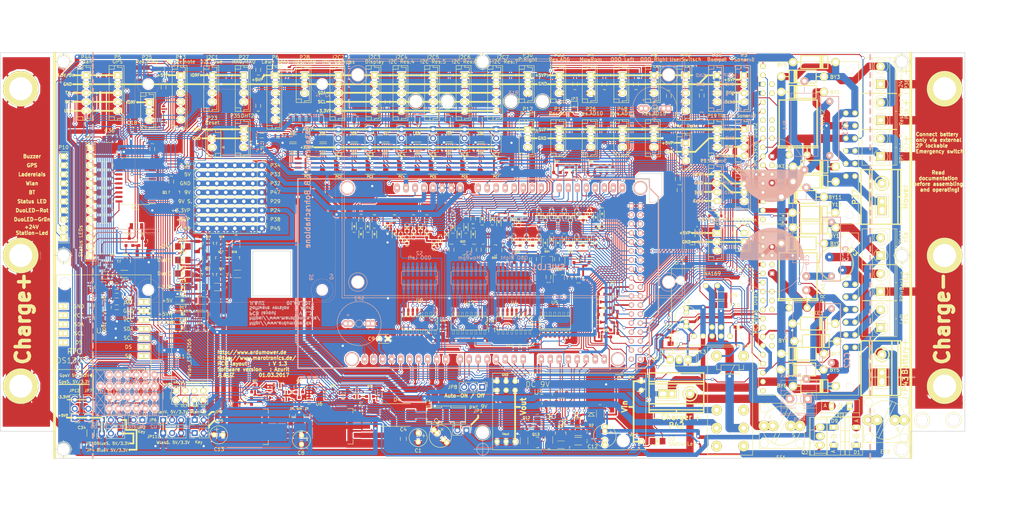
<source format=kicad_pcb>
(kicad_pcb (version 20170123) (host pcbnew "(2017-02-26 revision d6097cf1a)-makepkg")
  (title_block (title "Ardumower shield SVN Version") (date 2016-11-27) (rev 1.3) (company "ML AG JL UZ"))
  (layers (0 F.Cu signal) (31 B.Cu signal) (34 B.Paste user) (35 F.Paste user) (36 B.SilkS user) (37 F.SilkS user) (38 B.Mask user) (39 F.Mask user) (44 Edge.Cuts user))
  (net 0 "")
  (net 1 pinMotorLeftDir)
  (net 2 pinMotorLeftPWM)
  (net 3 pinMotorLeftFault)
  (net 4 pinMotorLeftSense)
  (net 5 pinMotorEnable)
  (net 6 pinMotorRightDir)
  (net 7 pinMotorRightPWM)
  (net 8 pinMotorRightFault)
  (net 9 pinMotorRightSense)
  (net 10 pinMotorMowEnable)
  (net 11 pinMotorMowDir)
  (net 12 pinMotorMowPWM)
  (net 13 pinMotorMowFault)
  (net 14 pinMotorMowSense)
  (net 15 pinTilt)
  (net 16 pinButton)
  (net 17 pinSonarCenterTrigger)
  (net 18 pinSonarCenterEcho)
  (net 19 pinSonarRightTrigger)
  (net 20 pinSonarRightEcho)
  (net 21 pinSonarLeftTrigger)
  (net 22 pinSonarLeftEcho)
  (net 23 Led-Status)
  (net 24 pinOdometryRight)
  (net 25 pinOdometryLeft)
  (net 26 GPS_RX)
  (net 27 GPS_TX)
  (net 28 pinBumperRight)
  (net 29 pinBumperLeft)
  (net 30 pinPerimeterLeft)
  (net 31 pinRemoteMow)
  (net 32 pinRemoteSteer)
  (net 33 pinRemoteSpeed)
  (net 34 pinRemoteSwitch)
  (net 35 pinUserSwitch1)
  (net 36 pinUserSwitch2)
  (net 37 pinUserSwitch3)
  (net 38 +24V)
  (net 39 TX2)
  (net 40 pinChargeVoltage)
  (net 41 pinChargingEnable)
  (net 42 pinBatteryVoltage)
  (net 43 pinChargeCurrent)
  (net 44 pinBuzzer)
  (net 45 DropLeft)
  (net 46 DropRight)
  (net 47 DuoLED-Rot)
  (net 48 RX1)
  (net 49 pinPerimeterRight)
  (net 50 TX1)
  (net 51 pinRain)
  (net 52 DuoLED_Grün)
  (net 53 ReservePin9)
  (net 54 ReservePin8)
  (net 55 ReserveAD6)
  (net 56 RX2)
  (net 57 "Net-(EF2-Pad2)")
  (net 58 "Net-(D10-Pad2)")
  (net 59 "Net-(Dual2-Pad9)")
  (net 60 pinMotorMowRpm_neu)
  (net 61 "Net-(C9-Pad2)")
  (net 62 Charg_Pin_+)
  (net 63 +5V)
  (net 64 +9V)
  (net 65 +3V3)
  (net 66 /Motortreiber/MähmotorSchutz/MotorIN1)
  (net 67 /Motortreiber/MähmotorSchutz/MotorIN2)
  (net 68 /Motortreiber/MotorLinks/MotorIN1)
  (net 69 /Motortreiber/MotorLinks/MotorIN2)
  (net 70 /Motortreiber/MotorRechts/MotorIN1)
  (net 71 /Motortreiber/MotorRechts/MotorIN2)
  (net 72 "Net-(CC1-Pad2)")
  (net 73 "Net-(CC2-Pad2)")
  (net 74 "Net-(CC3-Pad2)")
  (net 75 "Net-(C12-Pad2)")
  (net 76 "/USpannungAB/Batterieeingang 24V")
  (net 77 "Net-(D2-Pad2)")
  (net 78 "Net-(D12-Pad1)")
  (net 79 "Net-(D13-Pad2)")
  (net 80 Taster)
  (net 81 "Net-(D15-Pad1)")
  (net 82 RelaisAbschaltung)
  (net 83 ReserveAD10)
  (net 84 SDA)
  (net 85 SCL)
  (net 86 Led-BT)
  (net 87 "Net-(P44-Pad4)")
  (net 88 GND)
  (net 89 "Net-(C1-Pad1)")
  (net 90 Dual1)
  (net 91 Dual2)
  (net 92 "Net-(D1-Pad1)")
  (net 93 /VerpolungsschutzLade./Eingang)
  (net 94 SCL2)
  (net 95 SDA2)
  (net 96 SCL3)
  (net 97 SDA3)
  (net 98 SDA4)
  (net 99 SCL4)
  (net 100 SCL5)
  (net 101 SDA5)
  (net 102 SDA6)
  (net 103 SCL6)
  (net 104 SCL7)
  (net 105 SDA7)
  (net 106 Led-Wlan)
  (net 107 "Net-(IC1-Pad13)")
  (net 108 "Net-(IC1-Pad14)")
  (net 109 "Net-(IC1-Pad15)")
  (net 110 "Net-(IC1-Pad16)")
  (net 111 "Net-(IC1-Pad17)")
  (net 112 "Net-(IC1-Pad18)")
  (net 113 SCL1)
  (net 114 SDA1)
  (net 115 IOREF)
  (net 116 "Net-(U8-Pad7)")
  (net 117 "Net-(U8-Pad6)")
  (net 118 /Anschlußstecker/LShifter1/5V_IN)
  (net 119 /Anschlußstecker/LShifter2/5V_IN)
  (net 120 /Anschlußstecker/LShifter3/5V_IN)
  (net 121 /Anschlußstecker/LShifter7/5V_IN)
  (net 122 /Anschlußstecker/LShifter6/5V_IN)
  (net 123 /Anschlußstecker/LShifter5/5V_IN)
  (net 124 /Anschlußstecker/LShifter4/5V_IN)
  (net 125 +5VP)
  (net 126 +3.3VP)
  (net 127 "Net-(D3-Pad1)")
  (net 128 "Net-(JP2-Pad1)")
  (net 129 "Net-(Q3-Pad1)")
  (net 130 pinLawnFrontRecv)
  (net 131 pinLawnBackRecv)
  (net 132 pinLawnFrontSend)
  (net 133 pinLawnBackSend)
  (net 134 "Net-(D17-Pad2)")
  (net 135 "Net-(D18-Pad2)")
  (net 136 "Net-(D19-Pad2)")
  (net 137 "Net-(D21-Pad2)")
  (net 138 "Net-(P7-Pad5)")
  (net 139 "Net-(P7-Pad6)")
  (net 140 "Net-(P7-Pad7)")
  (net 141 "Net-(P7-Pad8)")
  (net 142 Reset)
  (net 143 "Net-(D11-Pad2)")
  (net 144 "Net-(Q12-Pad1)")
  (net 145 "Net-(Q12-Pad3)")
  (net 146 "Net-(Q1-Pad1)")
  (net 147 "Net-(U4-Pad2)")
  (net 148 /Anschlußstecker/OdoTeiler/Eingang1)
  (net 149 "Net-(S1-Pad1)")
  (net 150 "Net-(S1-Pad2)")
  (net 151 "Net-(S1-Pad3)")
  (net 152 "Net-(S1-Pad4)")
  (net 153 "Net-(S1-Pad5)")
  (net 154 "Net-(S1-Pad6)")
  (net 155 "Net-(S1-Pad7)")
  (net 156 "Net-(S1-Pad8)")
  (net 157 "Net-(S1-Pad10)")
  (net 158 "Net-(S2-Pad1)")
  (net 159 "Net-(S2-Pad2)")
  (net 160 "Net-(S2-Pad3)")
  (net 161 "Net-(S2-Pad4)")
  (net 162 "Net-(S2-Pad5)")
  (net 163 "Net-(S2-Pad6)")
  (net 164 "Net-(S2-Pad7)")
  (net 165 "Net-(S2-Pad8)")
  (net 166 "Net-(S2-Pad10)")
  (net 167 "Net-(S3-Pad10)")
  (net 168 "Net-(S3-Pad8)")
  (net 169 "Net-(S3-Pad7)")
  (net 170 "Net-(S3-Pad6)")
  (net 171 "Net-(S3-Pad5)")
  (net 172 "Net-(S3-Pad4)")
  (net 173 "Net-(S3-Pad3)")
  (net 174 "Net-(S3-Pad2)")
  (net 175 "Net-(S3-Pad1)")
  (net 176 /Anschlußstecker/OdoTeiler/Eingang2)
  (net 177 "Net-(U5-Pad6)")
  (net 178 /Anschlußstecker/OdoTeiler/Eingang3)
  (net 179 "Net-(U12-Pad2)")
  (net 180 "Net-(D16-Pad1)")
  (net 181 "Net-(D53-Pad2)")
  (net 182 "Net-(D55-Pad2)")
  (net 183 "Net-(D59-Pad2)")
  (net 184 ReserveAD7)
  (net 185 "Net-(D65-Pad2)")
  (net 186 "Net-(D69-Pad2)")
  (net 187 StationLed)
  (net 188 "Net-(D20-Pad1)")
  (net 189 "Net-(D22-Pad1)")
  (net 190 "Net-(D23-Pad1)")
  (net 191 "Net-(Q14-Pad3)")
  (net 192 "Net-(Q14-Pad1)")
  (net 193 "Net-(Q16-Pad3)")
  (net 194 "Net-(Q16-Pad1)")
  (net 195 "Net-(Q18-Pad3)")
  (net 196 "Net-(Q18-Pad1)")
  (net 197 "Net-(P10-Pad1)")
  (net 198 "Net-(P10-Pad2)")
  (net 199 "Net-(P7-Pad9)")
  (net 200 "Net-(P7-Pad10)")
  (net 201 "Net-(P7-Pad11)")
  (net 202 "Net-(Q20-Pad1)")
  (net 203 "Net-(Q20-Pad2)")
  (net 204 "Net-(Q22-Pad1)")
  (net 205 "Net-(Q22-Pad2)")
  (net 206 "Net-(JP5-Pad1)")
  (net 207 "Net-(P44-Pad3)")
  (net 208 "Net-(P5-Pad4)")
  (net 209 "Net-(P5-Pad3)")
  (net 210 GPS-LED)
  (net 211 "Net-(D7-Pad2)")
  (net 212 "Net-(JP1-Pad1)")
  (net 213 /Anschlußstecker/LShifter8/5V_IN)
  (net 214 /Anschlußstecker/LShifter9/5V_IN)
  (net 215 /Anschlußstecker/LShifter10/5V_IN)
  (net 216 "Net-(JP8-Pad2)")
  (net 217 "Net-(JP9-Pad1)")
  (net 218 "Net-(C19-Pad1)")
  (net 219 "Net-(C20-Pad1)")
  (net 220 "Net-(C21-Pad1)")
  (net 221 "Net-(C23-Pad1)")
  (net 222 "Net-(C24-Pad1)")
  (net 223 "Net-(C25-Pad1)")
  (net 224 "Net-(C34-Pad1)")
  (net 225 "Net-(C35-Pad1)")
  (net 226 "Net-(C36-Pad1)")
  (net 227 /Motortreiber/+24V)
  (net 228 "Net-(EF3-Pad2)")
  (net 229 "Net-(K3-Pad12)")
  (net 230 SCL22)
  (net 231 SDA22)
  (net 232 "Net-(IC1-Pad20)")
  (net 233 "Net-(IC1-Pad19)")
  (net 234 DHT22)
  (net 235 "Net-(IC1-Pad10)")
  (net 236 TX0)
  (net 237 RX0)
  (net 238 Resv.PinAD15)
  (net 239 Resv.PinAD13)
  (net 240 "Net-(D5-Pad2)")
  (net 241 "Net-(D6-Pad2)")
  (net 242 "Net-(D32-Pad2)")
  (net 243 "Net-(D33-Pad2)")
  (net 244 "Net-(D25-Pad1)")
  (net 245 "Net-(D27-Pad1)")
  (net 246 "Net-(D29-Pad2)")
  (net 247 "Net-(D31-Pad2)")
  (net 248 "Net-(D37-Pad2)")
  (net 249 "Net-(D39-Pad2)")
  (net 250 "Net-(D41-Pad2)")
  (net 251 "Net-(D43-Pad2)")
  (net 252 "Net-(D45-Pad2)")
  (net 253 "Net-(D47-Pad2)")
  (net 254 "Net-(D49-Pad2)")
  (net 255 "Net-(D51-Pad2)")
  (net 256 "Net-(D57-Pad2)")
  (net 257 "Net-(D61-Pad2)")
  (net 258 "Net-(D63-Pad2)")
  (net 259 "Net-(D67-Pad2)")
  (net 260 "Net-(D71-Pad2)")
  (net 261 /Anschlußstecker/LShifter11/5V_IN)
  (net 262 /Anschlußstecker/LShifter12/5V_IN)
  (net 263 /Anschlußstecker/LShifter13/5V_IN)
  (net 264 9Vgeschaltet)
  (net 265 "Net-(JP10-Pad2)")
  (net 266 "Net-(JP11-Pad2)")
  (net 267 "Net-(JP12-Pad2)")
  (net 268 "Net-(Q24-Pad1)")
  (net 269 "Net-(Q25-Pad1)")
  (net 270 "Net-(Q26-Pad1)")
  (net 271 "Net-(Q26-Pad2)")
  (net 272 "Net-(Q27-Pad1)")
  (net 273 "Net-(Q28-Pad1)")
  (net 274 "Net-(Q29-Pad1)")
  (net 275 "Net-(R6-Pad2)")
  (net 276 "Net-(U8-Pad1)")
  (net 277 /Anschlußstecker/LShifter14/5V_IN)
  (net 278 /Anschlußstecker/LShifter15/5V_IN)
  (net 279 "Net-(F1-Pad1)")
  (module Zimprich:Bluetooth_Buchse_Platz_mit_Beschriftung_4_fach (layer B.Cu) (at 49.7586 130.7846 180)
    (fp_text reference U2 (at -6.1214 -5.1054) (layer B.SilkS) (effects (justify mirror)))
    (fp_text value Bluetooth_CZ_HC_05 (at 4.0386 -5.1054) (layer B.SilkS) (effects (justify mirror)))
    (fp_text user EN (at 6.35 4.826 180) (layer B.SilkS) (effects (font (size 0.6 0.6)) (justify mirror)))
    (fp_text user BRK (at 6.35 7.874 180) (layer B.SilkS) (effects (font (size 0.6 0.6)) (justify mirror)))
    (fp_text user KEY (at 8.89 4.826) (layer B.SilkS) (effects (font (size 0.6 0.6)) (justify mirror)))
    (fp_text user VCC (at 3.81 4.826) (layer B.SilkS) (effects (font (size 0.6 0.6)) (justify mirror)))
    (fp_text user GND (at 1.27 4.826) (layer B.SilkS) (effects (font (size 0.6 0.6)) (justify mirror)))
    (fp_text user TXD (at -1.27 4.826) (layer B.SilkS) (effects (font (size 0.6 0.6)) (justify mirror)))
    (fp_text user RXD (at -3.81 4.826) (layer B.SilkS) (effects (font (size 0.6 0.6)) (justify mirror)))
    (fp_text user RXD (at 3.81 7.874) (layer B.SilkS) (effects (font (size 0.6 0.6)) (justify mirror)))
    (fp_text user TXD (at 1.27 7.874) (layer B.SilkS) (effects (font (size 0.6 0.6)) (justify mirror)))
    (fp_text user GND (at -1.27 7.874) (layer B.SilkS) (effects (font (size 0.6 0.6)) (justify mirror)))
    (fp_text user VCC (at -3.81 7.874) (layer B.SilkS) (effects (font (size 0.6 0.6)) (justify mirror)))
    (fp_text user LED (at -6.35 4.826) (layer B.SilkS) (effects (font (size 0.6 0.6)) (justify mirror)))
    (fp_text user LED (at -6.35 7.874) (layer B.SilkS) (effects (font (size 0.6 0.6)) (justify mirror)))
    (fp_text user KEY (at 6.35 1.524) (layer B.SilkS) (effects (font (size 0.6 0.6)) (justify mirror)))
    (fp_text user VCC (at 3.81 1.524) (layer B.SilkS) (effects (font (size 0.6 0.6)) (justify mirror)))
    (fp_text user GND (at 1.27 1.524) (layer B.SilkS) (effects (font (size 0.6 0.6)) (justify mirror)))
    (fp_text user TXD (at -1.27 1.524) (layer B.SilkS) (effects (font (size 0.6 0.6)) (justify mirror)))
    (fp_text user RXD (at -3.81 1.524) (layer B.SilkS) (effects (font (size 0.6 0.6)) (justify mirror)))
    (fp_text user LED (at -6.35 1.524) (layer B.SilkS) (effects (font (size 0.6 0.6)) (justify mirror)))
    (fp_text user VCC (at 6.35 -1.524) (layer B.SilkS) (effects (font (size 0.6 0.6)) (justify mirror)))
    (fp_text user GND (at 3.81 -1.524) (layer B.SilkS) (effects (font (size 0.6 0.6)) (justify mirror)))
    (fp_text user TXD (at 1.27 -1.524) (layer B.SilkS) (effects (font (size 0.6 0.6)) (justify mirror)))
    (fp_text user RXD (at -1.27 -1.524) (layer B.SilkS) (effects (font (size 0.6 0.6)) (justify mirror)))
    (fp_text user KEY (at -3.81 -1.524) (layer B.SilkS) (effects (font (size 0.6 0.6)) (justify mirror)))
    (fp_text user LED (at -6.35 -1.524) (layer B.SilkS) (effects (font (size 0.6 0.6)) (justify mirror)))
    (pad BRK thru_hole oval (at 6.35 9.525) (size 1.7272 2.032) (drill 1.016) (layers *.Cu *.Mask B.SilkS))
    (pad RXD thru_hole oval (at 3.81 9.525) (size 1.7272 2.032) (drill 1.016) (layers *.Cu *.Mask B.SilkS) (net 271 "Net-(Q26-Pad2)"))
    (pad TXD thru_hole oval (at 1.27 9.525) (size 1.7272 2.032) (drill 1.016) (layers *.Cu *.Mask B.SilkS) (net 275 "Net-(R6-Pad2)"))
    (pad GND thru_hole oval (at -1.27 9.525) (size 1.7272 2.032) (drill 1.016) (layers *.Cu *.Mask B.SilkS) (net 88 GND))
    (pad VCC thru_hole oval (at -3.81 9.525) (size 1.7272 2.032) (drill 1.016) (layers *.Cu *.Mask B.SilkS) (net 224 "Net-(C34-Pad1)"))
    (pad LED thru_hole oval (at -6.35 9.525) (size 1.7272 2.032) (drill 1.016) (layers *.Cu *.Mask B.SilkS) (net 86 Led-BT))
    (pad Key thru_hole oval (at 8.89 6.35) (size 1.7272 2.032) (drill 1.016) (layers *.Cu *.Mask B.SilkS) (net 128 "Net-(JP2-Pad1)"))
    (pad EN thru_hole oval (at 6.35 6.35) (size 1.7272 2.032) (drill 1.016) (layers *.Cu *.Mask B.SilkS))
    (pad VCC thru_hole oval (at 3.81 6.35) (size 1.7272 2.032) (drill 1.016) (layers *.Cu *.Mask B.SilkS) (net 224 "Net-(C34-Pad1)"))
    (pad GND thru_hole oval (at 1.27 6.35) (size 1.7272 2.032) (drill 1.016) (layers *.Cu *.Mask B.SilkS) (net 88 GND))
    (pad TXD thru_hole oval (at -1.27 6.35) (size 1.7272 2.032) (drill 1.016) (layers *.Cu *.Mask B.SilkS) (net 275 "Net-(R6-Pad2)"))
    (pad RXD thru_hole oval (at -3.81 6.35) (size 1.7272 2.032) (drill 1.016) (layers *.Cu *.Mask B.SilkS) (net 271 "Net-(Q26-Pad2)"))
    (pad LED thru_hole oval (at -6.35 6.35) (size 1.7272 2.032) (drill 1.016) (layers *.Cu *.Mask B.SilkS) (net 86 Led-BT))
    (pad VCC thru_hole oval (at 6.35 0) (size 1.7272 2.032) (drill 1.016) (layers *.Cu *.Mask B.SilkS) (net 224 "Net-(C34-Pad1)"))
    (pad GND thru_hole oval (at 3.81 0) (size 1.7272 2.032) (drill 1.016) (layers *.Cu *.Mask B.SilkS) (net 88 GND))
    (pad TXD thru_hole oval (at 1.27 0) (size 1.7272 2.032) (drill 1.016) (layers *.Cu *.Mask B.SilkS) (net 275 "Net-(R6-Pad2)"))
    (pad RXD thru_hole oval (at -1.27 0) (size 1.7272 2.032) (drill 1.016) (layers *.Cu *.Mask B.SilkS) (net 271 "Net-(Q26-Pad2)"))
    (pad Key thru_hole oval (at -3.81 0) (size 1.7272 2.032) (drill 1.016) (layers *.Cu *.Mask B.SilkS) (net 128 "Net-(JP2-Pad1)"))
    (pad LED thru_hole oval (at -6.35 0) (size 1.7272 2.032) (drill 1.016) (layers *.Cu *.Mask B.SilkS) (net 86 Led-BT))
    (pad LED thru_hole oval (at -6.35 0) (size 1.7272 2.032) (drill 1.016) (layers *.Cu *.Mask B.SilkS) (net 86 Led-BT))
    (pad LED thru_hole oval (at -6.35 0) (size 1.7272 2.032) (drill 1.016) (layers *.Cu *.Mask B.SilkS) (net 86 Led-BT))
    (pad LED thru_hole oval (at -6.35 3.175) (size 1.7272 2.032) (drill 1.016) (layers *.Cu *.Mask B.SilkS) (net 86 Led-BT))
    (pad RXD thru_hole oval (at -3.81 3.175) (size 1.7272 2.032) (drill 1.016) (layers *.Cu *.Mask B.SilkS) (net 271 "Net-(Q26-Pad2)"))
    (pad TXD thru_hole oval (at -1.27 3.175) (size 1.7272 2.032) (drill 1.016) (layers *.Cu *.Mask B.SilkS) (net 275 "Net-(R6-Pad2)"))
    (pad GND thru_hole oval (at 1.27 3.175) (size 1.7272 2.032) (drill 1.016) (layers *.Cu *.Mask B.SilkS) (net 88 GND))
    (pad VCC thru_hole oval (at 3.81 3.175) (size 1.7272 2.032) (drill 1.016) (layers *.Cu *.Mask B.SilkS) (net 224 "Net-(C34-Pad1)"))
    (pad Key thru_hole oval (at 6.35 3.175) (size 1.7272 2.032) (drill 1.016) (layers *.Cu *.Mask B.SilkS) (net 128 "Net-(JP2-Pad1)"))
  )
  (module Zimprich:Raspberry_Pi_B_Bohrschablone_Rueckseite (layer F.Cu) (at 78.867 68.326 270)
    (fp_text reference B16)
    (fp_text value Raspberry_Pi_B_Bohrschablone (at -0.0635 -20.3835 270) (layer B.SilkS) (effects (font (size 1.5 1.5) (thickness 0.3)) (justify mirror)))
    (fp_text user 39 (at 25.4 -21.463 270) (layer B.SilkS) (effects (justify mirror)))
    (fp_text user 40 (at 25.2095 -27.178 270) (layer B.SilkS) (effects (justify mirror)))
    (fp_text user 2 (at -25.654 -26.035 270) (layer B.SilkS) (effects (justify mirror)))
    (fp_text user 1 (at -25.654 -23.3045 270) (layer B.SilkS) (effects (justify mirror)))
    (pad "" thru_hole circle (at 29 24.5 270) (size 2.75 2.75) (drill 2.75) (layers *.Cu *.Mask))
    (pad "" thru_hole circle (at -29 -24.5 270) (size 2.75 2.75) (drill 2.75) (layers *.Cu *.Mask))
    (pad "" thru_hole circle (at 29 -24.5 270) (size 2.75 2.75) (drill 2.75) (layers *.Cu *.Mask))
    (pad "" thru_hole circle (at -29 24.5 270) (size 2.75 2.75) (drill 2.75) (layers *.Cu *.Mask))
  )
  (module Zimprich:MC_33926_31polig_mit_Bohrloch_neue_Masse_mit_zweite_Lochreihe (layer F.Cu) (at 265.43 82.55 90)
    (fp_text reference Dual2 (at 30.226 -40.005 90) (layer F.SilkS))
    (fp_text value MC33926 (at 23.622 -40.005 90) (layer F.SilkS))
    (pad ~ thru_hole circle (at 47.0535 -13.3985 90) (size 2 2) (drill 2) (layers *.Cu *.Mask F.SilkS))
    (pad ~ thru_hole circle (at 6.2865 -13.3985 90) (size 2 2) (drill 2) (layers *.Cu *.Mask F.SilkS))
    (pad 31 thru_hole circle (at 43.18 -35.306 90) (size 1.524 1.524) (drill 0.762) (layers *.Cu *.Mask F.SilkS))
    (pad 30 thru_hole circle (at 40.64 -35.306 90) (size 1.524 1.524) (drill 0.762) (layers *.Cu *.Mask F.SilkS))
    (pad 29 thru_hole circle (at 33.02 -35.306 90) (size 1.524 1.524) (drill 0.762) (layers *.Cu *.Mask F.SilkS))
    (pad 28 thru_hole circle (at 30.48 -35.306 90) (size 1.524 1.524) (drill 0.762) (layers *.Cu *.Mask F.SilkS))
    (pad 27 thru_hole circle (at 27.94 -35.306 90) (size 1.524 1.524) (drill 0.762) (layers *.Cu *.Mask F.SilkS))
    (pad 26 thru_hole circle (at 20.32 -35.306 90) (size 1.524 1.524) (drill 0.762) (layers *.Cu *.Mask F.SilkS))
    (pad 25 thru_hole circle (at 17.78 -35.306 90) (size 1.524 1.524) (drill 0.762) (layers *.Cu *.Mask F.SilkS))
    (pad 24 thru_hole circle (at 35.052 -14.478 90) (size 1.524 1.524) (drill 0.762) (layers *.Cu *.Mask F.SilkS) (net 67 /Motortreiber/MähmotorSchutz/MotorIN2))
    (pad 23 thru_hole circle (at 31.496 -14.478 90) (size 1.524 1.524) (drill 0.762) (layers *.Cu *.Mask F.SilkS) (net 66 /Motortreiber/MähmotorSchutz/MotorIN1))
    (pad 22 thru_hole circle (at 27.94 -14.478 90) (size 1.524 1.524) (drill 0.762) (layers *.Cu *.Mask F.SilkS) (net 91 Dual2))
    (pad 21 thru_hole circle (at 24.384 -14.478 90) (size 1.524 1.524) (drill 0.762) (layers *.Cu *.Mask F.SilkS) (net 88 GND))
    (pad 20 thru_hole circle (at 20.828 -14.478 90) (size 1.524 1.524) (drill 0.762) (layers *.Cu *.Mask F.SilkS) (net 67 /Motortreiber/MähmotorSchutz/MotorIN2))
    (pad 19 thru_hole circle (at 17.272 -14.478 90) (size 1.524 1.524) (drill 0.762) (layers *.Cu *.Mask F.SilkS) (net 66 /Motortreiber/MähmotorSchutz/MotorIN1))
    (pad 18 thru_hole circle (at 48.26 -37.846 90) (size 1.524 1.524) (drill 0.762) (layers *.Cu *.Mask F.SilkS) (net 14 pinMotorMowSense))
    (pad 17 thru_hole circle (at 45.72 -37.846 90) (size 1.524 1.524) (drill 0.762) (layers *.Cu *.Mask F.SilkS) (net 13 pinMotorMowFault))
    (pad 16 thru_hole circle (at 43.18 -37.846 90) (size 1.524 1.524) (drill 0.762) (layers *.Cu *.Mask F.SilkS) (net 88 GND))
    (pad 15 thru_hole circle (at 40.64 -37.846 90) (size 1.524 1.524) (drill 0.762) (layers *.Cu *.Mask F.SilkS) (net 115 IOREF))
    (pad 14 thru_hole circle (at 38.1 -37.846 90) (size 1.524 1.524) (drill 0.762) (layers *.Cu *.Mask F.SilkS) (net 12 pinMotorMowPWM))
    (pad 13 thru_hole circle (at 35.56 -37.846 90) (size 1.524 1.524) (drill 0.762) (layers *.Cu *.Mask F.SilkS) (net 11 pinMotorMowDir))
    (pad 12 thru_hole circle (at 33.02 -37.846 90) (size 1.524 1.524) (drill 0.762) (layers *.Cu *.Mask F.SilkS))
    (pad 11 thru_hole circle (at 30.48 -37.846 90) (size 1.524 1.524) (drill 0.762) (layers *.Cu *.Mask F.SilkS))
    (pad 10 thru_hole circle (at 27.94 -37.846 90) (size 1.524 1.524) (drill 0.762) (layers *.Cu *.Mask F.SilkS) (net 10 pinMotorMowEnable))
    (pad 9 thru_hole circle (at 25.4 -37.846 90) (size 1.524 1.524) (drill 0.762) (layers *.Cu *.Mask F.SilkS) (net 59 "Net-(Dual2-Pad9)"))
    (pad 8 thru_hole circle (at 22.86 -37.846 90) (size 1.524 1.524) (drill 0.762) (layers *.Cu *.Mask F.SilkS) (net 13 pinMotorMowFault))
    (pad 7 thru_hole circle (at 20.32 -37.846 90) (size 1.524 1.524) (drill 0.762) (layers *.Cu *.Mask F.SilkS) (net 88 GND))
    (pad 6 thru_hole circle (at 17.78 -37.846 90) (size 1.524 1.524) (drill 0.762) (layers *.Cu *.Mask F.SilkS) (net 115 IOREF))
    (pad 5 thru_hole circle (at 15.24 -37.846 90) (size 1.524 1.524) (drill 0.762) (layers *.Cu *.Mask F.SilkS) (net 12 pinMotorMowPWM))
    (pad 4 thru_hole circle (at 12.7 -37.846 90) (size 1.524 1.524) (drill 0.762) (layers *.Cu *.Mask F.SilkS) (net 11 pinMotorMowDir))
    (pad 3 thru_hole circle (at 10.16 -37.846 90) (size 1.524 1.524) (drill 0.762) (layers *.Cu *.Mask F.SilkS) (net 115 IOREF))
    (pad 2 thru_hole circle (at 7.62 -37.846 90) (size 1.524 1.524) (drill 0.762) (layers *.Cu *.Mask F.SilkS) (net 88 GND))
    (pad 1 thru_hole circle (at 5.08 -37.846 90) (size 1.524 1.524) (drill 0.762) (layers *.Cu *.Mask F.SilkS))
    (pad 19 thru_hole circle (at 17.272 -11.938 90) (size 1.524 1.524) (drill 0.762) (layers *.Cu *.Mask F.SilkS) (net 66 /Motortreiber/MähmotorSchutz/MotorIN1))
    (pad 20 thru_hole circle (at 20.828 -11.938 90) (size 1.524 1.524) (drill 0.762) (layers *.Cu *.Mask F.SilkS) (net 67 /Motortreiber/MähmotorSchutz/MotorIN2))
    (pad 21 thru_hole circle (at 24.384 -11.938 90) (size 1.524 1.524) (drill 0.762) (layers *.Cu *.Mask F.SilkS) (net 88 GND))
    (pad 22 thru_hole circle (at 27.94 -11.938 90) (size 1.524 1.524) (drill 0.762) (layers *.Cu *.Mask F.SilkS) (net 91 Dual2))
    (pad 23 thru_hole circle (at 31.496 -11.938 90) (size 1.524 1.524) (drill 0.762) (layers *.Cu *.Mask F.SilkS) (net 66 /Motortreiber/MähmotorSchutz/MotorIN1))
    (pad 24 thru_hole circle (at 35.052 -11.938 90) (size 1.524 1.524) (drill 0.762) (layers *.Cu *.Mask F.SilkS) (net 67 /Motortreiber/MähmotorSchutz/MotorIN2))
  )
  (module Zimprich:MC_33926_31polig_mit_Bohrloch_neue_Masse_mit_zweite_Lochreihe (layer F.Cu) (at 265.43 130.81 90)
    (fp_text reference Dual1 (at 31.242 -40.005 90) (layer F.SilkS))
    (fp_text value MC33926 (at 24.511 -39.878 90) (layer F.SilkS))
    (pad 24 thru_hole circle (at 35.052 -11.938 90) (size 1.524 1.524) (drill 0.762) (layers *.Cu *.Mask F.SilkS) (net 71 /Motortreiber/MotorRechts/MotorIN2))
    (pad 23 thru_hole circle (at 31.496 -11.938 90) (size 1.524 1.524) (drill 0.762) (layers *.Cu *.Mask F.SilkS) (net 70 /Motortreiber/MotorRechts/MotorIN1))
    (pad 22 thru_hole circle (at 27.94 -11.938 90) (size 1.524 1.524) (drill 0.762) (layers *.Cu *.Mask F.SilkS) (net 90 Dual1))
    (pad 21 thru_hole circle (at 24.384 -11.938 90) (size 1.524 1.524) (drill 0.762) (layers *.Cu *.Mask F.SilkS) (net 88 GND))
    (pad 20 thru_hole circle (at 20.828 -11.938 90) (size 1.524 1.524) (drill 0.762) (layers *.Cu *.Mask F.SilkS) (net 69 /Motortreiber/MotorLinks/MotorIN2))
    (pad 19 thru_hole circle (at 17.272 -11.938 90) (size 1.524 1.524) (drill 0.762) (layers *.Cu *.Mask F.SilkS) (net 68 /Motortreiber/MotorLinks/MotorIN1))
    (pad 1 thru_hole circle (at 5.08 -37.846 90) (size 1.524 1.524) (drill 0.762) (layers *.Cu *.Mask F.SilkS))
    (pad 2 thru_hole circle (at 7.62 -37.846 90) (size 1.524 1.524) (drill 0.762) (layers *.Cu *.Mask F.SilkS) (net 88 GND))
    (pad 3 thru_hole circle (at 10.16 -37.846 90) (size 1.524 1.524) (drill 0.762) (layers *.Cu *.Mask F.SilkS) (net 115 IOREF))
    (pad 4 thru_hole circle (at 12.7 -37.846 90) (size 1.524 1.524) (drill 0.762) (layers *.Cu *.Mask F.SilkS) (net 1 pinMotorLeftDir))
    (pad 5 thru_hole circle (at 15.24 -37.846 90) (size 1.524 1.524) (drill 0.762) (layers *.Cu *.Mask F.SilkS) (net 2 pinMotorLeftPWM))
    (pad 6 thru_hole circle (at 17.78 -37.846 90) (size 1.524 1.524) (drill 0.762) (layers *.Cu *.Mask F.SilkS) (net 115 IOREF))
    (pad 7 thru_hole circle (at 20.32 -37.846 90) (size 1.524 1.524) (drill 0.762) (layers *.Cu *.Mask F.SilkS) (net 88 GND))
    (pad 8 thru_hole circle (at 22.86 -37.846 90) (size 1.524 1.524) (drill 0.762) (layers *.Cu *.Mask F.SilkS) (net 3 pinMotorLeftFault))
    (pad 9 thru_hole circle (at 25.4 -37.846 90) (size 1.524 1.524) (drill 0.762) (layers *.Cu *.Mask F.SilkS) (net 4 pinMotorLeftSense))
    (pad 10 thru_hole circle (at 27.94 -37.846 90) (size 1.524 1.524) (drill 0.762) (layers *.Cu *.Mask F.SilkS) (net 5 pinMotorEnable))
    (pad 11 thru_hole circle (at 30.48 -37.846 90) (size 1.524 1.524) (drill 0.762) (layers *.Cu *.Mask F.SilkS))
    (pad 12 thru_hole circle (at 33.02 -37.846 90) (size 1.524 1.524) (drill 0.762) (layers *.Cu *.Mask F.SilkS))
    (pad 13 thru_hole circle (at 35.56 -37.846 90) (size 1.524 1.524) (drill 0.762) (layers *.Cu *.Mask F.SilkS) (net 6 pinMotorRightDir))
    (pad 14 thru_hole circle (at 38.1 -37.846 90) (size 1.524 1.524) (drill 0.762) (layers *.Cu *.Mask F.SilkS) (net 7 pinMotorRightPWM))
    (pad 15 thru_hole circle (at 40.64 -37.846 90) (size 1.524 1.524) (drill 0.762) (layers *.Cu *.Mask F.SilkS) (net 115 IOREF))
    (pad 16 thru_hole circle (at 43.18 -37.846 90) (size 1.524 1.524) (drill 0.762) (layers *.Cu *.Mask F.SilkS) (net 88 GND))
    (pad 17 thru_hole circle (at 45.72 -37.846 90) (size 1.524 1.524) (drill 0.762) (layers *.Cu *.Mask F.SilkS) (net 8 pinMotorRightFault))
    (pad 18 thru_hole circle (at 48.26 -37.846 90) (size 1.524 1.524) (drill 0.762) (layers *.Cu *.Mask F.SilkS) (net 9 pinMotorRightSense))
    (pad 19 thru_hole circle (at 17.272 -14.478 90) (size 1.524 1.524) (drill 0.762) (layers *.Cu *.Mask F.SilkS) (net 68 /Motortreiber/MotorLinks/MotorIN1))
    (pad 20 thru_hole circle (at 20.828 -14.478 90) (size 1.524 1.524) (drill 0.762) (layers *.Cu *.Mask F.SilkS) (net 69 /Motortreiber/MotorLinks/MotorIN2))
    (pad 21 thru_hole circle (at 24.384 -14.478 90) (size 1.524 1.524) (drill 0.762) (layers *.Cu *.Mask F.SilkS) (net 88 GND))
    (pad 22 thru_hole circle (at 27.94 -14.478 90) (size 1.524 1.524) (drill 0.762) (layers *.Cu *.Mask F.SilkS) (net 90 Dual1))
    (pad 23 thru_hole circle (at 31.496 -14.478 90) (size 1.524 1.524) (drill 0.762) (layers *.Cu *.Mask F.SilkS) (net 70 /Motortreiber/MotorRechts/MotorIN1))
    (pad 24 thru_hole circle (at 35.052 -14.478 90) (size 1.524 1.524) (drill 0.762) (layers *.Cu *.Mask F.SilkS) (net 71 /Motortreiber/MotorRechts/MotorIN2))
    (pad 25 thru_hole circle (at 17.78 -35.306 90) (size 1.524 1.524) (drill 0.762) (layers *.Cu *.Mask F.SilkS))
    (pad 26 thru_hole circle (at 20.32 -35.306 90) (size 1.524 1.524) (drill 0.762) (layers *.Cu *.Mask F.SilkS))
    (pad 27 thru_hole circle (at 27.94 -35.306 90) (size 1.524 1.524) (drill 0.762) (layers *.Cu *.Mask F.SilkS))
    (pad 28 thru_hole circle (at 30.48 -35.306 90) (size 1.524 1.524) (drill 0.762) (layers *.Cu *.Mask F.SilkS))
    (pad 29 thru_hole circle (at 33.02 -35.306 90) (size 1.524 1.524) (drill 0.762) (layers *.Cu *.Mask F.SilkS))
    (pad 30 thru_hole circle (at 40.64 -35.306 90) (size 1.524 1.524) (drill 0.762) (layers *.Cu *.Mask F.SilkS))
    (pad 31 thru_hole circle (at 43.18 -35.306 90) (size 1.524 1.524) (drill 0.762) (layers *.Cu *.Mask F.SilkS))
    (pad ~ thru_hole circle (at 6.2865 -13.3985 90) (size 2 2) (drill 2) (layers *.Cu *.Mask F.SilkS))
    (pad ~ thru_hole circle (at 47.0535 -13.3985 90) (size 2 2) (drill 2) (layers *.Cu *.Mask F.SilkS))
  )
  (module Zimprich:SJ (layer F.Cu) (at 174.371 45.72 270)
    (fp_text reference JP3 (at -1.778 1.143) (layer F.SilkS) (effects (font (size 0.8 0.8) (thickness 0.127)) (justify left bottom)))
    (fp_text value M1FB (at 0.4001 0 270) (layer F.SilkS) (effects (font (size 0.019 0.019) (thickness 0.0016)) (justify left bottom)))
    (pad 2 smd rect (at 0.762 0 270) (size 1.1684 1.6002) (layers F.Cu F.Paste F.Mask) (net 59 "Net-(Dual2-Pad9)"))
    (pad 1 smd rect (at -0.762 0 270) (size 1.1684 1.6002) (layers F.Cu F.Paste F.Mask) (net 55 ReserveAD6))
  )
  (module Zimprich:ARDUINO_MEGA_SHIELD_DUO_3D (layer B.Cu) (at 96.52 66.04)
    (fp_text reference SHIELD1 (at 70.612 24.892) (layer B.SilkS) (effects (font (thickness 0.3048)) (justify mirror)))
    (fp_text value ARDUINO_MEGA_SHIELD hide)
    (pad FREI thru_hole oval (at 27.94 2.54 270) (size 2.54 1.524) (drill 0.812) (layers *.Cu *.Mask B.SilkS))
    (pad IORE thru_hole oval (at 30.48 2.54 270) (size 2.54 1.524) (drill 0.812) (layers *.Cu *.Mask B.SilkS) (net 115 IOREF))
    (pad SCL1 thru_hole oval (at 18.796 50.8 270) (size 2.54 1.524) (drill 0.812) (layers *.Cu *.Mask B.SilkS) (net 230 SCL22))
    (pad SDA1 thru_hole oval (at 21.336 50.8 270) (size 2.54 1.524) (drill 0.8128) (layers *.Cu *.Mask B.SilkS) (net 231 SDA22))
    (pad GND5 thru_hole circle (at 96.52 7.62) (size 1.524 1.524) (drill 0.8128) (layers *.Cu *.Mask B.SilkS) (net 88 GND))
    (pad GND4 thru_hole circle (at 93.98 7.62) (size 1.524 1.524) (drill 0.8128) (layers *.Cu *.Mask B.SilkS) (net 88 GND))
    (pad 53 thru_hole circle (at 96.52 10.16) (size 1.524 1.524) (drill 0.8128) (layers *.Cu *.Mask B.SilkS) (net 44 pinBuzzer))
    (pad 52 thru_hole circle (at 93.98 10.16) (size 1.524 1.524) (drill 0.8128) (layers *.Cu *.Mask B.SilkS) (net 34 pinRemoteSwitch))
    (pad 51 thru_hole circle (at 96.52 12.7) (size 1.524 1.524) (drill 0.8128) (layers *.Cu *.Mask B.SilkS) (net 16 pinButton))
    (pad 50 thru_hole circle (at 93.98 12.7) (size 1.524 1.524) (drill 0.8128) (layers *.Cu *.Mask B.SilkS) (net 41 pinChargingEnable))
    (pad 49 thru_hole circle (at 96.52 15.24) (size 1.524 1.524) (drill 0.8128) (layers *.Cu *.Mask B.SilkS) (net 256 "Net-(D57-Pad2)"))
    (pad 48 thru_hole circle (at 93.98 15.24) (size 1.524 1.524) (drill 0.8128) (layers *.Cu *.Mask B.SilkS) (net 257 "Net-(D61-Pad2)"))
    (pad 47 thru_hole circle (at 96.52 17.78) (size 1.524 1.524) (drill 0.8128) (layers *.Cu *.Mask B.SilkS) (net 254 "Net-(D49-Pad2)"))
    (pad 46 thru_hole circle (at 93.98 17.78) (size 1.524 1.524) (drill 0.8128) (layers *.Cu *.Mask B.SilkS) (net 255 "Net-(D51-Pad2)"))
    (pad 45 thru_hole circle (at 96.52 20.32) (size 1.524 1.524) (drill 0.8128) (layers *.Cu *.Mask B.SilkS) (net 253 "Net-(D47-Pad2)"))
    (pad 44 thru_hole circle (at 93.98 20.32) (size 1.524 1.524) (drill 0.8128) (layers *.Cu *.Mask B.SilkS) (net 252 "Net-(D45-Pad2)"))
    (pad 43 thru_hole circle (at 96.52 22.86) (size 1.524 1.524) (drill 0.8128) (layers *.Cu *.Mask B.SilkS) (net 251 "Net-(D43-Pad2)"))
    (pad 42 thru_hole circle (at 93.98 22.86) (size 1.524 1.524) (drill 0.8128) (layers *.Cu *.Mask B.SilkS) (net 250 "Net-(D41-Pad2)"))
    (pad 41 thru_hole circle (at 96.52 25.4) (size 1.524 1.524) (drill 0.8128) (layers *.Cu *.Mask B.SilkS) (net 249 "Net-(D39-Pad2)"))
    (pad 40 thru_hole circle (at 93.98 25.4) (size 1.524 1.524) (drill 0.8128) (layers *.Cu *.Mask B.SilkS) (net 248 "Net-(D37-Pad2)"))
    (pad 39 thru_hole circle (at 96.52 27.94) (size 1.524 1.524) (drill 0.8128) (layers *.Cu *.Mask B.SilkS) (net 247 "Net-(D31-Pad2)"))
    (pad 38 thru_hole circle (at 93.98 27.94) (size 1.524 1.524) (drill 0.8128) (layers *.Cu *.Mask B.SilkS) (net 246 "Net-(D29-Pad2)"))
    (pad 37 thru_hole circle (at 96.52 30.48) (size 1.524 1.524) (drill 0.8128) (layers *.Cu *.Mask B.SilkS) (net 5 pinMotorEnable))
    (pad 36 thru_hole circle (at 93.98 30.48) (size 1.524 1.524) (drill 0.8128) (layers *.Cu *.Mask B.SilkS) (net 22 pinSonarLeftEcho))
    (pad 35 thru_hole circle (at 96.52 33.02) (size 1.524 1.524) (drill 0.8128) (layers *.Cu *.Mask B.SilkS) (net 245 "Net-(D27-Pad1)"))
    (pad 34 thru_hole circle (at 93.98 33.02) (size 1.524 1.524) (drill 0.8128) (layers *.Cu *.Mask B.SilkS) (net 21 pinSonarLeftTrigger))
    (pad 33 thru_hole circle (at 96.52 35.56) (size 1.524 1.524) (drill 0.8128) (layers *.Cu *.Mask B.SilkS) (net 6 pinMotorRightDir))
    (pad 32 thru_hole circle (at 93.98 35.56) (size 1.524 1.524) (drill 0.8128) (layers *.Cu *.Mask B.SilkS) (net 20 pinSonarRightEcho))
    (pad 30 thru_hole circle (at 93.98 38.1) (size 1.524 1.524) (drill 0.8128) (layers *.Cu *.Mask B.SilkS) (net 19 pinSonarRightTrigger))
    (pad 31 thru_hole circle (at 96.52 38.1) (size 1.524 1.524) (drill 0.8128) (layers *.Cu *.Mask B.SilkS) (net 1 pinMotorLeftDir))
    (pad 5V_5 thru_hole circle (at 96.52 50.8) (size 1.524 1.524) (drill 0.8128) (layers *.Cu *.Mask B.SilkS))
    (pad 5V_4 thru_hole circle (at 93.98 50.8) (size 1.524 1.524) (drill 0.8128) (layers *.Cu *.Mask B.SilkS))
    (pad 29 thru_hole circle (at 96.52 40.64) (size 1.524 1.524) (drill 0.8128) (layers *.Cu *.Mask B.SilkS) (net 11 pinMotorMowDir))
    (pad 28 thru_hole circle (at 93.98 40.64) (size 1.524 1.524) (drill 0.8128) (layers *.Cu *.Mask B.SilkS) (net 10 pinMotorMowEnable))
    (pad 27 thru_hole circle (at 96.52 43.18) (size 1.524 1.524) (drill 0.8128) (layers *.Cu *.Mask B.SilkS) (net 8 pinMotorRightFault))
    (pad 26 thru_hole circle (at 93.98 43.18) (size 1.524 1.524) (drill 0.8128) (layers *.Cu *.Mask B.SilkS) (net 13 pinMotorMowFault))
    (pad 25 thru_hole circle (at 96.52 45.72) (size 1.524 1.524) (drill 0.8128) (layers *.Cu *.Mask B.SilkS) (net 3 pinMotorLeftFault))
    (pad 24 thru_hole circle (at 93.98 45.72) (size 1.524 1.524) (drill 0.8128) (layers *.Cu *.Mask B.SilkS) (net 17 pinSonarCenterTrigger))
    (pad 23 thru_hole circle (at 96.52 48.26) (size 1.524 1.524) (drill 0.8128) (layers *.Cu *.Mask B.SilkS) (net 244 "Net-(D25-Pad1)"))
    (pad 22 thru_hole circle (at 93.98 48.26) (size 1.524 1.524) (drill 0.8128) (layers *.Cu *.Mask B.SilkS) (net 18 pinSonarCenterEcho))
    (pad "" thru_hole circle (at 13.97 2.54 270) (size 3.937 3.937) (drill 3.175) (layers *.Cu *.Mask B.SilkS))
    (pad "" thru_hole circle (at 15.24 50.8 270) (size 3.937 3.937) (drill 3.175) (layers *.Cu *.Mask B.SilkS))
    (pad "" thru_hole circle (at 90.17 50.8 270) (size 3.937 3.937) (drill 3.175) (layers *.Cu *.Mask B.SilkS))
    (pad "" thru_hole circle (at 96.52 2.54 270) (size 3.937 3.937) (drill 3.175) (layers *.Cu *.Mask B.SilkS))
    (pad 5V thru_hole oval (at 38.1 2.54 270) (size 2.54 1.524) (drill 0.8128) (layers *.Cu *.Mask B.SilkS) (net 63 +5V))
    (pad AREF thru_hole oval (at 23.876 50.8 270) (size 2.54 1.524) (drill 0.8128) (layers *.Cu *.Mask B.SilkS) (net 61 "Net-(C9-Pad2)"))
    (pad GND3 thru_hole oval (at 26.416 50.8 270) (size 2.54 1.524) (drill 0.8128) (layers *.Cu *.Mask B.SilkS) (net 88 GND))
    (pad 13 thru_hole oval (at 28.956 50.8 270) (size 2.54 1.524) (drill 0.8128) (layers *.Cu *.Mask B.SilkS) (net 23 Led-Status))
    (pad 12 thru_hole oval (at 31.496 50.8 270) (size 2.54 1.524) (drill 0.8128) (layers *.Cu *.Mask B.SilkS) (net 31 pinRemoteMow))
    (pad 11 thru_hole oval (at 34.036 50.8 270) (size 2.54 1.524) (drill 0.8128) (layers *.Cu *.Mask B.SilkS) (net 32 pinRemoteSteer))
    (pad 10 thru_hole oval (at 36.576 50.8 270) (size 2.54 1.524) (drill 0.8128) (layers *.Cu *.Mask B.SilkS) (net 33 pinRemoteSpeed))
    (pad 9 thru_hole oval (at 39.116 50.8 270) (size 2.54 1.524) (drill 0.8128) (layers *.Cu *.Mask B.SilkS) (net 242 "Net-(D32-Pad2)"))
    (pad 8 thru_hole oval (at 41.656 50.8 270) (size 2.54 1.524) (drill 0.8128) (layers *.Cu *.Mask B.SilkS) (net 243 "Net-(D33-Pad2)"))
    (pad 7 thru_hole oval (at 45.72 50.8 270) (size 2.54 1.524) (drill 0.8128) (layers *.Cu *.Mask B.SilkS) (net 47 DuoLED-Rot))
    (pad 6 thru_hole oval (at 48.26 50.8 270) (size 2.54 1.524) (drill 0.8128) (layers *.Cu *.Mask B.SilkS) (net 52 DuoLED_Grün))
    (pad 5 thru_hole oval (at 50.8 50.8 270) (size 2.54 1.524) (drill 0.8128) (layers *.Cu *.Mask B.SilkS) (net 2 pinMotorLeftPWM))
    (pad 4 thru_hole oval (at 53.34 50.8 270) (size 2.54 1.524) (drill 0.8128) (layers *.Cu *.Mask B.SilkS) (net 82 RelaisAbschaltung))
    (pad 3 thru_hole oval (at 55.88 50.8 270) (size 2.54 1.524) (drill 0.8128) (layers *.Cu *.Mask B.SilkS) (net 7 pinMotorRightPWM))
    (pad 2 thru_hole oval (at 58.42 50.8 270) (size 2.54 1.524) (drill 0.8128) (layers *.Cu *.Mask B.SilkS) (net 12 pinMotorMowPWM))
    (pad 1 thru_hole oval (at 60.96 50.8 270) (size 2.54 1.524) (drill 0.8128) (layers *.Cu *.Mask B.SilkS) (net 236 TX0))
    (pad 0 thru_hole oval (at 63.5 50.8 270) (size 2.54 1.524) (drill 0.8128) (layers *.Cu *.Mask B.SilkS) (net 237 RX0))
    (pad RST thru_hole oval (at 33.02 2.54 270) (size 2.54 1.524) (drill 0.8128) (layers *.Cu *.Mask B.SilkS) (net 142 Reset))
    (pad 3V3 thru_hole oval (at 35.56 2.54 270) (size 2.54 1.524) (drill 0.8128) (layers *.Cu *.Mask B.SilkS) (net 65 +3V3))
    (pad GND1 thru_hole oval (at 40.64 2.54 270) (size 2.54 1.524) (drill 0.8128) (layers *.Cu *.Mask B.SilkS) (net 88 GND))
    (pad GND2 thru_hole oval (at 43.18 2.54 270) (size 2.54 1.524) (drill 0.8128) (layers *.Cu *.Mask B.SilkS) (net 88 GND))
    (pad V_IN thru_hole oval (at 45.72 2.54 270) (size 2.54 1.524) (drill 0.8128) (layers *.Cu *.Mask B.SilkS) (net 64 +9V))
    (pad AD2 thru_hole oval (at 55.88 2.54 270) (size 2.54 1.524) (drill 0.8128) (layers *.Cu *.Mask B.SilkS) (net 183 "Net-(D59-Pad2)"))
    (pad AD1 thru_hole oval (at 53.34 2.54 270) (size 2.54 1.524) (drill 0.8128) (layers *.Cu *.Mask B.SilkS) (net 4 pinMotorLeftSense))
    (pad AD0 thru_hole oval (at 50.8 2.54 270) (size 2.54 1.524) (drill 0.8128) (layers *.Cu *.Mask B.SilkS) (net 9 pinMotorRightSense))
    (pad AD3 thru_hole oval (at 58.42 2.54 270) (size 2.54 1.524) (drill 0.8128) (layers *.Cu *.Mask B.SilkS) (net 14 pinMotorMowSense))
    (pad AD4 thru_hole oval (at 60.96 2.54 270) (size 2.54 1.524) (drill 0.8128) (layers *.Cu *.Mask B.SilkS) (net 180 "Net-(D16-Pad1)"))
    (pad AD5 thru_hole oval (at 63.5 2.54 270) (size 2.54 1.524) (drill 0.8128) (layers *.Cu *.Mask B.SilkS) (net 143 "Net-(D11-Pad2)"))
    (pad AD11 thru_hole oval (at 81.28 2.54 270) (size 2.54 1.524) (drill 0.8128) (layers *.Cu *.Mask B.SilkS) (net 60 pinMotorMowRpm_neu))
    (pad AD10 thru_hole oval (at 78.74 2.54 270) (size 2.54 1.524) (drill 0.8128) (layers *.Cu *.Mask B.SilkS) (net 260 "Net-(D71-Pad2)"))
    (pad AD9 thru_hole oval (at 76.2 2.54 270) (size 2.54 1.524) (drill 0.8128) (layers *.Cu *.Mask B.SilkS) (net 259 "Net-(D67-Pad2)"))
    (pad AD6 thru_hole oval (at 66.04 2.54 270) (size 2.54 1.524) (drill 0.8128) (layers *.Cu *.Mask B.SilkS) (net 182 "Net-(D55-Pad2)"))
    (pad AD7 thru_hole oval (at 68.58 2.54 270) (size 2.54 1.524) (drill 0.8128) (layers *.Cu *.Mask B.SilkS) (net 181 "Net-(D53-Pad2)"))
    (pad AD8 thru_hole oval (at 73.66 2.54 270) (size 2.54 1.524) (drill 0.8128) (layers *.Cu *.Mask B.SilkS) (net 258 "Net-(D63-Pad2)"))
    (pad AD12 thru_hole oval (at 83.82 2.54 270) (size 2.54 1.524) (drill 0.8128) (layers *.Cu *.Mask B.SilkS) (net 25 pinOdometryLeft))
    (pad AD13 thru_hole oval (at 86.36 2.54 270) (size 2.54 1.524) (drill 0.8128) (layers *.Cu *.Mask B.SilkS) (net 186 "Net-(D69-Pad2)"))
    (pad AD14 thru_hole oval (at 88.9 2.54 270) (size 2.54 1.524) (drill 0.8128) (layers *.Cu *.Mask B.SilkS) (net 24 pinOdometryRight))
    (pad AD15 thru_hole oval (at 91.44 2.54 270) (size 2.54 1.524) (drill 0.8128) (layers *.Cu *.Mask B.SilkS) (net 185 "Net-(D65-Pad2)"))
    (pad 21 thru_hole oval (at 86.36 50.8 270) (size 2.54 1.524) (drill 0.8128) (layers *.Cu *.Mask B.SilkS) (net 85 SCL))
    (pad 20 thru_hole oval (at 83.82 50.8 270) (size 2.54 1.524) (drill 0.8128) (layers *.Cu *.Mask B.SilkS) (net 84 SDA))
    (pad 19 thru_hole oval (at 81.28 50.8 270) (size 2.54 1.524) (drill 0.8128) (layers *.Cu *.Mask B.SilkS) (net 48 RX1))
    (pad 18 thru_hole oval (at 78.74 50.8 270) (size 2.54 1.524) (drill 0.8128) (layers *.Cu *.Mask B.SilkS) (net 50 TX1))
    (pad 17 thru_hole oval (at 76.2 50.8 270) (size 2.54 1.524) (drill 0.8128) (layers *.Cu *.Mask B.SilkS) (net 56 RX2))
    (pad 16 thru_hole oval (at 73.66 50.8 270) (size 2.54 1.524) (drill 0.8128) (layers *.Cu *.Mask B.SilkS) (net 39 TX2))
    (pad 15 thru_hole oval (at 71.12 50.8 270) (size 2.54 1.524) (drill 0.8128) (layers *.Cu *.Mask B.SilkS) (net 27 GPS_TX))
    (pad 14 thru_hole oval (at 68.58 50.8 270) (size 2.54 1.524) (drill 0.8128) (layers *.Cu *.Mask B.SilkS) (net 26 GPS_RX))
  )
  (module Pin_Headers:Pin_Header_Straight_1x03_Pitch2.54mm (layer F.Cu) (at 152.4 52.07)
    (fp_text reference JC7 (at -0.127 7.112) (layer F.SilkS) (effects (font (size 0.8 0.8))))
    (fp_text value JUMPER3)
    (pad 1 thru_hole rect (at 0 0) (size 1.7 1.7) (drill 1) (layers *.Cu *.Mask) (net 125 +5VP))
    (pad 2 thru_hole oval (at 0 2.54) (size 1.7 1.7) (drill 1) (layers *.Cu *.Mask) (net 223 "Net-(C25-Pad1)"))
    (pad 3 thru_hole oval (at 0 5.08) (size 1.7 1.7) (drill 1) (layers *.Cu *.Mask) (net 126 +3.3VP))
  )
  (module Pin_Headers:Pin_Header_Straight_1x03_Pitch2.54mm (layer F.Cu) (at 143.51 52.07)
    (fp_text reference JC6 (at 0 7.112) (layer F.SilkS) (effects (font (size 0.8 0.8))))
    (fp_text value JUMPER3)
    (pad 1 thru_hole rect (at 0 0) (size 1.7 1.7) (drill 1) (layers *.Cu *.Mask) (net 125 +5VP))
    (pad 2 thru_hole oval (at 0 2.54) (size 1.7 1.7) (drill 1) (layers *.Cu *.Mask) (net 222 "Net-(C24-Pad1)"))
    (pad 3 thru_hole oval (at 0 5.08) (size 1.7 1.7) (drill 1) (layers *.Cu *.Mask) (net 126 +3.3VP))
  )
  (module Pin_Headers:Pin_Header_Straight_1x03_Pitch2.54mm (layer F.Cu) (at 134.62 52.07)
    (fp_text reference JC5 (at -0.127 7.112) (layer F.SilkS) (effects (font (size 0.8 0.8))))
    (fp_text value JUMPER3)
    (pad 1 thru_hole rect (at 0 0) (size 1.7 1.7) (drill 1) (layers *.Cu *.Mask) (net 125 +5VP))
    (pad 2 thru_hole oval (at 0 2.54) (size 1.7 1.7) (drill 1) (layers *.Cu *.Mask) (net 221 "Net-(C23-Pad1)"))
    (pad 3 thru_hole oval (at 0 5.08) (size 1.7 1.7) (drill 1) (layers *.Cu *.Mask) (net 126 +3.3VP))
  )
  (module Pin_Headers:Pin_Header_Straight_1x03_Pitch2.54mm (layer F.Cu) (at 125.73 52.07)
    (fp_text reference JC4 (at 0 7.112) (layer F.SilkS) (effects (font (size 0.8 0.8))))
    (fp_text value JUMPER3)
    (pad 1 thru_hole rect (at 0 0) (size 1.7 1.7) (drill 1) (layers *.Cu *.Mask) (net 125 +5VP))
    (pad 2 thru_hole oval (at 0 2.54) (size 1.7 1.7) (drill 1) (layers *.Cu *.Mask) (net 220 "Net-(C21-Pad1)"))
    (pad 3 thru_hole oval (at 0 5.08) (size 1.7 1.7) (drill 1) (layers *.Cu *.Mask) (net 126 +3.3VP))
  )
  (module Pin_Headers:Pin_Header_Straight_1x03_Pitch2.54mm (layer F.Cu) (at 116.84 52.07)
    (fp_text reference JC3 (at 0 7.112) (layer F.SilkS) (effects (font (size 0.8 0.8))))
    (fp_text value JUMPER3)
    (pad 1 thru_hole rect (at 0 0) (size 1.7 1.7) (drill 1) (layers *.Cu *.Mask) (net 125 +5VP))
    (pad 2 thru_hole oval (at 0 2.54) (size 1.7 1.7) (drill 1) (layers *.Cu *.Mask) (net 219 "Net-(C20-Pad1)"))
    (pad 3 thru_hole oval (at 0 5.08) (size 1.7 1.7) (drill 1) (layers *.Cu *.Mask) (net 126 +3.3VP))
  )
  (module Pin_Headers:Pin_Header_Straight_1x03_Pitch2.54mm (layer F.Cu) (at 107.95 52.07)
    (fp_text reference JC2 (at 0 7.112) (layer F.SilkS) (effects (font (size 0.8 0.8))))
    (fp_text value JUMPER3)
    (pad 1 thru_hole rect (at 0 0) (size 1.7 1.7) (drill 1) (layers *.Cu *.Mask) (net 125 +5VP))
    (pad 2 thru_hole oval (at 0 2.54) (size 1.7 1.7) (drill 1) (layers *.Cu *.Mask) (net 218 "Net-(C19-Pad1)"))
    (pad 3 thru_hole oval (at 0 5.08) (size 1.7 1.7) (drill 1) (layers *.Cu *.Mask) (net 126 +3.3VP))
  )
  (module Pin_Headers:Pin_Header_Straight_1x03_Pitch2.54mm (layer F.Cu) (at 58.547 133.985 90)
    (fp_text reference JP6 (at 0 -2.921 180) (layer F.SilkS) (effects (font (size 0.8 0.8))))
    (fp_text value "WlanV. 5V/3.3V" (at 2.286 2.286 180) (layer F.SilkS) (effects (font (size 0.8 0.8))))
    (pad 1 thru_hole rect (at 0 0 90) (size 1.7 1.7) (drill 1) (layers *.Cu *.Mask) (net 125 +5VP))
    (pad 2 thru_hole oval (at 0 2.54 90) (size 1.7 1.7) (drill 1) (layers *.Cu *.Mask) (net 225 "Net-(C35-Pad1)"))
    (pad 3 thru_hole oval (at 0 5.08 90) (size 1.7 1.7) (drill 1) (layers *.Cu *.Mask) (net 126 +3.3VP))
  )
  (module Pin_Headers:Pin_Header_Straight_1x03_Pitch2.54mm (layer F.Cu) (at 41.275 133.985 90)
    (fp_text reference JP4 (at -8.509 -3.175 180) (layer F.SilkS) (effects (font (size 0.8 0.8))))
    (fp_text value "BlueV 5V/3.3V" (at -8.509 2.921 180) (layer F.SilkS) (effects (font (size 0.8 0.8))))
    (pad 1 thru_hole rect (at 0 0 90) (size 1.7 1.7) (drill 1) (layers *.Cu *.Mask) (net 125 +5VP))
    (pad 2 thru_hole oval (at 0 2.54 90) (size 1.7 1.7) (drill 1) (layers *.Cu *.Mask) (net 224 "Net-(C34-Pad1)"))
    (pad 3 thru_hole oval (at 0 5.08 90) (size 1.7 1.7) (drill 1) (layers *.Cu *.Mask) (net 126 +3.3VP))
  )
  (module Pin_Headers:Pin_Header_Straight_1x03_Pitch2.54mm (layer F.Cu) (at 37.465 133.35 180)
    (fp_text reference JP7 (at 0 7.62 180) (layer F.SilkS) (effects (font (size 0.8 0.8))))
    (fp_text value "GpsV 5V/3.3V" (at 3.937 11.938) (layer F.SilkS) (effects (font (size 0.8 0.8))))
    (pad 1 thru_hole rect (at 0 0 180) (size 1.7 1.7) (drill 1) (layers *.Cu *.Mask) (net 125 +5VP))
    (pad 2 thru_hole oval (at 0 2.54 180) (size 1.7 1.7) (drill 1) (layers *.Cu *.Mask) (net 226 "Net-(C36-Pad1)"))
    (pad 3 thru_hole oval (at 0 5.08 180) (size 1.7 1.7) (drill 1) (layers *.Cu *.Mask) (net 126 +3.3VP))
  )
  (module Pin_Headers:Pin_Header_Straight_1x02_Pitch2.54mm (layer F.Cu) (at 52.705 133.985 270)
    (fp_text reference JP2 (at 2.159 0.127) (layer F.SilkS) (effects (font (size 0.8 0.8))))
    (fp_text value Key (at 3.302 0.254) (layer F.SilkS) (effects (font (size 0.8 0.8))))
    (pad 1 thru_hole rect (at 0 0 270) (size 1.7 1.7) (drill 1) (layers *.Cu *.Mask) (net 128 "Net-(JP2-Pad1)"))
    (pad 2 thru_hole oval (at 0 2.54 270) (size 1.7 1.7) (drill 1) (layers *.Cu *.Mask) (net 126 +3.3VP))
  )
  (module Pin_Headers:Pin_Header_Straight_1x02_Pitch2.54mm (layer F.Cu) (at 67.437 137.668 90)
    (fp_text reference JP5 (at 3.429 6.985 180) (layer F.SilkS) (effects (font (size 0.8 0.8))))
    (fp_text value Key (at -2.54 1.143 180) (layer F.SilkS) (effects (font (size 0.8 0.8))))
    (pad 1 thru_hole rect (at 0 0 90) (size 1.7 1.7) (drill 1) (layers *.Cu *.Mask) (net 206 "Net-(JP5-Pad1)"))
    (pad 2 thru_hole oval (at 0 2.54 90) (size 1.7 1.7) (drill 1) (layers *.Cu *.Mask) (net 88 GND))
  )
  (module Pin_Headers:Pin_Header_Straight_1x02_Pitch2.54mm (layer F.Cu) (at 67.437 133.985 90)
    (fp_text reference JP9 (at 2.286 6.731 180) (layer F.SilkS) (effects (font (size 0.8 0.8))))
    (fp_text value WlanRst (at 2.286 0.889 180) (layer F.SilkS) (effects (font (size 0.8 0.8))))
    (pad 1 thru_hole rect (at 0 0 90) (size 1.7 1.7) (drill 1) (layers *.Cu *.Mask) (net 217 "Net-(JP9-Pad1)"))
    (pad 2 thru_hole oval (at 0 2.54 90) (size 1.7 1.7) (drill 1) (layers *.Cu *.Mask) (net 88 GND))
  )
  (module Pin_Headers:Pin_Header_Straight_1x08_Pitch2.54mm (layer F.Cu) (at 86.36 80.01 270)
    (fp_text reference P45 (at 0 -3.81) (layer F.SilkS))
    (fp_text value GND (at 0 21.59 180) (layer F.SilkS))
    (pad 1 thru_hole rect (at 0 0 270) (size 1.7 1.7) (drill 1) (layers *.Cu *.Mask) (net 88 GND))
    (pad 2 thru_hole oval (at 0 2.54 270) (size 1.7 1.7) (drill 1) (layers *.Cu *.Mask) (net 88 GND))
    (pad 3 thru_hole oval (at 0 5.08 270) (size 1.7 1.7) (drill 1) (layers *.Cu *.Mask) (net 88 GND))
    (pad 4 thru_hole oval (at 0 7.62 270) (size 1.7 1.7) (drill 1) (layers *.Cu *.Mask) (net 88 GND))
    (pad 5 thru_hole oval (at 0 10.16 270) (size 1.7 1.7) (drill 1) (layers *.Cu *.Mask) (net 88 GND))
    (pad 6 thru_hole oval (at 0 12.7 270) (size 1.7 1.7) (drill 1) (layers *.Cu *.Mask) (net 88 GND))
    (pad 7 thru_hole oval (at 0 15.24 270) (size 1.7 1.7) (drill 1) (layers *.Cu *.Mask) (net 88 GND))
    (pad 8 thru_hole oval (at 0 17.78 270) (size 1.7 1.7) (drill 1) (layers *.Cu *.Mask) (net 88 GND))
  )
  (module Pin_Headers:Pin_Header_Straight_1x08_Pitch2.54mm (layer F.Cu) (at 86.36 77.47 270)
    (fp_text reference P38 (at 0 -3.81) (layer F.SilkS))
    (fp_text value +5VP (at 0 22.225 180) (layer F.SilkS))
    (pad 1 thru_hole rect (at 0 0 270) (size 1.7 1.7) (drill 1) (layers *.Cu *.Mask) (net 125 +5VP))
    (pad 2 thru_hole oval (at 0 2.54 270) (size 1.7 1.7) (drill 1) (layers *.Cu *.Mask) (net 125 +5VP))
    (pad 3 thru_hole oval (at 0 5.08 270) (size 1.7 1.7) (drill 1) (layers *.Cu *.Mask) (net 125 +5VP))
    (pad 4 thru_hole oval (at 0 7.62 270) (size 1.7 1.7) (drill 1) (layers *.Cu *.Mask) (net 125 +5VP))
    (pad 5 thru_hole oval (at 0 10.16 270) (size 1.7 1.7) (drill 1) (layers *.Cu *.Mask) (net 125 +5VP))
    (pad 6 thru_hole oval (at 0 12.7 270) (size 1.7 1.7) (drill 1) (layers *.Cu *.Mask) (net 125 +5VP))
    (pad 7 thru_hole oval (at 0 15.24 270) (size 1.7 1.7) (drill 1) (layers *.Cu *.Mask) (net 125 +5VP))
    (pad 8 thru_hole oval (at 0 17.78 270) (size 1.7 1.7) (drill 1) (layers *.Cu *.Mask) (net 125 +5VP))
  )
  (module Pin_Headers:Pin_Header_Straight_1x08_Pitch2.54mm (layer F.Cu) (at 86.36 74.93 270)
    (fp_text reference P24 (at 0 -3.81) (layer F.SilkS))
    (fp_text value +3.3VP (at 0 22.86 180) (layer F.SilkS))
    (pad 1 thru_hole rect (at 0 0 270) (size 1.7 1.7) (drill 1) (layers *.Cu *.Mask) (net 126 +3.3VP))
    (pad 2 thru_hole oval (at 0 2.54 270) (size 1.7 1.7) (drill 1) (layers *.Cu *.Mask) (net 126 +3.3VP))
    (pad 3 thru_hole oval (at 0 5.08 270) (size 1.7 1.7) (drill 1) (layers *.Cu *.Mask) (net 126 +3.3VP))
    (pad 4 thru_hole oval (at 0 7.62 270) (size 1.7 1.7) (drill 1) (layers *.Cu *.Mask) (net 126 +3.3VP))
    (pad 5 thru_hole oval (at 0 10.16 270) (size 1.7 1.7) (drill 1) (layers *.Cu *.Mask) (net 126 +3.3VP))
    (pad 6 thru_hole oval (at 0 12.7 270) (size 1.7 1.7) (drill 1) (layers *.Cu *.Mask) (net 126 +3.3VP))
    (pad 7 thru_hole oval (at 0 15.24 270) (size 1.7 1.7) (drill 1) (layers *.Cu *.Mask) (net 126 +3.3VP))
    (pad 8 thru_hole oval (at 0 17.78 270) (size 1.7 1.7) (drill 1) (layers *.Cu *.Mask) (net 126 +3.3VP))
  )
  (module Pin_Headers:Pin_Header_Straight_1x08_Pitch2.54mm (layer F.Cu) (at 86.36 69.85 270)
    (fp_text reference P47 (at 0 -3.81) (layer F.SilkS))
    (fp_text value 9V (at 0 20.955) (layer F.SilkS))
    (pad 1 thru_hole rect (at 0 0 270) (size 1.7 1.7) (drill 1) (layers *.Cu *.Mask) (net 64 +9V))
    (pad 2 thru_hole oval (at 0 2.54 270) (size 1.7 1.7) (drill 1) (layers *.Cu *.Mask) (net 64 +9V))
    (pad 3 thru_hole oval (at 0 5.08 270) (size 1.7 1.7) (drill 1) (layers *.Cu *.Mask) (net 64 +9V))
    (pad 4 thru_hole oval (at 0 7.62 270) (size 1.7 1.7) (drill 1) (layers *.Cu *.Mask) (net 64 +9V))
    (pad 5 thru_hole oval (at 0 10.16 270) (size 1.7 1.7) (drill 1) (layers *.Cu *.Mask) (net 64 +9V))
    (pad 6 thru_hole oval (at 0 12.7 270) (size 1.7 1.7) (drill 1) (layers *.Cu *.Mask) (net 64 +9V))
    (pad 7 thru_hole oval (at 0 15.24 270) (size 1.7 1.7) (drill 1) (layers *.Cu *.Mask) (net 64 +9V))
    (pad 8 thru_hole oval (at 0 17.78 270) (size 1.7 1.7) (drill 1) (layers *.Cu *.Mask) (net 64 +9V))
  )
  (module Pin_Headers:Pin_Header_Straight_1x08_Pitch2.54mm (layer F.Cu) (at 86.36 67.31 270)
    (fp_text reference P32 (at 0 -3.81) (layer F.SilkS))
    (fp_text value GND (at 0 21.59) (layer F.SilkS))
    (pad 1 thru_hole rect (at 0 0 270) (size 1.7 1.7) (drill 1) (layers *.Cu *.Mask) (net 88 GND))
    (pad 2 thru_hole oval (at 0 2.54 270) (size 1.7 1.7) (drill 1) (layers *.Cu *.Mask) (net 88 GND))
    (pad 3 thru_hole oval (at 0 5.08 270) (size 1.7 1.7) (drill 1) (layers *.Cu *.Mask) (net 88 GND))
    (pad 4 thru_hole oval (at 0 7.62 270) (size 1.7 1.7) (drill 1) (layers *.Cu *.Mask) (net 88 GND))
    (pad 5 thru_hole oval (at 0 10.16 270) (size 1.7 1.7) (drill 1) (layers *.Cu *.Mask) (net 88 GND))
    (pad 6 thru_hole oval (at 0 12.7 270) (size 1.7 1.7) (drill 1) (layers *.Cu *.Mask) (net 88 GND))
    (pad 7 thru_hole oval (at 0 15.24 270) (size 1.7 1.7) (drill 1) (layers *.Cu *.Mask) (net 88 GND))
    (pad 8 thru_hole oval (at 0 17.78 270) (size 1.7 1.7) (drill 1) (layers *.Cu *.Mask) (net 88 GND))
  )
  (module Pin_Headers:Pin_Header_Straight_1x08_Pitch2.54mm (layer F.Cu) (at 86.36 64.77 270)
    (fp_text reference P33 (at 0 -3.81) (layer F.SilkS))
    (fp_text value 5V (at 0 20.955) (layer F.SilkS))
    (pad 1 thru_hole rect (at 0 0 270) (size 1.7 1.7) (drill 1) (layers *.Cu *.Mask) (net 63 +5V))
    (pad 2 thru_hole oval (at 0 2.54 270) (size 1.7 1.7) (drill 1) (layers *.Cu *.Mask) (net 63 +5V))
    (pad 3 thru_hole oval (at 0 5.08 270) (size 1.7 1.7) (drill 1) (layers *.Cu *.Mask) (net 63 +5V))
    (pad 4 thru_hole oval (at 0 7.62 270) (size 1.7 1.7) (drill 1) (layers *.Cu *.Mask) (net 63 +5V))
    (pad 5 thru_hole oval (at 0 10.16 270) (size 1.7 1.7) (drill 1) (layers *.Cu *.Mask) (net 63 +5V))
    (pad 6 thru_hole oval (at 0 12.7 270) (size 1.7 1.7) (drill 1) (layers *.Cu *.Mask) (net 63 +5V))
    (pad 7 thru_hole oval (at 0 15.24 270) (size 1.7 1.7) (drill 1) (layers *.Cu *.Mask) (net 63 +5V))
    (pad 8 thru_hole oval (at 0 17.78 270) (size 1.7 1.7) (drill 1) (layers *.Cu *.Mask) (net 63 +5V))
  )
  (module Pin_Headers:Pin_Header_Straight_1x08_Pitch2.54mm (layer F.Cu) (at 86.36 62.23 270)
    (fp_text reference P34 (at 0 -3.81) (layer F.SilkS))
    (fp_text value 3,3V (at 0 21.59) (layer F.SilkS))
    (pad 1 thru_hole rect (at 0 0 270) (size 1.7 1.7) (drill 1) (layers *.Cu *.Mask) (net 65 +3V3))
    (pad 2 thru_hole oval (at 0 2.54 270) (size 1.7 1.7) (drill 1) (layers *.Cu *.Mask) (net 65 +3V3))
    (pad 3 thru_hole oval (at 0 5.08 270) (size 1.7 1.7) (drill 1) (layers *.Cu *.Mask) (net 65 +3V3))
    (pad 4 thru_hole oval (at 0 7.62 270) (size 1.7 1.7) (drill 1) (layers *.Cu *.Mask) (net 65 +3V3))
    (pad 5 thru_hole oval (at 0 10.16 270) (size 1.7 1.7) (drill 1) (layers *.Cu *.Mask) (net 65 +3V3))
    (pad 6 thru_hole oval (at 0 12.7 270) (size 1.7 1.7) (drill 1) (layers *.Cu *.Mask) (net 65 +3V3))
    (pad 7 thru_hole oval (at 0 15.24 270) (size 1.7 1.7) (drill 1) (layers *.Cu *.Mask) (net 65 +3V3))
    (pad 8 thru_hole oval (at 0 17.78 270) (size 1.7 1.7) (drill 1) (layers *.Cu *.Mask) (net 65 +3V3))
  )
  (module TO_SOT_Packages_SMD:SOT-23 (layer F.Cu) (at 170.561 138.049)
    (fp_text reference Q3 (at -0.127 -2.159) (layer F.SilkS) (effects (font (size 0.7 0.7))))
    (fp_text value BC817)
    (pad 3 smd rect (at 0 -0.99822) (size 0.8001 0.8001) (layers F.Cu F.Paste F.Mask) (net 81 "Net-(D15-Pad1)"))
    (pad 2 smd rect (at 0.95 1.00076) (size 0.8001 0.8001) (layers F.Cu F.Paste F.Mask) (net 88 GND))
    (pad 1 smd rect (at -0.95 1.00076) (size 0.8001 0.8001) (layers F.Cu F.Paste F.Mask) (net 129 "Net-(Q3-Pad1)"))
  )
  (module Diodes_ThroughHole:Diode_TO-220_Vertical (layer F.Cu) (at 253.873 141.097 90)
    (fp_text reference D1 (at -1.9685 0.1905) (layer F.SilkS))
    (fp_text value "MBR 1045")
    (fp_text user A (at 6.858 0.127 90) (layer F.SilkS))
    (pad 1 thru_hole rect (at 0 0 180) (size 2.49936 1.50114) (drill 1.00076) (layers *.Cu *.Mask F.SilkS) (net 92 "Net-(D1-Pad1)"))
    (pad 2 thru_hole oval (at 5.08 0 180) (size 2.49936 1.50114) (drill 1.00076) (layers *.Cu *.Mask F.SilkS) (net 88 GND))
  )
  (module Capacitors_ThroughHole:C_Disc_D3_P2.5 (layer F.Cu) (at 121.92 111.125 180)
    (fp_text reference C9 (at 4.699 0 180) (layer F.SilkS))
    (fp_text value 100nF)
    (pad 1 thru_hole rect (at 0 0 180) (size 1.3 1.3) (drill 0.8) (layers *.Cu *.Mask F.SilkS) (net 88 GND))
    (pad 2 thru_hole circle (at 2.5 0 180) (size 1.3 1.3) (drill 0.8001) (layers *.Cu *.Mask F.SilkS) (net 61 "Net-(C9-Pad2)"))
  )
  (module Diodes_ThroughHole:Diode_TO-220_Vertical (layer F.Cu) (at 247.523 136.017 270)
    (fp_text reference D9 (at -1.778 -0.1905) (layer F.SilkS))
    (fp_text value "MBR 1045")
    (fp_text user A (at 6.858 0.127 270) (layer F.SilkS))
    (pad 2 thru_hole oval (at 5.08 0) (size 2.49936 1.50114) (drill 1.00076) (layers *.Cu *.Mask F.SilkS) (net 92 "Net-(D1-Pad1)"))
    (pad 1 thru_hole rect (at 0 0) (size 2.49936 1.50114) (drill 1.00076) (layers *.Cu *.Mask F.SilkS) (net 76 "/USpannungAB/Batterieeingang 24V"))
  )
  (module Capacitors_ThroughHole:C_Radial_D18_L36_P7.5 (layer B.Cu) (at 230.124 92.71 90)
    (fp_text reference C10 (at 3.81 9.906 90) (layer B.SilkS) (effects (justify mirror)))
    (fp_text value "2200uF 63V")
    (pad 2 thru_hole circle (at 7.5 0 90) (size 1.3 1.3) (drill 0.8) (layers *.Cu *.Mask B.SilkS) (net 88 GND))
    (pad 1 thru_hole rect (at 0 0 90) (size 1.3 1.3) (drill 0.8) (layers *.Cu *.Mask B.SilkS) (net 90 Dual1))
  )
  (module Capacitors_ThroughHole:C_Radial_D18_L36_P7.5 (layer B.Cu) (at 230.124 59.69 270)
    (fp_text reference C11 (at 3.81 9.906 270) (layer B.SilkS) (effects (justify mirror)))
    (fp_text value "2200uF 63V")
    (pad 1 thru_hole rect (at 0 0 270) (size 1.3 1.3) (drill 0.8) (layers *.Cu *.Mask B.SilkS) (net 91 Dual2))
    (pad 2 thru_hole circle (at 7.5 0 270) (size 1.3 1.3) (drill 0.8) (layers *.Cu *.Mask B.SilkS) (net 88 GND))
  )
  (module Zimprich:Kondensator_cnp_18x5mm (layer B.Cu) (at 246.38 51.816 90)
    (fp_text reference CC1 (at 0 4.318 90) (layer B.SilkS) (effects (font (thickness 0.3048)) (justify mirror)))
    (fp_text value "MP3-Y2 10N" hide)
    (pad 2 thru_hole circle (at 7.62 0 90) (size 1.99898 1.99898) (drill 0.84836) (layers *.Cu *.Mask B.SilkS) (net 72 "Net-(CC1-Pad2)"))
    (pad 1 thru_hole circle (at -7.62 0 90) (size 1.99898 1.99898) (drill 0.84836) (layers *.Cu *.Mask B.SilkS) (net 66 /Motortreiber/MähmotorSchutz/MotorIN1))
  )
  (module Zimprich:Kondensator_cnp_18x5mm (layer B.Cu) (at 246.888 110.236 270)
    (fp_text reference CC2 (at 6.9215 -4.445 270) (layer B.SilkS) (effects (font (thickness 0.3048)) (justify mirror)))
    (fp_text value "MP3-Y2 10N" hide)
    (pad 1 thru_hole circle (at -7.62 0 270) (size 1.99898 1.99898) (drill 0.84836) (layers *.Cu *.Mask B.SilkS) (net 68 /Motortreiber/MotorLinks/MotorIN1))
    (pad 2 thru_hole circle (at 7.62 0 270) (size 1.99898 1.99898) (drill 0.84836) (layers *.Cu *.Mask B.SilkS) (net 73 "Net-(CC2-Pad2)"))
  )
  (module Zimprich:Kondensator_cnp_18x5mm (layer B.Cu) (at 246.888 85.852 270)
    (fp_text reference CC3 (at 1.27 -4.0005 270) (layer B.SilkS) (effects (font (thickness 0.3048)) (justify mirror)))
    (fp_text value "MP3-Y2 10N" hide)
    (pad 1 thru_hole circle (at -7.62 0 270) (size 1.99898 1.99898) (drill 0.84836) (layers *.Cu *.Mask B.SilkS) (net 70 /Motortreiber/MotorRechts/MotorIN1))
    (pad 2 thru_hole circle (at 7.62 0 270) (size 1.99898 1.99898) (drill 0.84836) (layers *.Cu *.Mask B.SilkS) (net 74 "Net-(CC3-Pad2)"))
  )
  (module Zimprich:Resistor_Horizontal_RM25mm-2W (layer B.Cu) (at 239.268 63.5 90)
    (fp_text reference RL1 (at 12.573 -5.461 90) (layer B.SilkS) (effects (justify mirror)))
    (fp_text value "1,8R 2W METALL")
    (pad 1 thru_hole circle (at 0 0 90) (size 2.30124 2.30124) (drill 1.00076) (layers *.Cu *.SilkS *.Mask) (net 72 "Net-(CC1-Pad2)"))
    (pad 2 thru_hole circle (at 24.99868 0 90) (size 2.30124 2.30124) (drill 1.19888) (layers *.Cu *.SilkS *.Mask) (net 67 /Motortreiber/MähmotorSchutz/MotorIN2))
  )
  (module Zimprich:Resistor_Horizontal_RM25mm-2W (layer B.Cu) (at 239.776 122.428 90)
    (fp_text reference RL2 (at 12.573 -5.461 90) (layer B.SilkS) (effects (justify mirror)))
    (fp_text value "1,8R 2W METALL")
    (pad 1 thru_hole circle (at 0 0 90) (size 2.30124 2.30124) (drill 1.00076) (layers *.Cu *.SilkS *.Mask) (net 73 "Net-(CC2-Pad2)"))
    (pad 2 thru_hole circle (at 24.99868 0 90) (size 2.30124 2.30124) (drill 1.19888) (layers *.Cu *.SilkS *.Mask) (net 69 /Motortreiber/MotorLinks/MotorIN2))
  )
  (module Zimprich:Resistor_Horizontal_RM25mm-2W (layer B.Cu) (at 239.776 93.472 90)
    (fp_text reference RL3 (at 12.573 -5.461 90) (layer B.SilkS) (effects (justify mirror)))
    (fp_text value "1,8R 2W METALL")
    (pad 2 thru_hole circle (at 24.99868 0 90) (size 2.30124 2.30124) (drill 1.19888) (layers *.Cu *.SilkS *.Mask) (net 71 /Motortreiber/MotorRechts/MotorIN2))
    (pad 1 thru_hole circle (at 0 0 90) (size 2.30124 2.30124) (drill 1.00076) (layers *.Cu *.SilkS *.Mask) (net 74 "Net-(CC3-Pad2)"))
  )
  (module Zimprich:Elko_vert_11.2x6.3mm_RM2.5_RM5.0 (layer F.Cu) (at 183.007 137.16 270)
    (fp_text reference C12 (at 4.318 3.429 180) (layer F.SilkS))
    (fp_text value "22uF / 63V")
    (fp_line (start 0.26924 -1.69926) (end 0.76962 -1.69926) (layer F.Cu) (width 0.15))
    (fp_line (start 0.26924 -1.69926) (end 0.26924 -2.19964) (layer F.Cu) (width 0.15))
    (fp_line (start -0.23114 -1.69926) (end 0.26924 -1.69926) (layer F.Cu) (width 0.15))
    (fp_line (start 0.26924 -1.69926) (end 0.26924 -1.30048) (layer F.Cu) (width 0.15))
    (fp_line (start 0.26924 -1.30048) (end 0.26924 -1.19888) (layer F.Cu) (width 0.15))
    (pad 2 thru_hole circle (at 2.54 0 270) (size 1.50114 1.50114) (drill 0.8001) (layers *.Cu *.Mask F.SilkS) (net 75 "Net-(C12-Pad2)"))
    (pad 1 thru_hole circle (at 0 0 270) (size 1.50114 1.50114) (drill 0.8001) (layers *.Cu *.Mask F.SilkS) (net 76 "/USpannungAB/Batterieeingang 24V"))
    (pad 1 thru_hole circle (at -1.27 0 270) (size 1.524 1.524) (drill 0.762) (layers *.Cu *.Mask F.SilkS) (net 76 "/USpannungAB/Batterieeingang 24V"))
    (pad 2 thru_hole circle (at 3.81 0 270) (size 1.524 1.524) (drill 0.762) (layers *.Cu *.Mask F.SilkS) (net 75 "Net-(C12-Pad2)"))
  )
  (module Zimprich:Bohrloch_3,2mm (layer F.Cu) (at 30.48 87.63)
    (fp_text reference B2 hide)
    (fp_text value Bohrloch_3,2mm hide)
    (pad 1 thru_hole circle (at 0 0) (size 3.2 3.2) (drill 3.2) (layers *.Cu *.Mask F.SilkS))
  )
  (module Zimprich:Bohrloch_3,2mm (layer F.Cu) (at 30.48 142.24)
    (fp_text reference B3 hide)
    (fp_text value Bohrloch_3,2mm hide)
    (pad 1 thru_hole circle (at 0 0) (size 3.2 3.2) (drill 3.2) (layers *.Cu *.Mask F.SilkS))
  )
  (module Zimprich:Bohrloch_3,2mm (layer F.Cu) (at 148.59 33.02)
    (fp_text reference B4 hide)
    (fp_text value Bohrloch_3,2mm hide)
    (pad 1 thru_hole circle (at 0 0) (size 3.2 3.2) (drill 3.2) (layers *.Cu *.Mask F.SilkS))
  )
  (module Zimprich:Bohrloch_3,2mm (layer F.Cu) (at 148.59 137.541)
    (fp_text reference B5 hide)
    (fp_text value Bohrloch_3,2mm hide)
    (pad 1 thru_hole circle (at 0 0) (size 3.2 3.2) (drill 3.2) (layers *.Cu *.Mask F.SilkS))
  )
  (module Zimprich:Bohrloch_3,2mm (layer F.Cu) (at 266.7 33.02)
    (fp_text reference B6 hide)
    (fp_text value Bohrloch_3,2mm hide)
    (pad 1 thru_hole circle (at 0 0) (size 3.2 3.2) (drill 3.2) (layers *.Cu *.Mask F.SilkS))
  )
  (module Zimprich:Bohrloch_3,2mm (layer F.Cu) (at 266.7 87.63)
    (fp_text reference B7 hide)
    (fp_text value Bohrloch_3,2mm hide)
    (pad 1 thru_hole circle (at 0 0) (size 3.2 3.2) (drill 3.2) (layers *.Cu *.Mask F.SilkS))
  )
  (module Zimprich:Bohrloch_3,2mm (layer F.Cu) (at 266.7 142.24)
    (fp_text reference B8 hide)
    (fp_text value Bohrloch_3,2mm hide)
    (pad 1 thru_hole circle (at 0 0) (size 3.2 3.2) (drill 3.2) (layers *.Cu *.Mask F.SilkS))
  )
  (module Zimprich:Bohrloch_6,5mm (layer F.Cu) (at 18.415 40.64)
    (fp_text reference B9 hide)
    (fp_text value Bohrloch_6,5mm hide)
    (pad 1 thru_hole circle (at 0 0) (size 10 10) (drill 6.5) (layers *.Cu *.Mask F.SilkS) (net 62 Charg_Pin_+))
  )
  (module Zimprich:Bohrloch_6,5mm (layer F.Cu) (at 18.415 87.63)
    (fp_text reference B10 hide)
    (fp_text value Bohrloch_6,5mm hide)
    (pad 1 thru_hole circle (at 0 0) (size 10 10) (drill 6.5) (layers *.Cu *.Mask F.SilkS) (net 62 Charg_Pin_+))
  )
  (module Zimprich:Bohrloch_6,5mm (layer F.Cu) (at 18.415 124.46)
    (fp_text reference B11 hide)
    (fp_text value Bohrloch_6,5mm hide)
    (pad 1 thru_hole circle (at 0 0) (size 10 10) (drill 6.5) (layers *.Cu *.Mask F.SilkS) (net 62 Charg_Pin_+))
  )
  (module Zimprich:Bohrloch_6,5mm (layer F.Cu) (at 278.765 40.64)
    (fp_text reference B12 hide)
    (fp_text value Bohrloch_6,5mm hide)
    (pad 1 thru_hole circle (at 0 0) (size 10 10) (drill 6.5) (layers *.Cu *.Mask F.SilkS) (net 88 GND))
  )
  (module Zimprich:Bohrloch_6,5mm (layer F.Cu) (at 278.765 87.63)
    (fp_text reference B13 hide)
    (fp_text value Bohrloch_6,5mm hide)
    (pad 1 thru_hole circle (at 0 0) (size 10 10) (drill 6.5) (layers *.Cu *.Mask F.SilkS) (net 88 GND))
  )
  (module Zimprich:Bohrloch_6,5mm (layer F.Cu) (at 278.765 124.46)
    (fp_text reference B14 hide)
    (fp_text value Bohrloch_6,5mm hide)
    (pad 1 thru_hole circle (at 0 0) (size 10 10) (drill 6.5) (layers *.Cu *.Mask F.SilkS) (net 88 GND))
  )
  (module Zimprich:Bohrloch_3,2mm (layer F.Cu) (at 272.415 133.985)
    (fp_text reference B17 hide)
    (fp_text value Bohrloch_3,2mm hide)
    (pad 1 thru_hole circle (at 0 0) (size 3.2 3.2) (drill 3.2) (layers *.Cu *.Mask F.SilkS))
  )
  (module Zimprich:Bohrloch_3,2mm (layer F.Cu) (at 281.305 133.985)
    (fp_text reference B18 hide)
    (fp_text value Bohrloch_3,2mm hide)
    (pad 1 thru_hole circle (at 0 0) (size 3.2 3.2) (drill 3.2) (layers *.Cu *.Mask F.SilkS))
  )
  (module Terminal_Blocks:TerminalBlock_Pheonix_MKDS1.5-2pol (layer F.Cu) (at 260.731 107.95 90)
    (fp_text reference P15 (at 2.413 7.239 90) (layer F.SilkS))
    (fp_text value Left (at 2.413 5.969 90) (layer F.SilkS))
    (pad 2 thru_hole circle (at 5 0 90) (size 2.5 2.5) (drill 1.3) (layers *.Cu *.Mask F.SilkS) (net 69 /Motortreiber/MotorLinks/MotorIN2))
    (pad 1 thru_hole rect (at 0 0 90) (size 2.5 2.5) (drill 1.3) (layers *.Cu *.Mask F.SilkS) (net 68 /Motortreiber/MotorLinks/MotorIN1))
  )
  (module Terminal_Blocks:TerminalBlock_Pheonix_MKDS1.5-2pol (layer F.Cu) (at 260.731 97.79 90)
    (fp_text reference P16 (at 2.54 7.239 90) (layer F.SilkS))
    (fp_text value "RPI Backup P." (at 2.54 5.969 90) (layer F.SilkS))
    (pad 1 thru_hole rect (at 0 0 90) (size 2.5 2.5) (drill 1.3) (layers *.Cu *.Mask F.SilkS) (net 88 GND))
    (pad 2 thru_hole circle (at 5 0 90) (size 2.5 2.5) (drill 1.3) (layers *.Cu *.Mask F.SilkS) (net 228 "Net-(EF3-Pad2)"))
  )
  (module Terminal_Blocks:TerminalBlock_Pheonix_MKDS1.5-2pol (layer F.Cu) (at 260.731 87.63 90)
    (fp_text reference P18 (at 5.08 7.239 90) (layer F.SilkS))
    (fp_text value Right (at 5.08 5.715 90) (layer F.SilkS))
    (pad 2 thru_hole circle (at 5 0 90) (size 2.5 2.5) (drill 1.3) (layers *.Cu *.Mask F.SilkS) (net 71 /Motortreiber/MotorRechts/MotorIN2))
    (pad 1 thru_hole rect (at 0 0 90) (size 2.5 2.5) (drill 1.3) (layers *.Cu *.Mask F.SilkS) (net 70 /Motortreiber/MotorRechts/MotorIN1))
  )
  (module Terminal_Blocks:TerminalBlock_Pheonix_MKDS1.5-2pol (layer F.Cu) (at 260.731 59.69 90)
    (fp_text reference P17 (at 2.413 7.366 90) (layer F.SilkS))
    (fp_text value "RPI Main P." (at 2.413 5.842 90) (layer F.SilkS))
    (pad 2 thru_hole circle (at 5 0 90) (size 2.5 2.5) (drill 1.3) (layers *.Cu *.Mask F.SilkS) (net 38 +24V))
    (pad 1 thru_hole rect (at 0 0 90) (size 2.5 2.5) (drill 1.3) (layers *.Cu *.Mask F.SilkS) (net 88 GND))
  )
  (module Terminal_Blocks:TerminalBlock_Pheonix_MKDS1.5-2pol (layer F.Cu) (at 260.731 49.53 90)
    (fp_text reference P39 (at 1.778 7.366 90) (layer F.SilkS))
    (fp_text value Res24V-1 (at 2.286 5.842 90) (layer F.SilkS))
    (pad 2 thru_hole circle (at 5 0 90) (size 2.5 2.5) (drill 1.3) (layers *.Cu *.Mask F.SilkS) (net 227 /Motortreiber/+24V))
    (pad 1 thru_hole rect (at 0 0 90) (size 2.5 2.5) (drill 1.3) (layers *.Cu *.Mask F.SilkS) (net 88 GND))
  )
  (module Terminal_Blocks:TerminalBlock_Pheonix_MKDS1.5-2pol (layer F.Cu) (at 260.731 39.37 90)
    (fp_text reference P36 (at 0 7.366 90) (layer F.SilkS))
    (fp_text value Res24V-2 (at 0.254 5.715 90) (layer F.SilkS))
    (pad 2 thru_hole circle (at 5 0 90) (size 2.5 2.5) (drill 1.3) (layers *.Cu *.Mask F.SilkS) (net 227 /Motortreiber/+24V))
    (pad 1 thru_hole rect (at 0 0 90) (size 2.5 2.5) (drill 1.3) (layers *.Cu *.Mask F.SilkS) (net 88 GND))
  )
  (module Zimprich:Buzzer_12x9.5RM7.6_RM5.0 (layer B.Cu) (at 197.104 46.1772 180)
    (fp_text reference SP1 (at 0 8.001 270) (layer B.SilkS) (effects (justify mirror)))
    (fp_text value SPEAKER (at 0 -0.127 90) (layer B.SilkS) (effects (justify mirror)))
    (fp_text user + (at 3.1496 2.4384 180) (layer B.SilkS) (effects (justify mirror)))
    (pad 1 thru_hole circle (at -3.79984 0 180) (size 2 2) (drill 1.00076) (layers *.Cu *.Mask B.SilkS) (net 88 GND))
    (pad 2 thru_hole circle (at 3.79984 0 180) (size 2 2) (drill 1.00076) (layers *.Cu *.Mask B.SilkS) (net 107 "Net-(IC1-Pad13)"))
    (pad 1 thru_hole circle (at -2.54 0 180) (size 2 2) (drill 1.00076) (layers *.Cu *.Mask B.SilkS) (net 88 GND))
    (pad 2 thru_hole circle (at 2.54 0 180) (size 2 2) (drill 1.00076) (layers *.Cu *.Mask B.SilkS) (net 107 "Net-(IC1-Pad13)"))
  )
  (module Zimprich:INA169 (layer F.Cu) (at 213.233 102.743)
    (fp_text reference U3 (at -9.271 -13.335 -180) (layer F.SilkS) (effects (font (size 1.5 1.5))))
    (fp_text value INA169 (at -0.127 -10.033 -180) (layer F.SilkS))
    (pad 2 thru_hole circle (at -2.54 7.62) (size 1.524 1.524) (drill 0.762) (layers *.Cu *.Mask F.SilkS) (net 88 GND))
    (pad 1 thru_hole circle (at -5.08 7.62) (size 1.524 1.524) (drill 0.762) (layers *.Cu *.Mask F.SilkS) (net 115 IOREF))
    (pad 3 thru_hole circle (at 5.08 7.62) (size 1.524 1.524) (drill 0.762) (layers *.Cu *.Mask F.SilkS) (net 43 pinChargeCurrent))
    (pad 5 thru_hole circle (at -1.778 -6.604) (size 1.524 1.524) (drill 0.762) (layers *.Cu *.Mask F.SilkS) (net 229 "Net-(K3-Pad12)"))
    (pad 4 thru_hole circle (at 1.524 -6.604) (size 1.524 1.524) (drill 0.762) (layers *.Cu *.Mask F.SilkS) (net 187 StationLed))
    (pad "" thru_hole circle (at -8.89 7.62) (size 2 2) (drill 2) (layers *.Cu *.Mask F.SilkS))
    (pad "" thru_hole circle (at 8.89 7.62) (size 2 2) (drill 2) (layers *.Cu *.Mask F.SilkS))
    (pad "" thru_hole circle (at -8.89 -8.128) (size 2 2) (drill 2) (layers *.Cu *.Mask F.SilkS))
    (pad "" thru_hole circle (at 8.89 -8.128) (size 2 2) (drill 2) (layers *.Cu *.Mask F.SilkS))
    (pad 4 thru_hole circle (at 2.54 7.62) (size 1.524 1.524) (drill 0.762) (layers *.Cu *.Mask F.SilkS) (net 187 StationLed))
    (pad 5 thru_hole circle (at 0 7.62) (size 1.524 1.524) (drill 0.762) (layers *.Cu *.Mask F.SilkS) (net 229 "Net-(K3-Pad12)"))
    (pad 5 thru_hole circle (at 0 5.08) (size 1.524 1.524) (drill 0.762) (layers *.Cu *.Mask F.SilkS) (net 229 "Net-(K3-Pad12)"))
    (pad 4 thru_hole circle (at 2.54 5.08) (size 1.524 1.524) (drill 0.762) (layers *.Cu *.Mask F.SilkS) (net 187 StationLed))
  )
  (module Zimprich:Anschlussklemme_RM5,08-RM7,62 (layer F.Cu) (at 261.112 119.38 90)
    (fp_text reference P43 (at -4.445 6.604 90) (layer F.SilkS) (effects (font (size 1.5 1.5) (thickness 0.3))))
    (fp_text value Battery (at 2.159 6.477 90) (layer F.SilkS) (effects (font (size 1.5 1.5) (thickness 0.3))))
    (pad 1 thru_hole rect (at -3.81 0 90) (size 2.6 2.6) (drill oval 1.9 1.3) (layers *.Cu *.Mask F.SilkS) (net 88 GND))
    (pad 1 thru_hole rect (at -1.27 0 90) (size 2.6 2.6) (drill 1.3) (layers *.Cu *.Mask F.SilkS) (net 88 GND))
    (pad 2 thru_hole circle (at 3.81 0 90) (size 2.6 2.6) (drill 1.3) (layers *.Cu *.Mask F.SilkS) (net 57 "Net-(EF2-Pad2)"))
    (pad 1 thru_hole rect (at -3.81 0 90) (size 2.6 2.6) (drill oval 1.9 1.3) (layers *.Cu *.Mask F.SilkS) (net 88 GND))
  )
  (module Zimprich:Anschlussklemme_RM5,08-RM7,62 (layer F.Cu) (at 203.2 126.619)
    (fp_text reference P42 (at 0 8.89) (layer F.SilkS) (effects (font (size 1.5 1.5) (thickness 0.3))))
    (fp_text value Charger (at 0 6.6) (layer F.SilkS) (effects (font (size 1.5 1.5) (thickness 0.3))))
    (pad 1 thru_hole rect (at -3.81 0) (size 2.6 2.6) (drill oval 1.9 1.3) (layers *.Cu *.Mask F.SilkS) (net 88 GND))
    (pad 1 thru_hole rect (at -1.27 0) (size 2.6 2.6) (drill 1.3) (layers *.Cu *.Mask F.SilkS) (net 88 GND))
    (pad 2 thru_hole circle (at 3.81 0) (size 2.6 2.6) (drill 1.3) (layers *.Cu *.Mask F.SilkS) (net 62 Charg_Pin_+))
    (pad 1 thru_hole rect (at -3.81 0) (size 2.6 2.6) (drill oval 1.9 1.3) (layers *.Cu *.Mask F.SilkS) (net 88 GND))
  )
  (module Zimprich:Anschlussklemme_RM5,08-RM7,62 (layer F.Cu) (at 261.112 71.12 90)
    (fp_text reference P37 (at 0 -7.55 90) (layer F.SilkS) (effects (font (size 1.5 1.5) (thickness 0.3))))
    (fp_text value Mower (at 0 6.6 90) (layer F.SilkS) (effects (font (size 1.5 1.5) (thickness 0.3))))
    (pad 1 thru_hole rect (at -3.81 0 90) (size 2.6 2.6) (drill oval 1.9 1.3) (layers *.Cu *.Mask F.SilkS) (net 66 /Motortreiber/MähmotorSchutz/MotorIN1))
    (pad 1 thru_hole rect (at -1.27 0 90) (size 2.6 2.6) (drill 1.3) (layers *.Cu *.Mask F.SilkS) (net 66 /Motortreiber/MähmotorSchutz/MotorIN1))
    (pad 2 thru_hole circle (at 3.81 0 90) (size 2.6 2.6) (drill 1.3) (layers *.Cu *.Mask F.SilkS) (net 67 /Motortreiber/MähmotorSchutz/MotorIN2))
    (pad 1 thru_hole rect (at -3.81 0 90) (size 2.6 2.6) (drill oval 1.9 1.3) (layers *.Cu *.Mask F.SilkS) (net 66 /Motortreiber/MähmotorSchutz/MotorIN1))
  )
  (module Zimprich:DC_DC_DSN2596_mit_Bohrloch_doppelte_Lochreihe (layer F.Cu) (at 194.564 120.777 180)
    (fp_text reference U1 (at 30.099 -5.334 180) (layer F.SilkS) (effects (font (size 1.5 1.5))))
    (fp_text value "DC 9V" (at 30.48 -3.175 180) (layer F.SilkS) (effects (font (size 1.5 1.5))))
    (fp_text user Vout (at 39.497 -17.145 180) (layer F.SilkS) (effects (font (size 0.6 0.6))))
    (fp_text user Vin (at 3.937 -17.526 180) (layer F.SilkS) (effects (font (size 0.6 0.6))))
    (fp_text user GND (at 4.064 -1.143 180) (layer F.SilkS) (effects (font (size 0.6 0.6))))
    (fp_text user GND (at 39.624 -0.508 180) (layer F.SilkS) (effects (font (size 0.6 0.6))))
    (pad 4 thru_hole circle (at 1.27 -4.826 180) (size 1.524 1.524) (drill 0.762) (layers *.Cu *.Mask F.SilkS) (net 88 GND))
    (pad 1 thru_hole circle (at 36.83 -4.826 180) (size 1.524 1.524) (drill 0.762) (layers *.Cu *.Mask F.SilkS) (net 88 GND))
    (pad 1 thru_hole circle (at 41.91 -4.826 180) (size 1.524 1.524) (drill 0.762) (layers *.Cu *.Mask F.SilkS) (net 88 GND))
    (pad 1 thru_hole circle (at 39.37 -4.826 180) (size 1.524 1.524) (drill 0.762) (layers *.Cu *.Mask F.SilkS) (net 88 GND))
    (pad 1 thru_hole circle (at 36.83 -2.286 180) (size 1.524 1.524) (drill 0.762) (layers *.Cu *.Mask F.SilkS) (net 88 GND))
    (pad 1 thru_hole circle (at 39.37 -2.286 180) (size 1.524 1.524) (drill 0.762) (layers *.Cu *.Mask F.SilkS) (net 88 GND))
    (pad 2 thru_hole circle (at 36.83 -19.304 180) (size 1.524 1.524) (drill 0.762) (layers *.Cu *.Mask F.SilkS) (net 212 "Net-(JP1-Pad1)"))
    (pad 2 thru_hole circle (at 39.37 -19.304 180) (size 1.524 1.524) (drill 0.762) (layers *.Cu *.Mask F.SilkS) (net 212 "Net-(JP1-Pad1)"))
    (pad ~ thru_hole circle (at 6.34 -19.04 180) (size 3.1 3.1) (drill 3.1) (layers *.Cu *.Mask F.SilkS))
    (pad 3 thru_hole circle (at 1.27 -19.304 180) (size 1.524 1.524) (drill 0.762) (layers *.Cu *.Mask F.SilkS) (net 38 +24V))
    (pad 4 thru_hole circle (at 1.27 -2.286 180) (size 1.524 1.524) (drill 0.762) (layers *.Cu *.Mask F.SilkS) (net 88 GND))
    (pad 1 thru_hole circle (at 41.91 -2.286 180) (size 1.524 1.524) (drill 0.762) (layers *.Cu *.Mask F.SilkS) (net 88 GND))
    (pad 2 thru_hole circle (at 41.91 -19.304 180) (size 1.524 1.524) (drill 0.762) (layers *.Cu *.Mask F.SilkS) (net 212 "Net-(JP1-Pad1)"))
  )
  (module Zimprich:Relais_DPDT_Schrack-RT2_RM5mm_3D_Kontaktbelegung_geändert_FIN40.52.9_6V (layer F.Cu) (at 214.503 115.951 270)
    (fp_text reference K3 (at -1.143 3.937) (layer F.SilkS))
    (fp_text value RELAY_2RT)
    (pad 16 thru_hole circle (at 25.4 -7.62 270) (size 2.99974 2.99974) (drill 1.19888) (layers *.Cu *.Mask F.SilkS) (net 92 "Net-(D1-Pad1)"))
    (pad 12 thru_hole circle (at 20.32 -7.62 270) (size 2.99974 2.99974) (drill 1.19888) (layers *.Cu *.Mask F.SilkS) (net 229 "Net-(K3-Pad12)"))
    (pad 14 thru_hole circle (at 15.24 -7.62 270) (size 2.99974 2.99974) (drill 1.19888) (layers *.Cu *.Mask F.SilkS))
    (pad 1 thru_hole circle (at 25.4 0 270) (size 2.99974 2.99974) (drill 1.19888) (layers *.Cu *.Mask F.SilkS))
    (pad 5 thru_hole circle (at 20.32 0 270) (size 2.99974 2.99974) (drill 1.19888) (layers *.Cu *.Mask F.SilkS) (net 64 +9V))
    (pad 3 thru_hole circle (at 15.24 0 270) (size 2.99974 2.99974) (drill 1.19888) (layers *.Cu *.Mask F.SilkS) (net 264 9Vgeschaltet))
    (pad 9 thru_hole circle (at 0 0 270) (size 2.99974 2.99974) (drill 1.19888) (layers *.Cu *.Mask F.SilkS) (net 58 "Net-(D10-Pad2)"))
    (pad 8 thru_hole circle (at 0 -7.62 270) (size 2.99974 2.99974) (drill 1.19888) (layers *.Cu *.Mask F.SilkS) (net 187 StationLed))
  )
  (module Zimprich:Elko_vert_11.2x6.3mm_RM2.5_RM5.0 (layer F.Cu) (at 135.763 137.668 315)
    (fp_text reference C2 (at -2.413 -2.286 135) (layer F.SilkS))
    (fp_text value 100uF)
    (fp_line (start 0.26924 -1.69926) (end 0.76962 -1.69926) (layer F.Cu) (width 0.15))
    (fp_line (start 0.26924 -1.69926) (end 0.26924 -2.19964) (layer F.Cu) (width 0.15))
    (fp_line (start -0.23114 -1.69926) (end 0.26924 -1.69926) (layer F.Cu) (width 0.15))
    (fp_line (start 0.26924 -1.69926) (end 0.26924 -1.30048) (layer F.Cu) (width 0.15))
    (fp_line (start 0.26924 -1.30048) (end 0.26924 -1.19888) (layer F.Cu) (width 0.15))
    (pad 2 thru_hole circle (at 2.54 0 315) (size 1.50114 1.50114) (drill 0.8001) (layers *.Cu *.Mask F.SilkS) (net 88 GND))
    (pad 1 thru_hole circle (at 0 0 315) (size 1.50114 1.50114) (drill 0.8001) (layers *.Cu *.Mask F.SilkS) (net 64 +9V))
    (pad 1 thru_hole circle (at -1.270001 0 315) (size 1.524 1.524) (drill 0.762) (layers *.Cu *.Mask F.SilkS) (net 64 +9V))
    (pad 2 thru_hole circle (at 3.81 0 315) (size 1.524 1.524) (drill 0.762) (layers *.Cu *.Mask F.SilkS) (net 88 GND))
  )
  (module Zimprich:Elko_vert_11.2x6.3mm_RM2.5_RM5.0 (layer F.Cu) (at 205.994 106.299 90)
    (fp_text reference C3 (at 5.715 0 -180) (layer F.SilkS))
    (fp_text value 10uF)
    (fp_line (start 0.26924 -1.69926) (end 0.76962 -1.69926) (layer F.Cu) (width 0.15))
    (fp_line (start 0.26924 -1.69926) (end 0.26924 -2.19964) (layer F.Cu) (width 0.15))
    (fp_line (start -0.23114 -1.69926) (end 0.26924 -1.69926) (layer F.Cu) (width 0.15))
    (fp_line (start 0.26924 -1.69926) (end 0.26924 -1.30048) (layer F.Cu) (width 0.15))
    (fp_line (start 0.26924 -1.30048) (end 0.26924 -1.19888) (layer F.Cu) (width 0.15))
    (pad 2 thru_hole circle (at 2.54 0 90) (size 1.50114 1.50114) (drill 0.8001) (layers *.Cu *.Mask F.SilkS) (net 88 GND))
    (pad 1 thru_hole circle (at 0 0 90) (size 1.50114 1.50114) (drill 0.8001) (layers *.Cu *.Mask F.SilkS) (net 115 IOREF))
    (pad 1 thru_hole circle (at -1.27 0 90) (size 1.524 1.524) (drill 0.762) (layers *.Cu *.Mask F.SilkS) (net 115 IOREF))
    (pad 2 thru_hole circle (at 3.81 0 90) (size 1.524 1.524) (drill 0.762) (layers *.Cu *.Mask F.SilkS) (net 88 GND))
  )
  (module Capacitors_Elko_ThroughHole:Elko_vert_11x5mm_RM2.5 (layer F.Cu) (at 130.429 137.668 270)
    (fp_text reference C1 (at 4.953 0) (layer F.SilkS))
    (fp_text value 22uF)
    (fp_line (start 0.2032 -1.524) (end 1.27 -1.524) (layer F.Cu) (width 0.15))
    (fp_line (start 0.762 -2.032) (end 0.762 -0.9906) (layer F.Cu) (width 0.15))
    (pad 2 thru_hole circle (at 2.54 0 270) (size 1.50114 1.50114) (drill 0.8001) (layers *.Cu *.Mask F.SilkS) (net 88 GND))
    (pad 1 thru_hole circle (at 0 0 270) (size 1.50114 1.50114) (drill 0.8001) (layers *.Cu *.Mask F.SilkS) (net 89 "Net-(C1-Pad1)"))
  )
  (module Capacitors_SMD:C_0805 (layer F.Cu) (at 126.238 139.319 270)
    (fp_text reference C4 (at -2.667 0) (layer F.SilkS))
    (fp_text value 100nF)
    (pad 1 smd rect (at -1 0 270) (size 1 1.25) (layers F.Cu F.Paste F.Mask) (net 89 "Net-(C1-Pad1)"))
    (pad 2 smd rect (at 1 0 270) (size 1 1.25) (layers F.Cu F.Paste F.Mask) (net 88 GND))
  )
  (module Capacitors_SMD:C_0805 (layer F.Cu) (at 99.06 132.842 90)
    (fp_text reference C5 (at 2.159 0 180) (layer F.SilkS) (effects (font (size 0.5 0.5) (thickness 0.125))))
    (fp_text value 100nF)
    (pad 2 smd rect (at 1 0 90) (size 1 1.25) (layers F.Cu F.Paste F.Mask) (net 88 GND))
    (pad 1 smd rect (at -1 0 90) (size 1 1.25) (layers F.Cu F.Paste F.Mask) (net 125 +5VP))
  )
  (module Capacitors_SMD:C_0805 (layer F.Cu) (at 94.996 132.842 90)
    (fp_text reference C6 (at 2.159 -0.127 180) (layer F.SilkS) (effects (font (size 0.5 0.5) (thickness 0.125))))
    (fp_text value 100nF)
    (pad 1 smd rect (at -1 0 90) (size 1 1.25) (layers F.Cu F.Paste F.Mask) (net 126 +3.3VP))
    (pad 2 smd rect (at 1 0 90) (size 1 1.25) (layers F.Cu F.Paste F.Mask) (net 88 GND))
  )
  (module Capacitors_SMD:C_0805 (layer F.Cu) (at 114.3 130.683 180)
    (fp_text reference C7 (at 0 1.524 180) (layer F.SilkS) (effects (font (size 0.5 0.5) (thickness 0.125))))
    (fp_text value 100nF)
    (pad 2 smd rect (at 1 0 180) (size 1 1.25) (layers F.Cu F.Paste F.Mask) (net 88 GND))
    (pad 1 smd rect (at -1 0 180) (size 1 1.25) (layers F.Cu F.Paste F.Mask) (net 125 +5VP))
  )
  (module Capacitors_Elko_ThroughHole:Elko_vert_11x5mm_RM2.5 (layer F.Cu) (at 97.536 138.303 270)
    (fp_text reference C8 (at 4.953 0.127) (layer F.SilkS))
    (fp_text value 22uF)
    (fp_line (start 0.762 -2.032) (end 0.762 -0.9906) (layer F.Cu) (width 0.15))
    (fp_line (start 0.2032 -1.524) (end 1.27 -1.524) (layer F.Cu) (width 0.15))
    (pad 1 thru_hole circle (at 0 0 270) (size 1.50114 1.50114) (drill 0.8001) (layers *.Cu *.Mask F.SilkS) (net 125 +5VP))
    (pad 2 thru_hole circle (at 2.54 0 270) (size 1.50114 1.50114) (drill 0.8001) (layers *.Cu *.Mask F.SilkS) (net 88 GND))
  )
  (module Capacitors_Elko_ThroughHole:Elko_vert_11x5mm_RM2.5 (layer F.Cu) (at 72.898 138.176)
    (fp_text reference C13 (at 1.397 4.064) (layer F.SilkS))
    (fp_text value 22uF)
    (fp_line (start 0.2032 -1.524) (end 1.27 -1.524) (layer F.Cu) (width 0.15))
    (fp_line (start 0.762 -2.032) (end 0.762 -0.9906) (layer F.Cu) (width 0.15))
    (pad 2 thru_hole circle (at 2.54 0) (size 1.50114 1.50114) (drill 0.8001) (layers *.Cu *.Mask F.SilkS) (net 88 GND))
    (pad 1 thru_hole circle (at 0 0) (size 1.50114 1.50114) (drill 0.8001) (layers *.Cu *.Mask F.SilkS) (net 126 +3.3VP))
  )
  (module LEDs:LED_1206 (layer F.Cu) (at 197.866 139.954)
    (fp_text reference D3 (at 3.937 -0.635) (layer F.SilkS))
    (fp_text value StationLed (at 6.985 0.762) (layer F.SilkS))
    (pad 1 smd rect (at -1.41986 0 180) (size 1.59766 1.80086) (layers F.Cu F.Paste F.Mask) (net 127 "Net-(D3-Pad1)"))
    (pad 2 smd rect (at 1.41986 0 180) (size 1.59766 1.80086) (layers F.Cu F.Paste F.Mask) (net 187 StationLed))
  )
  (module SMD_Packages:Fuse_SMD (layer F.Cu) (at 138.303 132.588 270)
    (fp_text reference F1 (at -3.683 5.08) (layer F.SilkS))
    (fp_text value PTC)
    (pad 2 smd rect (at 0 3.175 270) (size 3.556 4.191) (layers F.Cu F.Paste F.Mask) (net 64 +9V))
    (pad 1 smd rect (at 0 -3.175 270) (size 3.556 4.191) (layers F.Cu F.Paste F.Mask) (net 279 "Net-(F1-Pad1)"))
  )
  (module Zimprich:SOIC127P600X175-8N (layer F.Cu) (at 99.06 62.23)
    (fp_text reference PC1 (at 0.127 3.175) (layer F.SilkS) (effects (font (size 0.6 0.6))))
    (fp_text value PCA9517D)
    (pad 8 smd rect (at 2.4638 -1.905) (size 1.9812 0.5588) (layers F.Cu F.Paste F.Mask) (net 115 IOREF))
    (pad 7 smd rect (at 2.4638 -0.635) (size 1.9812 0.5588) (layers F.Cu F.Paste F.Mask) (net 85 SCL))
    (pad 6 smd rect (at 2.4638 0.635) (size 1.9812 0.5588) (layers F.Cu F.Paste F.Mask) (net 84 SDA))
    (pad 5 smd rect (at 2.4638 1.905) (size 1.9812 0.5588) (layers F.Cu F.Paste F.Mask))
    (pad 4 smd rect (at -2.4638 1.905) (size 1.9812 0.5588) (layers F.Cu F.Paste F.Mask) (net 88 GND))
    (pad 3 smd rect (at -2.4638 0.635) (size 1.9812 0.5588) (layers F.Cu F.Paste F.Mask) (net 114 SDA1))
    (pad 2 smd rect (at -2.4638 -0.635) (size 1.9812 0.5588) (layers F.Cu F.Paste F.Mask) (net 113 SCL1))
    (pad 1 smd rect (at -2.4638 -1.905) (size 1.9812 0.5588) (layers F.Cu F.Paste F.Mask) (net 125 +5VP))
  )
  (module Zimprich:SOIC127P600X175-8N (layer F.Cu) (at 107.95 62.23)
    (fp_text reference PC2 (at 0 3.175) (layer F.SilkS) (effects (font (size 0.6 0.6))))
    (fp_text value PCA9517D)
    (pad 8 smd rect (at 2.4638 -1.905) (size 1.9812 0.5588) (layers F.Cu F.Paste F.Mask) (net 115 IOREF))
    (pad 7 smd rect (at 2.4638 -0.635) (size 1.9812 0.5588) (layers F.Cu F.Paste F.Mask) (net 85 SCL))
    (pad 6 smd rect (at 2.4638 0.635) (size 1.9812 0.5588) (layers F.Cu F.Paste F.Mask) (net 84 SDA))
    (pad 5 smd rect (at 2.4638 1.905) (size 1.9812 0.5588) (layers F.Cu F.Paste F.Mask))
    (pad 4 smd rect (at -2.4638 1.905) (size 1.9812 0.5588) (layers F.Cu F.Paste F.Mask) (net 88 GND))
    (pad 3 smd rect (at -2.4638 0.635) (size 1.9812 0.5588) (layers F.Cu F.Paste F.Mask) (net 95 SDA2))
    (pad 2 smd rect (at -2.4638 -0.635) (size 1.9812 0.5588) (layers F.Cu F.Paste F.Mask) (net 94 SCL2))
    (pad 1 smd rect (at -2.4638 -1.905) (size 1.9812 0.5588) (layers F.Cu F.Paste F.Mask) (net 218 "Net-(C19-Pad1)"))
  )
  (module Zimprich:SOIC127P600X175-8N (layer F.Cu) (at 116.84 62.23)
    (fp_text reference PC3 (at 0 3.175) (layer F.SilkS) (effects (font (size 0.6 0.6))))
    (fp_text value PCA9517D)
    (pad 8 smd rect (at 2.4638 -1.905) (size 1.9812 0.5588) (layers F.Cu F.Paste F.Mask) (net 115 IOREF))
    (pad 7 smd rect (at 2.4638 -0.635) (size 1.9812 0.5588) (layers F.Cu F.Paste F.Mask) (net 85 SCL))
    (pad 6 smd rect (at 2.4638 0.635) (size 1.9812 0.5588) (layers F.Cu F.Paste F.Mask) (net 84 SDA))
    (pad 5 smd rect (at 2.4638 1.905) (size 1.9812 0.5588) (layers F.Cu F.Paste F.Mask))
    (pad 4 smd rect (at -2.4638 1.905) (size 1.9812 0.5588) (layers F.Cu F.Paste F.Mask) (net 88 GND))
    (pad 3 smd rect (at -2.4638 0.635) (size 1.9812 0.5588) (layers F.Cu F.Paste F.Mask) (net 97 SDA3))
    (pad 2 smd rect (at -2.4638 -0.635) (size 1.9812 0.5588) (layers F.Cu F.Paste F.Mask) (net 96 SCL3))
    (pad 1 smd rect (at -2.4638 -1.905) (size 1.9812 0.5588) (layers F.Cu F.Paste F.Mask) (net 219 "Net-(C20-Pad1)"))
  )
  (module Zimprich:SOIC127P600X175-8N (layer F.Cu) (at 125.73 62.23)
    (fp_text reference PC4 (at 0 3.175) (layer F.SilkS) (effects (font (size 0.6 0.6))))
    (fp_text value PCA9517D)
    (pad 1 smd rect (at -2.4638 -1.905) (size 1.9812 0.5588) (layers F.Cu F.Paste F.Mask) (net 220 "Net-(C21-Pad1)"))
    (pad 2 smd rect (at -2.4638 -0.635) (size 1.9812 0.5588) (layers F.Cu F.Paste F.Mask) (net 99 SCL4))
    (pad 3 smd rect (at -2.4638 0.635) (size 1.9812 0.5588) (layers F.Cu F.Paste F.Mask) (net 98 SDA4))
    (pad 4 smd rect (at -2.4638 1.905) (size 1.9812 0.5588) (layers F.Cu F.Paste F.Mask) (net 88 GND))
    (pad 5 smd rect (at 2.4638 1.905) (size 1.9812 0.5588) (layers F.Cu F.Paste F.Mask))
    (pad 6 smd rect (at 2.4638 0.635) (size 1.9812 0.5588) (layers F.Cu F.Paste F.Mask) (net 84 SDA))
    (pad 7 smd rect (at 2.4638 -0.635) (size 1.9812 0.5588) (layers F.Cu F.Paste F.Mask) (net 85 SCL))
    (pad 8 smd rect (at 2.4638 -1.905) (size 1.9812 0.5588) (layers F.Cu F.Paste F.Mask) (net 115 IOREF))
  )
  (module Zimprich:SOIC127P600X175-8N (layer F.Cu) (at 134.62 62.23)
    (fp_text reference PC5 (at 0 3.175) (layer F.SilkS) (effects (font (size 0.6 0.6))))
    (fp_text value PCA9517D)
    (pad 8 smd rect (at 2.4638 -1.905) (size 1.9812 0.5588) (layers F.Cu F.Paste F.Mask) (net 115 IOREF))
    (pad 7 smd rect (at 2.4638 -0.635) (size 1.9812 0.5588) (layers F.Cu F.Paste F.Mask) (net 85 SCL))
    (pad 6 smd rect (at 2.4638 0.635) (size 1.9812 0.5588) (layers F.Cu F.Paste F.Mask) (net 84 SDA))
    (pad 5 smd rect (at 2.4638 1.905) (size 1.9812 0.5588) (layers F.Cu F.Paste F.Mask))
    (pad 4 smd rect (at -2.4638 1.905) (size 1.9812 0.5588) (layers F.Cu F.Paste F.Mask) (net 88 GND))
    (pad 3 smd rect (at -2.4638 0.635) (size 1.9812 0.5588) (layers F.Cu F.Paste F.Mask) (net 101 SDA5))
    (pad 2 smd rect (at -2.4638 -0.635) (size 1.9812 0.5588) (layers F.Cu F.Paste F.Mask) (net 100 SCL5))
    (pad 1 smd rect (at -2.4638 -1.905) (size 1.9812 0.5588) (layers F.Cu F.Paste F.Mask) (net 221 "Net-(C23-Pad1)"))
  )
  (module Zimprich:SOIC127P600X175-8N (layer F.Cu) (at 143.51 62.23)
    (fp_text reference PC6 (at 0 3.175) (layer F.SilkS) (effects (font (size 0.6 0.6))))
    (fp_text value PCA9517D)
    (pad 1 smd rect (at -2.4638 -1.905) (size 1.9812 0.5588) (layers F.Cu F.Paste F.Mask) (net 222 "Net-(C24-Pad1)"))
    (pad 2 smd rect (at -2.4638 -0.635) (size 1.9812 0.5588) (layers F.Cu F.Paste F.Mask) (net 103 SCL6))
    (pad 3 smd rect (at -2.4638 0.635) (size 1.9812 0.5588) (layers F.Cu F.Paste F.Mask) (net 102 SDA6))
    (pad 4 smd rect (at -2.4638 1.905) (size 1.9812 0.5588) (layers F.Cu F.Paste F.Mask) (net 88 GND))
    (pad 5 smd rect (at 2.4638 1.905) (size 1.9812 0.5588) (layers F.Cu F.Paste F.Mask))
    (pad 6 smd rect (at 2.4638 0.635) (size 1.9812 0.5588) (layers F.Cu F.Paste F.Mask) (net 84 SDA))
    (pad 7 smd rect (at 2.4638 -0.635) (size 1.9812 0.5588) (layers F.Cu F.Paste F.Mask) (net 85 SCL))
    (pad 8 smd rect (at 2.4638 -1.905) (size 1.9812 0.5588) (layers F.Cu F.Paste F.Mask) (net 115 IOREF))
  )
  (module Zimprich:SOIC127P600X175-8N (layer F.Cu) (at 152.4 62.23)
    (fp_text reference PC7 (at 0 3.175) (layer F.SilkS) (effects (font (size 0.6 0.6))))
    (fp_text value PCA9517D)
    (pad 1 smd rect (at -2.4638 -1.905) (size 1.9812 0.5588) (layers F.Cu F.Paste F.Mask) (net 223 "Net-(C25-Pad1)"))
    (pad 2 smd rect (at -2.4638 -0.635) (size 1.9812 0.5588) (layers F.Cu F.Paste F.Mask) (net 104 SCL7))
    (pad 3 smd rect (at -2.4638 0.635) (size 1.9812 0.5588) (layers F.Cu F.Paste F.Mask) (net 105 SDA7))
    (pad 4 smd rect (at -2.4638 1.905) (size 1.9812 0.5588) (layers F.Cu F.Paste F.Mask) (net 88 GND))
    (pad 5 smd rect (at 2.4638 1.905) (size 1.9812 0.5588) (layers F.Cu F.Paste F.Mask))
    (pad 6 smd rect (at 2.4638 0.635) (size 1.9812 0.5588) (layers F.Cu F.Paste F.Mask) (net 84 SDA))
    (pad 7 smd rect (at 2.4638 -0.635) (size 1.9812 0.5588) (layers F.Cu F.Paste F.Mask) (net 85 SCL))
    (pad 8 smd rect (at 2.4638 -1.905) (size 1.9812 0.5588) (layers F.Cu F.Paste F.Mask) (net 115 IOREF))
  )
  (module TO_SOT_Packages_SMD:SOT-23 (layer F.Cu) (at 185.674 109.601 270)
    (fp_text reference Q5 (at -0.889 2.54) (layer F.SilkS) (effects (font (size 0.7 0.7))))
    (fp_text value BSS138)
    (pad 1 smd rect (at -0.95 1.00076 270) (size 0.8001 0.8001) (layers F.Cu F.Paste F.Mask) (net 115 IOREF))
    (pad 2 smd rect (at 0.95 1.00076 270) (size 0.8001 0.8001) (layers F.Cu F.Paste F.Mask) (net 18 pinSonarCenterEcho))
    (pad 3 smd rect (at 0 -0.99822 270) (size 0.8001 0.8001) (layers F.Cu F.Paste F.Mask) (net 118 /Anschlußstecker/LShifter1/5V_IN))
  )
  (module TO_SOT_Packages_SMD:SOT-23 (layer F.Cu) (at 185.547 103.378 270)
    (fp_text reference Q6 (at -0.889 2.794) (layer F.SilkS) (effects (font (size 0.7 0.7))))
    (fp_text value BSS138)
    (pad 3 smd rect (at 0 -0.99822 270) (size 0.8001 0.8001) (layers F.Cu F.Paste F.Mask) (net 119 /Anschlußstecker/LShifter2/5V_IN))
    (pad 2 smd rect (at 0.95 1.00076 270) (size 0.8001 0.8001) (layers F.Cu F.Paste F.Mask) (net 20 pinSonarRightEcho))
    (pad 1 smd rect (at -0.95 1.00076 270) (size 0.8001 0.8001) (layers F.Cu F.Paste F.Mask) (net 115 IOREF))
  )
  (module TO_SOT_Packages_SMD:SOT-23 (layer F.Cu) (at 185.547 97.663 270)
    (fp_text reference Q7 (at -2.413 0.127) (layer F.SilkS) (effects (font (size 0.7 0.7))))
    (fp_text value BSS138)
    (pad 1 smd rect (at -0.95 1.00076 270) (size 0.8001 0.8001) (layers F.Cu F.Paste F.Mask) (net 115 IOREF))
    (pad 2 smd rect (at 0.95 1.00076 270) (size 0.8001 0.8001) (layers F.Cu F.Paste F.Mask) (net 22 pinSonarLeftEcho))
    (pad 3 smd rect (at 0 -0.99822 270) (size 0.8001 0.8001) (layers F.Cu F.Paste F.Mask) (net 120 /Anschlußstecker/LShifter3/5V_IN))
  )
  (module TO_SOT_Packages_SMD:SOT-23 (layer F.Cu) (at 49.022 101.727)
    (fp_text reference Q8 (at 0 -2.159 -180) (layer F.SilkS) (effects (font (size 0.7 0.7))))
    (fp_text value BSS138)
    (pad 3 smd rect (at 0 -0.99822) (size 0.8001 0.8001) (layers F.Cu F.Paste F.Mask) (net 124 /Anschlußstecker/LShifter4/5V_IN))
    (pad 2 smd rect (at 0.95 1.00076) (size 0.8001 0.8001) (layers F.Cu F.Paste F.Mask) (net 31 pinRemoteMow))
    (pad 1 smd rect (at -0.95 1.00076) (size 0.8001 0.8001) (layers F.Cu F.Paste F.Mask) (net 115 IOREF))
  )
  (module TO_SOT_Packages_SMD:SOT-23 (layer F.Cu) (at 41.783 96.52 270)
    (fp_text reference Q9 (at -1.397 -2.159 180) (layer F.SilkS) (effects (font (size 0.5 0.5) (thickness 0.125))))
    (fp_text value BSS138)
    (pad 1 smd rect (at -0.95 1.00076 270) (size 0.8001 0.8001) (layers F.Cu F.Paste F.Mask) (net 115 IOREF))
    (pad 2 smd rect (at 0.95 1.00076 270) (size 0.8001 0.8001) (layers F.Cu F.Paste F.Mask) (net 32 pinRemoteSteer))
    (pad 3 smd rect (at 0 -0.99822 270) (size 0.8001 0.8001) (layers F.Cu F.Paste F.Mask) (net 123 /Anschlußstecker/LShifter5/5V_IN))
  )
  (module TO_SOT_Packages_SMD:SOT-23 (layer F.Cu) (at 41.783 101.6 270)
    (fp_text reference Q10 (at -2.159 0 180) (layer F.SilkS) (effects (font (size 0.5 0.5) (thickness 0.125))))
    (fp_text value BSS138)
    (pad 3 smd rect (at 0 -0.99822 270) (size 0.8001 0.8001) (layers F.Cu F.Paste F.Mask) (net 122 /Anschlußstecker/LShifter6/5V_IN))
    (pad 2 smd rect (at 0.95 1.00076 270) (size 0.8001 0.8001) (layers F.Cu F.Paste F.Mask) (net 33 pinRemoteSpeed))
    (pad 1 smd rect (at -0.95 1.00076 270) (size 0.8001 0.8001) (layers F.Cu F.Paste F.Mask) (net 115 IOREF))
  )
  (module TO_SOT_Packages_SMD:SOT-23 (layer F.Cu) (at 41.783 105.283 270)
    (fp_text reference Q11 (at 2.159 0 180) (layer F.SilkS) (effects (font (size 0.5 0.5) (thickness 0.125))))
    (fp_text value BSS138)
    (pad 1 smd rect (at -0.95 1.00076 270) (size 0.8001 0.8001) (layers F.Cu F.Paste F.Mask) (net 115 IOREF))
    (pad 2 smd rect (at 0.95 1.00076 270) (size 0.8001 0.8001) (layers F.Cu F.Paste F.Mask) (net 34 pinRemoteSwitch))
    (pad 3 smd rect (at 0 -0.99822 270) (size 0.8001 0.8001) (layers F.Cu F.Paste F.Mask) (net 121 /Anschlußstecker/LShifter7/5V_IN))
  )
  (module Diodes_SMD:MiniMELF_Standard (layer F.Cu) (at 179.197 132.334 270)
    (fp_text reference D2 (at 3.175 0) (layer F.SilkS) (effects (font (size 0.7 0.7))))
    (fp_text value "SMD ZF 15")
    (fp_text user A (at 1.905 1.397) (layer F.SilkS) (effects (font (size 0.5 0.5) (thickness 0.125))))
    (fp_text user K (at -1.778 1.397) (layer F.SilkS) (effects (font (size 0.5 0.5) (thickness 0.125))))
    (pad 1 smd rect (at -1.75006 0 270) (size 1.30048 1.69926) (layers F.Cu F.Paste F.Mask) (net 76 "/USpannungAB/Batterieeingang 24V"))
    (pad 2 smd rect (at 1.75006 0 270) (size 1.30048 1.69926) (layers F.Cu F.Paste F.Mask) (net 77 "Net-(D2-Pad2)"))
  )
  (module Diodes_SMD:DO-214AB (layer F.Cu) (at 124.714 132.588)
    (fp_text reference D4 (at -0.254 -4.318 180) (layer F.SilkS))
    (fp_text value "1N 4004 SMD")
    (pad 1 smd rect (at -3.6 0) (size 2.6 3.2) (layers F.Cu F.Paste F.Mask) (net 89 "Net-(C1-Pad1)"))
    (pad 2 smd rect (at 3.6 0) (size 2.6 3.2) (layers F.Cu F.Paste F.Mask) (net 64 +9V))
  )
  (module TO_SOT_Packages_SMD:TO-263-3Lead (layer F.Cu) (at 114.554 135.763 180)
    (fp_text reference U6 (at 12.065 6.35) (layer F.SilkS))
    (fp_text value LM2940CS-5.0)
    (pad 2 smd rect (at 0 0 180) (size 4.6 1.39) (layers F.Cu F.Paste F.Mask) (net 88 GND))
    (pad 4 smd rect (at 9.15 0 180) (size 9.4 10.8) (layers F.Cu F.Paste F.Mask) (net 88 GND))
    (pad 3 smd rect (at 0 2.54 180) (size 4.6 1.39) (layers F.Cu F.Paste F.Mask) (net 125 +5VP))
    (pad 1 smd rect (at 0 -2.54 180) (size 4.6 1.39) (layers F.Cu F.Paste F.Mask) (net 89 "Net-(C1-Pad1)"))
  )
  (module TO_SOT_Packages_SMD:TO-263-3Lead (layer F.Cu) (at 90.678 135.89 180)
    (fp_text reference U7 (at 13.208 6.35) (layer F.SilkS))
    (fp_text value LM3940IS-3.3)
    (pad 1 smd rect (at 0 -2.54 180) (size 4.6 1.39) (layers F.Cu F.Paste F.Mask) (net 125 +5VP))
    (pad 3 smd rect (at 0 2.54 180) (size 4.6 1.39) (layers F.Cu F.Paste F.Mask) (net 126 +3.3VP))
    (pad 4 smd rect (at 9.15 0 180) (size 9.4 10.8) (layers F.Cu F.Paste F.Mask) (net 88 GND))
    (pad 2 smd rect (at 0 0 180) (size 4.6 1.39) (layers F.Cu F.Paste F.Mask) (net 88 GND))
  )
  (module Power_Integrations:TO-220 (layer F.Cu) (at 203.962 116.967)
    (fp_text reference Q4 (at -6.731 -0.381) (layer F.SilkS))
    (fp_text value IRF9530)
    (pad 2 thru_hole oval (at 0 0) (size 2.032 2.54) (drill 1.143) (layers *.Cu *.Mask F.SilkS) (net 93 /VerpolungsschutzLade./Eingang))
    (pad 3 thru_hole oval (at 2.54 0) (size 2.032 2.54) (drill 1.143) (layers *.Cu *.Mask F.SilkS) (net 187 StationLed))
    (pad 1 thru_hole oval (at -2.54 0) (size 2.032 2.54) (drill 1.143) (layers *.Cu *.Mask F.SilkS) (net 211 "Net-(D7-Pad2)"))
  )
  (module Power_Integrations:TO-220 (layer F.Cu) (at 243.713 138.557 90)
    (fp_text reference Q2 (at -4.572 -4.318 180) (layer F.SilkS))
    (fp_text value IRF9540N)
    (pad 1 thru_hole oval (at -2.54 0 90) (size 2.032 2.54) (drill 1.143) (layers *.Cu *.Mask F.SilkS) (net 77 "Net-(D2-Pad2)"))
    (pad 3 thru_hole oval (at 2.54 0 90) (size 2.032 2.54) (drill 1.143) (layers *.Cu *.Mask F.SilkS) (net 76 "/USpannungAB/Batterieeingang 24V"))
    (pad 2 thru_hole oval (at 0 0 90) (size 2.032 2.54) (drill 1.143) (layers *.Cu *.Mask F.SilkS) (net 38 +24V))
  )
  (module LEDs:LED_1206 (layer F.Cu) (at 64.135 104.14)
    (fp_text reference D17 (at 0 -1.905) (layer F.SilkS) (effects (font (size 0.7 0.7))))
    (fp_text value +5VP (at -5.08 0) (layer F.SilkS))
    (pad 2 smd rect (at 1.41986 0 180) (size 1.59766 1.80086) (layers F.Cu F.Paste F.Mask) (net 134 "Net-(D17-Pad2)"))
    (pad 1 smd rect (at -1.41986 0 180) (size 1.59766 1.80086) (layers F.Cu F.Paste F.Mask) (net 88 GND))
  )
  (module LEDs:LED_1206 (layer F.Cu) (at 64.135 107.95)
    (fp_text reference D18 (at 0 -1.905) (layer F.SilkS) (effects (font (size 0.7 0.7))))
    (fp_text value +3,3VP (at -4.953 -1.397) (layer F.SilkS))
    (pad 1 smd rect (at -1.41986 0 180) (size 1.59766 1.80086) (layers F.Cu F.Paste F.Mask) (net 88 GND))
    (pad 2 smd rect (at 1.41986 0 180) (size 1.59766 1.80086) (layers F.Cu F.Paste F.Mask) (net 135 "Net-(D18-Pad2)"))
  )
  (module LEDs:LED_1206 (layer F.Cu) (at 64.135 96.52)
    (fp_text reference D19 (at -0.127 -1.778) (layer F.SilkS) (effects (font (size 0.7 0.7))))
    (fp_text value +3,3V (at -5.08 0) (layer F.SilkS))
    (pad 2 smd rect (at 1.41986 0 180) (size 1.59766 1.80086) (layers F.Cu F.Paste F.Mask) (net 136 "Net-(D19-Pad2)"))
    (pad 1 smd rect (at -1.41986 0 180) (size 1.59766 1.80086) (layers F.Cu F.Paste F.Mask) (net 88 GND))
  )
  (module LEDs:LED_1206 (layer F.Cu) (at 64.135 85.09)
    (fp_text reference D20 (at 0 -1.905) (layer F.SilkS) (effects (font (size 0.7 0.7))))
    (fp_text value +24V (at -5.08 0) (layer F.SilkS))
    (pad 1 smd rect (at -1.41986 0 180) (size 1.59766 1.80086) (layers F.Cu F.Paste F.Mask) (net 188 "Net-(D20-Pad1)"))
    (pad 2 smd rect (at 1.41986 0 180) (size 1.59766 1.80086) (layers F.Cu F.Paste F.Mask) (net 38 +24V))
  )
  (module LEDs:LED_1206 (layer F.Cu) (at 64.135 100.33)
    (fp_text reference D21 (at 0 -1.778) (layer F.SilkS) (effects (font (size 0.7 0.7))))
    (fp_text value +5V (at -4.445 0) (layer F.SilkS))
    (pad 2 smd rect (at 1.41986 0 180) (size 1.59766 1.80086) (layers F.Cu F.Paste F.Mask) (net 137 "Net-(D21-Pad2)"))
    (pad 1 smd rect (at -1.41986 0 180) (size 1.59766 1.80086) (layers F.Cu F.Paste F.Mask) (net 88 GND))
  )
  (module LEDs:LED_1206 (layer F.Cu) (at 64.135 88.9)
    (fp_text reference D22 (at 0 -2.032) (layer F.SilkS) (effects (font (size 0.7 0.7))))
    (fp_text value Dual1 (at -5.08 0) (layer F.SilkS))
    (pad 1 smd rect (at -1.41986 0 180) (size 1.59766 1.80086) (layers F.Cu F.Paste F.Mask) (net 189 "Net-(D22-Pad1)"))
    (pad 2 smd rect (at 1.41986 0 180) (size 1.59766 1.80086) (layers F.Cu F.Paste F.Mask) (net 90 Dual1))
  )
  (module LEDs:LED_1206 (layer F.Cu) (at 64.135 92.71)
    (fp_text reference D23 (at -0.127 -1.778) (layer F.SilkS) (effects (font (size 0.7 0.7))))
    (fp_text value Dual2 (at -5.08 0) (layer F.SilkS))
    (pad 2 smd rect (at 1.41986 0 180) (size 1.59766 1.80086) (layers F.Cu F.Paste F.Mask) (net 91 Dual2))
    (pad 1 smd rect (at -1.41986 0 180) (size 1.59766 1.80086) (layers F.Cu F.Paste F.Mask) (net 190 "Net-(D23-Pad1)"))
  )
  (module TO_SOT_Packages_SMD:SOT-23 (layer F.Cu) (at 160.909 135.509 270)
    (fp_text reference Q12 (at -2.159 0) (layer F.SilkS) (effects (font (size 0.7 0.7))))
    (fp_text value BC817)
    (pad 3 smd rect (at 0 -0.99822 270) (size 0.8001 0.8001) (layers F.Cu F.Paste F.Mask) (net 145 "Net-(Q12-Pad3)"))
    (pad 2 smd rect (at 0.95 1.00076 270) (size 0.8001 0.8001) (layers F.Cu F.Paste F.Mask) (net 88 GND))
    (pad 1 smd rect (at -0.95 1.00076 270) (size 0.8001 0.8001) (layers F.Cu F.Paste F.Mask) (net 144 "Net-(Q12-Pad1)"))
  )
  (module TO_SOT_Packages_SMD:SOT-23 (layer F.Cu) (at 163.703 140.335 270)
    (fp_text reference Q13 (at -2.286 0.127 180) (layer F.SilkS) (effects (font (size 0.7 0.7))))
    (fp_text value BC817)
    (pad 1 smd rect (at -0.95 1.00076 270) (size 0.8001 0.8001) (layers F.Cu F.Paste F.Mask) (net 145 "Net-(Q12-Pad3)"))
    (pad 2 smd rect (at 0.95 1.00076 270) (size 0.8001 0.8001) (layers F.Cu F.Paste F.Mask) (net 144 "Net-(Q12-Pad1)"))
    (pad 3 smd rect (at 0 -0.99822 270) (size 0.8001 0.8001) (layers F.Cu F.Paste F.Mask) (net 127 "Net-(D3-Pad1)"))
  )
  (module TO_SOT_Packages_SMD:SOT-23 (layer F.Cu) (at 61.722 70.104)
    (fp_text reference Q1 (at -2.667 -0.254) (layer F.SilkS) (effects (font (size 0.7 0.7))))
    (fp_text value BC847)
    (pad 3 smd rect (at 0 -0.99822) (size 0.8001 0.8001) (layers F.Cu F.Paste F.Mask) (net 58 "Net-(D10-Pad2)"))
    (pad 2 smd rect (at 0.95 1.00076) (size 0.8001 0.8001) (layers F.Cu F.Paste F.Mask) (net 88 GND))
    (pad 1 smd rect (at -0.95 1.00076) (size 0.8001 0.8001) (layers F.Cu F.Paste F.Mask) (net 146 "Net-(Q1-Pad1)"))
  )
  (module Zimprich:JST_EH_B03B-EH-A_03x2.50mm_Straight (layer F.Cu) (at 81.28 52.07 270)
    (fp_text reference P35 (at -3.81 2.413) (layer F.SilkS))
    (fp_text value DHT22 (at -3.81 -1.524) (layer F.SilkS))
    (pad 3 thru_hole oval (at 5 0 270) (size 1.7272 2.032) (drill 0.9) (layers *.Cu *.Mask F.SilkS) (net 234 DHT22))
    (pad 2 thru_hole oval (at 2.5 0 270) (size 1.7272 2.032) (drill 0.9) (layers *.Cu *.Mask F.SilkS) (net 88 GND))
    (pad 1 thru_hole rect (at 0 0 270) (size 1.7272 2.032) (drill 0.9) (layers *.Cu *.Mask F.SilkS) (net 115 IOREF))
  )
  (module Zimprich:JST_EH_B04B-EH-A_04x2.50mm_Straight (layer F.Cu) (at 222.25 36.83 270)
    (fp_text reference P3 (at -5.715 0 180) (layer F.SilkS))
    (fp_text value "Sonar L" (at -4.445 0 180) (layer F.SilkS))
    (pad 1 thru_hole rect (at 0 0 270) (size 1.72 1.72) (drill 1.016) (layers *.Cu *.Mask F.SilkS) (net 125 +5VP))
    (pad 2 thru_hole oval (at 2.5 0 270) (size 1.72 2.032) (drill 1.016) (layers *.Cu *.Mask F.SilkS) (net 88 GND))
    (pad 3 thru_hole oval (at 5 0 270) (size 1.72 2.023) (drill 1.016) (layers *.Cu *.Mask F.SilkS) (net 261 /Anschlußstecker/LShifter11/5V_IN))
    (pad 4 thru_hole oval (at 7.5 0 270) (size 1.72 2.032) (drill 1.016) (layers *.Cu *.Mask F.SilkS) (net 120 /Anschlußstecker/LShifter3/5V_IN))
  )
  (module Zimprich:JST_EH_B04B-EH-A_04x2.50mm_Straight (layer F.Cu) (at 214.63 36.83 270)
    (fp_text reference P11 (at -5.715 0 180) (layer F.SilkS))
    (fp_text value Bumper (at -4.445 0 180) (layer F.SilkS))
    (pad 1 thru_hole rect (at 0 0 270) (size 1.72 1.72) (drill 1.016) (layers *.Cu *.Mask F.SilkS) (net 88 GND))
    (pad 2 thru_hole oval (at 2.5 0 270) (size 1.72 2.032) (drill 1.016) (layers *.Cu *.Mask F.SilkS) (net 88 GND))
    (pad 3 thru_hole oval (at 5 0 270) (size 1.72 2.023) (drill 1.016) (layers *.Cu *.Mask F.SilkS) (net 28 pinBumperRight))
    (pad 4 thru_hole oval (at 7.5 0 270) (size 1.72 2.032) (drill 1.016) (layers *.Cu *.Mask F.SilkS) (net 29 pinBumperLeft))
  )
  (module Zimprich:JST_EH_B05B-EH-A_05x2.50mm_Straight (layer F.Cu) (at 107.95 36.83 270)
    (fp_text reference I2C2 (at -5.08 0) (layer F.SilkS))
    (fp_text value "IMU Compas" (at -3.81 0) (layer F.SilkS))
    (pad 1 thru_hole rect (at 0 0 270) (size 1.72 2.032) (drill 1.016) (layers *.Cu *.Mask F.SilkS) (net 125 +5VP))
    (pad 2 thru_hole oval (at 2.5 0 270) (size 1.72 2.032) (drill 1.016) (layers *.Cu *.Mask F.SilkS) (net 88 GND))
    (pad 3 thru_hole oval (at 5 0 270) (size 1.72 2.032) (drill 1.016) (layers *.Cu *.Mask F.SilkS) (net 95 SDA2))
    (pad 4 thru_hole oval (at 7.5 0 270) (size 1.72 2.032) (drill 1.016) (layers *.Cu *.Mask F.SilkS) (net 94 SCL2))
    (pad 5 thru_hole oval (at 10 0 270) (size 1.72 2.032) (drill 1.016) (layers *.Cu *.Mask F.SilkS) (net 126 +3.3VP))
  )
  (module Zimprich:JST_EH_B05B-EH-A_05x2.50mm_Straight (layer F.Cu) (at 118.11 36.83 270)
    (fp_text reference I2C3 (at -5.08 0) (layer F.SilkS))
    (fp_text value Display (at -3.81 0) (layer F.SilkS))
    (pad 5 thru_hole oval (at 10 0 270) (size 1.72 2.032) (drill 1.016) (layers *.Cu *.Mask F.SilkS) (net 126 +3.3VP))
    (pad 4 thru_hole oval (at 7.5 0 270) (size 1.72 2.032) (drill 1.016) (layers *.Cu *.Mask F.SilkS) (net 96 SCL3))
    (pad 3 thru_hole oval (at 5 0 270) (size 1.72 2.032) (drill 1.016) (layers *.Cu *.Mask F.SilkS) (net 97 SDA3))
    (pad 2 thru_hole oval (at 2.5 0 270) (size 1.72 2.032) (drill 1.016) (layers *.Cu *.Mask F.SilkS) (net 88 GND))
    (pad 1 thru_hole rect (at 0 0 270) (size 1.72 2.032) (drill 1.016) (layers *.Cu *.Mask F.SilkS) (net 125 +5VP))
  )
  (module Zimprich:JST_EH_B05B-EH-A_05x2.50mm_Straight (layer F.Cu) (at 125.73 36.83 270)
    (fp_text reference I2C4 (at -5.08 0) (layer F.SilkS))
    (fp_text value "I2C Res.4" (at -3.81 0) (layer F.SilkS))
    (pad 5 thru_hole oval (at 10 0 270) (size 1.72 2.032) (drill 1.016) (layers *.Cu *.Mask F.SilkS) (net 126 +3.3VP))
    (pad 4 thru_hole oval (at 7.5 0 270) (size 1.72 2.032) (drill 1.016) (layers *.Cu *.Mask F.SilkS) (net 99 SCL4))
    (pad 3 thru_hole oval (at 5 0 270) (size 1.72 2.032) (drill 1.016) (layers *.Cu *.Mask F.SilkS) (net 98 SDA4))
    (pad 2 thru_hole oval (at 2.5 0 270) (size 1.72 2.032) (drill 1.016) (layers *.Cu *.Mask F.SilkS) (net 88 GND))
    (pad 1 thru_hole rect (at 0 0 270) (size 1.72 2.032) (drill 1.016) (layers *.Cu *.Mask F.SilkS) (net 125 +5VP))
  )
  (module Zimprich:JST_EH_B05B-EH-A_05x2.50mm_Straight (layer F.Cu) (at 134.62 36.83 270)
    (fp_text reference I2C5 (at -5.08 0) (layer F.SilkS))
    (fp_text value "I2C Res.5" (at -3.81 0) (layer F.SilkS))
    (pad 1 thru_hole rect (at 0 0 270) (size 1.72 2.032) (drill 1.016) (layers *.Cu *.Mask F.SilkS) (net 125 +5VP))
    (pad 2 thru_hole oval (at 2.5 0 270) (size 1.72 2.032) (drill 1.016) (layers *.Cu *.Mask F.SilkS) (net 88 GND))
    (pad 3 thru_hole oval (at 5 0 270) (size 1.72 2.032) (drill 1.016) (layers *.Cu *.Mask F.SilkS) (net 101 SDA5))
    (pad 4 thru_hole oval (at 7.5 0 270) (size 1.72 2.032) (drill 1.016) (layers *.Cu *.Mask F.SilkS) (net 100 SCL5))
    (pad 5 thru_hole oval (at 10 0 270) (size 1.72 2.032) (drill 1.016) (layers *.Cu *.Mask F.SilkS) (net 126 +3.3VP))
  )
  (module Zimprich:JST_EH_B05B-EH-A_05x2.50mm_Straight (layer F.Cu) (at 143.51 36.83 270)
    (fp_text reference I2C6 (at -5.08 0) (layer F.SilkS))
    (fp_text value "I2C Res.6" (at -3.81 0) (layer F.SilkS))
    (pad 1 thru_hole rect (at 0 0 270) (size 1.7 2.032) (drill 1.016) (layers *.Cu *.Mask F.SilkS) (net 125 +5VP))
    (pad 2 thru_hole oval (at 2.5 0 270) (size 1.72 2.032) (drill 1.016) (layers *.Cu *.Mask F.SilkS) (net 88 GND))
    (pad 3 thru_hole oval (at 5 0 270) (size 1.72 2.032) (drill 1.016) (layers *.Cu *.Mask F.SilkS) (net 102 SDA6))
    (pad 4 thru_hole oval (at 7.5 0 270) (size 1.72 2.032) (drill 1.016) (layers *.Cu *.Mask F.SilkS) (net 103 SCL6))
    (pad 5 thru_hole oval (at 10 0 270) (size 1.72 2.032) (drill 1.016) (layers *.Cu *.Mask F.SilkS) (net 126 +3.3VP))
  )
  (module Zimprich:JST_EH_B05B-EH-A_05x2.50mm_Straight (layer F.Cu) (at 152.4 36.83 270)
    (fp_text reference I2C7 (at -5.08 -1.905) (layer F.SilkS))
    (fp_text value "I2C Res.7" (at -3.81 -2.54) (layer F.SilkS))
    (pad 5 thru_hole oval (at 10 0 270) (size 1.72 2.032) (drill 1.016) (layers *.Cu *.Mask F.SilkS) (net 126 +3.3VP))
    (pad 4 thru_hole oval (at 7.5 0 270) (size 1.72 2.032) (drill 1.016) (layers *.Cu *.Mask F.SilkS) (net 104 SCL7))
    (pad 3 thru_hole oval (at 5 0 270) (size 1.72 2.032) (drill 1.016) (layers *.Cu *.Mask F.SilkS) (net 105 SDA7))
    (pad 2 thru_hole oval (at 2.5 0 270) (size 1.72 2.032) (drill 1.016) (layers *.Cu *.Mask F.SilkS) (net 88 GND))
    (pad 1 thru_hole rect (at 0 0 270) (size 1.72 2.032) (drill 1.016) (layers *.Cu *.Mask F.SilkS) (net 125 +5VP))
  )
  (module Zimprich:JST_EH_B04B-EH-A_04x2.50mm_Straight (layer F.Cu) (at 214.63 64.77 270)
    (fp_text reference P1 (at -3.81 3.81 180) (layer F.SilkS) (effects (font (size 0.9 0.9))))
    (fp_text value "Sonar C" (at -3.81 0 180) (layer F.SilkS) (effects (font (size 0.9 0.9))))
    (pad 1 thru_hole rect (at 0 0 270) (size 1.72 1.72) (drill 1.016) (layers *.Cu *.Mask F.SilkS) (net 125 +5VP))
    (pad 2 thru_hole oval (at 2.5 0 270) (size 1.72 2.032) (drill 1.016) (layers *.Cu *.Mask F.SilkS) (net 88 GND))
    (pad 3 thru_hole oval (at 5 0 270) (size 1.72 2.023) (drill 1.016) (layers *.Cu *.Mask F.SilkS) (net 263 /Anschlußstecker/LShifter13/5V_IN))
    (pad 4 thru_hole oval (at 7.5 0 270) (size 1.72 2.032) (drill 1.016) (layers *.Cu *.Mask F.SilkS) (net 118 /Anschlußstecker/LShifter1/5V_IN))
  )
  (module Zimprich:JST_EH_B04B-EH-A_04x2.50mm_Straight (layer F.Cu) (at 222.25 52.07 270)
    (fp_text reference P2 (at -3.81 3.175 180) (layer F.SilkS) (effects (font (size 0.9 0.9))))
    (fp_text value "Sonar R" (at -3.81 -0.635 180) (layer F.SilkS) (effects (font (size 0.9 0.9))))
    (pad 4 thru_hole oval (at 7.5 0 270) (size 1.72 2.032) (drill 1.016) (layers *.Cu *.Mask F.SilkS) (net 119 /Anschlußstecker/LShifter2/5V_IN))
    (pad 3 thru_hole oval (at 5 0 270) (size 1.72 2.023) (drill 1.016) (layers *.Cu *.Mask F.SilkS) (net 262 /Anschlußstecker/LShifter12/5V_IN))
    (pad 2 thru_hole oval (at 2.5 0 270) (size 1.72 2.032) (drill 1.016) (layers *.Cu *.Mask F.SilkS) (net 88 GND))
    (pad 1 thru_hole rect (at 0 0 270) (size 1.72 1.72) (drill 1.016) (layers *.Cu *.Mask F.SilkS) (net 125 +5VP))
  )
  (module Zimprich:JST_EH_B03B-EH-A_03x2.50mm_Straight (layer F.Cu) (at 54.61 44.45 270)
    (fp_text reference P25 (at -12.7 0.635) (layer F.SilkS))
    (fp_text value Res.Pin9 (at -11.43 0.635) (layer F.SilkS))
    (pad 1 thru_hole rect (at 0 0 270) (size 1.72 2.032) (drill 1.016) (layers *.Cu *.Mask F.SilkS) (net 125 +5VP))
    (pad 2 thru_hole oval (at 2.5 0 270) (size 1.72 2.032) (drill 1.016) (layers *.Cu *.Mask F.SilkS) (net 88 GND))
    (pad 3 thru_hole oval (at 5 0 270) (size 1.72 2.032) (drill 1.016) (layers *.Cu *.Mask F.SilkS) (net 53 ReservePin9))
  )
  (module Zimprich:JST_EH_B03B-EH-A_03x2.50mm_Straight (layer F.Cu) (at 98.425 36.83 270)
    (fp_text reference P28 (at -5.08 0) (layer F.SilkS))
    (fp_text value Res.Pin8 (at -3.81 0) (layer F.SilkS))
    (pad 3 thru_hole oval (at 5 0 270) (size 1.72 2.032) (drill 1.016) (layers *.Cu *.Mask F.SilkS) (net 54 ReservePin8))
    (pad 2 thru_hole oval (at 2.5 0 270) (size 1.72 2.032) (drill 1.016) (layers *.Cu *.Mask F.SilkS) (net 88 GND))
    (pad 1 thru_hole rect (at 0 0 270) (size 1.72 2.032) (drill 1.016) (layers *.Cu *.Mask F.SilkS) (net 125 +5VP))
  )
  (module Zimprich:JST_EH_B03B-EH-A_03x2.50mm_Straight (layer F.Cu) (at 179.07 36.83 270)
    (fp_text reference P4 (at -5.715 0) (layer F.SilkS))
    (fp_text value MowRpm (at -4.445 0) (layer F.SilkS))
    (pad 3 thru_hole oval (at 5 0 270) (size 1.72 2.032) (drill 1.016) (layers *.Cu *.Mask F.SilkS) (net 178 /Anschlußstecker/OdoTeiler/Eingang3))
    (pad 2 thru_hole oval (at 2.5 0 270) (size 1.72 2.032) (drill 1.016) (layers *.Cu *.Mask F.SilkS) (net 88 GND))
    (pad 1 thru_hole rect (at 0 0 270) (size 1.72 2.032) (drill 1.016) (layers *.Cu *.Mask F.SilkS) (net 125 +5VP))
  )
  (module Zimprich:JST_EH_B03B-EH-A_03x2.50mm_Straight (layer F.Cu) (at 161.29 52.07 270)
    (fp_text reference P12 (at -5.715 0) (layer F.SilkS))
    (fp_text value P.Left (at -4.445 0) (layer F.SilkS))
    (pad 1 thru_hole rect (at 0 0 270) (size 1.72 2.032) (drill 1.016) (layers *.Cu *.Mask F.SilkS) (net 125 +5VP))
    (pad 2 thru_hole oval (at 2.5 0 270) (size 1.72 2.032) (drill 1.016) (layers *.Cu *.Mask F.SilkS) (net 88 GND))
    (pad 3 thru_hole oval (at 5 0 270) (size 1.72 2.032) (drill 1.016) (layers *.Cu *.Mask F.SilkS) (net 30 pinPerimeterLeft))
  )
  (module Zimprich:JST_EH_B03B-EH-A_03x2.50mm_Straight (layer F.Cu) (at 170.18 52.07 270)
    (fp_text reference P14 (at -5.715 0) (layer F.SilkS))
    (fp_text value Res.AD7 (at -4.445 0) (layer F.SilkS))
    (pad 3 thru_hole oval (at 5 0 270) (size 1.72 2.032) (drill 1.016) (layers *.Cu *.Mask F.SilkS) (net 184 ReserveAD7))
    (pad 2 thru_hole oval (at 2.5 0 270) (size 1.72 2.032) (drill 1.016) (layers *.Cu *.Mask F.SilkS) (net 88 GND))
    (pad 1 thru_hole rect (at 0 0 270) (size 1.72 2.032) (drill 1.016) (layers *.Cu *.Mask F.SilkS) (net 125 +5VP))
  )
  (module Zimprich:JST_EH_B03B-EH-A_03x2.50mm_Straight (layer F.Cu) (at 170.18 36.83 270)
    (fp_text reference P22 (at -5.715 0) (layer F.SilkS))
    (fp_text value Res.AD6 (at -4.445 0) (layer F.SilkS))
    (pad 1 thru_hole rect (at 0 0 270) (size 1.72 2.032) (drill 1.016) (layers *.Cu *.Mask F.SilkS) (net 125 +5VP))
    (pad 2 thru_hole oval (at 2.5 0 270) (size 1.72 2.032) (drill 1.016) (layers *.Cu *.Mask F.SilkS) (net 88 GND))
    (pad 3 thru_hole oval (at 5 0 270) (size 1.72 2.032) (drill 1.016) (layers *.Cu *.Mask F.SilkS) (net 55 ReserveAD6))
  )
  (module Zimprich:JST_EH_B03B-EH-A_03x2.50mm_Straight (layer F.Cu) (at 179.07 52.07 270)
    (fp_text reference P26 (at -5.715 0) (layer F.SilkS))
    (fp_text value Res.AD10 (at -4.445 0) (layer F.SilkS))
    (pad 3 thru_hole oval (at 5 0 270) (size 1.72 2.032) (drill 1.016) (layers *.Cu *.Mask F.SilkS) (net 83 ReserveAD10))
    (pad 2 thru_hole oval (at 2.5 0 270) (size 1.72 2.032) (drill 1.016) (layers *.Cu *.Mask F.SilkS) (net 88 GND))
    (pad 1 thru_hole rect (at 0 0 270) (size 1.72 2.032) (drill 1.016) (layers *.Cu *.Mask F.SilkS) (net 125 +5VP))
  )
  (module Zimprich:JST_EH_B03B-EH-A_03x2.50mm_Straight (layer F.Cu) (at 161.29 36.83 270)
    (fp_text reference P30 (at -5.715 0) (layer F.SilkS))
    (fp_text value P.Right (at -4.445 0) (layer F.SilkS))
    (pad 3 thru_hole oval (at 5 0 270) (size 1.72 2.032) (drill 1.016) (layers *.Cu *.Mask F.SilkS) (net 49 pinPerimeterRight))
    (pad 2 thru_hole oval (at 2.5 0 270) (size 1.72 2.032) (drill 1.016) (layers *.Cu *.Mask F.SilkS) (net 88 GND))
    (pad 1 thru_hole rect (at 0 0 270) (size 1.72 2.032) (drill 1.016) (layers *.Cu *.Mask F.SilkS) (net 125 +5VP))
  )
  (module Zimprich:JST_EH_B03B-EH-A_03x2.50mm_Straight (layer F.Cu) (at 222.25 67.31 270)
    (fp_text reference P21 (at -3.81 3.175 180) (layer F.SilkS) (effects (font (size 0.9 0.9))))
    (fp_text value DropRight (at -3.81 -1.27 180) (layer F.SilkS) (effects (font (size 0.9 0.9))))
    (pad 1 thru_hole rect (at 0 0 270) (size 1.72 2.032) (drill 1.016) (layers *.Cu *.Mask F.SilkS) (net 125 +5VP))
    (pad 2 thru_hole oval (at 2.5 0 270) (size 1.72 2.032) (drill 1.016) (layers *.Cu *.Mask F.SilkS) (net 88 GND))
    (pad 3 thru_hole oval (at 5 0 270) (size 1.72 2.032) (drill 1.016) (layers *.Cu *.Mask F.SilkS) (net 46 DropRight))
  )
  (module Zimprich:JST_EH_B03B-EH-A_03x2.50mm_Straight (layer F.Cu) (at 214.63 81.28 270)
    (fp_text reference P31 (at -3.683 4.064 180) (layer F.SilkS) (effects (font (size 0.9 0.9))))
    (fp_text value DropLeft (at -3.683 -0.127 180) (layer F.SilkS) (effects (font (size 0.9 0.9))))
    (pad 1 thru_hole rect (at 0 0 270) (size 1.72 2.032) (drill 1.016) (layers *.Cu *.Mask F.SilkS) (net 125 +5VP))
    (pad 2 thru_hole oval (at 2.5 0 270) (size 1.71 2.032) (drill 1.016) (layers *.Cu *.Mask F.SilkS) (net 88 GND))
    (pad 3 thru_hole oval (at 5 0 270) (size 1.71 2.032) (drill 1.016) (layers *.Cu *.Mask F.SilkS) (net 45 DropLeft))
  )
  (module Zimprich:JST_EH_B02B-EH-A_02x2.50mm_Straight (layer F.Cu) (at 222.25 81.28 270)
    (fp_text reference P20 (at -3.683 2.413 180) (layer F.SilkS) (effects (font (size 0.9 0.9))))
    (fp_text value Button (at -3.683 -1.397 180) (layer F.SilkS) (effects (font (size 0.9 0.9))))
    (pad 2 thru_hole oval (at 2.5 0 270) (size 1.71 2.032) (drill 1.016) (layers *.Cu *.Mask F.SilkS) (net 88 GND))
    (pad 1 thru_hole oval (at 0 0 270) (size 1.71 2.032) (drill 1.016) (layers *.Cu *.Mask F.SilkS) (net 80 Taster))
  )
  (module Zimprich:JST_EH_B02B-EH-A_02x2.50mm_Straight (layer F.Cu) (at 72.39 57.15 90)
    (fp_text reference P23 (at 8.255 0 180) (layer F.SilkS))
    (fp_text value Reset (at 6.985 0 180) (layer F.SilkS))
    (pad 2 thru_hole oval (at 2.5 0 90) (size 1.71 2.032) (drill 1.016) (layers *.Cu *.Mask F.SilkS) (net 88 GND))
    (pad 1 thru_hole oval (at 0 0 90) (size 1.71 2.032) (drill 1.016) (layers *.Cu *.Mask F.SilkS) (net 142 Reset))
  )
  (module Zimprich:JST_EH_B05B-EH-A_05x2.50mm_Straight (layer F.Cu) (at 205.74 36.83 270)
    (fp_text reference P40 (at -5.715 0) (layer F.SilkS))
    (fp_text value UserSwitsch (at -4.445 0) (layer F.SilkS))
    (pad 5 thru_hole oval (at 10 0 270) (size 1.72 2.032) (drill 1.016) (layers *.Cu *.Mask F.SilkS) (net 35 pinUserSwitch1))
    (pad 4 thru_hole oval (at 7.5 0 270) (size 1.72 2.032) (drill 1.016) (layers *.Cu *.Mask F.SilkS) (net 36 pinUserSwitch2))
    (pad 3 thru_hole oval (at 5 0 270) (size 1.72 2.032) (drill 1.016) (layers *.Cu *.Mask F.SilkS) (net 37 pinUserSwitch3))
    (pad 2 thru_hole oval (at 2.5 0 270) (size 1.72 2.032) (drill 1.016) (layers *.Cu *.Mask F.SilkS) (net 88 GND))
    (pad 1 thru_hole rect (at 0 0 270) (size 1.72 2.032) (drill 1.016) (layers *.Cu *.Mask F.SilkS) (net 125 +5VP))
  )
  (module Zimprich:JST_EH_B06B-EH-A_06x2.50mm_Straight (layer F.Cu) (at 63.5 36.83 270)
    (fp_text reference P13 (at -5.08 0) (layer F.SilkS))
    (fp_text value "RC Remote" (at -3.81 0) (layer F.SilkS))
    (pad 6 thru_hole oval (at 12.5 0 270) (size 1.71 2.032) (drill 1.016) (layers *.Cu *.Mask F.SilkS) (net 121 /Anschlußstecker/LShifter7/5V_IN))
    (pad 5 thru_hole oval (at 10 0 270) (size 1.71 2.032) (drill 1.016) (layers *.Cu *.Mask F.SilkS) (net 122 /Anschlußstecker/LShifter6/5V_IN))
    (pad 4 thru_hole oval (at 7.5 0 270) (size 1.71 2.032) (drill 1.016) (layers *.Cu *.Mask F.SilkS) (net 123 /Anschlußstecker/LShifter5/5V_IN))
    (pad 3 thru_hole oval (at 5 0 270) (size 1.71 2.032) (drill 1.016) (layers *.Cu *.Mask F.SilkS) (net 124 /Anschlußstecker/LShifter4/5V_IN))
    (pad 2 thru_hole oval (at 2.5 0 270) (size 1.71 2.032) (drill 1.016) (layers *.Cu *.Mask F.SilkS) (net 88 GND))
    (pad 1 thru_hole rect (at 0 0 270) (size 1.71 2.032) (drill 1.016) (layers *.Cu *.Mask F.SilkS) (net 125 +5VP))
  )
  (module Zimprich:JST_EH_B06B-EH-A_06x2.50mm_Straight (layer F.Cu) (at 90.17 36.83 270)
    (fp_text reference P6 (at -5.08 0) (layer F.SilkS))
    (fp_text value "Lawn sens" (at -3.81 0) (layer F.SilkS))
    (pad 6 thru_hole oval (at 12.5 0 270) (size 1.71 2.032) (drill 1.016) (layers *.Cu *.Mask F.SilkS) (net 131 pinLawnBackRecv))
    (pad 5 thru_hole oval (at 10 0 270) (size 1.71 2.032) (drill 1.016) (layers *.Cu *.Mask F.SilkS) (net 133 pinLawnBackSend))
    (pad 4 thru_hole oval (at 7.5 0 270) (size 1.71 2.032) (drill 1.016) (layers *.Cu *.Mask F.SilkS) (net 130 pinLawnFrontRecv))
    (pad 3 thru_hole oval (at 5 0 270) (size 1.71 2.032) (drill 1.016) (layers *.Cu *.Mask F.SilkS) (net 132 pinLawnFrontSend))
    (pad 2 thru_hole oval (at 2.5 0 270) (size 1.71 2.032) (drill 1.016) (layers *.Cu *.Mask F.SilkS) (net 88 GND))
    (pad 1 thru_hole rect (at 0 0 270) (size 1.71 2.032) (drill 1.016) (layers *.Cu *.Mask F.SilkS) (net 125 +5VP))
  )
  (module Zimprich:JST_EH_B03B-EH-A_03x2.50mm_Straight (layer F.Cu) (at 214.63 52.07 270)
    (fp_text reference P19 (at -3.81 1.397 180) (layer F.SilkS) (effects (font (size 0.9 0.9))))
    (fp_text value Tilt (at -3.81 -1.27 180) (layer F.SilkS) (effects (font (size 0.9 0.9))))
    (pad 1 thru_hole rect (at 0 0 270) (size 1.71 2.032) (drill 1.016) (layers *.Cu *.Mask F.SilkS) (net 125 +5VP))
    (pad 2 thru_hole oval (at 2.5 0 270) (size 1.71 2.032) (drill 1.016) (layers *.Cu *.Mask F.SilkS) (net 88 GND))
    (pad 3 thru_hole oval (at 5 0 270) (size 1.71 2.032) (drill 1.016) (layers *.Cu *.Mask F.SilkS) (net 278 /Anschlußstecker/LShifter15/5V_IN))
  )
  (module Zimprich:JST_EH_B03B-EH-A_03x2.50mm_Straight (layer F.Cu) (at 205.74 55.88 270)
    (fp_text reference P41 (at -4.699 1.905) (layer F.SilkS))
    (fp_text value Rain (at -4.699 -1.905) (layer F.SilkS))
    (pad 1 thru_hole rect (at 0 0 270) (size 1.71 2.032) (drill 1.016) (layers *.Cu *.Mask F.SilkS) (net 125 +5VP))
    (pad 2 thru_hole oval (at 2.5 0 270) (size 1.71 2.032) (drill 1.016) (layers *.Cu *.Mask F.SilkS) (net 88 GND))
    (pad 3 thru_hole oval (at 5 0 270) (size 1.71 2.032) (drill 1.016) (layers *.Cu *.Mask F.SilkS) (net 277 /Anschlußstecker/LShifter14/5V_IN))
  )
  (module Zimprich:Bohrloch_3,2mm (layer F.Cu) (at 30.48 33.02)
    (fp_text reference B1 hide)
    (fp_text value Bohrloch_3,2mm hide)
    (pad 1 thru_hole circle (at 0 0) (size 3.2 3.2) (drill 3.2) (layers *.Cu *.Mask F.SilkS))
  )
  (module 40xx:40xx-SO14 (layer F.Cu) (at 168.91 106.68)
    (fp_text reference U5 (at 0 -5.715) (layer F.SilkS))
    (fp_text value 4081)
    (pad 1 smd rect (at -3.81 3.0734) (size 0.6604 2.032) (layers F.Cu F.Paste F.Mask) (net 148 /Anschlußstecker/OdoTeiler/Eingang1))
    (pad 2 smd rect (at -2.54 3.0734) (size 0.6604 2.032) (layers F.Cu F.Paste F.Mask) (net 147 "Net-(U4-Pad2)"))
    (pad 3 smd rect (at -1.27 3.0734) (size 0.6604 2.032) (layers F.Cu F.Paste F.Mask) (net 215 /Anschlußstecker/LShifter10/5V_IN))
    (pad 4 smd rect (at 0 3.0734) (size 0.6604 2.032) (layers F.Cu F.Paste F.Mask) (net 214 /Anschlußstecker/LShifter9/5V_IN))
    (pad 5 smd rect (at 1.27 3.0734) (size 0.6604 2.032) (layers F.Cu F.Paste F.Mask) (net 176 /Anschlußstecker/OdoTeiler/Eingang2))
    (pad 6 smd rect (at 2.54 3.0734) (size 0.6604 2.032) (layers F.Cu F.Paste F.Mask) (net 177 "Net-(U5-Pad6)"))
    (pad 7 smd rect (at 3.81 3.0734) (size 0.6604 2.032) (layers F.Cu F.Paste F.Mask) (net 88 GND))
    (pad 8 smd rect (at 3.81 -3.0734) (size 0.6604 2.032) (layers F.Cu F.Paste F.Mask) (net 178 /Anschlußstecker/OdoTeiler/Eingang3))
    (pad 9 smd rect (at 2.54 -3.0734) (size 0.6604 2.032) (layers F.Cu F.Paste F.Mask) (net 179 "Net-(U12-Pad2)"))
    (pad 10 smd rect (at 1.27 -3.0734) (size 0.6604 2.032) (layers F.Cu F.Paste F.Mask) (net 213 /Anschlußstecker/LShifter8/5V_IN))
    (pad 11 smd rect (at 0 -3.0734) (size 0.6604 2.032) (layers F.Cu F.Paste F.Mask))
    (pad 12 smd rect (at -1.27 -3.0734) (size 0.6604 2.032) (layers F.Cu F.Paste F.Mask) (net 88 GND))
    (pad 13 smd rect (at -2.54 -3.0734) (size 0.6604 2.032) (layers F.Cu F.Paste F.Mask) (net 88 GND))
    (pad 14 smd rect (at -3.81 -3.0734) (size 0.6604 2.032) (layers F.Cu F.Paste F.Mask) (net 125 +5VP))
  )
  (module 40xx:40xx-SO16 (layer F.Cu) (at 157.48 106.68 180)
    (fp_text reference U4 (at 0 5.715 180) (layer F.SilkS))
    (fp_text value 4017)
    (pad 1 smd rect (at -4.445 3.0734 180) (size 0.6604 2.032) (layers F.Cu F.Paste F.Mask) (net 152 "Net-(S1-Pad4)"))
    (pad 2 smd rect (at -3.175 3.0734 180) (size 0.6604 2.032) (layers F.Cu F.Paste F.Mask) (net 147 "Net-(U4-Pad2)"))
    (pad 3 smd rect (at -1.905 3.0734 180) (size 0.6604 2.032) (layers F.Cu F.Paste F.Mask))
    (pad 4 smd rect (at -0.635 3.0734 180) (size 0.6604 2.032) (layers F.Cu F.Paste F.Mask) (net 149 "Net-(S1-Pad1)"))
    (pad 5 smd rect (at 0.635 3.0734 180) (size 0.6604 2.032) (layers F.Cu F.Paste F.Mask) (net 153 "Net-(S1-Pad5)"))
    (pad 6 smd rect (at 1.905 3.0734 180) (size 0.6604 2.032) (layers F.Cu F.Paste F.Mask) (net 154 "Net-(S1-Pad6)"))
    (pad 7 smd rect (at 3.175 3.0734 180) (size 0.6604 2.032) (layers F.Cu F.Paste F.Mask) (net 150 "Net-(S1-Pad2)"))
    (pad 8 smd rect (at 4.445 3.0734 180) (size 0.6604 2.032) (layers F.Cu F.Paste F.Mask) (net 88 GND))
    (pad 9 smd rect (at 4.445 -3.0734 180) (size 0.6604 2.032) (layers F.Cu F.Paste F.Mask) (net 155 "Net-(S1-Pad7)"))
    (pad 10 smd rect (at 3.175 -3.0734 180) (size 0.6604 2.032) (layers F.Cu F.Paste F.Mask) (net 151 "Net-(S1-Pad3)"))
    (pad 11 smd rect (at 1.905 -3.0734 180) (size 0.6604 2.032) (layers F.Cu F.Paste F.Mask) (net 156 "Net-(S1-Pad8)"))
    (pad 12 smd rect (at 0.635 -3.0734 180) (size 0.6604 2.032) (layers F.Cu F.Paste F.Mask))
    (pad 13 smd rect (at -0.635 -3.0734 180) (size 0.6604 2.032) (layers F.Cu F.Paste F.Mask) (net 88 GND))
    (pad 14 smd rect (at -1.905 -3.0734 180) (size 0.6604 2.032) (layers F.Cu F.Paste F.Mask) (net 148 /Anschlußstecker/OdoTeiler/Eingang1))
    (pad 15 smd rect (at -3.175 -3.0734 180) (size 0.6604 2.032) (layers F.Cu F.Paste F.Mask) (net 157 "Net-(S1-Pad10)"))
    (pad 16 smd rect (at -4.445 -3.0734 180) (size 0.6604 2.032) (layers F.Cu F.Paste F.Mask) (net 125 +5VP))
  )
  (module 40xx:40xx-SO16 (layer F.Cu) (at 130.81 106.68 180)
    (fp_text reference U9 (at 0 6.35 180) (layer F.SilkS))
    (fp_text value 4017)
    (pad 16 smd rect (at -4.445 -3.0734 180) (size 0.6604 2.032) (layers F.Cu F.Paste F.Mask) (net 125 +5VP))
    (pad 15 smd rect (at -3.175 -3.0734 180) (size 0.6604 2.032) (layers F.Cu F.Paste F.Mask) (net 166 "Net-(S2-Pad10)"))
    (pad 14 smd rect (at -1.905 -3.0734 180) (size 0.6604 2.032) (layers F.Cu F.Paste F.Mask) (net 176 /Anschlußstecker/OdoTeiler/Eingang2))
    (pad 13 smd rect (at -0.635 -3.0734 180) (size 0.6604 2.032) (layers F.Cu F.Paste F.Mask) (net 88 GND))
    (pad 12 smd rect (at 0.635 -3.0734 180) (size 0.6604 2.032) (layers F.Cu F.Paste F.Mask))
    (pad 11 smd rect (at 1.905 -3.0734 180) (size 0.6604 2.032) (layers F.Cu F.Paste F.Mask) (net 165 "Net-(S2-Pad8)"))
    (pad 10 smd rect (at 3.175 -3.0734 180) (size 0.6604 2.032) (layers F.Cu F.Paste F.Mask) (net 160 "Net-(S2-Pad3)"))
    (pad 9 smd rect (at 4.445 -3.0734 180) (size 0.6604 2.032) (layers F.Cu F.Paste F.Mask) (net 164 "Net-(S2-Pad7)"))
    (pad 8 smd rect (at 4.445 3.0734 180) (size 0.6604 2.032) (layers F.Cu F.Paste F.Mask) (net 88 GND))
    (pad 7 smd rect (at 3.175 3.0734 180) (size 0.6604 2.032) (layers F.Cu F.Paste F.Mask) (net 159 "Net-(S2-Pad2)"))
    (pad 6 smd rect (at 1.905 3.0734 180) (size 0.6604 2.032) (layers F.Cu F.Paste F.Mask) (net 163 "Net-(S2-Pad6)"))
    (pad 5 smd rect (at 0.635 3.0734 180) (size 0.6604 2.032) (layers F.Cu F.Paste F.Mask) (net 162 "Net-(S2-Pad5)"))
    (pad 4 smd rect (at -0.635 3.0734 180) (size 0.6604 2.032) (layers F.Cu F.Paste F.Mask) (net 158 "Net-(S2-Pad1)"))
    (pad 3 smd rect (at -1.905 3.0734 180) (size 0.6604 2.032) (layers F.Cu F.Paste F.Mask))
    (pad 2 smd rect (at -3.175 3.0734 180) (size 0.6604 2.032) (layers F.Cu F.Paste F.Mask) (net 177 "Net-(U5-Pad6)"))
    (pad 1 smd rect (at -4.445 3.0734 180) (size 0.6604 2.032) (layers F.Cu F.Paste F.Mask) (net 161 "Net-(S2-Pad4)"))
  )
  (module 40xx:40xx-SO16 (layer F.Cu) (at 144.78 106.68 180)
    (fp_text reference U12 (at 0 5.715 180) (layer F.SilkS))
    (fp_text value 4017)
    (pad 1 smd rect (at -4.445 3.0734 180) (size 0.6604 2.032) (layers F.Cu F.Paste F.Mask) (net 172 "Net-(S3-Pad4)"))
    (pad 2 smd rect (at -3.175 3.0734 180) (size 0.6604 2.032) (layers F.Cu F.Paste F.Mask) (net 179 "Net-(U12-Pad2)"))
    (pad 3 smd rect (at -1.905 3.0734 180) (size 0.6604 2.032) (layers F.Cu F.Paste F.Mask))
    (pad 4 smd rect (at -0.635 3.0734 180) (size 0.6604 2.032) (layers F.Cu F.Paste F.Mask) (net 175 "Net-(S3-Pad1)"))
    (pad 5 smd rect (at 0.635 3.0734 180) (size 0.6604 2.032) (layers F.Cu F.Paste F.Mask) (net 171 "Net-(S3-Pad5)"))
    (pad 6 smd rect (at 1.905 3.0734 180) (size 0.6604 2.032) (layers F.Cu F.Paste F.Mask) (net 170 "Net-(S3-Pad6)"))
    (pad 7 smd rect (at 3.175 3.0734 180) (size 0.6604 2.032) (layers F.Cu F.Paste F.Mask) (net 174 "Net-(S3-Pad2)"))
    (pad 8 smd rect (at 4.445 3.0734 180) (size 0.6604 2.032) (layers F.Cu F.Paste F.Mask) (net 88 GND))
    (pad 9 smd rect (at 4.445 -3.0734 180) (size 0.6604 2.032) (layers F.Cu F.Paste F.Mask) (net 169 "Net-(S3-Pad7)"))
    (pad 10 smd rect (at 3.175 -3.0734 180) (size 0.6604 2.032) (layers F.Cu F.Paste F.Mask) (net 173 "Net-(S3-Pad3)"))
    (pad 11 smd rect (at 1.905 -3.0734 180) (size 0.6604 2.032) (layers F.Cu F.Paste F.Mask) (net 168 "Net-(S3-Pad8)"))
    (pad 12 smd rect (at 0.635 -3.0734 180) (size 0.6604 2.032) (layers F.Cu F.Paste F.Mask))
    (pad 13 smd rect (at -0.635 -3.0734 180) (size 0.6604 2.032) (layers F.Cu F.Paste F.Mask) (net 88 GND))
    (pad 14 smd rect (at -1.905 -3.0734 180) (size 0.6604 2.032) (layers F.Cu F.Paste F.Mask) (net 178 /Anschlußstecker/OdoTeiler/Eingang3))
    (pad 15 smd rect (at -3.175 -3.0734 180) (size 0.6604 2.032) (layers F.Cu F.Paste F.Mask) (net 167 "Net-(S3-Pad10)"))
    (pad 16 smd rect (at -4.445 -3.0734 180) (size 0.6604 2.032) (layers F.Cu F.Paste F.Mask) (net 125 +5VP))
  )
  (module Zimprich:JST_EH_B03B-EH-A_03x2.50mm_Straight (layer F.Cu) (at 196.85 36.83 270)
    (fp_text reference P8 (at -5.715 0) (layer F.SilkS))
    (fp_text value "ODO Right" (at -4.445 0) (layer F.SilkS))
    (pad 3 thru_hole oval (at 5 0 270) (size 1.71 2.032) (drill 1.016) (layers *.Cu *.Mask F.SilkS) (net 148 /Anschlußstecker/OdoTeiler/Eingang1))
    (pad 2 thru_hole oval (at 2.5 0 270) (size 1.71 2.032) (drill 1.016) (layers *.Cu *.Mask F.SilkS) (net 88 GND))
    (pad 1 thru_hole rect (at 0 0 270) (size 1.71 2.032) (drill 1.016) (layers *.Cu *.Mask F.SilkS) (net 125 +5VP))
  )
  (module Zimprich:JST_EH_B03B-EH-A_03x2.50mm_Straight (layer F.Cu) (at 187.96 36.83 270)
    (fp_text reference P9 (at -5.715 0) (layer F.SilkS))
    (fp_text value "ODO Left" (at -4.445 0) (layer F.SilkS))
    (pad 3 thru_hole oval (at 5 0 270) (size 1.71 2.032) (drill 1.016) (layers *.Cu *.Mask F.SilkS) (net 176 /Anschlußstecker/OdoTeiler/Eingang2))
    (pad 2 thru_hole oval (at 2.5 0 270) (size 1.71 2.032) (drill 1.016) (layers *.Cu *.Mask F.SilkS) (net 88 GND))
    (pad 1 thru_hole rect (at 0 0 270) (size 1.71 2.032) (drill 1.016) (layers *.Cu *.Mask F.SilkS) (net 125 +5VP))
  )
  (module Zimprich:JST_EH_B03B-EH-A_03x2.50mm_Straight (layer F.Cu) (at 196.85 52.07 270)
    (fp_text reference P46 (at -5.715 0) (layer F.SilkS))
    (fp_text value Res.AD15 (at -4.445 0) (layer F.SilkS))
    (pad 1 thru_hole rect (at 0 0 270) (size 1.71 2.032) (drill 1.016) (layers *.Cu *.Mask F.SilkS) (net 125 +5VP))
    (pad 2 thru_hole oval (at 2.5 0 270) (size 1.71 2.032) (drill 1.016) (layers *.Cu *.Mask F.SilkS) (net 88 GND))
    (pad 3 thru_hole oval (at 5 0 270) (size 1.71 2.032) (drill 1.016) (layers *.Cu *.Mask F.SilkS) (net 238 Resv.PinAD15))
  )
  (module Zimprich:JST_EH_B03B-EH-A_03x2.50mm_Straight (layer F.Cu) (at 187.96 52.07 270)
    (fp_text reference P48 (at -5.715 0) (layer F.SilkS))
    (fp_text value Res.AD13 (at -4.445 0) (layer F.SilkS))
    (pad 3 thru_hole oval (at 5 0 270) (size 1.71 2.032) (drill 1.016) (layers *.Cu *.Mask F.SilkS) (net 239 Resv.PinAD13))
    (pad 2 thru_hole oval (at 2.5 0 270) (size 1.71 2.032) (drill 1.016) (layers *.Cu *.Mask F.SilkS) (net 88 GND))
    (pad 1 thru_hole rect (at 0 0 270) (size 1.71 2.032) (drill 1.016) (layers *.Cu *.Mask F.SilkS) (net 125 +5VP))
  )
  (module Capacitors_SMD:C_0805 (layer F.Cu) (at 160.274 113.03 270)
    (fp_text reference C14 (at 0 -2.159) (layer F.SilkS) (effects (font (size 0.5 0.5) (thickness 0.125))))
    (fp_text value 100nF)
    (pad 2 smd rect (at 1 0 270) (size 1 1.25) (layers F.Cu F.Paste F.Mask) (net 88 GND))
    (pad 1 smd rect (at -1 0 270) (size 1 1.25) (layers F.Cu F.Paste F.Mask) (net 125 +5VP))
  )
  (module Capacitors_SMD:C_0805 (layer F.Cu) (at 137.414 108.712 90)
    (fp_text reference C15 (at 2.667 0 180) (layer F.SilkS) (effects (font (size 0.5 0.5) (thickness 0.125))))
    (fp_text value 100nF)
    (pad 2 smd rect (at 1 0 90) (size 1 1.25) (layers F.Cu F.Paste F.Mask) (net 88 GND))
    (pad 1 smd rect (at -1 0 90) (size 1 1.25) (layers F.Cu F.Paste F.Mask) (net 125 +5VP))
  )
  (module Capacitors_SMD:C_0805 (layer F.Cu) (at 151.13 108.712 90)
    (fp_text reference C16 (at 2.54 0 180) (layer F.SilkS) (effects (font (size 0.5 0.5) (thickness 0.125))))
    (fp_text value 100nF)
    (pad 1 smd rect (at -1 0 90) (size 1 1.25) (layers F.Cu F.Paste F.Mask) (net 125 +5VP))
    (pad 2 smd rect (at 1 0 90) (size 1 1.25) (layers F.Cu F.Paste F.Mask) (net 88 GND))
  )
  (module Capacitors_SMD:C_0805 (layer F.Cu) (at 157.988 113.03 270)
    (fp_text reference C17 (at 0 1.905) (layer F.SilkS) (effects (font (size 0.5 0.5) (thickness 0.125))))
    (fp_text value 100nF)
    (pad 1 smd rect (at -1 0 270) (size 1 1.25) (layers F.Cu F.Paste F.Mask) (net 125 +5VP))
    (pad 2 smd rect (at 1 0 270) (size 1 1.25) (layers F.Cu F.Paste F.Mask) (net 88 GND))
  )
  (module Diodes_SMD:MiniMELF_Standard (layer F.Cu) (at 201.549 110.744 270)
    (fp_text reference D7 (at -3.302 0.889) (layer F.SilkS))
    (fp_text value "SMD ZF 15")
    (fp_text user A (at 1.651 -1.905 270) (layer F.SilkS))
    (fp_text user K (at -1.905 -1.778 270) (layer F.SilkS))
    (pad 2 smd rect (at 1.75006 0 270) (size 1.30048 1.69926) (layers F.Cu F.Paste F.Mask) (net 211 "Net-(D7-Pad2)"))
    (pad 1 smd rect (at -1.75006 0 270) (size 1.30048 1.69926) (layers F.Cu F.Paste F.Mask) (net 187 StationLed))
  )
  (module Capacitors_SMD:C_0805 (layer F.Cu) (at 49.784 52.324)
    (fp_text reference C18 (at 0 -2.1) (layer F.SilkS))
    (fp_text value 100nF)
    (pad 1 smd rect (at -1 0) (size 1 1.25) (layers F.Cu F.Paste F.Mask) (net 125 +5VP))
    (pad 2 smd rect (at 1 0) (size 1 1.25) (layers F.Cu F.Paste F.Mask) (net 88 GND))
  )
  (module TO_SOT_Packages_SMD:SOT-23 (layer F.Cu) (at 75.057 93.345)
    (fp_text reference Q14 (at 0 -2.032) (layer F.SilkS) (effects (font (size 0.5 0.5) (thickness 0.125))))
    (fp_text value BC817)
    (pad 3 smd rect (at 0 -0.99822) (size 0.8001 0.8001) (layers F.Cu F.Paste F.Mask) (net 191 "Net-(Q14-Pad3)"))
    (pad 2 smd rect (at 0.95 1.00076) (size 0.8001 0.8001) (layers F.Cu F.Paste F.Mask) (net 88 GND))
    (pad 1 smd rect (at -0.95 1.00076) (size 0.8001 0.8001) (layers F.Cu F.Paste F.Mask) (net 192 "Net-(Q14-Pad1)"))
  )
  (module TO_SOT_Packages_SMD:SOT-23 (layer F.Cu) (at 71.12 93.345)
    (fp_text reference Q15 (at 0 -2.032) (layer F.SilkS) (effects (font (size 0.5 0.5) (thickness 0.125))))
    (fp_text value BC817)
    (pad 1 smd rect (at -0.95 1.00076) (size 0.8001 0.8001) (layers F.Cu F.Paste F.Mask) (net 191 "Net-(Q14-Pad3)"))
    (pad 2 smd rect (at 0.95 1.00076) (size 0.8001 0.8001) (layers F.Cu F.Paste F.Mask) (net 192 "Net-(Q14-Pad1)"))
    (pad 3 smd rect (at 0 -0.99822) (size 0.8001 0.8001) (layers F.Cu F.Paste F.Mask) (net 190 "Net-(D23-Pad1)"))
  )
  (module TO_SOT_Packages_SMD:SOT-23 (layer F.Cu) (at 78.613 88.646)
    (fp_text reference Q16 (at 0 -2.032) (layer F.SilkS) (effects (font (size 0.5 0.5) (thickness 0.125))))
    (fp_text value BC817)
    (pad 3 smd rect (at 0 -0.99822) (size 0.8001 0.8001) (layers F.Cu F.Paste F.Mask) (net 193 "Net-(Q16-Pad3)"))
    (pad 2 smd rect (at 0.95 1.00076) (size 0.8001 0.8001) (layers F.Cu F.Paste F.Mask) (net 88 GND))
    (pad 1 smd rect (at -0.95 1.00076) (size 0.8001 0.8001) (layers F.Cu F.Paste F.Mask) (net 194 "Net-(Q16-Pad1)"))
  )
  (module TO_SOT_Packages_SMD:SOT-23 (layer F.Cu) (at 74.803 88.646)
    (fp_text reference Q17 (at 0 -2.032) (layer F.SilkS) (effects (font (size 0.5 0.5) (thickness 0.125))))
    (fp_text value BC817)
    (pad 1 smd rect (at -0.95 1.00076) (size 0.8001 0.8001) (layers F.Cu F.Paste F.Mask) (net 193 "Net-(Q16-Pad3)"))
    (pad 2 smd rect (at 0.95 1.00076) (size 0.8001 0.8001) (layers F.Cu F.Paste F.Mask) (net 194 "Net-(Q16-Pad1)"))
    (pad 3 smd rect (at 0 -0.99822) (size 0.8001 0.8001) (layers F.Cu F.Paste F.Mask) (net 189 "Net-(D22-Pad1)"))
  )
  (module TO_SOT_Packages_SMD:SOT-23 (layer F.Cu) (at 75.057 84.582)
    (fp_text reference Q18 (at 0 -2.25) (layer F.SilkS) (effects (font (size 0.5 0.5) (thickness 0.125))))
    (fp_text value BC817)
    (pad 3 smd rect (at 0 -0.99822) (size 0.8001 0.8001) (layers F.Cu F.Paste F.Mask) (net 195 "Net-(Q18-Pad3)"))
    (pad 2 smd rect (at 0.95 1.00076) (size 0.8001 0.8001) (layers F.Cu F.Paste F.Mask) (net 88 GND))
    (pad 1 smd rect (at -0.95 1.00076) (size 0.8001 0.8001) (layers F.Cu F.Paste F.Mask) (net 196 "Net-(Q18-Pad1)"))
  )
  (module TO_SOT_Packages_SMD:SOT-23 (layer F.Cu) (at 71.247 84.582)
    (fp_text reference Q19 (at 0 -2.25) (layer F.SilkS) (effects (font (size 0.5 0.5) (thickness 0.125))))
    (fp_text value BC817)
    (pad 1 smd rect (at -0.95 1.00076) (size 0.8001 0.8001) (layers F.Cu F.Paste F.Mask) (net 195 "Net-(Q18-Pad3)"))
    (pad 2 smd rect (at 0.95 1.00076) (size 0.8001 0.8001) (layers F.Cu F.Paste F.Mask) (net 196 "Net-(Q18-Pad1)"))
    (pad 3 smd rect (at 0 -0.99822) (size 0.8001 0.8001) (layers F.Cu F.Paste F.Mask) (net 188 "Net-(D20-Pad1)"))
  )
  (module Socket_Strips:Socket_Strip_Straight_1x13 (layer F.Cu) (at 38.1 87.63 90)
    (fp_text reference P7 (at 33.147 -0.127 180) (layer F.SilkS))
    (fp_text value "Status LEDs" (at 4.064 -2.794 90) (layer F.SilkS))
    (pad 1 thru_hole rect (at 0 0 90) (size 1.7272 2.032) (drill 1.016) (layers *.Cu *.Mask F.SilkS) (net 197 "Net-(P10-Pad1)"))
    (pad 2 thru_hole oval (at 2.54 0 90) (size 1.7272 2.032) (drill 1.016) (layers *.Cu *.Mask F.SilkS) (net 198 "Net-(P10-Pad2)"))
    (pad 3 thru_hole oval (at 5.08 0 90) (size 1.7272 2.032) (drill 1.016) (layers *.Cu *.Mask F.SilkS) (net 187 StationLed))
    (pad 4 thru_hole oval (at 7.62 0 90) (size 1.7272 2.032) (drill 1.016) (layers *.Cu *.Mask F.SilkS) (net 38 +24V))
    (pad 5 thru_hole oval (at 10.16 0 90) (size 1.7272 2.032) (drill 1.016) (layers *.Cu *.Mask F.SilkS) (net 138 "Net-(P7-Pad5)"))
    (pad 6 thru_hole oval (at 12.7 0 90) (size 1.7272 2.032) (drill 1.016) (layers *.Cu *.Mask F.SilkS) (net 139 "Net-(P7-Pad6)"))
    (pad 7 thru_hole oval (at 15.24 0 90) (size 1.7272 2.032) (drill 1.016) (layers *.Cu *.Mask F.SilkS) (net 140 "Net-(P7-Pad7)"))
    (pad 8 thru_hole oval (at 17.78 0 90) (size 1.7272 2.032) (drill 1.016) (layers *.Cu *.Mask F.SilkS) (net 141 "Net-(P7-Pad8)"))
    (pad 9 thru_hole oval (at 20.32 0 90) (size 1.7272 2.032) (drill 1.016) (layers *.Cu *.Mask F.SilkS) (net 199 "Net-(P7-Pad9)"))
    (pad 10 thru_hole oval (at 22.86 0 90) (size 1.7272 2.032) (drill 1.016) (layers *.Cu *.Mask F.SilkS) (net 200 "Net-(P7-Pad10)"))
    (pad 11 thru_hole oval (at 25.4 0 90) (size 1.7272 2.032) (drill 1.016) (layers *.Cu *.Mask F.SilkS) (net 201 "Net-(P7-Pad11)"))
    (pad 12 thru_hole oval (at 27.94 0 90) (size 1.7272 2.032) (drill 1.016) (layers *.Cu *.Mask F.SilkS) (net 107 "Net-(IC1-Pad13)"))
    (pad 13 thru_hole oval (at 30.48 0 90) (size 1.7272 2.032) (drill 1.016) (layers *.Cu *.Mask F.SilkS) (net 88 GND))
  )
  (module TO_SOT_Packages_SMD:SOT-23 (layer F.Cu) (at 49.022 83.82)
    (fp_text reference Q20 (at 0 -2.25) (layer F.SilkS) (effects (font (size 0.5 0.5) (thickness 0.125))))
    (fp_text value BC817)
    (pad 1 smd rect (at -0.95 1.00076) (size 0.8001 0.8001) (layers F.Cu F.Paste F.Mask) (net 202 "Net-(Q20-Pad1)"))
    (pad 2 smd rect (at 0.95 1.00076) (size 0.8001 0.8001) (layers F.Cu F.Paste F.Mask) (net 203 "Net-(Q20-Pad2)"))
    (pad 3 smd rect (at 0 -0.99822) (size 0.8001 0.8001) (layers F.Cu F.Paste F.Mask) (net 198 "Net-(P10-Pad2)"))
  )
  (module TO_SOT_Packages_SMD:SOT-23 (layer F.Cu) (at 52.705 83.82)
    (fp_text reference Q21 (at 0 -2.25) (layer F.SilkS) (effects (font (size 0.5 0.5) (thickness 0.125))))
    (fp_text value BC817)
    (pad 3 smd rect (at 0 -0.99822) (size 0.8001 0.8001) (layers F.Cu F.Paste F.Mask) (net 202 "Net-(Q20-Pad1)"))
    (pad 2 smd rect (at 0.95 1.00076) (size 0.8001 0.8001) (layers F.Cu F.Paste F.Mask) (net 88 GND))
    (pad 1 smd rect (at -0.95 1.00076) (size 0.8001 0.8001) (layers F.Cu F.Paste F.Mask) (net 203 "Net-(Q20-Pad2)"))
  )
  (module TO_SOT_Packages_SMD:SOT-23 (layer F.Cu) (at 44.323 89.662)
    (fp_text reference Q22 (at 0 -2.25) (layer F.SilkS) (effects (font (size 0.5 0.5) (thickness 0.125))))
    (fp_text value BC817)
    (pad 1 smd rect (at -0.95 1.00076) (size 0.8001 0.8001) (layers F.Cu F.Paste F.Mask) (net 204 "Net-(Q22-Pad1)"))
    (pad 2 smd rect (at 0.95 1.00076) (size 0.8001 0.8001) (layers F.Cu F.Paste F.Mask) (net 205 "Net-(Q22-Pad2)"))
    (pad 3 smd rect (at 0 -0.99822) (size 0.8001 0.8001) (layers F.Cu F.Paste F.Mask) (net 197 "Net-(P10-Pad1)"))
  )
  (module TO_SOT_Packages_SMD:SOT-23 (layer F.Cu) (at 47.879 89.662)
    (fp_text reference Q23 (at 0 -2.25) (layer F.SilkS) (effects (font (size 0.5 0.5) (thickness 0.125))))
    (fp_text value BC817)
    (pad 3 smd rect (at 0 -0.99822) (size 0.8001 0.8001) (layers F.Cu F.Paste F.Mask) (net 204 "Net-(Q22-Pad1)"))
    (pad 2 smd rect (at 0.95 1.00076) (size 0.8001 0.8001) (layers F.Cu F.Paste F.Mask) (net 88 GND))
    (pad 1 smd rect (at -0.95 1.00076) (size 0.8001 0.8001) (layers F.Cu F.Paste F.Mask) (net 205 "Net-(Q22-Pad2)"))
  )
  (module Zimprich:Diode_liegend_BY500_1000_RM15 (layer F.Cu) (at 238.76 41.529 180)
    (fp_text reference BY1 (at -9.144 -0.127 180) (layer F.SilkS) (effects (font (thickness 0.175))))
    (fp_text value "BY 500/1000")
    (pad 2 thru_hole circle (at -6 0 180) (size 2.4 2.4) (drill 1.4) (layers *.Cu *.Mask F.SilkS) (net 66 /Motortreiber/MähmotorSchutz/MotorIN1))
    (pad 1 thru_hole circle (at 6 0 180) (size 2.4 2.4) (drill 1.4) (layers *.Cu *.Mask F.SilkS) (net 227 /Motortreiber/+24V))
  )
  (module Zimprich:Diode_liegend_BY500_1000_RM15 (layer F.Cu) (at 242.062 66.802)
    (fp_text reference BY2 (at -9.144 -0.127) (layer F.SilkS) (effects (font (thickness 0.175))))
    (fp_text value "BY 500/1000")
    (pad 2 thru_hole circle (at -6 0) (size 2.4 2.4) (drill 1.4) (layers *.Cu *.Mask F.SilkS) (net 88 GND))
    (pad 1 thru_hole circle (at 6 0) (size 2.4 2.4) (drill 1.4) (layers *.Cu *.Mask F.SilkS) (net 66 /Motortreiber/MähmotorSchutz/MotorIN1))
  )
  (module Zimprich:Diode_liegend_BY500_1000_RM15 (layer F.Cu) (at 238.76 37.211 180)
    (fp_text reference BY3 (at -9.144 -0.127 180) (layer F.SilkS) (effects (font (thickness 0.175))))
    (fp_text value "BY 500/1000")
    (pad 1 thru_hole circle (at 6 0 180) (size 2.4 2.4) (drill 1.4) (layers *.Cu *.Mask F.SilkS) (net 227 /Motortreiber/+24V))
    (pad 2 thru_hole circle (at -6 0 180) (size 2.4 2.4) (drill 1.4) (layers *.Cu *.Mask F.SilkS) (net 67 /Motortreiber/MähmotorSchutz/MotorIN2))
  )
  (module Zimprich:Diode_liegend_BY500_1000_RM15 (layer F.Cu) (at 242.062 33.147)
    (fp_text reference BY4 (at -9.144 0.762) (layer F.SilkS) (effects (font (thickness 0.175))))
    (fp_text value "BY 500/1000")
    (pad 2 thru_hole circle (at -6 0) (size 2.4 2.4) (drill 1.4) (layers *.Cu *.Mask F.SilkS) (net 88 GND))
    (pad 1 thru_hole circle (at 6 0) (size 2.4 2.4) (drill 1.4) (layers *.Cu *.Mask F.SilkS) (net 67 /Motortreiber/MähmotorSchutz/MotorIN2))
  )
  (module Zimprich:Diode_liegend_BY500_1000_RM15 (layer F.Cu) (at 238.633 119.761 180)
    (fp_text reference BY5 (at -9.144 -0.127 180) (layer F.SilkS) (effects (font (thickness 0.175))))
    (fp_text value "BY 500/1000")
    (pad 1 thru_hole circle (at 6 0 180) (size 2.4 2.4) (drill 1.4) (layers *.Cu *.Mask F.SilkS) (net 227 /Motortreiber/+24V))
    (pad 2 thru_hole circle (at -6 0 180) (size 2.4 2.4) (drill 1.4) (layers *.Cu *.Mask F.SilkS) (net 68 /Motortreiber/MotorLinks/MotorIN1))
  )
  (module Zimprich:Diode_liegend_BY500_1000_RM15 (layer F.Cu) (at 242.062 124.46)
    (fp_text reference BY6 (at -9.144 -0.127) (layer F.SilkS) (effects (font (thickness 0.175))))
    (fp_text value "BY 500/1000")
    (pad 2 thru_hole circle (at -6 0) (size 2.4 2.4) (drill 1.4) (layers *.Cu *.Mask F.SilkS) (net 88 GND))
    (pad 1 thru_hole circle (at 6 0) (size 2.4 2.4) (drill 1.4) (layers *.Cu *.Mask F.SilkS) (net 68 /Motortreiber/MotorLinks/MotorIN1))
  )
  (module Zimprich:Diode_liegend_BY500_1000_RM15 (layer F.Cu) (at 238.76 115.316 180)
    (fp_text reference BY7 (at -9.144 -0.127 180) (layer F.SilkS) (effects (font (thickness 0.175))))
    (fp_text value "BY 500/1000")
    (pad 1 thru_hole circle (at 6 0 180) (size 2.4 2.4) (drill 1.4) (layers *.Cu *.Mask F.SilkS) (net 227 /Motortreiber/+24V))
    (pad 2 thru_hole circle (at -6 0 180) (size 2.4 2.4) (drill 1.4) (layers *.Cu *.Mask F.SilkS) (net 69 /Motortreiber/MotorLinks/MotorIN2))
  )
  (module Zimprich:Diode_liegend_BY500_1000_RM15 (layer F.Cu) (at 242.443 111.76)
    (fp_text reference BY8 (at -9.144 -0.127) (layer F.SilkS) (effects (font (thickness 0.175))))
    (fp_text value "BY 500/1000")
    (pad 2 thru_hole circle (at -6 0) (size 2.4 2.4) (drill 1.4) (layers *.Cu *.Mask F.SilkS) (net 88 GND))
    (pad 1 thru_hole circle (at 6 0) (size 2.4 2.4) (drill 1.4) (layers *.Cu *.Mask F.SilkS) (net 69 /Motortreiber/MotorLinks/MotorIN2))
  )
  (module Zimprich:Diode_liegend_BY500_1000_RM15 (layer F.Cu) (at 238.76 84.201 180)
    (fp_text reference BY9 (at -9.144 -0.127 180) (layer F.SilkS) (effects (font (thickness 0.175))))
    (fp_text value "BY 500/1000")
    (pad 1 thru_hole circle (at 6 0 180) (size 2.4 2.4) (drill 1.4) (layers *.Cu *.Mask F.SilkS) (net 227 /Motortreiber/+24V))
    (pad 2 thru_hole circle (at -6 0 180) (size 2.4 2.4) (drill 1.4) (layers *.Cu *.Mask F.SilkS) (net 70 /Motortreiber/MotorRechts/MotorIN1))
  )
  (module Zimprich:Diode_liegend_BY500_1000_RM15 (layer F.Cu) (at 242.062 79.756)
    (fp_text reference BY10 (at 6.096 2.413) (layer F.SilkS) (effects (font (thickness 0.175))))
    (fp_text value "BY 500/1000")
    (pad 2 thru_hole circle (at -6 0) (size 2.4 2.4) (drill 1.4) (layers *.Cu *.Mask F.SilkS) (net 88 GND))
    (pad 1 thru_hole circle (at 6 0) (size 2.4 2.4) (drill 1.4) (layers *.Cu *.Mask F.SilkS) (net 70 /Motortreiber/MotorRechts/MotorIN1))
  )
  (module Zimprich:Diode_liegend_BY500_1000_RM15 (layer F.Cu) (at 238.76 71.12 180)
    (fp_text reference BY11 (at -9.144 -0.127 180) (layer F.SilkS) (effects (font (thickness 0.175))))
    (fp_text value "BY 500/1000")
    (pad 1 thru_hole circle (at 6 0 180) (size 2.4 2.4) (drill 1.4) (layers *.Cu *.Mask F.SilkS) (net 227 /Motortreiber/+24V))
    (pad 2 thru_hole circle (at -6 0 180) (size 2.4 2.4) (drill 1.4) (layers *.Cu *.Mask F.SilkS) (net 71 /Motortreiber/MotorRechts/MotorIN2))
  )
  (module Zimprich:Diode_liegend_BY500_1000_RM15 (layer F.Cu) (at 241.935 75.565)
    (fp_text reference BY12 (at 5.969 -2.286) (layer F.SilkS) (effects (font (thickness 0.175))))
    (fp_text value "BY 500/1000")
    (pad 1 thru_hole circle (at 6 0) (size 2.4 2.4) (drill 1.4) (layers *.Cu *.Mask F.SilkS) (net 71 /Motortreiber/MotorRechts/MotorIN2))
    (pad 2 thru_hole circle (at -6 0) (size 2.4 2.4) (drill 1.4) (layers *.Cu *.Mask F.SilkS) (net 88 GND))
  )
  (module Zimprich:Diode_liegend_BY500_1000_RM15 (layer F.Cu) (at 241.935 106.807)
    (fp_text reference DKE1 (at 0.762 -2.921) (layer F.SilkS) (effects (font (thickness 0.175))))
    (fp_text value 15KE33CA)
    (pad 2 thru_hole circle (at -6 0) (size 2.4 2.4) (drill 1.4) (layers *.Cu *.Mask F.SilkS) (net 88 GND))
    (pad 1 thru_hole circle (at 6 0) (size 2.4 2.4) (drill 1.4) (layers *.Cu *.Mask F.SilkS) (net 90 Dual1))
  )
  (module Zimprich:Diode_liegend_BY500_1000_RM15 (layer F.Cu) (at 242.062 62.611)
    (fp_text reference DKE2 (at -9.144 -0.127) (layer F.SilkS) (effects (font (thickness 0.175))))
    (fp_text value 15KE33CA)
    (pad 1 thru_hole circle (at 6 0) (size 2.4 2.4) (drill 1.4) (layers *.Cu *.Mask F.SilkS) (net 91 Dual2))
    (pad 2 thru_hole circle (at -6 0) (size 2.4 2.4) (drill 1.4) (layers *.Cu *.Mask F.SilkS) (net 88 GND))
  )
  (module Zimprich:PRFA_500 (layer F.Cu) (at 237.49 94.488)
    (fp_text reference PRFA1 (at 6.985 3.683 90) (layer F.SilkS) (effects (font (size 1.143 1.27) (thickness 0.1524))))
    (fp_text value "PFRA 500")
    (pad 2 thru_hole circle (at 2.54 7.84352) (size 1.99898 1.99898) (drill 1.016) (layers *.Cu *.Mask F.SilkS) (net 90 Dual1))
    (pad 1 thru_hole circle (at -2.54 7.84352) (size 1.99898 1.99898) (drill 1.016) (layers *.Cu *.Mask F.SilkS) (net 227 /Motortreiber/+24V))
  )
  (module Zimprich:PRFA_500 (layer F.Cu) (at 237.49 51.435)
    (fp_text reference PRFA2 (at 6.858 -2.032 90) (layer F.SilkS) (effects (font (size 1.143 1.27) (thickness 0.1524))))
    (fp_text value "PFRA 500")
    (pad 1 thru_hole circle (at -2.54 7.84352) (size 1.99898 1.99898) (drill 1.016) (layers *.Cu *.Mask F.SilkS) (net 227 /Motortreiber/+24V))
    (pad 2 thru_hole circle (at 2.54 7.84352) (size 1.99898 1.99898) (drill 1.016) (layers *.Cu *.Mask F.SilkS) (net 91 Dual2))
  )
  (module TO_SOT_Packages_SMD:SOT-23 (layer F.Cu) (at 96.901 125.095)
    (fp_text reference Q24 (at 0 -2.159 -180) (layer F.SilkS) (effects (font (size 0.5 0.5) (thickness 0.125))))
    (fp_text value BC847A)
    (pad 1 smd rect (at -0.95 1.00076) (size 0.8001 0.8001) (layers F.Cu F.Paste F.Mask) (net 268 "Net-(Q24-Pad1)"))
    (pad 2 smd rect (at 0.95 1.00076) (size 0.8001 0.8001) (layers F.Cu F.Paste F.Mask) (net 56 RX2))
    (pad 3 smd rect (at 0 -0.99822) (size 0.8001 0.8001) (layers F.Cu F.Paste F.Mask) (net 115 IOREF))
  )
  (module TO_SOT_Packages_SMD:SOT-23 (layer F.Cu) (at 96.901 128.651)
    (fp_text reference Q25 (at 0 2.159 -180) (layer F.SilkS) (effects (font (size 0.5 0.5) (thickness 0.125))))
    (fp_text value BC847A)
    (pad 3 smd rect (at 0 -0.99822) (size 0.8001 0.8001) (layers F.Cu F.Paste F.Mask) (net 115 IOREF))
    (pad 2 smd rect (at 0.95 1.00076) (size 0.8001 0.8001) (layers F.Cu F.Paste F.Mask) (net 48 RX1))
    (pad 1 smd rect (at -0.95 1.00076) (size 0.8001 0.8001) (layers F.Cu F.Paste F.Mask) (net 269 "Net-(Q25-Pad1)"))
  )
  (module TO_SOT_Packages_SMD:SOT-23 (layer F.Cu) (at 84.455 128.651 270)
    (fp_text reference Q26 (at -1.016 2.54) (layer F.SilkS) (effects (font (size 0.5 0.5) (thickness 0.125))))
    (fp_text value BC847A)
    (pad 1 smd rect (at -0.95 1.00076 270) (size 0.8001 0.8001) (layers F.Cu F.Paste F.Mask) (net 270 "Net-(Q26-Pad1)"))
    (pad 2 smd rect (at 0.95 1.00076 270) (size 0.8001 0.8001) (layers F.Cu F.Paste F.Mask) (net 271 "Net-(Q26-Pad2)"))
    (pad 3 smd rect (at 0 -0.99822 270) (size 0.8001 0.8001) (layers F.Cu F.Paste F.Mask) (net 265 "Net-(JP10-Pad2)"))
  )
  (module TO_SOT_Packages_SMD:SOT-23 (layer F.Cu) (at 84.455 125.095)
    (fp_text reference Q27 (at 0 -2.159 180) (layer F.SilkS) (effects (font (size 0.5 0.5) (thickness 0.125))))
    (fp_text value BC847A)
    (pad 3 smd rect (at 0 -0.99822) (size 0.8001 0.8001) (layers F.Cu F.Paste F.Mask) (net 266 "Net-(JP11-Pad2)"))
    (pad 2 smd rect (at 0.95 1.00076) (size 0.8001 0.8001) (layers F.Cu F.Paste F.Mask) (net 87 "Net-(P44-Pad4)"))
    (pad 1 smd rect (at -0.95 1.00076) (size 0.8001 0.8001) (layers F.Cu F.Paste F.Mask) (net 272 "Net-(Q27-Pad1)"))
  )
  (module TO_SOT_Packages_SMD:SOT-23 (layer F.Cu) (at 116.84 126.365)
    (fp_text reference Q28 (at 0 -2.032 180) (layer F.SilkS) (effects (font (size 0.5 0.5) (thickness 0.125))))
    (fp_text value BC847A)
    (pad 1 smd rect (at -0.95 1.00076) (size 0.8001 0.8001) (layers F.Cu F.Paste F.Mask) (net 273 "Net-(Q28-Pad1)"))
    (pad 2 smd rect (at 0.95 1.00076) (size 0.8001 0.8001) (layers F.Cu F.Paste F.Mask) (net 26 GPS_RX))
    (pad 3 smd rect (at 0 -0.99822) (size 0.8001 0.8001) (layers F.Cu F.Paste F.Mask) (net 115 IOREF))
  )
  (module TO_SOT_Packages_SMD:SOT-23 (layer F.Cu) (at 106.426 126.365)
    (fp_text reference Q29 (at 0 -2.032) (layer F.SilkS) (effects (font (size 0.5 0.5) (thickness 0.125))))
    (fp_text value BC847A)
    (pad 3 smd rect (at 0 -0.99822) (size 0.8001 0.8001) (layers F.Cu F.Paste F.Mask) (net 267 "Net-(JP12-Pad2)"))
    (pad 2 smd rect (at 0.95 1.00076) (size 0.8001 0.8001) (layers F.Cu F.Paste F.Mask) (net 208 "Net-(P5-Pad4)"))
    (pad 1 smd rect (at -0.95 1.00076) (size 0.8001 0.8001) (layers F.Cu F.Paste F.Mask) (net 274 "Net-(Q29-Pad1)"))
  )
  (module Zimprich:JST_EH_B05B-EH-A_05x2.50mm_Straight (layer F.Cu) (at 45.72 36.83 270)
    (fp_text reference P5 (at -5.08 0) (layer F.SilkS))
    (fp_text value GPS (at -3.81 0) (layer F.SilkS))
    (pad 1 thru_hole rect (at 0 0 270) (size 1.72 2.032) (drill 1.016) (layers *.Cu *.Mask F.SilkS) (net 226 "Net-(C36-Pad1)"))
    (pad 2 thru_hole oval (at 2.5 0 270) (size 1.72 2.032) (drill 1.016) (layers *.Cu *.Mask F.SilkS) (net 88 GND))
    (pad 3 thru_hole oval (at 5 0 270) (size 1.72 2.032) (drill 1.016) (layers *.Cu *.Mask F.SilkS) (net 209 "Net-(P5-Pad3)"))
    (pad 4 thru_hole oval (at 7.5 0 270) (size 1.72 2.032) (drill 1.016) (layers *.Cu *.Mask F.SilkS) (net 208 "Net-(P5-Pad4)"))
    (pad 5 thru_hole oval (at 10 0 270) (size 1.72 2.032) (drill 1.016) (layers *.Cu *.Mask F.SilkS) (net 210 GPS-LED))
  )
  (module Terminal_Blocks:TerminalBlock_Pheonix_MKDS1.5-2pol (layer B.Cu) (at 240.157 128.016 180)
    (fp_text reference P49 (at 2.5 -5.9 180) (layer B.SilkS) (effects (justify mirror)))
    (fp_text value "Not Aus" (at 4.7625 6.604 180) (layer B.SilkS) (effects (justify mirror)))
    (pad 2 thru_hole circle (at 5 0 180) (size 2.5 2.5) (drill 1.3) (layers *.Cu *.Mask B.SilkS) (net 227 /Motortreiber/+24V))
    (pad 1 thru_hole rect (at 0 0 180) (size 2.5 2.5) (drill 1.3) (layers *.Cu *.Mask B.SilkS) (net 38 +24V))
  )
  (module Zimprich:JST_EH_B05B-EH-A_05x2.50mm_Straight (layer F.Cu) (at 36.83 36.83 270)
    (fp_text reference P44 (at -5.08 0) (layer F.SilkS))
    (fp_text value Wlan (at -3.81 0) (layer F.SilkS))
    (pad 1 thru_hole rect (at 0 0 270) (size 1.72 2.032) (drill 1.016) (layers *.Cu *.Mask F.SilkS) (net 225 "Net-(C35-Pad1)"))
    (pad 2 thru_hole oval (at 2.5 0 270) (size 1.72 2.032) (drill 1.016) (layers *.Cu *.Mask F.SilkS) (net 88 GND))
    (pad 3 thru_hole oval (at 5 0 270) (size 1.72 2.032) (drill 1.016) (layers *.Cu *.Mask F.SilkS) (net 207 "Net-(P44-Pad3)"))
    (pad 4 thru_hole oval (at 7.5 0 270) (size 1.72 2.032) (drill 1.016) (layers *.Cu *.Mask F.SilkS) (net 87 "Net-(P44-Pad4)"))
    (pad 5 thru_hole oval (at 10 0 270) (size 1.72 2.032) (drill 1.016) (layers *.Cu *.Mask F.SilkS) (net 106 Led-Wlan))
  )
  (module Zimprich:SW_DIP_x8_SMD (layer B.Cu) (at 157.48 93.98 180)
    (fp_text reference S1 (at 0 6.985 180) (layer B.SilkS) (effects (justify mirror)))
    (fp_text value "ODO Right" (at 0 5.715 180) (layer B.SilkS) (effects (justify mirror)))
    (pad 16 smd rect (at -4.445 2.413 180) (size 0.6604 4) (layers B.Cu B.Paste B.Mask) (net 157 "Net-(S1-Pad10)"))
    (pad 15 smd rect (at -3.175 2.413 180) (size 0.6604 4) (layers B.Cu B.Paste B.Mask) (net 157 "Net-(S1-Pad10)"))
    (pad 14 smd rect (at -1.905 2.413 180) (size 0.6604 4) (layers B.Cu B.Paste B.Mask) (net 157 "Net-(S1-Pad10)"))
    (pad 13 smd rect (at -0.635 2.413 180) (size 0.6604 4) (layers B.Cu B.Paste B.Mask) (net 157 "Net-(S1-Pad10)"))
    (pad 12 smd rect (at 0.635 2.413 180) (size 0.6604 4) (layers B.Cu B.Paste B.Mask) (net 157 "Net-(S1-Pad10)"))
    (pad 11 smd rect (at 1.905 2.413 180) (size 0.6604 4) (layers B.Cu B.Paste B.Mask) (net 157 "Net-(S1-Pad10)"))
    (pad 10 smd rect (at 3.175 2.413 180) (size 0.6604 4) (layers B.Cu B.Paste B.Mask) (net 157 "Net-(S1-Pad10)"))
    (pad 9 smd rect (at 4.445 2.413 180) (size 0.6604 4) (layers B.Cu B.Paste B.Mask) (net 157 "Net-(S1-Pad10)"))
    (pad 8 smd rect (at 4.445 -2.413 180) (size 0.6604 4) (layers B.Cu B.Paste B.Mask) (net 156 "Net-(S1-Pad8)"))
    (pad 7 smd rect (at 3.175 -2.413 180) (size 0.6604 4) (layers B.Cu B.Paste B.Mask) (net 155 "Net-(S1-Pad7)"))
    (pad 6 smd rect (at 1.905 -2.413 180) (size 0.6604 4) (layers B.Cu B.Paste B.Mask) (net 154 "Net-(S1-Pad6)"))
    (pad 5 smd rect (at 0.635 -2.413 180) (size 0.6604 4) (layers B.Cu B.Paste B.Mask) (net 153 "Net-(S1-Pad5)"))
    (pad 4 smd rect (at -0.635 -2.413 180) (size 0.6604 4) (layers B.Cu B.Paste B.Mask) (net 152 "Net-(S1-Pad4)"))
    (pad 3 smd rect (at -1.905 -2.413 180) (size 0.6604 4) (layers B.Cu B.Paste B.Mask) (net 151 "Net-(S1-Pad3)"))
    (pad 2 smd rect (at -3.175 -2.413 180) (size 0.6604 4) (layers B.Cu B.Paste B.Mask) (net 150 "Net-(S1-Pad2)"))
    (pad 1 smd rect (at -4.445 -2.413 180) (size 0.6604 4) (layers B.Cu B.Paste B.Mask) (net 149 "Net-(S1-Pad1)"))
  )
  (module Zimprich:SW_DIP_x8_SMD (layer B.Cu) (at 130.81 93.98 180)
    (fp_text reference S2 (at 0 6.985 180) (layer B.SilkS) (effects (justify mirror)))
    (fp_text value "ODO Left" (at 0 5.715 180) (layer B.SilkS) (effects (justify mirror)))
    (pad 1 smd rect (at -4.445 -2.413 180) (size 0.6604 4) (layers B.Cu B.Paste B.Mask) (net 158 "Net-(S2-Pad1)"))
    (pad 2 smd rect (at -3.175 -2.413 180) (size 0.6604 4) (layers B.Cu B.Paste B.Mask) (net 159 "Net-(S2-Pad2)"))
    (pad 3 smd rect (at -1.905 -2.413 180) (size 0.6604 4) (layers B.Cu B.Paste B.Mask) (net 160 "Net-(S2-Pad3)"))
    (pad 4 smd rect (at -0.635 -2.413 180) (size 0.6604 4) (layers B.Cu B.Paste B.Mask) (net 161 "Net-(S2-Pad4)"))
    (pad 5 smd rect (at 0.635 -2.413 180) (size 0.6604 4) (layers B.Cu B.Paste B.Mask) (net 162 "Net-(S2-Pad5)"))
    (pad 6 smd rect (at 1.905 -2.413 180) (size 0.6604 4) (layers B.Cu B.Paste B.Mask) (net 163 "Net-(S2-Pad6)"))
    (pad 7 smd rect (at 3.175 -2.413 180) (size 0.6604 4) (layers B.Cu B.Paste B.Mask) (net 164 "Net-(S2-Pad7)"))
    (pad 8 smd rect (at 4.445 -2.413 180) (size 0.6604 4) (layers B.Cu B.Paste B.Mask) (net 165 "Net-(S2-Pad8)"))
    (pad 9 smd rect (at 4.445 2.413 180) (size 0.6604 4) (layers B.Cu B.Paste B.Mask) (net 166 "Net-(S2-Pad10)"))
    (pad 10 smd rect (at 3.175 2.413 180) (size 0.6604 4) (layers B.Cu B.Paste B.Mask) (net 166 "Net-(S2-Pad10)"))
    (pad 11 smd rect (at 1.905 2.413 180) (size 0.6604 4) (layers B.Cu B.Paste B.Mask) (net 166 "Net-(S2-Pad10)"))
    (pad 12 smd rect (at 0.635 2.413 180) (size 0.6604 4) (layers B.Cu B.Paste B.Mask) (net 166 "Net-(S2-Pad10)"))
    (pad 13 smd rect (at -0.635 2.413 180) (size 0.6604 4) (layers B.Cu B.Paste B.Mask) (net 166 "Net-(S2-Pad10)"))
    (pad 14 smd rect (at -1.905 2.413 180) (size 0.6604 4) (layers B.Cu B.Paste B.Mask) (net 166 "Net-(S2-Pad10)"))
    (pad 15 smd rect (at -3.175 2.413 180) (size 0.6604 4) (layers B.Cu B.Paste B.Mask) (net 166 "Net-(S2-Pad10)"))
    (pad 16 smd rect (at -4.445 2.413 180) (size 0.6604 4) (layers B.Cu B.Paste B.Mask) (net 166 "Net-(S2-Pad10)"))
  )
  (module Zimprich:SW_DIP_x8_SMD (layer B.Cu) (at 144.78 93.98 180)
    (fp_text reference S3 (at 0 6.985 180) (layer B.SilkS) (effects (justify mirror)))
    (fp_text value MowRpm (at 0 5.715 180) (layer B.SilkS) (effects (justify mirror)))
    (pad 16 smd rect (at -4.445 2.413 180) (size 0.6604 4) (layers B.Cu B.Paste B.Mask) (net 167 "Net-(S3-Pad10)"))
    (pad 15 smd rect (at -3.175 2.413 180) (size 0.6604 4) (layers B.Cu B.Paste B.Mask) (net 167 "Net-(S3-Pad10)"))
    (pad 14 smd rect (at -1.905 2.413 180) (size 0.6604 4) (layers B.Cu B.Paste B.Mask) (net 167 "Net-(S3-Pad10)"))
    (pad 13 smd rect (at -0.635 2.413 180) (size 0.6604 4) (layers B.Cu B.Paste B.Mask) (net 167 "Net-(S3-Pad10)"))
    (pad 12 smd rect (at 0.635 2.413 180) (size 0.6604 4) (layers B.Cu B.Paste B.Mask) (net 167 "Net-(S3-Pad10)"))
    (pad 11 smd rect (at 1.905 2.413 180) (size 0.6604 4) (layers B.Cu B.Paste B.Mask) (net 167 "Net-(S3-Pad10)"))
    (pad 10 smd rect (at 3.175 2.413 180) (size 0.6604 4) (layers B.Cu B.Paste B.Mask) (net 167 "Net-(S3-Pad10)"))
    (pad 9 smd rect (at 4.445 2.413 180) (size 0.6604 4) (layers B.Cu B.Paste B.Mask) (net 167 "Net-(S3-Pad10)"))
    (pad 8 smd rect (at 4.445 -2.413 180) (size 0.6604 4) (layers B.Cu B.Paste B.Mask) (net 168 "Net-(S3-Pad8)"))
    (pad 7 smd rect (at 3.175 -2.413 180) (size 0.6604 4) (layers B.Cu B.Paste B.Mask) (net 169 "Net-(S3-Pad7)"))
    (pad 6 smd rect (at 1.905 -2.413 180) (size 0.6604 4) (layers B.Cu B.Paste B.Mask) (net 170 "Net-(S3-Pad6)"))
    (pad 5 smd rect (at 0.635 -2.413 180) (size 0.6604 4) (layers B.Cu B.Paste B.Mask) (net 171 "Net-(S3-Pad5)"))
    (pad 4 smd rect (at -0.635 -2.413 180) (size 0.6604 4) (layers B.Cu B.Paste B.Mask) (net 172 "Net-(S3-Pad4)"))
    (pad 3 smd rect (at -1.905 -2.413 180) (size 0.6604 4) (layers B.Cu B.Paste B.Mask) (net 173 "Net-(S3-Pad3)"))
    (pad 2 smd rect (at -3.175 -2.413 180) (size 0.6604 4) (layers B.Cu B.Paste B.Mask) (net 174 "Net-(S3-Pad2)"))
    (pad 1 smd rect (at -4.445 -2.413 180) (size 0.6604 4) (layers B.Cu B.Paste B.Mask) (net 175 "Net-(S3-Pad1)"))
  )
  (module TO_SOT_Packages_SMD:SOT-23 (layer F.Cu) (at 151.892 86.106 270)
    (fp_text reference Q30 (at 2.159 0 180) (layer F.SilkS) (effects (font (size 0.5 0.5) (thickness 0.125))))
    (fp_text value BSS138)
    (pad 3 smd rect (at 0 -0.99822 270) (size 0.8001 0.8001) (layers F.Cu F.Paste F.Mask) (net 213 /Anschlußstecker/LShifter8/5V_IN))
    (pad 2 smd rect (at 0.95 1.00076 270) (size 0.8001 0.8001) (layers F.Cu F.Paste F.Mask) (net 60 pinMotorMowRpm_neu))
    (pad 1 smd rect (at -0.95 1.00076 270) (size 0.8001 0.8001) (layers F.Cu F.Paste F.Mask) (net 115 IOREF))
  )
  (module TO_SOT_Packages_SMD:SOT-23 (layer F.Cu) (at 158.496 88.646)
    (fp_text reference Q31 (at 0 -2.032 -180) (layer F.SilkS) (effects (font (size 0.5 0.5) (thickness 0.125))))
    (fp_text value BSS138)
    (pad 3 smd rect (at 0 -0.99822) (size 0.8001 0.8001) (layers F.Cu F.Paste F.Mask) (net 214 /Anschlußstecker/LShifter9/5V_IN))
    (pad 2 smd rect (at 0.95 1.00076) (size 0.8001 0.8001) (layers F.Cu F.Paste F.Mask) (net 25 pinOdometryLeft))
    (pad 1 smd rect (at -0.95 1.00076) (size 0.8001 0.8001) (layers F.Cu F.Paste F.Mask) (net 115 IOREF))
  )
  (module TO_SOT_Packages_SMD:SOT-23 (layer F.Cu) (at 143.002 85.979 270)
    (fp_text reference Q32 (at -2.286 0) (layer F.SilkS) (effects (font (size 0.5 0.5) (thickness 0.125))))
    (fp_text value BSS138)
    (pad 3 smd rect (at 0 -0.99822 270) (size 0.8001 0.8001) (layers F.Cu F.Paste F.Mask) (net 215 /Anschlußstecker/LShifter10/5V_IN))
    (pad 2 smd rect (at 0.95 1.00076 270) (size 0.8001 0.8001) (layers F.Cu F.Paste F.Mask) (net 24 pinOdometryRight))
    (pad 1 smd rect (at -0.95 1.00076 270) (size 0.8001 0.8001) (layers F.Cu F.Paste F.Mask) (net 115 IOREF))
  )
  (module Pin_Headers:Pin_Header_Straight_1x02_Pitch2.54mm (layer F.Cu) (at 144.018 136.906 270)
    (fp_text reference JP1 (at -5.461 -3.302) (layer F.SilkS))
    (fp_text value "pwr 9V" (at -6.731 -3.302) (layer F.SilkS))
    (pad 2 thru_hole oval (at 0 2.54 270) (size 1.7 1.7) (drill 1) (layers *.Cu *.Mask) (net 279 "Net-(F1-Pad1)"))
    (pad 1 thru_hole rect (at 0 0 270) (size 1.7 1.7) (drill 1) (layers *.Cu *.Mask) (net 212 "Net-(JP1-Pad1)"))
  )
  (module Pin_Headers:Pin_Header_Straight_1x03_Pitch2.54mm (layer F.Cu) (at 148.463 124.714 270)
    (fp_text reference JP8 (at 0 8.382) (layer F.SilkS))
    (fp_text value "Low V.")
    (pad 3 thru_hole oval (at 0 5.08 270) (size 1.7 1.7) (drill 1) (layers *.Cu *.Mask) (net 115 IOREF))
    (pad 2 thru_hole oval (at 0 2.54 270) (size 1.7 1.7) (drill 1) (layers *.Cu *.Mask) (net 216 "Net-(JP8-Pad2)"))
    (pad 1 thru_hole rect (at 0 0 270) (size 1.7 1.7) (drill 1) (layers *.Cu *.Mask) (net 82 RelaisAbschaltung))
  )
  (module Zimprich:Socket_Strip_Straight_1x10_Led_Bargraph_Anzeige (layer F.Cu) (at 30.48 82.55 90)
    (fp_text reference P10 (at 25.4 0 180) (layer F.SilkS))
    (fp_text value "Status LEDs GND" hide)
    (pad 10 thru_hole oval (at 22.86 0 90) (size 1.7272 2.032) (drill 1.016) (layers *.Cu *.Mask F.SilkS) (net 88 GND))
    (pad 9 thru_hole oval (at 20.32 0 90) (size 1.7272 2.032) (drill 1.016) (layers *.Cu *.Mask F.SilkS) (net 88 GND))
    (pad 8 thru_hole oval (at 17.78 0 90) (size 1.7272 2.032) (drill 1.016) (layers *.Cu *.Mask F.SilkS) (net 88 GND))
    (pad 7 thru_hole oval (at 15.24 0 90) (size 1.7272 2.032) (drill 1.016) (layers *.Cu *.Mask F.SilkS) (net 88 GND))
    (pad 6 thru_hole oval (at 12.7 0 90) (size 1.7272 2.032) (drill 1.016) (layers *.Cu *.Mask F.SilkS) (net 88 GND))
    (pad 5 thru_hole oval (at 10.16 0 90) (size 1.7272 2.032) (drill 1.016) (layers *.Cu *.Mask F.SilkS) (net 88 GND))
    (pad 4 thru_hole oval (at 7.62 0 90) (size 1.7272 2.032) (drill 1.016) (layers *.Cu *.Mask F.SilkS) (net 88 GND))
    (pad 3 thru_hole oval (at 5.08 0 90) (size 1.7272 2.032) (drill 1.016) (layers *.Cu *.Mask F.SilkS) (net 88 GND))
    (pad 2 thru_hole oval (at 2.54 0 90) (size 1.7272 2.032) (drill 1.016) (layers *.Cu *.Mask F.SilkS) (net 198 "Net-(P10-Pad2)"))
    (pad 1 thru_hole rect (at 0 0 90) (size 1.7272 2.032) (drill 1.016) (layers *.Cu *.Mask F.SilkS) (net 197 "Net-(P10-Pad1)"))
  )
  (module Capacitors_SMD:C_1206 (layer F.Cu) (at 103.632 57.15 180)
    (fp_text reference C19 (at 0 -1.778 180) (layer F.SilkS) (effects (font (size 0.5 0.5) (thickness 0.125))))
    (fp_text value 100nF)
    (pad 2 smd rect (at 1.5 0 180) (size 1 1.6) (layers F.Cu F.Paste F.Mask) (net 88 GND))
    (pad 1 smd rect (at -1.5 0 180) (size 1 1.6) (layers F.Cu F.Paste F.Mask) (net 218 "Net-(C19-Pad1)"))
  )
  (module Capacitors_SMD:C_1206 (layer F.Cu) (at 112.395 57.15 180)
    (fp_text reference C20 (at 0 -1.778 180) (layer F.SilkS) (effects (font (size 0.5 0.5) (thickness 0.125))))
    (fp_text value 100nF)
    (pad 2 smd rect (at 1.5 0 180) (size 1 1.6) (layers F.Cu F.Paste F.Mask) (net 88 GND))
    (pad 1 smd rect (at -1.5 0 180) (size 1 1.6) (layers F.Cu F.Paste F.Mask) (net 219 "Net-(C20-Pad1)"))
  )
  (module Capacitors_SMD:C_1206 (layer F.Cu) (at 121.285 57.15 180)
    (fp_text reference C21 (at 0.127 -1.778 180) (layer F.SilkS) (effects (font (size 0.5 0.5) (thickness 0.125))))
    (fp_text value 100nF)
    (pad 1 smd rect (at -1.5 0 180) (size 1 1.6) (layers F.Cu F.Paste F.Mask) (net 220 "Net-(C21-Pad1)"))
    (pad 2 smd rect (at 1.5 0 180) (size 1 1.6) (layers F.Cu F.Paste F.Mask) (net 88 GND))
  )
  (module Capacitors_SMD:C_1206 (layer F.Cu) (at 95.123 57.15 180)
    (fp_text reference C22 (at 0 -1.778 180) (layer F.SilkS) (effects (font (size 0.5 0.5) (thickness 0.125))))
    (fp_text value 100nF)
    (pad 2 smd rect (at 1.5 0 180) (size 1 1.6) (layers F.Cu F.Paste F.Mask) (net 88 GND))
    (pad 1 smd rect (at -1.5 0 180) (size 1 1.6) (layers F.Cu F.Paste F.Mask) (net 125 +5VP))
  )
  (module Capacitors_SMD:C_1206 (layer F.Cu) (at 130.302 57.277 180)
    (fp_text reference C23 (at 0 -1.651 180) (layer F.SilkS) (effects (font (size 0.5 0.5) (thickness 0.125))))
    (fp_text value 100nF)
    (pad 1 smd rect (at -1.5 0 180) (size 1 1.6) (layers F.Cu F.Paste F.Mask) (net 221 "Net-(C23-Pad1)"))
    (pad 2 smd rect (at 1.5 0 180) (size 1 1.6) (layers F.Cu F.Paste F.Mask) (net 88 GND))
  )
  (module Capacitors_SMD:C_1206 (layer F.Cu) (at 139.192 57.15 180)
    (fp_text reference C24 (at 0.127 -1.778 180) (layer F.SilkS) (effects (font (size 0.5 0.5) (thickness 0.125))))
    (fp_text value 100nF)
    (pad 2 smd rect (at 1.5 0 180) (size 1 1.6) (layers F.Cu F.Paste F.Mask) (net 88 GND))
    (pad 1 smd rect (at -1.5 0 180) (size 1 1.6) (layers F.Cu F.Paste F.Mask) (net 222 "Net-(C24-Pad1)"))
  )
  (module Capacitors_SMD:C_1206 (layer F.Cu) (at 148.082 57.15 180)
    (fp_text reference C25 (at 0 -1.651 180) (layer F.SilkS) (effects (font (size 0.5 0.5) (thickness 0.125))))
    (fp_text value 100nF)
    (pad 1 smd rect (at -1.5 0 180) (size 1 1.6) (layers F.Cu F.Paste F.Mask) (net 223 "Net-(C25-Pad1)"))
    (pad 2 smd rect (at 1.5 0 180) (size 1 1.6) (layers F.Cu F.Paste F.Mask) (net 88 GND))
  )
  (module Capacitors_SMD:C_1206 (layer F.Cu) (at 112.395 54.61 180)
    (fp_text reference C26 (at 0 1.397 180) (layer F.SilkS) (effects (font (size 0.5 0.5) (thickness 0.125))))
    (fp_text value 100nF)
    (pad 2 smd rect (at 1.5 0 180) (size 1 1.6) (layers F.Cu F.Paste F.Mask) (net 88 GND))
    (pad 1 smd rect (at -1.5 0 180) (size 1 1.6) (layers F.Cu F.Paste F.Mask) (net 115 IOREF))
  )
  (module Capacitors_SMD:C_1206 (layer F.Cu) (at 121.285 54.61 180)
    (fp_text reference C27 (at -0.127 1.397 180) (layer F.SilkS) (effects (font (size 0.5 0.5) (thickness 0.125))))
    (fp_text value 100nF)
    (pad 2 smd rect (at 1.5 0 180) (size 1 1.6) (layers F.Cu F.Paste F.Mask) (net 88 GND))
    (pad 1 smd rect (at -1.5 0 180) (size 1 1.6) (layers F.Cu F.Paste F.Mask) (net 115 IOREF))
  )
  (module Capacitors_SMD:C_1206 (layer F.Cu) (at 130.302 54.61 180)
    (fp_text reference C28 (at 0 1.397 180) (layer F.SilkS) (effects (font (size 0.5 0.5) (thickness 0.125))))
    (fp_text value 100nF)
    (pad 1 smd rect (at -1.5 0 180) (size 1 1.6) (layers F.Cu F.Paste F.Mask) (net 115 IOREF))
    (pad 2 smd rect (at 1.5 0 180) (size 1 1.6) (layers F.Cu F.Paste F.Mask) (net 88 GND))
  )
  (module Capacitors_SMD:C_1206 (layer F.Cu) (at 139.192 54.61 180)
    (fp_text reference C29 (at 0 1.524 180) (layer F.SilkS) (effects (font (size 0.5 0.5) (thickness 0.125))))
    (fp_text value 100nF)
    (pad 2 smd rect (at 1.5 0 180) (size 1 1.6) (layers F.Cu F.Paste F.Mask) (net 88 GND))
    (pad 1 smd rect (at -1.5 0 180) (size 1 1.6) (layers F.Cu F.Paste F.Mask) (net 115 IOREF))
  )
  (module Capacitors_SMD:C_1206 (layer F.Cu) (at 148.082 54.61 180)
    (fp_text reference C30 (at 0 1.397 180) (layer F.SilkS) (effects (font (size 0.5 0.5) (thickness 0.125))))
    (fp_text value 100nF)
    (pad 1 smd rect (at -1.5 0 180) (size 1 1.6) (layers F.Cu F.Paste F.Mask) (net 115 IOREF))
    (pad 2 smd rect (at 1.5 0 180) (size 1 1.6) (layers F.Cu F.Paste F.Mask) (net 88 GND))
  )
  (module Capacitors_SMD:C_1206 (layer F.Cu) (at 103.632 54.61 180)
    (fp_text reference C31 (at 0 1.397 180) (layer F.SilkS) (effects (font (size 0.5 0.5) (thickness 0.125))))
    (fp_text value 100nF)
    (pad 2 smd rect (at 1.5 0 180) (size 1 1.6) (layers F.Cu F.Paste F.Mask) (net 88 GND))
    (pad 1 smd rect (at -1.5 0 180) (size 1 1.6) (layers F.Cu F.Paste F.Mask) (net 115 IOREF))
  )
  (module Capacitors_SMD:C_1206 (layer F.Cu) (at 95.123 54.61 180)
    (fp_text reference C32 (at 0 1.524 180) (layer F.SilkS) (effects (font (size 0.5 0.5) (thickness 0.125))))
    (fp_text value 100nF)
    (pad 1 smd rect (at -1.5 0 180) (size 1 1.6) (layers F.Cu F.Paste F.Mask) (net 115 IOREF))
    (pad 2 smd rect (at 1.5 0 180) (size 1 1.6) (layers F.Cu F.Paste F.Mask) (net 88 GND))
  )
  (module Zimprich:Bohrloch_3,2mm (layer F.Cu) (at 138.684 44.196)
    (fp_text reference B19 hide)
    (fp_text value Bohrloch_3,2mm hide)
    (pad 1 thru_hole circle (at 0 0) (size 3.2 3.2) (drill 3.2) (layers *.Cu *.Mask F.SilkS))
  )
  (module Zimprich:Bohrloch_3,2mm (layer F.Cu) (at 156.591 44.196)
    (fp_text reference B20 hide)
    (fp_text value Bohrloch_3,2mm hide)
    (pad 1 thru_hole circle (at 0 0) (size 3.2 3.2) (drill 3.2) (layers *.Cu *.Mask F.SilkS))
  )
  (module Capacitors_SMD:C_1206 (layer F.Cu) (at 47.625 92.837 180)
    (fp_text reference C33 (at 0 -1.651 180) (layer F.SilkS) (effects (font (size 0.5 0.5) (thickness 0.075))))
    (fp_text value 100nF)
    (pad 2 smd rect (at 1.5 0 180) (size 1 1.6) (layers F.Cu F.Paste F.Mask) (net 88 GND))
    (pad 1 smd rect (at -1.5 0 180) (size 1 1.6) (layers F.Cu F.Paste F.Mask) (net 125 +5VP))
  )
  (module Capacitors_SMD:C_1206 (layer F.Cu) (at 38.1 137.668 270)
    (fp_text reference C34 (at -1.524 2.4765) (layer F.SilkS) (effects (font (size 0.8 0.8))))
    (fp_text value 100nf)
    (pad 1 smd rect (at -1.5 0 270) (size 1 1.6) (layers F.Cu F.Paste F.Mask) (net 224 "Net-(C34-Pad1)"))
    (pad 2 smd rect (at 1.5 0 270) (size 1 1.6) (layers F.Cu F.Paste F.Mask) (net 88 GND))
  )
  (module Capacitors_SMD:C_1206 (layer F.Cu) (at 59.563 127.127 90)
    (fp_text reference C35 (at 3.048 -0.127) (layer F.SilkS) (effects (font (size 0.8 0.8))))
    (fp_text value 100nf)
    (pad 2 smd rect (at 1.5 0 90) (size 1 1.6) (layers F.Cu F.Paste F.Mask) (net 88 GND))
    (pad 1 smd rect (at -1.5 0 90) (size 1 1.6) (layers F.Cu F.Paste F.Mask) (net 225 "Net-(C35-Pad1)"))
  )
  (module Capacitors_SMD:C_1206 (layer F.Cu) (at 43.434 54.737)
    (fp_text reference C36 (at 0 -2.3) (layer F.SilkS))
    (fp_text value 100nf)
    (pad 2 smd rect (at 1.5 0) (size 1 1.6) (layers F.Cu F.Paste F.Mask) (net 88 GND))
    (pad 1 smd rect (at -1.5 0) (size 1 1.6) (layers F.Cu F.Paste F.Mask) (net 226 "Net-(C36-Pad1)"))
  )
  (module Zimprich:Bohrloch_3,2mm (layer F.Cu) (at 165.481 44.196)
    (fp_text reference B21 hide)
    (fp_text value Bohrloch_3,2mm hide)
    (pad 1 thru_hole circle (at 0 0) (size 3.2 3.2) (drill 3.2) (layers *.Cu *.Mask F.SilkS))
  )
  (module Zimprich:Bohrloch_3,2mm (layer F.Cu) (at 129.794 44.196)
    (fp_text reference B22 hide)
    (fp_text value Bohrloch_3,2mm hide)
    (pad 1 thru_hole circle (at 0 0) (size 3.2 3.2) (drill 3.2) (layers *.Cu *.Mask F.SilkS))
  )
  (module Zimprich:Sicherungs_Sockel_für_TR5_TE5 (layer F.Cu) (at 248.158 89.916 225)
    (fp_text reference EF3 (at -5.837166 -0.987828 315) (layer F.SilkS) (effects (font (size 1.1 1.1) (thickness 0.275))))
    (fp_text value 1A)
    (pad 2 thru_hole circle (at 0 2.600001 225) (size 2.5 2.5) (drill 0.82) (layers *.Cu *.Mask) (net 228 "Net-(EF3-Pad2)"))
    (pad 1 thru_hole circle (at 0 -2.600001 225) (size 2.5 2.5) (drill 0.82) (layers *.Cu *.Mask) (net 57 "Net-(EF2-Pad2)"))
  )
  (module Zimprich:JST_EH_B04B-EH-A_04x2.50mm_Straight (layer F.Cu) (at 72.39 36.83 270)
    (fp_text reference I2C1 (at -5.08 0) (layer F.SilkS))
    (fp_text value "I2C Due" (at -3.81 0) (layer F.SilkS))
    (pad 4 thru_hole oval (at 7.5 0 270) (size 1.72 2.032) (drill 1.016) (layers *.Cu *.Mask F.SilkS) (net 230 SCL22))
    (pad 3 thru_hole oval (at 5 0 270) (size 1.72 2.023) (drill 1.016) (layers *.Cu *.Mask F.SilkS) (net 231 SDA22))
    (pad 2 thru_hole oval (at 2.5 0 270) (size 1.72 2.032) (drill 1.016) (layers *.Cu *.Mask F.SilkS) (net 88 GND))
    (pad 1 thru_hole rect (at 0 0 270) (size 1.72 1.72) (drill 1.016) (layers *.Cu *.Mask F.SilkS) (net 115 IOREF))
  )
  (module Housings_SOIC:SOIC-20W_7.5x12.8mm_Pitch1.27mm (layer F.Cu) (at 50.8 66.675 180)
    (fp_text reference IC1 (at 0 -7.5 180) (layer F.SilkS))
    (fp_text value "UDN 2987 LWTR-6T")
    (pad 20 smd rect (at 4.7 -5.715 180) (size 1.95 0.6) (layers F.Cu F.Paste F.Mask) (net 232 "Net-(IC1-Pad20)"))
    (pad 19 smd rect (at 4.7 -4.445 180) (size 1.95 0.6) (layers F.Cu F.Paste F.Mask) (net 233 "Net-(IC1-Pad19)"))
    (pad 18 smd rect (at 4.7 -3.175 180) (size 1.95 0.6) (layers F.Cu F.Paste F.Mask) (net 112 "Net-(IC1-Pad18)"))
    (pad 17 smd rect (at 4.7 -1.905 180) (size 1.95 0.6) (layers F.Cu F.Paste F.Mask) (net 111 "Net-(IC1-Pad17)"))
    (pad 16 smd rect (at 4.7 -0.635 180) (size 1.95 0.6) (layers F.Cu F.Paste F.Mask) (net 110 "Net-(IC1-Pad16)"))
    (pad 15 smd rect (at 4.7 0.635 180) (size 1.95 0.6) (layers F.Cu F.Paste F.Mask) (net 109 "Net-(IC1-Pad15)"))
    (pad 14 smd rect (at 4.7 1.905 180) (size 1.95 0.6) (layers F.Cu F.Paste F.Mask) (net 108 "Net-(IC1-Pad14)"))
    (pad 13 smd rect (at 4.7 3.175 180) (size 1.95 0.6) (layers F.Cu F.Paste F.Mask) (net 107 "Net-(IC1-Pad13)"))
    (pad 12 smd rect (at 4.7 4.445 180) (size 1.95 0.6) (layers F.Cu F.Paste F.Mask) (net 88 GND))
    (pad 11 smd rect (at 4.7 5.715 180) (size 1.95 0.6) (layers F.Cu F.Paste F.Mask) (net 125 +5VP))
    (pad 10 smd rect (at -4.7 5.715 180) (size 1.95 0.6) (layers F.Cu F.Paste F.Mask) (net 235 "Net-(IC1-Pad10)"))
    (pad 9 smd rect (at -4.7 4.445 180) (size 1.95 0.6) (layers F.Cu F.Paste F.Mask))
    (pad 8 smd rect (at -4.7 3.175 180) (size 1.95 0.6) (layers F.Cu F.Paste F.Mask) (net 44 pinBuzzer))
    (pad 7 smd rect (at -4.7 1.905 180) (size 1.95 0.6) (layers F.Cu F.Paste F.Mask) (net 210 GPS-LED))
    (pad 6 smd rect (at -4.7 0.635 180) (size 1.95 0.6) (layers F.Cu F.Paste F.Mask) (net 41 pinChargingEnable))
    (pad 5 smd rect (at -4.7 -0.635 180) (size 1.95 0.6) (layers F.Cu F.Paste F.Mask) (net 106 Led-Wlan))
    (pad 4 smd rect (at -4.7 -1.905 180) (size 1.95 0.6) (layers F.Cu F.Paste F.Mask) (net 86 Led-BT))
    (pad 3 smd rect (at -4.7 -3.175 180) (size 1.95 0.6) (layers F.Cu F.Paste F.Mask) (net 23 Led-Status))
    (pad 2 smd rect (at -4.7 -4.445 180) (size 1.95 0.6) (layers F.Cu F.Paste F.Mask) (net 47 DuoLED-Rot))
    (pad 1 smd rect (at -4.7 -5.715 180) (size 1.95 0.6) (layers F.Cu F.Paste F.Mask) (net 52 DuoLED_Grün))
  )
  (module Zimprich:JST_EH_B04B-EH-A_04x2.50mm_Straight (layer F.Cu) (at 81.28 36.83 270)
    (fp_text reference P27 (at -5.08 0) (layer F.SilkS))
    (fp_text value RX0/TX0 (at -3.81 0) (layer F.SilkS))
    (pad 4 thru_hole oval (at 7.5 0 270) (size 1.72 2.032) (drill 1.016) (layers *.Cu *.Mask F.SilkS) (net 236 TX0))
    (pad 3 thru_hole oval (at 5 0 270) (size 1.72 2.023) (drill 1.016) (layers *.Cu *.Mask F.SilkS) (net 237 RX0))
    (pad 2 thru_hole oval (at 2.5 0 270) (size 1.72 2.032) (drill 1.016) (layers *.Cu *.Mask F.SilkS) (net 88 GND))
    (pad 1 thru_hole rect (at 0 0 270) (size 1.72 1.72) (drill 1.016) (layers *.Cu *.Mask F.SilkS) (net 115 IOREF))
  )
  (module Zimprich:R_0603 (layer F.Cu) (at 145.923 77.216 90)
    (fp_text reference R82 (at -1.524 0 180) (layer F.SilkS) (effects (font (size 0.3 0.3) (thickness 0.05))))
    (fp_text value 300R)
    (pad 2 smd rect (at 0.75 0 90) (size 0.5 0.9) (layers F.Cu F.Paste F.Mask) (net 182 "Net-(D55-Pad2)"))
    (pad 1 smd rect (at -0.75 0 90) (size 0.5 0.9) (layers F.Cu F.Paste F.Mask) (net 55 ReserveAD6))
  )
  (module Zimprich:R_0603 (layer F.Cu) (at 99.314 53.975 270)
    (fp_text reference R83 (at 1.651 0) (layer F.SilkS) (effects (font (size 0.3 0.3) (thickness 0.05))))
    (fp_text value 300R)
    (pad 2 smd rect (at 0.75 0 270) (size 0.5 0.9) (layers F.Cu F.Paste F.Mask) (net 250 "Net-(D41-Pad2)"))
    (pad 1 smd rect (at -0.75 0 270) (size 0.5 0.9) (layers F.Cu F.Paste F.Mask) (net 131 pinLawnBackRecv))
  )
  (module Zimprich:R_0603 (layer F.Cu) (at 129.159 77.724 270)
    (fp_text reference R84 (at -1.524 0) (layer F.SilkS) (effects (font (size 0.3 0.3) (thickness 0.05))))
    (fp_text value 300R)
    (pad 1 smd rect (at -0.75 0 270) (size 0.5 0.9) (layers F.Cu F.Paste F.Mask) (net 42 pinBatteryVoltage))
    (pad 2 smd rect (at 0.75 0 270) (size 0.5 0.9) (layers F.Cu F.Paste F.Mask) (net 183 "Net-(D59-Pad2)"))
  )
  (module Zimprich:R_0603 (layer F.Cu) (at 85.344 45.466 90)
    (fp_text reference R85 (at -1.524 0 180) (layer F.SilkS) (effects (font (size 0.3 0.3) (thickness 0.05))))
    (fp_text value 300R)
    (pad 2 smd rect (at 0.75 0 90) (size 0.5 0.9) (layers F.Cu F.Paste F.Mask) (net 251 "Net-(D43-Pad2)"))
    (pad 1 smd rect (at -0.75 0 90) (size 0.5 0.9) (layers F.Cu F.Paste F.Mask) (net 133 pinLawnBackSend))
  )
  (module Zimprich:R_0603 (layer F.Cu) (at 183.5785 63.5635 270)
    (fp_text reference R86 (at -1.5875 -0.0635) (layer F.SilkS) (effects (font (size 0.3 0.3) (thickness 0.05))))
    (fp_text value 300R)
    (pad 1 smd rect (at -0.75 0 270) (size 0.5 0.9) (layers F.Cu F.Paste F.Mask) (net 51 pinRain))
    (pad 2 smd rect (at 0.75 0 270) (size 0.5 0.9) (layers F.Cu F.Paste F.Mask) (net 252 "Net-(D45-Pad2)"))
  )
  (module Zimprich:R_0603 (layer F.Cu) (at 210.312 42.545 270)
    (fp_text reference R87 (at -1.524 0) (layer F.SilkS) (effects (font (size 0.3 0.3) (thickness 0.05))))
    (fp_text value 300R)
    (pad 2 smd rect (at 0.75 0 270) (size 0.5 0.9) (layers F.Cu F.Paste F.Mask) (net 246 "Net-(D29-Pad2)"))
    (pad 1 smd rect (at -0.75 0 270) (size 0.5 0.9) (layers F.Cu F.Paste F.Mask) (net 28 pinBumperRight))
  )
  (module Zimprich:R_0603 (layer F.Cu) (at 123.698 77.724 270)
    (fp_text reference R88 (at -1.524 0) (layer F.SilkS) (effects (font (size 0.3 0.3) (thickness 0.05))))
    (fp_text value 300R)
    (pad 2 smd rect (at 0.75 0 270) (size 0.5 0.9) (layers F.Cu F.Paste F.Mask) (net 260 "Net-(D71-Pad2)"))
    (pad 1 smd rect (at -0.75 0 270) (size 0.5 0.9) (layers F.Cu F.Paste F.Mask) (net 83 ReserveAD10))
  )
  (module Zimprich:R_0603 (layer F.Cu) (at 118.11 77.724 270)
    (fp_text reference R89 (at -1.524 0) (layer F.SilkS) (effects (font (size 0.3 0.3) (thickness 0.05))))
    (fp_text value 300R)
    (pad 1 smd rect (at -0.75 0 270) (size 0.5 0.9) (layers F.Cu F.Paste F.Mask) (net 40 pinChargeVoltage))
    (pad 2 smd rect (at 0.75 0 270) (size 0.5 0.9) (layers F.Cu F.Paste F.Mask) (net 259 "Net-(D67-Pad2)"))
  )
  (module Zimprich:R_0603 (layer F.Cu) (at 114.3 77.597 270)
    (fp_text reference R90 (at -1.524 0) (layer F.SilkS) (effects (font (size 0.3 0.3) (thickness 0.05))))
    (fp_text value 300R)
    (pad 1 smd rect (at -0.75 0 270) (size 0.5 0.9) (layers F.Cu F.Paste F.Mask) (net 43 pinChargeCurrent))
    (pad 2 smd rect (at 0.75 0 270) (size 0.5 0.9) (layers F.Cu F.Paste F.Mask) (net 258 "Net-(D63-Pad2)"))
  )
  (module Zimprich:R_0603 (layer F.Cu) (at 211.709 76.454 180)
    (fp_text reference R103 (at 2.032 0.127) (layer F.SilkS) (effects (font (size 0.3 0.3) (thickness 0.05))))
    (fp_text value 300R)
    (pad 2 smd rect (at 0.75 0 180) (size 0.5 0.9) (layers F.Cu F.Paste F.Mask) (net 244 "Net-(D25-Pad1)"))
    (pad 1 smd rect (at -0.75 0 180) (size 0.5 0.9) (layers F.Cu F.Paste F.Mask) (net 241 "Net-(D6-Pad2)"))
  )
  (module Zimprich:R_0603 (layer F.Cu) (at 209.042 84.328 270)
    (fp_text reference R104 (at 0.254 1.524) (layer F.SilkS) (effects (font (size 0.3 0.3) (thickness 0.05))))
    (fp_text value 300R)
    (pad 1 smd rect (at -0.75 0 270) (size 0.5 0.9) (layers F.Cu F.Paste F.Mask) (net 240 "Net-(D5-Pad2)"))
    (pad 2 smd rect (at 0.75 0 270) (size 0.5 0.9) (layers F.Cu F.Paste F.Mask) (net 253 "Net-(D47-Pad2)"))
  )
  (module Zimprich:R_0603 (layer F.Cu) (at 210.312 48.768 270)
    (fp_text reference R105 (at -1.524 0) (layer F.SilkS) (effects (font (size 0.3 0.3) (thickness 0.05))))
    (fp_text value 300R)
    (pad 2 smd rect (at 0.75 0 270) (size 0.5 0.9) (layers F.Cu F.Paste F.Mask) (net 247 "Net-(D31-Pad2)"))
    (pad 1 smd rect (at -0.75 0 270) (size 0.5 0.9) (layers F.Cu F.Paste F.Mask) (net 29 pinBumperLeft))
  )
  (module Zimprich:R_0603 (layer F.Cu) (at 204.089 69.215 270)
    (fp_text reference R106 (at -1.524 0) (layer F.SilkS) (effects (font (size 0.3 0.3) (thickness 0.05))))
    (fp_text value 300R)
    (pad 2 smd rect (at 0.75 0 270) (size 0.5 0.9) (layers F.Cu F.Paste F.Mask) (net 255 "Net-(D51-Pad2)"))
    (pad 1 smd rect (at -0.75 0 270) (size 0.5 0.9) (layers F.Cu F.Paste F.Mask) (net 35 pinUserSwitch1))
  )
  (module Zimprich:R_0603 (layer F.Cu) (at 201.041 42.672 270)
    (fp_text reference R107 (at -1.524 0) (layer F.SilkS) (effects (font (size 0.3 0.3) (thickness 0.05))))
    (fp_text value 300R)
    (pad 1 smd rect (at -0.75 0 270) (size 0.5 0.9) (layers F.Cu F.Paste F.Mask) (net 37 pinUserSwitch3))
    (pad 2 smd rect (at 0.75 0 270) (size 0.5 0.9) (layers F.Cu F.Paste F.Mask) (net 257 "Net-(D61-Pad2)"))
  )
  (module Zimprich:R_0603 (layer F.Cu) (at 203.581 66.04 270)
    (fp_text reference R108 (at -1.524 0) (layer F.SilkS) (effects (font (size 0.3 0.3) (thickness 0.05))))
    (fp_text value 300R)
    (pad 2 smd rect (at 0.75 0 270) (size 0.5 0.9) (layers F.Cu F.Paste F.Mask) (net 254 "Net-(D49-Pad2)"))
    (pad 1 smd rect (at -0.75 0 270) (size 0.5 0.9) (layers F.Cu F.Paste F.Mask) (net 36 pinUserSwitch2))
  )
  (module Zimprich:R_0603 (layer F.Cu) (at 86.36 53.848)
    (fp_text reference R109 (at -1.524 0 90) (layer F.SilkS) (effects (font (size 0.3 0.3) (thickness 0.05))))
    (fp_text value 300R)
    (pad 2 smd rect (at 0.75 0) (size 0.5 0.9) (layers F.Cu F.Paste F.Mask) (net 256 "Net-(D57-Pad2)"))
    (pad 1 smd rect (at -0.75 0) (size 0.5 0.9) (layers F.Cu F.Paste F.Mask) (net 234 DHT22))
  )
  (module Zimprich:R_0603 (layer F.Cu) (at 173.9265 63.5 270)
    (fp_text reference R110 (at -1.524 0) (layer F.SilkS) (effects (font (size 0.3 0.3) (thickness 0.05))))
    (fp_text value 300R)
    (pad 1 smd rect (at -0.75 0 270) (size 0.5 0.9) (layers F.Cu F.Paste F.Mask) (net 15 pinTilt))
    (pad 2 smd rect (at 0.75 0 270) (size 0.5 0.9) (layers F.Cu F.Paste F.Mask) (net 245 "Net-(D27-Pad1)"))
  )
  (module Zimprich:R_0603 (layer F.Cu) (at 58.674 50.165 270)
    (fp_text reference R111 (at -1.524 0) (layer F.SilkS) (effects (font (size 0.3 0.3) (thickness 0.05))))
    (fp_text value 300R)
    (pad 1 smd rect (at -0.75 0 270) (size 0.5 0.9) (layers F.Cu F.Paste F.Mask) (net 53 ReservePin9))
    (pad 2 smd rect (at 0.75 0 270) (size 0.5 0.9) (layers F.Cu F.Paste F.Mask) (net 242 "Net-(D32-Pad2)"))
  )
  (module Zimprich:R_0603 (layer F.Cu) (at 57.404 35.052 180)
    (fp_text reference R112 (at -1.524 0 270) (layer F.SilkS) (effects (font (size 0.3 0.3) (thickness 0.05))))
    (fp_text value 300R)
    (pad 2 smd rect (at 0.75 0 180) (size 0.5 0.9) (layers F.Cu F.Paste F.Mask) (net 243 "Net-(D33-Pad2)"))
    (pad 1 smd rect (at -0.75 0 180) (size 0.5 0.9) (layers F.Cu F.Paste F.Mask) (net 54 ReservePin8))
  )
  (module Zimprich:R_0603 (layer F.Cu) (at 143.891 76.581 270)
    (fp_text reference R3 (at -1.524 0) (layer F.SilkS) (effects (font (size 0.3 0.3) (thickness 0.05))))
    (fp_text value 300R)
    (pad 1 smd rect (at -0.75 0 270) (size 0.5 0.9) (layers F.Cu F.Paste F.Mask) (net 30 pinPerimeterLeft))
    (pad 2 smd rect (at 0.75 0 270) (size 0.5 0.9) (layers F.Cu F.Paste F.Mask) (net 143 "Net-(D11-Pad2)"))
  )
  (module Zimprich:R_0603 (layer F.Cu) (at 140.208 76.581 270)
    (fp_text reference R4 (at -1.524 0) (layer F.SilkS) (effects (font (size 0.3 0.3) (thickness 0.05))))
    (fp_text value 300R)
    (pad 2 smd rect (at 0.75 0 270) (size 0.5 0.9) (layers F.Cu F.Paste F.Mask) (net 180 "Net-(D16-Pad1)"))
    (pad 1 smd rect (at -0.75 0 270) (size 0.5 0.9) (layers F.Cu F.Paste F.Mask) (net 49 pinPerimeterRight))
  )
  (module Zimprich:R_0603 (layer F.Cu) (at 154.94 76.454 90)
    (fp_text reference R26 (at -1.524 0 180) (layer F.SilkS) (effects (font (size 0.3 0.3) (thickness 0.05))))
    (fp_text value 300R)
    (pad 1 smd rect (at -0.75 0 90) (size 0.5 0.9) (layers F.Cu F.Paste F.Mask) (net 184 ReserveAD7))
    (pad 2 smd rect (at 0.75 0 90) (size 0.5 0.9) (layers F.Cu F.Paste F.Mask) (net 181 "Net-(D53-Pad2)"))
  )
  (module Zimprich:R_0603 (layer F.Cu) (at 160.528 76.581 270)
    (fp_text reference R27 (at -1.524 0) (layer F.SilkS) (effects (font (size 0.3 0.3) (thickness 0.05))))
    (fp_text value 300R)
    (pad 1 smd rect (at -0.75 0 270) (size 0.5 0.9) (layers F.Cu F.Paste F.Mask) (net 238 Resv.PinAD15))
    (pad 2 smd rect (at 0.75 0 270) (size 0.5 0.9) (layers F.Cu F.Paste F.Mask) (net 185 "Net-(D65-Pad2)"))
  )
  (module Zimprich:R_0603 (layer F.Cu) (at 85.344 35.306 90)
    (fp_text reference R29 (at -1.524 0 180) (layer F.SilkS) (effects (font (size 0.3 0.3) (thickness 0.05))))
    (fp_text value 300R)
    (pad 1 smd rect (at -0.75 0 90) (size 0.5 0.9) (layers F.Cu F.Paste F.Mask) (net 130 pinLawnFrontRecv))
    (pad 2 smd rect (at 0.75 0 90) (size 0.5 0.9) (layers F.Cu F.Paste F.Mask) (net 248 "Net-(D37-Pad2)"))
  )
  (module Zimprich:R_0603 (layer F.Cu) (at 90.932 53.848 180)
    (fp_text reference R39 (at -1.524 0 270) (layer F.SilkS) (effects (font (size 0.3 0.3) (thickness 0.05))))
    (fp_text value 10K)
    (pad 2 smd rect (at 0.75 0 180) (size 0.5 0.9) (layers F.Cu F.Paste F.Mask) (net 234 DHT22))
    (pad 1 smd rect (at -0.75 0 180) (size 0.5 0.9) (layers F.Cu F.Paste F.Mask) (net 115 IOREF))
  )
  (module Zimprich:R_0603 (layer F.Cu) (at 55.499 57.658 270)
    (fp_text reference R43 (at -1.524 0) (layer F.SilkS) (effects (font (size 0.3 0.3) (thickness 0.05))))
    (fp_text value 2k2)
    (pad 2 smd rect (at 0.75 0 270) (size 0.5 0.9) (layers F.Cu F.Paste F.Mask) (net 235 "Net-(IC1-Pad10)"))
    (pad 1 smd rect (at -0.75 0 270) (size 0.5 0.9) (layers F.Cu F.Paste F.Mask) (net 125 +5VP))
  )
  (module Zimprich:R_0603 (layer F.Cu) (at 132.842 77.724 270)
    (fp_text reference R50 (at -1.524 0) (layer F.SilkS) (effects (font (size 0.3 0.3) (thickness 0.05))))
    (fp_text value 300R)
    (pad 2 smd rect (at 0.75 0 270) (size 0.5 0.9) (layers F.Cu F.Paste F.Mask) (net 186 "Net-(D69-Pad2)"))
    (pad 1 smd rect (at -0.75 0 270) (size 0.5 0.9) (layers F.Cu F.Paste F.Mask) (net 239 Resv.PinAD13))
  )
  (module Zimprich:R_0603 (layer F.Cu) (at 94.107 35.306 90)
    (fp_text reference R54 (at -1.524 0 180) (layer F.SilkS) (effects (font (size 0.3 0.3) (thickness 0.05))))
    (fp_text value 300R)
    (pad 2 smd rect (at 0.75 0 90) (size 0.5 0.9) (layers F.Cu F.Paste F.Mask) (net 249 "Net-(D39-Pad2)"))
    (pad 1 smd rect (at -0.75 0 90) (size 0.5 0.9) (layers F.Cu F.Paste F.Mask) (net 132 pinLawnFrontSend))
  )
  (module Zimprich:R_0603 (layer F.Cu) (at 139.827 85.979 270)
    (fp_text reference R101 (at -1.524 0) (layer F.SilkS) (effects (font (size 0.3 0.3) (thickness 0.05))))
    (fp_text value 10K)
    (pad 2 smd rect (at 0.75 0 270) (size 0.5 0.9) (layers F.Cu F.Paste F.Mask) (net 24 pinOdometryRight))
    (pad 1 smd rect (at -0.75 0 270) (size 0.5 0.9) (layers F.Cu F.Paste F.Mask) (net 115 IOREF))
  )
  (module Zimprich:R_0603 (layer F.Cu) (at 146.177 85.979 270)
    (fp_text reference R102 (at -1.524 0) (layer F.SilkS) (effects (font (size 0.3 0.3) (thickness 0.05))))
    (fp_text value 10K)
    (pad 1 smd rect (at -0.75 0 270) (size 0.5 0.9) (layers F.Cu F.Paste F.Mask) (net 125 +5VP))
    (pad 2 smd rect (at 0.75 0 270) (size 0.5 0.9) (layers F.Cu F.Paste F.Mask) (net 215 /Anschlußstecker/LShifter10/5V_IN))
  )
  (module Zimprich:R_0603 (layer F.Cu) (at 148.844 85.979 270)
    (fp_text reference R97 (at -1.524 0) (layer F.SilkS) (effects (font (size 0.3 0.3) (thickness 0.05))))
    (fp_text value 10K)
    (pad 2 smd rect (at 0.75 0 270) (size 0.5 0.9) (layers F.Cu F.Paste F.Mask) (net 60 pinMotorMowRpm_neu))
    (pad 1 smd rect (at -0.75 0 270) (size 0.5 0.9) (layers F.Cu F.Paste F.Mask) (net 115 IOREF))
  )
  (module Zimprich:R_0603 (layer F.Cu) (at 154.686 86.106 270)
    (fp_text reference R98 (at -1.524 0) (layer F.SilkS) (effects (font (size 0.3 0.3) (thickness 0.05))))
    (fp_text value 10K)
    (pad 2 smd rect (at 0.75 0 270) (size 0.5 0.9) (layers F.Cu F.Paste F.Mask) (net 213 /Anschlußstecker/LShifter8/5V_IN))
    (pad 1 smd rect (at -0.75 0 270) (size 0.5 0.9) (layers F.Cu F.Paste F.Mask) (net 125 +5VP))
  )
  (module Zimprich:R_0603 (layer F.Cu) (at 161.163 88.646 270)
    (fp_text reference R99 (at -1.524 0) (layer F.SilkS) (effects (font (size 0.3 0.3) (thickness 0.05))))
    (fp_text value 10K)
    (pad 1 smd rect (at -0.75 0 270) (size 0.5 0.9) (layers F.Cu F.Paste F.Mask) (net 115 IOREF))
    (pad 2 smd rect (at 0.75 0 270) (size 0.5 0.9) (layers F.Cu F.Paste F.Mask) (net 25 pinOdometryLeft))
  )
  (module Zimprich:R_0603 (layer F.Cu) (at 163.068 88.646 270)
    (fp_text reference R100 (at -1.524 0) (layer F.SilkS) (effects (font (size 0.3 0.3) (thickness 0.05))))
    (fp_text value 10K)
    (pad 2 smd rect (at 0.75 0 270) (size 0.5 0.9) (layers F.Cu F.Paste F.Mask) (net 214 /Anschlußstecker/LShifter9/5V_IN))
    (pad 1 smd rect (at -0.75 0 270) (size 0.5 0.9) (layers F.Cu F.Paste F.Mask) (net 125 +5VP))
  )
  (module Zimprich:R_0603 (layer F.Cu) (at 182.118 110.49)
    (fp_text reference R58 (at -1.524 0 90) (layer F.SilkS) (effects (font (size 0.3 0.3) (thickness 0.05))))
    (fp_text value 10K)
    (pad 2 smd rect (at 0.75 0) (size 0.5 0.9) (layers F.Cu F.Paste F.Mask) (net 18 pinSonarCenterEcho))
    (pad 1 smd rect (at -0.75 0) (size 0.5 0.9) (layers F.Cu F.Paste F.Mask) (net 115 IOREF))
  )
  (module Zimprich:R_0603 (layer F.Cu) (at 185.674 106.426)
    (fp_text reference R59 (at -1.524 0 90) (layer F.SilkS) (effects (font (size 0.3 0.3) (thickness 0.05))))
    (fp_text value 10K)
    (pad 2 smd rect (at 0.75 0) (size 0.5 0.9) (layers F.Cu F.Paste F.Mask) (net 118 /Anschlußstecker/LShifter1/5V_IN))
    (pad 1 smd rect (at -0.75 0) (size 0.5 0.9) (layers F.Cu F.Paste F.Mask) (net 125 +5VP))
  )
  (module Zimprich:R_0603 (layer F.Cu) (at 182.118 104.267)
    (fp_text reference R60 (at -1.524 0 90) (layer F.SilkS) (effects (font (size 0.3 0.3) (thickness 0.05))))
    (fp_text value 10K)
    (pad 1 smd rect (at -0.75 0) (size 0.5 0.9) (layers F.Cu F.Paste F.Mask) (net 115 IOREF))
    (pad 2 smd rect (at 0.75 0) (size 0.5 0.9) (layers F.Cu F.Paste F.Mask) (net 20 pinSonarRightEcho))
  )
  (module Zimprich:R_0603 (layer F.Cu) (at 130.175 49.276 270)
    (fp_text reference R51 (at -1.524 0 180) (layer F.SilkS) (effects (font (size 0.3 0.3) (thickness 0.05))))
    (fp_text value 10K)
    (pad 1 smd rect (at -0.75 0 270) (size 0.5 0.9) (layers F.Cu F.Paste F.Mask) (net 221 "Net-(C23-Pad1)"))
    (pad 2 smd rect (at 0.75 0 270) (size 0.5 0.9) (layers F.Cu F.Paste F.Mask) (net 100 SCL5))
  )
  (module Zimprich:R_0603 (layer F.Cu) (at 181.102 106.426)
    (fp_text reference R61 (at -1.524 0 90) (layer F.SilkS) (effects (font (size 0.3 0.3) (thickness 0.05))))
    (fp_text value 10K)
    (pad 1 smd rect (at -0.75 0) (size 0.5 0.9) (layers F.Cu F.Paste F.Mask) (net 125 +5VP))
    (pad 2 smd rect (at 0.75 0) (size 0.5 0.9) (layers F.Cu F.Paste F.Mask) (net 119 /Anschlußstecker/LShifter2/5V_IN))
  )
  (module Zimprich:R_0603 (layer F.Cu) (at 182.118 98.552)
    (fp_text reference R62 (at -1.524 0 90) (layer F.SilkS) (effects (font (size 0.3 0.3) (thickness 0.05))))
    (fp_text value 10K)
    (pad 1 smd rect (at -0.75 0) (size 0.5 0.9) (layers F.Cu F.Paste F.Mask) (net 115 IOREF))
    (pad 2 smd rect (at 0.75 0) (size 0.5 0.9) (layers F.Cu F.Paste F.Mask) (net 22 pinSonarLeftEcho))
  )
  (module Zimprich:R_0603 (layer F.Cu) (at 181.102 100.711)
    (fp_text reference R63 (at -1.524 0 90) (layer F.SilkS) (effects (font (size 0.3 0.3) (thickness 0.05))))
    (fp_text value 10K)
    (pad 1 smd rect (at -0.75 0) (size 0.5 0.9) (layers F.Cu F.Paste F.Mask) (net 125 +5VP))
    (pad 2 smd rect (at 0.75 0) (size 0.5 0.9) (layers F.Cu F.Paste F.Mask) (net 120 /Anschlußstecker/LShifter3/5V_IN))
  )
  (module Zimprich:R_0603 (layer F.Cu) (at 199.136 110.871 270)
    (fp_text reference R57 (at -1.524 0) (layer F.SilkS) (effects (font (size 0.3 0.3) (thickness 0.05))))
    (fp_text value 100K)
    (pad 1 smd rect (at -0.75 0 270) (size 0.5 0.9) (layers F.Cu F.Paste F.Mask) (net 211 "Net-(D7-Pad2)"))
    (pad 2 smd rect (at 0.75 0 270) (size 0.5 0.9) (layers F.Cu F.Paste F.Mask) (net 88 GND))
  )
  (module Zimprich:R_0603 (layer F.Cu) (at 113.157 127.381 180)
    (fp_text reference R93 (at -1.524 0 270) (layer F.SilkS) (effects (font (size 0.3 0.3) (thickness 0.05))))
    (fp_text value 4K7)
    (pad 1 smd rect (at -0.75 0 180) (size 0.5 0.9) (layers F.Cu F.Paste F.Mask) (net 273 "Net-(Q28-Pad1)"))
    (pad 2 smd rect (at 0.75 0 180) (size 0.5 0.9) (layers F.Cu F.Paste F.Mask) (net 209 "Net-(P5-Pad3)"))
  )
  (module Zimprich:R_0603 (layer F.Cu) (at 109.22 126.619 90)
    (fp_text reference R95 (at -1.524 0 180) (layer F.SilkS) (effects (font (size 0.3 0.3) (thickness 0.05))))
    (fp_text value 10K)
    (pad 2 smd rect (at 0.75 0 90) (size 0.5 0.9) (layers F.Cu F.Paste F.Mask) (net 88 GND))
    (pad 1 smd rect (at -0.75 0 90) (size 0.5 0.9) (layers F.Cu F.Paste F.Mask) (net 208 "Net-(P5-Pad4)"))
  )
  (module Zimprich:R_0603 (layer F.Cu) (at 113.157 125.603)
    (fp_text reference R96 (at -1.524 0 90) (layer F.SilkS) (effects (font (size 0.3 0.3) (thickness 0.05))))
    (fp_text value 4K7)
    (pad 2 smd rect (at 0.75 0) (size 0.5 0.9) (layers F.Cu F.Paste F.Mask) (net 27 GPS_TX))
    (pad 1 smd rect (at -0.75 0) (size 0.5 0.9) (layers F.Cu F.Paste F.Mask) (net 274 "Net-(Q29-Pad1)"))
  )
  (module Zimprich:R_0603 (layer F.Cu) (at 88.646 124.968 90)
    (fp_text reference R91 (at -1.524 0 180) (layer F.SilkS) (effects (font (size 0.3 0.3) (thickness 0.05))))
    (fp_text value 10K)
    (pad 1 smd rect (at -0.75 0 90) (size 0.5 0.9) (layers F.Cu F.Paste F.Mask) (net 87 "Net-(P44-Pad4)"))
    (pad 2 smd rect (at 0.75 0 90) (size 0.5 0.9) (layers F.Cu F.Paste F.Mask) (net 88 GND))
  )
  (module Zimprich:R_0603 (layer F.Cu) (at 99.695 124.968 270)
    (fp_text reference R8 (at -1.524 0) (layer F.SilkS) (effects (font (size 0.3 0.3) (thickness 0.05))))
    (fp_text value 10K)
    (pad 1 smd rect (at -0.75 0 270) (size 0.5 0.9) (layers F.Cu F.Paste F.Mask) (net 56 RX2))
    (pad 2 smd rect (at 0.75 0 270) (size 0.5 0.9) (layers F.Cu F.Paste F.Mask) (net 88 GND))
  )
  (module Zimprich:R_0603 (layer F.Cu) (at 99.695 128.016 90)
    (fp_text reference R14 (at -1.524 0 -180) (layer F.SilkS) (effects (font (size 0.3 0.3) (thickness 0.05))))
    (fp_text value 10K)
    (pad 1 smd rect (at -0.75 0 90) (size 0.5 0.9) (layers F.Cu F.Paste F.Mask) (net 48 RX1))
    (pad 2 smd rect (at 0.75 0 90) (size 0.5 0.9) (layers F.Cu F.Paste F.Mask) (net 88 GND))
  )
  (module Zimprich:R_0603 (layer F.Cu) (at 93.218 128.143 180)
    (fp_text reference R7 (at -1.524 0 270) (layer F.SilkS) (effects (font (size 0.3 0.3) (thickness 0.05))))
    (fp_text value 4K7)
    (pad 1 smd rect (at -0.75 0 180) (size 0.5 0.9) (layers F.Cu F.Paste F.Mask) (net 269 "Net-(Q25-Pad1)"))
    (pad 2 smd rect (at 0.75 0 180) (size 0.5 0.9) (layers F.Cu F.Paste F.Mask) (net 207 "Net-(P44-Pad3)"))
  )
  (module Zimprich:R_0603 (layer F.Cu) (at 87.884 127.762)
    (fp_text reference R16 (at -1.524 0 90) (layer F.SilkS) (effects (font (size 0.3 0.3) (thickness 0.05))))
    (fp_text value 4K7)
    (pad 1 smd rect (at -0.75 0) (size 0.5 0.9) (layers F.Cu F.Paste F.Mask) (net 270 "Net-(Q26-Pad1)"))
    (pad 2 smd rect (at 0.75 0) (size 0.5 0.9) (layers F.Cu F.Paste F.Mask) (net 39 TX2))
  )
  (module Zimprich:R_0603 (layer F.Cu) (at 93.218 126.111 180)
    (fp_text reference R6 (at -1.524 0 270) (layer F.SilkS) (effects (font (size 0.3 0.3) (thickness 0.05))))
    (fp_text value 4K7)
    (pad 1 smd rect (at -0.75 0 180) (size 0.5 0.9) (layers F.Cu F.Paste F.Mask) (net 268 "Net-(Q24-Pad1)"))
    (pad 2 smd rect (at 0.75 0 180) (size 0.5 0.9) (layers F.Cu F.Paste F.Mask) (net 275 "Net-(R6-Pad2)"))
  )
  (module Zimprich:R_0603 (layer F.Cu) (at 80.899 129.159 180)
    (fp_text reference R15 (at -1.524 0 -90) (layer F.SilkS) (effects (font (size 0.3 0.3) (thickness 0.05))))
    (fp_text value 10K)
    (pad 1 smd rect (at -0.75 0 180) (size 0.5 0.9) (layers F.Cu F.Paste F.Mask) (net 271 "Net-(Q26-Pad2)"))
    (pad 2 smd rect (at 0.75 0 180) (size 0.5 0.9) (layers F.Cu F.Paste F.Mask) (net 88 GND))
  )
  (module Zimprich:R_0603 (layer F.Cu) (at 91.44 124.206)
    (fp_text reference R92 (at -1.524 0 -270) (layer F.SilkS) (effects (font (size 0.3 0.3) (thickness 0.05))))
    (fp_text value 4K7)
    (pad 1 smd rect (at -0.75 0) (size 0.5 0.9) (layers F.Cu F.Paste F.Mask) (net 272 "Net-(Q27-Pad1)"))
    (pad 2 smd rect (at 0.75 0) (size 0.5 0.9) (layers F.Cu F.Paste F.Mask) (net 50 TX1))
  )
  (module Zimprich:R_0603 (layer F.Cu) (at 49.022 104.775)
    (fp_text reference R64 (at -1.524 0 90) (layer F.SilkS) (effects (font (size 0.3 0.3) (thickness 0.05))))
    (fp_text value 10K)
    (pad 2 smd rect (at 0.75 0) (size 0.5 0.9) (layers F.Cu F.Paste F.Mask) (net 31 pinRemoteMow))
    (pad 1 smd rect (at -0.75 0) (size 0.5 0.9) (layers F.Cu F.Paste F.Mask) (net 115 IOREF))
  )
  (module Zimprich:R_0603 (layer F.Cu) (at 45.466 102.235)
    (fp_text reference R65 (at -1.524 0 90) (layer F.SilkS) (effects (font (size 0.3 0.3) (thickness 0.05))))
    (fp_text value 10K)
    (pad 1 smd rect (at -0.75 0) (size 0.5 0.9) (layers F.Cu F.Paste F.Mask) (net 125 +5VP))
    (pad 2 smd rect (at 0.75 0) (size 0.5 0.9) (layers F.Cu F.Paste F.Mask) (net 124 /Anschlußstecker/LShifter4/5V_IN))
  )
  (module Zimprich:R_0603 (layer F.Cu) (at 38.608 96.52 270)
    (fp_text reference R66 (at -1.524 0) (layer F.SilkS) (effects (font (size 0.3 0.3) (thickness 0.05))))
    (fp_text value 10K)
    (pad 1 smd rect (at -0.75 0 270) (size 0.5 0.9) (layers F.Cu F.Paste F.Mask) (net 115 IOREF))
    (pad 2 smd rect (at 0.75 0 270) (size 0.5 0.9) (layers F.Cu F.Paste F.Mask) (net 32 pinRemoteSteer))
  )
  (module Zimprich:R_0603 (layer F.Cu) (at 38.481 101.6 270)
    (fp_text reference R68 (at -1.524 0) (layer F.SilkS) (effects (font (size 0.3 0.3) (thickness 0.05))))
    (fp_text value 10K)
    (pad 1 smd rect (at -0.75 0 270) (size 0.5 0.9) (layers F.Cu F.Paste F.Mask) (net 115 IOREF))
    (pad 2 smd rect (at 0.75 0 270) (size 0.5 0.9) (layers F.Cu F.Paste F.Mask) (net 33 pinRemoteSpeed))
  )
  (module Zimprich:R_0603 (layer F.Cu) (at 38.481 105.283 270)
    (fp_text reference R70 (at -1.524 0) (layer F.SilkS) (effects (font (size 0.3 0.3) (thickness 0.05))))
    (fp_text value 10K)
    (pad 1 smd rect (at -0.75 0 270) (size 0.5 0.9) (layers F.Cu F.Paste F.Mask) (net 115 IOREF))
    (pad 2 smd rect (at 0.75 0 270) (size 0.5 0.9) (layers F.Cu F.Paste F.Mask) (net 34 pinRemoteSwitch))
  )
  (module Zimprich:R_0603 (layer F.Cu) (at 45.466 96.52 180)
    (fp_text reference R67 (at 0 1.143) (layer F.SilkS) (effects (font (size 0.3 0.3) (thickness 0.05))))
    (fp_text value 10K)
    (pad 1 smd rect (at -0.75 0 180) (size 0.5 0.9) (layers F.Cu F.Paste F.Mask) (net 125 +5VP))
    (pad 2 smd rect (at 0.75 0 180) (size 0.5 0.9) (layers F.Cu F.Paste F.Mask) (net 123 /Anschlußstecker/LShifter5/5V_IN))
  )
  (module Zimprich:R_0603 (layer F.Cu) (at 45.466 98.933 180)
    (fp_text reference R69 (at -1.524 0 270) (layer F.SilkS) (effects (font (size 0.3 0.3) (thickness 0.05))))
    (fp_text value 10K)
    (pad 2 smd rect (at 0.75 0 180) (size 0.5 0.9) (layers F.Cu F.Paste F.Mask) (net 122 /Anschlußstecker/LShifter6/5V_IN))
    (pad 1 smd rect (at -0.75 0 180) (size 0.5 0.9) (layers F.Cu F.Paste F.Mask) (net 125 +5VP))
  )
  (module Zimprich:R_0603 (layer F.Cu) (at 48.895 96.52)
    (fp_text reference R71 (at -1.524 0 90) (layer F.SilkS) (effects (font (size 0.3 0.3) (thickness 0.05))))
    (fp_text value 10K)
    (pad 1 smd rect (at -0.75 0) (size 0.5 0.9) (layers F.Cu F.Paste F.Mask) (net 125 +5VP))
    (pad 2 smd rect (at 0.75 0) (size 0.5 0.9) (layers F.Cu F.Paste F.Mask) (net 121 /Anschlußstecker/LShifter7/5V_IN))
  )
  (module Zimprich:R_0603 (layer F.Cu) (at 60.833 66.802 270)
    (fp_text reference R18 (at -1.524 0) (layer F.SilkS) (effects (font (size 0.3 0.3) (thickness 0.05))))
    (fp_text value 2k2)
    (pad 1 smd rect (at -0.75 0 270) (size 0.5 0.9) (layers F.Cu F.Paste F.Mask) (net 41 pinChargingEnable))
    (pad 2 smd rect (at 0.75 0 270) (size 0.5 0.9) (layers F.Cu F.Paste F.Mask) (net 146 "Net-(Q1-Pad1)"))
  )
  (module Zimprich:R_0603 (layer F.Cu) (at 86.487 58.039)
    (fp_text reference R47 (at -1.524 0 90) (layer F.SilkS) (effects (font (size 0.3 0.3) (thickness 0.05))))
    (fp_text value XXXX)
    (pad 1 smd rect (at -0.75 0) (size 0.5 0.9) (layers F.Cu F.Paste F.Mask) (net 115 IOREF))
    (pad 2 smd rect (at 0.75 0) (size 0.5 0.9) (layers F.Cu F.Paste F.Mask) (net 84 SDA))
  )
  (module Zimprich:R_0603 (layer F.Cu) (at 86.487 56.261)
    (fp_text reference R48 (at -1.524 0 90) (layer F.SilkS) (effects (font (size 0.3 0.3) (thickness 0.05))))
    (fp_text value XXXX)
    (pad 1 smd rect (at -0.75 0) (size 0.5 0.9) (layers F.Cu F.Paste F.Mask) (net 115 IOREF))
    (pad 2 smd rect (at 0.75 0) (size 0.5 0.9) (layers F.Cu F.Paste F.Mask) (net 85 SCL))
  )
  (module Zimprich:R_0603 (layer F.Cu) (at 164.465 78.994 270)
    (fp_text reference R113 (at 1.5875 0) (layer F.SilkS) (effects (font (size 0.3 0.3) (thickness 0.05))))
    (fp_text value 4K7)
    (pad 2 smd rect (at 0.75 0 270) (size 0.5 0.9) (layers F.Cu F.Paste F.Mask) (net 115 IOREF))
    (pad 1 smd rect (at -0.75 0 270) (size 0.5 0.9) (layers F.Cu F.Paste F.Mask) (net 253 "Net-(D47-Pad2)"))
  )
  (module Zimprich:R_0603 (layer F.Cu) (at 233.045 79.9465)
    (fp_text reference R114 (at -1.524 0 90) (layer F.SilkS) (effects (font (size 0.3 0.3) (thickness 0.05))))
    (fp_text value 4K7)
    (pad 1 smd rect (at -0.75 0) (size 0.5 0.9) (layers F.Cu F.Paste F.Mask) (net 244 "Net-(D25-Pad1)"))
    (pad 2 smd rect (at 0.75 0) (size 0.5 0.9) (layers F.Cu F.Paste F.Mask) (net 115 IOREF))
  )
  (module Zimprich:D_0603 (layer F.Cu) (at 209.042 81.28 270)
    (fp_text reference D5 (at -1.778 0) (layer F.SilkS) (effects (font (size 0.3 0.3) (thickness 0.05))))
    (fp_text value TMMBAT48)
    (pad 1 smd rect (at -0.85 0 270) (size 0.6 0.8) (layers F.Cu F.Paste F.Mask) (net 45 DropLeft))
    (pad 2 smd rect (at 0.85 0 270) (size 0.6 0.8) (layers F.Cu F.Paste F.Mask) (net 240 "Net-(D5-Pad2)"))
  )
  (module Zimprich:D_0603 (layer F.Cu) (at 215.011 76.454 180)
    (fp_text reference D6 (at -2.032 0) (layer F.SilkS) (effects (font (size 0.3 0.3) (thickness 0.05))))
    (fp_text value TMMBAT48)
    (pad 2 smd rect (at 0.85 0 180) (size 0.6 0.8) (layers F.Cu F.Paste F.Mask) (net 241 "Net-(D6-Pad2)"))
    (pad 1 smd rect (at -0.85 0 180) (size 0.6 0.8) (layers F.Cu F.Paste F.Mask) (net 46 DropRight))
  )
  (module Zimprich:D_0603 (layer F.Cu) (at 138.43 81.661 90)
    (fp_text reference D8 (at 1.7145 0 180) (layer F.SilkS) (effects (font (size 0.3 0.3) (thickness 0.05))))
    (fp_text value TMMBAT48)
    (pad 1 smd rect (at -0.85 0 90) (size 0.6 0.8) (layers F.Cu F.Paste F.Mask) (net 115 IOREF))
    (pad 2 smd rect (at 0.85 0 90) (size 0.6 0.8) (layers F.Cu F.Paste F.Mask) (net 180 "Net-(D16-Pad1)"))
  )
  (module Zimprich:D_0603 (layer F.Cu) (at 220.472 107.823 180)
    (fp_text reference D10 (at 1.7145 0 270) (layer F.SilkS) (effects (font (size 0.3 0.3) (thickness 0.05))))
    (fp_text value TMMBAT48)
    (pad 2 smd rect (at 0.85 0 180) (size 0.6 0.8) (layers F.Cu F.Paste F.Mask) (net 58 "Net-(D10-Pad2)"))
    (pad 1 smd rect (at -0.85 0 180) (size 0.6 0.8) (layers F.Cu F.Paste F.Mask) (net 187 StationLed))
  )
  (module Zimprich:D_0603 (layer F.Cu) (at 141.986 81.661 90)
    (fp_text reference D11 (at 1.7145 0 180) (layer F.SilkS) (effects (font (size 0.3 0.3) (thickness 0.05))))
    (fp_text value TMMBAT48)
    (pad 1 smd rect (at -0.85 0 90) (size 0.6 0.8) (layers F.Cu F.Paste F.Mask) (net 115 IOREF))
    (pad 2 smd rect (at 0.85 0 90) (size 0.6 0.8) (layers F.Cu F.Paste F.Mask) (net 143 "Net-(D11-Pad2)"))
  )
  (module Zimprich:D_0603 (layer F.Cu) (at 167.767 132.969 180)
    (fp_text reference D12 (at 1.7145 0 270) (layer F.SilkS) (effects (font (size 0.3 0.3) (thickness 0.05))))
    (fp_text value TMMBAT48)
    (pad 1 smd rect (at -0.85 0 180) (size 0.6 0.8) (layers F.Cu F.Paste F.Mask) (net 78 "Net-(D12-Pad1)"))
    (pad 2 smd rect (at 0.85 0 180) (size 0.6 0.8) (layers F.Cu F.Paste F.Mask) (net 75 "Net-(C12-Pad2)"))
  )
  (module Zimprich:D_0603 (layer F.Cu) (at 175.006 132.715 180)
    (fp_text reference D13 (at 0 1.143) (layer F.SilkS) (effects (font (size 0.3 0.3) (thickness 0.05))))
    (fp_text value TMMBAT48)
    (pad 1 smd rect (at -0.85 0 180) (size 0.6 0.8) (layers F.Cu F.Paste F.Mask) (net 80 Taster))
    (pad 2 smd rect (at 0.85 0 180) (size 0.6 0.8) (layers F.Cu F.Paste F.Mask) (net 79 "Net-(D13-Pad2)"))
  )
  (module Zimprich:D_0603 (layer F.Cu) (at 187.071 121.793)
    (fp_text reference D14 (at 1.7145 0 90) (layer F.SilkS) (effects (font (size 0.3 0.3) (thickness 0.05))))
    (fp_text value TMMBAT48)
    (pad 2 smd rect (at 0.85 0) (size 0.6 0.8) (layers F.Cu F.Paste F.Mask) (net 16 pinButton))
    (pad 1 smd rect (at -0.85 0) (size 0.6 0.8) (layers F.Cu F.Paste F.Mask) (net 80 Taster))
  )
  (module Zimprich:D_0603 (layer F.Cu) (at 171.45 134.747)
    (fp_text reference D15 (at 0 -1.016 180) (layer F.SilkS) (effects (font (size 0.3 0.3) (thickness 0.05))))
    (fp_text value TMMBAT48)
    (pad 2 smd rect (at 0.85 0) (size 0.6 0.8) (layers F.Cu F.Paste F.Mask) (net 79 "Net-(D13-Pad2)"))
    (pad 1 smd rect (at -0.85 0) (size 0.6 0.8) (layers F.Cu F.Paste F.Mask) (net 81 "Net-(D15-Pad1)"))
  )
  (module Zimprich:D_0603 (layer F.Cu) (at 140.208 79.629 270)
    (fp_text reference D16 (at 1.7145 0) (layer F.SilkS) (effects (font (size 0.3 0.3) (thickness 0.05))))
    (fp_text value TMMBAT48)
    (pad 1 smd rect (at -0.85 0 270) (size 0.6 0.8) (layers F.Cu F.Paste F.Mask) (net 180 "Net-(D16-Pad1)"))
    (pad 2 smd rect (at 0.85 0 270) (size 0.6 0.8) (layers F.Cu F.Paste F.Mask) (net 88 GND))
  )
  (module Zimprich:D_0603 (layer F.Cu) (at 143.891 79.629 270)
    (fp_text reference D24 (at 1.7145 0) (layer F.SilkS) (effects (font (size 0.3 0.3) (thickness 0.05))))
    (fp_text value TMMBAT48)
    (pad 1 smd rect (at -0.85 0 270) (size 0.6 0.8) (layers F.Cu F.Paste F.Mask) (net 143 "Net-(D11-Pad2)"))
    (pad 2 smd rect (at 0.85 0 270) (size 0.6 0.8) (layers F.Cu F.Paste F.Mask) (net 88 GND))
  )
  (module Zimprich:D_0603 (layer F.Cu) (at 233.2355 76.454)
    (fp_text reference D25 (at 1.7145 0 90) (layer F.SilkS) (effects (font (size 0.3 0.3) (thickness 0.05))))
    (fp_text value TMMBAT48)
    (pad 1 smd rect (at -0.85 0) (size 0.6 0.8) (layers F.Cu F.Paste F.Mask) (net 244 "Net-(D25-Pad1)"))
    (pad 2 smd rect (at 0.85 0) (size 0.6 0.8) (layers F.Cu F.Paste F.Mask) (net 88 GND))
  )
  (module Zimprich:D_0603 (layer F.Cu) (at 233.2355 78.232 180)
    (fp_text reference D26 (at 1.7145 0 270) (layer F.SilkS) (effects (font (size 0.3 0.3) (thickness 0.05))))
    (fp_text value TMMBAT48)
    (pad 2 smd rect (at 0.85 0 180) (size 0.6 0.8) (layers F.Cu F.Paste F.Mask) (net 244 "Net-(D25-Pad1)"))
    (pad 1 smd rect (at -0.85 0 180) (size 0.6 0.8) (layers F.Cu F.Paste F.Mask) (net 115 IOREF))
  )
  (module Zimprich:D_0603 (layer F.Cu) (at 178.689 83.185 90)
    (fp_text reference D27 (at 1.7145 0 180) (layer F.SilkS) (effects (font (size 0.3 0.3) (thickness 0.05))))
    (fp_text value TMMBAT48)
    (pad 1 smd rect (at -0.85 0 90) (size 0.6 0.8) (layers F.Cu F.Paste F.Mask) (net 245 "Net-(D27-Pad1)"))
    (pad 2 smd rect (at 0.85 0 90) (size 0.6 0.8) (layers F.Cu F.Paste F.Mask) (net 88 GND))
  )
  (module Zimprich:D_0603 (layer F.Cu) (at 180.467 84.0105 270)
    (fp_text reference D28 (at 1.7145 0) (layer F.SilkS) (effects (font (size 0.3 0.3) (thickness 0.05))))
    (fp_text value TMMBAT48)
    (pad 2 smd rect (at 0.85 0 270) (size 0.6 0.8) (layers F.Cu F.Paste F.Mask) (net 245 "Net-(D27-Pad1)"))
    (pad 1 smd rect (at -0.85 0 270) (size 0.6 0.8) (layers F.Cu F.Paste F.Mask) (net 115 IOREF))
  )
  (module Zimprich:D_0603 (layer F.Cu) (at 176.911 84.0105 270)
    (fp_text reference D29 (at 1.7145 0) (layer F.SilkS) (effects (font (size 0.3 0.3) (thickness 0.05))))
    (fp_text value TMMBAT48)
    (pad 2 smd rect (at 0.85 0 270) (size 0.6 0.8) (layers F.Cu F.Paste F.Mask) (net 246 "Net-(D29-Pad2)"))
    (pad 1 smd rect (at -0.85 0 270) (size 0.6 0.8) (layers F.Cu F.Paste F.Mask) (net 115 IOREF))
  )
  (module Zimprich:D_0603 (layer F.Cu) (at 175.133 83.185 90)
    (fp_text reference D30 (at 1.7145 0 180) (layer F.SilkS) (effects (font (size 0.3 0.3) (thickness 0.05))))
    (fp_text value TMMBAT48)
    (pad 1 smd rect (at -0.85 0 90) (size 0.6 0.8) (layers F.Cu F.Paste F.Mask) (net 246 "Net-(D29-Pad2)"))
    (pad 2 smd rect (at 0.85 0 90) (size 0.6 0.8) (layers F.Cu F.Paste F.Mask) (net 88 GND))
  )
  (module Zimprich:D_0603 (layer F.Cu) (at 173.355 84.0105 270)
    (fp_text reference D31 (at 1.7145 0) (layer F.SilkS) (effects (font (size 0.3 0.3) (thickness 0.05))))
    (fp_text value TMMBAT48)
    (pad 2 smd rect (at 0.85 0 270) (size 0.6 0.8) (layers F.Cu F.Paste F.Mask) (net 247 "Net-(D31-Pad2)"))
    (pad 1 smd rect (at -0.85 0 270) (size 0.6 0.8) (layers F.Cu F.Paste F.Mask) (net 115 IOREF))
  )
  (module Zimprich:D_0603 (layer F.Cu) (at 127.254 83.312 270)
    (fp_text reference D32 (at 1.7145 0) (layer F.SilkS) (effects (font (size 0.3 0.3) (thickness 0.05))))
    (fp_text value TMMBAT48)
    (pad 2 smd rect (at 0.85 0 270) (size 0.6 0.8) (layers F.Cu F.Paste F.Mask) (net 242 "Net-(D32-Pad2)"))
    (pad 1 smd rect (at -0.85 0 270) (size 0.6 0.8) (layers F.Cu F.Paste F.Mask) (net 115 IOREF))
  )
  (module Zimprich:D_0603 (layer F.Cu) (at 134.874 84.455 270)
    (fp_text reference D33 (at 1.7145 0) (layer F.SilkS) (effects (font (size 0.3 0.3) (thickness 0.05))))
    (fp_text value TMMBAT48)
    (pad 2 smd rect (at 0.85 0 270) (size 0.6 0.8) (layers F.Cu F.Paste F.Mask) (net 243 "Net-(D33-Pad2)"))
    (pad 1 smd rect (at -0.85 0 270) (size 0.6 0.8) (layers F.Cu F.Paste F.Mask) (net 115 IOREF))
  )
  (module Zimprich:D_0603 (layer F.Cu) (at 171.577 83.185 90)
    (fp_text reference D34 (at 1.7145 0 180) (layer F.SilkS) (effects (font (size 0.3 0.3) (thickness 0.05))))
    (fp_text value TMMBAT48)
    (pad 1 smd rect (at -0.85 0 90) (size 0.6 0.8) (layers F.Cu F.Paste F.Mask) (net 247 "Net-(D31-Pad2)"))
    (pad 2 smd rect (at 0.85 0 90) (size 0.6 0.8) (layers F.Cu F.Paste F.Mask) (net 88 GND))
  )
  (module Zimprich:D_0603 (layer F.Cu) (at 125.476 82.55 90)
    (fp_text reference D35 (at 1.7145 0 180) (layer F.SilkS) (effects (font (size 0.3 0.3) (thickness 0.05))))
    (fp_text value TMMBAT48)
    (pad 1 smd rect (at -0.85 0 90) (size 0.6 0.8) (layers F.Cu F.Paste F.Mask) (net 242 "Net-(D32-Pad2)"))
    (pad 2 smd rect (at 0.85 0 90) (size 0.6 0.8) (layers F.Cu F.Paste F.Mask) (net 88 GND))
  )
  (module Zimprich:D_0603 (layer F.Cu) (at 136.652 83.566 90)
    (fp_text reference D36 (at 1.7145 0 180) (layer F.SilkS) (effects (font (size 0.3 0.3) (thickness 0.05))))
    (fp_text value TMMBAT48)
    (pad 2 smd rect (at 0.85 0 90) (size 0.6 0.8) (layers F.Cu F.Paste F.Mask) (net 88 GND))
    (pad 1 smd rect (at -0.85 0 90) (size 0.6 0.8) (layers F.Cu F.Paste F.Mask) (net 243 "Net-(D33-Pad2)"))
  )
  (module Zimprich:D_0603 (layer F.Cu) (at 169.799 84.0105 270)
    (fp_text reference D37 (at 1.7145 0) (layer F.SilkS) (effects (font (size 0.3 0.3) (thickness 0.05))))
    (fp_text value TMMBAT48)
    (pad 2 smd rect (at 0.85 0 270) (size 0.6 0.8) (layers F.Cu F.Paste F.Mask) (net 248 "Net-(D37-Pad2)"))
    (pad 1 smd rect (at -0.85 0 270) (size 0.6 0.8) (layers F.Cu F.Paste F.Mask) (net 115 IOREF))
  )
  (module Zimprich:D_0603 (layer F.Cu) (at 168.021 83.185 90)
    (fp_text reference D38 (at 1.7145 0 180) (layer F.SilkS) (effects (font (size 0.3 0.3) (thickness 0.05))))
    (fp_text value TMMBAT48)
    (pad 1 smd rect (at -0.85 0 90) (size 0.6 0.8) (layers F.Cu F.Paste F.Mask) (net 248 "Net-(D37-Pad2)"))
    (pad 2 smd rect (at 0.85 0 90) (size 0.6 0.8) (layers F.Cu F.Paste F.Mask) (net 88 GND))
  )
  (module Zimprich:D_0603 (layer F.Cu) (at 180.467 76.835 270)
    (fp_text reference D39 (at 1.7145 0) (layer F.SilkS) (effects (font (size 0.3 0.3) (thickness 0.05))))
    (fp_text value TMMBAT48)
    (pad 2 smd rect (at 0.85 0 270) (size 0.6 0.8) (layers F.Cu F.Paste F.Mask) (net 249 "Net-(D39-Pad2)"))
    (pad 1 smd rect (at -0.85 0 270) (size 0.6 0.8) (layers F.Cu F.Paste F.Mask) (net 115 IOREF))
  )
  (module Zimprich:D_0603 (layer F.Cu) (at 178.689 75.946 90)
    (fp_text reference D40 (at 1.7145 0 180) (layer F.SilkS) (effects (font (size 0.3 0.3) (thickness 0.05))))
    (fp_text value TMMBAT48)
    (pad 1 smd rect (at -0.85 0 90) (size 0.6 0.8) (layers F.Cu F.Paste F.Mask) (net 249 "Net-(D39-Pad2)"))
    (pad 2 smd rect (at 0.85 0 90) (size 0.6 0.8) (layers F.Cu F.Paste F.Mask) (net 88 GND))
  )
  (module Zimprich:D_0603 (layer F.Cu) (at 176.911 76.835 270)
    (fp_text reference D41 (at 1.7145 0) (layer F.SilkS) (effects (font (size 0.3 0.3) (thickness 0.05))))
    (fp_text value TMMBAT48)
    (pad 1 smd rect (at -0.85 0 270) (size 0.6 0.8) (layers F.Cu F.Paste F.Mask) (net 115 IOREF))
    (pad 2 smd rect (at 0.85 0 270) (size 0.6 0.8) (layers F.Cu F.Paste F.Mask) (net 250 "Net-(D41-Pad2)"))
  )
  (module Zimprich:D_0603 (layer F.Cu) (at 175.133 75.946 90)
    (fp_text reference D42 (at 1.7145 0 180) (layer F.SilkS) (effects (font (size 0.3 0.3) (thickness 0.05))))
    (fp_text value TMMBAT48)
    (pad 1 smd rect (at -0.85 0 90) (size 0.6 0.8) (layers F.Cu F.Paste F.Mask) (net 250 "Net-(D41-Pad2)"))
    (pad 2 smd rect (at 0.85 0 90) (size 0.6 0.8) (layers F.Cu F.Paste F.Mask) (net 88 GND))
  )
  (module Zimprich:D_0603 (layer F.Cu) (at 173.355 76.835 270)
    (fp_text reference D43 (at 1.7145 0) (layer F.SilkS) (effects (font (size 0.3 0.3) (thickness 0.05))))
    (fp_text value TMMBAT48)
    (pad 1 smd rect (at -0.85 0 270) (size 0.6 0.8) (layers F.Cu F.Paste F.Mask) (net 115 IOREF))
    (pad 2 smd rect (at 0.85 0 270) (size 0.6 0.8) (layers F.Cu F.Paste F.Mask) (net 251 "Net-(D43-Pad2)"))
  )
  (module Zimprich:D_0603 (layer F.Cu) (at 171.577 75.946 90)
    (fp_text reference D44 (at 1.7145 0 180) (layer F.SilkS) (effects (font (size 0.3 0.3) (thickness 0.05))))
    (fp_text value TMMBAT48)
    (pad 2 smd rect (at 0.85 0 90) (size 0.6 0.8) (layers F.Cu F.Paste F.Mask) (net 88 GND))
    (pad 1 smd rect (at -0.85 0 90) (size 0.6 0.8) (layers F.Cu F.Paste F.Mask) (net 251 "Net-(D43-Pad2)"))
  )
  (module Zimprich:D_0603 (layer F.Cu) (at 169.799 76.835 270)
    (fp_text reference D45 (at 1.7145 0) (layer F.SilkS) (effects (font (size 0.3 0.3) (thickness 0.05))))
    (fp_text value TMMBAT48)
    (pad 1 smd rect (at -0.85 0 270) (size 0.6 0.8) (layers F.Cu F.Paste F.Mask) (net 115 IOREF))
    (pad 2 smd rect (at 0.85 0 270) (size 0.6 0.8) (layers F.Cu F.Paste F.Mask) (net 252 "Net-(D45-Pad2)"))
  )
  (module Zimprich:D_0603 (layer F.Cu) (at 168.021 75.946 90)
    (fp_text reference D46 (at 1.7145 0 180) (layer F.SilkS) (effects (font (size 0.3 0.3) (thickness 0.05))))
    (fp_text value TMMBAT48)
    (pad 2 smd rect (at 0.85 0 90) (size 0.6 0.8) (layers F.Cu F.Paste F.Mask) (net 88 GND))
    (pad 1 smd rect (at -0.85 0 90) (size 0.6 0.8) (layers F.Cu F.Paste F.Mask) (net 252 "Net-(D45-Pad2)"))
  )
  (module Zimprich:D_0603 (layer F.Cu) (at 166.243 76.835 270)
    (fp_text reference D47 (at 1.7145 0) (layer F.SilkS) (effects (font (size 0.3 0.3) (thickness 0.05))))
    (fp_text value TMMBAT48)
    (pad 1 smd rect (at -0.85 0 270) (size 0.6 0.8) (layers F.Cu F.Paste F.Mask) (net 115 IOREF))
    (pad 2 smd rect (at 0.85 0 270) (size 0.6 0.8) (layers F.Cu F.Paste F.Mask) (net 253 "Net-(D47-Pad2)"))
  )
  (module Zimprich:D_0603 (layer F.Cu) (at 164.465 75.946 90)
    (fp_text reference D48 (at 1.7145 0 180) (layer F.SilkS) (effects (font (size 0.3 0.3) (thickness 0.05))))
    (fp_text value TMMBAT48)
    (pad 2 smd rect (at 0.85 0 90) (size 0.6 0.8) (layers F.Cu F.Paste F.Mask) (net 88 GND))
    (pad 1 smd rect (at -0.85 0 90) (size 0.6 0.8) (layers F.Cu F.Paste F.Mask) (net 253 "Net-(D47-Pad2)"))
  )
  (module Zimprich:D_0603 (layer F.Cu) (at 162.687 84.0105 270)
    (fp_text reference D49 (at 1.7145 0) (layer F.SilkS) (effects (font (size 0.3 0.3) (thickness 0.05))))
    (fp_text value TMMBAT48)
    (pad 1 smd rect (at -0.85 0 270) (size 0.6 0.8) (layers F.Cu F.Paste F.Mask) (net 115 IOREF))
    (pad 2 smd rect (at 0.85 0 270) (size 0.6 0.8) (layers F.Cu F.Paste F.Mask) (net 254 "Net-(D49-Pad2)"))
  )
  (module Zimprich:D_0603 (layer F.Cu) (at 160.909 83.185 90)
    (fp_text reference D50 (at 1.7145 0 180) (layer F.SilkS) (effects (font (size 0.3 0.3) (thickness 0.05))))
    (fp_text value TMMBAT48)
    (pad 2 smd rect (at 0.85 0 90) (size 0.6 0.8) (layers F.Cu F.Paste F.Mask) (net 88 GND))
    (pad 1 smd rect (at -0.85 0 90) (size 0.6 0.8) (layers F.Cu F.Paste F.Mask) (net 254 "Net-(D49-Pad2)"))
  )
  (module Zimprich:D_0603 (layer F.Cu) (at 166.243 84.0105 270)
    (fp_text reference D51 (at 1.7145 0) (layer F.SilkS) (effects (font (size 0.3 0.3) (thickness 0.05))))
    (fp_text value TMMBAT48)
    (pad 1 smd rect (at -0.85 0 270) (size 0.6 0.8) (layers F.Cu F.Paste F.Mask) (net 115 IOREF))
    (pad 2 smd rect (at 0.85 0 270) (size 0.6 0.8) (layers F.Cu F.Paste F.Mask) (net 255 "Net-(D51-Pad2)"))
  )
  (module Zimprich:D_0603 (layer F.Cu) (at 164.465 83.185 90)
    (fp_text reference D52 (at 1.7145 0 180) (layer F.SilkS) (effects (font (size 0.3 0.3) (thickness 0.05))))
    (fp_text value TMMBAT48)
    (pad 2 smd rect (at 0.85 0 90) (size 0.6 0.8) (layers F.Cu F.Paste F.Mask) (net 88 GND))
    (pad 1 smd rect (at -0.85 0 90) (size 0.6 0.8) (layers F.Cu F.Paste F.Mask) (net 255 "Net-(D51-Pad2)"))
  )
  (module Zimprich:D_0603 (layer F.Cu) (at 153.162 78.232 90)
    (fp_text reference D53 (at 1.7145 0 180) (layer F.SilkS) (effects (font (size 0.3 0.3) (thickness 0.05))))
    (fp_text value TMMBAT48)
    (pad 2 smd rect (at 0.85 0 90) (size 0.6 0.8) (layers F.Cu F.Paste F.Mask) (net 181 "Net-(D53-Pad2)"))
    (pad 1 smd rect (at -0.85 0 90) (size 0.6 0.8) (layers F.Cu F.Paste F.Mask) (net 115 IOREF))
  )
  (module Zimprich:D_0603 (layer F.Cu) (at 151.384 77.343 270)
    (fp_text reference D54 (at 1.7145 0) (layer F.SilkS) (effects (font (size 0.3 0.3) (thickness 0.05))))
    (fp_text value TMMBAT48)
    (pad 1 smd rect (at -0.85 0 270) (size 0.6 0.8) (layers F.Cu F.Paste F.Mask) (net 181 "Net-(D53-Pad2)"))
    (pad 2 smd rect (at 0.85 0 270) (size 0.6 0.8) (layers F.Cu F.Paste F.Mask) (net 88 GND))
  )
  (module Zimprich:D_0603 (layer F.Cu) (at 145.923 81.661 90)
    (fp_text reference D55 (at 1.7145 0 180) (layer F.SilkS) (effects (font (size 0.3 0.3) (thickness 0.05))))
    (fp_text value TMMBAT48)
    (pad 2 smd rect (at 0.85 0 90) (size 0.6 0.8) (layers F.Cu F.Paste F.Mask) (net 182 "Net-(D55-Pad2)"))
    (pad 1 smd rect (at -0.85 0 90) (size 0.6 0.8) (layers F.Cu F.Paste F.Mask) (net 115 IOREF))
  )
  (module Zimprich:D_0603 (layer F.Cu) (at 148.463 77.343 270)
    (fp_text reference D56 (at 1.7145 0) (layer F.SilkS) (effects (font (size 0.3 0.3) (thickness 0.05))))
    (fp_text value TMMBAT48)
    (pad 1 smd rect (at -0.85 0 270) (size 0.6 0.8) (layers F.Cu F.Paste F.Mask) (net 182 "Net-(D55-Pad2)"))
    (pad 2 smd rect (at 0.85 0 270) (size 0.6 0.8) (layers F.Cu F.Paste F.Mask) (net 88 GND))
  )
  (module Zimprich:D_0603 (layer F.Cu) (at 181.356 79.629)
    (fp_text reference D57 (at 1.7145 0 -270) (layer F.SilkS) (effects (font (size 0.3 0.3) (thickness 0.05))))
    (fp_text value TMMBAT48)
    (pad 1 smd rect (at -0.85 0) (size 0.6 0.8) (layers F.Cu F.Paste F.Mask) (net 115 IOREF))
    (pad 2 smd rect (at 0.85 0) (size 0.6 0.8) (layers F.Cu F.Paste F.Mask) (net 256 "Net-(D57-Pad2)"))
  )
  (module Zimprich:D_0603 (layer F.Cu) (at 182.245 75.946 90)
    (fp_text reference D58 (at 1.7145 0 180) (layer F.SilkS) (effects (font (size 0.3 0.3) (thickness 0.05))))
    (fp_text value TMMBAT48)
    (pad 2 smd rect (at 0.85 0 90) (size 0.6 0.8) (layers F.Cu F.Paste F.Mask) (net 88 GND))
    (pad 1 smd rect (at -0.85 0 90) (size 0.6 0.8) (layers F.Cu F.Paste F.Mask) (net 256 "Net-(D57-Pad2)"))
  )
  (module Zimprich:D_0603 (layer F.Cu) (at 129.159 81.661 90)
    (fp_text reference D59 (at 1.7145 0 180) (layer F.SilkS) (effects (font (size 0.3 0.3) (thickness 0.05))))
    (fp_text value TMMBAT48)
    (pad 2 smd rect (at 0.85 0 90) (size 0.6 0.8) (layers F.Cu F.Paste F.Mask) (net 183 "Net-(D59-Pad2)"))
    (pad 1 smd rect (at -0.85 0 90) (size 0.6 0.8) (layers F.Cu F.Paste F.Mask) (net 115 IOREF))
  )
  (module Zimprich:D_0603 (layer F.Cu) (at 127.254 79.883 270)
    (fp_text reference D60 (at 1.7145 0) (layer F.SilkS) (effects (font (size 0.3 0.3) (thickness 0.05))))
    (fp_text value TMMBAT48)
    (pad 2 smd rect (at 0.85 0 270) (size 0.6 0.8) (layers F.Cu F.Paste F.Mask) (net 88 GND))
    (pad 1 smd rect (at -0.85 0 270) (size 0.6 0.8) (layers F.Cu F.Paste F.Mask) (net 183 "Net-(D59-Pad2)"))
  )
  (module Zimprich:D_0603 (layer F.Cu) (at 159.131 84.0105 270)
    (fp_text reference D61 (at 1.7145 0) (layer F.SilkS) (effects (font (size 0.3 0.3) (thickness 0.05))))
    (fp_text value TMMBAT48)
    (pad 1 smd rect (at -0.85 0 270) (size 0.6 0.8) (layers F.Cu F.Paste F.Mask) (net 115 IOREF))
    (pad 2 smd rect (at 0.85 0 270) (size 0.6 0.8) (layers F.Cu F.Paste F.Mask) (net 257 "Net-(D61-Pad2)"))
  )
  (module Zimprich:D_0603 (layer F.Cu) (at 157.353 83.185 90)
    (fp_text reference D62 (at 1.7145 0 180) (layer F.SilkS) (effects (font (size 0.3 0.3) (thickness 0.05))))
    (fp_text value TMMBAT48)
    (pad 2 smd rect (at 0.85 0 90) (size 0.6 0.8) (layers F.Cu F.Paste F.Mask) (net 88 GND))
    (pad 1 smd rect (at -0.85 0 90) (size 0.6 0.8) (layers F.Cu F.Paste F.Mask) (net 257 "Net-(D61-Pad2)"))
  )
  (module Zimprich:D_0603 (layer F.Cu) (at 114.3 81.661 90)
    (fp_text reference D63 (at 1.7145 0 180) (layer F.SilkS) (effects (font (size 0.3 0.3) (thickness 0.05))))
    (fp_text value TMMBAT48)
    (pad 2 smd rect (at 0.85 0 90) (size 0.6 0.8) (layers F.Cu F.Paste F.Mask) (net 258 "Net-(D63-Pad2)"))
    (pad 1 smd rect (at -0.85 0 90) (size 0.6 0.8) (layers F.Cu F.Paste F.Mask) (net 115 IOREF))
  )
  (module Zimprich:D_0603 (layer F.Cu) (at 112.395 79.375 270)
    (fp_text reference D64 (at 1.7145 0) (layer F.SilkS) (effects (font (size 0.3 0.3) (thickness 0.05))))
    (fp_text value TMMBAT48)
    (pad 1 smd rect (at -0.85 0 270) (size 0.6 0.8) (layers F.Cu F.Paste F.Mask) (net 258 "Net-(D63-Pad2)"))
    (pad 2 smd rect (at 0.85 0 270) (size 0.6 0.8) (layers F.Cu F.Paste F.Mask) (net 88 GND))
  )
  (module Zimprich:D_0603 (layer F.Cu) (at 158.75 78.232 90)
    (fp_text reference D65 (at 1.7145 0 180) (layer F.SilkS) (effects (font (size 0.3 0.3) (thickness 0.05))))
    (fp_text value TMMBAT48)
    (pad 2 smd rect (at 0.85 0 90) (size 0.6 0.8) (layers F.Cu F.Paste F.Mask) (net 185 "Net-(D65-Pad2)"))
    (pad 1 smd rect (at -0.85 0 90) (size 0.6 0.8) (layers F.Cu F.Paste F.Mask) (net 115 IOREF))
  )
  (module Zimprich:D_0603 (layer F.Cu) (at 156.972 77.343 270)
    (fp_text reference D66 (at 1.7145 0) (layer F.SilkS) (effects (font (size 0.3 0.3) (thickness 0.05))))
    (fp_text value TMMBAT48)
    (pad 2 smd rect (at 0.85 0 270) (size 0.6 0.8) (layers F.Cu F.Paste F.Mask) (net 88 GND))
    (pad 1 smd rect (at -0.85 0 270) (size 0.6 0.8) (layers F.Cu F.Paste F.Mask) (net 185 "Net-(D65-Pad2)"))
  )
  (module Zimprich:D_0603 (layer F.Cu) (at 118.11 81.661 90)
    (fp_text reference D67 (at 1.7145 0 180) (layer F.SilkS) (effects (font (size 0.3 0.3) (thickness 0.05))))
    (fp_text value TMMBAT48)
    (pad 1 smd rect (at -0.85 0 90) (size 0.6 0.8) (layers F.Cu F.Paste F.Mask) (net 115 IOREF))
    (pad 2 smd rect (at 0.85 0 90) (size 0.6 0.8) (layers F.Cu F.Paste F.Mask) (net 259 "Net-(D67-Pad2)"))
  )
  (module Zimprich:D_0603 (layer F.Cu) (at 116.205 79.375 270)
    (fp_text reference D68 (at 1.7145 0) (layer F.SilkS) (effects (font (size 0.3 0.3) (thickness 0.05))))
    (fp_text value TMMBAT48)
    (pad 2 smd rect (at 0.85 0 270) (size 0.6 0.8) (layers F.Cu F.Paste F.Mask) (net 88 GND))
    (pad 1 smd rect (at -0.85 0 270) (size 0.6 0.8) (layers F.Cu F.Paste F.Mask) (net 259 "Net-(D67-Pad2)"))
  )
  (module Zimprich:D_0603 (layer F.Cu) (at 132.842 81.661 90)
    (fp_text reference D69 (at 1.7145 0 180) (layer F.SilkS) (effects (font (size 0.3 0.3) (thickness 0.05))))
    (fp_text value TMMBAT48)
    (pad 2 smd rect (at 0.85 0 90) (size 0.6 0.8) (layers F.Cu F.Paste F.Mask) (net 186 "Net-(D69-Pad2)"))
    (pad 1 smd rect (at -0.85 0 90) (size 0.6 0.8) (layers F.Cu F.Paste F.Mask) (net 115 IOREF))
  )
  (module Zimprich:D_0603 (layer F.Cu) (at 131.064 79.883 270)
    (fp_text reference D70 (at 1.7145 0) (layer F.SilkS) (effects (font (size 0.3 0.3) (thickness 0.05))))
    (fp_text value TMMBAT48)
    (pad 1 smd rect (at -0.85 0 270) (size 0.6 0.8) (layers F.Cu F.Paste F.Mask) (net 186 "Net-(D69-Pad2)"))
    (pad 2 smd rect (at 0.85 0 270) (size 0.6 0.8) (layers F.Cu F.Paste F.Mask) (net 88 GND))
  )
  (module Zimprich:D_0603 (layer F.Cu) (at 123.698 81.661 90)
    (fp_text reference D71 (at 1.7145 0 180) (layer F.SilkS) (effects (font (size 0.3 0.3) (thickness 0.05))))
    (fp_text value TMMBAT48)
    (pad 2 smd rect (at 0.85 0 90) (size 0.6 0.8) (layers F.Cu F.Paste F.Mask) (net 260 "Net-(D71-Pad2)"))
    (pad 1 smd rect (at -0.85 0 90) (size 0.6 0.8) (layers F.Cu F.Paste F.Mask) (net 115 IOREF))
  )
  (module Zimprich:D_0603 (layer F.Cu) (at 121.793 79.375 270)
    (fp_text reference D72 (at 1.7145 0) (layer F.SilkS) (effects (font (size 0.3 0.3) (thickness 0.05))))
    (fp_text value TMMBAT48)
    (pad 1 smd rect (at -0.85 0 270) (size 0.6 0.8) (layers F.Cu F.Paste F.Mask) (net 260 "Net-(D71-Pad2)"))
    (pad 2 smd rect (at 0.85 0 270) (size 0.6 0.8) (layers F.Cu F.Paste F.Mask) (net 88 GND))
  )
  (module Zimprich:R_0603 (layer F.Cu) (at 119.634 126.619 90)
    (fp_text reference R94 (at -1.524 0 180) (layer F.SilkS) (effects (font (size 0.3 0.3) (thickness 0.05))))
    (fp_text value 10K)
    (pad 1 smd rect (at -0.75 0 90) (size 0.5 0.9) (layers F.Cu F.Paste F.Mask) (net 26 GPS_RX))
    (pad 2 smd rect (at 0.75 0 90) (size 0.5 0.9) (layers F.Cu F.Paste F.Mask) (net 88 GND))
  )
  (module Zimprich:R_0603 (layer F.Cu) (at 112.395 52.07 180)
    (fp_text reference R41 (at 0 1.143) (layer F.SilkS) (effects (font (size 0.3 0.3) (thickness 0.05))))
    (fp_text value XXXX)
    (pad 1 smd rect (at -0.75 0 180) (size 0.5 0.9) (layers F.Cu F.Paste F.Mask) (net 219 "Net-(C20-Pad1)"))
    (pad 2 smd rect (at 0.75 0 180) (size 0.5 0.9) (layers F.Cu F.Paste F.Mask) (net 97 SDA3))
  )
  (module Zimprich:R_0603 (layer F.Cu) (at 112.395 49.276 270)
    (fp_text reference R45 (at -1.524 0 180) (layer F.SilkS) (effects (font (size 0.3 0.3) (thickness 0.05))))
    (fp_text value XXXX)
    (pad 2 smd rect (at 0.75 0 270) (size 0.5 0.9) (layers F.Cu F.Paste F.Mask) (net 96 SCL3))
    (pad 1 smd rect (at -0.75 0 270) (size 0.5 0.9) (layers F.Cu F.Paste F.Mask) (net 219 "Net-(C20-Pad1)"))
  )
  (module Zimprich:R_0603 (layer F.Cu) (at 121.793 44.323 90)
    (fp_text reference R42 (at -1.524 0 180) (layer F.SilkS) (effects (font (size 0.3 0.3) (thickness 0.05))))
    (fp_text value 10K)
    (pad 1 smd rect (at -0.75 0 90) (size 0.5 0.9) (layers F.Cu F.Paste F.Mask) (net 220 "Net-(C21-Pad1)"))
    (pad 2 smd rect (at 0.75 0 90) (size 0.5 0.9) (layers F.Cu F.Paste F.Mask) (net 98 SDA4))
  )
  (module Zimprich:R_0603 (layer F.Cu) (at 121.285 52.07 180)
    (fp_text reference R46 (at -0.127 1.143) (layer F.SilkS) (effects (font (size 0.3 0.3) (thickness 0.05))))
    (fp_text value 10K)
    (pad 1 smd rect (at -0.75 0 180) (size 0.5 0.9) (layers F.Cu F.Paste F.Mask) (net 220 "Net-(C21-Pad1)"))
    (pad 2 smd rect (at 0.75 0 180) (size 0.5 0.9) (layers F.Cu F.Paste F.Mask) (net 99 SCL4))
  )
  (module Zimprich:R_0603 (layer F.Cu) (at 138.811 49.276 270)
    (fp_text reference R52 (at -1.524 0) (layer F.SilkS) (effects (font (size 0.3 0.3) (thickness 0.05))))
    (fp_text value 10K)
    (pad 2 smd rect (at 0.75 0 270) (size 0.5 0.9) (layers F.Cu F.Paste F.Mask) (net 103 SCL6))
    (pad 1 smd rect (at -0.75 0 270) (size 0.5 0.9) (layers F.Cu F.Paste F.Mask) (net 222 "Net-(C24-Pad1)"))
  )
  (module Zimprich:R_0603 (layer F.Cu) (at 130.175 52.07 180)
    (fp_text reference R55 (at -0.127 1.143) (layer F.SilkS) (effects (font (size 0.3 0.3) (thickness 0.05))))
    (fp_text value 10K)
    (pad 1 smd rect (at -0.75 0 180) (size 0.5 0.9) (layers F.Cu F.Paste F.Mask) (net 221 "Net-(C23-Pad1)"))
    (pad 2 smd rect (at 0.75 0 180) (size 0.5 0.9) (layers F.Cu F.Paste F.Mask) (net 101 SDA5))
  )
  (module Zimprich:R_0603 (layer F.Cu) (at 139.192 51.943 180)
    (fp_text reference R56 (at 0 1.016) (layer F.SilkS) (effects (font (size 0.3 0.3) (thickness 0.05))))
    (fp_text value 10K)
    (pad 1 smd rect (at -0.75 0 180) (size 0.5 0.9) (layers F.Cu F.Paste F.Mask) (net 222 "Net-(C24-Pad1)"))
    (pad 2 smd rect (at 0.75 0 180) (size 0.5 0.9) (layers F.Cu F.Paste F.Mask) (net 102 SDA6))
  )
  (module Zimprich:R_0603 (layer F.Cu) (at 147.828 49.149 270)
    (fp_text reference R49 (at -1.524 0) (layer F.SilkS) (effects (font (size 0.3 0.3) (thickness 0.05))))
    (fp_text value 10K)
    (pad 1 smd rect (at -0.75 0 270) (size 0.5 0.9) (layers F.Cu F.Paste F.Mask) (net 223 "Net-(C25-Pad1)"))
    (pad 2 smd rect (at 0.75 0 270) (size 0.5 0.9) (layers F.Cu F.Paste F.Mask) (net 104 SCL7))
  )
  (module Zimprich:R_0603 (layer F.Cu) (at 148.082 52.07 180)
    (fp_text reference R53 (at 0 1.143) (layer F.SilkS) (effects (font (size 0.3 0.3) (thickness 0.05))))
    (fp_text value 10K)
    (pad 2 smd rect (at 0.75 0 180) (size 0.5 0.9) (layers F.Cu F.Paste F.Mask) (net 105 SDA7))
    (pad 1 smd rect (at -0.75 0 180) (size 0.5 0.9) (layers F.Cu F.Paste F.Mask) (net 223 "Net-(C25-Pad1)"))
  )
  (module Zimprich:R_0603 (layer F.Cu) (at 191.77 39.37 90)
    (fp_text reference R28 (at -1.524 0 180) (layer F.SilkS) (effects (font (size 0.3 0.3) (thickness 0.05))))
    (fp_text value 4,7K)
    (pad 2 smd rect (at 0.75 0 90) (size 0.5 0.9) (layers F.Cu F.Paste F.Mask) (net 125 +5VP))
    (pad 1 smd rect (at -0.75 0 90) (size 0.5 0.9) (layers F.Cu F.Paste F.Mask) (net 148 /Anschlußstecker/OdoTeiler/Eingang1))
  )
  (module Zimprich:R_0603 (layer F.Cu) (at 182.88 39.37 90)
    (fp_text reference R30 (at -1.524 0 180) (layer F.SilkS) (effects (font (size 0.3 0.3) (thickness 0.05))))
    (fp_text value 4,7K)
    (pad 1 smd rect (at -0.75 0 90) (size 0.5 0.9) (layers F.Cu F.Paste F.Mask) (net 176 /Anschlußstecker/OdoTeiler/Eingang2))
    (pad 2 smd rect (at 0.75 0 90) (size 0.5 0.9) (layers F.Cu F.Paste F.Mask) (net 125 +5VP))
  )
  (module Zimprich:R_0603 (layer F.Cu) (at 174.625 39.37 270)
    (fp_text reference R31 (at 1.524 0) (layer F.SilkS) (effects (font (size 0.3 0.3) (thickness 0.05))))
    (fp_text value 4,7K)
    (pad 1 smd rect (at -0.75 0 270) (size 0.5 0.9) (layers F.Cu F.Paste F.Mask) (net 125 +5VP))
    (pad 2 smd rect (at 0.75 0 270) (size 0.5 0.9) (layers F.Cu F.Paste F.Mask) (net 178 /Anschlußstecker/OdoTeiler/Eingang3))
  )
  (module Zimprich:R_0603 (layer F.Cu) (at 103.632 52.07 180)
    (fp_text reference R40 (at -0.762 1.016) (layer F.SilkS) (effects (font (size 0.3 0.3) (thickness 0.05))))
    (fp_text value XXXX)
    (pad 1 smd rect (at -0.75 0 180) (size 0.5 0.9) (layers F.Cu F.Paste F.Mask) (net 218 "Net-(C19-Pad1)"))
    (pad 2 smd rect (at 0.75 0 180) (size 0.5 0.9) (layers F.Cu F.Paste F.Mask) (net 95 SDA2))
  )
  (module Zimprich:R_0603 (layer F.Cu) (at 103.124 49.276 270)
    (fp_text reference R44 (at -1.524 0) (layer F.SilkS) (effects (font (size 0.3 0.3) (thickness 0.05))))
    (fp_text value XXXX)
    (pad 2 smd rect (at 0.75 0 270) (size 0.5 0.9) (layers F.Cu F.Paste F.Mask) (net 94 SCL2))
    (pad 1 smd rect (at -0.75 0 270) (size 0.5 0.9) (layers F.Cu F.Paste F.Mask) (net 218 "Net-(C19-Pad1)"))
  )
  (module TO_SOT_Packages_SMD:SOT-23 (layer F.Cu) (at 173.355 88.646 90)
    (fp_text reference Q33 (at 2.159 0 180) (layer F.SilkS) (effects (font (size 0.5 0.5) (thickness 0.125))))
    (fp_text value BSS138)
    (pad 3 smd rect (at 1 0 90) (size 0.9 0.8) (layers F.Cu F.Paste F.Mask) (net 261 /Anschlußstecker/LShifter11/5V_IN))
    (pad 2 smd rect (at -1 0.95 90) (size 0.9 0.8) (layers F.Cu F.Paste F.Mask) (net 21 pinSonarLeftTrigger))
    (pad 1 smd rect (at -1 -0.95 90) (size 0.9 0.8) (layers F.Cu F.Paste F.Mask) (net 115 IOREF))
  )
  (module Zimprich:R_0603 (layer F.Cu) (at 176.276 88.646 270)
    (fp_text reference R115 (at -1.524 0) (layer F.SilkS) (effects (font (size 0.3 0.3) (thickness 0.05))))
    (fp_text value 10K)
    (pad 2 smd rect (at 0.75 0 270) (size 0.5 0.9) (layers F.Cu F.Paste F.Mask) (net 21 pinSonarLeftTrigger))
    (pad 1 smd rect (at -0.75 0 270) (size 0.5 0.9) (layers F.Cu F.Paste F.Mask) (net 115 IOREF))
  )
  (module Zimprich:R_0603 (layer F.Cu) (at 178.689 88.646 90)
    (fp_text reference R116 (at -1.524 0 180) (layer F.SilkS) (effects (font (size 0.3 0.3) (thickness 0.05))))
    (fp_text value 10K)
    (pad 1 smd rect (at -0.75 0 90) (size 0.5 0.9) (layers F.Cu F.Paste F.Mask) (net 125 +5VP))
    (pad 2 smd rect (at 0.75 0 90) (size 0.5 0.9) (layers F.Cu F.Paste F.Mask) (net 261 /Anschlußstecker/LShifter11/5V_IN))
  )
  (module TO_SOT_Packages_SMD:SOT-23 (layer F.Cu) (at 166.751 88.646 90)
    (fp_text reference Q34 (at 2.159 0 180) (layer F.SilkS) (effects (font (size 0.5 0.5) (thickness 0.125))))
    (fp_text value BSS138)
    (pad 3 smd rect (at 1 0 90) (size 0.9 0.8) (layers F.Cu F.Paste F.Mask) (net 262 /Anschlußstecker/LShifter12/5V_IN))
    (pad 2 smd rect (at -1 0.95 90) (size 0.9 0.8) (layers F.Cu F.Paste F.Mask) (net 19 pinSonarRightTrigger))
    (pad 1 smd rect (at -1 -0.95 90) (size 0.9 0.8) (layers F.Cu F.Paste F.Mask) (net 115 IOREF))
  )
  (module Zimprich:R_0603 (layer F.Cu) (at 169.545 88.646 270)
    (fp_text reference R117 (at -1.524 0) (layer F.SilkS) (effects (font (size 0.3 0.3) (thickness 0.05))))
    (fp_text value 10K)
    (pad 1 smd rect (at -0.75 0 270) (size 0.5 0.9) (layers F.Cu F.Paste F.Mask) (net 115 IOREF))
    (pad 2 smd rect (at 0.75 0 270) (size 0.5 0.9) (layers F.Cu F.Paste F.Mask) (net 19 pinSonarRightTrigger))
  )
  (module Zimprich:R_0603 (layer F.Cu) (at 167.132 93.726 90)
    (fp_text reference R118 (at -1.524 0 180) (layer F.SilkS) (effects (font (size 0.3 0.3) (thickness 0.05))))
    (fp_text value 10K)
    (pad 2 smd rect (at 0.75 0 90) (size 0.5 0.9) (layers F.Cu F.Paste F.Mask) (net 262 /Anschlußstecker/LShifter12/5V_IN))
    (pad 1 smd rect (at -0.75 0 90) (size 0.5 0.9) (layers F.Cu F.Paste F.Mask) (net 125 +5VP))
  )
  (module TO_SOT_Packages_SMD:SOT-23 (layer F.Cu) (at 170.053 93.853 90)
    (fp_text reference Q35 (at 2.159 0 180) (layer F.SilkS) (effects (font (size 0.5 0.5) (thickness 0.125))))
    (fp_text value BSS138)
    (pad 3 smd rect (at 1 0 90) (size 0.9 0.8) (layers F.Cu F.Paste F.Mask) (net 263 /Anschlußstecker/LShifter13/5V_IN))
    (pad 2 smd rect (at -1 0.95 90) (size 0.9 0.8) (layers F.Cu F.Paste F.Mask) (net 17 pinSonarCenterTrigger))
    (pad 1 smd rect (at -1 -0.95 90) (size 0.9 0.8) (layers F.Cu F.Paste F.Mask) (net 115 IOREF))
  )
  (module Zimprich:R_0603 (layer F.Cu) (at 173.101 93.853 270)
    (fp_text reference R119 (at -1.524 0) (layer F.SilkS) (effects (font (size 0.3 0.3) (thickness 0.05))))
    (fp_text value 10K)
    (pad 2 smd rect (at 0.75 0 270) (size 0.5 0.9) (layers F.Cu F.Paste F.Mask) (net 17 pinSonarCenterTrigger))
    (pad 1 smd rect (at -0.75 0 270) (size 0.5 0.9) (layers F.Cu F.Paste F.Mask) (net 115 IOREF))
  )
  (module Zimprich:R_0603 (layer F.Cu) (at 175.641 93.853 90)
    (fp_text reference R120 (at -1.524 0 180) (layer F.SilkS) (effects (font (size 0.3 0.3) (thickness 0.05))))
    (fp_text value 10K)
    (pad 1 smd rect (at -0.75 0 90) (size 0.5 0.9) (layers F.Cu F.Paste F.Mask) (net 125 +5VP))
    (pad 2 smd rect (at 0.75 0 90) (size 0.5 0.9) (layers F.Cu F.Paste F.Mask) (net 263 /Anschlußstecker/LShifter13/5V_IN))
  )
  (module Resistors_SMD:R_1206 (layer F.Cu) (at 175.514 139.954 180)
    (fp_text reference R12 (at -2.54 0 270) (layer F.SilkS) (effects (font (size 0.4 0.4) (thickness 0.05))))
    (fp_text value "100K 0,1%")
    (pad 1 smd rect (at -1.45 0 180) (size 0.9 1.7) (layers F.Cu F.Paste F.Mask) (net 76 "/USpannungAB/Batterieeingang 24V"))
    (pad 2 smd rect (at 1.45 0 180) (size 0.9 1.7) (layers F.Cu F.Paste F.Mask) (net 42 pinBatteryVoltage))
  )
  (module Resistors_SMD:R_1206 (layer F.Cu) (at 175.514 137.287)
    (fp_text reference R13 (at 2.54 0 90) (layer F.SilkS) (effects (font (size 0.4 0.4) (thickness 0.05))))
    (fp_text value "10K 0,1%")
    (pad 2 smd rect (at 1.45 0) (size 0.9 1.7) (layers F.Cu F.Paste F.Mask) (net 88 GND))
    (pad 1 smd rect (at -1.45 0) (size 0.9 1.7) (layers F.Cu F.Paste F.Mask) (net 42 pinBatteryVoltage))
  )
  (module Resistors_SMD:R_1206 (layer F.Cu) (at 215.646 98.933)
    (fp_text reference R9 (at 3.81 0) (layer F.SilkS))
    (fp_text value "100K 0,1%")
    (pad 2 smd rect (at 1.45 0) (size 0.9 1.7) (layers F.Cu F.Paste F.Mask) (net 40 pinChargeVoltage))
    (pad 1 smd rect (at -1.45 0) (size 0.9 1.7) (layers F.Cu F.Paste F.Mask) (net 187 StationLed))
  )
  (module Resistors_SMD:R_1206 (layer F.Cu) (at 215.646 101.6 180)
    (fp_text reference R10 (at -4.064 0 180) (layer F.SilkS))
    (fp_text value "10K 0,1%")
    (pad 1 smd rect (at -1.45 0 180) (size 0.9 1.7) (layers F.Cu F.Paste F.Mask) (net 40 pinChargeVoltage))
    (pad 2 smd rect (at 1.45 0 180) (size 0.9 1.7) (layers F.Cu F.Paste F.Mask) (net 88 GND))
  )
  (module Pin_Headers:Pin_Header_Straight_1x08_Pitch2.54mm (layer F.Cu) (at 86.36 72.39 270)
    (fp_text reference P29 (at 0 -3.81) (layer F.SilkS))
    (fp_text value "9V S." (at 0 21.59) (layer F.SilkS))
    (pad 8 thru_hole oval (at 0 17.78 270) (size 1.7 1.7) (drill 1) (layers *.Cu *.Mask) (net 264 9Vgeschaltet))
    (pad 7 thru_hole oval (at 0 15.24 270) (size 1.7 1.7) (drill 1) (layers *.Cu *.Mask) (net 264 9Vgeschaltet))
    (pad 6 thru_hole oval (at 0 12.7 270) (size 1.7 1.7) (drill 1) (layers *.Cu *.Mask) (net 264 9Vgeschaltet))
    (pad 5 thru_hole oval (at 0 10.16 270) (size 1.7 1.7) (drill 1) (layers *.Cu *.Mask) (net 264 9Vgeschaltet))
    (pad 4 thru_hole oval (at 0 7.62 270) (size 1.7 1.7) (drill 1) (layers *.Cu *.Mask) (net 264 9Vgeschaltet))
    (pad 3 thru_hole oval (at 0 5.08 270) (size 1.7 1.7) (drill 1) (layers *.Cu *.Mask) (net 264 9Vgeschaltet))
    (pad 2 thru_hole oval (at 0 2.54 270) (size 1.7 1.7) (drill 1) (layers *.Cu *.Mask) (net 264 9Vgeschaltet))
    (pad 1 thru_hole rect (at 0 0 270) (size 1.7 1.7) (drill 1) (layers *.Cu *.Mask) (net 264 9Vgeschaltet))
  )
  (module Zimprich:R_1206 (layer F.Cu) (at 41.91 69.85 180)
    (fp_text reference R2 (at -2.54 0 270) (layer F.SilkS) (effects (font (size 0.3 0.3) (thickness 0.05))))
    (fp_text value 220R)
    (pad 2 smd rect (at 1.45 0 180) (size 0.9 1.7) (layers F.Cu F.Paste F.Mask) (net 141 "Net-(P7-Pad8)"))
    (pad 1 smd rect (at -1.45 0 180) (size 0.9 1.7) (layers F.Cu F.Paste F.Mask) (net 111 "Net-(IC1-Pad17)"))
  )
  (module Zimprich:R_1206 (layer F.Cu) (at 41.91 72.39 180)
    (fp_text reference R5 (at -2.54 0 270) (layer F.SilkS) (effects (font (size 0.3 0.3) (thickness 0.05))))
    (fp_text value 220R)
    (pad 2 smd rect (at 1.45 0 180) (size 0.9 1.7) (layers F.Cu F.Paste F.Mask) (net 140 "Net-(P7-Pad7)"))
    (pad 1 smd rect (at -1.45 0 180) (size 0.9 1.7) (layers F.Cu F.Paste F.Mask) (net 112 "Net-(IC1-Pad18)"))
  )
  (module Zimprich:R_1206 (layer F.Cu) (at 41.91 64.77 180)
    (fp_text reference R17 (at -2.54 0 270) (layer F.SilkS) (effects (font (size 0.3 0.3) (thickness 0.05))))
    (fp_text value 220R)
    (pad 2 smd rect (at 1.45 0 180) (size 0.9 1.7) (layers F.Cu F.Paste F.Mask) (net 200 "Net-(P7-Pad10)"))
    (pad 1 smd rect (at -1.45 0 180) (size 0.9 1.7) (layers F.Cu F.Paste F.Mask) (net 109 "Net-(IC1-Pad15)"))
  )
  (module Zimprich:R_1206 (layer F.Cu) (at 41.91 74.93 180)
    (fp_text reference R20 (at -2.54 0 270) (layer F.SilkS) (effects (font (size 0.3 0.3) (thickness 0.05))))
    (fp_text value 220R)
    (pad 2 smd rect (at 1.45 0 180) (size 0.9 1.7) (layers F.Cu F.Paste F.Mask) (net 139 "Net-(P7-Pad6)"))
    (pad 1 smd rect (at -1.45 0 180) (size 0.9 1.7) (layers F.Cu F.Paste F.Mask) (net 233 "Net-(IC1-Pad19)"))
  )
  (module Zimprich:R_1206 (layer F.Cu) (at 41.91 77.47 180)
    (fp_text reference R21 (at -2.54 0 270) (layer F.SilkS) (effects (font (size 0.3 0.3) (thickness 0.05))))
    (fp_text value 220R)
    (pad 1 smd rect (at -1.45 0 180) (size 0.9 1.7) (layers F.Cu F.Paste F.Mask) (net 232 "Net-(IC1-Pad20)"))
    (pad 2 smd rect (at 1.45 0 180) (size 0.9 1.7) (layers F.Cu F.Paste F.Mask) (net 138 "Net-(P7-Pad5)"))
  )
  (module Zimprich:R_1206 (layer F.Cu) (at 41.91 67.31 180)
    (fp_text reference R22 (at -2.54 0 270) (layer F.SilkS) (effects (font (size 0.3 0.3) (thickness 0.05))))
    (fp_text value 220R)
    (pad 1 smd rect (at -1.45 0 180) (size 0.9 1.7) (layers F.Cu F.Paste F.Mask) (net 110 "Net-(IC1-Pad16)"))
    (pad 2 smd rect (at 1.45 0 180) (size 0.9 1.7) (layers F.Cu F.Paste F.Mask) (net 199 "Net-(P7-Pad9)"))
  )
  (module Zimprich:R_1206 (layer F.Cu) (at 41.91 62.23 180)
    (fp_text reference R25 (at -2.54 0 270) (layer F.SilkS) (effects (font (size 0.3 0.3) (thickness 0.05))))
    (fp_text value 220R)
    (pad 1 smd rect (at -1.45 0 180) (size 0.9 1.7) (layers F.Cu F.Paste F.Mask) (net 108 "Net-(IC1-Pad14)"))
    (pad 2 smd rect (at 1.45 0 180) (size 0.9 1.7) (layers F.Cu F.Paste F.Mask) (net 201 "Net-(P7-Pad11)"))
  )
  (module Zimprich:R_1206 (layer F.Cu) (at 69.215 100.33 180)
    (fp_text reference R1 (at -2.54 0 270) (layer F.SilkS) (effects (font (size 0.3 0.3) (thickness 0.05))))
    (fp_text value 220R)
    (pad 1 smd rect (at -1.45 0 180) (size 0.9 1.7) (layers F.Cu F.Paste F.Mask) (net 63 +5V))
    (pad 2 smd rect (at 1.45 0 180) (size 0.9 1.7) (layers F.Cu F.Paste F.Mask) (net 137 "Net-(D21-Pad2)"))
  )
  (module Zimprich:R_1206 (layer F.Cu) (at 52.705 86.995)
    (fp_text reference R11 (at -2.54 0 90) (layer F.SilkS) (effects (font (size 0.3 0.3) (thickness 0.05))))
    (fp_text value 68R)
    (pad 2 smd rect (at 1.45 0) (size 0.9 1.7) (layers F.Cu F.Paste F.Mask) (net 88 GND))
    (pad 1 smd rect (at -1.45 0) (size 0.9 1.7) (layers F.Cu F.Paste F.Mask) (net 203 "Net-(Q20-Pad2)"))
  )
  (module Zimprich:R_1206 (layer F.Cu) (at 68.072 93.091 270)
    (fp_text reference R19 (at -2.54 0) (layer F.SilkS) (effects (font (size 0.3 0.3) (thickness 0.05))))
    (fp_text value 8K2)
    (pad 2 smd rect (at 1.45 0 270) (size 0.9 1.7) (layers F.Cu F.Paste F.Mask) (net 191 "Net-(Q14-Pad3)"))
    (pad 1 smd rect (at -1.45 0 270) (size 0.9 1.7) (layers F.Cu F.Paste F.Mask) (net 190 "Net-(D23-Pad1)"))
  )
  (module Zimprich:R_1206 (layer F.Cu) (at 69.215 96.52 180)
    (fp_text reference R23 (at -2.54 0 270) (layer F.SilkS) (effects (font (size 0.3 0.3) (thickness 0.05))))
    (fp_text value 100R)
    (pad 2 smd rect (at 1.45 0 180) (size 0.9 1.7) (layers F.Cu F.Paste F.Mask) (net 136 "Net-(D19-Pad2)"))
    (pad 1 smd rect (at -1.45 0 180) (size 0.9 1.7) (layers F.Cu F.Paste F.Mask) (net 65 +3V3))
  )
  (module Zimprich:R_1206 (layer F.Cu) (at 73.914 96.52)
    (fp_text reference R24 (at 2.54 0 90) (layer F.SilkS) (effects (font (size 0.3 0.3) (thickness 0.05))))
    (fp_text value 68R)
    (pad 1 smd rect (at -1.45 0) (size 0.9 1.7) (layers F.Cu F.Paste F.Mask) (net 192 "Net-(Q14-Pad1)"))
    (pad 2 smd rect (at 1.45 0) (size 0.9 1.7) (layers F.Cu F.Paste F.Mask) (net 88 GND))
  )
  (module Zimprich:R_1206 (layer F.Cu) (at 70.739 88.773 270)
    (fp_text reference R38 (at -2.54 0) (layer F.SilkS) (effects (font (size 0.3 0.3) (thickness 0.05))))
    (fp_text value 8K2)
    (pad 2 smd rect (at 1.45 0 270) (size 0.9 1.7) (layers F.Cu F.Paste F.Mask) (net 193 "Net-(Q16-Pad3)"))
    (pad 1 smd rect (at -1.45 0 270) (size 0.9 1.7) (layers F.Cu F.Paste F.Mask) (net 189 "Net-(D22-Pad1)"))
  )
  (module Zimprich:R_1206 (layer F.Cu) (at 51.054 79.375)
    (fp_text reference R74 (at -2.54 0 90) (layer F.SilkS) (effects (font (size 0.3 0.3) (thickness 0.05))))
    (fp_text value 8K2)
    (pad 1 smd rect (at -1.45 0) (size 0.9 1.7) (layers F.Cu F.Paste F.Mask) (net 198 "Net-(P10-Pad2)"))
    (pad 2 smd rect (at 1.45 0) (size 0.9 1.7) (layers F.Cu F.Paste F.Mask) (net 202 "Net-(Q20-Pad1)"))
  )
  (module Zimprich:R_1206 (layer F.Cu) (at 79.502 92.837)
    (fp_text reference R75 (at -2.54 0 90) (layer F.SilkS) (effects (font (size 0.3 0.3) (thickness 0.05))))
    (fp_text value 68R)
    (pad 2 smd rect (at 1.45 0) (size 0.9 1.7) (layers F.Cu F.Paste F.Mask) (net 88 GND))
    (pad 1 smd rect (at -1.45 0) (size 0.9 1.7) (layers F.Cu F.Paste F.Mask) (net 194 "Net-(Q16-Pad1)"))
  )
  (module Zimprich:R_1206 (layer F.Cu) (at 68.072 85.09 270)
    (fp_text reference R76 (at -2.54 0) (layer F.SilkS) (effects (font (size 0.3 0.3) (thickness 0.05))))
    (fp_text value 8K2)
    (pad 2 smd rect (at 1.45 0 270) (size 0.9 1.7) (layers F.Cu F.Paste F.Mask) (net 195 "Net-(Q18-Pad3)"))
    (pad 1 smd rect (at -1.45 0 270) (size 0.9 1.7) (layers F.Cu F.Paste F.Mask) (net 188 "Net-(D20-Pad1)"))
  )
  (module Zimprich:R_1206 (layer F.Cu) (at 69.215 104.14 180)
    (fp_text reference R77 (at -2.54 0 270) (layer F.SilkS) (effects (font (size 0.3 0.3) (thickness 0.05))))
    (fp_text value 220R)
    (pad 2 smd rect (at 1.45 0 180) (size 0.9 1.7) (layers F.Cu F.Paste F.Mask) (net 134 "Net-(D17-Pad2)"))
    (pad 1 smd rect (at -1.45 0 180) (size 0.9 1.7) (layers F.Cu F.Paste F.Mask) (net 125 +5VP))
  )
  (module Zimprich:R_1206 (layer F.Cu) (at 69.215 107.95 180)
    (fp_text reference R78 (at -2.54 0 270) (layer F.SilkS) (effects (font (size 0.3 0.3) (thickness 0.05))))
    (fp_text value 100R)
    (pad 1 smd rect (at -1.45 0 180) (size 0.9 1.7) (layers F.Cu F.Paste F.Mask) (net 126 +3.3VP))
    (pad 2 smd rect (at 1.45 0 180) (size 0.9 1.7) (layers F.Cu F.Paste F.Mask) (net 135 "Net-(D18-Pad2)"))
  )
  (module Zimprich:R_1206 (layer F.Cu) (at 42.164 93.218 180)
    (fp_text reference R79 (at -2.54 0 270) (layer F.SilkS) (effects (font (size 0.3 0.3) (thickness 0.05))))
    (fp_text value 68R)
    (pad 2 smd rect (at 1.45 0 180) (size 0.9 1.7) (layers F.Cu F.Paste F.Mask) (net 88 GND))
    (pad 1 smd rect (at -1.45 0 180) (size 0.9 1.7) (layers F.Cu F.Paste F.Mask) (net 205 "Net-(Q22-Pad2)"))
  )
  (module Zimprich:R_1206 (layer F.Cu) (at 79.121 84.455 270)
    (fp_text reference R80 (at -2.54 0) (layer F.SilkS) (effects (font (size 0.3 0.3) (thickness 0.05))))
    (fp_text value 68R)
    (pad 1 smd rect (at -1.45 0 270) (size 0.9 1.7) (layers F.Cu F.Paste F.Mask) (net 196 "Net-(Q18-Pad1)"))
    (pad 2 smd rect (at 1.45 0 270) (size 0.9 1.7) (layers F.Cu F.Paste F.Mask) (net 88 GND))
  )
  (module Zimprich:R_1206 (layer F.Cu) (at 41.275 89.662 270)
    (fp_text reference R81 (at -2.54 0) (layer F.SilkS) (effects (font (size 0.3 0.3) (thickness 0.05))))
    (fp_text value 8K2)
    (pad 1 smd rect (at -1.45 0 270) (size 0.9 1.7) (layers F.Cu F.Paste F.Mask) (net 197 "Net-(P10-Pad1)"))
    (pad 2 smd rect (at 1.45 0 270) (size 0.9 1.7) (layers F.Cu F.Paste F.Mask) (net 204 "Net-(Q22-Pad1)"))
  )
  (module Zimprich:R_1206 (layer F.Cu) (at 163.957 135.001 270)
    (fp_text reference R72 (at -2.54 0) (layer F.SilkS) (effects (font (size 0.3 0.3) (thickness 0.05))))
    (fp_text value 8K2)
    (pad 2 smd rect (at 1.45 0 270) (size 0.9 1.7) (layers F.Cu F.Paste F.Mask) (net 145 "Net-(Q12-Pad3)"))
    (pad 1 smd rect (at -1.45 0 270) (size 0.9 1.7) (layers F.Cu F.Paste F.Mask) (net 127 "Net-(D3-Pad1)"))
  )
  (module Zimprich:R_1206 (layer F.Cu) (at 160.274 139.827 90)
    (fp_text reference R73 (at 1.778 -1.651 180) (layer F.SilkS) (effects (font (size 0.3 0.3) (thickness 0.05))))
    (fp_text value 68R)
    (pad 1 smd rect (at -1.45 0 90) (size 0.9 1.7) (layers F.Cu F.Paste F.Mask) (net 144 "Net-(Q12-Pad1)"))
    (pad 2 smd rect (at 1.45 0 90) (size 0.9 1.7) (layers F.Cu F.Paste F.Mask) (net 88 GND))
  )
  (module Zimprich:R_1206 (layer F.Cu) (at 175.26 134.747)
    (fp_text reference R32 (at 1.778 -1.397 180) (layer F.SilkS) (effects (font (size 0.3 0.3) (thickness 0.05))))
    (fp_text value 1K)
    (pad 1 smd rect (at -1.45 0) (size 0.9 1.7) (layers F.Cu F.Paste F.Mask) (net 79 "Net-(D13-Pad2)"))
    (pad 2 smd rect (at 1.45 0) (size 0.9 1.7) (layers F.Cu F.Paste F.Mask) (net 77 "Net-(D2-Pad2)"))
  )
  (module Zimprich:R_1206 (layer F.Cu) (at 170.815 126.746)
    (fp_text reference R33 (at -2.54 0 90) (layer F.SilkS) (effects (font (size 0.3 0.3) (thickness 0.05))))
    (fp_text value 100R)
    (pad 1 smd rect (at -1.45 0) (size 0.9 1.7) (layers F.Cu F.Paste F.Mask) (net 78 "Net-(D12-Pad1)"))
    (pad 2 smd rect (at 1.45 0) (size 0.9 1.7) (layers F.Cu F.Paste F.Mask) (net 79 "Net-(D13-Pad2)"))
  )
  (module Zimprich:R_1206 (layer F.Cu) (at 167.894 129.286)
    (fp_text reference R34 (at -2.54 0 90) (layer F.SilkS) (effects (font (size 0.3 0.3) (thickness 0.05))))
    (fp_text value 10K)
    (pad 2 smd rect (at 1.45 0) (size 0.9 1.7) (layers F.Cu F.Paste F.Mask) (net 78 "Net-(D12-Pad1)"))
    (pad 1 smd rect (at -1.45 0) (size 0.9 1.7) (layers F.Cu F.Paste F.Mask) (net 75 "Net-(C12-Pad2)"))
  )
  (module Zimprich:R_1206 (layer F.Cu) (at 170.688 140.97)
    (fp_text reference R35 (at 2.413 0.762 90) (layer F.SilkS) (effects (font (size 0.3 0.3) (thickness 0.05))))
    (fp_text value 10K)
    (pad 1 smd rect (at -1.45 0) (size 0.9 1.7) (layers F.Cu F.Paste F.Mask) (net 129 "Net-(Q3-Pad1)"))
    (pad 2 smd rect (at 1.45 0) (size 0.9 1.7) (layers F.Cu F.Paste F.Mask) (net 88 GND))
  )
  (module Zimprich:R_1206 (layer F.Cu) (at 167.259 139.573 90)
    (fp_text reference R36 (at -2.54 0 180) (layer F.SilkS) (effects (font (size 0.3 0.3) (thickness 0.05))))
    (fp_text value 30K)
    (pad 1 smd rect (at -1.45 0 90) (size 0.9 1.7) (layers F.Cu F.Paste F.Mask) (net 129 "Net-(Q3-Pad1)"))
    (pad 2 smd rect (at 1.45 0 90) (size 0.9 1.7) (layers F.Cu F.Paste F.Mask) (net 216 "Net-(JP8-Pad2)"))
  )
  (module Zimprich:R_1206 (layer F.Cu) (at 181.737 132.207 270)
    (fp_text reference R37 (at -2.54 0) (layer F.SilkS) (effects (font (size 0.3 0.3) (thickness 0.05))))
    (fp_text value 100K)
    (pad 2 smd rect (at 1.45 0 270) (size 0.9 1.7) (layers F.Cu F.Paste F.Mask) (net 77 "Net-(D2-Pad2)"))
    (pad 1 smd rect (at -1.45 0 270) (size 0.9 1.7) (layers F.Cu F.Paste F.Mask) (net 76 "/USpannungAB/Batterieeingang 24V"))
  )
  (module Pin_Headers:Pin_Header_Straight_1x03_Pitch2.54mm (layer F.Cu) (at 41.275 137.795 90)
    (fp_text reference JP10 (at -2.794 -2.921 180) (layer F.SilkS) (effects (font (size 0.8 0.8))))
    (fp_text value "BlueS. 5V/3.3V" (at -2.794 3.175 180) (layer F.SilkS) (effects (font (size 0.8 0.8))))
    (pad 3 thru_hole oval (at 0 5.08 90) (size 1.7 1.7) (drill 1) (layers *.Cu *.Mask) (net 126 +3.3VP))
    (pad 2 thru_hole oval (at 0 2.54 90) (size 1.7 1.7) (drill 1) (layers *.Cu *.Mask) (net 265 "Net-(JP10-Pad2)"))
    (pad 1 thru_hole rect (at 0 0 90) (size 1.7 1.7) (drill 1) (layers *.Cu *.Mask) (net 125 +5VP))
  )
  (module Pin_Headers:Pin_Header_Straight_1x03_Pitch2.54mm (layer F.Cu) (at 58.547 137.668 90)
    (fp_text reference JP11 (at -1.016 -3.048 180) (layer F.SilkS) (effects (font (size 0.8 0.8))))
    (fp_text value "WlanS. 5V/3.3V" (at -2.667 2.794 180) (layer F.SilkS) (effects (font (size 0.8 0.8))))
    (pad 1 thru_hole rect (at 0 0 90) (size 1.7 1.7) (drill 1) (layers *.Cu *.Mask) (net 125 +5VP))
    (pad 2 thru_hole oval (at 0 2.54 90) (size 1.7 1.7) (drill 1) (layers *.Cu *.Mask) (net 266 "Net-(JP11-Pad2)"))
    (pad 3 thru_hole oval (at 0 5.08 90) (size 1.7 1.7) (drill 1) (layers *.Cu *.Mask) (net 126 +3.3VP))
  )
  (module Pin_Headers:Pin_Header_Straight_1x03_Pitch2.54mm (layer F.Cu) (at 33.655 133.35 180)
    (fp_text reference JP12 (at 0.127 7.62 180) (layer F.SilkS) (effects (font (size 0.8 0.8))))
    (fp_text value "GpsS. 5V/3.3V" (at 0.127 10.16 180) (layer F.SilkS) (effects (font (size 0.8 0.8))))
    (pad 3 thru_hole oval (at 0 5.08 180) (size 1.7 1.7) (drill 1) (layers *.Cu *.Mask) (net 126 +3.3VP))
    (pad 2 thru_hole oval (at 0 2.54 180) (size 1.7 1.7) (drill 1) (layers *.Cu *.Mask) (net 267 "Net-(JP12-Pad2)"))
    (pad 1 thru_hole rect (at 0 0 180) (size 1.7 1.7) (drill 1) (layers *.Cu *.Mask) (net 125 +5VP))
  )
  (module Zimprich:Tiny_RTC_DS1307_geändert_mit_Bohrloch_4Lochreihen (layer F.Cu) (at 41.148 104.521 180)
    (fp_text reference U8 (at 0 -4.318 180) (layer F.SilkS) (effects (font (size 1.5 1.5))))
    (fp_text value DS1307+ (at 7.493 -12.7 180) (layer F.SilkS) (effects (font (size 1.5 1.5))))
    (fp_text user RTC (at 7.62 -10.16 180) (layer F.SilkS) (effects (font (size 1.5 1.5) (thickness 0.2))))
    (fp_text user DS (at -7.62 -8.89 180) (layer F.SilkS))
    (fp_text user SQ (at -7.62 -11.43 180) (layer F.SilkS))
    (fp_text user SCL (at -7.62 -6.35 180) (layer F.SilkS))
    (fp_text user SDA (at -7.62 -3.81 180) (layer F.SilkS))
    (fp_text user VCC (at -7.62 -1.27 180) (layer F.SilkS))
    (fp_text user BAT (at -7.62 3.81 180) (layer F.SilkS))
    (fp_text user GND (at -7.62 1.27 180) (layer F.SilkS))
    (fp_text user VCC (at 6.35 0 180) (layer F.SilkS))
    (fp_text user GND (at 6.35 2.54 180) (layer F.SilkS))
    (fp_text user SDA (at 6.35 -2.54 180) (layer F.SilkS))
    (fp_text user SCL (at 6.35 -5.08 180) (layer F.SilkS))
    (fp_text user DS (at 6.35 -7.62 180) (layer F.SilkS))
    (pad 5 thru_hole rect (at -11.2 -6.35 180) (size 1.524 1.524) (drill 1) (layers *.Cu *.Mask F.SilkS) (net 113 SCL1))
    (pad 6 thru_hole rect (at -11.2 -8.89 180) (size 1.524 1.524) (drill 1) (layers *.Cu *.Mask F.SilkS) (net 117 "Net-(U8-Pad6)"))
    (pad 7 thru_hole rect (at -11.2 -11.43 180) (size 1.524 1.524) (drill 1) (layers *.Cu *.Mask F.SilkS) (net 116 "Net-(U8-Pad7)"))
    (pad 3 thru_hole rect (at -11.2 -1.27 180) (size 1.524 1.524) (drill 1) (layers *.Cu *.Mask F.SilkS) (net 125 +5VP))
    (pad 4 thru_hole rect (at -11.2 -3.81 180) (size 1.524 1.524) (drill 1) (layers *.Cu *.Mask F.SilkS) (net 114 SDA1))
    (pad 2 thru_hole rect (at -11.2 1.27 180) (size 1.524 1.524) (drill 1) (layers *.Cu *.Mask F.SilkS) (net 88 GND))
    (pad 1 thru_hole rect (at -11.2 3.81 180) (size 1.524 1.524) (drill 1) (layers *.Cu *.Mask F.SilkS) (net 276 "Net-(U8-Pad1)"))
    (pad 12 thru_hole rect (at 10.16 -7.62 180) (size 1.524 1.524) (drill 1) (layers *.Cu *.Mask F.SilkS))
    (pad 10 thru_hole rect (at 10.16 -2.54 180) (size 1.524 1.524) (drill 1) (layers *.Cu *.Mask F.SilkS))
    (pad 11 thru_hole rect (at 10.16 -5.08 180) (size 1.524 1.524) (drill 1) (layers *.Cu *.Mask F.SilkS))
    (pad 9 thru_hole rect (at 10.16 0 180) (size 1.524 1.524) (drill 1) (layers *.Cu *.Mask F.SilkS))
    (pad 8 thru_hole rect (at 10.16 2.54 180) (size 1.524 1.524) (drill 1) (layers *.Cu *.Mask F.SilkS))
    (pad ~ thru_hole circle (at 10.3 9 180) (size 3.2 3.2) (drill 3.2) (layers *.Cu *.Mask F.SilkS))
    (pad 6 thru_hole rect (at -12.7 -8.89 180) (size 1.524 1.524) (drill 1) (layers *.Cu *.Mask F.SilkS) (net 117 "Net-(U8-Pad6)"))
    (pad 7 thru_hole rect (at -12.7 -11.43 180) (size 1.524 1.524) (drill 1) (layers *.Cu *.Mask F.SilkS) (net 116 "Net-(U8-Pad7)"))
    (pad 5 thru_hole rect (at -12.7 -6.35 180) (size 1.524 1.524) (drill 1) (layers *.Cu *.Mask F.SilkS) (net 113 SCL1))
    (pad 4 thru_hole rect (at -12.7 -3.81 180) (size 1.524 1.524) (drill 1) (layers *.Cu *.Mask F.SilkS) (net 114 SDA1))
    (pad 3 thru_hole rect (at -12.7 -1.27 180) (size 1.524 1.524) (drill 1) (layers *.Cu *.Mask F.SilkS) (net 125 +5VP))
    (pad 2 thru_hole rect (at -12.7 1.27 180) (size 1.524 1.524) (drill 1) (layers *.Cu *.Mask F.SilkS) (net 88 GND))
    (pad 1 thru_hole rect (at -12.7 3.81 180) (size 1.524 1.524) (drill 1) (layers *.Cu *.Mask F.SilkS) (net 276 "Net-(U8-Pad1)"))
    (pad 8 thru_hole rect (at 11.43 2.54 180) (size 1.524 1.524) (drill 1) (layers *.Cu *.Mask F.SilkS))
    (pad 9 thru_hole rect (at 11.43 0 180) (size 1.524 1.524) (drill 1) (layers *.Cu *.Mask F.SilkS))
    (pad 10 thru_hole rect (at 11.43 -2.54 180) (size 1.524 1.524) (drill 1) (layers *.Cu *.Mask F.SilkS))
    (pad 11 thru_hole rect (at 11.43 -5.08 180) (size 1.524 1.524) (drill 1) (layers *.Cu *.Mask F.SilkS))
    (pad 12 thru_hole rect (at 11.43 -7.62 180) (size 1.524 1.524) (drill 1) (layers *.Cu *.Mask F.SilkS))
  )
  (module Zimprich:Wlan_ESP8266_3D_mit_Pin_Beschreibung_ohne_Rahmen (layer F.Cu) (at 66.04 127)
    (fp_text reference U11 (at -2.794 -10.922 180) (layer F.SilkS))
    (fp_text value Wlan_ESP8266 (at -0.127 -10.541 90) (layer F.SilkS))
    (fp_text user GP_IO0 (at 1.524 -3.556 180) (layer F.SilkS) (effects (font (size 0.5 0.5) (thickness 0.125))))
    (fp_text user TX (at -3.81 3.048 180) (layer F.SilkS) (effects (font (size 0.5 0.5) (thickness 0.125))))
    (fp_text user VCC (at 3.81 3.175 180) (layer F.SilkS) (effects (font (size 0.5 0.5) (thickness 0.125))))
    (fp_text user GND (at -3.81 -3.556 180) (layer F.SilkS) (effects (font (size 0.5 0.5) (thickness 0.125))))
    (fp_text user CH_PD (at -1.27 3.048 180) (layer F.SilkS) (effects (font (size 0.5 0.5) (thickness 0.125))))
    (fp_text user Reset (at 1.397 3.048 180) (layer F.SilkS) (effects (font (size 0.5 0.5) (thickness 0.125))))
    (fp_text user RX (at 3.81 -3.556 180) (layer F.SilkS) (effects (font (size 0.5 0.5) (thickness 0.125))))
    (fp_text user GP_IO2 (at -1.27 -3.556 180) (layer F.SilkS) (effects (font (size 0.5 0.5) (thickness 0.125))))
    (pad GND thru_hole oval (at -3.81 -1.27 180) (size 1.7272 1.7272) (drill 1.016) (layers *.Cu *.Mask F.SilkS) (net 88 GND))
    (pad TX thru_hole oval (at -3.81 1.27 180) (size 1.7272 1.7272) (drill 1.016) (layers *.Cu *.Mask F.SilkS) (net 207 "Net-(P44-Pad3)"))
    (pad GP_2 thru_hole oval (at -1.27 -1.27 180) (size 1.7272 1.7272) (drill 1.016) (layers *.Cu *.Mask F.SilkS) (net 106 Led-Wlan))
    (pad CH_P thru_hole oval (at -1.27 1.27 180) (size 1.7272 1.7272) (drill 1.016) (layers *.Cu *.Mask F.SilkS) (net 225 "Net-(C35-Pad1)"))
    (pad GP_0 thru_hole oval (at 1.27 -1.27 180) (size 1.7272 1.7272) (drill 1.016) (layers *.Cu *.Mask F.SilkS) (net 206 "Net-(JP5-Pad1)"))
    (pad Rese thru_hole oval (at 1.27 1.27 180) (size 1.7272 1.7272) (drill 1.016) (layers *.Cu *.Mask F.SilkS) (net 217 "Net-(JP9-Pad1)"))
    (pad RX thru_hole oval (at 3.81 -1.27 180) (size 1.7272 1.7272) (drill 1.016) (layers *.Cu *.Mask F.SilkS) (net 87 "Net-(P44-Pad4)"))
    (pad VCC thru_hole circle (at 3.81 1.27 180) (size 1.7272 1.7272) (drill 1.016) (layers *.Cu *.Mask F.SilkS) (net 225 "Net-(C35-Pad1)"))
  )
  (module TO_SOT_Packages_SMD:SOT-23 (layer F.Cu) (at 179.197 63.246 90)
    (fp_text reference Q36 (at 2.159 -0.127 180) (layer F.SilkS) (effects (font (size 0.5 0.5) (thickness 0.125))))
    (fp_text value BSS138)
    (pad 3 smd rect (at 1 0 90) (size 0.9 0.8) (layers F.Cu F.Paste F.Mask) (net 277 /Anschlußstecker/LShifter14/5V_IN))
    (pad 2 smd rect (at -1 0.95 90) (size 0.9 0.8) (layers F.Cu F.Paste F.Mask) (net 51 pinRain))
    (pad 1 smd rect (at -1 -0.95 90) (size 0.9 0.8) (layers F.Cu F.Paste F.Mask) (net 115 IOREF))
  )
  (module Zimprich:R_0603 (layer F.Cu) (at 181.864 63.5635 90)
    (fp_text reference R121 (at 1.5875 0 180) (layer F.SilkS) (effects (font (size 0.3 0.3) (thickness 0.05))))
    (fp_text value 10K)
    (pad 2 smd rect (at 0.75 0 90) (size 0.5 0.9) (layers F.Cu F.Paste F.Mask) (net 51 pinRain))
    (pad 1 smd rect (at -0.75 0 90) (size 0.5 0.9) (layers F.Cu F.Paste F.Mask) (net 115 IOREF))
  )
  (module Zimprich:R_0603 (layer F.Cu) (at 185.293 63.5635 90)
    (fp_text reference R122 (at 1.5875 -0.127 180) (layer F.SilkS) (effects (font (size 0.3 0.3) (thickness 0.05))))
    (fp_text value 10K)
    (pad 1 smd rect (at -0.75 0 90) (size 0.5 0.9) (layers F.Cu F.Paste F.Mask) (net 125 +5VP))
    (pad 2 smd rect (at 0.75 0 90) (size 0.5 0.9) (layers F.Cu F.Paste F.Mask) (net 277 /Anschlußstecker/LShifter14/5V_IN))
  )
  (module TO_SOT_Packages_SMD:SOT-23 (layer F.Cu) (at 169.545 63.246 90)
    (fp_text reference Q37 (at 2.159 0 180) (layer F.SilkS) (effects (font (size 0.5 0.5) (thickness 0.125))))
    (fp_text value BSS138)
    (pad 3 smd rect (at 1 0 90) (size 0.9 0.8) (layers F.Cu F.Paste F.Mask) (net 278 /Anschlußstecker/LShifter15/5V_IN))
    (pad 2 smd rect (at -1 0.95 90) (size 0.9 0.8) (layers F.Cu F.Paste F.Mask) (net 15 pinTilt))
    (pad 1 smd rect (at -1 -0.95 90) (size 0.9 0.8) (layers F.Cu F.Paste F.Mask) (net 115 IOREF))
  )
  (module Zimprich:R_0603 (layer F.Cu) (at 172.212 63.5 90)
    (fp_text reference R123 (at 1.524 0 180) (layer F.SilkS) (effects (font (size 0.3 0.3) (thickness 0.05))))
    (fp_text value 10K)
    (pad 2 smd rect (at 0.75 0 90) (size 0.5 0.9) (layers F.Cu F.Paste F.Mask) (net 15 pinTilt))
    (pad 1 smd rect (at -0.75 0 90) (size 0.5 0.9) (layers F.Cu F.Paste F.Mask) (net 115 IOREF))
  )
  (module Zimprich:R_0603 (layer F.Cu) (at 175.895 63.5 90)
    (fp_text reference R124 (at 1.524 0 180) (layer F.SilkS) (effects (font (size 0.3 0.3) (thickness 0.05))))
    (fp_text value 10K)
    (pad 1 smd rect (at -0.75 0 90) (size 0.5 0.9) (layers F.Cu F.Paste F.Mask) (net 125 +5VP))
    (pad 2 smd rect (at 0.75 0 90) (size 0.5 0.9) (layers F.Cu F.Paste F.Mask) (net 278 /Anschlußstecker/LShifter15/5V_IN))
  )
  (module Zimprich:BumperDuino_Bohrschablone (layer B.Cu) (at 157.226 65.913)
    (fp_text reference B15 (at 0 -24.13) (layer B.SilkS) (effects (justify mirror)))
    (fp_text value BumperDuino_Bohrschablone)
    (pad "" np_thru_hole circle (at -43.815 29.21) (size 3.2 3.2) (drill 3.2) (layers *.Cu *.Mask))
    (pad "" np_thru_hole circle (at -43.815 -29.21) (size 3.2 3.2) (drill 3.2) (layers *.Cu *.Mask))
    (pad "" np_thru_hole circle (at 43.815 -29.21) (size 3.2 3.2) (drill 3.2) (layers *.Cu *.Mask))
    (pad "" np_thru_hole circle (at 43.815 29.21) (size 3.2 3.2) (drill 3.2) (layers *.Cu *.Mask))
  )
  (module Zimprich:R_0603 (layer F.Cu) (at 99.695 49.276 270)
    (fp_text reference R125 (at -1.524 0) (layer F.SilkS) (effects (font (size 0.3 0.3) (thickness 0.05))))
    (fp_text value XXXX)
    (pad 2 smd rect (at 0.75 0 270) (size 0.5 0.9) (layers F.Cu F.Paste F.Mask) (net 115 IOREF))
    (pad 1 smd rect (at -0.75 0 270) (size 0.5 0.9) (layers F.Cu F.Paste F.Mask) (net 132 pinLawnFrontSend))
  )
  (module Zimprich:R_0603 (layer F.Cu) (at 97.917 49.276 270)
    (fp_text reference R126 (at -1.524 0) (layer F.SilkS) (effects (font (size 0.3 0.3) (thickness 0.05))))
    (fp_text value XXXX)
    (pad 1 smd rect (at -0.75 0 270) (size 0.5 0.9) (layers F.Cu F.Paste F.Mask) (net 130 pinLawnFrontRecv))
    (pad 2 smd rect (at 0.75 0 270) (size 0.5 0.9) (layers F.Cu F.Paste F.Mask) (net 115 IOREF))
  )
  (module Zimprich:R_0603 (layer F.Cu) (at 96.139 49.276 270)
    (fp_text reference R127 (at -1.524 0) (layer F.SilkS) (effects (font (size 0.3 0.3) (thickness 0.05))))
    (fp_text value XXXX)
    (pad 2 smd rect (at 0.75 0 270) (size 0.5 0.9) (layers F.Cu F.Paste F.Mask) (net 115 IOREF))
    (pad 1 smd rect (at -0.75 0 270) (size 0.5 0.9) (layers F.Cu F.Paste F.Mask) (net 133 pinLawnBackSend))
  )
  (module Zimprich:R_0603 (layer F.Cu) (at 94.361 49.276 270)
    (fp_text reference R128 (at -1.524 0) (layer F.SilkS) (effects (font (size 0.3 0.3) (thickness 0.05))))
    (fp_text value XXXX)
    (pad 1 smd rect (at -0.75 0 270) (size 0.5 0.9) (layers F.Cu F.Paste F.Mask) (net 131 pinLawnBackRecv))
    (pad 2 smd rect (at 0.75 0 270) (size 0.5 0.9) (layers F.Cu F.Paste F.Mask) (net 115 IOREF))
  )
  (module Zimprich:Fuseholder5x20_vert_closed_Bulgin_FX0456_und_TR15_Halter (layer F.Cu) (at 232.918 135.636)
    (fp_text reference EF1 (at -0.254 8.9535) (layer F.SilkS))
    (fp_text value F_5A)
    (fp_text user S (at 3.302 2.667) (layer F.SilkS))
    (fp_text user F (at -3.302 -2.286) (layer F.SilkS))
    (pad 1 thru_hole circle (at -2.54 0) (size 2.99974 2.99974) (drill 1.34874) (layers *.Cu *.Mask F.SilkS) (net 62 Charg_Pin_+))
    (pad 2 thru_hole circle (at 2.54 0) (size 2.99974 2.99974) (drill 1.34874) (layers *.Cu *.Mask F.SilkS) (net 93 /VerpolungsschutzLade./Eingang))
    (pad 2 thru_hole circle (at 5.08 0) (size 2.99974 2.99974) (drill 1.34874) (layers *.Cu *.Mask F.SilkS) (net 93 /VerpolungsschutzLade./Eingang))
    (pad 1 thru_hole circle (at -5.08 0) (size 2.99974 2.99974) (drill 1.34874) (layers *.Cu *.Mask F.SilkS) (net 62 Charg_Pin_+))
    (pad 3 thru_hole circle (at 5.0038 -5.0038) (size 2.19964 2.19964) (drill 2.19964) (layers *.Cu F.SilkS Dwgs.User))
    (pad 3 thru_hole circle (at -5.0038 -5.0038) (size 2.19964 2.19964) (drill 2.19964) (layers *.Cu F.SilkS Dwgs.User))
    (pad 3 thru_hole circle (at -5.0038 5.0038) (size 2.19964 2.19964) (drill 2.19964) (layers *.Cu F.SilkS Dwgs.User))
    (pad 3 thru_hole circle (at 5.0038 5.0038) (size 2.19964 2.19964) (drill 2.19964) (layers *.Cu F.SilkS Dwgs.User))
  )
  (module Zimprich:Fuseholder5x20_vert_closed_Bulgin_FX0456_und_TR15_Halter (layer F.Cu) (at 262.255 133.985)
    (fp_text reference EF2 (at -0.254 8.9535) (layer F.SilkS))
    (fp_text value F_10A)
    (fp_text user F (at -3.302 -2.286) (layer F.SilkS))
    (fp_text user S (at 3.302 2.667) (layer F.SilkS))
    (pad 3 thru_hole circle (at 5.0038 5.0038) (size 2.19964 2.19964) (drill 2.19964) (layers *.Cu F.SilkS Dwgs.User))
    (pad 3 thru_hole circle (at -5.0038 5.0038) (size 2.19964 2.19964) (drill 2.19964) (layers *.Cu F.SilkS Dwgs.User))
    (pad 3 thru_hole circle (at -5.0038 -5.0038) (size 2.19964 2.19964) (drill 2.19964) (layers *.Cu F.SilkS Dwgs.User))
    (pad 3 thru_hole circle (at 5.0038 -5.0038) (size 2.19964 2.19964) (drill 2.19964) (layers *.Cu F.SilkS Dwgs.User))
    (pad 1 thru_hole circle (at -5.08 0) (size 2.99974 2.99974) (drill 1.34874) (layers *.Cu *.Mask F.SilkS) (net 92 "Net-(D1-Pad1)"))
    (pad 2 thru_hole circle (at 5.08 0) (size 2.99974 2.99974) (drill 1.34874) (layers *.Cu *.Mask F.SilkS) (net 57 "Net-(EF2-Pad2)"))
    (pad 2 thru_hole circle (at 2.54 0) (size 2.99974 2.99974) (drill 1.34874) (layers *.Cu *.Mask F.SilkS) (net 57 "Net-(EF2-Pad2)"))
    (pad 1 thru_hole circle (at -2.54 0) (size 2.99974 2.99974) (drill 1.34874) (layers *.Cu *.Mask F.SilkS) (net 92 "Net-(D1-Pad1)"))
  )
  (module Zimprich:R_0603 (layer F.Cu) (at 58.674 46.355 90)
    (fp_text reference R129 (at -1.524 0 180) (layer F.SilkS) (effects (font (size 0.3 0.3) (thickness 0.05))))
    (fp_text value XXXX)
    (pad 1 smd rect (at -0.75 0 90) (size 0.5 0.9) (layers F.Cu F.Paste F.Mask) (net 53 ReservePin9))
    (pad 2 smd rect (at 0.75 0 90) (size 0.5 0.9) (layers F.Cu F.Paste F.Mask) (net 115 IOREF))
  )
  (module Zimprich:R_0603 (layer F.Cu) (at 58.674 40.259 270)
    (fp_text reference R130 (at -1.524 0) (layer F.SilkS) (effects (font (size 0.3 0.3) (thickness 0.05))))
    (fp_text value XXXX)
    (pad 2 smd rect (at 0.75 0 270) (size 0.5 0.9) (layers F.Cu F.Paste F.Mask) (net 115 IOREF))
    (pad 1 smd rect (at -0.75 0 270) (size 0.5 0.9) (layers F.Cu F.Paste F.Mask) (net 54 ReservePin8))
  )
  (module Zimprich:MBR1045 (layer F.Cu) (at 249.428 130.048 180)
    (fp_text reference D73 (at 0 -2.5 180) (layer F.SilkS) (effects (font (size 0.7 0.7))))
    (fp_text value "MBR 1045")
    (fp_text user A (at 4.318 0.127 180) (layer F.SilkS))
    (pad 1 thru_hole rect (at -2.54 0 270) (size 2.49936 1.50114) (drill 1.00076) (layers *.Cu *.Mask F.SilkS) (net 76 "/USpannungAB/Batterieeingang 24V"))
    (pad 2 thru_hole oval (at 2.54 0 270) (size 2.49936 1.50114) (drill 1.00076) (layers *.Cu *.Mask F.SilkS) (net 93 /VerpolungsschutzLade./Eingang))
  )
  (module Zimprich:Buzzer_12x9.5RM7.6_RM5.0 (layer B.Cu) (at 113.792 106.807 180)
    (fp_text reference SP2 (at 0 7) (layer B.SilkS) (effects (justify mirror)))
    (fp_text value SPEAKER)
    (fp_text user + (at 3.1496 2.4384 180) (layer B.SilkS) (effects (justify mirror)))
    (pad 2 thru_hole circle (at 2.54 0 180) (size 2 2) (drill 1.00076) (layers *.Cu *.Mask B.SilkS) (net 107 "Net-(IC1-Pad13)"))
    (pad 1 thru_hole circle (at -2.54 0 180) (size 2 2) (drill 1.00076) (layers *.Cu *.Mask B.SilkS) (net 88 GND))
    (pad 2 thru_hole circle (at 3.79984 0 180) (size 2 2) (drill 1.00076) (layers *.Cu *.Mask B.SilkS) (net 107 "Net-(IC1-Pad13)"))
    (pad 1 thru_hole circle (at -3.79984 0 180) (size 2 2) (drill 1.00076) (layers *.Cu *.Mask B.SilkS) (net 88 GND))
  )
  (gr_line (start 49.022 142.367) (end 49.022 142.494) (angle 90) (layer F.SilkS) (width 0.5))
  (gr_line (start 51.054 142.367) (end 49.022 142.367) (angle 90) (layer F.SilkS) (width 0.5))
  (gr_line (start 51.054 136.779) (end 51.054 142.367) (angle 90) (layer F.SilkS) (width 0.5))
  (gr_line (start 48.133 136.779) (end 51.054 136.779) (angle 90) (layer F.SilkS) (width 0.5))
  (gr_line (start 48.133 133.985) (end 48.133 136.779) (angle 90) (layer F.SilkS) (width 0.5))
  (gr_line (start 46.355 133.985) (end 48.133 133.985) (angle 90) (layer F.SilkS) (width 0.5))
  (gr_line (start 50.165 140.589) (end 49.276 140.589) (angle 90) (layer F.SilkS) (width 0.5))
  (gr_line (start 50.165 137.795) (end 50.165 140.589) (angle 90) (layer F.SilkS) (width 0.5))
  (gr_line (start 49.784 137.795) (end 50.165 137.795) (angle 90) (layer F.SilkS) (width 0.5))
  (gr_line (start 46.355 137.795) (end 49.784 137.795) (angle 90) (layer F.SilkS) (width 0.5))
  (gr_line (start 31.496 133.35) (end 31.496 133.223) (angle 90) (layer F.SilkS) (width 0.5))
  (gr_line (start 37.465 133.35) (end 31.496 133.35) (angle 90) (layer F.SilkS) (width 0.5))
  (gr_line (start 41.275 133.35) (end 37.465 133.35) (angle 90) (layer F.SilkS) (width 0.5))
  (gr_line (start 41.275 133.858) (end 41.275 133.35) (angle 90) (layer F.SilkS) (width 0.5))
  (gr_line (start 41.275 137.795) (end 41.275 133.858) (angle 90) (layer F.SilkS) (width 0.5))
  (gr_line (start 101.219 57.15) (end 101.346 57.15) (angle 90) (layer F.SilkS) (width 0.5))
  (gr_line (start 107.95 57.15) (end 101.219 57.15) (angle 90) (layer F.SilkS) (width 0.5))
  (gr_line (start 107.95 57.15) (end 152.527 57.15) (angle 90) (layer F.SilkS) (width 0.5))
  (gr_line (start 107.95 52.07) (end 101.219 52.07) (angle 90) (layer F.SilkS) (width 0.5))
  (gr_line (start 163.195 52.07) (end 163.068 52.07) (angle 90) (layer F.SilkS) (width 0.5))
  (gr_line (start 107.95 52.07) (end 163.195 52.07) (angle 90) (layer F.SilkS) (width 0.5))
  (gr_line (start 86.614 37.338) (end 86.868 37.084) (angle 90) (layer F.SilkS) (width 0.5))
  (gr_line (start 87.122 36.83) (end 86.614 37.338) (angle 90) (layer F.SilkS) (width 0.5))
  (gr_line (start 90.17 36.83) (end 86.995 36.83) (angle 90) (layer F.SilkS) (width 0.5))
  (gr_line (start 90.17 36.83) (end 98.425 36.83) (angle 90) (layer F.SilkS) (width 0.5))
  (gr_line (start 72.39 36.83) (end 81.28 36.83) (angle 90) (layer F.SilkS) (width 0.5))
  (gr_line (start 108.077 46.863) (end 106.299 46.863) (angle 90) (layer F.SilkS) (width 0.5))
  (gr_line (start 12.7 137.16) (end 12.7 30.48) (angle 90) (layer Edge.Cuts) (width 0.15))
  (gr_line (start 27.94 137.16) (end 12.7 137.16) (angle 90) (layer Edge.Cuts) (width 0.15))
  (gr_line (start 27.94 144.78) (end 27.94 137.16) (angle 90) (layer Edge.Cuts) (width 0.15))
  (gr_line (start 284.48 137.16) (end 284.48 30.48) (angle 90) (layer Edge.Cuts) (width 0.15))
  (gr_line (start 269.24 137.16) (end 269.24 144.78) (angle 90) (layer Edge.Cuts) (width 0.15))
  (gr_line (start 284.48 137.16) (end 269.24 137.16) (angle 90) (layer Edge.Cuts) (width 0.15))
  (gr_line (start 192.532 64.516) (end 199.136 64.516) (angle 90) (layer Edge.Cuts) (width 0.15))
  (gr_line (start 192.024 65.024) (end 192.532 64.516) (angle 90) (layer Edge.Cuts) (width 0.15))
  (gr_line (start 192.024 66.04) (end 192.024 65.024) (angle 90) (layer Edge.Cuts) (width 0.15))
  (gr_line (start 195.58 66.04) (end 192.024 66.04) (angle 90) (layer Edge.Cuts) (width 0.15))
  (gr_line (start 195.58 72.644) (end 195.58 66.04) (angle 90) (layer Edge.Cuts) (width 0.15))
  (gr_line (start 197.104 72.644) (end 195.58 72.644) (angle 90) (layer Edge.Cuts) (width 0.15))
  (gr_line (start 199.136 70.612) (end 197.104 72.644) (angle 90) (layer Edge.Cuts) (width 0.15))
  (gr_line (start 199.136 64.516) (end 199.136 70.612) (angle 90) (layer Edge.Cuts) (width 0.15))
  (gr_line (start 202.946 55.88) (end 205.867 55.88) (angle 90) (layer F.SilkS) (width 0.5))
  (gr_line (start 222.3135 52.07) (end 222.3135 52.1335) (angle 90) (layer F.SilkS) (width 0.3))
  (gr_line (start 196.85 52.07) (end 222.3135 52.07) (angle 90) (layer F.SilkS) (width 0.5))
  (gr_line (start 31.369 133.35) (end 31.496 133.35) (angle 90) (layer F.SilkS) (width 0.3))
  (gr_line (start 37.465 133.35) (end 31.369 133.35) (angle 90) (layer F.SilkS) (width 0.3))
  (gr_line (start 33.02 133.35) (end 33.02 133.223) (angle 90) (layer F.SilkS) (width 0.3))
  (gr_line (start 37.465 128.27) (end 31.496 128.27) (angle 90) (layer F.SilkS) (width 0.3))
  (gr_line (start 58.547 133.985) (end 58.547 137.668) (angle 90) (layer F.SilkS) (width 0.3))
  (gr_line (start 38.354 121.031) (end 37.973 121.412) (angle 90) (layer F.SilkS) (width 0.3))
  (gr_line (start 38.354 121.793) (end 38.354 121.031) (angle 90) (layer F.SilkS) (width 0.3))
  (gr_line (start 37.973 121.412) (end 38.354 121.793) (angle 90) (layer F.SilkS) (width 0.3))
  (gr_line (start 29.21 123.952) (end 37.719 123.952) (angle 90) (layer F.SilkS) (width 0.3))
  (gr_line (start 35.687 123.952) (end 34.417 123.952) (angle 90) (layer F.SilkS) (width 0.3))
  (gr_line (start 35.052 123.952) (end 35.687 123.952) (angle 90) (layer F.SilkS) (width 0.3))
  (gr_line (start 35.052 127.254) (end 35.052 123.952) (angle 90) (layer F.SilkS) (width 0.3))
  (gr_line (start 38.862 121.412) (end 37.973 121.412) (angle 90) (layer F.SilkS) (width 0.3))
  (gr_line (start 38.862 127.254) (end 38.862 121.412) (angle 90) (layer F.SilkS) (width 0.3))
  (gr_line (start 72.898 134.239) (end 73.152 134.239) (angle 90) (layer F.SilkS) (width 0.5))
  (gr_line (start 71.501 135.636) (end 72.898 134.239) (angle 90) (layer F.SilkS) (width 0.5))
  (gr_line (start 71.501 136.144) (end 71.501 135.636) (angle 90) (layer F.SilkS) (width 0.5))
  (gr_line (start 72.644 131.699) (end 72.898 131.699) (angle 90) (layer F.SilkS) (width 0.5))
  (gr_line (start 72.263 131.699) (end 72.517 131.699) (angle 90) (layer F.SilkS) (width 0.5))
  (gr_line (start 71.501 132.461) (end 72.263 131.699) (angle 90) (layer F.SilkS) (width 0.5))
  (gr_text - (at 197.612 133.35) (layer F.SilkS) (effects (font (size 2 2) (thickness 0.25))))
  (gr_text + (at 209.169 133.223) (layer F.SilkS) (effects (font (size 2 2) (thickness 0.25))))
  (gr_line (start 70.485 36.83) (end 69.215 36.83) (angle 90) (layer F.SilkS) (width 0.5))
  (gr_line (start 194.945 36.83) (end 207.645 36.83) (angle 90) (layer F.SilkS) (width 0.5))
  (gr_line (start 222.25 41.783) (end 219.583 41.783) (angle 90) (layer F.SilkS) (width 0.5))
  (gr_line (start 222.25 44.323) (end 219.964 44.323) (angle 90) (layer F.SilkS) (width 0.5))
  (gr_line (start 157.734 130.302) (end 159.131 130.302) (angle 90) (layer F.SilkS) (width 0.5))
  (gr_line (start 157.734 140.081) (end 157.734 125.476) (angle 90) (layer F.SilkS) (width 0.5))
  (gr_line (start 191.135 130.302) (end 189.865 130.302) (angle 90) (layer F.SilkS) (width 0.5))
  (gr_line (start 191.135 140.081) (end 193.294 140.081) (angle 90) (layer F.SilkS) (width 0.5))
  (gr_line (start 191.135 123.063) (end 191.135 140.081) (angle 90) (layer F.SilkS) (width 0.5))
  (gr_line (start 193.294 123.063) (end 191.135 123.063) (angle 90) (layer F.SilkS) (width 0.5))
  (gr_text Vin (at 188.595 130.175 90) (layer F.SilkS) (effects (font (size 1.5 1.5) (thickness 0.375))))
  (gr_line (start 147.32 133.35) (end 147.32 132.715) (angle 90) (layer F.SilkS) (width 0.5))
  (gr_line (start 145.415 135.255) (end 147.32 133.35) (angle 90) (layer F.SilkS) (width 0.5))
  (gr_line (start 99.314 36.83) (end 97.155 36.83) (angle 90) (layer F.SilkS) (width 0.5))
  (gr_text +5VP (at 85.09 38.1) (layer F.SilkS) (effects (font (size 0.8 0.8) (thickness 0.2))))
  (gr_text GND (at 201.041 58.42) (layer F.SilkS) (effects (font (size 0.8 0.8) (thickness 0.2))))
  (gr_line (start 107.95 36.83) (end 99.06 36.83) (angle 90) (layer F.SilkS) (width 0.5))
  (gr_line (start 196.85 36.83) (end 167.386 36.83) (angle 90) (layer F.SilkS) (width 0.5))
  (gr_text Echo (at 209.3468 72.2376) (layer B.SilkS) (effects (font (size 0.9 0.9)) (justify mirror)))
  (gr_text Echo (at 217.932 59.5376) (layer B.SilkS) (effects (font (size 0.9 0.9)) (justify mirror)))
  (gr_text Echo (at 218.0844 44.3484) (layer B.SilkS) (effects (font (size 0.9 0.9)) (justify mirror)))
  (gr_text Trig (at 209.4992 69.7992) (layer B.SilkS) (effects (font (size 0.9 0.9)) (justify mirror)))
  (gr_text Trig (at 218.186 57.0484) (layer B.SilkS) (effects (font (size 0.9 0.9)) (justify mirror)))
  (gr_text Trig (at 218.2368 41.8592) (layer B.SilkS) (effects (font (size 0.9 0.9)) (justify mirror)))
  (gr_text GND (at 210.2612 83.82) (layer B.SilkS) (effects (font (size 0.9 0.9)) (justify mirror)))
  (gr_text GND (at 218.0844 69.9008) (layer B.SilkS) (effects (font (size 0.9 0.9)) (justify mirror)))
  (gr_text GND (at 209.4484 67.1576) (layer B.SilkS) (effects (font (size 0.9 0.9)) (justify mirror)))
  (gr_text GND (at 218.2368 54.5592) (layer B.SilkS) (effects (font (size 0.9 0.9)) (justify mirror)))
  (gr_text GND (at 209.9564 36.8808) (layer B.SilkS) (effects (font (size 0.9 0.9)) (justify mirror)))
  (gr_text GND (at 210.0072 39.4208) (layer B.SilkS) (effects (font (size 0.9 0.9)) (justify mirror)))
  (gr_text GND (at 218.1352 39.37) (layer B.SilkS) (effects (font (size 0.9 0.9)) (justify mirror)))
  (gr_text +5VP (at 209.9564 81.28) (layer B.SilkS) (effects (font (size 0.9 0.9)) (justify mirror)))
  (gr_text +5VP (at 218.2876 67.2084) (layer B.SilkS) (effects (font (size 0.9 0.9)) (justify mirror)))
  (gr_text +5VP (at 209.4992 64.6684) (layer B.SilkS) (effects (font (size 0.9 0.9)) (justify mirror)))
  (gr_text +5VP (at 218.0336 52.1208) (layer B.SilkS) (effects (font (size 0.9 0.9)) (justify mirror)))
  (gr_text +5VP (at 218.2876 36.83) (layer B.SilkS) (effects (font (size 0.9 0.9)) (justify mirror)))
  (gr_text P3 (at 222.25 31.0388) (layer B.SilkS) (effects (font (size 0.9 0.9)) (justify mirror)))
  (gr_text Bumper (at 214.8332 32.4104) (layer B.SilkS) (effects (font (size 0.9 0.9)) (justify mirror)))
  (gr_text P11 (at 214.5284 31.1404) (layer B.SilkS) (effects (font (size 0.9 0.9)) (justify mirror)))
  (gr_text "Sonar L" (at 222.6056 32.4612) (layer B.SilkS) (effects (font (size 0.9 0.9)) (justify mirror)))
  (gr_text "Sonar R" (at 222.9104 48.26) (layer B.SilkS) (effects (font (size 0.9 0.9)) (justify mirror)))
  (gr_text DropRight (at 223.2152 62.3824) (layer B.SilkS) (effects (font (size 0.9 0.9)) (justify mirror)))
  (gr_text P21 (at 218.8972 63.4492) (layer B.SilkS) (effects (font (size 0.9 0.9)) (justify mirror)))
  (gr_text P1 (at 210.82 60.96) (layer B.SilkS) (effects (font (size 0.9 0.9)) (justify mirror)))
  (gr_text "Sonar C" (at 214.63 60.96) (layer B.SilkS) (effects (font (size 0.9 0.9)) (justify mirror)))
  (gr_text P2 (at 219.1004 48.26) (layer B.SilkS) (effects (font (size 0.9 0.9)) (justify mirror)))
  (gr_text P31 (at 210.6168 77.5716) (layer B.SilkS) (effects (font (size 0.9 0.9)) (justify mirror)))
  (gr_text DropLeft (at 214.884 77.5716) (layer B.SilkS) (effects (font (size 0.9 0.9)) (justify mirror)))
  (gr_line (start 213.7156 89.0016) (end 213.7156 87.9856) (angle 90) (layer B.SilkS) (width 0.15))
  (gr_line (start 214.63 88.4936) (end 214.63 88.9508) (angle 90) (layer B.SilkS) (width 0.15))
  (gr_line (start 215.9508 88.4936) (end 214.63 88.4936) (angle 90) (layer B.SilkS) (width 0.15))
  (gr_line (start 215.9508 79.0956) (end 215.9508 88.4936) (angle 90) (layer B.SilkS) (width 0.15))
  (gr_line (start 214.63 79.0956) (end 215.9508 79.0956) (angle 90) (layer B.SilkS) (width 0.15))
  (gr_line (start 214.63 78.5876) (end 214.63 79.0956) (angle 90) (layer B.SilkS) (width 0.15))
  (gr_line (start 213.7156 79.6036) (end 213.7156 78.6384) (angle 90) (layer B.SilkS) (width 0.15))
  (gr_line (start 212.2424 79.6036) (end 213.7156 79.6036) (angle 90) (layer B.SilkS) (width 0.15))
  (gr_line (start 212.2424 89.0016) (end 212.2424 78.5876) (angle 90) (layer B.SilkS) (width 0.15))
  (gr_line (start 216.408 89.0016) (end 212.2424 89.0016) (angle 90) (layer B.SilkS) (width 0.15))
  (gr_line (start 216.408 78.5876) (end 216.408 89.0016) (angle 90) (layer B.SilkS) (width 0.15))
  (gr_line (start 212.2424 78.5876) (end 216.408 78.5876) (angle 90) (layer B.SilkS) (width 0.15))
  (gr_line (start 221.3356 74.0156) (end 219.8624 74.0156) (angle 90) (layer B.SilkS) (width 0.15))
  (gr_line (start 221.3356 75.0316) (end 221.3356 74.0156) (angle 90) (layer B.SilkS) (width 0.15))
  (gr_line (start 222.25 74.5236) (end 222.25 74.9808) (angle 90) (layer B.SilkS) (width 0.15))
  (gr_line (start 223.5708 74.5236) (end 222.25 74.5236) (angle 90) (layer B.SilkS) (width 0.15))
  (gr_line (start 223.5708 65.1256) (end 223.5708 74.5236) (angle 90) (layer B.SilkS) (width 0.15))
  (gr_line (start 222.25 65.1256) (end 223.5708 65.1256) (angle 90) (layer B.SilkS) (width 0.15))
  (gr_line (start 222.25 64.6176) (end 222.25 65.1256) (angle 90) (layer B.SilkS) (width 0.15))
  (gr_line (start 221.3864 65.5828) (end 221.3864 64.6176) (angle 90) (layer B.SilkS) (width 0.15))
  (gr_line (start 219.8624 65.5828) (end 221.3864 65.5828) (angle 90) (layer B.SilkS) (width 0.15))
  (gr_line (start 219.8624 64.6684) (end 219.8116 64.6684) (angle 90) (layer B.SilkS) (width 0.15))
  (gr_line (start 219.8624 75.0316) (end 219.8624 64.6684) (angle 90) (layer B.SilkS) (width 0.15))
  (gr_line (start 224.028 75.0316) (end 219.8624 75.0316) (angle 90) (layer B.SilkS) (width 0.15))
  (gr_line (start 224.028 64.6176) (end 224.028 75.0316) (angle 90) (layer B.SilkS) (width 0.15))
  (gr_line (start 219.8624 64.6176) (end 224.028 64.6176) (angle 90) (layer B.SilkS) (width 0.15))
  (gr_line (start 213.7156 73.9648) (end 212.2424 73.9648) (angle 90) (layer B.SilkS) (width 0.15))
  (gr_line (start 213.7156 74.9808) (end 213.7156 73.9648) (angle 90) (layer B.SilkS) (width 0.15))
  (gr_line (start 214.63 74.4728) (end 214.63 74.9808) (angle 90) (layer B.SilkS) (width 0.15))
  (gr_line (start 215.9508 74.4728) (end 214.63 74.4728) (angle 90) (layer B.SilkS) (width 0.15))
  (gr_line (start 215.9508 62.5856) (end 215.9508 74.4728) (angle 90) (layer B.SilkS) (width 0.15))
  (gr_line (start 214.63 62.5856) (end 215.9508 62.5856) (angle 90) (layer B.SilkS) (width 0.15))
  (gr_line (start 214.63 62.0776) (end 214.63 62.5856) (angle 90) (layer B.SilkS) (width 0.15))
  (gr_line (start 213.7664 63.0936) (end 213.7664 62.0776) (angle 90) (layer B.SilkS) (width 0.15))
  (gr_line (start 212.2424 63.0936) (end 213.7664 63.0936) (angle 90) (layer B.SilkS) (width 0.15))
  (gr_line (start 212.2424 62.0776) (end 212.2932 62.0776) (angle 90) (layer B.SilkS) (width 0.15))
  (gr_line (start 212.2424 74.9808) (end 212.2424 62.0776) (angle 90) (layer B.SilkS) (width 0.15))
  (gr_line (start 216.408 74.9808) (end 212.2424 74.9808) (angle 90) (layer B.SilkS) (width 0.15))
  (gr_line (start 216.408 62.0776) (end 216.408 74.9808) (angle 90) (layer B.SilkS) (width 0.15))
  (gr_line (start 212.2424 62.0776) (end 216.408 62.0776) (angle 90) (layer B.SilkS) (width 0.15))
  (gr_line (start 221.3356 61.2648) (end 219.8624 61.2648) (angle 90) (layer B.SilkS) (width 0.15))
  (gr_line (start 221.3356 62.2808) (end 221.3356 61.2648) (angle 90) (layer B.SilkS) (width 0.15))
  (gr_line (start 222.25 62.23) (end 222.1992 62.23) (angle 90) (layer B.SilkS) (width 0.15))
  (gr_line (start 222.25 61.7728) (end 222.25 62.23) (angle 90) (layer B.SilkS) (width 0.15))
  (gr_line (start 223.52 61.7728) (end 222.25 61.7728) (angle 90) (layer B.SilkS) (width 0.15))
  (gr_line (start 223.52 49.8856) (end 223.52 61.7728) (angle 90) (layer B.SilkS) (width 0.15))
  (gr_line (start 222.25 49.8856) (end 223.52 49.8856) (angle 90) (layer B.SilkS) (width 0.15))
  (gr_line (start 222.25 49.3776) (end 222.25 49.8856) (angle 90) (layer B.SilkS) (width 0.15))
  (gr_line (start 221.3356 50.3428) (end 221.3356 49.4284) (angle 90) (layer B.SilkS) (width 0.15))
  (gr_line (start 219.8116 50.3428) (end 221.3356 50.3428) (angle 90) (layer B.SilkS) (width 0.15))
  (gr_line (start 219.8116 49.3776) (end 219.8624 49.3776) (angle 90) (layer B.SilkS) (width 0.15))
  (gr_line (start 219.8116 62.2808) (end 219.8116 49.3776) (angle 90) (layer B.SilkS) (width 0.15))
  (gr_line (start 224.0788 62.2808) (end 219.8116 62.2808) (angle 90) (layer B.SilkS) (width 0.15))
  (gr_line (start 224.0788 49.3776) (end 224.0788 62.2808) (angle 90) (layer B.SilkS) (width 0.15))
  (gr_line (start 219.8624 49.3776) (end 224.0788 49.3776) (angle 90) (layer B.SilkS) (width 0.15))
  (gr_line (start 213.7156 46.0248) (end 212.2424 46.0248) (angle 90) (layer B.SilkS) (width 0.15))
  (gr_line (start 213.7156 47.0408) (end 213.7156 46.0248) (angle 90) (layer B.SilkS) (width 0.15))
  (gr_line (start 214.63 46.99) (end 214.6808 46.99) (angle 90) (layer B.SilkS) (width 0.15))
  (gr_line (start 214.63 46.5328) (end 214.63 46.99) (angle 90) (layer B.SilkS) (width 0.15))
  (gr_line (start 215.9508 46.5328) (end 214.63 46.5328) (angle 90) (layer B.SilkS) (width 0.15))
  (gr_line (start 215.9508 34.6456) (end 215.9508 46.5328) (angle 90) (layer B.SilkS) (width 0.15))
  (gr_line (start 214.63 34.6456) (end 215.9508 34.6456) (angle 90) (layer B.SilkS) (width 0.15))
  (gr_line (start 214.63 34.1376) (end 214.63 34.6456) (angle 90) (layer B.SilkS) (width 0.15))
  (gr_line (start 213.7156 34.1376) (end 213.6648 34.1376) (angle 90) (layer B.SilkS) (width 0.15))
  (gr_line (start 213.7156 35.1536) (end 213.7156 34.1376) (angle 90) (layer B.SilkS) (width 0.15))
  (gr_line (start 212.2424 35.1536) (end 213.7156 35.1536) (angle 90) (layer B.SilkS) (width 0.15))
  (gr_line (start 212.2424 47.0408) (end 212.2424 34.1884) (angle 90) (layer B.SilkS) (width 0.15))
  (gr_line (start 216.408 47.0408) (end 212.2424 47.0408) (angle 90) (layer B.SilkS) (width 0.15))
  (gr_line (start 216.408 34.1376) (end 216.408 47.0408) (angle 90) (layer B.SilkS) (width 0.15))
  (gr_line (start 212.2424 34.1376) (end 216.408 34.1376) (angle 90) (layer B.SilkS) (width 0.15))
  (gr_line (start 221.3356 46.0248) (end 219.8624 46.0248) (angle 90) (layer B.SilkS) (width 0.15))
  (gr_line (start 221.3356 46.99) (end 221.3356 46.0248) (angle 90) (layer B.SilkS) (width 0.15))
  (gr_line (start 222.25 46.5328) (end 222.25 47.0408) (angle 90) (layer B.SilkS) (width 0.15))
  (gr_line (start 223.52 46.5328) (end 222.25 46.5328) (angle 90) (layer B.SilkS) (width 0.15))
  (gr_line (start 223.52 34.5948) (end 223.52 46.5328) (angle 90) (layer B.SilkS) (width 0.15))
  (gr_line (start 222.25 34.5948) (end 223.52 34.5948) (angle 90) (layer B.SilkS) (width 0.15))
  (gr_line (start 222.25 34.1376) (end 222.25 34.5948) (angle 90) (layer B.SilkS) (width 0.15))
  (gr_line (start 221.3356 34.1376) (end 221.2848 34.1376) (angle 90) (layer B.SilkS) (width 0.15))
  (gr_line (start 221.3356 35.1028) (end 221.3356 34.1376) (angle 90) (layer B.SilkS) (width 0.15))
  (gr_line (start 219.8624 35.1028) (end 221.3356 35.1028) (angle 90) (layer B.SilkS) (width 0.15))
  (gr_line (start 224.028 34.1376) (end 219.8624 34.1376) (angle 90) (layer B.SilkS) (width 0.15))
  (gr_line (start 224.028 47.0408) (end 224.028 34.1376) (angle 90) (layer B.SilkS) (width 0.15))
  (gr_line (start 219.8624 47.0408) (end 224.028 47.0408) (angle 90) (layer B.SilkS) (width 0.15))
  (gr_line (start 219.8624 34.1376) (end 219.8624 47.0408) (angle 90) (layer B.SilkS) (width 0.15))
  (gr_line (start 220.98 38.1) (end 219.964 38.1) (angle 90) (layer F.SilkS) (width 0.5))
  (gr_line (start 222.25 36.83) (end 220.98 38.1) (angle 90) (layer F.SilkS) (width 0.5))
  (gr_line (start 94.488 99.06) (end 91.948 99.06) (angle 90) (layer Edge.Cuts) (width 0.15))
  (gr_line (start 94.488 86.36) (end 94.488 99.06) (angle 90) (layer Edge.Cuts) (width 0.15))
  (gr_line (start 91.948 86.36) (end 94.488 86.36) (angle 90) (layer Edge.Cuts) (width 0.15))
  (gr_line (start 83.82 86.36) (end 91.948 86.36) (angle 90) (layer Edge.Cuts) (width 0.15))
  (gr_line (start 83.82 99.06) (end 91.948 99.06) (angle 90) (layer Edge.Cuts) (width 0.15))
  (gr_line (start 83.82 86.36) (end 83.82 99.06) (angle 90) (layer Edge.Cuts) (width 0.15))
  (gr_line (start 257.81 32.385) (end 257.81 31.115) (angle 90) (layer B.SilkS) (width 0.5))
  (gr_line (start 257.81 34.925) (end 257.81 33.655) (angle 90) (layer B.SilkS) (width 0.5))
  (gr_line (start 257.81 37.465) (end 257.81 36.195) (angle 90) (layer B.SilkS) (width 0.5))
  (gr_line (start 257.81 40.005) (end 257.81 38.735) (angle 90) (layer B.SilkS) (width 0.5))
  (gr_line (start 257.81 42.545) (end 257.81 41.275) (angle 90) (layer B.SilkS) (width 0.5))
  (gr_line (start 257.81 45.085) (end 257.81 43.815) (angle 90) (layer B.SilkS) (width 0.5))
  (gr_line (start 257.81 47.625) (end 257.81 46.355) (angle 90) (layer B.SilkS) (width 0.5))
  (gr_line (start 257.81 50.165) (end 257.81 48.895) (angle 90) (layer B.SilkS) (width 0.5))
  (gr_line (start 257.81 52.705) (end 257.81 51.435) (angle 90) (layer B.SilkS) (width 0.5))
  (gr_line (start 257.81 55.245) (end 257.81 53.975) (angle 90) (layer B.SilkS) (width 0.5))
  (gr_line (start 257.81 57.785) (end 257.81 56.515) (angle 90) (layer B.SilkS) (width 0.5))
  (gr_line (start 257.81 60.96) (end 257.81 59.69) (angle 90) (layer B.SilkS) (width 0.5))
  (gr_line (start 257.81 63.5) (end 257.81 62.23) (angle 90) (layer B.SilkS) (width 0.5))
  (gr_line (start 257.81 66.04) (end 257.81 64.77) (angle 90) (layer B.SilkS) (width 0.5))
  (gr_line (start 257.81 68.58) (end 257.81 67.31) (angle 90) (layer B.SilkS) (width 0.5))
  (gr_line (start 257.81 71.12) (end 257.81 69.85) (angle 90) (layer B.SilkS) (width 0.5))
  (gr_line (start 257.81 73.66) (end 257.81 72.39) (angle 90) (layer B.SilkS) (width 0.5))
  (gr_line (start 257.81 76.2) (end 257.81 74.93) (angle 90) (layer B.SilkS) (width 0.5))
  (gr_line (start 257.81 78.74) (end 257.81 77.47) (angle 90) (layer B.SilkS) (width 0.5))
  (gr_line (start 257.81 81.28) (end 257.81 80.01) (angle 90) (layer B.SilkS) (width 0.5))
  (gr_line (start 257.81 83.82) (end 257.81 82.55) (angle 90) (layer B.SilkS) (width 0.5))
  (gr_line (start 257.81 86.36) (end 257.81 85.09) (angle 90) (layer B.SilkS) (width 0.5))
  (gr_line (start 257.81 88.9) (end 257.81 87.63) (angle 90) (layer B.SilkS) (width 0.5))
  (gr_line (start 257.81 91.44) (end 257.81 90.17) (angle 90) (layer B.SilkS) (width 0.5))
  (gr_line (start 257.81 93.98) (end 257.81 92.71) (angle 90) (layer B.SilkS) (width 0.5))
  (gr_line (start 257.81 96.52) (end 257.81 95.25) (angle 90) (layer B.SilkS) (width 0.5))
  (gr_line (start 257.81 99.06) (end 257.81 97.79) (angle 90) (layer B.SilkS) (width 0.5))
  (gr_line (start 257.81 101.6) (end 257.81 100.33) (angle 90) (layer B.SilkS) (width 0.5))
  (gr_line (start 257.81 104.14) (end 257.81 102.87) (angle 90) (layer B.SilkS) (width 0.5))
  (gr_line (start 257.81 106.68) (end 257.81 105.41) (angle 90) (layer B.SilkS) (width 0.5))
  (gr_line (start 257.81 109.22) (end 257.81 107.95) (angle 90) (layer B.SilkS) (width 0.5))
  (gr_line (start 257.81 111.76) (end 257.81 110.49) (angle 90) (layer B.SilkS) (width 0.5))
  (gr_line (start 257.81 114.3) (end 257.81 113.03) (angle 90) (layer B.SilkS) (width 0.5))
  (gr_line (start 257.81 116.84) (end 257.81 115.57) (angle 90) (layer B.SilkS) (width 0.5))
  (gr_line (start 257.81 119.38) (end 257.81 118.11) (angle 90) (layer B.SilkS) (width 0.5))
  (gr_line (start 257.81 121.92) (end 257.81 120.65) (angle 90) (layer B.SilkS) (width 0.5))
  (gr_line (start 257.81 124.46) (end 257.81 123.19) (angle 90) (layer B.SilkS) (width 0.5))
  (gr_line (start 257.81 127) (end 257.81 125.73) (angle 90) (layer B.SilkS) (width 0.5))
  (gr_line (start 257.81 129.54) (end 257.81 128.27) (angle 90) (layer B.SilkS) (width 0.5))
  (gr_line (start 257.81 132.08) (end 257.81 130.81) (angle 90) (layer B.SilkS) (width 0.5))
  (gr_line (start 257.81 134.62) (end 257.81 133.35) (angle 90) (layer B.SilkS) (width 0.5))
  (gr_line (start 257.81 137.16) (end 257.81 135.89) (angle 90) (layer B.SilkS) (width 0.5))
  (gr_line (start 257.81 139.7) (end 257.81 138.43) (angle 90) (layer B.SilkS) (width 0.5))
  (gr_line (start 257.81 142.24) (end 257.81 140.97) (angle 90) (layer B.SilkS) (width 0.5))
  (gr_line (start 257.81 144.78) (end 257.81 143.51) (angle 90) (layer B.SilkS) (width 0.5))
  (gr_line (start 38.735 31.115) (end 38.735 30.48) (angle 90) (layer B.SilkS) (width 0.5))
  (gr_line (start 38.735 33.02) (end 38.735 31.75) (angle 90) (layer B.SilkS) (width 0.5))
  (gr_line (start 38.735 34.925) (end 38.735 33.655) (angle 90) (layer B.SilkS) (width 0.5))
  (gr_line (start 38.735 36.83) (end 38.735 35.56) (angle 90) (layer B.SilkS) (width 0.5))
  (gr_line (start 38.735 39.37) (end 38.735 38.1) (angle 90) (layer B.SilkS) (width 0.5))
  (gr_line (start 38.735 41.91) (end 38.735 40.64) (angle 90) (layer B.SilkS) (width 0.5))
  (gr_line (start 38.735 44.45) (end 38.735 43.18) (angle 90) (layer B.SilkS) (width 0.5))
  (gr_line (start 38.735 46.99) (end 38.735 45.72) (angle 90) (layer B.SilkS) (width 0.5))
  (gr_line (start 38.735 49.53) (end 38.735 48.26) (angle 90) (layer B.SilkS) (width 0.5))
  (gr_line (start 38.735 52.07) (end 38.735 50.8) (angle 90) (layer B.SilkS) (width 0.5))
  (gr_line (start 38.735 54.61) (end 38.735 53.34) (angle 90) (layer B.SilkS) (width 0.5))
  (gr_line (start 38.735 57.15) (end 38.735 55.88) (angle 90) (layer B.SilkS) (width 0.5))
  (gr_line (start 38.735 59.69) (end 38.735 58.42) (angle 90) (layer B.SilkS) (width 0.5))
  (gr_line (start 38.735 62.23) (end 38.735 60.96) (angle 90) (layer B.SilkS) (width 0.5))
  (gr_line (start 38.735 64.77) (end 38.735 63.5) (angle 90) (layer B.SilkS) (width 0.5))
  (gr_line (start 38.735 67.31) (end 38.735 66.04) (angle 90) (layer B.SilkS) (width 0.5))
  (gr_line (start 38.735 69.85) (end 38.735 68.58) (angle 90) (layer B.SilkS) (width 0.5))
  (gr_line (start 38.735 72.39) (end 38.735 71.12) (angle 90) (layer B.SilkS) (width 0.5))
  (gr_line (start 38.735 74.93) (end 38.735 73.66) (angle 90) (layer B.SilkS) (width 0.5))
  (gr_line (start 38.735 77.47) (end 38.735 76.2) (angle 90) (layer B.SilkS) (width 0.5))
  (gr_line (start 38.735 80.01) (end 38.735 78.74) (angle 90) (layer B.SilkS) (width 0.5))
  (gr_line (start 38.735 82.55) (end 38.735 81.28) (angle 90) (layer B.SilkS) (width 0.5))
  (gr_line (start 38.735 85.09) (end 38.735 83.82) (angle 90) (layer B.SilkS) (width 0.5))
  (gr_line (start 38.735 87.63) (end 38.735 86.36) (angle 90) (layer B.SilkS) (width 0.5))
  (gr_line (start 38.735 90.17) (end 38.735 88.9) (angle 90) (layer B.SilkS) (width 0.5))
  (gr_line (start 38.735 92.71) (end 38.735 91.44) (angle 90) (layer B.SilkS) (width 0.5))
  (gr_line (start 38.735 95.25) (end 38.735 93.98) (angle 90) (layer B.SilkS) (width 0.5))
  (gr_line (start 38.735 97.79) (end 38.735 96.52) (angle 90) (layer B.SilkS) (width 0.5))
  (gr_line (start 38.735 100.33) (end 38.735 99.06) (angle 90) (layer B.SilkS) (width 0.5))
  (gr_line (start 38.735 102.87) (end 38.735 101.6) (angle 90) (layer B.SilkS) (width 0.5))
  (gr_line (start 38.735 105.41) (end 38.735 104.14) (angle 90) (layer B.SilkS) (width 0.5))
  (gr_line (start 38.735 107.95) (end 38.735 106.68) (angle 90) (layer B.SilkS) (width 0.5))
  (gr_line (start 38.735 111.125) (end 38.735 109.855) (angle 90) (layer B.SilkS) (width 0.5))
  (gr_line (start 38.735 113.665) (end 38.735 112.395) (angle 90) (layer B.SilkS) (width 0.5))
  (gr_line (start 38.735 116.205) (end 38.735 114.935) (angle 90) (layer B.SilkS) (width 0.5))
  (gr_line (start 38.735 118.745) (end 38.735 117.475) (angle 90) (layer B.SilkS) (width 0.5))
  (gr_line (start 38.735 121.285) (end 38.735 120.015) (angle 90) (layer B.SilkS) (width 0.5))
  (gr_line (start 38.735 124.46) (end 38.735 123.19) (angle 90) (layer B.SilkS) (width 0.5))
  (gr_line (start 38.735 127.635) (end 38.735 126.365) (angle 90) (layer B.SilkS) (width 0.5))
  (gr_line (start 38.735 130.175) (end 38.735 128.905) (angle 90) (layer B.SilkS) (width 0.5))
  (gr_line (start 38.735 132.715) (end 38.735 131.445) (angle 90) (layer B.SilkS) (width 0.5))
  (gr_line (start 38.735 135.89) (end 38.735 134.62) (angle 90) (layer B.SilkS) (width 0.5))
  (gr_line (start 38.735 139.065) (end 38.735 137.795) (angle 90) (layer B.SilkS) (width 0.5))
  (gr_line (start 38.735 141.605) (end 38.735 140.335) (angle 90) (layer B.SilkS) (width 0.5))
  (gr_line (start 38.735 144.78) (end 38.735 143.51) (angle 90) (layer B.SilkS) (width 0.5))
  (gr_text "Auto-ON / Off" (at 143.51 127.127) (layer F.SilkS) (effects (font (size 1 1) (thickness 0.25))))
  (gr_text Vout (at 160.02 130.175 90) (layer F.SilkS) (effects (font (size 1.5 1.5) (thickness 0.375))))
  (gr_text Echo (at 218.059 59.436) (layer F.SilkS) (effects (font (size 0.8 0.8) (thickness 0.2))))
  (gr_line (start 45.72 46.863) (end 33.147 46.863) (angle 90) (layer F.SilkS) (width 0.5))
  (gr_text LED (at 31.75 46.863) (layer F.SilkS) (effects (font (size 0.8 0.8) (thickness 0.2))))
  (gr_line (start 45.72 44.323) (end 33.147 44.323) (angle 90) (layer F.SilkS) (width 0.5))
  (gr_line (start 45.72 41.783) (end 33.147 41.783) (angle 90) (layer F.SilkS) (width 0.5))
  (gr_text RX (at 31.623 44.323) (layer F.SilkS) (effects (font (size 0.8 0.8) (thickness 0.2))))
  (gr_text TX (at 31.623 41.783) (layer F.SilkS) (effects (font (size 0.8 0.8) (thickness 0.2))))
  (gr_line (start 214.63 72.263) (end 211.201 72.263) (angle 90) (layer F.SilkS) (width 0.5))
  (gr_line (start 214.63 69.723) (end 211.201 69.723) (angle 90) (layer F.SilkS) (width 0.5))
  (gr_text Trig (at 209.423 69.85) (layer F.SilkS) (effects (font (size 0.8 0.8) (thickness 0.2))))
  (gr_line (start 222.25 59.563) (end 219.837 59.563) (angle 90) (layer F.SilkS) (width 0.5))
  (gr_line (start 222.25 57.023) (end 219.583 57.023) (angle 90) (layer F.SilkS) (width 0.5))
  (gr_text Echo (at 209.423 72.263) (layer F.SilkS) (effects (font (size 0.8 0.8) (thickness 0.2))))
  (gr_text Trig (at 218.186 57.023) (layer F.SilkS) (effects (font (size 0.8 0.8) (thickness 0.2))))
  (gr_text Echo (at 218.313 44.323) (layer F.SilkS) (effects (font (size 0.8 0.8) (thickness 0.2))))
  (gr_text Trig (at 218.313 41.783) (layer F.SilkS) (effects (font (size 0.8 0.8) (thickness 0.2))))
  (gr_line (start 207.518 81.28) (end 207.772 81.28) (angle 90) (layer F.SilkS) (width 0.5))
  (gr_line (start 212.852 81.28) (end 207.518 81.28) (angle 90) (layer F.SilkS) (width 0.5))
  (gr_line (start 72.39 54.61) (end 81.28 54.61) (angle 90) (layer F.SilkS) (width 0.5))
  (gr_line (start 218.694 67.31) (end 222.25 67.31) (angle 90) (layer F.SilkS) (width 0.5))
  (gr_line (start 216.154 64.77) (end 218.694 67.31) (angle 90) (layer F.SilkS) (width 0.5))
  (gr_line (start 214.757 64.77) (end 216.154 64.77) (angle 90) (layer F.SilkS) (width 0.5))
  (gr_line (start 218.694 69.85) (end 222.25 69.85) (angle 90) (layer F.SilkS) (width 0.5))
  (gr_line (start 216.154 67.31) (end 218.694 69.85) (angle 90) (layer F.SilkS) (width 0.5))
  (gr_line (start 214.63 67.31) (end 216.154 67.31) (angle 90) (layer F.SilkS) (width 0.5))
  (gr_line (start 214.63 67.31) (end 211.201 67.31) (angle 90) (layer F.SilkS) (width 0.5))
  (gr_line (start 214.63 64.77) (end 211.328 64.77) (angle 90) (layer F.SilkS) (width 0.5))
  (gr_line (start 222.25 83.82) (end 207.518 83.82) (angle 90) (layer F.SilkS) (width 0.5))
  (gr_line (start 214.63 81.28) (end 211.328 81.28) (angle 90) (layer F.SilkS) (width 0.5))
  (gr_text GND (at 205.994 83.82) (layer F.SilkS) (effects (font (size 0.8 0.8) (thickness 0.2))))
  (gr_text +5VP (at 205.613 81.28) (layer F.SilkS) (effects (font (size 0.8 0.8) (thickness 0.2))))
  (gr_text GND (at 209.423 67.183) (layer F.SilkS) (effects (font (size 0.8 0.8) (thickness 0.2))))
  (gr_text +5VP (at 209.169 64.77) (layer F.SilkS) (effects (font (size 0.8 0.8) (thickness 0.2))))
  (gr_text +5VP (at 200.66 55.9435) (layer F.SilkS) (effects (font (size 0.8 0.8) (thickness 0.2))))
  (gr_text +5VP (at 218.186 38.1) (layer F.SilkS) (effects (font (size 0.8 0.8) (thickness 0.2))))
  (gr_line (start 45.847 36.83) (end 45.847 36.957) (angle 90) (layer F.SilkS) (width 0.5))
  (gr_line (start 36.83 36.83) (end 45.847 36.83) (angle 90) (layer F.SilkS) (width 0.5))
  (gr_line (start 33.528 36.83) (end 36.83 36.83) (angle 90) (layer F.SilkS) (width 0.5))
  (gr_text 3,3V/5V (at 30.988 36.83) (layer F.SilkS) (effects (font (size 0.8 0.8) (thickness 0.2))))
  (gr_line (start 60.198 36.83) (end 63.5 36.83) (angle 90) (layer F.SilkS) (width 0.5))
  (gr_text +5VP (at 58.42 36.83) (layer F.SilkS) (effects (font (size 0.8 0.8) (thickness 0.2))))
  (gr_line (start 54.483 44.45) (end 51.181 44.45) (angle 90) (layer F.SilkS) (width 0.5))
  (gr_text IORF (at 49.53 44.45) (layer F.SilkS) (effects (font (size 0.8 0.8) (thickness 0.2))))
  (gr_line (start 81.28 52.07) (end 69.723 52.07) (angle 90) (layer F.SilkS) (width 0.5))
  (gr_text IORF (at 68.072 52.07) (layer F.SilkS) (effects (font (size 0.8 0.8) (thickness 0.2))))
  (gr_line (start 36.83 39.37) (end 101.727 39.37) (angle 90) (layer F.SilkS) (width 0.5))
  (gr_line (start 33.147 39.37) (end 36.83 39.37) (angle 90) (layer F.SilkS) (width 0.5))
  (gr_text GND (at 31.623 39.37) (layer F.SilkS) (effects (font (size 0.8 0.8) (thickness 0.2))))
  (gr_line (start 107.95 46.863) (end 152.4 46.863) (angle 90) (layer F.SilkS) (width 0.5))
  (gr_text +3,3VP (at 103.759 46.863) (layer F.SilkS) (effects (font (size 0.8 0.8) (thickness 0.2))))
  (gr_line (start 107.95 44.323) (end 104.648 44.323) (angle 90) (layer F.SilkS) (width 0.5))
  (gr_line (start 152.4 44.323) (end 107.95 44.323) (angle 90) (layer F.SilkS) (width 0.5))
  (gr_line (start 107.95 41.783) (end 152.4 41.783) (angle 90) (layer F.SilkS) (width 0.5))
  (gr_line (start 104.648 41.783) (end 107.95 41.783) (angle 90) (layer F.SilkS) (width 0.5))
  (gr_text SCL (at 103.251 44.323) (layer F.SilkS) (effects (font (size 0.8 0.8) (thickness 0.2))))
  (gr_text SDA (at 103.251 41.783) (layer F.SilkS) (effects (font (size 0.8 0.8) (thickness 0.2))))
  (gr_line (start 211.963 36.83) (end 209.423 39.37) (angle 90) (layer F.SilkS) (width 0.5))
  (gr_line (start 214.63 36.83) (end 211.963 36.83) (angle 90) (layer F.SilkS) (width 0.5))
  (gr_line (start 170.18 39.37) (end 222.25 39.37) (angle 90) (layer F.SilkS) (width 0.5))
  (gr_line (start 166.878 39.37) (end 170.18 39.37) (angle 90) (layer F.SilkS) (width 0.5))
  (gr_line (start 161.29 39.37) (end 163.957 39.37) (angle 90) (layer F.SilkS) (width 0.5))
  (gr_line (start 107.95 39.37) (end 161.29 39.37) (angle 90) (layer F.SilkS) (width 0.5))
  (gr_line (start 104.775 39.37) (end 107.95 39.37) (angle 90) (layer F.SilkS) (width 0.5))
  (gr_text GND (at 103.251 39.878) (layer F.SilkS) (effects (font (size 0.8 0.8) (thickness 0.2))))
  (gr_text GND (at 165.481 39.243) (layer F.SilkS) (effects (font (size 0.8 0.8) (thickness 0.2))))
  (gr_text +3,3VP (at 99.06 57.15) (layer F.SilkS) (effects (font (size 0.7 0.7) (thickness 0.175))))
  (gr_text +5VP (at 99.314 52.07) (layer F.SilkS) (effects (font (size 0.8 0.8) (thickness 0.2))))
  (gr_line (start 72.39 54.61) (end 69.596 54.61) (angle 90) (layer F.SilkS) (width 0.5))
  (gr_text GND (at 67.945 54.61) (layer F.SilkS) (effects (font (size 0.8 0.8) (thickness 0.2))))
  (gr_line (start 212.344 54.61) (end 222.25 54.61) (angle 90) (layer F.SilkS) (width 0.5))
  (gr_line (start 208.534 58.42) (end 212.344 54.61) (angle 90) (layer F.SilkS) (width 0.5))
  (gr_line (start 205.74 58.42) (end 208.534 58.42) (angle 90) (layer F.SilkS) (width 0.5))
  (gr_line (start 202.946 58.42) (end 205.74 58.42) (angle 90) (layer F.SilkS) (width 0.5))
  (gr_line (start 196.85 54.61) (end 199.136 54.61) (angle 90) (layer F.SilkS) (width 0.5))
  (gr_line (start 170.18 54.61) (end 196.85 54.61) (angle 90) (layer F.SilkS) (width 0.5))
  (gr_line (start 161.29 54.61) (end 163.83 54.61) (angle 90) (layer F.SilkS) (width 0.5))
  (gr_line (start 170.18 54.61) (end 167.005 54.61) (angle 90) (layer F.SilkS) (width 0.5))
  (gr_text GND (at 165.354 54.61) (layer F.SilkS) (effects (font (size 0.8 0.8) (thickness 0.2))))
  (gr_line (start 170.18 52.07) (end 167.005 52.07) (angle 90) (layer F.SilkS) (width 0.5))
  (gr_text +5VP (at 164.973 52.197) (layer F.SilkS) (effects (font (size 0.8 0.8) (thickness 0.2))))
  (gr_line (start 170.18 52.07) (end 170.18 51.943) (angle 90) (layer F.SilkS) (width 0.5))
  (gr_line (start 196.85 52.07) (end 170.18 52.07) (angle 90) (layer F.SilkS) (width 0.5))
  (gr_line (start 214.63 52.07) (end 212.344 52.07) (angle 90) (layer F.SilkS) (width 0.5))
  (gr_line (start 196.85 52.07) (end 199.136 52.07) (angle 90) (layer F.SilkS) (width 0.5))
  (gr_line (start 72.517 36.83) (end 69.977 36.83) (angle 90) (layer F.SilkS) (width 0.5))
  (gr_text IORF (at 67.564 36.83) (layer F.SilkS) (effects (font (size 0.8 0.8) (thickness 0.2))))
  (gr_text +5VP (at 164.973 36.83) (layer F.SilkS) (effects (font (size 0.8 0.8) (thickness 0.2))))
  (gr_line (start 107.95 36.83) (end 161.29 36.83) (angle 90) (layer F.SilkS) (width 0.5))
  (gr_text Station-Led (at 21.59 81.28) (layer F.SilkS) (effects (font (size 1 1) (thickness 0.25))))
  (gr_text +24V (at 21.463 79.629) (layer F.SilkS) (effects (font (size 1 1) (thickness 0.25))))
  (gr_text DuoLED-Grün (at 21.59 77.47) (layer F.SilkS) (effects (font (size 1 1) (thickness 0.25))))
  (gr_text DuoLED-Rot (at 21.59 74.93) (layer F.SilkS) (effects (font (size 1 1) (thickness 0.25))))
  (gr_text "Status LED" (at 21.59 72.39) (layer F.SilkS) (effects (font (size 1 1) (thickness 0.25))))
  (gr_text BT (at 21.59 69.85) (layer F.SilkS) (effects (font (size 1 1) (thickness 0.25))))
  (gr_text Wlan (at 21.59 67.31) (layer F.SilkS) (effects (font (size 1 1) (thickness 0.25))))
  (gr_text Laderelais (at 21.59 64.77) (layer F.SilkS) (effects (font (size 1 1) (thickness 0.25))))
  (gr_text GPS (at 21.59 62.23) (layer F.SilkS) (effects (font (size 1 1) (thickness 0.25))))
  (gr_text Buzzer (at 21.59 59.69) (layer F.SilkS) (effects (font (size 1 1) (thickness 0.25))))
  (gr_text +3,3VP (at 30.353 127.508) (layer F.SilkS) (effects (font (size 0.7 0.7) (thickness 0.175))))
  (gr_text +5VP (at 30.353 132.715) (layer F.SilkS) (effects (font (size 0.7 0.7) (thickness 0.175))))
  (gr_text "http://www.ardumower.de\nhttps://www.marotronics.de/\nPCB layout        : V 1.3\nSoftware version   : Azurit\nJL&UZ         01.03.2017" (at 82.677 103.886 180) (layer B.SilkS) (effects (font (size 0.9 0.9) (thickness 0.225)) (justify left mirror)))
  (gr_text Charge- (at 278.13 105.41 90) (layer F.SilkS) (effects (font (size 4 4) (thickness 1))))
  (gr_text Charge+ (at 19.05 105.41 90) (layer F.SilkS) (effects (font (size 4 4) (thickness 1))))
  (gr_line (start 12.7 30.48) (end 27.94 30.48) (angle 90) (layer Edge.Cuts) (width 0.15))
  (gr_line (start 284.48 30.48) (end 269.24 30.48) (angle 90) (layer Edge.Cuts) (width 0.15))
  (gr_line (start 27.94 144.78) (end 27.94 30.48) (angle 90) (layer F.SilkS) (width 0.8))
  (gr_line (start 269.24 30.48) (end 269.24 144.78) (angle 90) (layer F.SilkS) (width 0.8))
  (gr_text "-\n" (at 267.97 41.91) (layer F.SilkS) (effects (font (size 1 1) (thickness 0.25))))
  (gr_text "-\n" (at 267.97 50.8) (layer F.SilkS) (effects (font (size 1 1) (thickness 0.25))))
  (gr_text + (at 267.97 35.56) (layer F.SilkS) (effects (font (size 2 2) (thickness 0.25))))
  (gr_text + (at 267.97 44.45) (layer F.SilkS) (effects (font (size 2 2) (thickness 0.25))))
  (target plus (at 266.7 87.63) (size 5) (width 0.15) (layer Edge.Cuts))
  (target plus (at 148.59 33.02) (size 5) (width 0.15) (layer Edge.Cuts))
  (target plus (at 266.7 33.02) (size 5) (width 0.15) (layer Edge.Cuts))
  (target plus (at 30.48 142.24) (size 5) (width 0.15) (layer Edge.Cuts))
  (target plus (at 30.48 87.63) (size 5) (width 0.15) (layer Edge.Cuts))
  (target plus (at 30.48 33.02) (size 5) (width 0.15) (layer Edge.Cuts))
  (target plus (at 30.48 33.02) (size 5) (width 0.15) (layer Edge.Cuts))
  (gr_text "Read \ndocumentation \nbefore assembling \nand operating!" (at 277.368 66.675) (layer F.SilkS) (effects (font (size 1 1) (thickness 0.25))))
  (gr_text "Connect battery\nonly via external\n2P lockable\nEmergency switch!" (at 270.51 55.88) (layer F.SilkS) (effects (font (size 1 1) (thickness 0.25)) (justify left)))
  (gr_text "-\n" (at 267.97 60.96) (layer F.SilkS) (effects (font (size 1 1) (thickness 0.25))))
  (gr_text "-\n" (at 266.7 97.79) (layer F.SilkS) (effects (font (size 1 1) (thickness 0.25))))
  (gr_text "-\n" (at 267.716 126.619) (layer F.SilkS) (effects (font (size 1 1) (thickness 0.25))))
  (gr_text + (at 267.97 54.61) (layer F.SilkS) (effects (font (size 2 2) (thickness 0.25))))
  (gr_text + (at 268.351 92.837) (layer F.SilkS) (effects (font (size 2 2) (thickness 0.25))))
  (gr_text + (at 267.716 112.014) (layer F.SilkS) (effects (font (size 2 2) (thickness 0.25))))
  (gr_text "http://www.ardumower.de\nhttps://www.marotronics.de/\nPCB layout        : V 1.3\nSoftware version   : Azurit\nJL&UZ         01.03.2017" (at 73.66 118.11) (layer F.SilkS) (effects (font (size 1 1) (thickness 0.25)) (justify left)))
  (target plus (at 30.48 87.63) (size 5) (width 0.15) (layer Edge.Cuts))
  (target plus (at 148.59 142.24) (size 5) (width 0.15) (layer Edge.Cuts))
  (gr_line (start 27.94 30.48) (end 269.24 30.48) (angle 90) (layer Edge.Cuts) (width 0.15))
  (target plus (at 30.48 142.24) (size 5) (width 0.15) (layer Edge.Cuts))
  (gr_line (start 27.94 144.78) (end 30.48 144.78) (angle 90) (layer Edge.Cuts) (width 0.15))
  (gr_line (start 266.7 144.78) (end 269.24 144.78) (angle 90) (layer Edge.Cuts) (width 0.15))
  (gr_line (start 30.48 144.78) (end 266.7 144.78) (angle 90) (layer Edge.Cuts) (width 0.15))
  (gr_text "http://www.ardumower.de\nhttps://www.marotronics.de/\nPCB layout        : V 1.3\nSoftware version   : Azurit\nJL&UZ         01.03.2017" (at 82.677 103.886 180) (layer B.Cu) (effects (font (size 0.9 0.9) (thickness 0.225)) (justify left mirror)))
  (segment (start 202.438 89.662) (end 202.438002 89.662) (width 0.254) (layer B.Cu) (net 1))
  (segment (start 219.075 89.027) (end 223.901 93.853) (width 0.254) (layer B.Cu) (net 1))
  (segment (start 203.073002 89.027) (end 219.075 89.027) (width 0.254) (layer B.Cu) (net 1))
  (segment (start 202.438002 89.662) (end 203.073002 89.027) (width 0.254) (layer B.Cu) (net 1))
  (segment (start 196.85 100.33) (end 196.85 95.25) (width 0.254) (layer B.Cu) (net 1))
  (segment (start 196.85 95.25) (end 202.438 89.662) (width 0.254) (layer B.Cu) (net 1))
  (segment (start 196.85 100.33) (end 193.04 104.14) (width 0.254) (layer B.Cu) (net 1))
  (segment (start 223.901 107.823) (end 224.282 107.823) (width 0.254) (layer B.Cu) (net 1))
  (segment (start 223.012 106.934) (end 223.901 107.823) (width 0.254) (layer B.Cu) (net 1))
  (segment (start 223.012 106.934) (end 223.012 96.774) (width 0.254) (layer B.Cu) (net 1))
  (segment (start 223.012 96.774) (end 223.901 95.885) (width 0.254) (layer B.Cu) (net 1))
  (segment (start 224.536 107.696) (end 224.282 107.823) (width 0.254) (layer F.Cu) (net 1))
  (via (at 224.282 107.823) (size 0.889) (drill 0.635) (layers F.Cu B.Cu) (net 1))
  (segment (start 224.536 115.062) (end 224.536 107.696) (width 0.254) (layer F.Cu) (net 1))
  (segment (start 227.584 118.11) (end 224.536 115.062) (width 0.254) (layer F.Cu) (net 1))
  (segment (start 223.901 93.853) (end 223.901 95.885) (width 0.254) (layer B.Cu) (net 1))
  (segment (start 193.04 104.14) (end 193.04 103.886) (width 0.254) (layer B.Cu) (net 1))
  (segment (start 166.370002 120.396002) (end 166.116 120.142) (width 0.254) (layer B.Cu) (net 2))
  (segment (start 193.421 117.983) (end 195.834 117.983) (width 0.254) (layer B.Cu) (net 2))
  (segment (start 195.834 117.983) (end 197.739 116.078) (width 0.254) (layer B.Cu) (net 2))
  (segment (start 202.057 103.632) (end 202.057 106.934) (width 0.254) (layer B.Cu) (net 2))
  (segment (start 197.739 111.252) (end 197.739 116.078) (width 0.254) (layer B.Cu) (net 2))
  (segment (start 202.057 106.934) (end 197.739 111.252) (width 0.254) (layer B.Cu) (net 2))
  (segment (start 211.0105 94.6785) (end 202.057 103.632) (width 0.254) (layer B.Cu) (net 2))
  (segment (start 221.615 97.663) (end 220.98 97.028) (width 0.254) (layer B.Cu) (net 2))
  (segment (start 220.98 97.028) (end 218.313 97.028) (width 0.254) (layer B.Cu) (net 2))
  (segment (start 218.313 97.028) (end 215.9635 94.6785) (width 0.254) (layer B.Cu) (net 2))
  (segment (start 225.171 110.744) (end 221.615 107.188) (width 0.254) (layer B.Cu) (net 2))
  (segment (start 227.584 115.57) (end 225.171 113.157) (width 0.254) (layer B.Cu) (net 2))
  (segment (start 225.171 113.157) (end 225.171 110.744) (width 0.254) (layer B.Cu) (net 2))
  (segment (start 221.615 97.663) (end 221.615 107.188) (width 0.254) (layer B.Cu) (net 2))
  (segment (start 215.9635 94.6785) (end 211.0105 94.6785) (width 0.254) (layer B.Cu) (net 2))
  (via (at 147.32 120.396) (size 0.889) (drill 0.635) (layers F.Cu B.Cu) (net 2))
  (segment (start 147.574 120.142) (end 147.32 120.396) (width 0.254) (layer B.Cu) (net 2))
  (segment (start 166.116 120.142) (end 147.574 120.142) (width 0.254) (layer B.Cu) (net 2))
  (segment (start 147.32 120.396) (end 147.32 116.84) (width 0.254) (layer F.Cu) (net 2))
  (segment (start 193.421 117.983) (end 191.007998 120.396002) (width 0.254) (layer B.Cu) (net 2))
  (segment (start 191.007998 120.396002) (end 166.370002 120.396002) (width 0.254) (layer B.Cu) (net 2))
  (segment (start 193.548 111.252) (end 193.04 111.76) (width 0.254) (layer B.Cu) (net 3))
  (segment (start 210.7565 94.0435) (end 216.2175 94.0435) (width 0.254) (layer B.Cu) (net 3))
  (segment (start 216.2175 94.0435) (end 218.567 96.393) (width 0.254) (layer B.Cu) (net 3))
  (segment (start 222.377 107.188) (end 224.409 109.22) (width 0.254) (layer B.Cu) (net 3))
  (segment (start 226.441 109.22) (end 227.584 108.077) (width 0.254) (layer B.Cu) (net 3))
  (segment (start 224.409 109.22) (end 226.441 109.22) (width 0.254) (layer B.Cu) (net 3))
  (segment (start 227.584 108.077) (end 227.584 107.95) (width 0.254) (layer B.Cu) (net 3))
  (segment (start 222.377 107.188) (end 222.377 97.536) (width 0.254) (layer B.Cu) (net 3))
  (segment (start 222.377 97.536) (end 221.234 96.393) (width 0.254) (layer B.Cu) (net 3))
  (segment (start 210.7565 94.0435) (end 193.548 111.252) (width 0.254) (layer B.Cu) (net 3))
  (segment (start 193.04 111.125) (end 193.04 111.76) (width 0.254) (layer B.Cu) (net 3))
  (segment (start 193.04 111.76) (end 193.04 111.379) (width 0.254) (layer B.Cu) (net 3))
  (segment (start 221.234 96.393) (end 218.567 96.393) (width 0.254) (layer B.Cu) (net 3))
  (segment (start 175.006 66.421) (end 175.006 64.5795) (width 0.254) (layer B.Cu) (net 4))
  (segment (start 175.006 64.5795) (end 175.3235 64.262) (width 0.254) (layer B.Cu) (net 4))
  (segment (start 151.003 66.04) (end 166.37 66.04) (width 0.254) (layer B.Cu) (net 4))
  (segment (start 166.9415 65.4685) (end 166.9415 64.516) (width 0.254) (layer B.Cu) (net 4))
  (segment (start 166.37 66.04) (end 166.9415 65.4685) (width 0.254) (layer B.Cu) (net 4))
  (segment (start 190.627 64.262) (end 192.2145 62.6745) (width 0.254) (layer B.Cu) (net 4))
  (segment (start 192.2145 62.6745) (end 202.184 62.6745) (width 0.254) (layer B.Cu) (net 4))
  (segment (start 202.184 62.6745) (end 203.7715 64.262) (width 0.254) (layer B.Cu) (net 4))
  (segment (start 175.3235 64.262) (end 190.627 64.262) (width 0.254) (layer B.Cu) (net 4))
  (segment (start 219.583 105.41) (end 220.726 105.41) (width 0.254) (layer B.Cu) (net 4))
  (segment (start 219.075 104.902) (end 219.583 105.41) (width 0.254) (layer B.Cu) (net 4))
  (segment (start 210.947 86.36) (end 210.947 94.361) (width 0.254) (layer F.Cu) (net 4))
  (segment (start 218.567 100.965) (end 219.075 101.473) (width 0.254) (layer F.Cu) (net 4))
  (segment (start 218.567 95.123) (end 218.567 100.965) (width 0.254) (layer F.Cu) (net 4))
  (segment (start 217.932 94.488) (end 218.567 95.123) (width 0.254) (layer F.Cu) (net 4))
  (segment (start 211.074 94.488) (end 217.932 94.488) (width 0.254) (layer F.Cu) (net 4))
  (segment (start 210.947 94.361) (end 211.074 94.488) (width 0.254) (layer F.Cu) (net 4))
  (via (at 210.947 86.36) (size 0.889) (drill 0.635) (layers F.Cu B.Cu) (net 4))
  (via (at 220.726 105.41) (size 0.889) (drill 0.635) (layers F.Cu B.Cu) (net 4))
  (segment (start 220.726 105.41) (end 227.584 105.41) (width 0.254) (layer F.Cu) (net 4))
  (via (at 219.075 101.473) (size 0.889) (drill 0.635) (layers F.Cu B.Cu) (net 4))
  (segment (start 219.075 101.473) (end 219.075 104.902) (width 0.254) (layer B.Cu) (net 4))
  (segment (start 209.6135 77.089) (end 210.312 77.7875) (width 0.254) (layer B.Cu) (net 4))
  (segment (start 210.312 77.7875) (end 210.312 86.36) (width 0.254) (layer B.Cu) (net 4))
  (segment (start 210.312 86.36) (end 210.947 86.36) (width 0.254) (layer B.Cu) (net 4))
  (segment (start 203.7715 64.262) (end 209.4865 64.262) (width 0.254) (layer B.Cu) (net 4))
  (segment (start 209.4865 64.262) (end 209.6135 64.389) (width 0.254) (layer B.Cu) (net 4))
  (segment (start 209.6135 64.389) (end 209.6135 77.089) (width 0.254) (layer B.Cu) (net 4))
  (via (at 166.9415 64.516) (size 0.889) (drill 0.635) (layers F.Cu B.Cu) (net 4))
  (segment (start 151.003 66.04) (end 149.86 67.183) (width 0.254) (layer B.Cu) (net 4))
  (segment (start 149.86 68.58) (end 149.86 67.183) (width 0.254) (layer B.Cu) (net 4))
  (via (at 175.006 66.421) (size 0.889) (drill 0.635) (layers F.Cu B.Cu) (net 4))
  (segment (start 175.006 66.421) (end 168.4655 66.421) (width 0.254) (layer F.Cu) (net 4))
  (segment (start 166.9415 64.897) (end 168.4655 66.421) (width 0.254) (layer F.Cu) (net 4))
  (segment (start 166.9415 64.516) (end 166.9415 64.897) (width 0.254) (layer F.Cu) (net 4))
  (segment (start 149.86 68.58) (end 149.86 68.961) (width 0.254) (layer F.Cu) (net 4))
  (segment (start 149.733 68.707) (end 149.86 68.58) (width 0.254) (layer F.Cu) (net 4))
  (segment (start 219.583 87.757) (end 225.806 93.98) (width 0.254) (layer B.Cu) (net 5))
  (segment (start 201.803 87.757) (end 219.583 87.757) (width 0.254) (layer B.Cu) (net 5))
  (segment (start 201.803 87.757) (end 193.04 96.52) (width 0.254) (layer B.Cu) (net 5))
  (segment (start 228.7905 101.6) (end 227.584 102.8065) (width 0.254) (layer B.Cu) (net 5))
  (segment (start 225.806 93.98) (end 228.6 93.98) (width 0.254) (layer B.Cu) (net 5))
  (segment (start 228.6 93.98) (end 228.7905 94.1705) (width 0.254) (layer B.Cu) (net 5))
  (segment (start 228.7905 94.1705) (end 228.7905 101.6) (width 0.254) (layer B.Cu) (net 5))
  (segment (start 227.584 102.8065) (end 227.584 102.87) (width 0.254) (layer B.Cu) (net 5))
  (segment (start 196.215 94.996) (end 202.819 88.392) (width 0.254) (layer B.Cu) (net 6))
  (segment (start 219.329 88.392) (end 226.187 95.25) (width 0.254) (layer B.Cu) (net 6))
  (segment (start 202.819 88.392) (end 219.329 88.392) (width 0.254) (layer B.Cu) (net 6))
  (segment (start 196.215 98.425) (end 196.215 94.996) (width 0.254) (layer B.Cu) (net 6))
  (segment (start 196.215 98.425) (end 193.04 101.6) (width 0.254) (layer B.Cu) (net 6))
  (segment (start 227.584 95.25) (end 226.187 95.25) (width 0.254) (layer B.Cu) (net 6))
  (segment (start 227.457 95.25) (end 227.584 95.25) (width 0.254) (layer B.Cu) (net 6))
  (segment (start 210.185 93.345) (end 220.599 93.345) (width 0.254) (layer B.Cu) (net 7))
  (segment (start 220.599 93.345) (end 221.234 92.71) (width 0.254) (layer B.Cu) (net 7))
  (segment (start 222.758 89.662) (end 222.758 89.789) (width 0.254) (layer B.Cu) (net 7))
  (via (at 221.234 92.71) (size 0.889) (drill 0.635) (layers F.Cu B.Cu) (net 7))
  (segment (start 222.758 90.424) (end 222.758 89.662) (width 0.254) (layer F.Cu) (net 7))
  (segment (start 221.488 92.71) (end 222.758 90.424) (width 0.254) (layer F.Cu) (net 7))
  (segment (start 221.234 92.71) (end 221.488 92.71) (width 0.254) (layer F.Cu) (net 7))
  (segment (start 225.679 92.71) (end 227.584 92.71) (width 0.254) (layer B.Cu) (net 7))
  (segment (start 222.758 89.789) (end 225.679 92.71) (width 0.254) (layer B.Cu) (net 7))
  (via (at 222.758 89.662) (size 0.889) (drill 0.635) (layers F.Cu B.Cu) (net 7))
  (segment (start 208.915 94.615) (end 210.185 93.345) (width 0.254) (layer B.Cu) (net 7))
  (segment (start 201.041 105.156) (end 201.041 103.189366) (width 0.254) (layer F.Cu) (net 7))
  (segment (start 201.041 103.189366) (end 208.915 95.315366) (width 0.254) (layer F.Cu) (net 7))
  (segment (start 208.915 95.315366) (end 208.915 94.615) (width 0.254) (layer F.Cu) (net 7))
  (segment (start 195.326 116.713) (end 197.104 114.935) (width 0.254) (layer B.Cu) (net 7))
  (segment (start 197.104 114.935) (end 197.104 111.168576) (width 0.254) (layer B.Cu) (net 7))
  (segment (start 197.104 111.168576) (end 201.041 107.231576) (width 0.254) (layer B.Cu) (net 7))
  (segment (start 201.041 107.231576) (end 201.041 105.156) (width 0.254) (layer B.Cu) (net 7))
  (segment (start 195.326 128.27) (end 195.326 116.713) (width 0.254) (layer F.Cu) (net 7))
  (segment (start 161.163 125.603) (end 190.881 125.603) (width 0.254) (layer B.Cu) (net 7))
  (via (at 208.915 94.615) (size 0.889) (drill 0.635) (layers F.Cu B.Cu) (net 7))
  (via (at 201.041 105.156) (size 0.889) (drill 0.635) (layers F.Cu B.Cu) (net 7))
  (via (at 195.326 116.713) (size 0.889) (drill 0.635) (layers F.Cu B.Cu) (net 7))
  (via (at 195.326 128.27) (size 0.889) (drill 0.635) (layers F.Cu B.Cu) (net 7))
  (via (at 161.163 125.603) (size 0.889) (drill 0.635) (layers F.Cu B.Cu) (net 7))
  (segment (start 161.163 124.333) (end 161.163 125.603) (width 0.254) (layer F.Cu) (net 7))
  (segment (start 156.718 119.888) (end 161.163 124.333) (width 0.254) (layer F.Cu) (net 7))
  (segment (start 155.194 119.888) (end 156.718 119.888) (width 0.254) (layer F.Cu) (net 7))
  (segment (start 155.194 119.888) (end 152.4 117.094) (width 0.254) (layer F.Cu) (net 7))
  (segment (start 193.548 128.27) (end 195.326 128.27) (width 0.254) (layer B.Cu) (net 7))
  (segment (start 190.881 125.603) (end 193.548 128.27) (width 0.254) (layer B.Cu) (net 7))
  (segment (start 152.4 116.84) (end 152.4 117.094) (width 0.254) (layer F.Cu) (net 7))
  (segment (start 220.218 80.518) (end 220.218 92.202) (width 0.254) (layer F.Cu) (net 8))
  (segment (start 219.71 92.71) (end 209.423 92.71) (width 0.254) (layer B.Cu) (net 8))
  (segment (start 219.964 92.456) (end 219.71 92.71) (width 0.254) (layer B.Cu) (net 8))
  (via (at 219.964 92.456) (size 0.889) (drill 0.635) (layers F.Cu B.Cu) (net 8))
  (segment (start 220.218 92.202) (end 219.964 92.456) (width 0.254) (layer F.Cu) (net 8))
  (segment (start 209.423 92.71) (end 208.026 94.107) (width 0.254) (layer B.Cu) (net 8))
  (segment (start 208.026 94.107) (end 208.026 95.885) (width 0.254) (layer B.Cu) (net 8))
  (segment (start 208.026 95.885) (end 194.691 109.22) (width 0.254) (layer B.Cu) (net 8))
  (segment (start 194.691 109.22) (end 193.04 109.22) (width 0.254) (layer B.Cu) (net 8))
  (segment (start 223.266 79.121) (end 223.3295 79.0575) (width 0.254) (layer B.Cu) (net 8))
  (via (at 223.266 79.121) (size 0.889) (drill 0.635) (layers F.Cu B.Cu) (net 8))
  (segment (start 221.615 79.121) (end 223.266 79.121) (width 0.254) (layer F.Cu) (net 8))
  (segment (start 220.218 80.518) (end 221.615 79.121) (width 0.254) (layer F.Cu) (net 8))
  (segment (start 225.425 82.931) (end 227.584 85.09) (width 0.254) (layer B.Cu) (net 8))
  (segment (start 225.425 81.153) (end 225.425 82.931) (width 0.254) (layer B.Cu) (net 8))
  (segment (start 223.3295 79.0575) (end 225.425 81.153) (width 0.254) (layer B.Cu) (net 8))
  (segment (start 227.584 85.09) (end 227.457 85.09) (width 0.254) (layer F.Cu) (net 8))
  (segment (start 147.955 70.485) (end 167.64 70.485) (width 0.254) (layer B.Cu) (net 9))
  (segment (start 168.402 69.723) (end 168.402 67.056) (width 0.254) (layer B.Cu) (net 9))
  (segment (start 167.64 70.485) (end 168.402 69.723) (width 0.254) (layer B.Cu) (net 9))
  (segment (start 170.053 62.357) (end 189.992 62.357) (width 0.254) (layer B.Cu) (net 9))
  (segment (start 203.0095 60.833) (end 204.5335 62.357) (width 0.254) (layer B.Cu) (net 9))
  (segment (start 191.516 60.833) (end 203.0095 60.833) (width 0.254) (layer B.Cu) (net 9))
  (segment (start 189.992 62.357) (end 191.516 60.833) (width 0.254) (layer B.Cu) (net 9))
  (segment (start 211.327998 62.991998) (end 211.327998 76.199998) (width 0.254) (layer B.Cu) (net 9))
  (segment (start 211.327998 76.199998) (end 213.1695 78.0415) (width 0.254) (layer B.Cu) (net 9))
  (segment (start 204.5335 62.357) (end 210.693 62.357) (width 0.254) (layer B.Cu) (net 9))
  (segment (start 210.693 62.357) (end 211.327998 62.991998) (width 0.254) (layer B.Cu) (net 9))
  (via (at 213.1695 78.0415) (size 0.889) (drill 0.635) (layers F.Cu B.Cu) (net 9))
  (segment (start 169.8625 65.5955) (end 169.8625 62.5475) (width 0.254) (layer B.Cu) (net 9))
  (segment (start 169.8625 62.5475) (end 170.053 62.357) (width 0.254) (layer B.Cu) (net 9))
  (segment (start 168.402 67.056) (end 169.8625 65.5955) (width 0.254) (layer B.Cu) (net 9))
  (segment (start 216.027 77.978) (end 224.155 77.978) (width 0.254) (layer B.Cu) (net 9))
  (segment (start 213.1695 78.0415) (end 215.9635 78.0415) (width 0.254) (layer F.Cu) (net 9))
  (segment (start 227.584 81.407) (end 224.155 77.978) (width 0.254) (layer B.Cu) (net 9))
  (segment (start 227.584 82.55) (end 227.584 81.407) (width 0.254) (layer B.Cu) (net 9))
  (segment (start 215.9635 78.0415) (end 216.027 77.978) (width 0.254) (layer F.Cu) (net 9))
  (via (at 216.027 77.978) (size 0.889) (drill 0.635) (layers F.Cu B.Cu) (net 9))
  (segment (start 147.32 69.85) (end 147.955 70.485) (width 0.254) (layer B.Cu) (net 9))
  (segment (start 147.32 68.58) (end 147.32 69.85) (width 0.254) (layer B.Cu) (net 9))
  (segment (start 147.32 68.58) (end 147.32 69.088) (width 0.254) (layer F.Cu) (net 9))
  (segment (start 206.121 93.218) (end 208.534 90.805) (width 0.254) (layer B.Cu) (net 10))
  (segment (start 216.408 90.805) (end 216.916 90.297) (width 0.254) (layer B.Cu) (net 10))
  (segment (start 208.534 90.805) (end 216.408 90.805) (width 0.254) (layer B.Cu) (net 10))
  (segment (start 217.805 65.405) (end 217.805 89.408) (width 0.254) (layer F.Cu) (net 10))
  (via (at 221.996 62.23) (size 0.889) (drill 0.635) (layers F.Cu B.Cu) (net 10))
  (segment (start 226.06 56.134) (end 226.06 60.579) (width 0.254) (layer F.Cu) (net 10))
  (segment (start 227.584 54.61) (end 226.06 56.134) (width 0.254) (layer F.Cu) (net 10))
  (segment (start 217.805 62.23) (end 221.996 62.23) (width 0.254) (layer B.Cu) (net 10))
  (segment (start 224.409 62.23) (end 226.06 60.579) (width 0.254) (layer F.Cu) (net 10))
  (segment (start 221.996 62.23) (end 224.409 62.23) (width 0.254) (layer F.Cu) (net 10))
  (via (at 217.805 62.23) (size 0.889) (drill 0.635) (layers F.Cu B.Cu) (net 10))
  (segment (start 217.741502 65.405) (end 217.551 65.214498) (width 0.254) (layer F.Cu) (net 10))
  (segment (start 217.551 65.214498) (end 217.551 62.484) (width 0.254) (layer F.Cu) (net 10))
  (segment (start 217.551 62.484) (end 217.805 62.23) (width 0.254) (layer F.Cu) (net 10))
  (segment (start 217.805 65.405) (end 217.741502 65.405) (width 0.254) (layer F.Cu) (net 10))
  (via (at 216.916 90.297) (size 0.889) (drill 0.635) (layers F.Cu B.Cu) (net 10))
  (segment (start 217.805 89.408) (end 216.916 90.297) (width 0.254) (layer F.Cu) (net 10))
  (segment (start 190.5 106.553) (end 191.643 105.41) (width 0.254) (layer B.Cu) (net 10))
  (segment (start 206.121 95.25) (end 195.961 105.41) (width 0.254) (layer B.Cu) (net 10))
  (segment (start 195.961 105.41) (end 191.643 105.41) (width 0.254) (layer B.Cu) (net 10))
  (segment (start 206.121 93.218) (end 206.121 95.25) (width 0.254) (layer B.Cu) (net 10))
  (segment (start 190.5 106.68) (end 190.119 106.68) (width 0.254) (layer B.Cu) (net 10))
  (segment (start 227.076 54.61) (end 227.584 54.61) (width 0.254) (layer F.Cu) (net 10))
  (segment (start 190.5 106.68) (end 190.5 106.553) (width 0.254) (layer B.Cu) (net 10))
  (segment (start 217.551 91.44) (end 217.805 91.186) (width 0.254) (layer B.Cu) (net 11))
  (segment (start 208.788 91.44) (end 217.551 91.44) (width 0.254) (layer B.Cu) (net 11))
  (segment (start 206.756 93.472) (end 208.788 91.44) (width 0.254) (layer B.Cu) (net 11))
  (segment (start 218.44 63.373) (end 218.44 90.551) (width 0.254) (layer F.Cu) (net 11))
  (via (at 218.44 63.373) (size 0.889) (drill 0.635) (layers F.Cu B.Cu) (net 11))
  (segment (start 218.44 63.373) (end 221.107 63.373) (width 0.254) (layer B.Cu) (net 11))
  (via (at 217.805 91.186) (size 0.889) (drill 0.635) (layers F.Cu B.Cu) (net 11))
  (segment (start 218.44 90.551) (end 217.805 91.186) (width 0.254) (layer F.Cu) (net 11))
  (segment (start 206.756 95.504) (end 195.58 106.68) (width 0.254) (layer B.Cu) (net 11))
  (segment (start 195.58 106.68) (end 193.04 106.68) (width 0.254) (layer B.Cu) (net 11))
  (segment (start 206.756 95.504) (end 206.756 93.472) (width 0.254) (layer B.Cu) (net 11))
  (segment (start 221.107 63.373) (end 222.3135 63.373) (width 0.254) (layer B.Cu) (net 11))
  (segment (start 222.3135 63.373) (end 223.139 62.5475) (width 0.254) (layer B.Cu) (net 11))
  (segment (start 227.584 69.85) (end 221.107 63.373) (width 0.254) (layer B.Cu) (net 11))
  (segment (start 223.139 61.341) (end 223.139 62.5475) (width 0.254) (layer B.Cu) (net 11))
  (via (at 223.139 61.341) (size 0.889) (drill 0.635) (layers F.Cu B.Cu) (net 11))
  (segment (start 223.139 61.341) (end 225.298 59.182) (width 0.254) (layer F.Cu) (net 11))
  (segment (start 226.949 46.99) (end 227.584 46.99) (width 0.254) (layer F.Cu) (net 11))
  (segment (start 193.04 106.68) (end 193.802 106.68) (width 0.254) (layer B.Cu) (net 11))
  (segment (start 228.092 46.99) (end 227.584 46.99) (width 0.254) (layer F.Cu) (net 11))
  (segment (start 193.04 106.68) (end 193.548 106.68) (width 0.254) (layer B.Cu) (net 11))
  (segment (start 225.298 59.182) (end 225.298 48.641) (width 0.254) (layer F.Cu) (net 11))
  (segment (start 226.949 46.99) (end 225.298 48.641) (width 0.254) (layer F.Cu) (net 11))
  (segment (start 192.405 121.539) (end 196.596 121.539) (width 0.254) (layer B.Cu) (net 12))
  (segment (start 213.36 122.555) (end 197.612 122.555) (width 0.254) (layer B.Cu) (net 12))
  (segment (start 227.584 67.31) (end 229.489 69.215) (width 0.254) (layer F.Cu) (net 12))
  (segment (start 222.413002 123.280998) (end 226.314 119.38) (width 0.254) (layer F.Cu) (net 12))
  (segment (start 214.720998 123.280998) (end 222.413002 123.280998) (width 0.254) (layer F.Cu) (net 12))
  (segment (start 213.995 122.555) (end 214.720998 123.280998) (width 0.254) (layer F.Cu) (net 12))
  (segment (start 237.871 88.392) (end 237.871 72.771) (width 0.254) (layer F.Cu) (net 12))
  (segment (start 229.997 119.38) (end 226.314 119.38) (width 0.254) (layer F.Cu) (net 12))
  (segment (start 246.38 116.078) (end 244.729 117.729) (width 0.254) (layer F.Cu) (net 12))
  (segment (start 237.871 95.504) (end 241.3 95.504) (width 0.254) (layer F.Cu) (net 12))
  (segment (start 241.3 95.504) (end 245.618 99.822) (width 0.254) (layer F.Cu) (net 12))
  (segment (start 245.618 99.822) (end 245.491 99.822) (width 0.254) (layer F.Cu) (net 12))
  (segment (start 245.491 99.822) (end 244.983 100.33) (width 0.254) (layer F.Cu) (net 12))
  (segment (start 244.983 100.33) (end 244.983 112.395) (width 0.254) (layer F.Cu) (net 12))
  (segment (start 244.983 112.395) (end 245.872 113.284) (width 0.254) (layer F.Cu) (net 12))
  (segment (start 245.872 113.284) (end 246.253 113.284) (width 0.254) (layer F.Cu) (net 12))
  (segment (start 246.253 113.284) (end 246.38 113.411) (width 0.254) (layer F.Cu) (net 12))
  (segment (start 246.38 113.411) (end 246.38 116.078) (width 0.254) (layer F.Cu) (net 12))
  (segment (start 231.648 117.729) (end 229.997 119.38) (width 0.254) (layer F.Cu) (net 12))
  (segment (start 244.729 117.729) (end 231.648 117.729) (width 0.254) (layer F.Cu) (net 12))
  (via (at 237.871 88.392) (size 0.889) (drill 0.635) (layers F.Cu B.Cu) (net 12))
  (segment (start 237.871 88.392) (end 237.871 95.504) (width 0.254) (layer B.Cu) (net 12))
  (via (at 237.871 95.504) (size 0.889) (drill 0.635) (layers F.Cu B.Cu) (net 12))
  (segment (start 237.871 72.771) (end 234.315 69.215) (width 0.254) (layer F.Cu) (net 12))
  (via (at 213.36 122.555) (size 0.889) (drill 0.635) (layers F.Cu B.Cu) (net 12))
  (segment (start 213.36 122.555) (end 213.995 122.555) (width 0.254) (layer F.Cu) (net 12))
  (segment (start 229.489 69.215) (end 234.315 69.215) (width 0.254) (layer F.Cu) (net 12))
  (segment (start 197.612 122.555) (end 196.596 121.539) (width 0.254) (layer B.Cu) (net 12))
  (segment (start 161.671 123.19) (end 161.036 123.19) (width 0.254) (layer F.Cu) (net 12))
  (segment (start 162.56 122.301) (end 161.671 123.19) (width 0.254) (layer F.Cu) (net 12))
  (via (at 162.56 122.301) (size 0.889) (drill 0.635) (layers F.Cu B.Cu) (net 12))
  (segment (start 191.643 122.301) (end 162.56 122.301) (width 0.254) (layer B.Cu) (net 12))
  (segment (start 192.405 121.539) (end 191.643 122.301) (width 0.254) (layer B.Cu) (net 12))
  (segment (start 154.94 117.094) (end 161.036 123.19) (width 0.254) (layer F.Cu) (net 12))
  (segment (start 154.94 116.84) (end 154.94 117.094) (width 0.254) (layer F.Cu) (net 12))
  (segment (start 224.155 53.1495) (end 224.155 65.5955) (width 0.254) (layer B.Cu) (net 12))
  (segment (start 225.8695 67.31) (end 227.584 67.31) (width 0.254) (layer B.Cu) (net 12))
  (segment (start 224.155 65.5955) (end 225.8695 67.31) (width 0.254) (layer B.Cu) (net 12))
  (segment (start 224.155 53.1495) (end 224.155 47.498) (width 0.254) (layer F.Cu) (net 12))
  (via (at 224.155 53.1495) (size 0.889) (drill 0.635) (layers F.Cu B.Cu) (net 12))
  (segment (start 224.155 47.498) (end 227.203 44.45) (width 0.254) (layer F.Cu) (net 12))
  (segment (start 227.584 67.31) (end 227.584 67.183) (width 0.254) (layer B.Cu) (net 12))
  (segment (start 227.584 44.45) (end 227.203 44.45) (width 0.254) (layer F.Cu) (net 12))
  (segment (start 227.711 67.437) (end 227.584 67.31) (width 0.254) (layer B.Cu) (net 12))
  (segment (start 218.567 92.075) (end 209.169 92.075) (width 0.254) (layer B.Cu) (net 13))
  (segment (start 209.169 92.075) (end 207.391 93.853) (width 0.254) (layer B.Cu) (net 13))
  (segment (start 219.075 91.567) (end 218.567 92.075) (width 0.254) (layer B.Cu) (net 13))
  (segment (start 207.391 95.631) (end 207.391 93.853) (width 0.254) (layer B.Cu) (net 13))
  (segment (start 190.5 109.22) (end 191.77 107.95) (width 0.254) (layer B.Cu) (net 13))
  (segment (start 191.77 107.95) (end 195.072 107.95) (width 0.254) (layer B.Cu) (net 13))
  (segment (start 207.391 95.631) (end 195.072 107.95) (width 0.254) (layer B.Cu) (net 13))
  (segment (start 219.075 91.567) (end 219.075 74.4855) (width 0.254) (layer F.Cu) (net 13))
  (via (at 219.075 91.567) (size 0.889) (drill 0.635) (layers F.Cu B.Cu) (net 13))
  (segment (start 228.854 58.42) (end 228.854 38.0492) (width 0.254) (layer B.Cu) (net 13))
  (segment (start 228.854 38.0492) (end 227.6348 36.83) (width 0.254) (layer B.Cu) (net 13))
  (segment (start 227.6348 36.83) (end 227.584 36.83) (width 0.254) (layer B.Cu) (net 13))
  (segment (start 224.3455 63.1825) (end 224.3455 73.787) (width 0.254) (layer F.Cu) (net 13))
  (segment (start 227.584 59.944) (end 224.3455 63.1825) (width 0.254) (layer F.Cu) (net 13))
  (segment (start 224.3455 73.787) (end 224.2185 73.914) (width 0.254) (layer F.Cu) (net 13))
  (segment (start 224.2185 73.914) (end 219.6465 73.914) (width 0.254) (layer F.Cu) (net 13))
  (segment (start 219.6465 73.914) (end 219.075 74.4855) (width 0.254) (layer F.Cu) (net 13))
  (segment (start 227.584 59.69) (end 228.854 58.42) (width 0.254) (layer B.Cu) (net 13))
  (segment (start 227.6475 36.83) (end 227.584 36.83) (width 0.254) (layer F.Cu) (net 13))
  (segment (start 190.5 109.22) (end 190.5 109.093) (width 0.254) (layer B.Cu) (net 13))
  (segment (start 227.584 59.69) (end 227.584 59.944) (width 0.254) (layer F.Cu) (net 13))
  (segment (start 167.8305 65.5955) (end 167.8305 62.5475) (width 0.254) (layer B.Cu) (net 14))
  (segment (start 167.8305 62.5475) (end 167.4495 62.1665) (width 0.254) (layer B.Cu) (net 14))
  (segment (start 167.8305 65.5955) (end 166.751 66.675) (width 0.254) (layer B.Cu) (net 14))
  (segment (start 168.021 59.2455) (end 170.6245 59.2455) (width 0.254) (layer F.Cu) (net 14))
  (segment (start 172.593 57.277) (end 170.6245 59.2455) (width 0.254) (layer F.Cu) (net 14))
  (segment (start 218.0844 31.496) (end 168.021 31.496) (width 0.254) (layer B.Cu) (net 14))
  (segment (start 168.021 42.164) (end 168.021 35.56) (width 0.254) (layer F.Cu) (net 14))
  (via (at 172.593 44.323) (size 0.889) (drill 0.635) (layers F.Cu B.Cu) (net 14))
  (segment (start 172.593 44.323) (end 170.18 44.323) (width 0.254) (layer B.Cu) (net 14))
  (segment (start 172.593 57.277) (end 172.593 44.323) (width 0.254) (layer F.Cu) (net 14))
  (segment (start 168.021 42.164) (end 170.18 44.323) (width 0.254) (layer F.Cu) (net 14))
  (via (at 170.18 44.323) (size 0.889) (drill 0.635) (layers F.Cu B.Cu) (net 14))
  (segment (start 168.021 31.496) (end 168.021 35.56) (width 0.254) (layer B.Cu) (net 14))
  (via (at 168.021 35.56) (size 0.889) (drill 0.635) (layers F.Cu B.Cu) (net 14))
  (via (at 218.821 31.877) (size 0.889) (drill 0.635) (layers F.Cu B.Cu) (net 14))
  (segment (start 218.821 31.877) (end 218.0844 31.496) (width 0.254) (layer B.Cu) (net 14))
  (segment (start 227.076 31.877) (end 227.584 32.385) (width 0.254) (layer F.Cu) (net 14))
  (segment (start 227.584 32.385) (end 227.584 34.29) (width 0.254) (layer F.Cu) (net 14))
  (segment (start 218.821 31.877) (end 227.076 31.877) (width 0.254) (layer F.Cu) (net 14))
  (via (at 167.4495 62.1665) (size 0.889) (drill 0.635) (layers F.Cu B.Cu) (net 14))
  (segment (start 167.4495 62.1665) (end 167.4495 59.817) (width 0.254) (layer F.Cu) (net 14))
  (segment (start 167.4495 59.817) (end 168.021 59.2455) (width 0.254) (layer F.Cu) (net 14))
  (segment (start 166.751 66.675) (end 155.575 66.675) (width 0.254) (layer B.Cu) (net 14))
  (segment (start 154.94 67.31) (end 155.575 66.675) (width 0.254) (layer B.Cu) (net 14))
  (segment (start 154.94 68.58) (end 154.94 67.31) (width 0.254) (layer B.Cu) (net 14))
  (segment (start 227.584 34.29) (end 227.584 33.9344) (width 0.254) (layer F.Cu) (net 14))
  (segment (start 227.584 34.29) (end 227.584 33.782) (width 0.254) (layer B.Cu) (net 14))
  (segment (start 154.94 68.58) (end 154.94 68.961) (width 0.254) (layer F.Cu) (net 14))
  (segment (start 173.9265 62.75) (end 172.212 62.75) (width 0.254) (layer F.Cu) (net 15))
  (segment (start 172.212 62.75) (end 171.9275 62.75) (width 0.254) (layer F.Cu) (net 15))
  (segment (start 171.9275 62.75) (end 170.495 64.246) (width 0.254) (layer F.Cu) (net 15))
  (segment (start 187.921 121.793) (end 187.921 120.943) (width 0.254) (layer F.Cu) (net 16))
  (segment (start 187.921 120.943) (end 189.103 119.761) (width 0.254) (layer F.Cu) (net 16))
  (segment (start 178.943 112.014) (end 178.943 99.06) (width 0.254) (layer F.Cu) (net 16))
  (segment (start 183.388002 112.395002) (end 179.324002 112.395002) (width 0.254) (layer F.Cu) (net 16))
  (segment (start 179.324002 112.395002) (end 178.943 112.014) (width 0.254) (layer F.Cu) (net 16))
  (segment (start 189.103 115.57) (end 189.103 119.761) (width 0.254) (layer F.Cu) (net 16))
  (segment (start 185.039 114.046) (end 187.579 114.046) (width 0.254) (layer F.Cu) (net 16))
  (segment (start 185.039 114.046) (end 183.388002 112.395002) (width 0.254) (layer F.Cu) (net 16))
  (segment (start 189.103 115.57) (end 187.579 114.046) (width 0.254) (layer F.Cu) (net 16))
  (segment (start 187.833 95.25) (end 182.753 95.25) (width 0.254) (layer F.Cu) (net 16))
  (segment (start 189.103 93.98) (end 187.833 95.25) (width 0.254) (layer F.Cu) (net 16))
  (segment (start 189.103 77.47) (end 191.77 77.47) (width 0.254) (layer F.Cu) (net 16))
  (segment (start 191.77 77.47) (end 193.04 78.74) (width 0.254) (layer F.Cu) (net 16))
  (segment (start 189.103 77.47) (end 189.103 93.98) (width 0.254) (layer F.Cu) (net 16))
  (segment (start 178.943 99.06) (end 182.753 95.25) (width 0.254) (layer F.Cu) (net 16))
  (segment (start 193.04 78.74) (end 192.532 78.74) (width 0.254) (layer F.Cu) (net 16))
  (segment (start 184.404 95.377) (end 179.197 90.17) (width 0.254) (layer B.Cu) (net 17))
  (segment (start 174.371 90.17) (end 174.371 91.821) (width 0.254) (layer B.Cu) (net 17))
  (segment (start 179.197 90.17) (end 174.371 90.17) (width 0.254) (layer B.Cu) (net 17))
  (segment (start 171.003 94.853) (end 172.851 94.853) (width 0.254) (layer F.Cu) (net 17))
  (segment (start 172.851 94.853) (end 173.101 94.603) (width 0.254) (layer F.Cu) (net 17))
  (segment (start 190.5 111.76) (end 190.246 111.76) (width 0.254) (layer B.Cu) (net 17))
  (segment (start 190.246 111.76) (end 184.404 105.918) (width 0.254) (layer B.Cu) (net 17))
  (segment (start 184.404 105.918) (end 184.404 95.377) (width 0.254) (layer B.Cu) (net 17))
  (via (at 174.371 91.821) (size 0.889) (drill 0.635) (layers F.Cu B.Cu) (net 17))
  (segment (start 174.371 91.821) (end 174.371 94.615) (width 0.254) (layer F.Cu) (net 17))
  (segment (start 174.371 94.615) (end 174.359 94.603) (width 0.254) (layer F.Cu) (net 17))
  (segment (start 174.359 94.603) (end 173.101 94.603) (width 0.254) (layer F.Cu) (net 17))
  (segment (start 190.5 114.3) (end 190.5 114.046) (width 0.254) (layer F.Cu) (net 18))
  (segment (start 190.5 114.046) (end 188.849 112.395) (width 0.254) (layer F.Cu) (net 18))
  (segment (start 188.849 112.395) (end 185.293 112.395) (width 0.254) (layer F.Cu) (net 18))
  (segment (start 184.67324 111.77524) (end 184.67324 110.551) (width 0.254) (layer F.Cu) (net 18))
  (segment (start 185.293 112.395) (end 184.67324 111.77524) (width 0.254) (layer F.Cu) (net 18))
  (segment (start 184.67324 110.551) (end 183.129 110.551) (width 0.48) (layer F.Cu) (net 18))
  (segment (start 183.129 110.551) (end 183.068 110.49) (width 0.48) (layer F.Cu) (net 18))
  (segment (start 169.545 89.396) (end 169.545 89.662) (width 0.254) (layer F.Cu) (net 19))
  (segment (start 171.069 89.662) (end 169.545 89.662) (width 0.254) (layer F.Cu) (net 19))
  (segment (start 187.071 104.14) (end 185.674 102.743) (width 0.254) (layer B.Cu) (net 19))
  (segment (start 185.674 102.743) (end 185.674 94.742) (width 0.254) (layer B.Cu) (net 19))
  (segment (start 185.674 94.742) (end 179.705 88.773) (width 0.254) (layer B.Cu) (net 19))
  (segment (start 190.5 104.14) (end 187.071 104.14) (width 0.254) (layer B.Cu) (net 19))
  (segment (start 179.705 88.773) (end 176.53 88.773) (width 0.254) (layer B.Cu) (net 19))
  (segment (start 176.53 88.773) (end 175.006 87.249) (width 0.254) (layer B.Cu) (net 19))
  (segment (start 175.006 87.249) (end 171.069 87.249) (width 0.254) (layer B.Cu) (net 19))
  (via (at 171.069 87.249) (size 0.889) (drill 0.635) (layers F.Cu B.Cu) (net 19))
  (segment (start 171.069 87.249) (end 171.069 89.662) (width 0.254) (layer F.Cu) (net 19))
  (segment (start 167.701 89.646) (end 169.164 89.646) (width 0.254) (layer F.Cu) (net 19))
  (segment (start 169.164 89.646) (end 169.295 89.646) (width 0.254) (layer F.Cu) (net 19))
  (segment (start 169.295 89.646) (end 169.545 89.396) (width 0.254) (layer F.Cu) (net 19))
  (segment (start 190.5 104.14) (end 189.865 104.14) (width 0.254) (layer B.Cu) (net 19))
  (segment (start 184.54624 104.328) (end 184.851 104.328) (width 0.48) (layer F.Cu) (net 20))
  (segment (start 184.851 104.328) (end 185.547 103.632) (width 0.48) (layer F.Cu) (net 20))
  (segment (start 185.928 101.6) (end 190.5 101.6) (width 0.48) (layer F.Cu) (net 20))
  (segment (start 185.547 101.981) (end 185.928 101.6) (width 0.48) (layer F.Cu) (net 20))
  (segment (start 185.547 103.632) (end 185.547 101.981) (width 0.48) (layer F.Cu) (net 20))
  (segment (start 184.54624 104.328) (end 182.929 104.328) (width 0.48) (layer F.Cu) (net 20))
  (segment (start 182.929 104.328) (end 182.868 104.267) (width 0.48) (layer F.Cu) (net 20))
  (segment (start 190.5 101.6) (end 189.865 101.6) (width 0.254) (layer B.Cu) (net 20))
  (segment (start 184.597 104.328) (end 184.54624 104.328) (width 0.254) (layer F.Cu) (net 20))
  (segment (start 187.071 94.361) (end 180.086 87.376) (width 0.254) (layer B.Cu) (net 21))
  (segment (start 177.407 89.396) (end 176.276 89.396) (width 0.254) (layer F.Cu) (net 21))
  (segment (start 177.419 89.408) (end 177.407 89.396) (width 0.254) (layer F.Cu) (net 21))
  (segment (start 177.419 87.249) (end 177.419 89.408) (width 0.254) (layer F.Cu) (net 21))
  (via (at 177.419 87.249) (size 0.889) (drill 0.635) (layers F.Cu B.Cu) (net 21))
  (segment (start 177.546 87.376) (end 177.419 87.249) (width 0.254) (layer B.Cu) (net 21))
  (segment (start 180.086 87.376) (end 177.546 87.376) (width 0.254) (layer B.Cu) (net 21))
  (segment (start 187.071 99.06) (end 187.071 94.361) (width 0.254) (layer B.Cu) (net 21))
  (segment (start 176.149 89.646) (end 176.276 89.396) (width 0.254) (layer F.Cu) (net 21))
  (segment (start 174.305 89.646) (end 176.26 89.646) (width 0.254) (layer F.Cu) (net 21))
  (segment (start 176.26 89.646) (end 176.276 89.63) (width 0.254) (layer F.Cu) (net 21))
  (segment (start 176.276 89.63) (end 176.276 89.396) (width 0.254) (layer F.Cu) (net 21))
  (segment (start 190.5 99.06) (end 187.071 99.06) (width 0.254) (layer B.Cu) (net 21))
  (segment (start 190.5 99.06) (end 189.865 99.06) (width 0.254) (layer B.Cu) (net 21))
  (segment (start 190.5 96.52) (end 190.119 96.52) (width 0.254) (layer B.Cu) (net 22))
  (segment (start 190.5 96.52) (end 186.055 96.52) (width 0.48) (layer F.Cu) (net 22))
  (segment (start 186.055 96.52) (end 185.547 97.028) (width 0.48) (layer F.Cu) (net 22))
  (segment (start 185.547 97.028) (end 185.547 97.61224) (width 0.48) (layer F.Cu) (net 22))
  (segment (start 185.547 97.61224) (end 184.54624 98.613) (width 0.48) (layer F.Cu) (net 22))
  (segment (start 184.54624 98.613) (end 183.129 98.613) (width 0.48) (layer F.Cu) (net 22))
  (segment (start 183.129 98.613) (end 183.068 98.552) (width 0.48) (layer F.Cu) (net 22))
  (segment (start 66.421 103.886) (end 66.421 107.95) (width 0.254) (layer B.Cu) (net 23))
  (segment (start 66.421 107.95) (end 71.501 113.03) (width 0.254) (layer B.Cu) (net 23))
  (segment (start 65.278 102.743) (end 65.278 96.52) (width 0.254) (layer B.Cu) (net 23))
  (segment (start 60.452 95.758) (end 60.452 72.771) (width 0.254) (layer F.Cu) (net 23))
  (segment (start 60.833 96.139) (end 60.452 95.758) (width 0.254) (layer F.Cu) (net 23))
  (via (at 60.833 96.139) (size 0.889) (drill 0.635) (layers F.Cu B.Cu) (net 23))
  (segment (start 64.897 96.139) (end 60.833 96.139) (width 0.254) (layer B.Cu) (net 23))
  (segment (start 65.278 96.52) (end 64.897 96.139) (width 0.254) (layer B.Cu) (net 23))
  (segment (start 109.728 120.396) (end 102.362 113.03) (width 0.254) (layer B.Cu) (net 23))
  (via (at 125.476 120.396) (size 0.889) (drill 0.635) (layers F.Cu B.Cu) (net 23))
  (segment (start 125.476 120.396) (end 125.476 116.84) (width 0.254) (layer F.Cu) (net 23))
  (segment (start 125.476 120.396) (end 109.728 120.396) (width 0.254) (layer B.Cu) (net 23))
  (segment (start 102.362 113.03) (end 71.501 113.03) (width 0.254) (layer B.Cu) (net 23))
  (segment (start 66.421 103.886) (end 65.278 102.743) (width 0.254) (layer B.Cu) (net 23))
  (segment (start 60.706 72.39) (end 53.467 72.39) (width 0.254) (layer B.Cu) (net 23))
  (segment (start 60.452 72.771) (end 60.706 72.39) (width 0.254) (layer F.Cu) (net 23))
  (via (at 60.706 72.39) (size 0.889) (drill 0.635) (layers F.Cu B.Cu) (net 23))
  (segment (start 52.705 69.85) (end 55.5 69.85) (width 0.254) (layer F.Cu) (net 23))
  (via (at 52.705 69.85) (size 0.889) (drill 0.635) (layers F.Cu B.Cu) (net 23))
  (segment (start 52.705 71.628) (end 52.705 69.85) (width 0.254) (layer B.Cu) (net 23))
  (segment (start 53.467 72.39) (end 52.705 71.628) (width 0.254) (layer B.Cu) (net 23))
  (segment (start 125.476 116.84) (end 125.476 116.332) (width 0.254) (layer F.Cu) (net 23))
  (segment (start 174.78375 77.37475) (end 149.25675 77.37475) (width 0.254) (layer B.Cu) (net 24))
  (segment (start 143.383 76.327) (end 138.303 81.407) (width 0.254) (layer B.Cu) (net 24))
  (segment (start 148.209 76.327) (end 143.383 76.327) (width 0.254) (layer B.Cu) (net 24))
  (segment (start 149.25675 77.37475) (end 148.209 76.327) (width 0.254) (layer B.Cu) (net 24))
  (segment (start 138.418 86.729) (end 139.827 86.729) (width 0.254) (layer F.Cu) (net 24))
  (segment (start 138.303 86.614) (end 138.418 86.729) (width 0.254) (layer F.Cu) (net 24))
  (segment (start 138.303 85.598) (end 138.303 86.614) (width 0.254) (layer F.Cu) (net 24))
  (via (at 138.303 85.598) (size 0.889) (drill 0.635) (layers F.Cu B.Cu) (net 24))
  (segment (start 138.303 81.407) (end 138.303 85.598) (width 0.254) (layer B.Cu) (net 24))
  (segment (start 142.00124 86.929) (end 140.027 86.929) (width 0.254) (layer F.Cu) (net 24))
  (segment (start 140.027 86.929) (end 139.827 86.729) (width 0.254) (layer F.Cu) (net 24))
  (segment (start 180.2765 71.882) (end 181.61 71.882) (width 0.254) (layer B.Cu) (net 24))
  (segment (start 183.007 70.485) (end 183.769 70.485) (width 0.254) (layer B.Cu) (net 24))
  (segment (start 181.61 71.882) (end 183.007 70.485) (width 0.254) (layer B.Cu) (net 24))
  (segment (start 183.769 70.485) (end 185.42 68.834) (width 0.254) (layer B.Cu) (net 24))
  (segment (start 174.78375 77.37475) (end 180.2765 71.882) (width 0.254) (layer B.Cu) (net 24))
  (segment (start 185.42 68.58) (end 185.42 68.834) (width 0.254) (layer B.Cu) (net 24))
  (segment (start 184.9755 90.4875) (end 184.9755 83.693) (width 0.254) (layer F.Cu) (net 25))
  (segment (start 184.9755 83.693) (end 183.80075 82.51825) (width 0.254) (layer F.Cu) (net 25))
  (segment (start 183.80075 81.62925) (end 183.80075 82.51825) (width 0.254) (layer F.Cu) (net 25))
  (segment (start 180.34 69.977) (end 184.404 74.041) (width 0.254) (layer F.Cu) (net 25))
  (segment (start 180.34 68.58) (end 180.34 69.977) (width 0.254) (layer F.Cu) (net 25))
  (segment (start 183.80075 81.62925) (end 184.404 81.026) (width 0.254) (layer F.Cu) (net 25))
  (segment (start 184.404 81.026) (end 184.404 74.041) (width 0.254) (layer F.Cu) (net 25))
  (segment (start 184.658 90.805) (end 181.356 90.805) (width 0.254) (layer F.Cu) (net 25))
  (segment (start 174.625 98.044) (end 174.498 98.171) (width 0.254) (layer F.Cu) (net 25))
  (segment (start 174.498 98.171) (end 172.973998 98.171) (width 0.254) (layer F.Cu) (net 25))
  (segment (start 174.625 97.536) (end 174.625 98.044) (width 0.254) (layer F.Cu) (net 25))
  (segment (start 172.973998 98.171) (end 172.338998 97.536) (width 0.254) (layer F.Cu) (net 25))
  (segment (start 172.338998 97.536) (end 167.767 97.536) (width 0.254) (layer F.Cu) (net 25))
  (segment (start 167.767 97.536) (end 164.296288 94.065288) (width 0.254) (layer F.Cu) (net 25))
  (segment (start 164.296288 94.065288) (end 164.296288 92.795288) (width 0.254) (layer F.Cu) (net 25))
  (segment (start 164.296288 92.795288) (end 161.163 89.662) (width 0.254) (layer F.Cu) (net 25))
  (segment (start 161.163 89.662) (end 161.163 89.396) (width 0.254) (layer F.Cu) (net 25))
  (segment (start 181.356 90.805) (end 174.625 97.536) (width 0.254) (layer F.Cu) (net 25))
  (segment (start 184.9755 90.4875) (end 184.658 90.805) (width 0.254) (layer F.Cu) (net 25))
  (segment (start 180.34 68.58) (end 180.34 69.469) (width 0.254) (layer F.Cu) (net 25))
  (segment (start 159.446 89.64676) (end 161.29324 89.64676) (width 0.254) (layer F.Cu) (net 25))
  (segment (start 161.29324 89.64676) (end 161.163 89.396) (width 0.254) (layer F.Cu) (net 25))
  (segment (start 180.34 68.58) (end 180.34 67.564) (width 0.254) (layer F.Cu) (net 25))
  (segment (start 180.34 68.58) (end 180.34 69.215) (width 0.254) (layer B.Cu) (net 25))
  (segment (start 180.34 69.1515) (end 180.34 68.58) (width 0.254) (layer B.Cu) (net 25))
  (segment (start 119.761 128.651) (end 118.745 128.651) (width 0.254) (layer F.Cu) (net 26))
  (segment (start 118.745 128.651) (end 118.745 127.36576) (width 0.254) (layer F.Cu) (net 26))
  (segment (start 165.608 131.318) (end 165.481 131.318) (width 0.254) (layer B.Cu) (net 26))
  (via (at 165.608 131.318) (size 0.889) (drill 0.635) (layers F.Cu B.Cu) (net 26))
  (segment (start 165.1 130.81) (end 165.608 131.318) (width 0.254) (layer F.Cu) (net 26))
  (segment (start 165.1 116.84) (end 165.1 130.81) (width 0.254) (layer F.Cu) (net 26))
  (segment (start 165.481 131.318) (end 165.227 131.572) (width 0.254) (layer B.Cu) (net 26))
  (segment (start 165.227 131.572) (end 124.079 131.572) (width 0.254) (layer B.Cu) (net 26))
  (segment (start 124.079 131.572) (end 121.158 128.651) (width 0.254) (layer B.Cu) (net 26))
  (segment (start 121.158 128.651) (end 119.761 128.651) (width 0.254) (layer B.Cu) (net 26))
  (via (at 119.761 128.651) (size 0.889) (drill 0.635) (layers F.Cu B.Cu) (net 26))
  (segment (start 117.79 127.36576) (end 118.745 127.36576) (width 0.254) (layer F.Cu) (net 26))
  (segment (start 118.745 127.36576) (end 119.63076 127.36576) (width 0.254) (layer F.Cu) (net 26))
  (segment (start 119.63076 127.36576) (end 119.634 127.369) (width 0.254) (layer F.Cu) (net 26))
  (segment (start 165.1 116.84) (end 165.1 117.094) (width 0.254) (layer F.Cu) (net 26))
  (segment (start 165.1 116.84) (end 165.1 117.348) (width 0.254) (layer F.Cu) (net 26))
  (segment (start 165.1 116.84) (end 165.1 117.475) (width 0.508) (layer B.Cu) (net 26))
  (segment (start 113.907 125.603) (end 114.427 125.603) (width 0.254) (layer F.Cu) (net 27))
  (segment (start 116.84 126.619) (end 116.84 128.651) (width 0.254) (layer F.Cu) (net 27))
  (segment (start 116.586 126.365) (end 116.84 126.619) (width 0.254) (layer F.Cu) (net 27))
  (segment (start 115.189 126.365) (end 116.586 126.365) (width 0.254) (layer F.Cu) (net 27))
  (segment (start 114.427 125.603) (end 115.189 126.365) (width 0.254) (layer F.Cu) (net 27))
  (segment (start 116.84 128.651) (end 116.967 128.778) (width 0.254) (layer F.Cu) (net 27))
  (segment (start 167.64 131.572) (end 167.64 131.318) (width 0.254) (layer B.Cu) (net 27))
  (via (at 167.64 131.318) (size 0.889) (drill 0.635) (layers F.Cu B.Cu) (net 27))
  (segment (start 167.64 131.318) (end 167.64 116.84) (width 0.254) (layer F.Cu) (net 27))
  (segment (start 167.64 131.572) (end 167.005 132.207) (width 0.254) (layer B.Cu) (net 27))
  (segment (start 167.005 132.207) (end 123.698 132.207) (width 0.254) (layer B.Cu) (net 27))
  (segment (start 123.698 132.207) (end 121.031 129.54) (width 0.254) (layer B.Cu) (net 27))
  (segment (start 121.031 129.54) (end 117.348 129.54) (width 0.254) (layer B.Cu) (net 27))
  (segment (start 117.348 129.54) (end 116.967 129.159) (width 0.254) (layer B.Cu) (net 27))
  (segment (start 116.967 129.159) (end 116.967 128.778) (width 0.254) (layer B.Cu) (net 27))
  (via (at 116.967 128.778) (size 0.889) (drill 0.635) (layers F.Cu B.Cu) (net 27))
  (segment (start 167.64 116.84) (end 167.64 117.348) (width 0.254) (layer F.Cu) (net 27))
  (segment (start 168.148 117.348) (end 167.64 116.84) (width 0.254) (layer F.Cu) (net 27))
  (segment (start 210.312 41.795) (end 214.595 41.795) (width 0.254) (layer F.Cu) (net 28))
  (segment (start 214.595 41.795) (end 214.63 41.83) (width 0.254) (layer F.Cu) (net 28))
  (segment (start 210.312 48.018) (end 210.312 44.45) (width 0.254) (layer F.Cu) (net 29))
  (segment (start 210.432 44.33) (end 214.63 44.33) (width 0.254) (layer F.Cu) (net 29))
  (segment (start 210.312 44.45) (end 210.432 44.33) (width 0.254) (layer F.Cu) (net 29))
  (segment (start 157.099 72.517) (end 152.4 72.517) (width 0.254) (layer F.Cu) (net 30))
  (segment (start 143.891 75.311) (end 143.891 75.831) (width 0.254) (layer F.Cu) (net 30))
  (segment (start 146.05 73.152) (end 143.891 75.311) (width 0.254) (layer F.Cu) (net 30))
  (segment (start 151.765 73.152) (end 146.05 73.152) (width 0.254) (layer F.Cu) (net 30))
  (segment (start 152.4 72.517) (end 151.765 73.152) (width 0.254) (layer F.Cu) (net 30))
  (segment (start 157.861 71.755) (end 157.099 72.517) (width 0.254) (layer F.Cu) (net 30))
  (segment (start 143.891 75.831) (end 143.891 75.819) (width 0.254) (layer F.Cu) (net 30))
  (segment (start 159.258 71.755) (end 161.29 69.723) (width 0.254) (layer F.Cu) (net 30))
  (segment (start 161.29 69.723) (end 161.29 57.07) (width 0.254) (layer F.Cu) (net 30))
  (segment (start 159.258 71.755) (end 157.861 71.755) (width 0.254) (layer F.Cu) (net 30))
  (segment (start 58.039 109.601) (end 63.5 109.601) (width 0.254) (layer B.Cu) (net 31))
  (segment (start 63.5 109.601) (end 70.104 116.205) (width 0.254) (layer B.Cu) (net 31))
  (segment (start 58.039 109.601) (end 58.039 109.347) (width 0.254) (layer F.Cu) (net 31))
  (segment (start 55.88 105.156) (end 55.245 104.521) (width 0.254) (layer F.Cu) (net 31))
  (segment (start 55.88 107.188) (end 55.88 105.156) (width 0.254) (layer F.Cu) (net 31))
  (segment (start 58.039 109.347) (end 55.88 107.188) (width 0.254) (layer F.Cu) (net 31))
  (via (at 58.039 109.601) (size 0.889) (drill 0.635) (layers F.Cu B.Cu) (net 31))
  (segment (start 49.772 104.775) (end 50.026 104.521) (width 0.254) (layer F.Cu) (net 31))
  (segment (start 55.245 104.521) (end 50.026 104.521) (width 0.254) (layer F.Cu) (net 31))
  (segment (start 108.712 123.825) (end 101.092 116.205) (width 0.254) (layer B.Cu) (net 31))
  (segment (start 101.092 116.205) (end 70.104 116.205) (width 0.254) (layer B.Cu) (net 31))
  (segment (start 128.651 123.19) (end 128.651 119.126) (width 0.254) (layer F.Cu) (net 31))
  (segment (start 128.651 119.126) (end 128.016 118.491) (width 0.254) (layer F.Cu) (net 31))
  (segment (start 128.016 118.491) (end 128.016 116.84) (width 0.254) (layer F.Cu) (net 31))
  (segment (start 128.016 123.825) (end 128.651 123.19) (width 0.254) (layer B.Cu) (net 31))
  (via (at 128.651 123.19) (size 0.889) (drill 0.635) (layers F.Cu B.Cu) (net 31))
  (segment (start 128.016 123.825) (end 108.712 123.825) (width 0.254) (layer B.Cu) (net 31))
  (segment (start 49.772 104.775) (end 49.772 102.92776) (width 0.48) (layer F.Cu) (net 31))
  (segment (start 49.772 102.92776) (end 49.972 102.72776) (width 0.48) (layer F.Cu) (net 31))
  (segment (start 59.309 113.157) (end 64.262 113.157) (width 0.254) (layer B.Cu) (net 32))
  (segment (start 64.262 113.157) (end 69.723 118.618) (width 0.254) (layer B.Cu) (net 32))
  (segment (start 130.556 123.19) (end 129.286 124.46) (width 0.254) (layer B.Cu) (net 32))
  (segment (start 108.585 124.46) (end 101.219 117.094) (width 0.254) (layer B.Cu) (net 32))
  (segment (start 108.585 124.46) (end 129.286 124.46) (width 0.254) (layer B.Cu) (net 32))
  (segment (start 69.723 118.618) (end 82.804 118.618) (width 0.254) (layer B.Cu) (net 32))
  (segment (start 82.804 118.618) (end 84.328 117.094) (width 0.254) (layer B.Cu) (net 32))
  (segment (start 84.328 117.094) (end 101.219 117.094) (width 0.254) (layer B.Cu) (net 32))
  (segment (start 41.91 98.7425) (end 41.91 109.474) (width 0.254) (layer B.Cu) (net 32))
  (via (at 41.91 109.474) (size 0.889) (drill 0.635) (layers F.Cu B.Cu) (net 32))
  (segment (start 50.546 109.474) (end 41.91 109.474) (width 0.254) (layer F.Cu) (net 32))
  (segment (start 50.673 109.601) (end 50.546 109.474) (width 0.254) (layer F.Cu) (net 32))
  (via (at 50.673 109.601) (size 0.889) (drill 0.635) (layers F.Cu B.Cu) (net 32))
  (segment (start 55.753 109.601) (end 50.673 109.601) (width 0.254) (layer B.Cu) (net 32))
  (segment (start 59.309 113.157) (end 55.753 109.601) (width 0.254) (layer B.Cu) (net 32))
  (segment (start 41.91 98.7425) (end 41.91 98.59776) (width 0.508) (layer F.Cu) (net 32))
  (segment (start 41.91 98.59776) (end 40.78224 97.47) (width 0.508) (layer F.Cu) (net 32))
  (via (at 41.91 98.7425) (size 0.889) (drill 0.635) (layers F.Cu B.Cu) (net 32))
  (segment (start 130.556 116.84) (end 130.556 123.19) (width 0.254) (layer F.Cu) (net 32))
  (via (at 130.556 123.19) (size 0.889) (drill 0.635) (layers F.Cu B.Cu) (net 32))
  (segment (start 38.608 97.27) (end 40.58224 97.27) (width 0.508) (layer F.Cu) (net 32))
  (segment (start 40.58224 97.27) (end 40.78224 97.47) (width 0.508) (layer F.Cu) (net 32))
  (segment (start 41.082 97.47) (end 40.78224 97.47) (width 0.254) (layer F.Cu) (net 32))
  (segment (start 130.556 115.697) (end 130.556 116.84) (width 0.254) (layer F.Cu) (net 32))
  (segment (start 133.096 123.19) (end 130.048 126.238) (width 0.254) (layer B.Cu) (net 33))
  (segment (start 41.783 101.54924) (end 40.78224 102.55) (width 0.254) (layer F.Cu) (net 33))
  (segment (start 41.783 100.076) (end 41.783 101.54924) (width 0.254) (layer F.Cu) (net 33))
  (segment (start 133.096 116.84) (end 133.096 123.19) (width 0.254) (layer F.Cu) (net 33))
  (via (at 133.096 123.19) (size 0.889) (drill 0.635) (layers F.Cu B.Cu) (net 33))
  (segment (start 40.78224 102.55) (end 38.481 102.55) (width 0.48) (layer F.Cu) (net 33))
  (segment (start 40.767 99.06) (end 41.783 100.076) (width 0.254) (layer F.Cu) (net 33))
  (segment (start 38.227 99.06) (end 40.767 99.06) (width 0.254) (layer F.Cu) (net 33))
  (segment (start 64.1985 116.6495) (end 57.2135 116.6495) (width 0.254) (layer B.Cu) (net 33))
  (segment (start 57.2135 116.6495) (end 55.245 114.681) (width 0.254) (layer B.Cu) (net 33))
  (segment (start 55.245 114.681) (end 38.227 114.681) (width 0.254) (layer B.Cu) (net 33))
  (segment (start 37.719 114.173) (end 37.719 99.06) (width 0.254) (layer B.Cu) (net 33))
  (segment (start 38.227 114.681) (end 37.719 114.173) (width 0.254) (layer B.Cu) (net 33))
  (segment (start 83.058 119.253) (end 66.802 119.253) (width 0.254) (layer B.Cu) (net 33))
  (segment (start 66.802 119.253) (end 64.1985 116.6495) (width 0.254) (layer B.Cu) (net 33))
  (segment (start 84.582 117.729) (end 83.058 119.253) (width 0.254) (layer B.Cu) (net 33))
  (segment (start 100.838 117.729) (end 84.582 117.729) (width 0.254) (layer B.Cu) (net 33))
  (segment (start 37.719 99.06) (end 38.227 99.06) (width 0.254) (layer B.Cu) (net 33))
  (via (at 38.227 99.06) (size 0.889) (drill 0.635) (layers F.Cu B.Cu) (net 33))
  (segment (start 108.204 125.095) (end 118.872 125.095) (width 0.254) (layer B.Cu) (net 33))
  (segment (start 118.872 125.095) (end 120.015 126.238) (width 0.254) (layer B.Cu) (net 33))
  (segment (start 130.048 126.238) (end 120.015 126.238) (width 0.254) (layer B.Cu) (net 33))
  (segment (start 108.204 125.095) (end 100.838 117.729) (width 0.254) (layer B.Cu) (net 33))
  (segment (start 59.436 112.395) (end 64.516 112.395) (width 0.254) (layer B.Cu) (net 34))
  (segment (start 64.516 112.395) (end 70.104 117.983) (width 0.254) (layer B.Cu) (net 34))
  (segment (start 122.174 135.382) (end 119.507 132.715) (width 0.254) (layer B.Cu) (net 34))
  (segment (start 184.277 119.634) (end 184.277 114.173) (width 0.254) (layer F.Cu) (net 34))
  (segment (start 183.007004 112.903004) (end 178.562004 112.903004) (width 0.254) (layer F.Cu) (net 34))
  (segment (start 184.277 114.173) (end 183.007004 112.903004) (width 0.254) (layer F.Cu) (net 34))
  (segment (start 178.562004 112.903004) (end 178.308 112.649) (width 0.254) (layer F.Cu) (net 34))
  (segment (start 178.308 112.649) (end 178.308 98.933) (width 0.254) (layer F.Cu) (net 34))
  (segment (start 188.468 76.962) (end 189.23 76.2) (width 0.254) (layer F.Cu) (net 34))
  (segment (start 188.468 93.726) (end 188.468 76.962) (width 0.254) (layer F.Cu) (net 34))
  (segment (start 187.579 94.615) (end 188.468 93.726) (width 0.254) (layer F.Cu) (net 34))
  (segment (start 189.23 76.2) (end 190.5 76.2) (width 0.254) (layer F.Cu) (net 34))
  (segment (start 187.579 94.615) (end 182.626 94.615) (width 0.254) (layer F.Cu) (net 34))
  (segment (start 178.308 98.933) (end 182.626 94.615) (width 0.254) (layer F.Cu) (net 34))
  (segment (start 175.895 135.382) (end 177.292 133.985) (width 0.254) (layer B.Cu) (net 34))
  (segment (start 177.292 133.985) (end 177.292 131.318) (width 0.254) (layer B.Cu) (net 34))
  (via (at 177.292 131.318) (size 0.889) (drill 0.635) (layers F.Cu B.Cu) (net 34))
  (segment (start 177.292 131.318) (end 177.292 121.031) (width 0.254) (layer F.Cu) (net 34))
  (segment (start 177.292 121.031) (end 178.689 119.634) (width 0.254) (layer F.Cu) (net 34))
  (segment (start 178.689 119.634) (end 184.277 119.634) (width 0.254) (layer F.Cu) (net 34))
  (segment (start 122.174 135.382) (end 175.895 135.382) (width 0.254) (layer B.Cu) (net 34))
  (segment (start 115.697 132.715) (end 113.919 130.937) (width 0.254) (layer B.Cu) (net 34))
  (segment (start 113.919 130.937) (end 107.061 130.937) (width 0.254) (layer B.Cu) (net 34))
  (segment (start 104.902 128.778) (end 107.061 130.937) (width 0.254) (layer B.Cu) (net 34))
  (segment (start 88.9 128.778) (end 104.902 128.778) (width 0.254) (layer B.Cu) (net 34))
  (segment (start 88.9 128.778) (end 87.757 127.635) (width 0.254) (layer B.Cu) (net 34))
  (segment (start 87.757 127.635) (end 81.915 127.635) (width 0.254) (layer B.Cu) (net 34))
  (segment (start 81.915 117.983) (end 70.104 117.983) (width 0.254) (layer B.Cu) (net 34))
  (segment (start 82.804 117.094) (end 81.915 117.983) (width 0.254) (layer B.Cu) (net 34))
  (via (at 82.804 117.094) (size 0.889) (drill 0.635) (layers F.Cu B.Cu) (net 34))
  (segment (start 82.804 123.19) (end 82.804 117.094) (width 0.254) (layer F.Cu) (net 34))
  (segment (start 81.026 124.968) (end 82.804 123.19) (width 0.254) (layer F.Cu) (net 34))
  (segment (start 81.026 126.492) (end 81.026 124.968) (width 0.254) (layer F.Cu) (net 34))
  (segment (start 81.788 127.254) (end 81.026 126.492) (width 0.254) (layer F.Cu) (net 34))
  (segment (start 81.788 127.508) (end 81.788 127.254) (width 0.254) (layer F.Cu) (net 34))
  (segment (start 81.915 127.635) (end 81.788 127.508) (width 0.254) (layer F.Cu) (net 34))
  (via (at 81.915 127.635) (size 0.889) (drill 0.635) (layers F.Cu B.Cu) (net 34))
  (segment (start 119.507 132.715) (end 115.697 132.715) (width 0.254) (layer B.Cu) (net 34))
  (segment (start 41.61024 107.061) (end 40.78224 106.233) (width 0.254) (layer F.Cu) (net 34))
  (segment (start 54.864 107.061) (end 41.61024 107.061) (width 0.254) (layer F.Cu) (net 34))
  (segment (start 55.372 107.569) (end 54.864 107.061) (width 0.254) (layer F.Cu) (net 34))
  (segment (start 55.372 107.95) (end 55.372 107.569) (width 0.254) (layer F.Cu) (net 34))
  (segment (start 55.88 108.458) (end 55.372 107.95) (width 0.254) (layer F.Cu) (net 34))
  (via (at 55.88 108.458) (size 0.889) (drill 0.635) (layers F.Cu B.Cu) (net 34))
  (segment (start 55.88 108.839) (end 55.88 108.458) (width 0.254) (layer B.Cu) (net 34))
  (segment (start 59.436 112.395) (end 55.88 108.839) (width 0.254) (layer B.Cu) (net 34))
  (segment (start 40.78224 106.233) (end 38.481 106.233) (width 0.48) (layer F.Cu) (net 34))
  (segment (start 190.5 76.2) (end 189.738 76.2) (width 0.254) (layer F.Cu) (net 34))
  (segment (start 204.089 68.465) (end 204.140498 68.465) (width 0.254) (layer F.Cu) (net 35))
  (segment (start 204.140498 68.465) (end 204.6605 67.944998) (width 0.254) (layer F.Cu) (net 35))
  (segment (start 204.6605 63.8175) (end 204.089 63.246) (width 0.254) (layer F.Cu) (net 35))
  (segment (start 204.6605 67.944998) (end 204.6605 63.8175) (width 0.254) (layer F.Cu) (net 35))
  (segment (start 204.089 48.481) (end 204.089 63.246) (width 0.254) (layer F.Cu) (net 35))
  (segment (start 205.74 46.83) (end 204.089 48.481) (width 0.254) (layer F.Cu) (net 35))
  (segment (start 203.2 64.9725) (end 203.581 65.29) (width 0.254) (layer F.Cu) (net 36))
  (segment (start 203.2 46.228) (end 205.098 44.33) (width 0.254) (layer F.Cu) (net 36))
  (segment (start 203.2 64.9725) (end 203.2 46.228) (width 0.254) (layer F.Cu) (net 36))
  (segment (start 205.098 44.33) (end 205.74 44.33) (width 0.254) (layer F.Cu) (net 36))
  (segment (start 201.041 41.922) (end 205.648 41.922) (width 0.254) (layer F.Cu) (net 37))
  (segment (start 205.648 41.922) (end 205.74 41.83) (width 0.254) (layer F.Cu) (net 37))
  (segment (start 59.182 110.871) (end 63.881 110.871) (width 0.254) (layer B.Cu) (net 38))
  (segment (start 63.881 110.871) (end 70.104 117.094) (width 0.254) (layer B.Cu) (net 38))
  (segment (start 100.5205 133.4135) (end 100.5205 133.5405) (width 0.5) (layer B.Cu) (net 38))
  (segment (start 193.675 142.24) (end 191.897 144.018) (width 0.508) (layer B.Cu) (net 38))
  (segment (start 124.46 144.018) (end 191.897 144.018) (width 0.508) (layer B.Cu) (net 38))
  (via (at 77.216 117.094) (size 0.889) (drill 0.635) (layers F.Cu B.Cu) (net 38))
  (segment (start 77.216 117.094) (end 70.104 117.094) (width 0.254) (layer B.Cu) (net 38))
  (segment (start 77.47 130.556) (end 97.663 130.556) (width 0.508) (layer B.Cu) (net 38))
  (segment (start 77.216 130.302) (end 77.47 130.556) (width 0.508) (layer B.Cu) (net 38))
  (via (at 77.216 129.286) (size 0.889) (drill 0.635) (layers F.Cu B.Cu) (net 38))
  (segment (start 77.216 129.286) (end 77.216 130.302) (width 0.508) (layer B.Cu) (net 38))
  (segment (start 77.216 129.286) (end 77.216 117.094) (width 0.508) (layer F.Cu) (net 38))
  (segment (start 100.5205 133.4135) (end 97.663 130.556) (width 0.5) (layer B.Cu) (net 38))
  (segment (start 100.5205 133.5405) (end 102.108 135.128) (width 0.5) (layer B.Cu) (net 38))
  (segment (start 102.108 135.128) (end 120.015 135.128) (width 0.5) (layer B.Cu) (net 38))
  (segment (start 120.015 135.128) (end 120.142 135.255) (width 0.5) (layer B.Cu) (net 38))
  (segment (start 120.142 135.255) (end 120.142 142.621) (width 0.5) (layer B.Cu) (net 38))
  (segment (start 120.142 142.621) (end 121.539 144.018) (width 0.5) (layer B.Cu) (net 38))
  (segment (start 121.539 144.018) (end 124.46 144.018) (width 0.5) (layer B.Cu) (net 38))
  (segment (start 56.515 101.981) (end 51.054 101.981) (width 0.254) (layer F.Cu) (net 38))
  (segment (start 59.182 110.871) (end 59.182 109.474) (width 0.254) (layer F.Cu) (net 38))
  (segment (start 57.023 105.156) (end 56.515 104.648) (width 0.254) (layer F.Cu) (net 38))
  (segment (start 57.023 107.315) (end 57.023 105.156) (width 0.254) (layer F.Cu) (net 38))
  (segment (start 59.182 109.474) (end 57.023 107.315) (width 0.254) (layer F.Cu) (net 38))
  (segment (start 50.419 91.567) (end 50.419 97.028) (width 0.508) (layer F.Cu) (net 38))
  (segment (start 50.419 97.028) (end 51.054 97.663) (width 0.508) (layer F.Cu) (net 38))
  (segment (start 50.419 91.567) (end 51.3715 90.6145) (width 0.508) (layer F.Cu) (net 38))
  (segment (start 55.6895 90.6145) (end 51.3715 90.6145) (width 0.508) (layer F.Cu) (net 38))
  (via (at 55.753 86.995) (size 0.889) (drill 0.635) (layers F.Cu B.Cu) (net 38))
  (segment (start 55.6895 90.6145) (end 55.753 90.551) (width 0.508) (layer F.Cu) (net 38))
  (segment (start 55.753 90.551) (end 55.753 86.995) (width 0.508) (layer F.Cu) (net 38))
  (segment (start 51.054 97.663) (end 51.054 101.981) (width 0.508) (layer F.Cu) (net 38))
  (via (at 59.182 110.871) (size 0.889) (drill 0.635) (layers F.Cu B.Cu) (net 38))
  (segment (start 56.515 104.648) (end 56.515 101.981) (width 0.254) (layer F.Cu) (net 38))
  (segment (start 227.076 138.303) (end 241.6429 138.303) (width 1.27) (layer B.Cu) (net 38))
  (segment (start 241.6429 138.303) (end 241.8969 138.557) (width 1.27) (layer B.Cu) (net 38))
  (segment (start 243.713 138.557) (end 241.8969 138.557) (width 2.358) (layer B.Cu) (net 38))
  (segment (start 240.9825 137.6426) (end 240.9825 128.8415) (width 2.358) (layer B.Cu) (net 38))
  (segment (start 241.8969 138.557) (end 240.9825 137.6426) (width 2.358) (layer B.Cu) (net 38))
  (segment (start 240.9825 128.8415) (end 240.157 128.016) (width 2.358) (layer B.Cu) (net 38))
  (segment (start 240.919 127.254) (end 253.492 127.254) (width 2.358) (layer B.Cu) (net 38))
  (segment (start 253.492 127.254) (end 256.159 124.587) (width 2.358) (layer B.Cu) (net 38))
  (segment (start 265.684 92.202) (end 265.557 92.202) (width 2.358) (layer B.Cu) (net 38))
  (segment (start 260.604 111.633) (end 265.303 111.633) (width 2.358) (layer B.Cu) (net 38))
  (segment (start 256.159 116.078) (end 260.604 111.633) (width 2.358) (layer B.Cu) (net 38))
  (segment (start 256.159 124.587) (end 256.159 116.078) (width 2.358) (layer B.Cu) (net 38))
  (segment (start 264.367 54.69) (end 260.731 54.69) (width 2.358) (layer B.Cu) (net 38))
  (segment (start 265.176 55.499) (end 264.367 54.69) (width 2.358) (layer B.Cu) (net 38))
  (segment (start 265.176 83.82) (end 265.176 55.499) (width 2.358) (layer B.Cu) (net 38))
  (segment (start 263.525 85.471) (end 265.176 83.82) (width 2.358) (layer B.Cu) (net 38))
  (segment (start 265.303 111.633) (end 265.684 111.252) (width 2.358) (layer B.Cu) (net 38))
  (segment (start 265.684 111.252) (end 265.684 92.202) (width 2.358) (layer B.Cu) (net 38))
  (segment (start 263.525 90.17) (end 263.525 85.471) (width 2.358) (layer B.Cu) (net 38))
  (segment (start 265.557 92.202) (end 263.525 90.17) (width 2.358) (layer B.Cu) (net 38))
  (segment (start 240.919 127.254) (end 240.157 128.016) (width 2.032) (layer B.Cu) (net 38))
  (segment (start 45.466 80.01) (end 45.466 86.868) (width 0.508) (layer B.Cu) (net 38))
  (segment (start 45.466 86.868) (end 45.593 86.995) (width 0.508) (layer B.Cu) (net 38))
  (segment (start 45.466 80.01) (end 38.1 80.01) (width 0.508) (layer F.Cu) (net 38))
  (via (at 45.466 80.01) (size 0.889) (drill 0.635) (layers F.Cu B.Cu) (net 38))
  (segment (start 193.675 142.24) (end 195.199 143.764) (width 1.27) (layer B.Cu) (net 38))
  (segment (start 208.788 143.764) (end 211.582 140.97) (width 1.27) (layer B.Cu) (net 38))
  (segment (start 211.582 140.97) (end 211.582 139.065) (width 1.27) (layer B.Cu) (net 38))
  (segment (start 211.582 139.065) (end 211.836 138.811) (width 1.27) (layer B.Cu) (net 38))
  (segment (start 211.836 138.811) (end 226.568 138.811) (width 1.27) (layer B.Cu) (net 38))
  (segment (start 226.568 138.811) (end 227.076 138.303) (width 1.27) (layer B.Cu) (net 38))
  (segment (start 195.199 143.764) (end 208.788 143.764) (width 1.27) (layer B.Cu) (net 38))
  (segment (start 193.294 141.859) (end 193.294 140.081) (width 1.016) (layer B.Cu) (net 38))
  (segment (start 193.675 142.24) (end 193.294 141.859) (width 1.016) (layer B.Cu) (net 38))
  (segment (start 193.04 139.827) (end 193.294 140.081) (width 0.254) (layer B.Cu) (net 38))
  (segment (start 45.593 86.995) (end 55.753 86.995) (width 0.508) (layer B.Cu) (net 38))
  (segment (start 62.484 86.995) (end 63.64986 86.995) (width 0.508) (layer F.Cu) (net 38))
  (segment (start 63.64986 86.995) (end 65.55486 85.09) (width 0.508) (layer F.Cu) (net 38))
  (segment (start 55.753 86.995) (end 62.484 86.995) (width 0.508) (layer B.Cu) (net 38))
  (via (at 62.484 86.995) (size 0.889) (drill 0.635) (layers F.Cu B.Cu) (net 38))
  (segment (start 65.55486 85.09) (end 65.55486 85.32114) (width 0.254) (layer F.Cu) (net 38))
  (segment (start 123.317 132.842) (end 120.65 130.175) (width 0.254) (layer B.Cu) (net 39))
  (segment (start 92.202 124.714) (end 92.837 124.079) (width 0.254) (layer B.Cu) (net 39))
  (segment (start 91.567 127.762) (end 92.202 127.127) (width 0.254) (layer B.Cu) (net 39))
  (segment (start 92.202 124.714) (end 92.202 127.127) (width 0.254) (layer B.Cu) (net 39))
  (segment (start 169.672 132.842) (end 123.317 132.842) (width 0.254) (layer B.Cu) (net 39))
  (segment (start 104.394 124.714) (end 99.568 124.714) (width 0.254) (layer B.Cu) (net 39))
  (segment (start 98.933 124.079) (end 92.837 124.079) (width 0.254) (layer B.Cu) (net 39))
  (segment (start 99.568 124.714) (end 98.933 124.079) (width 0.254) (layer B.Cu) (net 39))
  (segment (start 114.935 128.397) (end 108.077 128.397) (width 0.254) (layer B.Cu) (net 39))
  (segment (start 108.077 128.397) (end 104.394 124.714) (width 0.254) (layer B.Cu) (net 39))
  (segment (start 116.713 130.175) (end 114.935 128.397) (width 0.254) (layer B.Cu) (net 39))
  (segment (start 120.65 130.175) (end 116.713 130.175) (width 0.254) (layer B.Cu) (net 39))
  (segment (start 170.18 131.318) (end 170.18 131.191) (width 0.254) (layer F.Cu) (net 39))
  (segment (start 170.434 131.318) (end 170.434 117.094) (width 0.254) (layer F.Cu) (net 39))
  (segment (start 170.18 131.191) (end 170.434 131.318) (width 0.254) (layer F.Cu) (net 39))
  (segment (start 170.18 132.334) (end 169.672 132.842) (width 0.254) (layer B.Cu) (net 39))
  (segment (start 170.18 131.318) (end 170.18 132.334) (width 0.254) (layer B.Cu) (net 39))
  (via (at 170.18 131.318) (size 0.889) (drill 0.635) (layers F.Cu B.Cu) (net 39))
  (segment (start 89.789 127.762) (end 88.634 127.762) (width 0.254) (layer F.Cu) (net 39))
  (via (at 89.789 127.762) (size 0.889) (drill 0.635) (layers F.Cu B.Cu) (net 39))
  (segment (start 91.567 127.762) (end 89.789 127.762) (width 0.254) (layer B.Cu) (net 39))
  (segment (start 170.434 117.094) (end 170.18 116.84) (width 0.254) (layer F.Cu) (net 39))
  (segment (start 170.18 116.84) (end 170.18 117.348) (width 0.254) (layer F.Cu) (net 39))
  (segment (start 142.113 73.025) (end 173.609 73.025) (width 0.254) (layer B.Cu) (net 40))
  (segment (start 173.99 72.644) (end 173.99 63.627) (width 0.254) (layer B.Cu) (net 40))
  (segment (start 173.609 73.025) (end 173.99 72.644) (width 0.254) (layer B.Cu) (net 40))
  (segment (start 173.99 63.627) (end 190.5 63.627) (width 0.254) (layer B.Cu) (net 40))
  (segment (start 202.5015 62.103) (end 204.0255 63.627) (width 0.254) (layer B.Cu) (net 40))
  (segment (start 192.024 62.103) (end 202.5015 62.103) (width 0.254) (layer B.Cu) (net 40))
  (segment (start 190.5 63.627) (end 192.024 62.103) (width 0.254) (layer B.Cu) (net 40))
  (segment (start 204.0255 63.627) (end 210.057998 63.627) (width 0.254) (layer B.Cu) (net 40))
  (segment (start 210.185 63.754002) (end 210.185 76.708) (width 0.254) (layer B.Cu) (net 40))
  (segment (start 210.057998 63.627) (end 210.185 63.754002) (width 0.254) (layer B.Cu) (net 40))
  (segment (start 211.2645 84.5185) (end 211.201 84.582) (width 0.254) (layer B.Cu) (net 40))
  (segment (start 211.2645 77.7875) (end 211.2645 84.5185) (width 0.254) (layer B.Cu) (net 40))
  (segment (start 210.185 76.708) (end 211.2645 77.7875) (width 0.254) (layer B.Cu) (net 40))
  (segment (start 209.804 97.663) (end 209.804 85.979) (width 0.254) (layer F.Cu) (net 40))
  (segment (start 212.471 100.33) (end 209.804 97.663) (width 0.254) (layer F.Cu) (net 40))
  (via (at 211.201 84.582) (size 0.889) (drill 0.635) (layers F.Cu B.Cu) (net 40))
  (segment (start 209.804 85.979) (end 211.201 84.582) (width 0.254) (layer F.Cu) (net 40))
  (segment (start 217.096 100.33) (end 212.471 100.33) (width 0.254) (layer F.Cu) (net 40))
  (segment (start 142.113 73.025) (end 137.16 77.978) (width 0.254) (layer B.Cu) (net 40))
  (segment (start 119.507 78.359) (end 119.507 77.216) (width 0.254) (layer F.Cu) (net 40))
  (segment (start 119.507 77.216) (end 119.265 76.974) (width 0.254) (layer F.Cu) (net 40))
  (segment (start 137.16 77.978) (end 120.142 77.978) (width 0.254) (layer B.Cu) (net 40))
  (segment (start 120.142 77.978) (end 119.507 78.359) (width 0.254) (layer B.Cu) (net 40))
  (via (at 119.507 78.359) (size 0.889) (drill 0.635) (layers F.Cu B.Cu) (net 40))
  (segment (start 118.11 76.974) (end 119.265 76.974) (width 0.254) (layer F.Cu) (net 40))
  (segment (start 217.096 101.6) (end 217.096 100.33) (width 0.762) (layer F.Cu) (net 40))
  (segment (start 217.096 100.33) (end 217.096 98.933) (width 0.762) (layer F.Cu) (net 40))
  (segment (start 68.199 57.658) (end 69.596 57.658) (width 0.254) (layer F.Cu) (net 41))
  (segment (start 69.596 57.658) (end 71.628 59.69) (width 0.254) (layer F.Cu) (net 41))
  (segment (start 68.199 54.864) (end 67.437 54.102) (width 0.254) (layer B.Cu) (net 41))
  (segment (start 68.199 57.658) (end 68.199 54.864) (width 0.254) (layer B.Cu) (net 41))
  (via (at 68.199 57.658) (size 0.889) (drill 0.635) (layers F.Cu B.Cu) (net 41))
  (segment (start 90.424 59.69) (end 71.628 59.69) (width 0.254) (layer F.Cu) (net 41))
  (segment (start 197.401576 75.692) (end 201.548998 71.544578) (width 0.254) (layer F.Cu) (net 41))
  (segment (start 201.548998 71.544578) (end 201.548998 58.928) (width 0.254) (layer F.Cu) (net 41))
  (segment (start 153.797 59.2455) (end 163.957 59.2455) (width 0.254) (layer B.Cu) (net 41))
  (segment (start 163.957 59.2455) (end 164.846 58.3565) (width 0.254) (layer B.Cu) (net 41))
  (segment (start 200.66 58.3565) (end 164.846 58.3565) (width 0.254) (layer B.Cu) (net 41))
  (segment (start 200.66 58.3565) (end 200.913998 58.3565) (width 0.254) (layer F.Cu) (net 41))
  (segment (start 200.913998 58.3565) (end 201.548998 58.928) (width 0.254) (layer F.Cu) (net 41))
  (via (at 200.66 58.3565) (size 0.889) (drill 0.635) (layers F.Cu B.Cu) (net 41))
  (segment (start 153.797 59.2455) (end 153.2255 58.674) (width 0.254) (layer B.Cu) (net 41))
  (segment (start 153.2255 58.674) (end 93.345 58.674) (width 0.254) (layer B.Cu) (net 41))
  (segment (start 93.345 58.674) (end 92.837 58.166) (width 0.254) (layer B.Cu) (net 41))
  (segment (start 92.837 58.166) (end 91.948 58.166) (width 0.254) (layer B.Cu) (net 41))
  (via (at 91.948 58.166) (size 0.889) (drill 0.635) (layers F.Cu B.Cu) (net 41))
  (segment (start 91.948 58.166) (end 90.424 59.69) (width 0.254) (layer F.Cu) (net 41))
  (segment (start 52.451 66.04) (end 52.324 66.04) (width 0.254) (layer F.Cu) (net 41))
  (segment (start 52.07 65.786) (end 52.324 66.04) (width 0.254) (layer F.Cu) (net 41))
  (segment (start 52.07 65.786) (end 52.07 54.991) (width 0.254) (layer F.Cu) (net 41))
  (via (at 52.451 54.61) (size 0.889) (drill 0.635) (layers F.Cu B.Cu) (net 41))
  (segment (start 52.07 54.991) (end 52.451 54.61) (width 0.254) (layer F.Cu) (net 41))
  (segment (start 52.959 54.102) (end 67.437 54.102) (width 0.254) (layer B.Cu) (net 41))
  (segment (start 52.451 54.61) (end 52.959 54.102) (width 0.254) (layer B.Cu) (net 41))
  (segment (start 197.358 75.692) (end 197.401576 75.692) (width 0.254) (layer F.Cu) (net 41))
  (segment (start 190.754 78.74) (end 192.024 80.01) (width 0.254) (layer F.Cu) (net 41))
  (segment (start 197.104 80.01) (end 197.358 79.756) (width 0.254) (layer F.Cu) (net 41))
  (segment (start 197.358 79.756) (end 197.358 75.692) (width 0.254) (layer F.Cu) (net 41))
  (segment (start 192.024 80.01) (end 197.104 80.01) (width 0.254) (layer F.Cu) (net 41))
  (segment (start 60.833 66.052) (end 59.448 66.052) (width 0.254) (layer F.Cu) (net 41))
  (via (at 52.451 66.04) (size 0.889) (drill 0.635) (layers F.Cu B.Cu) (net 41))
  (segment (start 59.436 66.04) (end 52.451 66.04) (width 0.254) (layer B.Cu) (net 41))
  (via (at 59.436 66.04) (size 0.889) (drill 0.635) (layers F.Cu B.Cu) (net 41))
  (segment (start 59.448 66.052) (end 59.436 66.04) (width 0.254) (layer F.Cu) (net 41))
  (segment (start 54.865 66.04) (end 52.451 66.04) (width 0.254) (layer F.Cu) (net 41))
  (segment (start 190.5 78.74) (end 190.754 78.74) (width 0.254) (layer F.Cu) (net 41))
  (segment (start 190.5 78.74) (end 190.627 78.74) (width 0.254) (layer F.Cu) (net 41))
  (segment (start 171.069 118.745) (end 171.069 133.096) (width 0.254) (layer F.Cu) (net 42))
  (segment (start 171.069 133.096) (end 171.45 133.477) (width 0.254) (layer F.Cu) (net 42))
  (segment (start 171.069 118.745) (end 171.45 118.364) (width 0.254) (layer F.Cu) (net 42))
  (segment (start 124.587 107.823) (end 124.587 82.296) (width 0.254) (layer B.Cu) (net 42))
  (segment (start 121.92 79.629) (end 120.523 79.629) (width 0.254) (layer B.Cu) (net 42))
  (segment (start 124.587 82.296) (end 121.92 79.629) (width 0.254) (layer B.Cu) (net 42))
  (segment (start 142.748 113.665) (end 142.6845 113.665) (width 0.254) (layer F.Cu) (net 42))
  (segment (start 171.45 118.364) (end 171.45 114.935) (width 0.254) (layer B.Cu) (net 42))
  (segment (start 171.45 114.935) (end 171.196 114.681) (width 0.254) (layer B.Cu) (net 42))
  (segment (start 171.196 114.681) (end 143.764 114.681) (width 0.254) (layer B.Cu) (net 42))
  (segment (start 143.764 114.681) (end 142.748 113.665) (width 0.254) (layer B.Cu) (net 42))
  (via (at 142.748 113.665) (size 0.889) (drill 0.635) (layers F.Cu B.Cu) (net 42))
  (via (at 171.45 118.364) (size 0.889) (drill 0.635) (layers F.Cu B.Cu) (net 42))
  (segment (start 129.6797 111.887) (end 125.349 111.887) (width 0.254) (layer F.Cu) (net 42))
  (segment (start 131.0005 113.2078) (end 129.6797 111.887) (width 0.254) (layer F.Cu) (net 42))
  (segment (start 142.2273 113.2078) (end 131.0005 113.2078) (width 0.254) (layer F.Cu) (net 42))
  (segment (start 142.6845 113.665) (end 142.2273 113.2078) (width 0.254) (layer F.Cu) (net 42))
  (segment (start 120.523 79.629) (end 120.523 76.708) (width 0.254) (layer F.Cu) (net 42))
  (via (at 120.523 79.629) (size 0.889) (drill 0.635) (layers F.Cu B.Cu) (net 42))
  (segment (start 128.905 76.073) (end 129.159 76.327) (width 0.254) (layer F.Cu) (net 42))
  (segment (start 129.159 76.327) (end 129.159 76.974) (width 0.254) (layer F.Cu) (net 42))
  (segment (start 121.158 76.073) (end 128.905 76.073) (width 0.254) (layer F.Cu) (net 42))
  (segment (start 120.523 76.708) (end 121.158 76.073) (width 0.254) (layer F.Cu) (net 42))
  (via (at 124.587 107.823) (size 0.889) (drill 0.635) (layers F.Cu B.Cu) (net 42))
  (segment (start 124.587 111.125) (end 124.587 107.823) (width 0.254) (layer F.Cu) (net 42))
  (segment (start 125.349 111.887) (end 124.587 111.125) (width 0.254) (layer F.Cu) (net 42))
  (segment (start 174.064 137.107) (end 172.974 136.144) (width 0.254) (layer F.Cu) (net 42))
  (segment (start 172.974 136.144) (end 171.577 136.144) (width 0.254) (layer F.Cu) (net 42))
  (segment (start 171.577 136.144) (end 171.45 136.017) (width 0.254) (layer F.Cu) (net 42))
  (segment (start 171.45 136.017) (end 171.45 133.477) (width 0.254) (layer F.Cu) (net 42))
  (segment (start 174.064 137.287) (end 174.064 137.107) (width 0.254) (layer F.Cu) (net 42))
  (segment (start 174.064 139.954) (end 174.064 137.287) (width 0.508) (layer F.Cu) (net 42))
  (segment (start 171.069 71.755) (end 171.45 71.374) (width 0.254) (layer B.Cu) (net 43))
  (segment (start 171.45 71.374) (end 171.45 63.246) (width 0.254) (layer B.Cu) (net 43))
  (segment (start 171.45 63.246) (end 171.6405 63.0555) (width 0.254) (layer B.Cu) (net 43))
  (segment (start 171.6405 63.0555) (end 190.1825 63.0555) (width 0.254) (layer B.Cu) (net 43))
  (segment (start 210.7565 63.246) (end 210.7565 76.454) (width 0.254) (layer B.Cu) (net 43))
  (segment (start 210.566 63.0555) (end 210.7565 63.246) (width 0.254) (layer B.Cu) (net 43))
  (segment (start 204.343 63.0555) (end 210.566 63.0555) (width 0.254) (layer B.Cu) (net 43))
  (segment (start 211.963 82.169) (end 212.344 82.55) (width 0.254) (layer B.Cu) (net 43))
  (segment (start 211.963 77.6605) (end 211.963 82.169) (width 0.254) (layer B.Cu) (net 43))
  (segment (start 210.7565 76.454) (end 211.963 77.6605) (width 0.254) (layer B.Cu) (net 43))
  (segment (start 224.2693 82.8548) (end 224.282 82.8675) (width 0.254) (layer F.Cu) (net 43))
  (via (at 224.2693 82.8548) (size 0.889) (drill 0.635) (layers F.Cu B.Cu) (net 43))
  (segment (start 223.9518 82.5373) (end 224.2693 82.8548) (width 0.254) (layer B.Cu) (net 43))
  (segment (start 213.36 82.5373) (end 223.9518 82.5373) (width 0.254) (layer B.Cu) (net 43))
  (segment (start 220.091 106.426) (end 219.71 106.426) (width 0.254) (layer B.Cu) (net 43))
  (segment (start 220.091 106.426) (end 224.155 106.426) (width 0.254) (layer F.Cu) (net 43))
  (via (at 220.091 106.426) (size 0.889) (drill 0.635) (layers F.Cu B.Cu) (net 43))
  (segment (start 218.313 110.363) (end 218.313 107.823) (width 0.254) (layer B.Cu) (net 43))
  (segment (start 224.282 97.536) (end 224.155 106.426) (width 0.254) (layer B.Cu) (net 43))
  (via (at 224.155 106.426) (size 0.889) (drill 0.635) (layers F.Cu B.Cu) (net 43))
  (via (at 224.282 97.536) (size 0.889) (drill 0.635) (layers F.Cu B.Cu) (net 43))
  (segment (start 224.282 97.536) (end 224.282 82.8675) (width 0.254) (layer F.Cu) (net 43))
  (segment (start 219.71 106.426) (end 218.313 107.823) (width 0.254) (layer B.Cu) (net 43))
  (segment (start 212.344 82.55) (end 213.36 82.55) (width 0.254) (layer B.Cu) (net 43))
  (segment (start 213.36 82.55) (end 213.36 82.5373) (width 0.254) (layer B.Cu) (net 43))
  (segment (start 190.1825 63.0555) (end 191.77 61.468) (width 0.254) (layer B.Cu) (net 43))
  (segment (start 191.77 61.468) (end 202.7555 61.468) (width 0.254) (layer B.Cu) (net 43))
  (segment (start 202.7555 61.468) (end 204.343 63.0555) (width 0.254) (layer B.Cu) (net 43))
  (segment (start 171.069 71.755) (end 143.51 71.755) (width 0.254) (layer B.Cu) (net 43))
  (segment (start 143.51 71.755) (end 143.129 71.374) (width 0.254) (layer B.Cu) (net 43))
  (via (at 143.129 71.374) (size 0.889) (drill 0.635) (layers F.Cu B.Cu) (net 43))
  (segment (start 143.129 71.374) (end 142.875 71.628) (width 0.254) (layer F.Cu) (net 43))
  (segment (start 114.3 72.898) (end 114.3 76.747) (width 0.254) (layer F.Cu) (net 43))
  (segment (start 118.237 72.898) (end 114.3 72.898) (width 0.254) (layer F.Cu) (net 43))
  (segment (start 119.507 71.628) (end 118.237 72.898) (width 0.254) (layer F.Cu) (net 43))
  (segment (start 142.875 71.628) (end 119.507 71.628) (width 0.254) (layer F.Cu) (net 43))
  (segment (start 54.102 54.6735) (end 66.2305 54.6735) (width 0.254) (layer B.Cu) (net 44))
  (segment (start 67.183 58.039) (end 68.199 59.055) (width 0.254) (layer B.Cu) (net 44))
  (segment (start 67.183 55.626) (end 67.183 58.039) (width 0.254) (layer B.Cu) (net 44))
  (segment (start 66.2305 54.6735) (end 67.183 55.626) (width 0.254) (layer B.Cu) (net 44))
  (segment (start 68.199 60.071) (end 68.199 59.055) (width 0.254) (layer F.Cu) (net 44))
  (segment (start 68.453 60.325) (end 68.199 60.071) (width 0.254) (layer F.Cu) (net 44))
  (segment (start 52.959 62.992) (end 52.959 55.753) (width 0.254) (layer F.Cu) (net 44))
  (segment (start 53.467 63.5) (end 54.865 63.5) (width 0.254) (layer F.Cu) (net 44))
  (segment (start 53.467 63.5) (end 52.959 62.992) (width 0.254) (layer F.Cu) (net 44))
  (segment (start 53.594 55.118) (end 53.62575 55.14975) (width 0.254) (layer B.Cu) (net 44))
  (via (at 53.594 55.118) (size 0.889) (drill 0.635) (layers F.Cu B.Cu) (net 44))
  (segment (start 52.959 55.753) (end 53.594 55.118) (width 0.254) (layer F.Cu) (net 44))
  (segment (start 53.62575 55.14975) (end 54.102 54.6735) (width 0.254) (layer B.Cu) (net 44))
  (via (at 68.199 59.055) (size 0.889) (drill 0.635) (layers F.Cu B.Cu) (net 44))
  (segment (start 92.456 59.309) (end 92.456 59.436) (width 0.254) (layer F.Cu) (net 44))
  (segment (start 91.567 60.325) (end 68.453 60.325) (width 0.254) (layer F.Cu) (net 44))
  (segment (start 92.456 59.436) (end 91.567 60.325) (width 0.254) (layer F.Cu) (net 44))
  (segment (start 193.04 76.2) (end 196.0245 76.2) (width 0.254) (layer F.Cu) (net 44))
  (segment (start 152.908 59.309) (end 92.456 59.309) (width 0.254) (layer B.Cu) (net 44))
  (via (at 92.456 59.309) (size 0.889) (drill 0.635) (layers F.Cu B.Cu) (net 44))
  (segment (start 164.1475 59.8805) (end 153.4795 59.8805) (width 0.254) (layer B.Cu) (net 44))
  (segment (start 153.4795 59.8805) (end 152.908 59.309) (width 0.254) (layer B.Cu) (net 44))
  (segment (start 200.025 58.928) (end 200.66 59.563) (width 0.254) (layer B.Cu) (net 44))
  (segment (start 165.1 58.928) (end 200.025 58.928) (width 0.254) (layer B.Cu) (net 44))
  (via (at 200.66 59.563) (size 0.889) (drill 0.635) (layers F.Cu B.Cu) (net 44))
  (segment (start 200.66 59.563) (end 200.914 59.817) (width 0.254) (layer F.Cu) (net 44))
  (segment (start 164.1475 59.8805) (end 165.1 58.928) (width 0.254) (layer B.Cu) (net 44))
  (segment (start 200.914 71.3105) (end 196.0245 76.2) (width 0.254) (layer F.Cu) (net 44))
  (segment (start 200.914 59.817) (end 200.914 71.3105) (width 0.254) (layer F.Cu) (net 44))
  (segment (start 214.63 86.28) (end 214.296 86.28) (width 0.254) (layer F.Cu) (net 45))
  (segment (start 214.296 86.28) (end 210.185 82.169) (width 0.254) (layer F.Cu) (net 45))
  (segment (start 210.185 82.169) (end 210.185 80.645) (width 0.254) (layer F.Cu) (net 45))
  (segment (start 210.185 80.645) (end 209.943 80.403) (width 0.254) (layer F.Cu) (net 45))
  (segment (start 209.943 80.403) (end 209.042 80.403) (width 0.254) (layer F.Cu) (net 45))
  (segment (start 217.377 72.31) (end 222.25 72.31) (width 0.254) (layer B.Cu) (net 46))
  (segment (start 215.773 73.914) (end 217.377 72.31) (width 0.254) (layer B.Cu) (net 46))
  (via (at 215.773 73.914) (size 0.889) (drill 0.635) (layers F.Cu B.Cu) (net 46))
  (segment (start 215.773 76.315) (end 215.773 73.914) (width 0.254) (layer F.Cu) (net 46))
  (segment (start 215.773 76.315) (end 215.634 76.454) (width 0.254) (layer F.Cu) (net 46))
  (segment (start 64.516 107.823) (end 64.516 108.712) (width 0.254) (layer B.Cu) (net 47))
  (segment (start 64.516 108.712) (end 70.739 114.935) (width 0.254) (layer B.Cu) (net 47))
  (via (at 59.436 107.061) (size 0.889) (drill 0.635) (layers F.Cu B.Cu) (net 47))
  (segment (start 57.277 98.552) (end 57.912 99.187) (width 0.254) (layer F.Cu) (net 47))
  (segment (start 57.912 104.013) (end 57.912 99.187) (width 0.254) (layer F.Cu) (net 47))
  (segment (start 59.436 105.537) (end 57.912 104.013) (width 0.254) (layer F.Cu) (net 47))
  (segment (start 59.436 105.537) (end 59.436 107.061) (width 0.254) (layer F.Cu) (net 47))
  (segment (start 64.516 107.823) (end 63.754 107.061) (width 0.254) (layer B.Cu) (net 47))
  (segment (start 142.24 121.92) (end 142.24 116.84) (width 0.254) (layer F.Cu) (net 47))
  (segment (start 101.6 114.935) (end 70.739 114.935) (width 0.254) (layer B.Cu) (net 47))
  (segment (start 101.6 114.935) (end 109.22 122.555) (width 0.254) (layer B.Cu) (net 47))
  (via (at 142.24 121.92) (size 0.889) (drill 0.635) (layers F.Cu B.Cu) (net 47))
  (segment (start 141.986 121.666) (end 142.24 121.92) (width 0.254) (layer B.Cu) (net 47))
  (segment (start 127.889 121.666) (end 141.986 121.666) (width 0.254) (layer B.Cu) (net 47))
  (segment (start 127 122.555) (end 127.889 121.666) (width 0.254) (layer B.Cu) (net 47))
  (segment (start 109.22 122.555) (end 127 122.555) (width 0.254) (layer B.Cu) (net 47))
  (segment (start 63.754 107.061) (end 59.436 107.061) (width 0.254) (layer B.Cu) (net 47))
  (segment (start 57.277 98.552) (end 57.277 71.247) (width 0.254) (layer F.Cu) (net 47))
  (segment (start 57.15 71.12) (end 54.865 71.12) (width 0.254) (layer F.Cu) (net 47))
  (segment (start 57.277 71.247) (end 57.15 71.12) (width 0.254) (layer F.Cu) (net 47))
  (segment (start 54.865 71.12) (end 55.753 71.12) (width 0.254) (layer F.Cu) (net 47))
  (segment (start 122.555 134.747) (end 119.888 132.08) (width 0.254) (layer B.Cu) (net 48))
  (segment (start 174.244 134.747) (end 122.555 134.747) (width 0.254) (layer B.Cu) (net 48))
  (segment (start 119.888 132.08) (end 115.951 132.08) (width 0.254) (layer B.Cu) (net 48))
  (segment (start 99.695 128.766) (end 98.056 128.766) (width 0.254) (layer F.Cu) (net 48))
  (segment (start 97.851 128.971) (end 97.851 129.65176) (width 0.254) (layer F.Cu) (net 48))
  (segment (start 98.056 128.766) (end 97.851 128.971) (width 0.254) (layer F.Cu) (net 48))
  (segment (start 107.315 130.302) (end 104.394 127.381) (width 0.254) (layer B.Cu) (net 48))
  (via (at 175.895 131.318) (size 0.889) (drill 0.635) (layers F.Cu B.Cu) (net 48))
  (segment (start 175.895 133.096) (end 174.244 134.747) (width 0.254) (layer B.Cu) (net 48))
  (segment (start 175.895 131.318) (end 175.895 133.096) (width 0.254) (layer B.Cu) (net 48))
  (segment (start 175.895 120.142) (end 177.8 118.237) (width 0.254) (layer F.Cu) (net 48))
  (segment (start 177.8 116.84) (end 177.8 118.237) (width 0.254) (layer F.Cu) (net 48))
  (segment (start 175.895 131.318) (end 175.895 120.142) (width 0.254) (layer F.Cu) (net 48))
  (segment (start 115.951 132.08) (end 114.173 130.302) (width 0.254) (layer B.Cu) (net 48))
  (segment (start 114.173 130.302) (end 107.315 130.302) (width 0.254) (layer B.Cu) (net 48))
  (segment (start 101.207 128.766) (end 99.695 128.766) (width 0.254) (layer F.Cu) (net 48))
  (segment (start 101.219 128.778) (end 101.207 128.766) (width 0.254) (layer F.Cu) (net 48))
  (segment (start 101.219 127.381) (end 101.219 128.778) (width 0.254) (layer F.Cu) (net 48))
  (via (at 101.219 127.381) (size 0.889) (drill 0.635) (layers F.Cu B.Cu) (net 48))
  (segment (start 104.394 127.381) (end 101.219 127.381) (width 0.254) (layer B.Cu) (net 48))
  (segment (start 177.8 116.84) (end 177.8 117.602) (width 0.254) (layer F.Cu) (net 48))
  (segment (start 151.257 71.882) (end 145.669 71.882) (width 0.254) (layer F.Cu) (net 49))
  (segment (start 145.669 71.882) (end 143.764 73.787) (width 0.254) (layer F.Cu) (net 49))
  (segment (start 151.892 71.247) (end 156.337 71.247) (width 0.254) (layer F.Cu) (net 49))
  (segment (start 151.257 71.882) (end 151.892 71.247) (width 0.254) (layer F.Cu) (net 49))
  (segment (start 140.208 75.831) (end 140.208 74.168) (width 0.254) (layer F.Cu) (net 49))
  (segment (start 140.208 74.168) (end 140.589 73.787) (width 0.254) (layer F.Cu) (net 49))
  (segment (start 158.75 69.977) (end 158.75 55.372) (width 0.254) (layer F.Cu) (net 49))
  (segment (start 158.75 55.372) (end 157.7975 54.4195) (width 0.254) (layer F.Cu) (net 49))
  (segment (start 157.7975 54.4195) (end 157.7975 50.2285) (width 0.254) (layer F.Cu) (net 49))
  (segment (start 161.29 46.736) (end 161.29 41.83) (width 0.254) (layer F.Cu) (net 49))
  (segment (start 157.7975 50.2285) (end 161.29 46.736) (width 0.254) (layer F.Cu) (net 49))
  (segment (start 143.764 73.787) (end 140.589 73.787) (width 0.254) (layer F.Cu) (net 49))
  (segment (start 157.099 70.485) (end 158.242 70.485) (width 0.254) (layer F.Cu) (net 49))
  (segment (start 158.242 70.485) (end 158.75 69.977) (width 0.254) (layer F.Cu) (net 49))
  (segment (start 157.099 70.485) (end 156.337 71.247) (width 0.254) (layer F.Cu) (net 49))
  (segment (start 122.682 134.112) (end 120.015 131.445) (width 0.254) (layer B.Cu) (net 50))
  (segment (start 173.101 134.112) (end 122.682 134.112) (width 0.254) (layer B.Cu) (net 50))
  (segment (start 120.015 131.445) (end 116.205 131.445) (width 0.254) (layer B.Cu) (net 50))
  (segment (start 92.444 124.46) (end 92.19 124.206) (width 0.254) (layer F.Cu) (net 50))
  (segment (start 93.345 124.46) (end 92.444 124.46) (width 0.254) (layer F.Cu) (net 50))
  (segment (start 93.472 124.587) (end 93.345 124.46) (width 0.254) (layer F.Cu) (net 50))
  (segment (start 93.472 124.968) (end 93.472 124.587) (width 0.254) (layer F.Cu) (net 50))
  (via (at 93.472 124.968) (size 0.889) (drill 0.635) (layers F.Cu B.Cu) (net 50))
  (segment (start 93.599 124.841) (end 93.472 124.968) (width 0.254) (layer B.Cu) (net 50))
  (segment (start 98.679 124.841) (end 93.599 124.841) (width 0.254) (layer B.Cu) (net 50))
  (segment (start 99.187 125.349) (end 98.679 124.841) (width 0.254) (layer B.Cu) (net 50))
  (segment (start 100.584 125.349) (end 99.187 125.349) (width 0.254) (layer B.Cu) (net 50))
  (segment (start 101.854 126.619) (end 100.584 125.349) (width 0.254) (layer B.Cu) (net 50))
  (segment (start 104.521 126.619) (end 101.854 126.619) (width 0.254) (layer B.Cu) (net 50))
  (segment (start 107.569 129.667) (end 104.521 126.619) (width 0.254) (layer B.Cu) (net 50))
  (segment (start 114.427 129.667) (end 107.569 129.667) (width 0.254) (layer B.Cu) (net 50))
  (segment (start 116.205 131.445) (end 114.427 129.667) (width 0.254) (layer B.Cu) (net 50))
  (segment (start 174.371 131.318) (end 174.371 119.761) (width 0.254) (layer F.Cu) (net 50))
  (segment (start 175.26 118.872) (end 175.26 116.84) (width 0.254) (layer F.Cu) (net 50))
  (segment (start 174.371 119.761) (end 175.26 118.872) (width 0.254) (layer F.Cu) (net 50))
  (segment (start 174.371 131.318) (end 174.371 132.842) (width 0.254) (layer B.Cu) (net 50))
  (segment (start 174.371 132.842) (end 173.101 134.112) (width 0.254) (layer B.Cu) (net 50))
  (via (at 174.371 131.318) (size 0.889) (drill 0.635) (layers F.Cu B.Cu) (net 50))
  (segment (start 180.147 64.246) (end 180.147 63.312) (width 0.254) (layer F.Cu) (net 51))
  (segment (start 180.147 63.312) (end 180.6575 62.8015) (width 0.254) (layer F.Cu) (net 51))
  (segment (start 183.5785 62.8135) (end 181.864 62.8135) (width 0.254) (layer F.Cu) (net 51))
  (segment (start 181.864 62.8135) (end 181.852 62.8015) (width 0.254) (layer F.Cu) (net 51))
  (segment (start 181.852 62.8015) (end 180.6575 62.8015) (width 0.254) (layer F.Cu) (net 51))
  (segment (start 183.543 62.849) (end 183.5785 62.8135) (width 0.254) (layer F.Cu) (net 51))
  (segment (start 57.277 99.441) (end 56.642 98.806) (width 0.254) (layer F.Cu) (net 52))
  (segment (start 57.277 99.949) (end 57.277 99.441) (width 0.254) (layer F.Cu) (net 52))
  (segment (start 56.642 98.806) (end 56.642 95.885) (width 0.254) (layer F.Cu) (net 52))
  (segment (start 59.436 108.331) (end 63.246 108.331) (width 0.254) (layer B.Cu) (net 52))
  (segment (start 63.246 108.331) (end 70.485 115.57) (width 0.254) (layer B.Cu) (net 52))
  (segment (start 57.277 104.521) (end 57.277 99.949) (width 0.254) (layer F.Cu) (net 52))
  (segment (start 58.166 105.41) (end 57.277 104.521) (width 0.254) (layer F.Cu) (net 52))
  (segment (start 58.166 107.061) (end 58.166 105.41) (width 0.254) (layer F.Cu) (net 52))
  (via (at 58.166 107.061) (size 0.889) (drill 0.635) (layers F.Cu B.Cu) (net 52))
  (segment (start 59.436 108.331) (end 58.166 107.061) (width 0.254) (layer B.Cu) (net 52))
  (segment (start 101.346 115.57) (end 70.485 115.57) (width 0.254) (layer B.Cu) (net 52))
  (segment (start 141.224 122.301) (end 141.732 122.809) (width 0.254) (layer B.Cu) (net 52))
  (segment (start 128.143 122.301) (end 141.224 122.301) (width 0.254) (layer B.Cu) (net 52))
  (segment (start 127.254 123.19) (end 128.143 122.301) (width 0.254) (layer B.Cu) (net 52))
  (segment (start 144.78 121.793) (end 144.653 121.92) (width 0.254) (layer F.Cu) (net 52))
  (via (at 144.653 121.92) (size 0.889) (drill 0.635) (layers F.Cu B.Cu) (net 52))
  (segment (start 144.653 121.92) (end 143.764 121.92) (width 0.254) (layer B.Cu) (net 52))
  (segment (start 143.764 121.92) (end 142.875 122.809) (width 0.254) (layer B.Cu) (net 52))
  (segment (start 142.875 122.809) (end 141.732 122.809) (width 0.254) (layer B.Cu) (net 52))
  (segment (start 144.78 116.84) (end 144.78 121.793) (width 0.254) (layer F.Cu) (net 52))
  (segment (start 108.966 123.19) (end 101.346 115.57) (width 0.254) (layer B.Cu) (net 52))
  (segment (start 127.254 123.19) (end 108.966 123.19) (width 0.254) (layer B.Cu) (net 52))
  (segment (start 56.642 72.39) (end 54.865 72.39) (width 0.254) (layer F.Cu) (net 52))
  (segment (start 56.642 98.806) (end 56.642 95.885) (width 0.254) (layer F.Cu) (net 52))
  (segment (start 56.642 95.885) (end 56.642 72.39) (width 0.254) (layer F.Cu) (net 52))
  (segment (start 55.499 72.39) (end 54.865 72.39) (width 0.254) (layer F.Cu) (net 52))
  (segment (start 144.78 116.84) (end 144.78 117.729) (width 0.254) (layer F.Cu) (net 52))
  (segment (start 58.674 47.105) (end 58.674 49.415) (width 0.254) (layer F.Cu) (net 53))
  (segment (start 58.639 49.45) (end 58.674 49.415) (width 0.254) (layer F.Cu) (net 53))
  (segment (start 54.61 49.45) (end 58.639 49.45) (width 0.254) (layer F.Cu) (net 53))
  (segment (start 58.154 36.322) (end 58.154 38.989) (width 0.254) (layer F.Cu) (net 54))
  (segment (start 58.154 38.989) (end 58.674 39.509) (width 0.254) (layer F.Cu) (net 54))
  (segment (start 98.437 41.842) (end 98.425 41.83) (width 0.254) (layer F.Cu) (net 54))
  (segment (start 53.975 32.893) (end 53.975 36.068) (width 0.254) (layer B.Cu) (net 54))
  (segment (start 58.154 36.461) (end 58.154 36.322) (width 0.254) (layer F.Cu) (net 54))
  (segment (start 58.154 36.322) (end 58.154 35.052) (width 0.254) (layer F.Cu) (net 54))
  (segment (start 57.912 36.703) (end 58.154 36.461) (width 0.254) (layer F.Cu) (net 54))
  (segment (start 56.388 36.703) (end 57.912 36.703) (width 0.254) (layer F.Cu) (net 54))
  (via (at 56.388 36.703) (size 0.889) (drill 0.635) (layers F.Cu B.Cu) (net 54))
  (segment (start 54.61 36.703) (end 56.388 36.703) (width 0.254) (layer B.Cu) (net 54))
  (segment (start 53.975 36.068) (end 54.61 36.703) (width 0.254) (layer B.Cu) (net 54))
  (segment (start 97.0915 40.5765) (end 84.8995 40.5765) (width 0.254) (layer B.Cu) (net 54))
  (segment (start 98.425 41.83) (end 98.345 41.83) (width 0.254) (layer B.Cu) (net 54))
  (segment (start 98.345 41.83) (end 97.0915 40.5765) (width 0.254) (layer B.Cu) (net 54))
  (segment (start 53.975 32.893) (end 58.547 32.893) (width 0.254) (layer B.Cu) (net 54))
  (segment (start 58.547 32.893) (end 59.563 33.909) (width 0.254) (layer B.Cu) (net 54))
  (segment (start 71.247 33.909) (end 71.5645 34.2265) (width 0.254) (layer B.Cu) (net 54))
  (segment (start 71.247 33.909) (end 59.563 33.909) (width 0.254) (layer B.Cu) (net 54))
  (segment (start 84.8995 40.5765) (end 84.455 41.021) (width 0.254) (layer B.Cu) (net 54))
  (segment (start 83.185 33.401) (end 83.185 34.417) (width 0.254) (layer B.Cu) (net 54))
  (segment (start 83.2358 41.0718) (end 84.455 41.021) (width 0.254) (layer F.Cu) (net 54))
  (segment (start 83.185 41.021) (end 83.2358 41.0718) (width 0.254) (layer F.Cu) (net 54))
  (segment (start 83.185 34.417) (end 83.185 41.021) (width 0.254) (layer F.Cu) (net 54))
  (via (at 83.185 34.417) (size 0.889) (drill 0.635) (layers F.Cu B.Cu) (net 54))
  (via (at 84.455 41.021) (size 0.889) (drill 0.635) (layers F.Cu B.Cu) (net 54))
  (segment (start 71.5645 34.2265) (end 72.9615 34.2265) (width 0.254) (layer B.Cu) (net 54))
  (segment (start 73.787 33.401) (end 83.185 33.401) (width 0.254) (layer B.Cu) (net 54))
  (segment (start 72.9615 34.2265) (end 73.787 33.401) (width 0.254) (layer B.Cu) (net 54))
  (segment (start 163.83 69.977) (end 163.83 49.2125) (width 0.254) (layer F.Cu) (net 55))
  (segment (start 164.7825 48.26) (end 169.926 48.26) (width 0.254) (layer F.Cu) (net 55))
  (segment (start 163.83 49.2125) (end 164.7825 48.26) (width 0.254) (layer F.Cu) (net 55))
  (segment (start 157.607 73.787) (end 152.781 73.787) (width 0.254) (layer F.Cu) (net 55))
  (segment (start 149.606 74.422) (end 149.606 76.835) (width 0.254) (layer F.Cu) (net 55))
  (segment (start 152.146 74.422) (end 149.606 74.422) (width 0.254) (layer F.Cu) (net 55))
  (segment (start 152.781 73.787) (end 152.146 74.422) (width 0.254) (layer F.Cu) (net 55))
  (segment (start 149.098 77.343) (end 145.923 77.343) (width 0.254) (layer F.Cu) (net 55))
  (segment (start 149.606 76.835) (end 149.098 77.343) (width 0.254) (layer F.Cu) (net 55))
  (segment (start 171.704 43.354) (end 170.18 41.83) (width 0.254) (layer F.Cu) (net 55))
  (segment (start 171.704 46.482) (end 171.704 43.354) (width 0.254) (layer F.Cu) (net 55))
  (segment (start 169.926 48.26) (end 171.704 46.482) (width 0.254) (layer F.Cu) (net 55))
  (segment (start 174.371 44.958) (end 174.371 42.799) (width 0.254) (layer F.Cu) (net 55))
  (segment (start 174.371 42.799) (end 173.402 41.83) (width 0.254) (layer F.Cu) (net 55))
  (segment (start 170.18 41.83) (end 173.402 41.83) (width 0.254) (layer F.Cu) (net 55))
  (segment (start 145.923 77.343) (end 145.923 77.966) (width 0.254) (layer F.Cu) (net 55))
  (segment (start 163.83 69.977) (end 162.179 71.628) (width 0.254) (layer F.Cu) (net 55))
  (segment (start 158.242 73.152) (end 157.607 73.787) (width 0.254) (layer F.Cu) (net 55))
  (segment (start 159.766 73.152) (end 158.242 73.152) (width 0.254) (layer F.Cu) (net 55))
  (segment (start 161.29 71.628) (end 159.766 73.152) (width 0.254) (layer F.Cu) (net 55))
  (segment (start 162.179 71.628) (end 161.29 71.628) (width 0.254) (layer F.Cu) (net 55))
  (segment (start 171.958 133.477) (end 122.936 133.477) (width 0.254) (layer B.Cu) (net 56))
  (segment (start 122.936 133.477) (end 120.269 130.81) (width 0.254) (layer B.Cu) (net 56))
  (segment (start 99.695 124.218) (end 99.048 124.218) (width 0.254) (layer F.Cu) (net 56))
  (segment (start 97.851 125.415) (end 97.851 126.09576) (width 0.254) (layer F.Cu) (net 56))
  (segment (start 99.048 124.218) (end 97.851 125.415) (width 0.254) (layer F.Cu) (net 56))
  (segment (start 99.695 124.218) (end 100.85 124.218) (width 0.254) (layer F.Cu) (net 56))
  (via (at 102.235 125.603) (size 0.889) (drill 0.635) (layers F.Cu B.Cu) (net 56))
  (segment (start 102.235 125.603) (end 100.85 124.218) (width 0.254) (layer F.Cu) (net 56))
  (segment (start 107.823 129.032) (end 104.394 125.603) (width 0.254) (layer B.Cu) (net 56))
  (segment (start 104.394 125.603) (end 102.235 125.603) (width 0.254) (layer B.Cu) (net 56))
  (segment (start 99.81 124.333) (end 99.695 124.218) (width 0.254) (layer F.Cu) (net 56))
  (segment (start 114.681 129.032) (end 107.823 129.032) (width 0.254) (layer B.Cu) (net 56))
  (segment (start 116.459 130.81) (end 114.681 129.032) (width 0.254) (layer B.Cu) (net 56))
  (segment (start 120.269 130.81) (end 116.459 130.81) (width 0.254) (layer B.Cu) (net 56))
  (segment (start 172.72 132.715) (end 171.958 133.477) (width 0.254) (layer B.Cu) (net 56))
  (segment (start 172.72 131.318) (end 172.72 132.715) (width 0.254) (layer B.Cu) (net 56))
  (segment (start 172.72 131.318) (end 172.72 129.159) (width 0.254) (layer F.Cu) (net 56))
  (via (at 172.72 131.318) (size 0.889) (drill 0.635) (layers F.Cu B.Cu) (net 56))
  (segment (start 172.72 129.159) (end 173.609 128.27) (width 0.254) (layer F.Cu) (net 56))
  (segment (start 173.609 119.634) (end 172.72 118.745) (width 0.254) (layer F.Cu) (net 56))
  (segment (start 173.609 128.27) (end 173.609 119.634) (width 0.254) (layer F.Cu) (net 56))
  (segment (start 172.72 118.745) (end 172.72 116.84) (width 0.254) (layer F.Cu) (net 56))
  (segment (start 267.335 133.985) (end 265.938 133.985) (width 2.358) (layer B.Cu) (net 57))
  (segment (start 265.938 133.985) (end 264.414 132.461) (width 2.358) (layer B.Cu) (net 57))
  (segment (start 264.414 132.461) (end 264.414 115.697) (width 2.358) (layer B.Cu) (net 57))
  (segment (start 264.414 115.697) (end 264.287 115.57) (width 2.358) (layer B.Cu) (net 57))
  (segment (start 264.287 115.57) (end 261.112 115.57) (width 2.358) (layer B.Cu) (net 57))
  (segment (start 249.996478 91.754478) (end 252.790478 91.754478) (width 2.358) (layer F.Cu) (net 57))
  (segment (start 256.159 110.617) (end 261.112 115.57) (width 2.358) (layer F.Cu) (net 57))
  (segment (start 256.159 95.123) (end 256.159 110.617) (width 2.358) (layer F.Cu) (net 57))
  (segment (start 252.790478 91.754478) (end 256.159 95.123) (width 2.358) (layer F.Cu) (net 57))
  (segment (start 67.056 103.505) (end 67.056 107.696) (width 0.254) (layer B.Cu) (net 58))
  (segment (start 67.056 107.696) (end 71.755 112.395) (width 0.254) (layer B.Cu) (net 58))
  (segment (start 65.913 102.362) (end 65.913 95.504) (width 0.254) (layer B.Cu) (net 58))
  (segment (start 61.849 95.504) (end 61.595 95.25) (width 0.254) (layer B.Cu) (net 58))
  (segment (start 65.913 95.504) (end 61.849 95.504) (width 0.254) (layer B.Cu) (net 58))
  (segment (start 67.056 103.505) (end 65.913 102.362) (width 0.254) (layer B.Cu) (net 58))
  (segment (start 102.616 112.395) (end 71.755 112.395) (width 0.254) (layer B.Cu) (net 58))
  (segment (start 199.644 114.427) (end 199.644 117.475) (width 0.254) (layer B.Cu) (net 58))
  (segment (start 197.231 118.364) (end 197.231 117.221) (width 0.254) (layer F.Cu) (net 58))
  (segment (start 197.866 118.999) (end 197.231 118.364) (width 0.254) (layer F.Cu) (net 58))
  (via (at 197.866 118.999) (size 0.889) (drill 0.635) (layers F.Cu B.Cu) (net 58))
  (segment (start 198.12 118.999) (end 197.866 118.999) (width 0.254) (layer B.Cu) (net 58))
  (segment (start 199.644 117.475) (end 198.12 118.999) (width 0.254) (layer B.Cu) (net 58))
  (segment (start 191.77 115.57) (end 191.77 117.729) (width 0.254) (layer B.Cu) (net 58))
  (via (at 194.691 115.57) (size 0.889) (drill 0.635) (layers F.Cu B.Cu) (net 58))
  (segment (start 195.58 115.57) (end 194.691 115.57) (width 0.254) (layer F.Cu) (net 58))
  (segment (start 197.231 117.221) (end 195.58 115.57) (width 0.254) (layer F.Cu) (net 58))
  (segment (start 194.691 115.57) (end 191.77 115.57) (width 0.254) (layer B.Cu) (net 58))
  (segment (start 218.86 106.553) (end 210.185 106.553) (width 0.254) (layer F.Cu) (net 58))
  (segment (start 210.185 106.553) (end 206.883 109.855) (width 0.254) (layer F.Cu) (net 58))
  (segment (start 206.883 109.855) (end 206.883 111.633) (width 0.254) (layer F.Cu) (net 58))
  (segment (start 200.025 114.046) (end 199.644 114.427) (width 0.254) (layer B.Cu) (net 58))
  (segment (start 202.946 114.046) (end 200.025 114.046) (width 0.254) (layer B.Cu) (net 58))
  (segment (start 204.47 112.522) (end 202.946 114.046) (width 0.254) (layer B.Cu) (net 58))
  (via (at 204.47 112.522) (size 0.889) (drill 0.635) (layers F.Cu B.Cu) (net 58))
  (segment (start 205.994 112.522) (end 204.47 112.522) (width 0.254) (layer F.Cu) (net 58))
  (segment (start 206.883 111.633) (end 205.994 112.522) (width 0.254) (layer F.Cu) (net 58))
  (segment (start 218.86 106.553) (end 219.622 107.823) (width 0.254) (layer F.Cu) (net 58))
  (segment (start 191.135 118.364) (end 191.77 117.729) (width 0.254) (layer B.Cu) (net 58))
  (segment (start 190.754 118.364) (end 191.135 118.364) (width 0.254) (layer B.Cu) (net 58))
  (segment (start 190.754 118.364) (end 189.23 119.888) (width 0.254) (layer B.Cu) (net 58))
  (segment (start 189.23 119.888) (end 166.878 119.888) (width 0.254) (layer B.Cu) (net 58))
  (segment (start 166.878 119.888) (end 166.497 119.507) (width 0.254) (layer B.Cu) (net 58))
  (segment (start 166.497 119.507) (end 109.728 119.507) (width 0.254) (layer B.Cu) (net 58))
  (segment (start 109.728 119.507) (end 102.616 112.395) (width 0.254) (layer B.Cu) (net 58))
  (via (at 61.595 90.805) (size 0.889) (drill 0.635) (layers F.Cu B.Cu) (net 58))
  (segment (start 61.214 90.424) (end 61.214 73.533) (width 0.254) (layer F.Cu) (net 58))
  (segment (start 61.722 73.025) (end 61.722 69.10578) (width 0.254) (layer F.Cu) (net 58))
  (segment (start 61.214 73.533) (end 61.722 73.025) (width 0.254) (layer F.Cu) (net 58))
  (segment (start 61.214 90.424) (end 61.595 90.805) (width 0.254) (layer F.Cu) (net 58))
  (segment (start 61.595 90.805) (end 61.595 95.25) (width 0.254) (layer B.Cu) (net 58))
  (segment (start 214.503 115.951) (end 218.186 115.951) (width 0.508) (layer B.Cu) (net 58))
  (segment (start 219.964 112.776) (end 219.964 107.657) (width 0.508) (layer F.Cu) (net 58))
  (segment (start 220.472 113.284) (end 219.964 112.776) (width 0.508) (layer F.Cu) (net 58))
  (via (at 220.472 113.284) (size 0.889) (drill 0.635) (layers F.Cu B.Cu) (net 58))
  (segment (start 220.472 113.665) (end 220.472 113.284) (width 0.508) (layer B.Cu) (net 58))
  (segment (start 218.186 115.951) (end 220.472 113.665) (width 0.508) (layer B.Cu) (net 58))
  (segment (start 219.964 107.657) (end 219.622 107.823) (width 0.508) (layer F.Cu) (net 58))
  (segment (start 191.516 48.387) (end 203.962 48.387) (width 0.254) (layer B.Cu) (net 59))
  (segment (start 218.313 48.895) (end 220.472 46.736) (width 0.254) (layer B.Cu) (net 59))
  (segment (start 204.47 48.895) (end 218.313 48.895) (width 0.254) (layer B.Cu) (net 59))
  (segment (start 203.962 48.387) (end 204.47 48.895) (width 0.254) (layer B.Cu) (net 59))
  (segment (start 191.516 48.387) (end 191.516 48.006) (width 0.254) (layer B.Cu) (net 59))
  (segment (start 174.371 47.498) (end 174.371 46.482) (width 0.254) (layer F.Cu) (net 59))
  (segment (start 174.625 47.752) (end 174.371 47.498) (width 0.254) (layer F.Cu) (net 59))
  (segment (start 176.149 47.752) (end 174.625 47.752) (width 0.254) (layer F.Cu) (net 59))
  (via (at 176.149 47.752) (size 0.889) (drill 0.635) (layers F.Cu B.Cu) (net 59))
  (segment (start 191.262 47.752) (end 176.149 47.752) (width 0.254) (layer B.Cu) (net 59))
  (segment (start 191.516 48.006) (end 191.262 47.752) (width 0.254) (layer B.Cu) (net 59))
  (segment (start 223.1136 34.3408) (end 220.0402 34.3408) (width 0.254) (layer F.Cu) (net 59))
  (segment (start 218.567 36.83) (end 220.472 36.83) (width 0.254) (layer B.Cu) (net 59))
  (via (at 218.567 36.83) (size 0.889) (drill 0.635) (layers F.Cu B.Cu) (net 59))
  (segment (start 218.567 35.814) (end 218.567 36.83) (width 0.254) (layer F.Cu) (net 59))
  (segment (start 220.0402 34.3408) (end 218.567 35.814) (width 0.254) (layer F.Cu) (net 59))
  (segment (start 226.06 37.2872) (end 223.1136 34.3408) (width 0.254) (layer F.Cu) (net 59))
  (segment (start 220.472 36.83) (end 220.472 46.736) (width 0.254) (layer B.Cu) (net 59))
  (segment (start 226.06 43.18) (end 226.06 37.2872) (width 0.254) (layer F.Cu) (net 59))
  (segment (start 231.902 45.72) (end 229.362 43.18) (width 0.254) (layer F.Cu) (net 59))
  (segment (start 230.251 57.15) (end 231.902 55.499) (width 0.254) (layer F.Cu) (net 59))
  (segment (start 231.902 55.499) (end 231.902 45.72) (width 0.254) (layer F.Cu) (net 59))
  (segment (start 227.584 57.15) (end 230.251 57.15) (width 0.254) (layer F.Cu) (net 59))
  (segment (start 229.362 43.18) (end 226.06 43.18) (width 0.254) (layer F.Cu) (net 59))
  (segment (start 177.8 71.755) (end 177.8 68.58) (width 0.254) (layer B.Cu) (net 60))
  (segment (start 174.625 74.93) (end 177.8 71.755) (width 0.254) (layer B.Cu) (net 60))
  (segment (start 150.241 80.518) (end 150.241 86.868) (width 0.254) (layer B.Cu) (net 60))
  (segment (start 150.876 74.93) (end 150.495 75.311) (width 0.254) (layer B.Cu) (net 60))
  (via (at 150.495 75.311) (size 0.889) (drill 0.635) (layers F.Cu B.Cu) (net 60))
  (segment (start 150.495 75.311) (end 150.241 75.565) (width 0.254) (layer F.Cu) (net 60))
  (segment (start 150.241 75.565) (end 150.241 80.518) (width 0.254) (layer F.Cu) (net 60))
  (via (at 150.241 80.518) (size 0.889) (drill 0.635) (layers F.Cu B.Cu) (net 60))
  (segment (start 174.625 74.93) (end 150.876 74.93) (width 0.254) (layer B.Cu) (net 60))
  (segment (start 148.844 88.265) (end 148.844 86.729) (width 0.254) (layer F.Cu) (net 60))
  (via (at 148.844 88.265) (size 0.889) (drill 0.635) (layers F.Cu B.Cu) (net 60))
  (segment (start 150.241 86.868) (end 148.844 88.265) (width 0.254) (layer B.Cu) (net 60))
  (segment (start 150.89124 87.056) (end 149.032 87.056) (width 0.254) (layer F.Cu) (net 60))
  (segment (start 149.032 87.056) (end 148.844 86.868) (width 0.254) (layer F.Cu) (net 60))
  (segment (start 148.844 86.868) (end 148.844 86.729) (width 0.254) (layer F.Cu) (net 60))
  (segment (start 177.8 68.58) (end 177.8 69.723) (width 0.254) (layer B.Cu) (net 60))
  (segment (start 119.42 111.125) (end 119.42 114.26) (width 0.762) (layer B.Cu) (net 61))
  (segment (start 120.396 115.236) (end 120.396 116.84) (width 0.762) (layer B.Cu) (net 61))
  (segment (start 119.42 114.26) (end 120.396 115.236) (width 0.762) (layer B.Cu) (net 61))
  (segment (start 227.838 135.636) (end 230.378 135.636) (width 2.358) (layer F.Cu) (net 62))
  (segment (start 20.066 85.979) (end 18.415 87.63) (width 1.778) (layer F.Cu) (net 62))
  (segment (start 20.066 82.55) (end 20.066 85.979) (width 1.778) (layer F.Cu) (net 62))
  (segment (start 20.066 82.55) (end 22.86 82.55) (width 2.032) (layer F.Cu) (net 62))
  (segment (start 18.415 130.81) (end 18.415 124.46) (width 1.778) (layer F.Cu) (net 62))
  (segment (start 16.891 130.81) (end 16.891 119.761) (width 1.778) (layer F.Cu) (net 62))
  (segment (start 16.891 119.761) (end 16.51 119.38) (width 1.778) (layer F.Cu) (net 62))
  (segment (start 20.32 130.81) (end 18.415 130.81) (width 1.778) (layer F.Cu) (net 62))
  (segment (start 18.415 130.81) (end 16.891 130.81) (width 1.778) (layer F.Cu) (net 62))
  (segment (start 16.891 130.81) (end 15.24 130.81) (width 1.778) (layer F.Cu) (net 62))
  (segment (start 15.24 119.38) (end 15.24 130.81) (width 2.032) (layer F.Cu) (net 62))
  (segment (start 16.51 119.38) (end 15.24 119.38) (width 2.032) (layer F.Cu) (net 62))
  (segment (start 33.655 139.827) (end 33.655 139.573) (width 1.778) (layer F.Cu) (net 62))
  (segment (start 33.655 139.573) (end 18.542 124.46) (width 1.778) (layer F.Cu) (net 62))
  (segment (start 18.542 124.46) (end 18.415 124.46) (width 1.778) (layer F.Cu) (net 62))
  (segment (start 206.756 143.129) (end 34.544 143.129) (width 2.032) (layer F.Cu) (net 62))
  (segment (start 33.655 142.24) (end 33.655 139.827) (width 2.032) (layer F.Cu) (net 62))
  (segment (start 34.544 143.129) (end 33.655 142.24) (width 2.032) (layer F.Cu) (net 62))
  (segment (start 20.193 93.98) (end 20.193 89.408) (width 2.032) (layer F.Cu) (net 62))
  (segment (start 20.193 89.408) (end 18.415 87.63) (width 2.032) (layer F.Cu) (net 62))
  (segment (start 18.415 87.63) (end 18.415 40.64) (width 2.032) (layer F.Cu) (net 62))
  (segment (start 227.838 135.636) (end 225.933 135.636) (width 2.358) (layer F.Cu) (net 62))
  (segment (start 225.171 134.874) (end 225.171 128.016) (width 2.358) (layer F.Cu) (net 62))
  (segment (start 225.933 135.636) (end 225.171 134.874) (width 2.358) (layer F.Cu) (net 62))
  (segment (start 208.407 128.016) (end 225.171 128.016) (width 2.358) (layer F.Cu) (net 62))
  (segment (start 208.407 128.016) (end 207.01 126.619) (width 2.358) (layer F.Cu) (net 62))
  (segment (start 207.01 126.619) (end 207.01 142.875) (width 2.032) (layer F.Cu) (net 62))
  (segment (start 207.01 142.875) (end 206.756 143.129) (width 2.032) (layer F.Cu) (net 62))
  (segment (start 20.32 42.545) (end 18.415 40.64) (width 2.032) (layer F.Cu) (net 62))
  (segment (start 22.86 93.98) (end 20.193 93.98) (width 2.032) (layer F.Cu) (net 62))
  (segment (start 22.86 93.98) (end 22.86 82.55) (width 2.032) (layer F.Cu) (net 62))
  (segment (start 18.415 93.98) (end 20.193 93.98) (width 2.032) (layer F.Cu) (net 62))
  (segment (start 20.32 130.81) (end 20.32 119.38) (width 2.032) (layer F.Cu) (net 62))
  (segment (start 18.415 121.285) (end 20.32 119.38) (width 2.032) (layer F.Cu) (net 62))
  (segment (start 18.415 124.46) (end 18.415 121.285) (width 2.032) (layer F.Cu) (net 62))
  (segment (start 18.415 124.46) (end 18.415 93.98) (width 2.358) (layer F.Cu) (net 62))
  (segment (start 18.415 93.98) (end 18.415 87.63) (width 2.358) (layer F.Cu) (net 62))
  (segment (start 77.216 100.33) (end 77.216 85.09) (width 0.508) (layer B.Cu) (net 63))
  (segment (start 78.105 84.201) (end 96.012 84.201) (width 0.508) (layer B.Cu) (net 63))
  (segment (start 77.216 85.09) (end 78.105 84.201) (width 0.508) (layer B.Cu) (net 63))
  (segment (start 70.665 100.33) (end 77.216 100.33) (width 0.508) (layer F.Cu) (net 63))
  (via (at 77.216 100.33) (size 0.889) (drill 0.635) (layers F.Cu B.Cu) (net 63))
  (segment (start 96.012 84.201) (end 96.52 83.693) (width 0.508) (layer B.Cu) (net 63))
  (segment (start 96.52 83.693) (end 96.52 69.1515) (width 0.508) (layer B.Cu) (net 63))
  (segment (start 92.2655 69.1515) (end 96.52 69.1515) (width 1.524) (layer B.Cu) (net 63))
  (segment (start 87.884 64.77) (end 92.2655 69.1515) (width 1.524) (layer B.Cu) (net 63))
  (segment (start 86.36 64.77) (end 87.884 64.77) (width 1.524) (layer B.Cu) (net 63))
  (segment (start 96.52 69.1515) (end 99.8855 69.1515) (width 1.524) (layer B.Cu) (net 63))
  (segment (start 134.62 73.914) (end 134.366 74.168) (width 1.524) (layer B.Cu) (net 63))
  (segment (start 134.62 68.58) (end 134.62 73.914) (width 1.524) (layer B.Cu) (net 63))
  (segment (start 134.366 74.168) (end 104.902 74.168) (width 1.524) (layer B.Cu) (net 63))
  (segment (start 99.8855 69.1515) (end 104.902 74.168) (width 1.524) (layer B.Cu) (net 63))
  (segment (start 71.12 64.77) (end 68.58 64.77) (width 1.524) (layer B.Cu) (net 63))
  (segment (start 73.66 64.77) (end 71.12 64.77) (width 1.524) (layer B.Cu) (net 63))
  (segment (start 76.2 64.77) (end 73.66 64.77) (width 1.524) (layer B.Cu) (net 63))
  (segment (start 78.74 64.77) (end 76.2 64.77) (width 1.524) (layer B.Cu) (net 63))
  (segment (start 81.28 64.77) (end 78.74 64.77) (width 1.524) (layer B.Cu) (net 63))
  (segment (start 83.82 64.77) (end 81.28 64.77) (width 1.524) (layer B.Cu) (net 63))
  (segment (start 86.36 64.77) (end 83.82 64.77) (width 1.524) (layer B.Cu) (net 63))
  (segment (start 163.703 130.048) (end 135.128 130.048) (width 1.778) (layer B.Cu) (net 64))
  (via (at 135.128 130.048) (size 0.889) (drill 0.635) (layers F.Cu B.Cu) (net 64))
  (segment (start 135.128 132.588) (end 135.128 130.048) (width 1.778) (layer F.Cu) (net 64))
  (segment (start 135.128 130.048) (end 135.128 126.492) (width 1.778) (layer F.Cu) (net 64))
  (segment (start 99.568 69.85) (end 99.568 110.871) (width 1.778) (layer F.Cu) (net 64))
  (segment (start 108.966 120.269) (end 99.568 110.871) (width 1.778) (layer F.Cu) (net 64))
  (segment (start 122.174 120.269) (end 108.966 120.269) (width 1.778) (layer F.Cu) (net 64))
  (segment (start 122.174 120.269) (end 127.127 125.222) (width 1.778) (layer F.Cu) (net 64))
  (segment (start 133.858 125.222) (end 127.127 125.222) (width 1.778) (layer F.Cu) (net 64))
  (segment (start 135.128 126.492) (end 133.858 125.222) (width 1.778) (layer F.Cu) (net 64))
  (segment (start 135.763 137.668) (end 134.864974 136.769974) (width 1.524) (layer F.Cu) (net 64))
  (segment (start 135.128 132.588) (end 135.128 136.506948) (width 1.524) (layer F.Cu) (net 64))
  (segment (start 135.128 136.506948) (end 134.864974 136.769974) (width 1.524) (layer F.Cu) (net 64))
  (segment (start 135.128 132.588) (end 135.128 133.096) (width 1.524) (layer F.Cu) (net 64))
  (segment (start 128.314 132.588) (end 135.128 132.588) (width 1.524) (layer F.Cu) (net 64))
  (segment (start 86.36 69.85) (end 99.568 69.85) (width 1.778) (layer F.Cu) (net 64))
  (segment (start 99.568 69.85) (end 101.219 69.85) (width 1.778) (layer F.Cu) (net 64))
  (segment (start 101.219 69.85) (end 107.442 76.073) (width 1.778) (layer F.Cu) (net 64))
  (via (at 107.442 76.073) (size 0.889) (drill 0.635) (layers F.Cu B.Cu) (net 64))
  (segment (start 142.24 68.58) (end 142.24 69.977) (width 1.778) (layer B.Cu) (net 64))
  (segment (start 107.442 76.073) (end 136.144 76.073) (width 1.524) (layer B.Cu) (net 64))
  (segment (start 142.24 69.977) (end 136.144 76.073) (width 1.524) (layer B.Cu) (net 64))
  (segment (start 213.233 134.62) (end 191.135 134.62) (width 1.778) (layer B.Cu) (net 64))
  (segment (start 164.211 129.54) (end 163.703 130.048) (width 1.778) (layer B.Cu) (net 64))
  (segment (start 186.055 129.54) (end 164.211 129.54) (width 1.778) (layer B.Cu) (net 64))
  (segment (start 191.135 134.62) (end 186.055 129.54) (width 1.778) (layer B.Cu) (net 64))
  (segment (start 214.503 136.271) (end 214.503 135.89) (width 1.778) (layer B.Cu) (net 64))
  (segment (start 214.503 135.89) (end 213.233 134.62) (width 1.778) (layer B.Cu) (net 64))
  (segment (start 71.12 69.85) (end 68.58 69.85) (width 1.524) (layer B.Cu) (net 64))
  (segment (start 73.66 69.85) (end 71.12 69.85) (width 1.524) (layer B.Cu) (net 64))
  (segment (start 76.2 69.85) (end 73.66 69.85) (width 1.524) (layer B.Cu) (net 64))
  (segment (start 78.74 69.85) (end 76.2 69.85) (width 1.524) (layer B.Cu) (net 64))
  (segment (start 81.28 69.85) (end 78.74 69.85) (width 1.524) (layer B.Cu) (net 64))
  (segment (start 83.82 69.85) (end 81.28 69.85) (width 1.524) (layer B.Cu) (net 64))
  (segment (start 86.36 69.85) (end 83.82 69.85) (width 1.524) (layer B.Cu) (net 64))
  (segment (start 63.8175 62.738) (end 59.817 62.738) (width 0.254) (layer F.Cu) (net 65))
  (segment (start 59.436 63.119) (end 59.436 63.881) (width 0.254) (layer F.Cu) (net 65))
  (segment (start 59.817 62.738) (end 59.436 63.119) (width 0.254) (layer F.Cu) (net 65))
  (segment (start 44.577 64.389) (end 44.577 87.503) (width 0.254) (layer B.Cu) (net 65))
  (segment (start 58.166 96.393) (end 58.166 88.011) (width 0.254) (layer B.Cu) (net 65))
  (segment (start 58.928 97.155) (end 58.166 96.393) (width 0.254) (layer B.Cu) (net 65))
  (segment (start 64.135 98.425) (end 64.135 98.171) (width 0.254) (layer B.Cu) (net 65))
  (segment (start 63.119 97.155) (end 58.928 97.155) (width 0.254) (layer B.Cu) (net 65))
  (segment (start 64.135 98.171) (end 63.119 97.155) (width 0.254) (layer B.Cu) (net 65))
  (segment (start 64.135 98.425) (end 70.485 98.425) (width 0.508) (layer F.Cu) (net 65))
  (segment (start 70.665 98.245) (end 70.665 96.52) (width 0.508) (layer F.Cu) (net 65))
  (segment (start 70.485 98.425) (end 70.665 98.245) (width 0.508) (layer F.Cu) (net 65))
  (segment (start 45.085 88.011) (end 58.166 88.011) (width 0.254) (layer B.Cu) (net 65))
  (segment (start 44.577 87.503) (end 45.085 88.011) (width 0.254) (layer B.Cu) (net 65))
  (via (at 64.135 98.425) (size 0.889) (drill 0.635) (layers F.Cu B.Cu) (net 65))
  (via (at 59.436 63.881) (size 0.889) (drill 0.635) (layers F.Cu B.Cu) (net 65))
  (segment (start 59.436 63.881) (end 45.085 63.881) (width 0.254) (layer B.Cu) (net 65))
  (segment (start 45.085 63.881) (end 44.577 64.389) (width 0.254) (layer B.Cu) (net 65))
  (segment (start 93.0275 67.3735) (end 100.7745 67.3735) (width 1.27) (layer B.Cu) (net 65))
  (segment (start 100.7745 67.3735) (end 105.537 72.136) (width 1.27) (layer B.Cu) (net 65))
  (segment (start 93.0275 67.3735) (end 87.884 62.23) (width 1.27) (layer B.Cu) (net 65))
  (segment (start 87.884 62.23) (end 86.36 62.23) (width 1.27) (layer B.Cu) (net 65))
  (segment (start 63.8175 62.738) (end 68.072 62.738) (width 0.254) (layer B.Cu) (net 65))
  (via (at 63.8175 62.738) (size 0.889) (drill 0.635) (layers F.Cu B.Cu) (net 65))
  (segment (start 68.072 62.738) (end 68.58 62.23) (width 0.254) (layer B.Cu) (net 65))
  (segment (start 132.08 68.58) (end 132.08 71.628) (width 1.27) (layer B.Cu) (net 65))
  (segment (start 131.572 72.136) (end 105.537 72.136) (width 1.27) (layer B.Cu) (net 65))
  (segment (start 132.08 71.628) (end 131.572 72.136) (width 1.27) (layer B.Cu) (net 65))
  (segment (start 71.12 62.23) (end 68.58 62.23) (width 1.524) (layer B.Cu) (net 65))
  (segment (start 73.66 62.23) (end 71.12 62.23) (width 1.524) (layer B.Cu) (net 65))
  (segment (start 76.2 62.23) (end 73.66 62.23) (width 1.524) (layer B.Cu) (net 65))
  (segment (start 78.74 62.23) (end 76.2 62.23) (width 1.524) (layer B.Cu) (net 65))
  (segment (start 81.28 62.23) (end 78.74 62.23) (width 1.524) (layer B.Cu) (net 65))
  (segment (start 83.82 62.23) (end 81.28 62.23) (width 1.524) (layer B.Cu) (net 65))
  (segment (start 86.36 62.23) (end 83.82 62.23) (width 1.524) (layer B.Cu) (net 65))
  (segment (start 132.08 68.58) (end 132.08 68.707) (width 0.254) (layer B.Cu) (net 65))
  (segment (start 250.952 51.054) (end 250.698 51.054) (width 2.032) (layer B.Cu) (net 66))
  (segment (start 253.492 51.054) (end 250.952 51.054) (width 2.358) (layer B.Cu) (net 66))
  (segment (start 242.57 41.529) (end 244.76 41.529) (width 2.032) (layer F.Cu) (net 66))
  (segment (start 242.57 44.831) (end 242.57 41.529) (width 2.032) (layer F.Cu) (net 66))
  (segment (start 245.491 47.752) (end 242.57 44.831) (width 2.032) (layer F.Cu) (net 66))
  (segment (start 245.491 51.054) (end 245.491 47.752) (width 2.032) (layer F.Cu) (net 66))
  (via (at 245.491 51.054) (size 0.889) (drill 0.635) (layers F.Cu B.Cu) (net 66))
  (segment (start 245.491 51.054) (end 245.491 58.801) (width 2.032) (layer B.Cu) (net 66))
  (segment (start 245.491 58.801) (end 245.491 65.278) (width 2.032) (layer B.Cu) (net 66))
  (segment (start 250.952 65.278) (end 245.491 65.278) (width 2.032) (layer B.Cu) (net 66))
  (segment (start 246.38 59.436) (end 246.126 59.436) (width 2.032) (layer B.Cu) (net 66))
  (segment (start 246.126 59.436) (end 245.491 58.801) (width 2.032) (layer B.Cu) (net 66))
  (segment (start 250.952 51.054) (end 245.491 51.054) (width 2.032) (layer F.Cu) (net 66))
  (segment (start 261.112 74.93) (end 261.112 72.39) (width 1.778) (layer B.Cu) (net 66))
  (segment (start 261.112 72.39) (end 258.699 72.39) (width 2.032) (layer B.Cu) (net 66))
  (segment (start 258.699 72.39) (end 253.492 67.183) (width 2.032) (layer B.Cu) (net 66))
  (segment (start 253.492 65.278) (end 253.492 67.183) (width 2.358) (layer B.Cu) (net 66))
  (segment (start 253.492 65.278) (end 250.952 65.278) (width 2.358) (layer B.Cu) (net 66))
  (segment (start 245.491 65.278) (end 245.491 67.183) (width 2.032) (layer B.Cu) (net 66))
  (segment (start 245.491 67.183) (end 248.062 67.183) (width 2.032) (layer B.Cu) (net 66))
  (segment (start 248.062 67.183) (end 253.492 67.183) (width 2.032) (layer B.Cu) (net 66))
  (segment (start 253.492 61.722) (end 255.524 61.722) (width 2.032) (layer B.Cu) (net 67))
  (segment (start 255.524 61.722) (end 261.112 67.31) (width 2.032) (layer B.Cu) (net 67))
  (segment (start 248.062 37.211) (end 244.76 37.211) (width 2.032) (layer B.Cu) (net 67))
  (segment (start 244.76 37.211) (end 240.55832 37.211) (width 2.032) (layer B.Cu) (net 67))
  (segment (start 240.55832 37.211) (end 239.268 38.50132) (width 2.032) (layer B.Cu) (net 67))
  (segment (start 250.063 37.211) (end 248.062 37.211) (width 2.032) (layer B.Cu) (net 67))
  (segment (start 253.492 47.498) (end 253.492 40.64) (width 2.032) (layer B.Cu) (net 67))
  (segment (start 253.492 40.64) (end 250.063 37.211) (width 2.032) (layer B.Cu) (net 67))
  (segment (start 248.062 33.02) (end 248.062 37.211) (width 2.032) (layer B.Cu) (net 67))
  (segment (start 248.158 57.658) (end 248.158 58.166) (width 1.778) (layer B.Cu) (net 67))
  (segment (start 248.158 58.166) (end 251.714 61.722) (width 1.778) (layer B.Cu) (net 67))
  (segment (start 250.952 47.498) (end 249.682 47.498) (width 2.032) (layer B.Cu) (net 67))
  (segment (start 248.158 49.022) (end 248.158 57.658) (width 2.032) (layer B.Cu) (net 67))
  (segment (start 249.682 47.498) (end 248.158 49.022) (width 2.032) (layer B.Cu) (net 67))
  (segment (start 251.714 61.722) (end 250.952 61.722) (width 1.778) (layer B.Cu) (net 67))
  (segment (start 253.746 61.722) (end 253.492 61.722) (width 2.032) (layer B.Cu) (net 67))
  (segment (start 250.952 47.498) (end 253.492 47.498) (width 2.358) (layer B.Cu) (net 67))
  (segment (start 253.492 61.722) (end 250.952 61.722) (width 0.254) (layer B.Cu) (net 67))
  (segment (start 253.746 61.722) (end 250.952 61.722) (width 1.778) (layer B.Cu) (net 67))
  (segment (start 253.492 113.538) (end 255.143 113.538) (width 2.032) (layer B.Cu) (net 68))
  (segment (start 255.143 113.538) (end 260.731 107.95) (width 2.032) (layer B.Cu) (net 68))
  (segment (start 244.76 119.761) (end 244.76 123.983) (width 1.778) (layer B.Cu) (net 68))
  (segment (start 245.237 124.46) (end 248.062 124.46) (width 1.778) (layer B.Cu) (net 68))
  (segment (start 244.76 123.983) (end 245.237 124.46) (width 1.778) (layer B.Cu) (net 68))
  (segment (start 244.76 120.142) (end 244.475 120.142) (width 1.778) (layer B.Cu) (net 68))
  (segment (start 244.76 120.142) (end 250.952 120.015) (width 1.778) (layer B.Cu) (net 68))
  (segment (start 241.808 107.696) (end 246.888 102.616) (width 1.778) (layer B.Cu) (net 68))
  (segment (start 250.952 113.538) (end 250.952 120.015) (width 1.778) (layer B.Cu) (net 68))
  (segment (start 250.952 113.538) (end 253.492 113.538) (width 2.032) (layer B.Cu) (net 68))
  (segment (start 244.475 120.142) (end 241.808 117.348) (width 1.778) (layer B.Cu) (net 68))
  (segment (start 241.808 117.348) (end 241.808 107.696) (width 1.778) (layer B.Cu) (net 68))
  (segment (start 243.205 114.015) (end 244.76 115.57) (width 2.032) (layer F.Cu) (net 69))
  (segment (start 249.078 109.982) (end 247.935 111.125) (width 1.778) (layer B.Cu) (net 69))
  (segment (start 244.76 114.3) (end 247.935 111.125) (width 1.778) (layer B.Cu) (net 69))
  (segment (start 239.776 97.42932) (end 240.93932 97.42932) (width 2.032) (layer F.Cu) (net 69))
  (segment (start 240.93932 97.42932) (end 243.205 99.695) (width 2.032) (layer F.Cu) (net 69))
  (segment (start 243.205 99.695) (end 243.205 114.015) (width 2.032) (layer F.Cu) (net 69))
  (segment (start 244.76 115.57) (end 244.76 114.3) (width 1.778) (layer B.Cu) (net 69))
  (segment (start 250.952 109.982) (end 249.078 109.982) (width 1.778) (layer B.Cu) (net 69))
  (segment (start 250.952 109.982) (end 253.492 109.982) (width 2.032) (layer B.Cu) (net 69))
  (segment (start 253.492 109.982) (end 253.619 109.855) (width 2.032) (layer B.Cu) (net 69))
  (segment (start 253.619 109.855) (end 253.746 109.855) (width 2.032) (layer B.Cu) (net 69))
  (segment (start 253.746 109.855) (end 260.731 102.87) (width 2.032) (layer B.Cu) (net 69))
  (segment (start 260.731 87.63) (end 260.223 87.63) (width 2.358) (layer F.Cu) (net 70))
  (segment (start 260.223 87.63) (end 252.349 79.756) (width 2.358) (layer F.Cu) (net 70))
  (segment (start 252.349 79.756) (end 248.062 79.756) (width 2.358) (layer F.Cu) (net 70))
  (segment (start 246.888 78.232) (end 246.888 78.582) (width 2.032) (layer B.Cu) (net 70))
  (segment (start 246.888 78.582) (end 248.062 79.756) (width 2.032) (layer B.Cu) (net 70))
  (segment (start 247.935 79.883) (end 247.935 84.201) (width 2.032) (layer B.Cu) (net 70))
  (segment (start 244.76 84.201) (end 247.935 84.201) (width 2.032) (layer B.Cu) (net 70))
  (segment (start 246.888 78.232) (end 246.888 78.836) (width 2.032) (layer B.Cu) (net 70))
  (segment (start 246.888 78.836) (end 247.935 79.883) (width 2.032) (layer B.Cu) (net 70))
  (segment (start 253.492 99.314) (end 253.492 99.187) (width 2.032) (layer B.Cu) (net 70))
  (segment (start 253.492 99.187) (end 257.048 95.631) (width 2.032) (layer B.Cu) (net 70))
  (segment (start 257.048 91.313) (end 260.731 87.63) (width 2.032) (layer B.Cu) (net 70))
  (segment (start 257.048 95.631) (end 257.048 91.313) (width 2.032) (layer B.Cu) (net 70))
  (segment (start 253.492 99.314) (end 250.952 99.314) (width 2.032) (layer B.Cu) (net 70))
  (segment (start 247.935 75.565) (end 247.935 71.247) (width 2.032) (layer B.Cu) (net 71))
  (segment (start 247.935 71.247) (end 251.587 71.247) (width 2.032) (layer B.Cu) (net 71))
  (segment (start 251.587 71.247) (end 256.032 75.692) (width 2.032) (layer B.Cu) (net 71))
  (segment (start 256.032 75.692) (end 256.032 84.571583) (width 2.032) (layer B.Cu) (net 71))
  (segment (start 253.492 87.111583) (end 256.032 84.571583) (width 2.032) (layer B.Cu) (net 71))
  (segment (start 253.492 95.758) (end 253.492 87.111583) (width 2.032) (layer B.Cu) (net 71))
  (segment (start 256.032 84.571583) (end 257.960867 82.642716) (width 2.032) (layer B.Cu) (net 71))
  (segment (start 257.960867 82.642716) (end 260.731 82.55) (width 2.032) (layer B.Cu) (net 71))
  (segment (start 244.76 71.247) (end 247.935 71.247) (width 2.032) (layer B.Cu) (net 71))
  (segment (start 244.76 71.247) (end 242.54968 71.247) (width 2.032) (layer B.Cu) (net 71))
  (segment (start 242.54968 71.247) (end 239.776 68.47332) (width 2.032) (layer B.Cu) (net 71))
  (segment (start 253.492 95.758) (end 250.952 95.758) (width 2.032) (layer B.Cu) (net 71))
  (segment (start 242.824 60.96) (end 242.824 61.087) (width 2.032) (layer B.Cu) (net 72))
  (segment (start 242.824 61.087) (end 240.411 63.5) (width 2.032) (layer B.Cu) (net 72))
  (segment (start 240.411 63.5) (end 239.268 63.5) (width 2.032) (layer B.Cu) (net 72))
  (segment (start 239.268 63.5) (end 240.284 63.5) (width 1.778) (layer B.Cu) (net 72))
  (segment (start 240.284 63.5) (end 242.824 60.96) (width 2.032) (layer B.Cu) (net 72))
  (segment (start 242.824 47.752) (end 246.38 44.196) (width 2.032) (layer B.Cu) (net 72))
  (segment (start 242.824 60.96) (end 242.824 47.752) (width 2.032) (layer B.Cu) (net 72))
  (segment (start 246.38 122.428) (end 247.904 120.904) (width 2.032) (layer F.Cu) (net 73))
  (segment (start 247.904 120.904) (end 247.904 117.983) (width 2.032) (layer F.Cu) (net 73))
  (segment (start 247.904 117.983) (end 247.777 117.856) (width 2.032) (layer F.Cu) (net 73))
  (segment (start 247.777 117.856) (end 246.888 117.856) (width 2.032) (layer F.Cu) (net 73))
  (segment (start 246.38 122.428) (end 239.776 122.428) (width 2.032) (layer F.Cu) (net 73))
  (segment (start 246.888 93.472) (end 239.776 93.472) (width 2.032) (layer B.Cu) (net 74))
  (segment (start 183.007 139.7) (end 180.34 139.7) (width 0.508) (layer B.Cu) (net 75))
  (segment (start 166.917 132.969) (end 166.917 133.897) (width 0.508) (layer F.Cu) (net 75))
  (segment (start 168.402 135.382) (end 168.402 136.271) (width 0.508) (layer F.Cu) (net 75))
  (segment (start 166.917 133.897) (end 168.402 135.382) (width 0.508) (layer F.Cu) (net 75))
  (via (at 168.402 136.271) (size 0.889) (drill 0.635) (layers F.Cu B.Cu) (net 75))
  (segment (start 168.402 136.271) (end 179.832 136.271) (width 0.508) (layer B.Cu) (net 75))
  (segment (start 180.34 139.7) (end 179.832 139.192) (width 0.508) (layer B.Cu) (net 75))
  (segment (start 179.832 139.192) (end 179.832 136.271) (width 0.508) (layer B.Cu) (net 75))
  (segment (start 166.444 129.286) (end 166.444 130.63) (width 0.508) (layer F.Cu) (net 75))
  (segment (start 166.624 130.81) (end 166.624 132.676) (width 0.508) (layer F.Cu) (net 75))
  (segment (start 166.444 130.63) (end 166.624 130.81) (width 0.508) (layer F.Cu) (net 75))
  (segment (start 166.624 132.676) (end 166.917 132.969) (width 0.508) (layer F.Cu) (net 75))
  (segment (start 166.624 129.466) (end 166.444 129.286) (width 0.508) (layer F.Cu) (net 75))
  (segment (start 183.007 139.573) (end 183.007 139.7) (width 0.254) (layer B.Cu) (net 75))
  (segment (start 183.007 140.97) (end 183.007 139.7) (width 0.254) (layer B.Cu) (net 75))
  (segment (start 227.076 138.303) (end 226.568 138.811) (width 1.016) (layer F.Cu) (net 76))
  (segment (start 226.568 138.811) (end 209.55 138.811) (width 1.016) (layer F.Cu) (net 76))
  (segment (start 209.55 138.811) (end 209.296 138.557) (width 1.016) (layer F.Cu) (net 76))
  (via (at 209.296 138.557) (size 0.889) (drill 0.635) (layers F.Cu B.Cu) (net 76))
  (segment (start 239.141 138.303) (end 242.697 136.017) (width 1.016) (layer F.Cu) (net 76))
  (segment (start 209.169 137.033) (end 209.296 137.16) (width 1.016) (layer B.Cu) (net 76))
  (segment (start 209.296 137.16) (end 209.296 138.557) (width 1.016) (layer B.Cu) (net 76))
  (segment (start 183.134 137.033) (end 209.169 137.033) (width 1.016) (layer B.Cu) (net 76))
  (segment (start 239.141 138.303) (end 227.076 138.303) (width 1.016) (layer F.Cu) (net 76))
  (segment (start 183.134 137.033) (end 183.007 137.16) (width 1.016) (layer B.Cu) (net 76))
  (segment (start 183.642 131.318) (end 183.642 135.255) (width 0.508) (layer B.Cu) (net 76))
  (segment (start 183.642 135.255) (end 183.007 135.89) (width 0.508) (layer B.Cu) (net 76))
  (segment (start 181.737 130.757) (end 183.081 130.757) (width 0.508) (layer F.Cu) (net 76))
  (via (at 183.642 131.318) (size 0.889) (drill 0.635) (layers F.Cu B.Cu) (net 76))
  (segment (start 183.081 130.757) (end 183.642 131.318) (width 0.508) (layer F.Cu) (net 76))
  (segment (start 179.197 130.58394) (end 181.56394 130.58394) (width 0.508) (layer F.Cu) (net 76))
  (segment (start 181.56394 130.58394) (end 181.737 130.757) (width 0.508) (layer F.Cu) (net 76))
  (segment (start 176.964 139.954) (end 180.721 139.954) (width 1.016) (layer F.Cu) (net 76))
  (segment (start 181.356 139.319) (end 181.356 137.16) (width 1.016) (layer F.Cu) (net 76))
  (segment (start 183.007 137.16) (end 181.356 137.16) (width 1.016) (layer F.Cu) (net 76))
  (segment (start 180.721 139.954) (end 181.356 139.319) (width 1.016) (layer F.Cu) (net 76))
  (segment (start 183.007 137.16) (end 183.007 135.89) (width 0.508) (layer F.Cu) (net 76))
  (segment (start 247.523 134.493) (end 251.968 130.048) (width 2.032) (layer B.Cu) (net 76))
  (segment (start 247.523 136.017) (end 247.523 134.493) (width 2.032) (layer B.Cu) (net 76))
  (segment (start 243.713 136.017) (end 247.523 136.017) (width 2.032) (layer B.Cu) (net 76))
  (segment (start 243.713 136.017) (end 242.697 136.017) (width 1.016) (layer F.Cu) (net 76))
  (segment (start 243.713 141.097) (end 243.713 141.986) (width 0.508) (layer F.Cu) (net 77))
  (segment (start 243.713 141.986) (end 242.062 143.637) (width 0.508) (layer F.Cu) (net 77))
  (segment (start 179.197 134.08406) (end 179.197 134.747) (width 0.508) (layer F.Cu) (net 77))
  (segment (start 179.197 134.747) (end 181.737 134.747) (width 0.508) (layer F.Cu) (net 77))
  (segment (start 181.737 134.747) (end 181.737 133.657) (width 0.508) (layer F.Cu) (net 77))
  (segment (start 181.737 133.657) (end 185.981 133.657) (width 0.508) (layer F.Cu) (net 77))
  (segment (start 185.981 133.657) (end 190.881 138.557) (width 0.508) (layer F.Cu) (net 77))
  (segment (start 190.881 138.557) (end 192.024 138.557) (width 0.508) (layer F.Cu) (net 77))
  (via (at 209.296 140.335) (size 0.889) (drill 0.635) (layers F.Cu B.Cu) (net 77))
  (segment (start 209.296 140.335) (end 207.264 138.303) (width 0.508) (layer B.Cu) (net 77))
  (segment (start 207.264 138.303) (end 192.278 138.303) (width 0.508) (layer B.Cu) (net 77))
  (segment (start 192.278 138.303) (end 192.024 138.557) (width 0.508) (layer B.Cu) (net 77))
  (segment (start 209.931 143.637) (end 209.931 140.97) (width 0.508) (layer F.Cu) (net 77))
  (segment (start 209.931 140.97) (end 209.296 140.335) (width 0.508) (layer F.Cu) (net 77))
  (segment (start 242.062 143.637) (end 209.931 143.637) (width 0.508) (layer F.Cu) (net 77))
  (via (at 192.024 138.557) (size 0.889) (drill 0.635) (layers F.Cu B.Cu) (net 77))
  (segment (start 176.71 134.747) (end 179.197 134.747) (width 0.508) (layer F.Cu) (net 77))
  (segment (start 169.344 129.286) (end 169.344 126.767) (width 0.254) (layer F.Cu) (net 78))
  (segment (start 169.344 126.767) (end 169.365 126.746) (width 0.254) (layer F.Cu) (net 78))
  (segment (start 168.617 132.969) (end 168.617 132.373) (width 0.254) (layer F.Cu) (net 78))
  (segment (start 169.344 131.646) (end 169.344 129.286) (width 0.254) (layer F.Cu) (net 78))
  (segment (start 168.617 132.373) (end 169.344 131.646) (width 0.254) (layer F.Cu) (net 78))
  (segment (start 174.156 132.715) (end 174.156 134.401) (width 0.254) (layer F.Cu) (net 79))
  (segment (start 174.156 134.401) (end 173.81 134.747) (width 0.254) (layer F.Cu) (net 79))
  (segment (start 172.3 134.747) (end 173.81 134.747) (width 0.254) (layer F.Cu) (net 79))
  (segment (start 172.3 134.747) (end 172.3 133.311) (width 0.254) (layer F.Cu) (net 79))
  (segment (start 171.831 132.842) (end 171.831 127.18) (width 0.254) (layer F.Cu) (net 79))
  (segment (start 172.3 133.311) (end 171.831 132.842) (width 0.254) (layer F.Cu) (net 79))
  (segment (start 171.831 127.18) (end 172.265 126.746) (width 0.254) (layer F.Cu) (net 79))
  (segment (start 216.027 79.248) (end 208.0895 79.248) (width 0.254) (layer F.Cu) (net 80))
  (segment (start 208.0895 79.248) (end 208.026 79.3115) (width 0.254) (layer F.Cu) (net 80))
  (segment (start 191.77 115.697) (end 191.77 120.65) (width 0.254) (layer F.Cu) (net 80))
  (segment (start 189.484 122.936) (end 186.221 122.936) (width 0.254) (layer F.Cu) (net 80))
  (segment (start 191.77 120.65) (end 189.484 122.936) (width 0.254) (layer F.Cu) (net 80))
  (segment (start 186.221 121.793) (end 186.221 122.936) (width 0.508) (layer F.Cu) (net 80))
  (segment (start 186.221 122.936) (end 186.221 132.461) (width 0.508) (layer F.Cu) (net 80))
  (segment (start 176.657 132.461) (end 186.221 132.461) (width 0.508) (layer F.Cu) (net 80))
  (segment (start 176.149 132.715) (end 176.657 132.461) (width 0.508) (layer F.Cu) (net 80))
  (segment (start 208.026 79.3115) (end 208.026 95.485942) (width 0.254) (layer F.Cu) (net 80))
  (segment (start 208.026 95.485942) (end 198.12 105.391942) (width 0.254) (layer F.Cu) (net 80))
  (segment (start 175.856 132.715) (end 176.149 132.715) (width 0.508) (layer F.Cu) (net 80))
  (segment (start 193.421 115.57) (end 196.215 112.776) (width 0.254) (layer F.Cu) (net 80))
  (segment (start 193.421 115.57) (end 191.897 115.57) (width 0.254) (layer F.Cu) (net 80))
  (segment (start 191.897 115.57) (end 191.77 115.697) (width 0.254) (layer F.Cu) (net 80))
  (segment (start 198.12 107.061) (end 196.215 108.966) (width 0.254) (layer F.Cu) (net 80))
  (segment (start 196.215 108.966) (end 196.215 112.776) (width 0.254) (layer F.Cu) (net 80))
  (segment (start 198.12 107.061) (end 198.12 105.391942) (width 0.254) (layer F.Cu) (net 80))
  (via (at 216.027 79.248) (size 0.889) (drill 0.635) (layers F.Cu B.Cu) (net 80))
  (segment (start 216.027 79.248) (end 219.71 79.248) (width 0.254) (layer B.Cu) (net 80))
  (segment (start 219.71 79.248) (end 221.742 81.28) (width 0.254) (layer B.Cu) (net 80))
  (segment (start 221.742 81.28) (end 222.25 81.28) (width 0.254) (layer B.Cu) (net 80))
  (segment (start 222.25 81.28) (end 222.0595 81.28) (width 0.254) (layer B.Cu) (net 80))
  (segment (start 170.561 137.05078) (end 170.561 134.786) (width 0.508) (layer F.Cu) (net 81))
  (segment (start 170.561 134.786) (end 170.6 134.747) (width 0.508) (layer F.Cu) (net 81))
  (segment (start 149.86 116.84) (end 149.86 123.317) (width 0.254) (layer F.Cu) (net 82))
  (segment (start 149.86 123.317) (end 148.463 124.714) (width 0.254) (layer F.Cu) (net 82))
  (segment (start 177.3555 58.4835) (end 177.3555 65.3415) (width 0.254) (layer F.Cu) (net 83))
  (segment (start 177.3555 65.3415) (end 177.419 65.405) (width 0.254) (layer F.Cu) (net 83))
  (segment (start 177.3555 58.4835) (end 178.769 57.07) (width 0.254) (layer F.Cu) (net 83))
  (via (at 177.419 65.405) (size 0.889) (drill 0.635) (layers F.Cu B.Cu) (net 83))
  (segment (start 176.53 66.675) (end 177.419 65.405) (width 0.254) (layer B.Cu) (net 83))
  (segment (start 178.769 57.07) (end 179.07 57.07) (width 0.254) (layer F.Cu) (net 83))
  (segment (start 176.53 71.882) (end 176.53 66.675) (width 0.254) (layer B.Cu) (net 83))
  (segment (start 174.117 74.295) (end 176.53 71.882) (width 0.254) (layer B.Cu) (net 83))
  (segment (start 142.621 74.295) (end 137.668 79.248) (width 0.254) (layer B.Cu) (net 83))
  (segment (start 137.668 79.248) (end 125.603 79.248) (width 0.254) (layer B.Cu) (net 83))
  (segment (start 124.599 76.974) (end 123.698 76.974) (width 0.254) (layer F.Cu) (net 83))
  (segment (start 125.222 77.597) (end 124.599 76.974) (width 0.254) (layer F.Cu) (net 83))
  (segment (start 125.222 79.629) (end 125.222 77.597) (width 0.254) (layer F.Cu) (net 83))
  (via (at 125.222 79.629) (size 0.889) (drill 0.635) (layers F.Cu B.Cu) (net 83))
  (segment (start 125.603 79.248) (end 125.222 79.629) (width 0.254) (layer B.Cu) (net 83))
  (segment (start 174.117 74.295) (end 142.621 74.295) (width 0.254) (layer B.Cu) (net 83))
  (segment (start 90.3605 59.2455) (end 90.3605 58.6105) (width 0.254) (layer B.Cu) (net 84))
  (segment (start 90.3605 58.6105) (end 89.789 58.039) (width 0.254) (layer B.Cu) (net 84))
  (segment (start 166.8145 61.1505) (end 166.21125 61.75375) (width 0.508) (layer B.Cu) (net 84))
  (segment (start 166.21125 61.75375) (end 154.52725 61.75375) (width 0.508) (layer B.Cu) (net 84))
  (segment (start 154.52725 61.75375) (end 153.416 62.865) (width 0.508) (layer B.Cu) (net 84))
  (segment (start 187.2615 73.7235) (end 189.865 71.12) (width 0.254) (layer F.Cu) (net 84))
  (segment (start 189.611 61.468) (end 189.611 61.214) (width 0.508) (layer B.Cu) (net 84))
  (segment (start 189.5475 61.1505) (end 166.8145 61.1505) (width 0.508) (layer B.Cu) (net 84))
  (segment (start 189.611 61.214) (end 189.5475 61.1505) (width 0.508) (layer B.Cu) (net 84))
  (segment (start 153.416 62.865) (end 153.035 62.865) (width 0.508) (layer B.Cu) (net 84))
  (segment (start 180.34 116.84) (end 180.34 116.332) (width 0.254) (layer F.Cu) (net 84))
  (segment (start 180.34 116.332) (end 178.181 114.173) (width 0.254) (layer F.Cu) (net 84))
  (via (at 189.611 61.468) (size 0.889) (drill 0.635) (layers F.Cu B.Cu) (net 84))
  (segment (start 189.865 71.12) (end 189.865 61.722) (width 0.254) (layer F.Cu) (net 84))
  (segment (start 189.865 61.722) (end 189.611 61.468) (width 0.254) (layer F.Cu) (net 84))
  (segment (start 182.372 93.345) (end 187.070998 93.345) (width 0.254) (layer F.Cu) (net 84))
  (segment (start 177.165 114.173) (end 177.038 114.046) (width 0.254) (layer F.Cu) (net 84))
  (segment (start 177.038 114.046) (end 177.038 98.679) (width 0.254) (layer F.Cu) (net 84))
  (segment (start 178.181 114.173) (end 177.165 114.173) (width 0.254) (layer F.Cu) (net 84))
  (segment (start 177.038 98.679) (end 182.372 93.345) (width 0.254) (layer F.Cu) (net 84))
  (segment (start 187.2615 93.154498) (end 187.070998 93.345) (width 0.254) (layer F.Cu) (net 84))
  (segment (start 187.2615 73.7235) (end 187.2615 93.154498) (width 0.254) (layer F.Cu) (net 84))
  (segment (start 87.237 58.039) (end 89.789 58.039) (width 0.254) (layer F.Cu) (net 84))
  (via (at 89.789 58.039) (size 0.889) (drill 0.635) (layers F.Cu B.Cu) (net 84))
  (segment (start 99.822 62.865) (end 101.5238 62.865) (width 0.508) (layer F.Cu) (net 84))
  (segment (start 108.585 62.865) (end 110.4138 62.865) (width 0.508) (layer F.Cu) (net 84))
  (segment (start 117.475 62.865) (end 119.3038 62.865) (width 0.508) (layer F.Cu) (net 84))
  (segment (start 126.365 62.865) (end 128.1938 62.865) (width 0.508) (layer F.Cu) (net 84))
  (segment (start 137.0838 62.865) (end 135.255 62.865) (width 0.508) (layer F.Cu) (net 84))
  (segment (start 144.145 62.865) (end 145.9738 62.865) (width 0.508) (layer F.Cu) (net 84))
  (segment (start 153.035 62.865) (end 154.8638 62.865) (width 0.508) (layer F.Cu) (net 84))
  (segment (start 99.822 62.865) (end 93.98 62.865) (width 0.254) (layer B.Cu) (net 84))
  (segment (start 93.98 62.865) (end 90.3605 59.2455) (width 0.254) (layer B.Cu) (net 84))
  (segment (start 108.585 62.865) (end 99.822 62.865) (width 0.508) (layer B.Cu) (net 84))
  (via (at 99.822 62.865) (size 0.889) (drill 0.635) (layers F.Cu B.Cu) (net 84))
  (segment (start 117.475 62.865) (end 108.585 62.865) (width 0.508) (layer B.Cu) (net 84))
  (via (at 108.585 62.865) (size 0.889) (drill 0.635) (layers F.Cu B.Cu) (net 84))
  (segment (start 126.365 62.865) (end 117.475 62.865) (width 0.508) (layer B.Cu) (net 84))
  (via (at 117.475 62.865) (size 0.889) (drill 0.635) (layers F.Cu B.Cu) (net 84))
  (segment (start 135.255 62.865) (end 126.365 62.865) (width 0.508) (layer B.Cu) (net 84))
  (via (at 126.365 62.865) (size 0.889) (drill 0.635) (layers F.Cu B.Cu) (net 84))
  (via (at 135.255 62.865) (size 0.889) (drill 0.635) (layers F.Cu B.Cu) (net 84))
  (segment (start 135.255 62.865) (end 144.145 62.865) (width 0.508) (layer B.Cu) (net 84))
  (segment (start 153.035 62.865) (end 144.145 62.865) (width 0.508) (layer B.Cu) (net 84))
  (via (at 144.145 62.865) (size 0.889) (drill 0.635) (layers F.Cu B.Cu) (net 84))
  (via (at 153.035 62.865) (size 0.889) (drill 0.635) (layers F.Cu B.Cu) (net 84))
  (segment (start 90.9955 59.1185) (end 90.9955 56.7055) (width 0.254) (layer B.Cu) (net 85))
  (segment (start 90.551 56.261) (end 88.392 56.261) (width 0.254) (layer B.Cu) (net 85))
  (segment (start 90.9955 56.7055) (end 90.551 56.261) (width 0.254) (layer B.Cu) (net 85))
  (segment (start 190.373 60.2615) (end 166.497 60.2615) (width 0.508) (layer B.Cu) (net 85))
  (segment (start 166.497 60.2615) (end 165.95725 60.80125) (width 0.508) (layer B.Cu) (net 85))
  (segment (start 165.95725 60.80125) (end 153.82875 60.80125) (width 0.508) (layer B.Cu) (net 85))
  (segment (start 153.82875 60.80125) (end 153.035 61.595) (width 0.508) (layer B.Cu) (net 85))
  (segment (start 187.833 74.041) (end 190.5 71.374) (width 0.254) (layer F.Cu) (net 85))
  (segment (start 190.373 60.2615) (end 190.5 60.3885) (width 0.508) (layer B.Cu) (net 85))
  (segment (start 182.88 116.84) (end 182.88 116.713) (width 0.254) (layer F.Cu) (net 85))
  (segment (start 182.88 116.713) (end 179.705 113.538) (width 0.254) (layer F.Cu) (net 85))
  (segment (start 177.927 113.538) (end 177.673 113.284) (width 0.254) (layer F.Cu) (net 85))
  (segment (start 177.673 113.284) (end 177.673 98.806) (width 0.254) (layer F.Cu) (net 85))
  (segment (start 179.705 113.538) (end 177.927 113.538) (width 0.254) (layer F.Cu) (net 85))
  (via (at 190.5 60.3885) (size 0.889) (drill 0.635) (layers F.Cu B.Cu) (net 85))
  (segment (start 190.5 71.374) (end 190.5 60.3885) (width 0.254) (layer F.Cu) (net 85))
  (segment (start 187.325 93.98) (end 187.833 93.472) (width 0.254) (layer F.Cu) (net 85))
  (segment (start 187.833 93.472) (end 187.833 74.041) (width 0.254) (layer F.Cu) (net 85))
  (segment (start 182.499 93.98) (end 187.325 93.98) (width 0.254) (layer F.Cu) (net 85))
  (segment (start 177.673 98.806) (end 182.499 93.98) (width 0.254) (layer F.Cu) (net 85))
  (segment (start 144.145 61.595) (end 153.035 61.595) (width 0.508) (layer B.Cu) (net 85))
  (segment (start 153.035 61.595) (end 154.8638 61.595) (width 0.508) (layer F.Cu) (net 85))
  (via (at 153.035 61.595) (size 0.889) (drill 0.635) (layers F.Cu B.Cu) (net 85))
  (segment (start 135.255 61.595) (end 144.145 61.595) (width 0.508) (layer B.Cu) (net 85))
  (segment (start 144.145 61.595) (end 145.9738 61.595) (width 0.508) (layer F.Cu) (net 85))
  (via (at 144.145 61.595) (size 0.889) (drill 0.635) (layers F.Cu B.Cu) (net 85))
  (segment (start 99.822 61.595) (end 101.5238 61.595) (width 0.508) (layer F.Cu) (net 85))
  (segment (start 108.585 61.595) (end 110.4138 61.595) (width 0.508) (layer F.Cu) (net 85))
  (segment (start 117.475 61.595) (end 119.3038 61.595) (width 0.508) (layer F.Cu) (net 85))
  (segment (start 126.365 61.595) (end 128.1938 61.595) (width 0.508) (layer F.Cu) (net 85))
  (segment (start 137.0838 61.595) (end 135.255 61.595) (width 0.508) (layer F.Cu) (net 85))
  (via (at 135.255 61.595) (size 0.889) (drill 0.635) (layers F.Cu B.Cu) (net 85))
  (segment (start 135.255 61.595) (end 126.365 61.595) (width 0.508) (layer B.Cu) (net 85))
  (segment (start 88.392 56.261) (end 87.437 56.261) (width 0.254) (layer F.Cu) (net 85))
  (segment (start 99.822 61.595) (end 93.472 61.595) (width 0.254) (layer B.Cu) (net 85))
  (segment (start 93.472 61.595) (end 90.9955 59.1185) (width 0.254) (layer B.Cu) (net 85))
  (segment (start 108.585 61.595) (end 99.822 61.595) (width 0.508) (layer B.Cu) (net 85))
  (via (at 99.822 61.595) (size 0.889) (drill 0.635) (layers F.Cu B.Cu) (net 85))
  (segment (start 117.475 61.595) (end 108.585 61.595) (width 0.508) (layer B.Cu) (net 85))
  (via (at 108.585 61.595) (size 0.889) (drill 0.635) (layers F.Cu B.Cu) (net 85))
  (segment (start 126.365 61.595) (end 117.475 61.595) (width 0.508) (layer B.Cu) (net 85))
  (via (at 117.475 61.595) (size 0.889) (drill 0.635) (layers F.Cu B.Cu) (net 85))
  (via (at 126.365 61.595) (size 0.889) (drill 0.635) (layers F.Cu B.Cu) (net 85))
  (via (at 88.392 56.261) (size 0.889) (drill 0.635) (layers F.Cu B.Cu) (net 85))
  (segment (start 60.325 120.65) (end 56.7182 120.65) (width 0.254) (layer B.Cu) (net 86))
  (segment (start 56.7182 120.65) (end 56.1086 121.2596) (width 0.254) (layer B.Cu) (net 86))
  (segment (start 56.134 127.508) (end 56.134 130.683) (width 0.508) (layer F.Cu) (net 86))
  (segment (start 56.134 124.333) (end 56.134 127.508) (width 0.508) (layer F.Cu) (net 86))
  (segment (start 56.134 121.158) (end 56.134 124.333) (width 0.508) (layer F.Cu) (net 86))
  (via (at 60.325 120.65) (size 0.889) (drill 0.635) (layers F.Cu B.Cu) (net 86))
  (segment (start 57.912 98.298) (end 58.547 98.933) (width 0.254) (layer F.Cu) (net 86))
  (segment (start 55.5 68.58) (end 56.5785 68.58) (width 0.254) (layer F.Cu) (net 86))
  (segment (start 56.5785 68.58) (end 57.912 69.9135) (width 0.254) (layer F.Cu) (net 86))
  (segment (start 57.912 98.298) (end 57.912 69.9135) (width 0.254) (layer F.Cu) (net 86))
  (segment (start 58.547 103.759) (end 60.325 105.537) (width 0.254) (layer F.Cu) (net 86))
  (segment (start 58.547 98.933) (end 58.547 103.759) (width 0.254) (layer F.Cu) (net 86))
  (segment (start 60.325 105.537) (end 60.325 120.65) (width 0.254) (layer F.Cu) (net 86))
  (segment (start 56.388 124.968) (end 56.134 124.968) (width 0.254) (layer B.Cu) (net 86))
  (segment (start 57.8485 123.444) (end 57.8485 117.983002) (width 0.254) (layer F.Cu) (net 87))
  (segment (start 57.8485 117.983002) (end 57.797698 117.9322) (width 0.254) (layer F.Cu) (net 87))
  (segment (start 57.8485 123.444) (end 58.7375 124.333) (width 0.254) (layer F.Cu) (net 87))
  (segment (start 69.469 124.333) (end 60.579 124.333) (width 0.254) (layer B.Cu) (net 87))
  (via (at 60.579 124.333) (size 0.889) (drill 0.635) (layers F.Cu B.Cu) (net 87))
  (segment (start 60.579 124.333) (end 58.7375 124.333) (width 0.254) (layer F.Cu) (net 87))
  (segment (start 69.469 124.333) (end 79.502 124.333) (width 0.254) (layer B.Cu) (net 87))
  (segment (start 79.502 124.333) (end 80.01 124.841) (width 0.254) (layer B.Cu) (net 87))
  (segment (start 69.469 124.333) (end 69.85 124.333) (width 0.254) (layer B.Cu) (net 87))
  (segment (start 85.979 124.714) (end 81.28 124.714) (width 0.254) (layer B.Cu) (net 87))
  (segment (start 81.153 124.841) (end 80.01 124.841) (width 0.254) (layer B.Cu) (net 87))
  (segment (start 81.28 124.714) (end 81.153 124.841) (width 0.254) (layer B.Cu) (net 87))
  (segment (start 85.979 124.714) (end 86.995 125.73) (width 0.254) (layer B.Cu) (net 87))
  (via (at 86.995 125.73) (size 0.889) (drill 0.635) (layers F.Cu B.Cu) (net 87))
  (segment (start 86.62924 126.09576) (end 86.995 125.73) (width 0.254) (layer F.Cu) (net 87))
  (segment (start 50.3682 117.9322) (end 49.403 116.967) (width 0.254) (layer F.Cu) (net 87))
  (segment (start 57.797698 117.9322) (end 50.3682 117.9322) (width 0.254) (layer F.Cu) (net 87))
  (segment (start 34.544 121.666) (end 35.433 121.666) (width 0.254) (layer F.Cu) (net 87))
  (segment (start 31.496002 44.957998) (end 32.124 44.33) (width 0.254) (layer B.Cu) (net 87))
  (segment (start 33.02 121.666) (end 33.02 56.642) (width 0.254) (layer B.Cu) (net 87))
  (segment (start 33.02 56.642) (end 31.496002 55.118002) (width 0.254) (layer B.Cu) (net 87))
  (segment (start 31.496002 55.118002) (end 31.496002 44.957998) (width 0.254) (layer B.Cu) (net 87))
  (segment (start 32.124 44.33) (end 36.83 44.33) (width 0.254) (layer B.Cu) (net 87))
  (segment (start 33.02 121.666) (end 34.544 121.666) (width 0.254) (layer B.Cu) (net 87))
  (via (at 34.544 121.666) (size 0.889) (drill 0.635) (layers F.Cu B.Cu) (net 87))
  (segment (start 35.433 121.666) (end 40.132 116.967) (width 0.254) (layer F.Cu) (net 87))
  (segment (start 69.85 124.333) (end 69.85 125.73) (width 0.254) (layer B.Cu) (net 87))
  (segment (start 85.405 126.09576) (end 86.62924 126.09576) (width 0.254) (layer F.Cu) (net 87))
  (segment (start 86.995 125.73) (end 88.634 125.73) (width 0.254) (layer F.Cu) (net 87))
  (segment (start 88.634 125.73) (end 88.646 125.718) (width 0.254) (layer F.Cu) (net 87))
  (segment (start 40.132 116.967) (end 49.403 116.967) (width 0.254) (layer F.Cu) (net 87))
  (segment (start 55.499 74.93) (end 54.483 74.93) (width 1.016) (layer F.Cu) (net 88))
  (segment (start 62.103002 74.93) (end 55.626 74.93) (width 1.016) (layer B.Cu) (net 88))
  (segment (start 54.483 74.93) (end 54.483 84.836) (width 1.016) (layer F.Cu) (net 88))
  (via (at 55.499 74.93) (size 0.889) (drill 0.635) (layers F.Cu B.Cu) (net 88))
  (via (at 62.103002 74.93) (size 0.889) (drill 0.635) (layers F.Cu B.Cu) (net 88))
  (segment (start 62.103 74.93) (end 65.151 74.93) (width 1.016) (layer B.Cu) (net 88))
  (segment (start 65.151 74.93) (end 65.278 74.93) (width 1.524) (layer B.Cu) (net 88))
  (segment (start 65.278 74.93) (end 66.4845 76.1365) (width 1.524) (layer B.Cu) (net 88))
  (segment (start 66.4845 78.2955) (end 67.974882 79.785882) (width 1.524) (layer B.Cu) (net 88))
  (segment (start 66.4845 76.1365) (end 66.4845 78.2955) (width 1.524) (layer B.Cu) (net 88))
  (segment (start 67.974882 79.785882) (end 68.58 80.01) (width 1.524) (layer B.Cu) (net 88))
  (segment (start 116.332 106.807) (end 117.59184 106.807) (width 0.762) (layer F.Cu) (net 88))
  (segment (start 117.59184 106.807) (end 121.92 106.807) (width 0.762) (layer F.Cu) (net 88))
  (segment (start 205.3336 89.9414) (end 203.0476 89.9414) (width 0.254) (layer B.Cu) (net 88))
  (via (at 198.3486 96.5454) (size 0.889) (drill 0.635) (layers F.Cu B.Cu) (net 88))
  (segment (start 198.3486 94.6404) (end 198.3486 96.5454) (width 0.254) (layer B.Cu) (net 88))
  (segment (start 203.0476 89.9414) (end 198.3486 94.6404) (width 0.254) (layer B.Cu) (net 88))
  (segment (start 214.63 83.78) (end 214.63 84.328) (width 0.254) (layer F.Cu) (net 88))
  (segment (start 214.63 84.328) (end 216.4588 86.1568) (width 0.254) (layer F.Cu) (net 88))
  (segment (start 205.3336 89.9414) (end 205.359 89.9414) (width 0.254) (layer F.Cu) (net 88))
  (via (at 205.3336 89.9414) (size 0.889) (drill 0.635) (layers F.Cu B.Cu) (net 88))
  (segment (start 214.4268 89.9414) (end 205.3336 89.9414) (width 0.254) (layer B.Cu) (net 88))
  (via (at 214.4268 89.9414) (size 0.889) (drill 0.635) (layers F.Cu B.Cu) (net 88))
  (segment (start 216.4588 87.9094) (end 214.4268 89.9414) (width 0.254) (layer F.Cu) (net 88))
  (segment (start 216.4588 86.1568) (end 216.4588 87.9094) (width 0.254) (layer F.Cu) (net 88))
  (segment (start 121.92 111.125) (end 121.92 111.76) (width 0.508) (layer F.Cu) (net 88))
  (segment (start 121.92 111.76) (end 120.5992 113.0808) (width 0.508) (layer F.Cu) (net 88))
  (via (at 109.1692 113.0808) (size 0.889) (drill 0.635) (layers F.Cu B.Cu) (net 88))
  (segment (start 120.5992 113.0808) (end 109.1692 113.0808) (width 0.508) (layer F.Cu) (net 88))
  (segment (start 45.1866 108.2548) (end 45.1866 106.5276) (width 0.254) (layer B.Cu) (net 88))
  (via (at 45.5168 106.1974) (size 0.889) (drill 0.635) (layers F.Cu B.Cu) (net 88))
  (segment (start 45.1866 106.5276) (end 45.5168 106.1974) (width 0.254) (layer B.Cu) (net 88))
  (segment (start 62.71514 107.95) (end 62.71514 114.22634) (width 0.508) (layer F.Cu) (net 88))
  (segment (start 45.1866 108.2548) (end 45.1866 108.3056) (width 0.254) (layer F.Cu) (net 88))
  (via (at 45.1866 108.2548) (size 0.889) (drill 0.635) (layers F.Cu B.Cu) (net 88))
  (segment (start 45.1866 110.7948) (end 45.1866 108.2548) (width 0.254) (layer B.Cu) (net 88))
  (segment (start 45.212 110.8202) (end 45.1866 110.7948) (width 0.254) (layer B.Cu) (net 88))
  (via (at 45.212 110.8202) (size 0.889) (drill 0.635) (layers F.Cu B.Cu) (net 88))
  (segment (start 45.212 113.1316) (end 45.212 110.8202) (width 0.254) (layer F.Cu) (net 88))
  (segment (start 46.736 114.6556) (end 45.212 113.1316) (width 0.254) (layer F.Cu) (net 88))
  (segment (start 58.5978 114.6556) (end 46.736 114.6556) (width 0.254) (layer F.Cu) (net 88))
  (segment (start 58.9026 114.3508) (end 58.5978 114.6556) (width 0.254) (layer F.Cu) (net 88))
  (via (at 58.9026 114.3508) (size 0.889) (drill 0.635) (layers F.Cu B.Cu) (net 88))
  (segment (start 62.6364 114.3508) (end 58.9026 114.3508) (width 0.508) (layer B.Cu) (net 88))
  (segment (start 62.738 114.2492) (end 62.6364 114.3508) (width 0.508) (layer B.Cu) (net 88))
  (via (at 62.738 114.2492) (size 0.889) (drill 0.635) (layers F.Cu B.Cu) (net 88))
  (segment (start 62.71514 114.22634) (end 62.738 114.2492) (width 0.508) (layer F.Cu) (net 88))
  (segment (start 48.4886 124.4346) (end 48.4886 124.1552) (width 0.508) (layer F.Cu) (net 88))
  (segment (start 48.4886 124.1552) (end 51.0286 121.6152) (width 0.508) (layer F.Cu) (net 88))
  (segment (start 51.0286 121.6152) (end 51.0286 121.2596) (width 0.508) (layer F.Cu) (net 88))
  (segment (start 48.514 127.508) (end 48.514 124.333) (width 0.508) (layer B.Cu) (net 88))
  (segment (start 45.974 130.429) (end 48.514 127.889) (width 0.508) (layer B.Cu) (net 88))
  (segment (start 48.514 127.889) (end 48.514 127.508) (width 0.508) (layer B.Cu) (net 88))
  (segment (start 45.974 130.683) (end 45.974 131.191) (width 0.508) (layer F.Cu) (net 88))
  (segment (start 45.974 131.191) (end 47.244 132.461) (width 0.508) (layer F.Cu) (net 88))
  (segment (start 47.244 132.461) (end 57.15 132.461) (width 0.508) (layer F.Cu) (net 88))
  (segment (start 56.388 137.668) (end 56.388 133.223) (width 0.762) (layer F.Cu) (net 88))
  (segment (start 57.912 131.699) (end 57.912 125.73) (width 0.762) (layer F.Cu) (net 88))
  (segment (start 56.388 133.223) (end 57.15 132.461) (width 0.762) (layer F.Cu) (net 88))
  (segment (start 57.15 132.461) (end 57.912 131.699) (width 0.762) (layer F.Cu) (net 88))
  (segment (start 59.944 125.73) (end 57.912 125.73) (width 0.762) (layer F.Cu) (net 88))
  (segment (start 214.63 83.78) (end 214.63 84.201) (width 0.254) (layer F.Cu) (net 88))
  (segment (start 193.04 73.66) (end 193.802 73.66) (width 0.508) (layer B.Cu) (net 88))
  (via (at 38.1 141.097) (size 0.889) (drill 0.635) (layers F.Cu B.Cu) (net 88))
  (segment (start 56.388 141.351) (end 38.354 141.351) (width 0.508) (layer F.Cu) (net 88))
  (segment (start 38.1 141.097) (end 38.1 139.168) (width 0.508) (layer F.Cu) (net 88))
  (segment (start 38.354 141.351) (end 38.1 141.097) (width 0.508) (layer F.Cu) (net 88))
  (via (at 183.388 123.952) (size 0.889) (drill 0.635) (layers F.Cu B.Cu) (net 88))
  (segment (start 132.969 106.553) (end 129.032 106.553) (width 0.508) (layer F.Cu) (net 88))
  (segment (start 126.365 105.283) (end 126.365 103.6066) (width 0.508) (layer F.Cu) (net 88))
  (segment (start 126.746 105.664) (end 126.365 105.283) (width 0.508) (layer F.Cu) (net 88))
  (segment (start 128.143 105.664) (end 126.746 105.664) (width 0.508) (layer F.Cu) (net 88))
  (segment (start 129.032 106.553) (end 128.143 105.664) (width 0.508) (layer F.Cu) (net 88))
  (segment (start 126.365 99.695) (end 121.92 99.695) (width 0.762) (layer F.Cu) (net 88))
  (via (at 121.92 99.695) (size 0.889) (drill 0.635) (layers F.Cu B.Cu) (net 88))
  (segment (start 121.92 99.695) (end 121.92 84.074) (width 0.762) (layer F.Cu) (net 88))
  (segment (start 121.92 111.125) (end 121.92 106.807) (width 0.762) (layer F.Cu) (net 88))
  (segment (start 121.92 106.807) (end 121.92 99.695) (width 0.762) (layer F.Cu) (net 88))
  (segment (start 158.369 137.856) (end 155.255 137.856) (width 0.508) (layer F.Cu) (net 88))
  (segment (start 155.255 137.856) (end 155.194 137.795) (width 0.508) (layer F.Cu) (net 88))
  (segment (start 159.90824 137.856) (end 158.369 137.856) (width 0.508) (layer F.Cu) (net 88))
  (segment (start 178.75 137.856) (end 178.181 137.287) (width 0.508) (layer F.Cu) (net 88))
  (segment (start 178.181 137.287) (end 176.964 137.287) (width 0.508) (layer F.Cu) (net 88))
  (segment (start 158.369 137.856) (end 178.75 137.856) (width 0.508) (layer B.Cu) (net 88))
  (via (at 158.369 137.856) (size 0.889) (drill 0.635) (layers F.Cu B.Cu) (net 88))
  (via (at 178.75 137.856) (size 0.889) (drill 0.635) (layers F.Cu B.Cu) (net 88))
  (segment (start 159.90824 136.459) (end 159.90824 137.856) (width 0.508) (layer F.Cu) (net 88))
  (segment (start 159.90824 137.856) (end 159.90824 138.01124) (width 0.508) (layer F.Cu) (net 88))
  (segment (start 159.90824 138.01124) (end 160.274 138.377) (width 0.508) (layer F.Cu) (net 88))
  (segment (start 155.194 125.603) (end 155.194 137.795) (width 1.524) (layer F.Cu) (net 88))
  (segment (start 149.352 140.843) (end 152.4 137.795) (width 1.524) (layer F.Cu) (net 88))
  (segment (start 155.194 137.795) (end 152.4 137.795) (width 1.524) (layer F.Cu) (net 88))
  (segment (start 149.352 140.843) (end 139.319 140.843) (width 1.778) (layer F.Cu) (net 88))
  (via (at 47.498 58.42) (size 0.889) (drill 0.635) (layers F.Cu B.Cu) (net 88))
  (segment (start 265.811 97.79) (end 272.542 97.79) (width 2.358) (layer F.Cu) (net 88))
  (segment (start 265.176 59.69) (end 272.542 59.69) (width 2.358) (layer F.Cu) (net 88))
  (segment (start 265.176 39.37) (end 271.018 39.37) (width 2.358) (layer F.Cu) (net 88))
  (segment (start 271.018 39.37) (end 272.415 40.767) (width 2.358) (layer F.Cu) (net 88))
  (segment (start 265.176 49.53) (end 272.542 49.53) (width 2.358) (layer F.Cu) (net 88))
  (segment (start 260.731 49.53) (end 265.176 49.53) (width 2.358) (layer F.Cu) (net 88))
  (via (at 156.972 63.373) (size 0.889) (drill 0.635) (layers F.Cu B.Cu) (net 88))
  (segment (start 193.04 73.66) (end 197.5485 73.66) (width 0.508) (layer F.Cu) (net 88))
  (segment (start 199.263 59.817) (end 199.263 54.61) (width 1.27) (layer F.Cu) (net 88))
  (segment (start 200.152 60.706) (end 199.263 59.817) (width 0.508) (layer F.Cu) (net 88))
  (segment (start 197.5485 73.66) (end 200.152 71.0565) (width 0.508) (layer F.Cu) (net 88))
  (segment (start 200.152 71.0565) (end 200.152 60.706) (width 0.508) (layer F.Cu) (net 88))
  (segment (start 190.5 73.66) (end 193.04 73.66) (width 0.508) (layer F.Cu) (net 88))
  (via (at 96.901 131.842) (size 0.889) (drill 0.635) (layers F.Cu B.Cu) (net 88))
  (segment (start 94.996 131.842) (end 96.901 131.842) (width 1.016) (layer F.Cu) (net 88))
  (segment (start 96.901 131.842) (end 99.06 131.842) (width 1.016) (layer F.Cu) (net 88))
  (segment (start 59.563 125.627) (end 59.92 125.754) (width 0.508) (layer F.Cu) (net 88))
  (segment (start 59.92 125.754) (end 59.944 125.73) (width 0.508) (layer F.Cu) (net 88))
  (segment (start 75.364 96.52) (end 78.867 96.52) (width 0.762) (layer F.Cu) (net 88))
  (segment (start 78.867 96.52) (end 78.994 96.647) (width 0.762) (layer F.Cu) (net 88))
  (segment (start 78.994 133.356) (end 78.994 96.647) (width 1.524) (layer F.Cu) (net 88))
  (segment (start 78.994 96.647) (end 81.28 94.361) (width 1.524) (layer F.Cu) (net 88))
  (segment (start 81.28 91.821) (end 81.28 94.361) (width 1.524) (layer F.Cu) (net 88))
  (via (at 56.388 141.351) (size 0.889) (drill 0.635) (layers F.Cu B.Cu) (net 88))
  (segment (start 56.388 137.668) (end 56.388 141.351) (width 0.762) (layer B.Cu) (net 88))
  (segment (start 62.23 125.73) (end 59.944 125.73) (width 0.762) (layer F.Cu) (net 88))
  (segment (start 69.977 137.668) (end 69.977 141.351) (width 0.762) (layer B.Cu) (net 88))
  (via (at 69.977 141.351) (size 0.889) (drill 0.635) (layers F.Cu B.Cu) (net 88))
  (segment (start 69.977 133.985) (end 69.977 137.668) (width 0.762) (layer F.Cu) (net 88))
  (segment (start 69.977 141.351) (end 56.388 141.351) (width 0.762) (layer F.Cu) (net 88))
  (segment (start 73.66 140.843) (end 73.152 141.351) (width 0.762) (layer F.Cu) (net 88))
  (segment (start 76.073 140.843) (end 73.66 140.843) (width 0.762) (layer F.Cu) (net 88))
  (segment (start 73.152 141.351) (end 69.977 141.351) (width 0.762) (layer F.Cu) (net 88))
  (segment (start 75.438 138.176) (end 79.242 138.176) (width 1.27) (layer F.Cu) (net 88))
  (segment (start 79.242 138.176) (end 81.528 135.89) (width 1.27) (layer F.Cu) (net 88))
  (segment (start 78.994 133.356) (end 81.528 135.89) (width 1.524) (layer F.Cu) (net 88))
  (segment (start 80.149 129.159) (end 80.149 134.511) (width 0.254) (layer F.Cu) (net 88))
  (segment (start 80.149 134.511) (end 81.528 135.89) (width 0.254) (layer F.Cu) (net 88))
  (segment (start 89.17 130.81) (end 89.17 130.667) (width 0.254) (layer F.Cu) (net 88))
  (segment (start 89.17 130.667) (end 90.678 129.159) (width 0.254) (layer F.Cu) (net 88))
  (segment (start 90.678 127.381) (end 89.789 126.492) (width 0.254) (layer F.Cu) (net 88))
  (segment (start 90.678 129.159) (end 90.678 127.381) (width 0.254) (layer F.Cu) (net 88))
  (segment (start 81.528 135.89) (end 81.528 134.868) (width 1.524) (layer F.Cu) (net 88))
  (segment (start 52.348 103.251) (end 53.848 103.251) (width 0.762) (layer B.Cu) (net 88))
  (segment (start 57.15 98.806) (end 57.15 103.251) (width 0.762) (layer B.Cu) (net 88))
  (segment (start 57.15 103.251) (end 53.848 103.251) (width 0.762) (layer B.Cu) (net 88))
  (segment (start 53.824 103.148) (end 53.721 103.251) (width 0.762) (layer F.Cu) (net 88))
  (segment (start 97.536 140.843) (end 76.073 140.843) (width 1.778) (layer F.Cu) (net 88))
  (segment (start 126.238 140.319) (end 126.238 140.843) (width 1.27) (layer F.Cu) (net 88))
  (segment (start 130.429 140.208) (end 130.556 140.208) (width 1.27) (layer F.Cu) (net 88))
  (segment (start 130.556 140.208) (end 131.191 140.843) (width 1.27) (layer F.Cu) (net 88))
  (segment (start 138.457077 140.362077) (end 138.584077 140.362077) (width 1.27) (layer F.Cu) (net 88))
  (segment (start 138.584077 140.362077) (end 139.319 140.843) (width 1.27) (layer F.Cu) (net 88))
  (segment (start 137.559051 139.464051) (end 138.457077 140.362077) (width 1.27) (layer F.Cu) (net 88))
  (segment (start 126.238 140.843) (end 131.191 140.843) (width 1.778) (layer F.Cu) (net 88))
  (segment (start 131.191 140.843) (end 139.319 140.843) (width 1.778) (layer F.Cu) (net 88))
  (segment (start 126.238 140.843) (end 97.536 140.843) (width 1.778) (layer F.Cu) (net 88))
  (segment (start 155.199 125.608) (end 155.194 125.603) (width 1.524) (layer F.Cu) (net 88))
  (segment (start 97.536 140.843) (end 100.324 140.843) (width 1.778) (layer F.Cu) (net 88))
  (segment (start 100.324 140.843) (end 105.404 135.763) (width 1.778) (layer F.Cu) (net 88))
  (segment (start 80.125 134.487) (end 81.528 135.89) (width 0.254) (layer F.Cu) (net 88))
  (segment (start 99.695 127.266) (end 99.695 125.718) (width 0.254) (layer F.Cu) (net 88))
  (segment (start 100.977 125.742) (end 103.124 127.889) (width 0.254) (layer F.Cu) (net 88))
  (segment (start 103.124 127.889) (end 103.124 133.483) (width 0.254) (layer F.Cu) (net 88))
  (segment (start 103.124 133.483) (end 105.404 135.763) (width 0.254) (layer F.Cu) (net 88))
  (segment (start 99.06 131.842) (end 101.483 131.842) (width 0.762) (layer F.Cu) (net 88))
  (segment (start 101.483 131.842) (end 105.404 135.763) (width 0.762) (layer F.Cu) (net 88))
  (segment (start 88.646 124.218) (end 88.912 124.218) (width 0.254) (layer F.Cu) (net 88))
  (segment (start 88.912 124.218) (end 89.789 125.095) (width 0.254) (layer F.Cu) (net 88))
  (segment (start 89.789 125.095) (end 89.789 126.492) (width 0.254) (layer F.Cu) (net 88))
  (segment (start 99.695 125.742) (end 100.977 125.742) (width 0.254) (layer F.Cu) (net 88))
  (segment (start 101.727 132.086) (end 105.404 135.763) (width 0.254) (layer F.Cu) (net 88))
  (segment (start 109.22 125.869) (end 109.486 125.869) (width 0.254) (layer F.Cu) (net 88))
  (segment (start 109.486 125.869) (end 110.363 126.746) (width 0.254) (layer F.Cu) (net 88))
  (segment (start 110.363 130.804) (end 105.404 135.763) (width 0.254) (layer F.Cu) (net 88))
  (segment (start 110.363 126.746) (end 110.363 130.804) (width 0.254) (layer F.Cu) (net 88))
  (segment (start 119.634 125.869) (end 120.027 125.869) (width 0.254) (layer F.Cu) (net 88))
  (segment (start 120.027 125.869) (end 120.904 126.746) (width 0.254) (layer F.Cu) (net 88))
  (segment (start 120.904 126.746) (end 120.904 129.286) (width 0.254) (layer F.Cu) (net 88))
  (segment (start 120.904 129.286) (end 120.523 129.667) (width 0.254) (layer F.Cu) (net 88))
  (segment (start 120.523 129.667) (end 113.538 129.667) (width 0.254) (layer F.Cu) (net 88))
  (segment (start 113.538 129.667) (end 113.3 129.905) (width 0.254) (layer F.Cu) (net 88))
  (segment (start 113.3 129.905) (end 113.3 130.683) (width 0.254) (layer F.Cu) (net 88))
  (via (at 117.475 68.072) (size 0.889) (drill 0.635) (layers F.Cu B.Cu) (net 88))
  (segment (start 175.641 137.541) (end 175.895 137.287) (width 0.508) (layer F.Cu) (net 88))
  (segment (start 175.895 137.287) (end 176.964 137.287) (width 0.508) (layer F.Cu) (net 88))
  (segment (start 172.593 141.351) (end 172.593 141.478) (width 0.508) (layer F.Cu) (net 88))
  (segment (start 175.641 137.541) (end 175.641 141.224) (width 0.508) (layer F.Cu) (net 88))
  (segment (start 175.641 141.224) (end 175.387 141.478) (width 0.508) (layer F.Cu) (net 88))
  (segment (start 175.387 141.478) (end 172.593 141.478) (width 0.508) (layer F.Cu) (net 88))
  (segment (start 172.212 140.97) (end 172.593 141.351) (width 0.508) (layer F.Cu) (net 88))
  (segment (start 171.511 139.04976) (end 171.511 140.343) (width 0.508) (layer F.Cu) (net 88))
  (segment (start 171.511 140.343) (end 172.138 140.97) (width 0.508) (layer F.Cu) (net 88))
  (segment (start 48.829 90.66276) (end 48.78324 90.66276) (width 0.762) (layer F.Cu) (net 88))
  (segment (start 48.78324 90.66276) (end 46.609 92.837) (width 0.762) (layer F.Cu) (net 88))
  (segment (start 46.609 92.837) (end 46.125 92.837) (width 0.762) (layer F.Cu) (net 88))
  (segment (start 54.483 89.535) (end 49.95676 89.535) (width 0.762) (layer F.Cu) (net 88))
  (segment (start 49.95676 89.535) (end 48.829 90.66276) (width 0.762) (layer F.Cu) (net 88))
  (segment (start 53.655 84.82076) (end 54.483 84.82076) (width 0.508) (layer F.Cu) (net 88))
  (segment (start 54.483 84.82076) (end 54.483 84.836) (width 0.508) (layer F.Cu) (net 88))
  (segment (start 40.714 93.218) (end 38.862 93.218) (width 0.762) (layer F.Cu) (net 88))
  (segment (start 38.862 91.567) (end 38.862 93.218) (width 0.762) (layer F.Cu) (net 88))
  (segment (start 79.121 85.905) (end 76.32924 85.905) (width 0.508) (layer F.Cu) (net 88))
  (segment (start 76.32924 85.905) (end 76.007 85.58276) (width 0.508) (layer F.Cu) (net 88))
  (segment (start 79.121 85.905) (end 81.28 85.905) (width 0.508) (layer F.Cu) (net 88))
  (segment (start 79.563 89.64676) (end 81.28 89.64676) (width 0.508) (layer F.Cu) (net 88))
  (segment (start 80.952 92.837) (end 80.952 92.149) (width 0.508) (layer F.Cu) (net 88))
  (segment (start 80.952 92.149) (end 81.28 91.821) (width 0.508) (layer F.Cu) (net 88))
  (segment (start 76.007 94.34576) (end 76.007 95.877) (width 0.508) (layer F.Cu) (net 88))
  (segment (start 76.007 95.877) (end 75.364 96.52) (width 0.508) (layer F.Cu) (net 88))
  (segment (start 81.28 80.01) (end 81.28 85.905) (width 1.524) (layer F.Cu) (net 88))
  (segment (start 81.28 85.905) (end 81.28 89.64676) (width 1.524) (layer F.Cu) (net 88))
  (segment (start 81.28 89.64676) (end 81.28 91.821) (width 1.524) (layer F.Cu) (net 88))
  (segment (start 253.492 58.166) (end 259.207 58.166) (width 2.032) (layer B.Cu) (net 88))
  (segment (start 259.207 58.166) (end 260.731 59.69) (width 2.032) (layer B.Cu) (net 88))
  (segment (start 265.176 49.53) (end 265.176 39.37) (width 2.032) (layer F.Cu) (net 88))
  (segment (start 265.176 59.69) (end 265.176 49.53) (width 2.032) (layer F.Cu) (net 88))
  (segment (start 265.811 97.79) (end 265.811 92.583) (width 2.032) (layer F.Cu) (net 88))
  (segment (start 265.176 83.82) (end 265.176 59.69) (width 2.032) (layer F.Cu) (net 88))
  (segment (start 263.525 85.471) (end 265.176 83.82) (width 2.032) (layer F.Cu) (net 88))
  (segment (start 263.525 90.297) (end 263.525 85.471) (width 2.032) (layer F.Cu) (net 88))
  (segment (start 265.811 92.583) (end 263.525 90.297) (width 2.032) (layer F.Cu) (net 88))
  (segment (start 199.39 113.919) (end 210.693 113.919) (width 0.762) (layer F.Cu) (net 88))
  (segment (start 205.74 58.38) (end 204.43 58.38) (width 1.27) (layer B.Cu) (net 88))
  (segment (start 204.43 58.38) (end 200.62 54.57) (width 1.27) (layer B.Cu) (net 88))
  (segment (start 205.74 58.38) (end 208.828 58.38) (width 1.27) (layer B.Cu) (net 88))
  (segment (start 212.638 54.57) (end 214.63 54.57) (width 1.27) (layer B.Cu) (net 88))
  (segment (start 208.828 58.38) (end 212.638 54.57) (width 1.27) (layer B.Cu) (net 88))
  (segment (start 46.228 57.15) (end 47.498 58.42) (width 0.508) (layer F.Cu) (net 88))
  (segment (start 47.498 58.42) (end 47.879 58.801) (width 0.508) (layer F.Cu) (net 88))
  (segment (start 44.934 54.737) (end 43.434 54.737) (width 0.762) (layer F.Cu) (net 88))
  (via (at 139.192 99.695) (size 0.889) (drill 0.635) (layers F.Cu B.Cu) (net 88))
  (via (at 152.146 99.695) (size 0.889) (drill 0.635) (layers F.Cu B.Cu) (net 88))
  (segment (start 137.414 107.712) (end 137.414 106.553) (width 0.508) (layer F.Cu) (net 88))
  (segment (start 131.445 106.553) (end 132.969 106.553) (width 0.508) (layer F.Cu) (net 88))
  (segment (start 132.969 106.553) (end 137.414 106.553) (width 0.508) (layer F.Cu) (net 88))
  (segment (start 137.414 106.553) (end 139.319 106.553) (width 0.508) (layer F.Cu) (net 88))
  (segment (start 140.335 105.537) (end 140.335 103.6066) (width 0.508) (layer F.Cu) (net 88))
  (segment (start 139.319 106.553) (end 140.335 105.537) (width 0.508) (layer F.Cu) (net 88))
  (segment (start 76.007 94.34576) (end 76.007 94.422) (width 0.508) (layer F.Cu) (net 88))
  (segment (start 153.035 103.6066) (end 153.035 99.695) (width 0.508) (layer F.Cu) (net 88))
  (segment (start 140.335 103.6066) (end 140.335 99.695) (width 0.508) (layer F.Cu) (net 88))
  (segment (start 126.365 103.6066) (end 126.365 99.695) (width 0.508) (layer F.Cu) (net 88))
  (segment (start 126.365 99.695) (end 139.192 99.695) (width 0.762) (layer F.Cu) (net 88))
  (segment (start 139.192 99.695) (end 140.335 99.695) (width 0.762) (layer F.Cu) (net 88))
  (segment (start 140.335 99.695) (end 152.146 99.695) (width 0.762) (layer F.Cu) (net 88))
  (segment (start 152.146 99.695) (end 153.035 99.695) (width 0.762) (layer F.Cu) (net 88))
  (segment (start 153.035 99.695) (end 167.64 99.695) (width 0.762) (layer F.Cu) (net 88))
  (segment (start 167.64 100.076) (end 167.64 103.6066) (width 0.508) (layer F.Cu) (net 88))
  (segment (start 167.64 99.695) (end 167.64 100.076) (width 0.762) (layer F.Cu) (net 88))
  (segment (start 93.623 57.15) (end 93.623 67.31) (width 0.508) (layer F.Cu) (net 88))
  (segment (start 78.74 80.01) (end 81.28 80.01) (width 1.524) (layer B.Cu) (net 88))
  (segment (start 110.8075 73.8505) (end 110.8075 80.391) (width 0.762) (layer F.Cu) (net 88))
  (segment (start 112.395 81.63306) (end 110.8075 81.63306) (width 0.508) (layer F.Cu) (net 88))
  (segment (start 113.284 71.374) (end 117.475 71.374) (width 0.762) (layer F.Cu) (net 88))
  (segment (start 110.8075 73.8505) (end 113.284 71.374) (width 0.762) (layer F.Cu) (net 88))
  (segment (start 117.475 71.374) (end 117.475 68.072) (width 0.762) (layer F.Cu) (net 88))
  (segment (start 117.475 68.072) (end 117.475 65.532) (width 0.762) (layer F.Cu) (net 88))
  (segment (start 110.8075 80.391) (end 110.8075 81.63306) (width 0.508) (layer F.Cu) (net 88))
  (segment (start 121.92 84.074) (end 121.793 83.947) (width 0.762) (layer F.Cu) (net 88))
  (via (at 121.793 83.947) (size 0.889) (drill 0.635) (layers F.Cu B.Cu) (net 88))
  (segment (start 121.793 83.947) (end 121.793 81.534) (width 0.762) (layer B.Cu) (net 88))
  (via (at 121.793 81.534) (size 0.889) (drill 0.635) (layers F.Cu B.Cu) (net 88))
  (segment (start 210.693 102.235) (end 213.561 102.235) (width 0.508) (layer F.Cu) (net 88))
  (segment (start 213.561 102.235) (end 214.196 101.6) (width 0.508) (layer F.Cu) (net 88))
  (via (at 210.693 102.235) (size 0.889) (drill 0.635) (layers F.Cu B.Cu) (net 88))
  (segment (start 76.007 94.34576) (end 76.007 94.427) (width 0.508) (layer F.Cu) (net 88))
  (segment (start 57.15 89.535) (end 57.15 98.806) (width 0.762) (layer B.Cu) (net 88))
  (segment (start 57.15 98.806) (end 57.15 100.457) (width 0.762) (layer B.Cu) (net 88))
  (segment (start 57.15 100.457) (end 57.277 100.584) (width 0.762) (layer B.Cu) (net 88))
  (segment (start 54.483 89.535) (end 57.15 89.535) (width 0.762) (layer B.Cu) (net 88))
  (segment (start 127.254 81.63306) (end 125.53606 81.63306) (width 0.508) (layer F.Cu) (net 88))
  (segment (start 135.636 82.776058) (end 136.464942 82.776058) (width 0.254) (layer F.Cu) (net 88))
  (segment (start 176.964 137.287) (end 176.964 136.832) (width 0.508) (layer F.Cu) (net 88))
  (segment (start 205.994 102.489) (end 205.994 103.759) (width 1.27) (layer B.Cu) (net 88))
  (segment (start 210.693 102.235) (end 206.248 102.235) (width 1.27) (layer B.Cu) (net 88))
  (segment (start 206.248 102.235) (end 205.994 102.489) (width 1.27) (layer B.Cu) (net 88))
  (segment (start 210.693 110.363) (end 210.693 102.235) (width 1.524) (layer B.Cu) (net 88))
  (segment (start 159.893 136.47424) (end 159.90824 136.459) (width 0.508) (layer F.Cu) (net 88))
  (segment (start 151.384 78.193) (end 151.384 81.63306) (width 0.508) (layer F.Cu) (net 88))
  (segment (start 169.545 105.537) (end 172.72 108.712) (width 0.508) (layer F.Cu) (net 88))
  (segment (start 167.64 105.537) (end 169.545 105.537) (width 0.508) (layer F.Cu) (net 88))
  (segment (start 148.463 78.193) (end 148.463 81.63306) (width 0.508) (layer F.Cu) (net 88))
  (segment (start 143.891 81.63306) (end 148.463 81.63306) (width 0.508) (layer F.Cu) (net 88))
  (segment (start 148.463 81.63306) (end 151.384 81.63306) (width 0.508) (layer F.Cu) (net 88))
  (segment (start 151.384 81.63306) (end 157.25394 81.63306) (width 0.508) (layer F.Cu) (net 88))
  (segment (start 157.353 81.73212) (end 157.353 82.335) (width 0.508) (layer F.Cu) (net 88))
  (segment (start 157.25394 81.63306) (end 157.353 81.73212) (width 0.508) (layer F.Cu) (net 88))
  (segment (start 160.909 82.335) (end 157.353 82.335) (width 0.508) (layer F.Cu) (net 88))
  (segment (start 164.465 82.335) (end 160.909 82.335) (width 0.508) (layer F.Cu) (net 88))
  (segment (start 168.021 82.335) (end 164.465 82.335) (width 0.508) (layer F.Cu) (net 88))
  (segment (start 178.689 75.096) (end 182.245 75.096) (width 0.508) (layer F.Cu) (net 88))
  (segment (start 234.0855 76.454) (end 234.0855 74.93) (width 0.254) (layer F.Cu) (net 88))
  (segment (start 133.985 81.63306) (end 133.985 82.55) (width 0.508) (layer F.Cu) (net 88))
  (segment (start 137.414 82.522058) (end 137.414 81.63306) (width 0.508) (layer F.Cu) (net 88))
  (segment (start 137.16 82.776058) (end 137.414 82.522058) (width 0.508) (layer F.Cu) (net 88))
  (segment (start 134.211058 82.776058) (end 135.636 82.776058) (width 0.508) (layer F.Cu) (net 88))
  (segment (start 135.636 82.776058) (end 137.16 82.776058) (width 0.508) (layer F.Cu) (net 88))
  (segment (start 133.985 82.55) (end 134.211058 82.776058) (width 0.508) (layer F.Cu) (net 88))
  (segment (start 140.208 80.479) (end 140.208 81.63306) (width 0.254) (layer F.Cu) (net 88))
  (segment (start 143.891 80.479) (end 143.891 81.63306) (width 0.254) (layer F.Cu) (net 88))
  (segment (start 131.064 80.733) (end 131.064 81.63306) (width 0.254) (layer F.Cu) (net 88))
  (segment (start 121.793 80.225) (end 121.793 81.534) (width 0.254) (layer F.Cu) (net 88))
  (segment (start 121.793 81.534) (end 121.793 81.63306) (width 0.254) (layer F.Cu) (net 88))
  (segment (start 127.254 80.733) (end 127.254 81.63306) (width 0.254) (layer F.Cu) (net 88))
  (segment (start 116.205 80.225) (end 116.205 81.63306) (width 0.254) (layer F.Cu) (net 88))
  (segment (start 112.395 80.225) (end 112.395 81.63306) (width 0.254) (layer F.Cu) (net 88))
  (segment (start 173.355 82.335) (end 178.689 82.335) (width 0.508) (layer F.Cu) (net 88))
  (segment (start 63.5 39.33) (end 61 39.33) (width 1.27) (layer B.Cu) (net 88))
  (segment (start 58.166 42.164) (end 51.308 42.164) (width 1.27) (layer B.Cu) (net 88))
  (segment (start 61 39.33) (end 58.166 42.164) (width 1.27) (layer B.Cu) (net 88))
  (segment (start 156.718 55.88) (end 159.004 55.88) (width 1.016) (layer B.Cu) (net 88))
  (segment (start 159.004 55.88) (end 160.314 54.57) (width 1.016) (layer B.Cu) (net 88))
  (segment (start 160.314 54.57) (end 161.29 54.57) (width 1.016) (layer B.Cu) (net 88))
  (segment (start 156.972 63.373) (end 156.972 56.134) (width 1.016) (layer F.Cu) (net 88))
  (segment (start 156.718 65.532) (end 156.972 65.278) (width 1.016) (layer F.Cu) (net 88))
  (segment (start 156.972 65.278) (end 156.972 63.373) (width 1.016) (layer F.Cu) (net 88))
  (segment (start 149.098 65.532) (end 156.718 65.532) (width 1.016) (layer F.Cu) (net 88))
  (via (at 156.718 55.88) (size 0.889) (drill 0.635) (layers F.Cu B.Cu) (net 88))
  (segment (start 156.972 56.134) (end 156.718 55.88) (width 1.016) (layer F.Cu) (net 88))
  (segment (start 62.103 74.93) (end 62.103 73.787) (width 0.254) (layer F.Cu) (net 88))
  (segment (start 62.103 73.787) (end 62.672 73.218) (width 0.254) (layer F.Cu) (net 88))
  (segment (start 62.672 73.218) (end 62.672 71.10476) (width 0.254) (layer F.Cu) (net 88))
  (segment (start 46.1 62.23) (end 47.752 62.23) (width 0.508) (layer F.Cu) (net 88))
  (segment (start 47.752 62.23) (end 47.879 62.103) (width 0.508) (layer F.Cu) (net 88))
  (segment (start 47.879 62.103) (end 47.879 58.801) (width 0.508) (layer F.Cu) (net 88))
  (segment (start 43.434 57.15) (end 46.228 57.15) (width 0.508) (layer F.Cu) (net 88))
  (segment (start 253.873 136.017) (end 253.873 132.461) (width 2.358) (layer F.Cu) (net 88))
  (segment (start 254.508 131.826) (end 254.508 125.984) (width 2.358) (layer F.Cu) (net 88))
  (segment (start 253.873 132.461) (end 254.508 131.826) (width 2.358) (layer F.Cu) (net 88))
  (segment (start 236.824 125.222) (end 244.348 125.222) (width 2.358) (layer F.Cu) (net 88))
  (segment (start 244.348 125.222) (end 246.38 127.254) (width 2.358) (layer F.Cu) (net 88))
  (segment (start 246.38 127.254) (end 253.238 127.254) (width 2.358) (layer F.Cu) (net 88))
  (segment (start 253.238 127.254) (end 254.508 125.984) (width 2.358) (layer F.Cu) (net 88))
  (segment (start 254.508 125.984) (end 257.302 123.19) (width 2.358) (layer F.Cu) (net 88))
  (segment (start 236.824 125.222) (end 236.062 124.46) (width 2.358) (layer F.Cu) (net 88))
  (segment (start 227.584 123.19) (end 234.792 123.19) (width 2.358) (layer F.Cu) (net 88))
  (segment (start 234.792 123.19) (end 236.062 124.46) (width 2.358) (layer F.Cu) (net 88))
  (segment (start 257.302 123.19) (end 257.302 121.412) (width 2.358) (layer F.Cu) (net 88))
  (segment (start 258.064 120.65) (end 261.112 120.65) (width 2.358) (layer F.Cu) (net 88))
  (segment (start 257.302 121.412) (end 258.064 120.65) (width 2.358) (layer F.Cu) (net 88))
  (segment (start 257.302 123.19) (end 261.112 123.19) (width 2.358) (layer F.Cu) (net 88))
  (segment (start 235.839 108.712) (end 235.935 108.712) (width 0.508) (layer B.Cu) (net 88))
  (segment (start 235.712 108.839) (end 235.839 108.712) (width 0.508) (layer F.Cu) (net 88))
  (via (at 235.839 108.712) (size 0.889) (drill 0.635) (layers F.Cu B.Cu) (net 88))
  (segment (start 68.58 67.31) (end 66.929 67.31) (width 1.524) (layer B.Cu) (net 88))
  (segment (start 66.929 67.31) (end 65.151 69.088) (width 1.524) (layer B.Cu) (net 88))
  (segment (start 65.151 69.088) (end 65.151 74.93) (width 1.524) (layer B.Cu) (net 88))
  (segment (start 65.151 74.93) (end 65.151 74.9935) (width 1.524) (layer B.Cu) (net 88))
  (segment (start 214.63 39.33) (end 222.25 39.33) (width 1.27) (layer F.Cu) (net 88))
  (segment (start 224.7392 33.274) (end 224.8408 33.274) (width 2.358) (layer B.Cu) (net 88))
  (segment (start 224.7392 33.274) (end 224.7392 39.37) (width 2.358) (layer B.Cu) (net 88))
  (segment (start 234.95 31.9024) (end 226.2124 31.9024) (width 2.358) (layer B.Cu) (net 88))
  (segment (start 236.062 33.0144) (end 234.95 31.9024) (width 2.358) (layer B.Cu) (net 88))
  (segment (start 224.8408 33.274) (end 226.2124 31.9024) (width 2.358) (layer B.Cu) (net 88))
  (segment (start 236.062 33.147) (end 236.062 33.0144) (width 1.27) (layer B.Cu) (net 88))
  (segment (start 199.263 54.61) (end 199.263 46.355) (width 1.27) (layer F.Cu) (net 88))
  (segment (start 199.263 46.355) (end 199.39 46.228) (width 1.27) (layer F.Cu) (net 88))
  (segment (start 200.64984 46.228) (end 199.39 46.228) (width 1.27) (layer B.Cu) (net 88))
  (segment (start 200.66 39.33) (end 200.66 46.21784) (width 1.27) (layer B.Cu) (net 88))
  (segment (start 200.66 46.21784) (end 200.64984 46.228) (width 1.27) (layer B.Cu) (net 88))
  (segment (start 54.483 89.535) (end 54.483 87.122) (width 1.016) (layer F.Cu) (net 88))
  (via (at 54.483 89.535) (size 0.889) (drill 0.635) (layers F.Cu B.Cu) (net 88))
  (segment (start 54.356 86.995) (end 54.483 87.122) (width 0.508) (layer F.Cu) (net 88))
  (segment (start 52.221 103.251) (end 53.721 103.251) (width 1.016) (layer B.Cu) (net 88))
  (segment (start 35.941 58.42) (end 37.211 57.15) (width 0.762) (layer F.Cu) (net 88))
  (segment (start 35.941 84.328) (end 36.195 84.582) (width 0.762) (layer F.Cu) (net 88))
  (segment (start 36.195 84.582) (end 36.195 88.9) (width 0.762) (layer F.Cu) (net 88))
  (segment (start 35.941 58.42) (end 35.941 84.328) (width 0.762) (layer F.Cu) (net 88))
  (segment (start 36.195 88.9) (end 38.862 91.567) (width 0.762) (layer F.Cu) (net 88))
  (segment (start 54.483 87.122) (end 54.483 84.836) (width 1.016) (layer F.Cu) (net 88))
  (segment (start 107.95 39.33) (end 107.275 39.33) (width 1.27) (layer F.Cu) (net 88))
  (segment (start 107.275 39.33) (end 104.648 36.703) (width 1.27) (layer F.Cu) (net 88))
  (segment (start 102.362 36.703) (end 104.648 36.703) (width 1.27) (layer F.Cu) (net 88))
  (segment (start 99.1 39.33) (end 102.362 36.703) (width 1.27) (layer F.Cu) (net 88))
  (segment (start 98.425 39.33) (end 99.1 39.33) (width 1.27) (layer F.Cu) (net 88))
  (segment (start 98.425 39.33) (end 99.147 39.33) (width 1.27) (layer F.Cu) (net 88))
  (segment (start 51.308 40.767) (end 51.308 42.164) (width 1.27) (layer B.Cu) (net 88))
  (segment (start 51.308 42.164) (end 51.308 46.99) (width 1.27) (layer B.Cu) (net 88))
  (segment (start 49.871 39.33) (end 51.308 40.767) (width 1.27) (layer B.Cu) (net 88))
  (segment (start 45.72 39.33) (end 49.871 39.33) (width 1.27) (layer B.Cu) (net 88))
  (segment (start 51.348 46.95) (end 54.61 46.95) (width 1.27) (layer B.Cu) (net 88))
  (segment (start 51.308 46.99) (end 51.348 46.95) (width 1.27) (layer B.Cu) (net 88))
  (segment (start 50.784 52.324) (end 50.784 47.006) (width 0.762) (layer F.Cu) (net 88))
  (segment (start 50.784 47.006) (end 50.8 46.99) (width 0.762) (layer F.Cu) (net 88))
  (segment (start 50.8 46.99) (end 54.57 46.99) (width 0.762) (layer F.Cu) (net 88))
  (segment (start 54.57 46.99) (end 54.61 46.95) (width 1.27) (layer F.Cu) (net 88))
  (segment (start 93.623 57.15) (end 93.623 54.61) (width 0.508) (layer F.Cu) (net 88))
  (segment (start 102.132 54.61) (end 102.132 57.15) (width 0.254) (layer F.Cu) (net 88))
  (segment (start 102.132 57.15) (end 100.711 57.15) (width 0.508) (layer F.Cu) (net 88))
  (via (at 100.457 55.88) (size 0.889) (drill 0.635) (layers F.Cu B.Cu) (net 88))
  (segment (start 100.711 57.15) (end 100.457 56.896) (width 0.508) (layer F.Cu) (net 88))
  (segment (start 100.457 56.896) (end 100.457 55.88) (width 0.508) (layer F.Cu) (net 88))
  (segment (start 146.582 55.88) (end 146.582 55.777) (width 0.254) (layer F.Cu) (net 88))
  (segment (start 146.558 55.753) (end 146.558 55.88) (width 0.254) (layer B.Cu) (net 88))
  (via (at 146.558 55.753) (size 0.889) (drill 0.635) (layers F.Cu B.Cu) (net 88))
  (segment (start 146.582 55.777) (end 146.558 55.753) (width 0.254) (layer F.Cu) (net 88))
  (segment (start 146.582 54.61) (end 146.582 55.88) (width 0.254) (layer F.Cu) (net 88))
  (segment (start 146.582 55.88) (end 146.582 57.15) (width 0.254) (layer F.Cu) (net 88))
  (via (at 137.692 55.753) (size 0.889) (drill 0.635) (layers F.Cu B.Cu) (net 88))
  (segment (start 137.668 55.88) (end 137.668 55.777) (width 0.254) (layer B.Cu) (net 88))
  (segment (start 137.668 55.777) (end 137.692 55.753) (width 0.254) (layer B.Cu) (net 88))
  (segment (start 137.692 54.61) (end 137.692 55.753) (width 0.254) (layer F.Cu) (net 88))
  (segment (start 137.692 55.753) (end 137.692 57.15) (width 0.254) (layer F.Cu) (net 88))
  (segment (start 128.802 55.88) (end 128.802 55.777) (width 0.254) (layer F.Cu) (net 88))
  (segment (start 128.778 55.801) (end 128.778 55.88) (width 0.254) (layer B.Cu) (net 88))
  (segment (start 128.802 55.777) (end 128.778 55.801) (width 0.254) (layer B.Cu) (net 88))
  (via (at 128.802 55.777) (size 0.889) (drill 0.635) (layers F.Cu B.Cu) (net 88))
  (segment (start 128.802 54.61) (end 128.802 55.88) (width 0.254) (layer F.Cu) (net 88))
  (segment (start 128.802 55.88) (end 128.802 57.277) (width 0.254) (layer F.Cu) (net 88))
  (via (at 119.761 55.753) (size 0.889) (drill 0.635) (layers F.Cu B.Cu) (net 88))
  (segment (start 119.737 55.88) (end 119.737 55.777) (width 0.254) (layer B.Cu) (net 88))
  (segment (start 119.737 55.777) (end 119.761 55.753) (width 0.254) (layer B.Cu) (net 88))
  (segment (start 119.785 57.15) (end 119.761 55.753) (width 0.254) (layer F.Cu) (net 88))
  (segment (start 119.761 55.753) (end 119.785 54.61) (width 0.254) (layer F.Cu) (net 88))
  (segment (start 146.558 55.88) (end 156.718 55.88) (width 0.254) (layer B.Cu) (net 88))
  (segment (start 128.778 55.88) (end 137.668 55.88) (width 0.254) (layer B.Cu) (net 88))
  (segment (start 137.668 55.88) (end 146.558 55.88) (width 0.254) (layer B.Cu) (net 88))
  (segment (start 110.847 55.856) (end 119.737 55.88) (width 0.254) (layer B.Cu) (net 88))
  (segment (start 119.737 55.88) (end 128.778 55.88) (width 0.254) (layer B.Cu) (net 88))
  (segment (start 110.871 55.856) (end 110.871 55.753) (width 0.254) (layer F.Cu) (net 88))
  (segment (start 110.847 55.777) (end 110.847 55.856) (width 0.254) (layer B.Cu) (net 88))
  (segment (start 110.871 55.753) (end 110.847 55.777) (width 0.254) (layer B.Cu) (net 88))
  (via (at 110.871 55.753) (size 0.889) (drill 0.635) (layers F.Cu B.Cu) (net 88))
  (segment (start 110.895 57.15) (end 110.871 55.856) (width 0.254) (layer F.Cu) (net 88))
  (segment (start 110.871 55.856) (end 110.895 54.61) (width 0.254) (layer F.Cu) (net 88))
  (via (at 92.202 55.88) (size 0.889) (drill 0.635) (layers F.Cu B.Cu) (net 88))
  (segment (start 92.202 55.88) (end 100.457 55.88) (width 0.508) (layer B.Cu) (net 88))
  (segment (start 100.457 55.88) (end 109.347 55.88) (width 0.254) (layer B.Cu) (net 88))
  (segment (start 109.347 55.88) (end 110.847 55.856) (width 0.254) (layer B.Cu) (net 88))
  (segment (start 93.472 57.15) (end 92.202 55.88) (width 0.508) (layer F.Cu) (net 88))
  (segment (start 93.623 57.15) (end 93.472 57.15) (width 0.254) (layer F.Cu) (net 88))
  (segment (start 140.208 81.63306) (end 143.891 81.63306) (width 0.508) (layer F.Cu) (net 88))
  (segment (start 196.85 39.33) (end 200.66 39.33) (width 1.27) (layer B.Cu) (net 88))
  (segment (start 200.66 39.33) (end 205.74 39.33) (width 1.27) (layer B.Cu) (net 88))
  (via (at 199.263 54.57) (size 0.889) (drill 0.635) (layers F.Cu B.Cu) (net 88))
  (segment (start 199.263 54.57) (end 199.263 54.61) (width 0.508) (layer F.Cu) (net 88))
  (segment (start 107.95 39.33) (end 108.799 39.33) (width 1.27) (layer F.Cu) (net 88))
  (segment (start 108.799 39.33) (end 111.379 41.91) (width 1.27) (layer F.Cu) (net 88))
  (segment (start 111.379 41.91) (end 115.062 41.91) (width 1.27) (layer F.Cu) (net 88))
  (segment (start 115.062 41.91) (end 117.602 39.37) (width 1.27) (layer F.Cu) (net 88))
  (segment (start 117.602 39.37) (end 118.11 39.33) (width 1.27) (layer F.Cu) (net 88))
  (segment (start 253.492 58.166) (end 250.952 58.166) (width 1.524) (layer B.Cu) (net 88))
  (segment (start 253.499 58.173) (end 253.492 58.166) (width 1.524) (layer B.Cu) (net 88))
  (segment (start 75.438 138.176) (end 75.438 138.557) (width 0.762) (layer F.Cu) (net 88))
  (segment (start 131.445 106.553) (end 131.445 109.7534) (width 0.508) (layer F.Cu) (net 88))
  (segment (start 199.136 113.665) (end 199.136 111.821) (width 0.762) (layer F.Cu) (net 88))
  (segment (start 199.39 113.919) (end 199.136 113.665) (width 0.762) (layer F.Cu) (net 88))
  (segment (start 227.584 87.63) (end 227.584 87.503) (width 1.27) (layer F.Cu) (net 88))
  (segment (start 227.584 87.503) (end 229.877 85.21) (width 1.27) (layer F.Cu) (net 88))
  (segment (start 229.877 85.21) (end 230.124 85.21) (width 1.27) (layer F.Cu) (net 88))
  (segment (start 230.124 85.21) (end 230.498 85.21) (width 1.524) (layer F.Cu) (net 88))
  (segment (start 230.498 85.21) (end 232.918 87.63) (width 1.524) (layer F.Cu) (net 88))
  (segment (start 232.918 87.63) (end 235.966 87.63) (width 1.524) (layer F.Cu) (net 88))
  (via (at 235.966 87.63) (size 0.889) (drill 0.635) (layers F.Cu B.Cu) (net 88))
  (segment (start 235.966 87.63) (end 235.935 87.63) (width 1.524) (layer B.Cu) (net 88))
  (segment (start 230.124 67.19) (end 235.674 67.19) (width 2.358) (layer F.Cu) (net 88))
  (segment (start 235.674 67.19) (end 236.062 66.802) (width 2.032) (layer F.Cu) (net 88))
  (segment (start 227.584 62.23) (end 227.711 62.23) (width 0.254) (layer F.Cu) (net 88))
  (segment (start 227.711 62.23) (end 228.981 63.5) (width 0.254) (layer F.Cu) (net 88))
  (segment (start 235.173 63.5) (end 236.062 62.611) (width 0.254) (layer F.Cu) (net 88))
  (segment (start 228.981 63.5) (end 235.173 63.5) (width 0.254) (layer F.Cu) (net 88))
  (via (at 43.434 39.37) (size 0.889) (drill 0.635) (layers F.Cu B.Cu) (net 88))
  (segment (start 43.434 54.737) (end 43.434 39.37) (width 1.27) (layer F.Cu) (net 88))
  (segment (start 43.434 57.15) (end 43.434 54.737) (width 1.27) (layer F.Cu) (net 88))
  (segment (start 211.1375 124.6505) (end 210.8835 124.6505) (width 2.358) (layer F.Cu) (net 88))
  (segment (start 201.93 123.952) (end 201.93 126.619) (width 2.358) (layer F.Cu) (net 88))
  (segment (start 203.073 122.809) (end 201.93 123.952) (width 2.358) (layer F.Cu) (net 88))
  (segment (start 209.042 122.809) (end 203.073 122.809) (width 2.358) (layer F.Cu) (net 88))
  (segment (start 210.8835 124.6505) (end 209.042 122.809) (width 2.358) (layer F.Cu) (net 88))
  (segment (start 227.584 123.19) (end 226.187 123.19) (width 2.358) (layer F.Cu) (net 88))
  (segment (start 211.328 124.841) (end 211.1375 124.6505) (width 2.358) (layer F.Cu) (net 88))
  (segment (start 211.1375 124.6505) (end 210.693 124.206) (width 2.358) (layer F.Cu) (net 88))
  (segment (start 210.693 113.919) (end 210.693 124.206) (width 1.27) (layer F.Cu) (net 88))
  (segment (start 224.536 124.841) (end 211.328 124.841) (width 2.358) (layer F.Cu) (net 88))
  (segment (start 226.187 123.19) (end 224.536 124.841) (width 2.358) (layer F.Cu) (net 88))
  (segment (start 261.112 123.19) (end 261.112 120.65) (width 2.358) (layer F.Cu) (net 88))
  (segment (start 30.48 59.69) (end 30.48 40.132) (width 1.27) (layer B.Cu) (net 88))
  (segment (start 31.282 39.33) (end 36.83 39.33) (width 1.27) (layer B.Cu) (net 88))
  (segment (start 30.48 40.132) (end 31.282 39.33) (width 1.27) (layer B.Cu) (net 88))
  (segment (start 57.277 100.584) (end 58.166 100.584) (width 1.27) (layer B.Cu) (net 88))
  (segment (start 58.166 100.584) (end 60.325 98.425) (width 1.27) (layer B.Cu) (net 88))
  (segment (start 60.325 98.425) (end 62.611 98.425) (width 1.27) (layer B.Cu) (net 88))
  (segment (start 62.611 98.425) (end 62.71514 98.425) (width 1.27) (layer F.Cu) (net 88))
  (via (at 62.611 98.425) (size 0.889) (drill 0.635) (layers F.Cu B.Cu) (net 88))
  (segment (start 105.404 135.63) (end 105.404 135.763) (width 0.508) (layer F.Cu) (net 88))
  (segment (start 107.95 133.217) (end 105.404 135.763) (width 0.508) (layer F.Cu) (net 88))
  (segment (start 131.064 81.63306) (end 127.254 81.63306) (width 0.508) (layer F.Cu) (net 88))
  (segment (start 127.254 81.63306) (end 121.793 81.63306) (width 0.508) (layer F.Cu) (net 88))
  (segment (start 133.985 81.63306) (end 131.064 81.63306) (width 0.508) (layer F.Cu) (net 88))
  (segment (start 227.584 110.49) (end 227.711 110.49) (width 0.508) (layer F.Cu) (net 88))
  (segment (start 227.711 110.49) (end 229.362 108.839) (width 0.508) (layer F.Cu) (net 88))
  (segment (start 229.362 108.839) (end 235.712 108.839) (width 0.508) (layer F.Cu) (net 88))
  (segment (start 196.85 54.57) (end 199.263 54.57) (width 1.27) (layer B.Cu) (net 88))
  (segment (start 199.263 54.57) (end 200.62 54.57) (width 1.27) (layer B.Cu) (net 88))
  (segment (start 153.035 103.6066) (end 153.035 106.045) (width 0.508) (layer F.Cu) (net 88))
  (segment (start 157.988 114.03) (end 160.274 114.03) (width 0.508) (layer F.Cu) (net 88))
  (segment (start 151.13 106.68) (end 146.812 106.68) (width 0.508) (layer F.Cu) (net 88))
  (segment (start 145.415 108.077) (end 145.415 109.7534) (width 0.508) (layer F.Cu) (net 88))
  (segment (start 146.812 106.68) (end 145.415 108.077) (width 0.508) (layer F.Cu) (net 88))
  (segment (start 158.115 109.7534) (end 158.115 106.934) (width 0.508) (layer F.Cu) (net 88))
  (segment (start 158.115 106.934) (end 157.226 106.045) (width 0.508) (layer F.Cu) (net 88))
  (segment (start 157.226 106.045) (end 153.035 106.045) (width 0.508) (layer F.Cu) (net 88))
  (segment (start 151.765 106.045) (end 151.13 106.68) (width 0.508) (layer F.Cu) (net 88))
  (segment (start 153.035 106.045) (end 151.765 106.045) (width 0.508) (layer F.Cu) (net 88))
  (segment (start 171.577 82.335) (end 173.355 82.335) (width 0.508) (layer F.Cu) (net 88))
  (segment (start 173.355 82.335) (end 175.133 82.335) (width 0.508) (layer F.Cu) (net 88))
  (segment (start 171.577 82.335) (end 168.021 82.335) (width 0.508) (layer F.Cu) (net 88))
  (segment (start 175.133 75.096) (end 178.689 75.096) (width 0.508) (layer F.Cu) (net 88))
  (segment (start 171.577 75.096) (end 175.133 75.096) (width 0.508) (layer F.Cu) (net 88))
  (segment (start 168.021 75.096) (end 171.577 75.096) (width 0.508) (layer F.Cu) (net 88))
  (segment (start 164.465 75.096) (end 168.021 75.096) (width 0.508) (layer F.Cu) (net 88))
  (segment (start 156.972 78.193) (end 161.329 78.193) (width 0.508) (layer F.Cu) (net 88))
  (segment (start 162.276028 75.096) (end 164.465 75.096) (width 0.508) (layer F.Cu) (net 88))
  (segment (start 162.179 75.193028) (end 162.276028 75.096) (width 0.508) (layer F.Cu) (net 88))
  (segment (start 151.384 78.193) (end 156.972 78.193) (width 0.508) (layer F.Cu) (net 88))
  (segment (start 222.25 83.78) (end 222.25 84.074) (width 1.27) (layer B.Cu) (net 88))
  (segment (start 222.25 84.074) (end 225.806 87.63) (width 1.27) (layer B.Cu) (net 88))
  (segment (start 225.806 87.63) (end 227.584 87.63) (width 1.27) (layer B.Cu) (net 88))
  (segment (start 121.92 111.125) (end 121.92 113.665) (width 0.762) (layer B.Cu) (net 88))
  (segment (start 122.936 114.681) (end 122.936 116.84) (width 0.762) (layer B.Cu) (net 88))
  (segment (start 121.92 113.665) (end 122.936 114.681) (width 0.762) (layer B.Cu) (net 88))
  (segment (start 187.96 39.33) (end 179.07 39.33) (width 1.27) (layer B.Cu) (net 88))
  (segment (start 157.988 114.03) (end 145.78 114.03) (width 0.508) (layer F.Cu) (net 88))
  (segment (start 145.415 113.665) (end 145.415 109.7534) (width 0.508) (layer F.Cu) (net 88))
  (segment (start 145.78 114.03) (end 145.415 113.665) (width 0.508) (layer F.Cu) (net 88))
  (segment (start 151.13 107.712) (end 151.13 106.68) (width 0.508) (layer F.Cu) (net 88))
  (segment (start 172.72 109.7534) (end 172.72 108.712) (width 0.508) (layer F.Cu) (net 88))
  (segment (start 167.64 105.537) (end 167.64 103.6066) (width 0.508) (layer F.Cu) (net 88))
  (segment (start 187.96 54.57) (end 196.85 54.57) (width 1.27) (layer B.Cu) (net 88))
  (segment (start 179.07 54.57) (end 187.96 54.57) (width 1.27) (layer B.Cu) (net 88))
  (segment (start 170.18 54.57) (end 161.29 54.57) (width 1.27) (layer B.Cu) (net 88))
  (segment (start 140.208 81.63306) (end 137.414 81.63306) (width 0.508) (layer F.Cu) (net 88))
  (segment (start 86.36 67.31) (end 93.623 67.31) (width 1.27) (layer F.Cu) (net 88))
  (segment (start 94.996 67.31) (end 96.774 65.532) (width 1.27) (layer F.Cu) (net 88))
  (segment (start 93.623 67.31) (end 94.996 67.31) (width 1.27) (layer F.Cu) (net 88))
  (segment (start 105.4862 64.135) (end 105.4862 65.532) (width 0.762) (layer F.Cu) (net 88))
  (segment (start 105.4862 65.532) (end 96.774 65.532) (width 1.27) (layer F.Cu) (net 88))
  (segment (start 96.774 65.532) (end 96.5962 65.532) (width 0.762) (layer F.Cu) (net 88))
  (segment (start 96.5962 64.135) (end 96.5962 65.532) (width 0.762) (layer F.Cu) (net 88))
  (segment (start 140.335 103.6066) (end 140.335 104.521) (width 0.508) (layer F.Cu) (net 88))
  (segment (start 166.37 103.6066) (end 167.64 103.6066) (width 0.508) (layer F.Cu) (net 88))
  (segment (start 83.82 133.598) (end 81.528 135.89) (width 0.254) (layer F.Cu) (net 88))
  (segment (start 158.496 125.603) (end 160.147 123.952) (width 1.524) (layer B.Cu) (net 88))
  (segment (start 160.147 123.952) (end 183.388 123.952) (width 1.524) (layer B.Cu) (net 88))
  (segment (start 183.388 123.952) (end 191.643 123.952) (width 1.524) (layer B.Cu) (net 88))
  (segment (start 100.832 131.191) (end 105.404 135.763) (width 0.254) (layer F.Cu) (net 88))
  (segment (start 122.809 116.967) (end 122.936 116.84) (width 0.254) (layer F.Cu) (net 88))
  (segment (start 152.654 125.603) (end 152.654 123.063) (width 1.27) (layer B.Cu) (net 88))
  (segment (start 79.121 133.483) (end 81.528 135.89) (width 0.254) (layer F.Cu) (net 88))
  (segment (start 278.384 35.56) (end 278.384 40.259) (width 2.358) (layer F.Cu) (net 88))
  (segment (start 278.384 40.259) (end 278.765 40.64) (width 2.358) (layer F.Cu) (net 88))
  (segment (start 274.066 35.56) (end 274.066 39.116) (width 2.358) (layer F.Cu) (net 88))
  (segment (start 274.066 39.116) (end 272.415 40.767) (width 2.358) (layer F.Cu) (net 88))
  (segment (start 278.765 40.64) (end 278.765 43.561) (width 2.358) (layer F.Cu) (net 88))
  (segment (start 278.765 43.561) (end 280.924 45.72) (width 2.358) (layer F.Cu) (net 88))
  (segment (start 272.034 37.846) (end 275.971 37.846) (width 2.358) (layer F.Cu) (net 88))
  (segment (start 275.971 37.846) (end 278.765 40.64) (width 2.358) (layer F.Cu) (net 88))
  (segment (start 274.5105 45.72) (end 274.5105 42.8625) (width 2.358) (layer F.Cu) (net 88))
  (segment (start 274.5105 42.8625) (end 272.415 40.767) (width 2.358) (layer F.Cu) (net 88))
  (segment (start 278.13 45.72) (end 278.13 41.275) (width 2.358) (layer F.Cu) (net 88))
  (segment (start 278.13 41.275) (end 278.765 40.64) (width 2.358) (layer F.Cu) (net 88))
  (segment (start 280.924 45.72) (end 280.924 42.799) (width 2.358) (layer F.Cu) (net 88))
  (segment (start 280.924 42.799) (end 278.765 40.64) (width 2.358) (layer F.Cu) (net 88))
  (segment (start 280.416 35.56) (end 280.416 38.989) (width 2.358) (layer F.Cu) (net 88))
  (segment (start 280.416 38.989) (end 278.765 40.64) (width 2.358) (layer F.Cu) (net 88))
  (segment (start 273.558 45.72) (end 274.5105 45.72) (width 2.358) (layer F.Cu) (net 88))
  (segment (start 274.5105 45.72) (end 273.685 45.72) (width 2.358) (layer F.Cu) (net 88))
  (segment (start 273.685 45.72) (end 278.765 40.64) (width 2.358) (layer F.Cu) (net 88))
  (segment (start 282.448 45.72) (end 282.448 35.56) (width 2.358) (layer F.Cu) (net 88))
  (segment (start 272.542 45.72) (end 273.558 45.72) (width 2.358) (layer F.Cu) (net 88))
  (segment (start 273.558 45.72) (end 278.13 45.72) (width 2.358) (layer F.Cu) (net 88))
  (segment (start 278.13 45.72) (end 280.924 45.72) (width 2.358) (layer F.Cu) (net 88))
  (segment (start 280.924 45.72) (end 282.448 45.72) (width 2.358) (layer F.Cu) (net 88))
  (segment (start 272.034 35.814) (end 272.034 37.846) (width 2.358) (layer F.Cu) (net 88))
  (segment (start 271.78 35.56) (end 272.034 35.814) (width 2.358) (layer F.Cu) (net 88))
  (segment (start 282.448 35.56) (end 280.416 35.56) (width 2.358) (layer F.Cu) (net 88))
  (segment (start 280.416 35.56) (end 278.384 35.56) (width 2.358) (layer F.Cu) (net 88))
  (segment (start 278.384 35.56) (end 274.066 35.56) (width 2.358) (layer F.Cu) (net 88))
  (segment (start 274.066 35.56) (end 271.78 35.56) (width 2.358) (layer F.Cu) (net 88))
  (segment (start 272.415 40.767) (end 278.638 40.767) (width 2.358) (layer F.Cu) (net 88))
  (segment (start 278.638 40.767) (end 278.765 40.64) (width 2.358) (layer F.Cu) (net 88))
  (segment (start 282.448 129.032) (end 282.448 119.634) (width 2.358) (layer F.Cu) (net 88))
  (segment (start 282.448 119.634) (end 281.686 118.872) (width 2.358) (layer F.Cu) (net 88))
  (segment (start 282.448 120.777) (end 282.448 129.032) (width 2.032) (layer F.Cu) (net 88))
  (segment (start 282.448 129.032) (end 282.702 129.286) (width 1.27) (layer F.Cu) (net 88))
  (segment (start 280.924 118.872) (end 280.924 122.301) (width 1.27) (layer F.Cu) (net 88))
  (segment (start 280.924 122.301) (end 278.765 124.46) (width 1.27) (layer F.Cu) (net 88))
  (segment (start 272.796 120.65) (end 275.336 120.65) (width 1.27) (layer F.Cu) (net 88))
  (segment (start 275.336 120.65) (end 277.114 118.872) (width 1.27) (layer F.Cu) (net 88))
  (segment (start 282.194 128.778) (end 282.194 128.016) (width 0.254) (layer F.Cu) (net 88))
  (segment (start 282.194 128.016) (end 283.464 126.746) (width 0.254) (layer F.Cu) (net 88))
  (segment (start 283.464 122.428) (end 283.21 122.174) (width 0.254) (layer F.Cu) (net 88))
  (segment (start 283.464 126.746) (end 283.464 122.428) (width 0.254) (layer F.Cu) (net 88))
  (segment (start 283.21 122.174) (end 283.21 121.539) (width 0.254) (layer F.Cu) (net 88))
  (segment (start 283.21 121.539) (end 282.448 120.777) (width 0.254) (layer F.Cu) (net 88))
  (segment (start 272.796 124.46) (end 273.431 124.46) (width 2.358) (layer F.Cu) (net 88))
  (segment (start 273.431 124.46) (end 276.098 127.127) (width 2.358) (layer F.Cu) (net 88))
  (segment (start 276.098 127.127) (end 278.765 124.46) (width 2.358) (layer F.Cu) (net 88))
  (segment (start 276.098 129.286) (end 276.098 127.127) (width 2.358) (layer F.Cu) (net 88))
  (segment (start 272.796 122.428) (end 276.733 122.428) (width 2.358) (layer F.Cu) (net 88))
  (segment (start 276.733 122.428) (end 278.765 124.46) (width 2.358) (layer F.Cu) (net 88))
  (segment (start 272.796 120.65) (end 272.796 122.428) (width 2.358) (layer F.Cu) (net 88))
  (segment (start 272.796 122.428) (end 272.796 124.46) (width 2.358) (layer F.Cu) (net 88))
  (segment (start 272.796 124.46) (end 272.796 129.286) (width 2.358) (layer F.Cu) (net 88))
  (segment (start 282.702 129.286) (end 282.194 128.778) (width 2.358) (layer F.Cu) (net 88))
  (segment (start 282.194 128.778) (end 278.765 125.349) (width 2.358) (layer F.Cu) (net 88))
  (segment (start 276.098 129.286) (end 282.702 129.286) (width 2.358) (layer F.Cu) (net 88))
  (segment (start 272.796 129.286) (end 276.098 129.286) (width 2.358) (layer F.Cu) (net 88))
  (segment (start 278.765 125.349) (end 278.765 118.872) (width 2.358) (layer F.Cu) (net 88))
  (segment (start 272.542 118.872) (end 277.114 118.872) (width 2.358) (layer F.Cu) (net 88))
  (segment (start 277.114 118.872) (end 278.765 118.872) (width 2.358) (layer F.Cu) (net 88))
  (segment (start 278.765 118.872) (end 280.924 118.872) (width 2.358) (layer F.Cu) (net 88))
  (segment (start 280.924 118.872) (end 281.686 118.872) (width 2.358) (layer F.Cu) (net 88))
  (segment (start 282.448 120.777) (end 278.765 124.46) (width 2.358) (layer F.Cu) (net 88))
  (segment (start 282.448 119.634) (end 282.448 120.777) (width 2.358) (layer F.Cu) (net 88))
  (segment (start 272.034 120.65) (end 272.796 120.65) (width 2.358) (layer F.Cu) (net 88))
  (segment (start 272.796 120.65) (end 274.955 120.65) (width 2.358) (layer F.Cu) (net 88))
  (segment (start 274.955 120.65) (end 278.765 124.46) (width 2.358) (layer F.Cu) (net 88))
  (segment (start 274.828 93.091) (end 274.828 91.567) (width 2.358) (layer F.Cu) (net 88))
  (segment (start 274.828 91.567) (end 278.765 87.63) (width 2.358) (layer F.Cu) (net 88))
  (segment (start 272.542 83.566) (end 274.701 83.566) (width 2.358) (layer F.Cu) (net 88))
  (segment (start 274.701 83.566) (end 278.765 87.63) (width 2.358) (layer F.Cu) (net 88))
  (segment (start 272.542 85.598) (end 276.733 85.598) (width 2.358) (layer F.Cu) (net 88))
  (segment (start 276.733 85.598) (end 278.765 87.63) (width 2.358) (layer F.Cu) (net 88))
  (segment (start 272.542 89.662) (end 276.733 89.662) (width 2.358) (layer F.Cu) (net 88))
  (segment (start 276.733 89.662) (end 278.765 87.63) (width 2.358) (layer F.Cu) (net 88))
  (segment (start 278.765 87.63) (end 278.765 87.249) (width 2.358) (layer F.Cu) (net 88))
  (segment (start 278.765 87.249) (end 273.685 82.169) (width 2.358) (layer F.Cu) (net 88))
  (segment (start 280.67 93.091) (end 280.67 89.535) (width 2.358) (layer F.Cu) (net 88))
  (segment (start 280.67 89.535) (end 278.765 87.63) (width 2.358) (layer F.Cu) (net 88))
  (segment (start 280.416 82.042) (end 280.416 85.979) (width 2.358) (layer F.Cu) (net 88))
  (segment (start 280.416 85.979) (end 278.765 87.63) (width 2.358) (layer F.Cu) (net 88))
  (segment (start 282.321 93.091) (end 282.321 82.423) (width 2.358) (layer F.Cu) (net 88))
  (segment (start 278.892 82.042) (end 278.765 82.169) (width 2.358) (layer F.Cu) (net 88))
  (segment (start 281.94 82.042) (end 280.416 82.042) (width 2.358) (layer F.Cu) (net 88))
  (segment (start 280.416 82.042) (end 278.892 82.042) (width 2.358) (layer F.Cu) (net 88))
  (segment (start 282.321 82.423) (end 281.94 82.042) (width 2.358) (layer F.Cu) (net 88))
  (segment (start 278.384 93.091) (end 280.67 93.091) (width 2.358) (layer F.Cu) (net 88))
  (segment (start 280.67 93.091) (end 282.321 93.091) (width 2.358) (layer F.Cu) (net 88))
  (segment (start 278.765 93.091) (end 278.384 93.091) (width 2.358) (layer F.Cu) (net 88))
  (segment (start 278.384 93.091) (end 274.828 93.091) (width 2.358) (layer F.Cu) (net 88))
  (segment (start 274.828 93.091) (end 272.542 93.091) (width 2.358) (layer F.Cu) (net 88))
  (segment (start 278.765 82.169) (end 273.685 82.169) (width 2.358) (layer F.Cu) (net 88))
  (segment (start 273.685 82.169) (end 272.542 82.169) (width 2.358) (layer F.Cu) (net 88))
  (segment (start 278.765 87.63) (end 278.765 82.169) (width 2.358) (layer F.Cu) (net 88))
  (segment (start 278.765 87.63) (end 278.765 93.091) (width 2.358) (layer F.Cu) (net 88))
  (segment (start 143.51 39.33) (end 152.4 39.33) (width 1.27) (layer B.Cu) (net 88))
  (segment (start 134.62 39.33) (end 143.51 39.33) (width 1.27) (layer B.Cu) (net 88))
  (segment (start 214.63 67.31) (end 217.17 67.31) (width 1.27) (layer B.Cu) (net 88))
  (segment (start 217.17 67.31) (end 219.71 69.85) (width 1.27) (layer B.Cu) (net 88))
  (segment (start 219.71 69.85) (end 222.25 69.85) (width 1.27) (layer B.Cu) (net 88))
  (segment (start 222.25 69.85) (end 224.282 69.85) (width 1.27) (layer B.Cu) (net 88))
  (segment (start 224.282 69.85) (end 225.171 70.739) (width 1.27) (layer B.Cu) (net 88))
  (segment (start 225.171 70.739) (end 225.171 74.168) (width 1.27) (layer B.Cu) (net 88))
  (segment (start 225.171 74.168) (end 225.933 74.93) (width 1.27) (layer B.Cu) (net 88))
  (segment (start 214.63 83.82) (end 222.25 83.82) (width 1.27) (layer B.Cu) (net 88))
  (segment (start 157.8 125.669) (end 157.734 125.603) (width 0.254) (layer F.Cu) (net 88))
  (segment (start 125.73 39.37) (end 118.11 39.37) (width 1.27) (layer B.Cu) (net 88))
  (segment (start 134.62 39.37) (end 125.73 39.37) (width 1.27) (layer B.Cu) (net 88))
  (segment (start 227.584 39.37) (end 227.584 39.243) (width 1.27) (layer B.Cu) (net 88))
  (segment (start 179.07 39.37) (end 179.959 39.37) (width 1.27) (layer B.Cu) (net 88))
  (segment (start 157.734 125.603) (end 158.496 125.603) (width 1.524) (layer B.Cu) (net 88))
  (segment (start 191.643 123.952) (end 193.294 125.603) (width 1.524) (layer B.Cu) (net 88))
  (segment (start 71.12 80.01) (end 68.58 80.01) (width 1.524) (layer B.Cu) (net 88))
  (segment (start 73.66 80.01) (end 71.12 80.01) (width 1.524) (layer B.Cu) (net 88))
  (segment (start 76.2 80.01) (end 73.66 80.01) (width 1.524) (layer B.Cu) (net 88))
  (segment (start 78.74 80.01) (end 76.2 80.01) (width 1.524) (layer B.Cu) (net 88))
  (segment (start 83.82 80.01) (end 81.28 80.01) (width 1.524) (layer B.Cu) (net 88))
  (segment (start 86.36 80.01) (end 83.82 80.01) (width 1.524) (layer B.Cu) (net 88))
  (segment (start 227.584 62.23) (end 227.838 62.23) (width 0.254) (layer F.Cu) (net 88))
  (segment (start 235.204 62.611) (end 236.062 62.611) (width 0.254) (layer F.Cu) (net 88))
  (segment (start 227.584 62.23) (end 227.584 62.484) (width 0.254) (layer F.Cu) (net 88))
  (segment (start 83.82 67.31) (end 86.36 67.31) (width 1.524) (layer B.Cu) (net 88))
  (segment (start 81.28 67.31) (end 83.82 67.31) (width 1.524) (layer B.Cu) (net 88))
  (segment (start 78.74 67.31) (end 81.28 67.31) (width 1.524) (layer B.Cu) (net 88))
  (segment (start 76.2 67.31) (end 78.74 67.31) (width 1.524) (layer B.Cu) (net 88))
  (segment (start 73.66 67.31) (end 76.2 67.31) (width 1.524) (layer B.Cu) (net 88))
  (segment (start 71.12 67.31) (end 73.66 67.31) (width 1.524) (layer B.Cu) (net 88))
  (segment (start 68.58 67.31) (end 71.12 67.31) (width 1.524) (layer B.Cu) (net 88))
  (segment (start 210.693 110.363) (end 210.693 113.919) (width 1.27) (layer F.Cu) (net 88))
  (segment (start 62.71514 108.43514) (end 62.71514 107.95) (width 1.016) (layer F.Cu) (net 88))
  (segment (start 77.083 131.445) (end 81.528 135.89) (width 0.508) (layer F.Cu) (net 88))
  (segment (start 102.991 133.35) (end 105.404 135.763) (width 0.762) (layer F.Cu) (net 88))
  (segment (start 74.93 54.61) (end 81.28 54.61) (width 1.27) (layer F.Cu) (net 88))
  (segment (start 74.93 39.37) (end 74.93 54.61) (width 1.27) (layer F.Cu) (net 88))
  (segment (start 74.93 54.61) (end 72.39 54.61) (width 1.27) (layer F.Cu) (net 88))
  (via (at 74.93 39.37) (size 0.889) (drill 0.635) (layers F.Cu B.Cu) (net 88))
  (segment (start 137.16 68.58) (end 137.16 65.532) (width 1.016) (layer F.Cu) (net 88))
  (segment (start 139.7 68.58) (end 139.7 65.532) (width 1.016) (layer F.Cu) (net 88))
  (segment (start 149.9362 64.135) (end 149.9362 65.532) (width 0.762) (layer F.Cu) (net 88))
  (segment (start 141.0462 64.135) (end 141.0462 65.532) (width 0.508) (layer F.Cu) (net 88))
  (segment (start 132.1562 64.135) (end 132.1562 65.532) (width 0.762) (layer F.Cu) (net 88))
  (segment (start 123.2662 64.135) (end 123.2662 65.532) (width 0.762) (layer F.Cu) (net 88))
  (segment (start 114.3762 64.135) (end 114.3762 65.532) (width 0.762) (layer F.Cu) (net 88))
  (segment (start 149.9362 65.532) (end 149.098 65.532) (width 1.016) (layer F.Cu) (net 88))
  (segment (start 149.098 65.532) (end 141.0462 65.532) (width 1.016) (layer F.Cu) (net 88))
  (segment (start 141.0462 65.532) (end 139.7 65.532) (width 1.016) (layer F.Cu) (net 88))
  (segment (start 139.7 65.532) (end 137.16 65.532) (width 1.016) (layer F.Cu) (net 88))
  (segment (start 137.16 65.532) (end 132.1562 65.532) (width 1.016) (layer F.Cu) (net 88))
  (segment (start 132.1562 65.532) (end 123.2662 65.532) (width 1.016) (layer F.Cu) (net 88))
  (segment (start 123.2662 65.532) (end 117.475 65.532) (width 1.27) (layer F.Cu) (net 88))
  (segment (start 117.475 65.532) (end 114.3762 65.532) (width 1.27) (layer F.Cu) (net 88))
  (segment (start 114.3762 65.532) (end 105.4862 65.532) (width 1.27) (layer F.Cu) (net 88))
  (segment (start 236.062 33.147) (end 236.062 33.116) (width 1.27) (layer B.Cu) (net 88))
  (segment (start 227.584 74.93) (end 234.0855 74.93) (width 1.27) (layer F.Cu) (net 88))
  (segment (start 234.0855 74.93) (end 235.3 74.93) (width 1.27) (layer F.Cu) (net 88))
  (segment (start 235.3 74.93) (end 235.935 75.565) (width 1.27) (layer F.Cu) (net 88))
  (segment (start 214.63 39.37) (end 214.63 36.83) (width 1.27) (layer B.Cu) (net 88))
  (segment (start 225.933 74.93) (end 227.584 74.93) (width 1.27) (layer B.Cu) (net 88))
  (segment (start 214.63 54.61) (end 222.25 54.61) (width 1.27) (layer B.Cu) (net 88))
  (segment (start 222.25 39.37) (end 224.7392 39.37) (width 1.27) (layer B.Cu) (net 88))
  (segment (start 224.7392 39.37) (end 227.584 39.37) (width 1.27) (layer B.Cu) (net 88))
  (segment (start 205.74 39.37) (end 214.63 39.37) (width 1.27) (layer B.Cu) (net 88))
  (segment (start 81.528 135.884) (end 81.528 135.89) (width 0.762) (layer F.Cu) (net 88))
  (segment (start 62.71514 104.14) (end 62.71514 107.95) (width 1.016) (layer F.Cu) (net 88))
  (segment (start 62.71514 100.33) (end 62.71514 104.14) (width 1.016) (layer F.Cu) (net 88))
  (segment (start 62.71514 96.52) (end 62.71514 98.425) (width 1.016) (layer F.Cu) (net 88))
  (segment (start 62.71514 98.425) (end 62.71514 100.33) (width 1.016) (layer F.Cu) (net 88))
  (segment (start 45.72 39.37) (end 43.434 39.37) (width 1.27) (layer B.Cu) (net 88))
  (segment (start 43.434 39.37) (end 36.83 39.37) (width 1.27) (layer B.Cu) (net 88))
  (segment (start 72.39 39.37) (end 63.5 39.37) (width 1.27) (layer B.Cu) (net 88))
  (segment (start 81.28 39.37) (end 74.93 39.37) (width 1.27) (layer B.Cu) (net 88))
  (segment (start 74.93 39.37) (end 72.39 39.37) (width 1.27) (layer B.Cu) (net 88))
  (segment (start 90.17 39.37) (end 81.28 39.37) (width 1.27) (layer B.Cu) (net 88))
  (segment (start 98.425 39.37) (end 90.17 39.37) (width 1.27) (layer B.Cu) (net 88))
  (segment (start 113.3 130.683) (end 110.484 130.683) (width 0.762) (layer F.Cu) (net 88))
  (segment (start 110.484 130.683) (end 105.404 135.763) (width 0.762) (layer F.Cu) (net 88))
  (segment (start 89.17 130.81) (end 86.608 130.81) (width 0.762) (layer F.Cu) (net 88))
  (segment (start 86.608 130.81) (end 81.528 135.89) (width 0.762) (layer F.Cu) (net 88))
  (segment (start 77.21 131.572) (end 81.528 135.89) (width 0.762) (layer F.Cu) (net 88))
  (segment (start 90.678 135.89) (end 81.528 135.89) (width 1.524) (layer F.Cu) (net 88))
  (segment (start 105.404 135.763) (end 104.267 135.763) (width 1.524) (layer F.Cu) (net 88))
  (segment (start 82.804 135.89) (end 81.528 135.89) (width 1.524) (layer F.Cu) (net 88))
  (segment (start 114.554 135.763) (end 105.404 135.763) (width 1.524) (layer F.Cu) (net 88))
  (segment (start 155.194 125.603) (end 157.734 123.063) (width 1.524) (layer B.Cu) (net 88))
  (segment (start 152.654 125.603) (end 155.194 123.063) (width 1.524) (layer B.Cu) (net 88))
  (segment (start 155.194 123.063) (end 155.194 125.603) (width 1.524) (layer B.Cu) (net 88))
  (segment (start 155.194 125.603) (end 152.654 125.603) (width 1.524) (layer B.Cu) (net 88))
  (segment (start 157.734 125.603) (end 155.194 125.603) (width 1.524) (layer B.Cu) (net 88))
  (segment (start 157.734 123.063) (end 157.734 125.603) (width 1.524) (layer B.Cu) (net 88))
  (segment (start 155.194 123.063) (end 157.734 123.063) (width 1.524) (layer B.Cu) (net 88))
  (segment (start 152.654 123.063) (end 155.194 123.063) (width 1.524) (layer B.Cu) (net 88))
  (segment (start 193.294 125.603) (end 193.294 123.063) (width 1.524) (layer B.Cu) (net 88))
  (segment (start 199.39 126.619) (end 194.31 126.619) (width 1.524) (layer B.Cu) (net 88))
  (segment (start 194.31 126.619) (end 193.294 125.603) (width 1.524) (layer B.Cu) (net 88))
  (segment (start 201.93 126.619) (end 199.39 126.619) (width 1.524) (layer B.Cu) (net 88))
  (segment (start 170.18 54.61) (end 179.07 54.61) (width 1.27) (layer B.Cu) (net 88))
  (segment (start 187.96 39.37) (end 196.85 39.37) (width 1.27) (layer B.Cu) (net 88))
  (segment (start 170.18 39.37) (end 179.07 39.37) (width 1.27) (layer B.Cu) (net 88))
  (segment (start 161.29 39.37) (end 170.18 39.37) (width 1.27) (layer B.Cu) (net 88))
  (segment (start 152.4 39.37) (end 161.29 39.37) (width 1.27) (layer B.Cu) (net 88))
  (segment (start 261.112 120.65) (end 272.034 120.65) (width 2.358) (layer F.Cu) (net 88))
  (segment (start 272.034 120.65) (end 272.542 120.65) (width 2.358) (layer F.Cu) (net 88))
  (segment (start 278.765 124.46) (end 273.304 124.46) (width 2.358) (layer F.Cu) (net 88))
  (segment (start 273.304 124.46) (end 272.034 123.19) (width 2.358) (layer F.Cu) (net 88))
  (segment (start 278.765 87.63) (end 272.542 87.63) (width 2.358) (layer F.Cu) (net 88))
  (segment (start 260.731 97.79) (end 265.811 97.79) (width 2.358) (layer F.Cu) (net 88))
  (segment (start 260.731 39.37) (end 265.176 39.37) (width 2.358) (layer F.Cu) (net 88))
  (segment (start 272.415 40.767) (end 272.542 40.894) (width 2.358) (layer F.Cu) (net 88))
  (segment (start 272.542 59.69) (end 272.542 49.53) (width 2.358) (layer F.Cu) (net 88))
  (segment (start 272.542 49.53) (end 272.542 45.72) (width 2.358) (layer F.Cu) (net 88))
  (segment (start 272.542 45.72) (end 272.542 40.894) (width 2.358) (layer F.Cu) (net 88))
  (segment (start 272.796 40.64) (end 278.765 40.64) (width 2.358) (layer F.Cu) (net 88))
  (segment (start 272.542 40.894) (end 272.796 40.64) (width 2.358) (layer F.Cu) (net 88))
  (segment (start 260.731 59.69) (end 265.176 59.69) (width 2.358) (layer F.Cu) (net 88))
  (segment (start 261.112 123.19) (end 272.034 123.19) (width 2.358) (layer F.Cu) (net 88))
  (segment (start 272.542 122.682) (end 272.542 120.65) (width 2.358) (layer F.Cu) (net 88))
  (segment (start 272.034 123.19) (end 272.542 122.682) (width 2.358) (layer F.Cu) (net 88))
  (segment (start 272.542 120.65) (end 272.542 118.872) (width 2.358) (layer F.Cu) (net 88))
  (segment (start 272.542 118.872) (end 272.542 97.79) (width 2.358) (layer F.Cu) (net 88))
  (segment (start 272.542 97.79) (end 272.542 93.091) (width 2.358) (layer F.Cu) (net 88))
  (segment (start 272.542 93.091) (end 272.542 89.662) (width 2.358) (layer F.Cu) (net 88))
  (segment (start 272.542 89.662) (end 272.542 87.63) (width 2.358) (layer F.Cu) (net 88))
  (segment (start 272.542 87.63) (end 272.542 85.598) (width 2.358) (layer F.Cu) (net 88))
  (segment (start 272.542 85.598) (end 272.542 83.566) (width 2.358) (layer F.Cu) (net 88))
  (segment (start 272.542 83.566) (end 272.542 82.169) (width 2.358) (layer F.Cu) (net 88))
  (segment (start 272.542 82.169) (end 272.542 59.69) (width 2.358) (layer F.Cu) (net 88))
  (segment (start 253.492 106.426) (end 253.619 106.426) (width 1.778) (layer B.Cu) (net 88))
  (segment (start 253.619 106.426) (end 257.175 102.87) (width 1.778) (layer B.Cu) (net 88))
  (segment (start 258.445 97.79) (end 260.731 97.79) (width 1.778) (layer B.Cu) (net 88))
  (segment (start 257.175 99.06) (end 258.445 97.79) (width 1.778) (layer B.Cu) (net 88))
  (segment (start 257.175 102.87) (end 257.175 99.06) (width 1.778) (layer B.Cu) (net 88))
  (segment (start 253.492 106.426) (end 250.952 106.426) (width 2.032) (layer B.Cu) (net 88))
  (segment (start 227.584 110.49) (end 227.457 110.49) (width 0.508) (layer F.Cu) (net 88))
  (segment (start 227.584 39.37) (end 227.584 39.116) (width 0.508) (layer B.Cu) (net 88))
  (segment (start 236.062 67.183) (end 236.062 62.611) (width 2.358) (layer B.Cu) (net 88))
  (segment (start 237.49 60.96) (end 236.093 62.357) (width 2.358) (layer B.Cu) (net 88))
  (segment (start 236.062 33.02) (end 236.062 55.372) (width 2.358) (layer B.Cu) (net 88))
  (segment (start 237.49 56.8) (end 236.062 55.372) (width 2.358) (layer B.Cu) (net 88))
  (segment (start 237.49 60.96) (end 237.49 56.8) (width 2.358) (layer B.Cu) (net 88))
  (segment (start 235.935 106.426) (end 235.935 108.712) (width 2.358) (layer B.Cu) (net 88))
  (segment (start 235.935 108.712) (end 235.935 111.125) (width 2.358) (layer B.Cu) (net 88))
  (segment (start 235.935 106.807) (end 235.935 105.568) (width 2.358) (layer B.Cu) (net 88))
  (segment (start 237.49 104.013) (end 237.49 100.076) (width 2.358) (layer B.Cu) (net 88))
  (segment (start 237.49 100.076) (end 235.935 98.521) (width 2.358) (layer B.Cu) (net 88))
  (segment (start 235.935 98.521) (end 235.935 87.63) (width 2.358) (layer B.Cu) (net 88))
  (segment (start 235.935 87.63) (end 235.935 79.883) (width 2.358) (layer B.Cu) (net 88))
  (segment (start 235.935 105.568) (end 237.49 104.013) (width 2.358) (layer B.Cu) (net 88))
  (segment (start 235.935 124.46) (end 235.935 111.125) (width 2.358) (layer B.Cu) (net 88))
  (segment (start 235.935 75.565) (end 235.935 62.357) (width 2.358) (layer B.Cu) (net 88))
  (segment (start 235.935 75.565) (end 235.935 79.883) (width 2.358) (layer B.Cu) (net 88))
  (segment (start 38.1 57.15) (end 43.434 57.15) (width 1.27) (layer F.Cu) (net 88))
  (segment (start 30.48 74.93) (end 30.48 77.47) (width 1.27) (layer B.Cu) (net 88))
  (segment (start 30.48 72.39) (end 30.48 74.93) (width 1.27) (layer B.Cu) (net 88))
  (segment (start 30.48 69.85) (end 30.48 72.39) (width 1.27) (layer B.Cu) (net 88))
  (segment (start 30.48 67.31) (end 30.48 69.85) (width 1.27) (layer B.Cu) (net 88))
  (segment (start 30.48 64.77) (end 30.48 67.31) (width 1.27) (layer B.Cu) (net 88))
  (segment (start 30.48 62.23) (end 30.48 64.77) (width 1.27) (layer B.Cu) (net 88))
  (segment (start 30.48 62.23) (end 30.48 59.69) (width 1.27) (layer B.Cu) (net 88))
  (segment (start 112.395 81.63306) (end 116.205 81.63306) (width 0.508) (layer F.Cu) (net 88))
  (segment (start 121.793 81.63306) (end 116.205 81.63306) (width 0.508) (layer F.Cu) (net 88))
  (segment (start 162.179 77.343) (end 162.179 75.193028) (width 0.508) (layer F.Cu) (net 88))
  (segment (start 161.329 78.193) (end 162.179 77.343) (width 0.508) (layer F.Cu) (net 88))
  (via (at 56.388 137.668) (size 0.889) (drill 0.635) (layers F.Cu B.Cu) (net 88))
  (segment (start 126.238 138.319) (end 128.127 138.319) (width 1.524) (layer F.Cu) (net 89))
  (segment (start 128.778 137.668) (end 130.429 137.668) (width 1.524) (layer F.Cu) (net 89))
  (segment (start 128.127 138.319) (end 128.778 137.668) (width 1.524) (layer F.Cu) (net 89))
  (segment (start 119.507 138.303) (end 126.222 138.303) (width 1.524) (layer F.Cu) (net 89))
  (segment (start 126.222 138.303) (end 126.238 138.319) (width 1.524) (layer F.Cu) (net 89))
  (segment (start 114.554 138.303) (end 119.507 138.303) (width 1.524) (layer F.Cu) (net 89))
  (segment (start 119.507 138.303) (end 123.444 138.303) (width 1.524) (layer F.Cu) (net 89))
  (segment (start 121.114 132.588) (end 122.428 132.588) (width 1.524) (layer F.Cu) (net 89))
  (segment (start 123.444 133.604) (end 123.444 138.303) (width 1.524) (layer F.Cu) (net 89))
  (segment (start 122.428 132.588) (end 123.444 133.604) (width 1.524) (layer F.Cu) (net 89))
  (segment (start 68.961 106.934) (end 72.517 110.49) (width 0.254) (layer B.Cu) (net 90))
  (segment (start 68.961 106.934) (end 68.961 89.408) (width 0.254) (layer B.Cu) (net 90))
  (segment (start 68.199 88.9) (end 65.55486 88.9) (width 0.254) (layer F.Cu) (net 90))
  (segment (start 68.326 88.773) (end 68.199 88.9) (width 0.254) (layer F.Cu) (net 90))
  (via (at 68.326 88.773) (size 0.889) (drill 0.635) (layers F.Cu B.Cu) (net 90))
  (segment (start 68.961 89.408) (end 68.326 88.773) (width 0.254) (layer B.Cu) (net 90))
  (segment (start 114.427 110.49) (end 72.517 110.49) (width 0.254) (layer B.Cu) (net 90))
  (segment (start 189.103 118.491) (end 188.976 118.491) (width 0.254) (layer B.Cu) (net 90))
  (segment (start 189.103 113.411) (end 189.103 118.491) (width 0.254) (layer B.Cu) (net 90))
  (segment (start 189.103 113.411) (end 189.484 113.03) (width 0.254) (layer B.Cu) (net 90))
  (segment (start 188.976 118.491) (end 188.214 119.253) (width 0.254) (layer B.Cu) (net 90))
  (segment (start 188.214 119.253) (end 167.259 119.253) (width 0.254) (layer B.Cu) (net 90))
  (via (at 200.152 106.299) (size 0.889) (drill 0.635) (layers F.Cu B.Cu) (net 90))
  (segment (start 232.41 99.06) (end 234.58424 96.88576) (width 0.254) (layer F.Cu) (net 90))
  (segment (start 204.851 105.029) (end 203.581 106.299) (width 0.254) (layer F.Cu) (net 90))
  (segment (start 200.152 106.299) (end 203.581 106.299) (width 0.254) (layer F.Cu) (net 90))
  (segment (start 200.152 107.188) (end 196.469 110.871) (width 0.254) (layer B.Cu) (net 90))
  (segment (start 196.469 110.871) (end 196.469 112.649) (width 0.254) (layer B.Cu) (net 90))
  (segment (start 196.469 112.649) (end 196.088 113.03) (width 0.254) (layer B.Cu) (net 90))
  (segment (start 196.088 113.03) (end 189.484 113.03) (width 0.254) (layer B.Cu) (net 90))
  (segment (start 200.152 106.299) (end 200.152 107.188) (width 0.254) (layer B.Cu) (net 90))
  (segment (start 226.06 103.251) (end 226.949 104.14) (width 0.254) (layer F.Cu) (net 90))
  (segment (start 226.949 104.14) (end 231.775 104.14) (width 0.254) (layer F.Cu) (net 90))
  (segment (start 231.775 104.14) (end 232.41 103.505) (width 0.254) (layer F.Cu) (net 90))
  (segment (start 232.41 103.505) (end 232.41 99.06) (width 0.254) (layer F.Cu) (net 90))
  (segment (start 219.329 103.251) (end 226.06 103.251) (width 0.254) (layer F.Cu) (net 90))
  (segment (start 208.407 105.029) (end 209.296 104.14) (width 0.254) (layer F.Cu) (net 90))
  (segment (start 209.296 104.14) (end 218.44 104.14) (width 0.254) (layer F.Cu) (net 90))
  (segment (start 218.44 104.14) (end 219.329 103.251) (width 0.254) (layer F.Cu) (net 90))
  (segment (start 204.851 105.029) (end 208.407 105.029) (width 0.254) (layer F.Cu) (net 90))
  (segment (start 167.259 119.253) (end 166.878 118.872) (width 0.254) (layer B.Cu) (net 90))
  (segment (start 119.126 115.189) (end 114.427 110.49) (width 0.254) (layer B.Cu) (net 90))
  (segment (start 119.126 118.237) (end 119.126 115.189) (width 0.254) (layer B.Cu) (net 90))
  (segment (start 119.761 118.872) (end 119.126 118.237) (width 0.254) (layer B.Cu) (net 90))
  (segment (start 166.878 118.872) (end 119.761 118.872) (width 0.254) (layer B.Cu) (net 90))
  (segment (start 65.55486 88.9) (end 65.55486 88.62314) (width 0.254) (layer F.Cu) (net 90))
  (segment (start 230.124 92.71) (end 230.40848 92.71) (width 2.358) (layer F.Cu) (net 90))
  (segment (start 230.40848 92.71) (end 234.58424 96.88576) (width 2.358) (layer F.Cu) (net 90))
  (segment (start 234.58424 96.88576) (end 240.03 102.33152) (width 2.358) (layer F.Cu) (net 90))
  (segment (start 247.935 105.633) (end 247.935 106.807) (width 2.032) (layer B.Cu) (net 90))
  (segment (start 250.698 102.87) (end 247.935 105.633) (width 2.032) (layer B.Cu) (net 90))
  (segment (start 250.952 102.87) (end 250.698 102.87) (width 1.778) (layer B.Cu) (net 90))
  (segment (start 250.698 102.87) (end 247.396 99.568) (width 2.032) (layer B.Cu) (net 90))
  (segment (start 247.396 99.568) (end 242.79352 99.568) (width 2.032) (layer B.Cu) (net 90))
  (segment (start 242.79352 99.568) (end 240.03 102.33152) (width 2.032) (layer B.Cu) (net 90))
  (segment (start 253.492 102.87) (end 250.952 102.87) (width 2.032) (layer B.Cu) (net 90))
  (segment (start 59.436 55.626) (end 59.436 53.848) (width 0.254) (layer F.Cu) (net 91))
  (segment (start 59.436 53.848) (end 61.341 51.943) (width 0.254) (layer F.Cu) (net 91))
  (segment (start 59.436 61.849) (end 59.436 55.626) (width 0.254) (layer B.Cu) (net 91))
  (via (at 59.436 55.626) (size 0.889) (drill 0.635) (layers F.Cu B.Cu) (net 91))
  (segment (start 61.341 33.4645) (end 61.341 51.943) (width 0.254) (layer F.Cu) (net 91))
  (segment (start 154.265152 30.988) (end 149.693156 35.559996) (width 0.254) (layer F.Cu) (net 91))
  (segment (start 61.7855 33.02) (end 72.263 33.02) (width 0.254) (layer B.Cu) (net 91))
  (segment (start 72.263 33.02) (end 72.517 33.274) (width 0.254) (layer B.Cu) (net 91))
  (segment (start 73.025 32.766) (end 110.617 32.766) (width 0.254) (layer F.Cu) (net 91))
  (segment (start 73.025 32.766) (end 72.517 33.274) (width 0.254) (layer F.Cu) (net 91))
  (via (at 72.517 33.274) (size 0.889) (drill 0.635) (layers F.Cu B.Cu) (net 91))
  (segment (start 110.617 32.766) (end 111.76 31.623) (width 0.254) (layer F.Cu) (net 91))
  (segment (start 111.76 31.623) (end 142.494 31.623) (width 0.254) (layer F.Cu) (net 91))
  (segment (start 142.494 31.623) (end 146.430996 35.559996) (width 0.254) (layer F.Cu) (net 91))
  (via (at 61.7855 33.02) (size 0.889) (drill 0.635) (layers F.Cu B.Cu) (net 91))
  (segment (start 61.341 33.4645) (end 61.7855 33.02) (width 0.254) (layer F.Cu) (net 91))
  (segment (start 255.778 53.975) (end 255.143 54.61) (width 0.254) (layer B.Cu) (net 91))
  (segment (start 254.762 30.988) (end 255.778 32.004) (width 0.254) (layer F.Cu) (net 91))
  (via (at 255.778 32.004) (size 0.889) (drill 0.635) (layers F.Cu B.Cu) (net 91))
  (segment (start 253.492 54.61) (end 255.143 54.61) (width 0.254) (layer B.Cu) (net 91))
  (segment (start 255.778 32.004) (end 255.778 53.975) (width 0.254) (layer B.Cu) (net 91))
  (segment (start 254.762 30.988) (end 154.265152 30.988) (width 0.254) (layer F.Cu) (net 91))
  (segment (start 149.693156 35.559996) (end 146.430996 35.559996) (width 0.254) (layer F.Cu) (net 91))
  (via (at 59.436 61.849) (size 0.889) (drill 0.635) (layers F.Cu B.Cu) (net 91))
  (segment (start 63.246 94.107) (end 64.15786 94.107) (width 0.254) (layer F.Cu) (net 91))
  (segment (start 62.738 94.615) (end 63.246 94.107) (width 0.254) (layer F.Cu) (net 91))
  (via (at 62.738 94.615) (size 0.889) (drill 0.635) (layers F.Cu B.Cu) (net 91))
  (segment (start 64.15786 94.107) (end 65.55486 92.71) (width 0.254) (layer F.Cu) (net 91))
  (segment (start 64.135 82.042) (end 64.135 81.661) (width 0.254) (layer F.Cu) (net 91))
  (segment (start 64.7065 81.0895) (end 64.7065 62.4205) (width 0.254) (layer F.Cu) (net 91))
  (segment (start 64.135 81.661) (end 64.7065 81.0895) (width 0.254) (layer F.Cu) (net 91))
  (via (at 64.135 82.042) (size 0.889) (drill 0.635) (layers F.Cu B.Cu) (net 91))
  (segment (start 64.135 82.042) (end 64.077273 87.179703) (width 0.254) (layer B.Cu) (net 91))
  (segment (start 62.738 88.519) (end 64.077273 87.179727) (width 0.254) (layer B.Cu) (net 91))
  (segment (start 64.077273 87.179727) (end 64.077273 87.179703) (width 0.254) (layer B.Cu) (net 91))
  (segment (start 62.738 94.615) (end 62.738 88.519) (width 0.254) (layer B.Cu) (net 91))
  (segment (start 64.135 61.849) (end 64.7065 62.4205) (width 0.254) (layer F.Cu) (net 91))
  (segment (start 59.436 61.849) (end 64.135 61.849) (width 0.254) (layer F.Cu) (net 91))
  (segment (start 230.124 59.69) (end 230.378 59.69) (width 2.032) (layer F.Cu) (net 91))
  (segment (start 230.378 59.69) (end 235.331 54.737) (width 2.358) (layer F.Cu) (net 91))
  (segment (start 235.331 54.737) (end 244.221 54.737) (width 2.358) (layer F.Cu) (net 91))
  (segment (start 244.221 54.737) (end 244.221 54.61) (width 2.358) (layer F.Cu) (net 91))
  (segment (start 248.062 62.611) (end 243.36248 62.611) (width 2.032) (layer F.Cu) (net 91))
  (segment (start 243.36248 62.611) (end 240.03 59.27852) (width 2.032) (layer F.Cu) (net 91))
  (segment (start 250.952 54.61) (end 244.221 54.61) (width 2.032) (layer F.Cu) (net 91))
  (segment (start 244.221 54.61) (end 240.919 54.61) (width 2.032) (layer F.Cu) (net 91))
  (segment (start 240.03 55.499) (end 240.03 59.27852) (width 2.032) (layer F.Cu) (net 91))
  (segment (start 240.919 54.61) (end 240.03 55.499) (width 2.032) (layer F.Cu) (net 91))
  (segment (start 250.952 54.61) (end 253.238 54.61) (width 2.358) (layer B.Cu) (net 91))
  (segment (start 260.477 143.51) (end 260.477 133.985) (width 2.032) (layer B.Cu) (net 92))
  (segment (start 257.175 133.985) (end 260.477 133.985) (width 2.032) (layer B.Cu) (net 92))
  (segment (start 253.873 143.51) (end 260.477 143.51) (width 2.032) (layer B.Cu) (net 92))
  (segment (start 247.523 141.097) (end 247.523 143.51) (width 2.032) (layer B.Cu) (net 92))
  (segment (start 253.873 141.097) (end 253.873 143.51) (width 2.032) (layer B.Cu) (net 92))
  (segment (start 222.123 141.351) (end 222.123 143.51) (width 2.032) (layer B.Cu) (net 92))
  (segment (start 222.123 143.51) (end 247.523 143.51) (width 2.032) (layer B.Cu) (net 92))
  (segment (start 247.523 143.51) (end 253.873 143.51) (width 2.032) (layer B.Cu) (net 92))
  (segment (start 237.998 135.636) (end 235.458 135.636) (width 2.358) (layer B.Cu) (net 93))
  (segment (start 224.79 128.016) (end 230.378 128.016) (width 2.358) (layer B.Cu) (net 93))
  (segment (start 224.79 118.999) (end 224.79 128.016) (width 2.358) (layer B.Cu) (net 93))
  (segment (start 230.378 128.016) (end 237.998 135.636) (width 2.358) (layer B.Cu) (net 93))
  (segment (start 243.586 130.048) (end 237.998 135.636) (width 2.358) (layer F.Cu) (net 93))
  (segment (start 246.888 130.048) (end 243.586 130.048) (width 2.358) (layer F.Cu) (net 93))
  (segment (start 222.758 118.999) (end 222.631 118.999) (width 2.358) (layer B.Cu) (net 93))
  (segment (start 222.631 118.999) (end 224.79 118.999) (width 2.358) (layer B.Cu) (net 93))
  (segment (start 224.79 118.999) (end 222.758 118.999) (width 1.778) (layer B.Cu) (net 93))
  (segment (start 222.631 118.999) (end 215.392 118.999) (width 2.358) (layer B.Cu) (net 93))
  (segment (start 214.503 119.888) (end 204.851 119.888) (width 2.358) (layer B.Cu) (net 93))
  (segment (start 203.962 118.999) (end 204.851 119.888) (width 2.358) (layer B.Cu) (net 93))
  (segment (start 203.962 116.967) (end 203.962 118.999) (width 2.358) (layer B.Cu) (net 93))
  (segment (start 215.392 118.999) (end 214.503 119.888) (width 2.358) (layer B.Cu) (net 93))
  (segment (start 101.981 45.085) (end 102.736 44.33) (width 0.254) (layer F.Cu) (net 94))
  (segment (start 102.736 44.33) (end 107.95 44.33) (width 0.254) (layer F.Cu) (net 94))
  (segment (start 103.124 50.026) (end 102.731 50.026) (width 0.254) (layer F.Cu) (net 94))
  (segment (start 102.731 50.026) (end 101.981 49.276) (width 0.254) (layer F.Cu) (net 94))
  (segment (start 101.981 49.276) (end 101.981 45.085) (width 0.254) (layer F.Cu) (net 94))
  (segment (start 103.632 60.7695) (end 103.632 51.042) (width 0.254) (layer F.Cu) (net 94))
  (segment (start 103.632 51.042) (end 103.124 50.026) (width 0.254) (layer F.Cu) (net 94))
  (segment (start 103.632 60.7695) (end 104.4575 61.595) (width 0.254) (layer F.Cu) (net 94))
  (segment (start 105.4862 61.595) (end 104.4575 61.595) (width 0.254) (layer F.Cu) (net 94))
  (segment (start 102.569 41.83) (end 107.95 41.83) (width 0.254) (layer F.Cu) (net 95))
  (segment (start 101.346 43.053) (end 102.569 41.83) (width 0.254) (layer F.Cu) (net 95))
  (segment (start 102.882 52.07) (end 102.743 52.07) (width 0.254) (layer F.Cu) (net 95))
  (segment (start 102.743 52.07) (end 101.346 50.673) (width 0.254) (layer F.Cu) (net 95))
  (segment (start 101.346 50.673) (end 101.346 43.053) (width 0.254) (layer F.Cu) (net 95))
  (segment (start 103.123998 52.578) (end 103.123998 52.311998) (width 0.254) (layer F.Cu) (net 95))
  (segment (start 103.123998 52.311998) (end 102.882 52.07) (width 0.254) (layer F.Cu) (net 95))
  (segment (start 103.123998 61.721998) (end 103.123998 52.578) (width 0.254) (layer F.Cu) (net 95))
  (segment (start 103.123998 52.578) (end 103.123998 52.511998) (width 0.254) (layer F.Cu) (net 95))
  (segment (start 105.4862 62.865) (end 104.267 62.865) (width 0.254) (layer F.Cu) (net 95))
  (segment (start 104.267 62.865) (end 103.123998 61.721998) (width 0.254) (layer F.Cu) (net 95))
  (segment (start 111.379 49.276) (end 111.379 44.577) (width 0.254) (layer F.Cu) (net 96))
  (segment (start 112.903 44.323002) (end 112.903 44.33) (width 0.254) (layer F.Cu) (net 96))
  (segment (start 111.632998 44.323002) (end 112.903 44.323002) (width 0.254) (layer F.Cu) (net 96))
  (segment (start 111.379 44.577) (end 111.632998 44.323002) (width 0.254) (layer F.Cu) (net 96))
  (segment (start 112.395 50.026) (end 112.129 50.026) (width 0.254) (layer F.Cu) (net 96))
  (segment (start 112.129 50.026) (end 111.379 49.276) (width 0.254) (layer F.Cu) (net 96))
  (segment (start 112.903 44.33) (end 118.11 44.33) (width 0.254) (layer F.Cu) (net 96))
  (segment (start 112.395 50.026) (end 112.395 60.706) (width 0.254) (layer F.Cu) (net 96))
  (segment (start 113.284 61.595) (end 112.395 60.706) (width 0.254) (layer F.Cu) (net 96))
  (segment (start 113.284 61.595) (end 114.3762 61.595) (width 0.254) (layer F.Cu) (net 96))
  (segment (start 111.645 52.07) (end 111.506 52.07) (width 0.254) (layer F.Cu) (net 97))
  (segment (start 111.506 52.07) (end 110.744 51.308) (width 0.254) (layer F.Cu) (net 97))
  (segment (start 111.252 43.815) (end 115.951 43.815) (width 0.254) (layer F.Cu) (net 97))
  (segment (start 110.744 44.323) (end 111.252 43.815) (width 0.254) (layer F.Cu) (net 97))
  (segment (start 110.744 51.308) (end 110.744 44.323) (width 0.254) (layer F.Cu) (net 97))
  (segment (start 111.821085 62.103875) (end 111.821085 52.246085) (width 0.254) (layer F.Cu) (net 97))
  (segment (start 111.821085 52.246085) (end 111.645 52.07) (width 0.254) (layer F.Cu) (net 97))
  (segment (start 114.3762 62.865) (end 112.395 62.865) (width 0.254) (layer F.Cu) (net 97))
  (segment (start 111.8235 62.2935) (end 111.821085 62.103875) (width 0.254) (layer F.Cu) (net 97))
  (segment (start 112.395 62.865) (end 111.8235 62.2935) (width 0.254) (layer F.Cu) (net 97))
  (segment (start 118.11 41.83) (end 117.936 41.83) (width 0.254) (layer F.Cu) (net 97))
  (segment (start 117.936 41.83) (end 115.951 43.815) (width 0.254) (layer F.Cu) (net 97))
  (segment (start 120.335 43.561) (end 120.335 50.353) (width 0.254) (layer F.Cu) (net 98))
  (segment (start 120.335 50.353) (end 119.253 51.435) (width 0.254) (layer F.Cu) (net 98))
  (segment (start 120.335 43.561) (end 121.781 43.561) (width 0.254) (layer F.Cu) (net 98))
  (segment (start 121.781 43.561) (end 121.793 43.573) (width 0.254) (layer F.Cu) (net 98))
  (segment (start 123.2662 62.865) (end 122.4915 62.865) (width 0.254) (layer F.Cu) (net 98))
  (segment (start 122.4915 62.865) (end 120.7135 61.087) (width 0.254) (layer F.Cu) (net 98))
  (segment (start 120.7135 61.087) (end 120.7135 53.6575) (width 0.254) (layer F.Cu) (net 98))
  (segment (start 120.7135 53.6575) (end 120.396 53.34) (width 0.254) (layer F.Cu) (net 98))
  (segment (start 120.396 53.34) (end 119.253 53.34) (width 0.254) (layer F.Cu) (net 98))
  (segment (start 119.253 53.34) (end 119.253 51.435) (width 0.254) (layer F.Cu) (net 98))
  (segment (start 120.984 41.83) (end 125.73 41.83) (width 0.254) (layer F.Cu) (net 98))
  (segment (start 120.335 42.479) (end 120.984 41.83) (width 0.254) (layer F.Cu) (net 98))
  (segment (start 120.335 43.561) (end 120.335 42.479) (width 0.254) (layer F.Cu) (net 98))
  (segment (start 123.2662 62.865) (end 122.555 62.865) (width 0.254) (layer F.Cu) (net 98))
  (segment (start 120.535 52.07) (end 121.285 52.07) (width 0.254) (layer F.Cu) (net 99))
  (segment (start 121.285 60.579) (end 121.285 52.07) (width 0.254) (layer F.Cu) (net 99))
  (segment (start 121.285 52.07) (end 121.285 46.482) (width 0.254) (layer F.Cu) (net 99))
  (segment (start 122.301 61.595) (end 121.285 60.579) (width 0.254) (layer F.Cu) (net 99))
  (segment (start 120.850002 44.33) (end 125.73 44.33) (width 0.254) (layer F.Cu) (net 99))
  (segment (start 120.843002 44.323) (end 120.850002 44.33) (width 0.254) (layer F.Cu) (net 99))
  (segment (start 120.843002 46.040002) (end 120.843002 44.323) (width 0.254) (layer F.Cu) (net 99))
  (segment (start 121.285 46.482) (end 120.843002 46.040002) (width 0.254) (layer F.Cu) (net 99))
  (segment (start 123.2662 61.595) (end 122.301 61.595) (width 0.254) (layer F.Cu) (net 99))
  (segment (start 132.334 47.752) (end 128.905 47.752) (width 0.254) (layer F.Cu) (net 100))
  (segment (start 129.286 50.8) (end 130.175 50.8) (width 0.254) (layer F.Cu) (net 100))
  (segment (start 128.905 50.419) (end 129.286 50.8) (width 0.254) (layer F.Cu) (net 100))
  (segment (start 128.905 47.752) (end 128.905 50.419) (width 0.254) (layer F.Cu) (net 100))
  (segment (start 130.175 50.026) (end 130.175 50.8) (width 0.254) (layer F.Cu) (net 100))
  (segment (start 130.175 50.8) (end 130.175 53.086) (width 0.254) (layer F.Cu) (net 100))
  (segment (start 130.365498 60.515498) (end 130.365498 53.276498) (width 0.254) (layer F.Cu) (net 100))
  (segment (start 130.365498 60.515498) (end 131.445 61.595) (width 0.254) (layer F.Cu) (net 100))
  (segment (start 130.365498 53.276498) (end 130.175 53.086) (width 0.254) (layer F.Cu) (net 100))
  (segment (start 132.969 47.117) (end 132.969 45.466) (width 0.254) (layer F.Cu) (net 100))
  (segment (start 132.334 47.752) (end 132.969 47.117) (width 0.254) (layer F.Cu) (net 100))
  (segment (start 134.62 44.33) (end 134.105 44.33) (width 0.254) (layer F.Cu) (net 100))
  (segment (start 134.105 44.33) (end 132.969 45.466) (width 0.254) (layer F.Cu) (net 100))
  (segment (start 132.1562 61.595) (end 131.445 61.595) (width 0.254) (layer F.Cu) (net 100))
  (segment (start 129.794 61.595) (end 129.794 53.467) (width 0.254) (layer F.Cu) (net 101))
  (segment (start 129.425 53.098) (end 129.425 52.07) (width 0.254) (layer F.Cu) (net 101))
  (segment (start 129.794 53.467) (end 129.425 53.098) (width 0.254) (layer F.Cu) (net 101))
  (segment (start 128.2065 47.117) (end 131.826 47.117) (width 0.254) (layer F.Cu) (net 101))
  (segment (start 132.334 44.116) (end 134.62 41.83) (width 0.254) (layer F.Cu) (net 101))
  (segment (start 132.334 46.609) (end 132.334 44.116) (width 0.254) (layer F.Cu) (net 101))
  (segment (start 131.826 47.117) (end 132.334 46.609) (width 0.254) (layer F.Cu) (net 101))
  (segment (start 128.2065 47.117) (end 128.2065 51.6255) (width 0.254) (layer F.Cu) (net 101))
  (segment (start 128.651 52.07) (end 129.225 52.07) (width 0.254) (layer F.Cu) (net 101))
  (segment (start 128.2065 51.6255) (end 128.651 52.07) (width 0.254) (layer F.Cu) (net 101))
  (segment (start 129.794 61.595) (end 131.064 62.865) (width 0.254) (layer F.Cu) (net 101))
  (segment (start 131.064 62.865) (end 132.1562 62.865) (width 0.254) (layer F.Cu) (net 101))
  (segment (start 138.242 51.943) (end 137.16 51.943) (width 0.254) (layer F.Cu) (net 102))
  (segment (start 136.271 51.054) (end 136.271 42.291) (width 0.254) (layer F.Cu) (net 102))
  (segment (start 137.16 51.943) (end 136.271 51.054) (width 0.254) (layer F.Cu) (net 102))
  (segment (start 143.51 41.91) (end 136.652 41.91) (width 0.254) (layer F.Cu) (net 102))
  (segment (start 136.652 41.91) (end 136.271 42.291) (width 0.254) (layer F.Cu) (net 102))
  (segment (start 141.0462 62.865) (end 139.827 62.865) (width 0.254) (layer F.Cu) (net 102))
  (segment (start 138.683996 52.384996) (end 138.242 51.943) (width 0.254) (layer F.Cu) (net 102))
  (segment (start 138.683996 61.721996) (end 138.683996 52.384996) (width 0.254) (layer F.Cu) (net 102))
  (segment (start 139.827 62.865) (end 138.683996 61.721996) (width 0.254) (layer F.Cu) (net 102))
  (segment (start 138.303 52.004) (end 138.242 51.943) (width 0.254) (layer F.Cu) (net 102))
  (segment (start 138.176 46.99) (end 141.478 46.99) (width 0.254) (layer F.Cu) (net 103))
  (segment (start 137.861 47.305) (end 138.176 46.99) (width 0.254) (layer F.Cu) (net 103))
  (segment (start 138.811 50.026) (end 138.037 50.026) (width 0.254) (layer F.Cu) (net 103))
  (segment (start 141.478 46.99) (end 141.605 46.863) (width 0.254) (layer F.Cu) (net 103))
  (segment (start 141.605 46.863) (end 141.605 44.577) (width 0.254) (layer F.Cu) (net 103))
  (segment (start 141.605 44.577) (end 141.852 44.33) (width 0.254) (layer F.Cu) (net 103))
  (segment (start 141.852 44.33) (end 143.51 44.33) (width 0.254) (layer F.Cu) (net 103))
  (segment (start 137.861 49.85) (end 137.861 47.305) (width 0.254) (layer F.Cu) (net 103))
  (segment (start 138.037 50.026) (end 137.861 49.85) (width 0.254) (layer F.Cu) (net 103))
  (segment (start 139.191998 60.705998) (end 139.191998 50.406998) (width 0.254) (layer F.Cu) (net 103))
  (segment (start 140.081 61.595) (end 139.191998 60.705998) (width 0.254) (layer F.Cu) (net 103))
  (segment (start 139.191998 50.406998) (end 138.811 50.026) (width 0.254) (layer F.Cu) (net 103))
  (segment (start 141.0462 61.595) (end 140.081 61.595) (width 0.254) (layer F.Cu) (net 103))
  (segment (start 147.828 49.899) (end 147.308 49.899) (width 0.254) (layer F.Cu) (net 104))
  (segment (start 146.932 44.33) (end 152.4 44.33) (width 0.254) (layer F.Cu) (net 104))
  (segment (start 146.685 44.577) (end 146.932 44.33) (width 0.254) (layer F.Cu) (net 104))
  (segment (start 146.685 49.276) (end 146.685 44.577) (width 0.254) (layer F.Cu) (net 104))
  (segment (start 147.308 49.899) (end 146.685 49.276) (width 0.254) (layer F.Cu) (net 104))
  (segment (start 148.145498 61.150498) (end 148.145498 50.216498) (width 0.254) (layer F.Cu) (net 104))
  (segment (start 148.145498 50.216498) (end 147.828 49.899) (width 0.254) (layer F.Cu) (net 104))
  (segment (start 149.9362 61.595) (end 148.59 61.595) (width 0.254) (layer F.Cu) (net 104))
  (segment (start 148.59 61.595) (end 148.145498 61.150498) (width 0.254) (layer F.Cu) (net 104))
  (segment (start 146.05 42.672) (end 146.05 51.943) (width 0.254) (layer F.Cu) (net 105))
  (segment (start 146.177 52.07) (end 147.132 52.07) (width 0.254) (layer F.Cu) (net 105))
  (segment (start 146.05 51.943) (end 146.177 52.07) (width 0.254) (layer F.Cu) (net 105))
  (segment (start 149.9362 62.865) (end 148.59 62.865) (width 0.254) (layer F.Cu) (net 105))
  (segment (start 148.59 62.865) (end 147.637496 61.912496) (width 0.254) (layer F.Cu) (net 105))
  (segment (start 147.637496 61.912496) (end 147.637496 52.575496) (width 0.254) (layer F.Cu) (net 105))
  (segment (start 147.637496 52.575496) (end 147.132 52.07) (width 0.254) (layer F.Cu) (net 105))
  (segment (start 146.812 41.91) (end 152.4 41.91) (width 0.254) (layer F.Cu) (net 105))
  (segment (start 146.05 42.672) (end 146.812 41.91) (width 0.254) (layer F.Cu) (net 105))
  (segment (start 48.641 64.77) (end 48.641 66.167) (width 0.254) (layer F.Cu) (net 106))
  (via (at 49.784 67.31) (size 0.889) (drill 0.635) (layers F.Cu B.Cu) (net 106))
  (segment (start 48.641 66.167) (end 49.784 67.31) (width 0.254) (layer F.Cu) (net 106))
  (segment (start 60.96 105.156) (end 60.96 119.253) (width 0.254) (layer F.Cu) (net 106))
  (segment (start 64.77 123.063) (end 64.77 125.73) (width 0.254) (layer F.Cu) (net 106))
  (segment (start 60.96 119.253) (end 64.77 123.063) (width 0.254) (layer F.Cu) (net 106))
  (segment (start 59.182001 98.679001) (end 59.182001 103.378001) (width 0.254) (layer F.Cu) (net 106))
  (segment (start 59.182001 103.378001) (end 60.96 105.156) (width 0.254) (layer F.Cu) (net 106))
  (segment (start 48.641 64.77) (end 48.641 57.404) (width 0.254) (layer F.Cu) (net 106))
  (segment (start 48.641 57.404) (end 47.752 56.515) (width 0.254) (layer F.Cu) (net 106))
  (segment (start 47.752 54.991) (end 47.752 56.515) (width 0.254) (layer F.Cu) (net 106))
  (segment (start 46.482 51.308) (end 44.831 51.308) (width 0.254) (layer F.Cu) (net 106))
  (segment (start 46.609 51.435) (end 46.482 51.308) (width 0.254) (layer F.Cu) (net 106))
  (segment (start 46.609 53.848) (end 46.609 51.435) (width 0.254) (layer F.Cu) (net 106))
  (segment (start 47.752 54.991) (end 46.609 53.848) (width 0.254) (layer F.Cu) (net 106))
  (via (at 40.259 51.308) (size 0.889) (drill 0.635) (layers F.Cu B.Cu) (net 106))
  (via (at 44.831 51.308) (size 0.889) (drill 0.635) (layers F.Cu B.Cu) (net 106))
  (segment (start 44.831 51.308) (end 40.259 51.308) (width 0.254) (layer B.Cu) (net 106))
  (segment (start 37.338 51.308) (end 36.83 50.8) (width 0.254) (layer F.Cu) (net 106))
  (segment (start 36.83 50.8) (end 36.83 46.83) (width 0.254) (layer F.Cu) (net 106))
  (segment (start 40.259 51.308) (end 37.338 51.308) (width 0.254) (layer F.Cu) (net 106))
  (segment (start 58.547002 98.044002) (end 59.182001 98.679001) (width 0.254) (layer F.Cu) (net 106))
  (segment (start 58.547002 69.278502) (end 58.547002 98.044002) (width 0.254) (layer F.Cu) (net 106))
  (segment (start 55.5 67.31) (end 56.5785 67.31) (width 0.254) (layer F.Cu) (net 106))
  (segment (start 56.5785 67.31) (end 58.547002 69.278502) (width 0.254) (layer F.Cu) (net 106))
  (segment (start 55.5 67.31) (end 52.451 67.31) (width 0.254) (layer F.Cu) (net 106))
  (segment (start 52.451 67.31) (end 49.784 67.31) (width 0.254) (layer B.Cu) (net 106))
  (via (at 52.451 67.31) (size 0.889) (drill 0.635) (layers F.Cu B.Cu) (net 106))
  (segment (start 111.252 106.807) (end 109.99216 106.807) (width 1.016) (layer B.Cu) (net 107))
  (segment (start 64.35725 76.35875) (end 55.02275 76.35875) (width 0.254) (layer B.Cu) (net 107))
  (segment (start 55.02275 76.35875) (end 53.975 75.311) (width 0.254) (layer B.Cu) (net 107))
  (segment (start 51.689 71.501) (end 51.689 68.707) (width 0.254) (layer B.Cu) (net 107))
  (segment (start 51.308 68.326) (end 49.276 68.326) (width 0.254) (layer B.Cu) (net 107))
  (segment (start 51.689 68.707) (end 51.308 68.326) (width 0.254) (layer B.Cu) (net 107))
  (segment (start 71.247 81.8515) (end 70.6755 81.28) (width 0.254) (layer B.Cu) (net 107))
  (segment (start 70.6755 81.28) (end 66.7385 81.28) (width 0.254) (layer B.Cu) (net 107))
  (segment (start 66.7385 81.28) (end 65.151 79.6925) (width 0.254) (layer B.Cu) (net 107))
  (segment (start 65.151 79.6925) (end 65.151 77.1525) (width 0.254) (layer B.Cu) (net 107))
  (segment (start 65.151 77.1525) (end 64.35725 76.35875) (width 0.254) (layer B.Cu) (net 107))
  (segment (start 109.22 106.807) (end 106.8705 108.077) (width 0.254) (layer B.Cu) (net 107))
  (segment (start 106.8705 108.077) (end 73.787 108.077) (width 0.254) (layer B.Cu) (net 107))
  (segment (start 73.787 108.077) (end 71.247 105.537) (width 0.254) (layer B.Cu) (net 107))
  (segment (start 71.247 105.537) (end 71.247 82.8675) (width 0.254) (layer B.Cu) (net 107))
  (segment (start 71.247 82.8675) (end 71.247 81.8515) (width 0.254) (layer B.Cu) (net 107))
  (segment (start 47.625 63.5) (end 46.1 63.5) (width 0.254) (layer F.Cu) (net 107))
  (segment (start 48.006 63.881) (end 47.625 63.5) (width 0.254) (layer F.Cu) (net 107))
  (segment (start 48.006 67.056) (end 48.006 63.881) (width 0.254) (layer F.Cu) (net 107))
  (segment (start 48.387 67.437) (end 48.006 67.056) (width 0.254) (layer F.Cu) (net 107))
  (via (at 48.387 67.437) (size 0.889) (drill 0.635) (layers F.Cu B.Cu) (net 107))
  (segment (start 49.276 68.326) (end 48.387 67.437) (width 0.254) (layer B.Cu) (net 107))
  (segment (start 51.689 73.025) (end 51.689 71.501) (width 0.254) (layer B.Cu) (net 107))
  (segment (start 53.975 75.311) (end 51.689 73.025) (width 0.254) (layer B.Cu) (net 107))
  (segment (start 109.99216 106.807) (end 109.22 106.807) (width 0.254) (layer B.Cu) (net 107))
  (segment (start 44.958 59.69) (end 57.404 59.69) (width 0.254) (layer B.Cu) (net 107))
  (segment (start 57.404 59.69) (end 57.785 59.309) (width 0.254) (layer B.Cu) (net 107))
  (segment (start 69.596 53.848) (end 69.596 59.436) (width 0.254) (layer B.Cu) (net 107))
  (segment (start 154.813002 48.259998) (end 94.488002 48.259998) (width 0.254) (layer B.Cu) (net 107))
  (segment (start 156.083 46.99) (end 154.813002 48.259998) (width 0.254) (layer B.Cu) (net 107))
  (segment (start 157.734 46.99) (end 156.083 46.99) (width 0.254) (layer B.Cu) (net 107))
  (segment (start 158.115 47.371) (end 157.734 46.99) (width 0.254) (layer B.Cu) (net 107))
  (segment (start 166.624 47.371) (end 158.115 47.371) (width 0.254) (layer B.Cu) (net 107))
  (via (at 57.785 59.309) (size 0.889) (drill 0.635) (layers F.Cu B.Cu) (net 107))
  (segment (start 167.8178 46.1772) (end 166.624 47.371) (width 0.254) (layer B.Cu) (net 107))
  (segment (start 193.30416 46.1772) (end 167.8178 46.1772) (width 0.254) (layer B.Cu) (net 107))
  (segment (start 94.488002 48.259998) (end 91.821 50.927) (width 0.254) (layer B.Cu) (net 107))
  (segment (start 91.821 50.927) (end 83.566 50.927) (width 0.254) (layer B.Cu) (net 107))
  (segment (start 69.596 59.436) (end 68.961 60.071) (width 0.254) (layer B.Cu) (net 107))
  (segment (start 68.961 60.071) (end 63.881 60.071) (width 0.254) (layer B.Cu) (net 107))
  (segment (start 63.881 60.071) (end 63.246 59.436) (width 0.254) (layer B.Cu) (net 107))
  (via (at 63.246 59.436) (size 0.889) (drill 0.635) (layers F.Cu B.Cu) (net 107))
  (segment (start 63.246 59.436) (end 63.119 59.309) (width 0.254) (layer F.Cu) (net 107))
  (segment (start 63.119 59.309) (end 57.785 59.309) (width 0.254) (layer F.Cu) (net 107))
  (segment (start 72.898 50.546) (end 69.596 53.848) (width 0.254) (layer B.Cu) (net 107))
  (segment (start 83.566 50.927) (end 83.185 50.546) (width 0.254) (layer B.Cu) (net 107))
  (segment (start 83.185 50.546) (end 72.898 50.546) (width 0.254) (layer B.Cu) (net 107))
  (segment (start 46.1 63.5) (end 45.339 63.5) (width 0.254) (layer F.Cu) (net 107))
  (segment (start 45.339 63.5) (end 44.45 62.611) (width 0.254) (layer F.Cu) (net 107))
  (segment (start 44.45 62.611) (end 44.45 59.69) (width 0.254) (layer F.Cu) (net 107))
  (segment (start 38.1 59.69) (end 44.45 59.69) (width 0.762) (layer F.Cu) (net 107))
  (segment (start 44.45 59.69) (end 44.958 59.69) (width 0.762) (layer F.Cu) (net 107))
  (via (at 44.958 59.69) (size 0.889) (drill 0.635) (layers F.Cu B.Cu) (net 107))
  (segment (start 194.31 46.228) (end 193.05016 46.228) (width 1.27) (layer B.Cu) (net 107))
  (segment (start 46.1 64.77) (end 44.958 64.77) (width 0.254) (layer F.Cu) (net 108))
  (segment (start 44.45 63.754) (end 43.36 62.664) (width 0.254) (layer F.Cu) (net 108))
  (segment (start 44.45 64.262) (end 44.45 63.754) (width 0.254) (layer F.Cu) (net 108))
  (segment (start 44.958 64.77) (end 44.45 64.262) (width 0.254) (layer F.Cu) (net 108))
  (segment (start 43.36 62.664) (end 43.36 62.23) (width 0.254) (layer F.Cu) (net 108))
  (segment (start 46.1 66.04) (end 44.63 66.04) (width 0.254) (layer F.Cu) (net 109))
  (segment (start 44.63 66.04) (end 43.36 64.77) (width 0.254) (layer F.Cu) (net 109))
  (segment (start 46.1 67.31) (end 43.36 67.31) (width 0.254) (layer F.Cu) (net 110))
  (segment (start 46.1 68.58) (end 44.63 68.58) (width 0.254) (layer F.Cu) (net 111))
  (segment (start 44.63 68.58) (end 43.36 69.85) (width 0.254) (layer F.Cu) (net 111))
  (segment (start 45.212 69.85) (end 43.36 71.702) (width 0.254) (layer F.Cu) (net 112))
  (segment (start 43.36 71.702) (end 43.36 72.39) (width 0.254) (layer F.Cu) (net 112))
  (segment (start 86.741 52.07) (end 94.297502 52.07) (width 0.254) (layer F.Cu) (net 113))
  (segment (start 94.297502 52.07) (end 95.059502 52.832) (width 0.254) (layer F.Cu) (net 113))
  (segment (start 85.852 51.181) (end 85.852 49.657) (width 0.254) (layer F.Cu) (net 113))
  (segment (start 86.741 52.07) (end 85.852 51.181) (width 0.254) (layer F.Cu) (net 113))
  (segment (start 85.852 49.657) (end 84.836 48.641) (width 0.254) (layer F.Cu) (net 113))
  (segment (start 49.784 98.298) (end 49.784 110.363) (width 0.254) (layer B.Cu) (net 113))
  (via (at 84.836 48.641) (size 0.889) (drill 0.635) (layers F.Cu B.Cu) (net 113))
  (segment (start 47.561502 54.2925) (end 48.006001 53.848001) (width 0.254) (layer B.Cu) (net 113))
  (segment (start 48.006001 53.847999) (end 48.8315 53.0225) (width 0.254) (layer B.Cu) (net 113))
  (segment (start 48.8315 53.0225) (end 68.1355 53.0225) (width 0.254) (layer B.Cu) (net 113))
  (segment (start 48.006001 53.848001) (end 48.006001 53.847999) (width 0.254) (layer B.Cu) (net 113))
  (segment (start 68.1355 53.0225) (end 71.882 49.276) (width 0.254) (layer B.Cu) (net 113))
  (segment (start 71.882 49.276) (end 82.677 49.276) (width 0.254) (layer B.Cu) (net 113))
  (segment (start 82.677 49.276) (end 84.455 48.641) (width 0.254) (layer B.Cu) (net 113))
  (segment (start 84.455 48.641) (end 84.836 48.641) (width 0.254) (layer B.Cu) (net 113))
  (segment (start 47.371002 54.482998) (end 47.5615 54.2925) (width 0.254) (layer B.Cu) (net 113))
  (segment (start 47.5615 54.2925) (end 47.561502 54.2925) (width 0.254) (layer B.Cu) (net 113))
  (segment (start 43.3705 91.8845) (end 43.3705 56.0705) (width 0.254) (layer B.Cu) (net 113))
  (segment (start 44.958002 54.482998) (end 47.371002 54.482998) (width 0.254) (layer B.Cu) (net 113))
  (segment (start 43.3705 56.0705) (end 44.958002 54.482998) (width 0.254) (layer B.Cu) (net 113))
  (segment (start 43.3705 91.8845) (end 49.784 98.298) (width 0.254) (layer B.Cu) (net 113))
  (segment (start 49.784 110.363) (end 50.292 110.871) (width 0.254) (layer B.Cu) (net 113))
  (segment (start 50.292 110.871) (end 52.348 110.871) (width 0.254) (layer B.Cu) (net 113))
  (segment (start 53.721 110.871) (end 52.221 110.871) (width 1.016) (layer B.Cu) (net 113))
  (segment (start 95.25 61.595) (end 96.5962 61.595) (width 0.254) (layer F.Cu) (net 113))
  (segment (start 95.059502 61.404502) (end 95.25 61.595) (width 0.254) (layer F.Cu) (net 113))
  (segment (start 95.059502 52.832) (end 95.059502 61.404502) (width 0.254) (layer F.Cu) (net 113))
  (segment (start 94.107 52.705) (end 94.5515 53.1495) (width 0.254) (layer F.Cu) (net 114))
  (segment (start 94.107 52.705) (end 85.344 52.705) (width 0.254) (layer F.Cu) (net 114))
  (segment (start 84.836 52.197) (end 84.836 49.911) (width 0.254) (layer F.Cu) (net 114))
  (segment (start 85.344 52.705) (end 84.836 52.197) (width 0.254) (layer F.Cu) (net 114))
  (segment (start 50.927 108.331) (end 52.348 108.331) (width 0.254) (layer B.Cu) (net 114))
  (segment (start 50.419 107.823) (end 50.927 108.331) (width 0.254) (layer B.Cu) (net 114))
  (segment (start 45.212 54.991) (end 47.625002 54.991) (width 0.254) (layer B.Cu) (net 114))
  (segment (start 43.942 91.44) (end 43.942 56.261) (width 0.254) (layer B.Cu) (net 114))
  (segment (start 43.942 91.44) (end 50.419 97.917) (width 0.254) (layer B.Cu) (net 114))
  (segment (start 50.419 107.823) (end 50.419 97.917) (width 0.254) (layer B.Cu) (net 114))
  (segment (start 43.942 56.261) (end 45.212 54.991) (width 0.254) (layer B.Cu) (net 114))
  (segment (start 68.5165 53.5305) (end 72.136 49.911) (width 0.254) (layer B.Cu) (net 114))
  (segment (start 72.136 49.911) (end 84.836 49.911) (width 0.254) (layer B.Cu) (net 114))
  (segment (start 68.135502 53.5305) (end 68.5165 53.5305) (width 0.254) (layer B.Cu) (net 114))
  (segment (start 68.1355 53.530502) (end 68.135502 53.5305) (width 0.254) (layer B.Cu) (net 114))
  (segment (start 49.0855 53.530502) (end 68.1355 53.530502) (width 0.254) (layer B.Cu) (net 114))
  (via (at 84.836 49.911) (size 0.889) (drill 0.635) (layers F.Cu B.Cu) (net 114))
  (segment (start 47.625002 54.991) (end 49.0855 53.530502) (width 0.254) (layer B.Cu) (net 114))
  (segment (start 52.221 108.331) (end 51.927 108.331) (width 0.254) (layer B.Cu) (net 114))
  (segment (start 96.5962 62.865) (end 94.996 62.865) (width 0.254) (layer F.Cu) (net 114))
  (segment (start 94.5515 62.4205) (end 94.996 62.865) (width 0.254) (layer F.Cu) (net 114))
  (segment (start 94.5515 62.4205) (end 94.5515 53.1495) (width 0.254) (layer F.Cu) (net 114))
  (segment (start 52.221 108.331) (end 53.721 108.331) (width 1.016) (layer B.Cu) (net 114))
  (segment (start 53.221 108.331) (end 52.816 108.331) (width 0.254) (layer B.Cu) (net 114))
  (segment (start 58.674 41.009) (end 59.562998 41.009) (width 0.254) (layer F.Cu) (net 115))
  (segment (start 58.674 45.605) (end 58.674 45.084998) (width 0.254) (layer F.Cu) (net 115))
  (segment (start 59.562998 38.480998) (end 59.182 38.1) (width 0.254) (layer F.Cu) (net 115))
  (segment (start 59.562998 44.196) (end 59.562998 41.009) (width 0.254) (layer F.Cu) (net 115))
  (segment (start 59.562998 41.009) (end 59.562998 38.480998) (width 0.254) (layer F.Cu) (net 115))
  (segment (start 58.674 45.084998) (end 59.562998 44.196) (width 0.254) (layer F.Cu) (net 115))
  (segment (start 59.182 38.1) (end 59.182 35.052) (width 0.254) (layer B.Cu) (net 115))
  (via (at 59.182 38.1) (size 0.889) (drill 0.635) (layers F.Cu B.Cu) (net 115))
  (segment (start 156.1855 85.852) (end 156.21 85.852) (width 0.508) (layer F.Cu) (net 115))
  (segment (start 156.21 85.852) (end 156.845 86.487) (width 0.508) (layer F.Cu) (net 115))
  (segment (start 155.829 79.082) (end 155.829 80.137) (width 0.508) (layer F.Cu) (net 115))
  (via (at 155.829 82.804) (size 0.889) (drill 0.635) (layers F.Cu B.Cu) (net 115))
  (segment (start 155.829 80.137) (end 155.829 82.804) (width 0.508) (layer B.Cu) (net 115))
  (via (at 155.829 80.137) (size 0.889) (drill 0.635) (layers F.Cu B.Cu) (net 115))
  (segment (start 98.298 55.245) (end 98.298 50.407) (width 0.508) (layer F.Cu) (net 115))
  (segment (start 98.298 50.407) (end 97.917 50.026) (width 0.508) (layer F.Cu) (net 115))
  (segment (start 96.139 50.026) (end 94.361 50.026) (width 0.508) (layer F.Cu) (net 115))
  (segment (start 97.917 50.026) (end 96.139 50.026) (width 0.508) (layer F.Cu) (net 115))
  (segment (start 99.695 50.026) (end 97.917 50.026) (width 0.508) (layer F.Cu) (net 115))
  (segment (start 81.28 52.07) (end 92.202 52.07) (width 1.27) (layer B.Cu) (net 115))
  (segment (start 92.202 52.07) (end 94.996 49.276) (width 1.27) (layer B.Cu) (net 115))
  (segment (start 85.852 55.372) (end 91.186 55.372) (width 0.254) (layer F.Cu) (net 115))
  (segment (start 91.682 54.876) (end 91.682 53.848) (width 0.254) (layer F.Cu) (net 115))
  (segment (start 91.186 55.372) (end 91.682 54.876) (width 0.254) (layer F.Cu) (net 115))
  (segment (start 85.737 56.261) (end 85.737 55.487) (width 0.254) (layer F.Cu) (net 115))
  (segment (start 85.737 55.487) (end 85.852 55.372) (width 0.254) (layer F.Cu) (net 115))
  (segment (start 91.682 54.241) (end 91.682 53.848) (width 0.254) (layer F.Cu) (net 115))
  (segment (start 84.074 56.896) (end 85.737 56.896) (width 0.508) (layer F.Cu) (net 115))
  (via (at 84.074 56.896) (size 0.889) (drill 0.635) (layers F.Cu B.Cu) (net 115))
  (segment (start 85.737 58.039) (end 85.737 56.896) (width 0.508) (layer F.Cu) (net 115))
  (segment (start 85.737 56.896) (end 85.737 56.261) (width 0.508) (layer F.Cu) (net 115))
  (segment (start 84.074 56.896) (end 84.074 52.07) (width 1.27) (layer B.Cu) (net 115))
  (segment (start 131.826 123.19) (end 129.667 125.349) (width 0.254) (layer B.Cu) (net 115))
  (segment (start 172.212 64.25) (end 172.212 64.897) (width 0.254) (layer F.Cu) (net 115))
  (segment (start 172.212 64.897) (end 171.872 65.237) (width 0.254) (layer F.Cu) (net 115))
  (segment (start 168.595 64.246) (end 168.595 60.005) (width 0.254) (layer F.Cu) (net 115))
  (segment (start 168.7195 59.8805) (end 171.1325 59.8805) (width 0.254) (layer F.Cu) (net 115))
  (segment (start 168.595 60.005) (end 168.7195 59.8805) (width 0.254) (layer F.Cu) (net 115))
  (segment (start 182.59425 80.61325) (end 181.57825 80.61325) (width 0.254) (layer F.Cu) (net 115))
  (segment (start 183.261 79.9465) (end 182.59425 80.61325) (width 0.254) (layer F.Cu) (net 115))
  (segment (start 180.594 79.629) (end 181.57825 80.61325) (width 0.254) (layer F.Cu) (net 115))
  (segment (start 169.84 65.237) (end 171.872 65.237) (width 0.254) (layer F.Cu) (net 115))
  (segment (start 169.84 65.237) (end 168.595 64.246) (width 0.254) (layer F.Cu) (net 115))
  (via (at 173.5455 49.276) (size 0.889) (drill 0.635) (layers F.Cu B.Cu) (net 115))
  (segment (start 171.1325 59.8805) (end 173.5455 57.4675) (width 0.254) (layer F.Cu) (net 115))
  (segment (start 173.5455 57.4675) (end 173.5455 49.276) (width 0.254) (layer F.Cu) (net 115))
  (segment (start 178.247 64.246) (end 178.247 61.148) (width 0.254) (layer F.Cu) (net 115))
  (segment (start 178.247 61.148) (end 178.816 60.579) (width 0.254) (layer F.Cu) (net 115))
  (segment (start 178.247 64.246) (end 178.247 64.8995) (width 0.254) (layer F.Cu) (net 115))
  (segment (start 178.247 64.8995) (end 178.562 65.2145) (width 0.254) (layer F.Cu) (net 115))
  (segment (start 181.864 64.3135) (end 181.864 65.0875) (width 0.254) (layer F.Cu) (net 115))
  (segment (start 181.737 65.2145) (end 178.562 65.2145) (width 0.254) (layer F.Cu) (net 115))
  (segment (start 181.864 65.0875) (end 181.737 65.2145) (width 0.254) (layer F.Cu) (net 115))
  (segment (start 181.864 49.3395) (end 181.864 49.276) (width 0.254) (layer B.Cu) (net 115))
  (via (at 181.864 49.3395) (size 0.889) (drill 0.635) (layers F.Cu B.Cu) (net 115))
  (segment (start 181.864 60.0075) (end 181.864 49.3395) (width 0.254) (layer F.Cu) (net 115))
  (segment (start 181.2925 60.579) (end 181.864 60.0075) (width 0.254) (layer F.Cu) (net 115))
  (segment (start 178.816 60.579) (end 181.2925 60.579) (width 0.254) (layer F.Cu) (net 115))
  (segment (start 181.864 49.276) (end 189.865 49.276) (width 1.27) (layer B.Cu) (net 115))
  (segment (start 189.865 49.276) (end 189.992002 49.403002) (width 1.27) (layer B.Cu) (net 115))
  (segment (start 94.996 49.276) (end 173.5455 49.276) (width 1.27) (layer B.Cu) (net 115))
  (segment (start 173.5455 49.276) (end 181.864 49.276) (width 1.27) (layer B.Cu) (net 115))
  (segment (start 96.901 127.65278) (end 96.901 124.09678) (width 0.254) (layer F.Cu) (net 115))
  (segment (start 96.901 124.09678) (end 96.901 122.301) (width 0.254) (layer F.Cu) (net 115))
  (segment (start 107.442 124.206) (end 105.41 122.174) (width 0.254) (layer F.Cu) (net 115))
  (segment (start 105.41 122.174) (end 97.028 122.174) (width 0.254) (layer F.Cu) (net 115))
  (segment (start 97.028 122.174) (end 96.901 122.301) (width 0.254) (layer F.Cu) (net 115))
  (segment (start 107.442 124.206) (end 118.237 124.206) (width 0.254) (layer F.Cu) (net 115))
  (segment (start 144.653 114.935) (end 132.08 114.935) (width 0.254) (layer F.Cu) (net 115))
  (via (at 131.826 123.19) (size 0.889) (drill 0.635) (layers F.Cu B.Cu) (net 115))
  (segment (start 131.826 115.189) (end 131.826 123.19) (width 0.254) (layer F.Cu) (net 115))
  (segment (start 132.08 114.935) (end 131.826 115.189) (width 0.254) (layer F.Cu) (net 115))
  (segment (start 116.84 124.587) (end 116.84 125.36678) (width 0.254) (layer F.Cu) (net 115))
  (segment (start 117.221 124.206) (end 116.84 124.587) (width 0.254) (layer F.Cu) (net 115))
  (segment (start 120.142 124.206) (end 118.237 124.206) (width 0.254) (layer F.Cu) (net 115))
  (segment (start 118.237 124.206) (end 117.221 124.206) (width 0.254) (layer F.Cu) (net 115))
  (segment (start 121.285 125.349) (end 120.142 124.206) (width 0.254) (layer F.Cu) (net 115))
  (via (at 121.285 125.349) (size 0.889) (drill 0.635) (layers F.Cu B.Cu) (net 115))
  (segment (start 129.667 125.349) (end 121.285 125.349) (width 0.254) (layer B.Cu) (net 115))
  (segment (start 40.78224 104.333) (end 41.209 104.333) (width 0.508) (layer F.Cu) (net 115))
  (segment (start 41.91 103.632) (end 48.272 103.632) (width 0.508) (layer F.Cu) (net 115))
  (segment (start 41.209 104.333) (end 41.91 103.632) (width 0.508) (layer F.Cu) (net 115))
  (segment (start 38.481 104.533) (end 39.485 104.533) (width 0.508) (layer F.Cu) (net 115))
  (segment (start 39.685 104.333) (end 40.78224 104.333) (width 0.508) (layer F.Cu) (net 115))
  (segment (start 39.485 104.533) (end 39.685 104.333) (width 0.508) (layer F.Cu) (net 115))
  (segment (start 38.481 104.533) (end 36.322 104.533) (width 0.508) (layer F.Cu) (net 115))
  (segment (start 38.608 95.77) (end 40.58224 95.77) (width 0.508) (layer F.Cu) (net 115))
  (segment (start 40.58224 95.77) (end 40.78224 95.57) (width 0.508) (layer F.Cu) (net 115))
  (segment (start 38.608 95.77) (end 36.522 95.77) (width 0.508) (layer F.Cu) (net 115))
  (segment (start 36.522 95.77) (end 36.322 95.57) (width 0.508) (layer F.Cu) (net 115))
  (segment (start 163.449 121.285) (end 163.449 115.443) (width 0.762) (layer F.Cu) (net 115))
  (segment (start 163.449 115.443) (end 164.084 114.808) (width 0.762) (layer F.Cu) (net 115))
  (segment (start 99.568 60.325) (end 98.806 60.325) (width 0.508) (layer F.Cu) (net 115))
  (segment (start 98.679 64.135) (end 98.679 64.389) (width 0.508) (layer B.Cu) (net 115))
  (via (at 98.679 64.135) (size 0.889) (drill 0.635) (layers F.Cu B.Cu) (net 115))
  (segment (start 98.679 60.452) (end 98.679 64.135) (width 0.508) (layer F.Cu) (net 115))
  (segment (start 98.806 60.325) (end 98.679 60.452) (width 0.508) (layer F.Cu) (net 115))
  (segment (start 152.4 60.325) (end 151.765 60.96) (width 0.508) (layer F.Cu) (net 115))
  (segment (start 152.273 64.262) (end 152.273 64.389) (width 0.508) (layer B.Cu) (net 115))
  (via (at 152.273 64.262) (size 0.889) (drill 0.635) (layers F.Cu B.Cu) (net 115))
  (segment (start 151.765 63.754) (end 152.273 64.262) (width 0.508) (layer F.Cu) (net 115))
  (segment (start 151.765 60.96) (end 151.765 63.754) (width 0.508) (layer F.Cu) (net 115))
  (segment (start 104.775 64.389) (end 104.775 67.056) (width 0.762) (layer B.Cu) (net 115))
  (segment (start 109.474 75.438) (end 109.474 82.511) (width 0.762) (layer F.Cu) (net 115))
  (segment (start 104.775 70.739) (end 109.474 75.438) (width 0.762) (layer F.Cu) (net 115))
  (segment (start 109.474 82.511) (end 114.3 82.511) (width 0.508) (layer F.Cu) (net 115))
  (segment (start 104.775 67.056) (end 104.775 70.739) (width 0.762) (layer F.Cu) (net 115))
  (via (at 104.775 67.056) (size 0.889) (drill 0.635) (layers F.Cu B.Cu) (net 115))
  (segment (start 127 68.58) (end 127 64.389) (width 1.27) (layer B.Cu) (net 115))
  (segment (start 86.487 56.896) (end 93.98 64.389) (width 1.27) (layer B.Cu) (net 115))
  (segment (start 93.98 64.389) (end 98.679 64.389) (width 1.27) (layer B.Cu) (net 115))
  (segment (start 98.679 64.389) (end 104.775 64.389) (width 1.27) (layer B.Cu) (net 115))
  (segment (start 104.775 64.389) (end 127 64.389) (width 1.27) (layer B.Cu) (net 115))
  (segment (start 127 64.389) (end 152.273 64.389) (width 1.27) (layer B.Cu) (net 115))
  (segment (start 205.994 106.299) (end 208.407 106.299) (width 0.762) (layer F.Cu) (net 115))
  (segment (start 218.694 105.029) (end 219.583 104.14) (width 0.762) (layer F.Cu) (net 115))
  (segment (start 209.677 105.029) (end 218.694 105.029) (width 0.762) (layer F.Cu) (net 115))
  (segment (start 208.407 106.299) (end 209.677 105.029) (width 0.762) (layer F.Cu) (net 115))
  (segment (start 205.994 106.299) (end 203.962 106.299) (width 0.762) (layer B.Cu) (net 115))
  (segment (start 198.628 116.459) (end 195.961 119.126) (width 0.762) (layer B.Cu) (net 115))
  (segment (start 198.628 111.633) (end 198.628 116.459) (width 0.762) (layer B.Cu) (net 115))
  (segment (start 203.962 106.299) (end 198.628 111.633) (width 0.762) (layer B.Cu) (net 115))
  (segment (start 162.052 114.935) (end 144.653 114.935) (width 0.254) (layer F.Cu) (net 115))
  (segment (start 143.51 115.062) (end 143.51 124.587) (width 0.254) (layer F.Cu) (net 115))
  (segment (start 143.637 114.935) (end 143.51 115.062) (width 0.254) (layer F.Cu) (net 115))
  (segment (start 144.653 114.935) (end 143.637 114.935) (width 0.254) (layer F.Cu) (net 115))
  (segment (start 143.51 124.587) (end 143.383 124.714) (width 0.254) (layer F.Cu) (net 115))
  (segment (start 129.159 82.511) (end 127.303 82.511) (width 0.508) (layer F.Cu) (net 115))
  (segment (start 127.303 82.511) (end 127.254 82.462) (width 0.508) (layer F.Cu) (net 115))
  (segment (start 133.35 83.53806) (end 134.80706 83.53806) (width 0.254) (layer F.Cu) (net 115))
  (segment (start 134.80706 83.53806) (end 134.874 83.605) (width 0.254) (layer F.Cu) (net 115))
  (segment (start 205.994 107.569) (end 208.153 109.728) (width 0.762) (layer B.Cu) (net 115))
  (segment (start 208.153 109.728) (end 208.153 110.363) (width 0.762) (layer B.Cu) (net 115))
  (segment (start 225.679 104.14) (end 219.583 104.14) (width 0.762) (layer F.Cu) (net 115))
  (via (at 225.679 104.14) (size 0.889) (drill 0.635) (layers F.Cu B.Cu) (net 115))
  (via (at 163.449 121.285) (size 0.889) (drill 0.635) (layers F.Cu B.Cu) (net 115))
  (segment (start 191.389 121.285) (end 163.449 121.285) (width 0.762) (layer B.Cu) (net 115))
  (segment (start 195.961 119.126) (end 193.548 119.126) (width 0.762) (layer B.Cu) (net 115))
  (segment (start 191.389 121.285) (end 193.548 119.126) (width 0.762) (layer B.Cu) (net 115))
  (segment (start 162.179 114.808) (end 164.084 114.808) (width 0.762) (layer F.Cu) (net 115))
  (segment (start 162.052 114.935) (end 162.179 114.808) (width 0.762) (layer F.Cu) (net 115))
  (segment (start 142.00124 85.029) (end 142.00124 82.52624) (width 0.254) (layer F.Cu) (net 115))
  (segment (start 142.00124 82.52624) (end 141.986 82.511) (width 0.254) (layer F.Cu) (net 115))
  (segment (start 142.00124 85.029) (end 140.027 85.029) (width 0.254) (layer F.Cu) (net 115))
  (segment (start 140.027 85.029) (end 139.827 85.229) (width 0.254) (layer F.Cu) (net 115))
  (segment (start 148.844 85.229) (end 148.844 82.511) (width 0.254) (layer F.Cu) (net 115))
  (segment (start 150.89124 85.156) (end 148.917 85.156) (width 0.254) (layer F.Cu) (net 115))
  (segment (start 148.917 85.156) (end 148.844 85.229) (width 0.254) (layer F.Cu) (net 115))
  (segment (start 157.546 89.64676) (end 157.546 89.347) (width 0.508) (layer F.Cu) (net 115))
  (segment (start 157.546 89.347) (end 157.226 89.027) (width 0.508) (layer F.Cu) (net 115))
  (segment (start 157.226 89.027) (end 157.226 86.487) (width 0.508) (layer F.Cu) (net 115))
  (segment (start 161.036 86.487) (end 157.226 86.487) (width 0.508) (layer F.Cu) (net 115))
  (segment (start 157.226 86.487) (end 156.845 86.487) (width 0.508) (layer F.Cu) (net 115))
  (segment (start 156.1855 85.852) (end 156.1855 83.1605) (width 0.508) (layer F.Cu) (net 115))
  (segment (start 161.163 86.614) (end 161.163 87.896) (width 0.508) (layer F.Cu) (net 115))
  (segment (start 161.036 86.487) (end 161.163 86.614) (width 0.508) (layer F.Cu) (net 115))
  (segment (start 165.801 89.646) (end 165.801 89.728) (width 0.508) (layer F.Cu) (net 115))
  (segment (start 165.801 89.728) (end 166.878 90.805) (width 0.508) (layer F.Cu) (net 115))
  (segment (start 180.506 79.629) (end 180.594 79.629) (width 0.254) (layer F.Cu) (net 115))
  (segment (start 183.261 79.9465) (end 183.261 75.985) (width 0.254) (layer F.Cu) (net 115))
  (segment (start 165.801 89.646) (end 165.801 88.646) (width 0.254) (layer F.Cu) (net 115))
  (segment (start 165.801 88.646) (end 169.545 88.646) (width 0.254) (layer F.Cu) (net 115))
  (segment (start 169.545 88.646) (end 169.545 87.896) (width 0.254) (layer F.Cu) (net 115))
  (segment (start 183.388 95.631) (end 179.197 91.44) (width 0.762) (layer B.Cu) (net 115))
  (via (at 172.466 91.948) (size 0.889) (drill 0.635) (layers F.Cu B.Cu) (net 115))
  (segment (start 172.466 91.948) (end 172.466 92.837) (width 0.762) (layer B.Cu) (net 115))
  (segment (start 172.466 92.837) (end 172.72 93.091) (width 0.762) (layer B.Cu) (net 115))
  (segment (start 172.72 93.091) (end 175.641 93.091) (width 0.762) (layer B.Cu) (net 115))
  (segment (start 183.388 95.631) (end 183.388 107.315) (width 0.762) (layer B.Cu) (net 115))
  (segment (start 179.197 91.44) (end 175.641 91.44) (width 0.762) (layer B.Cu) (net 115))
  (segment (start 175.641 91.44) (end 175.641 93.091) (width 0.762) (layer B.Cu) (net 115))
  (segment (start 172.466 91.948) (end 172.466 92.837) (width 0.508) (layer F.Cu) (net 115))
  (segment (start 172.466 92.837) (end 172.732 93.103) (width 0.508) (layer F.Cu) (net 115))
  (segment (start 172.732 93.103) (end 173.101 93.103) (width 0.508) (layer F.Cu) (net 115))
  (segment (start 172.405 89.646) (end 172.405 91.887) (width 0.508) (layer F.Cu) (net 115))
  (segment (start 172.405 91.887) (end 172.466 91.948) (width 0.508) (layer F.Cu) (net 115))
  (segment (start 166.878 90.805) (end 172.405 90.805) (width 0.508) (layer F.Cu) (net 115))
  (segment (start 172.405 89.646) (end 172.405 90.805) (width 0.508) (layer F.Cu) (net 115))
  (segment (start 169.103 94.853) (end 169.103 93.914) (width 0.254) (layer F.Cu) (net 115))
  (segment (start 173.101 93.726) (end 173.101 93.103) (width 0.254) (layer F.Cu) (net 115))
  (segment (start 172.974 93.853) (end 173.101 93.726) (width 0.254) (layer F.Cu) (net 115))
  (segment (start 169.164 93.853) (end 172.974 93.853) (width 0.254) (layer F.Cu) (net 115))
  (segment (start 169.103 93.914) (end 169.164 93.853) (width 0.254) (layer F.Cu) (net 115))
  (segment (start 172.405 89.646) (end 172.405 88.707) (width 0.254) (layer F.Cu) (net 115))
  (segment (start 176.276 88.646) (end 176.276 87.896) (width 0.254) (layer F.Cu) (net 115))
  (segment (start 172.466 88.646) (end 176.276 88.646) (width 0.254) (layer F.Cu) (net 115))
  (segment (start 172.405 88.707) (end 172.466 88.646) (width 0.254) (layer F.Cu) (net 115))
  (segment (start 181.102 103.251) (end 181.102 99.314) (width 0.48) (layer F.Cu) (net 115))
  (segment (start 181.102 99.314) (end 181.102 98.818) (width 0.48) (layer F.Cu) (net 115))
  (segment (start 181.102 105.283) (end 181.102 103.251) (width 0.48) (layer F.Cu) (net 115))
  (segment (start 181.102 108.204) (end 181.102 105.283) (width 0.48) (layer F.Cu) (net 115))
  (segment (start 181.102 105.283) (end 181.102 104.533) (width 0.48) (layer F.Cu) (net 115))
  (segment (start 181.102 103.251) (end 181.102 102.621) (width 0.48) (layer F.Cu) (net 115))
  (segment (start 181.102 102.621) (end 181.295 102.428) (width 0.48) (layer F.Cu) (net 115))
  (segment (start 181.295 102.428) (end 184.54624 102.428) (width 0.508) (layer F.Cu) (net 115))
  (segment (start 148.844 82.511) (end 155.536 82.511) (width 0.508) (layer F.Cu) (net 115))
  (segment (start 155.536 82.511) (end 155.829 82.804) (width 0.508) (layer F.Cu) (net 115))
  (segment (start 155.829 82.804) (end 156.1855 83.1605) (width 0.508) (layer F.Cu) (net 115))
  (segment (start 145.923 82.511) (end 148.844 82.511) (width 0.508) (layer F.Cu) (net 115))
  (segment (start 141.986 82.511) (end 145.807062 82.511) (width 0.508) (layer F.Cu) (net 115))
  (segment (start 138.43 82.511) (end 141.986 82.511) (width 0.508) (layer F.Cu) (net 115))
  (segment (start 129.159 82.511) (end 132.842 82.511) (width 0.508) (layer F.Cu) (net 115))
  (segment (start 123.698 82.511) (end 129.159 82.511) (width 0.508) (layer F.Cu) (net 115))
  (segment (start 118.11 82.511) (end 123.698 82.511) (width 0.508) (layer F.Cu) (net 115))
  (segment (start 118.11 82.511) (end 114.3 82.511) (width 0.508) (layer F.Cu) (net 115))
  (segment (start 159.131 83.1605) (end 156.1855 83.1605) (width 0.508) (layer F.Cu) (net 115))
  (segment (start 162.687 83.1605) (end 159.131 83.1605) (width 0.508) (layer F.Cu) (net 115))
  (segment (start 161.29 79.082) (end 163.803 79.082) (width 0.254) (layer F.Cu) (net 115))
  (segment (start 163.803 79.082) (end 164.465 79.744) (width 0.254) (layer F.Cu) (net 115))
  (segment (start 166.243 83.1605) (end 162.750498 83.1605) (width 0.508) (layer F.Cu) (net 115))
  (segment (start 169.799 83.1605) (end 166.243 83.1605) (width 0.508) (layer F.Cu) (net 115))
  (segment (start 180.467 75.985) (end 183.261 75.985) (width 0.254) (layer F.Cu) (net 115))
  (segment (start 233.4895 80.899) (end 233.795 80.5935) (width 0.254) (layer F.Cu) (net 115))
  (segment (start 233.795 79.9465) (end 233.795 80.5935) (width 0.254) (layer F.Cu) (net 115))
  (segment (start 233.4895 80.899) (end 225.679 80.899) (width 0.254) (layer F.Cu) (net 115))
  (segment (start 233.795 79.9465) (end 233.795 78.2835) (width 0.254) (layer F.Cu) (net 115))
  (segment (start 233.795 78.2835) (end 233.8465 78.232) (width 0.254) (layer F.Cu) (net 115))
  (segment (start 233.8465 78.232) (end 234.0855 78.232) (width 0.254) (layer F.Cu) (net 115))
  (segment (start 84.074 56.896) (end 86.487 56.896) (width 1.27) (layer B.Cu) (net 115))
  (segment (start 48.272 104.775) (end 48.272 103.632) (width 0.48) (layer F.Cu) (net 115))
  (segment (start 48.272 103.632) (end 48.272 102.92776) (width 0.48) (layer F.Cu) (net 115))
  (segment (start 48.272 102.92776) (end 48.072 102.72776) (width 0.48) (layer F.Cu) (net 115))
  (segment (start 181.102 99.314) (end 181.102 97.917) (width 0.48) (layer F.Cu) (net 115))
  (segment (start 182.306 96.713) (end 184.54624 96.713) (width 0.48) (layer F.Cu) (net 115))
  (segment (start 181.102 97.917) (end 182.306 96.713) (width 0.48) (layer F.Cu) (net 115))
  (segment (start 181.102 98.818) (end 181.368 98.552) (width 0.48) (layer F.Cu) (net 115))
  (segment (start 183.388 107.315) (end 183.388 107.95) (width 0.48) (layer F.Cu) (net 115))
  (segment (start 183.134 108.204) (end 181.102 108.204) (width 0.48) (layer F.Cu) (net 115))
  (segment (start 183.388 107.95) (end 183.134 108.204) (width 0.48) (layer F.Cu) (net 115))
  (segment (start 184.67324 108.651) (end 184.67324 108.60024) (width 0.48) (layer F.Cu) (net 115))
  (segment (start 184.67324 108.60024) (end 183.388 107.315) (width 0.48) (layer F.Cu) (net 115))
  (segment (start 181.368 110.49) (end 181.368 109.359) (width 0.48) (layer F.Cu) (net 115))
  (segment (start 181.368 109.359) (end 181.102 109.093) (width 0.48) (layer F.Cu) (net 115))
  (segment (start 181.102 109.093) (end 181.102 108.204) (width 0.48) (layer F.Cu) (net 115))
  (segment (start 181.102 104.533) (end 181.368 104.267) (width 0.48) (layer F.Cu) (net 115))
  (segment (start 138.43 82.511) (end 138.43 83.53806) (width 0.508) (layer F.Cu) (net 115))
  (segment (start 132.842 82.511) (end 132.842 83.53806) (width 0.508) (layer F.Cu) (net 115))
  (segment (start 133.35 83.53806) (end 132.842 83.53806) (width 0.508) (layer F.Cu) (net 115))
  (segment (start 138.43 83.53806) (end 133.35 83.53806) (width 0.508) (layer F.Cu) (net 115))
  (segment (start 176.911 83.1605) (end 180.467 83.1605) (width 0.508) (layer F.Cu) (net 115))
  (segment (start 173.355 83.1605) (end 176.911 83.1605) (width 0.508) (layer F.Cu) (net 115))
  (segment (start 91.682 54.114) (end 91.682 53.848) (width 0.254) (layer F.Cu) (net 115))
  (segment (start 70.612 35.052) (end 72.39 36.83) (width 1.27) (layer B.Cu) (net 115))
  (segment (start 229.616 115.062) (end 229.616 118.999) (width 1.016) (layer B.Cu) (net 115))
  (segment (start 34.29 85.217) (end 34.29 57.15) (width 1.27) (layer F.Cu) (net 115))
  (segment (start 34.29 57.15) (end 32.131 54.991) (width 1.27) (layer F.Cu) (net 115))
  (segment (start 122.785 54.61) (end 123.825 54.61) (width 0.254) (layer F.Cu) (net 115))
  (segment (start 124.1425 58.7375) (end 125.73 60.325) (width 0.254) (layer F.Cu) (net 115))
  (segment (start 124.1425 54.9275) (end 124.1425 58.7375) (width 0.254) (layer F.Cu) (net 115))
  (segment (start 123.825 54.61) (end 124.1425 54.9275) (width 0.254) (layer F.Cu) (net 115))
  (segment (start 96.623 54.61) (end 97.917 54.61) (width 0.508) (layer F.Cu) (net 115))
  (segment (start 97.917 54.61) (end 98.298 54.991) (width 0.508) (layer F.Cu) (net 115))
  (segment (start 98.298 54.991) (end 98.298 55.245) (width 0.508) (layer F.Cu) (net 115))
  (segment (start 98.298 55.245) (end 98.298 59.055) (width 0.508) (layer F.Cu) (net 115))
  (segment (start 98.298 59.055) (end 99.568 60.325) (width 0.508) (layer F.Cu) (net 115))
  (segment (start 105.132 54.61) (end 106.172 54.61) (width 0.254) (layer F.Cu) (net 115))
  (segment (start 106.299 58.674) (end 107.95 60.325) (width 0.254) (layer F.Cu) (net 115))
  (segment (start 106.299 54.737) (end 106.299 58.674) (width 0.254) (layer F.Cu) (net 115))
  (segment (start 106.172 54.61) (end 106.299 54.737) (width 0.254) (layer F.Cu) (net 115))
  (segment (start 149.582 54.61) (end 150.368 54.61) (width 0.254) (layer F.Cu) (net 115))
  (segment (start 150.368 54.61) (end 150.749 54.991) (width 0.254) (layer F.Cu) (net 115))
  (segment (start 150.749 54.991) (end 150.749 58.674) (width 0.254) (layer F.Cu) (net 115))
  (segment (start 150.749 58.674) (end 152.4 60.325) (width 0.254) (layer F.Cu) (net 115))
  (segment (start 140.692 54.61) (end 141.732 54.61) (width 0.254) (layer F.Cu) (net 115))
  (segment (start 141.986 58.801) (end 143.51 60.325) (width 0.254) (layer F.Cu) (net 115))
  (segment (start 141.986 54.864) (end 141.986 58.801) (width 0.254) (layer F.Cu) (net 115))
  (segment (start 141.732 54.61) (end 141.986 54.864) (width 0.254) (layer F.Cu) (net 115))
  (segment (start 133.096 58.801) (end 133.096 54.737) (width 0.254) (layer F.Cu) (net 115))
  (segment (start 134.62 60.325) (end 133.096 58.801) (width 0.254) (layer F.Cu) (net 115))
  (segment (start 132.969 54.61) (end 131.802 54.61) (width 0.254) (layer F.Cu) (net 115))
  (segment (start 133.096 54.737) (end 132.969 54.61) (width 0.254) (layer F.Cu) (net 115))
  (segment (start 113.895 54.61) (end 114.935 54.61) (width 0.254) (layer F.Cu) (net 115))
  (segment (start 115.443 58.928) (end 116.84 60.325) (width 0.254) (layer F.Cu) (net 115))
  (segment (start 115.443 55.118) (end 115.443 58.928) (width 0.254) (layer F.Cu) (net 115))
  (segment (start 114.935 54.61) (end 115.443 55.118) (width 0.254) (layer F.Cu) (net 115))
  (segment (start 227.584 113.03) (end 229.616 115.062) (width 1.016) (layer B.Cu) (net 115))
  (segment (start 229.616 118.999) (end 227.965 120.65) (width 1.016) (layer B.Cu) (net 115))
  (segment (start 227.965 120.65) (end 227.584 120.65) (width 0.762) (layer B.Cu) (net 115))
  (segment (start 227.584 113.03) (end 227.584 113.284) (width 0.508) (layer B.Cu) (net 115))
  (segment (start 34.29 85.217) (end 34.798 85.725) (width 1.27) (layer F.Cu) (net 115))
  (segment (start 36.322 90.932) (end 36.322 95.57) (width 1.27) (layer F.Cu) (net 115))
  (segment (start 34.798 89.408) (end 36.322 90.932) (width 1.27) (layer F.Cu) (net 115))
  (segment (start 34.798 85.725) (end 34.798 89.408) (width 1.27) (layer F.Cu) (net 115))
  (segment (start 38.481 100.65) (end 36.322 100.65) (width 0.48) (layer F.Cu) (net 115))
  (segment (start 40.78224 100.65) (end 38.481 100.65) (width 0.48) (layer F.Cu) (net 115))
  (segment (start 36.322 95.57) (end 36.322 100.65) (width 1.27) (layer F.Cu) (net 115))
  (segment (start 173.355 83.1605) (end 169.862498 83.1605) (width 0.508) (layer F.Cu) (net 115))
  (segment (start 169.862498 83.1605) (end 169.799 83.097002) (width 0.508) (layer F.Cu) (net 115))
  (segment (start 169.799 83.097002) (end 169.799 83.1605) (width 0.508) (layer F.Cu) (net 115))
  (segment (start 176.8865 83.185) (end 176.911 83.1605) (width 0.254) (layer F.Cu) (net 115))
  (segment (start 176.911 75.985) (end 180.467 75.985) (width 0.508) (layer F.Cu) (net 115))
  (segment (start 173.355 75.985) (end 176.911 75.985) (width 0.508) (layer F.Cu) (net 115))
  (segment (start 169.799 75.985) (end 173.355 75.985) (width 0.508) (layer F.Cu) (net 115))
  (segment (start 166.243 75.985) (end 169.799 75.985) (width 0.508) (layer F.Cu) (net 115))
  (segment (start 166.243 75.858) (end 166.663 75.858) (width 0.254) (layer F.Cu) (net 115))
  (segment (start 166.663 75.858) (end 166.751 75.946) (width 0.254) (layer F.Cu) (net 115))
  (segment (start 161.71 79.082) (end 161.29 79.082) (width 0.508) (layer F.Cu) (net 115))
  (segment (start 161.29 79.082) (end 158.75 79.082) (width 0.508) (layer F.Cu) (net 115))
  (segment (start 153.162 79.082) (end 155.829 79.082) (width 0.508) (layer F.Cu) (net 115))
  (segment (start 155.829 79.082) (end 158.75 79.082) (width 0.508) (layer F.Cu) (net 115))
  (segment (start 153.123 79.121) (end 153.162 79.082) (width 0.508) (layer F.Cu) (net 115))
  (segment (start 225.806 41.91) (end 227.584 41.91) (width 1.27) (layer B.Cu) (net 115))
  (segment (start 84.074 52.07) (end 81.28 52.07) (width 1.27) (layer B.Cu) (net 115))
  (via (at 183.388 107.315) (size 0.889) (drill 0.635) (layers F.Cu B.Cu) (net 115))
  (segment (start 183.388 107.315) (end 183.388 113.538) (width 0.762) (layer B.Cu) (net 115))
  (segment (start 183.388 113.538) (end 182.118 114.808) (width 0.762) (layer B.Cu) (net 115))
  (segment (start 182.118 114.808) (end 176.149 114.808) (width 0.762) (layer B.Cu) (net 115))
  (via (at 176.149 114.808) (size 0.889) (drill 0.635) (layers F.Cu B.Cu) (net 115))
  (segment (start 176.149 114.808) (end 164.084 114.808) (width 0.762) (layer F.Cu) (net 115))
  (segment (start 227.584 64.77) (end 225.679 64.77) (width 1.016) (layer F.Cu) (net 115))
  (segment (start 225.679 72.517) (end 225.679 64.77) (width 1.27) (layer F.Cu) (net 115))
  (segment (start 225.679 91.44) (end 225.679 80.899) (width 1.27) (layer F.Cu) (net 115))
  (segment (start 225.679 80.899) (end 225.679 72.517) (width 1.27) (layer F.Cu) (net 115))
  (segment (start 225.806 72.39) (end 227.584 72.39) (width 1.016) (layer F.Cu) (net 115))
  (segment (start 225.679 72.517) (end 225.806 72.39) (width 1.016) (layer F.Cu) (net 115))
  (segment (start 225.679 97.663) (end 225.679 91.44) (width 1.27) (layer F.Cu) (net 115))
  (segment (start 225.679 111.125) (end 227.584 113.03) (width 1.27) (layer F.Cu) (net 115))
  (segment (start 225.679 106.553) (end 225.679 111.125) (width 1.27) (layer F.Cu) (net 115))
  (via (at 225.679 106.553) (size 0.889) (drill 0.635) (layers F.Cu B.Cu) (net 115))
  (segment (start 225.679 97.663) (end 225.679 104.14) (width 1.27) (layer B.Cu) (net 115))
  (segment (start 225.679 104.14) (end 225.679 106.553) (width 1.27) (layer B.Cu) (net 115))
  (via (at 225.679 97.663) (size 0.889) (drill 0.635) (layers F.Cu B.Cu) (net 115))
  (segment (start 225.679 91.44) (end 225.679 90.678) (width 1.016) (layer F.Cu) (net 115))
  (segment (start 225.679 90.678) (end 226.187 90.17) (width 1.016) (layer F.Cu) (net 115))
  (segment (start 226.187 90.17) (end 227.584 90.17) (width 1.016) (layer F.Cu) (net 115))
  (segment (start 208.153 110.871) (end 208.153 110.363) (width 0.508) (layer B.Cu) (net 115))
  (segment (start 205.994 107.569) (end 205.994 106.299) (width 1.524) (layer B.Cu) (net 115))
  (via (at 77.089 36.83) (size 0.889) (drill 0.635) (layers F.Cu B.Cu) (net 115))
  (segment (start 81.28 52.07) (end 77.089 52.07) (width 1.27) (layer F.Cu) (net 115))
  (segment (start 77.089 52.07) (end 77.089 36.83) (width 1.27) (layer F.Cu) (net 115))
  (segment (start 81.28 36.83) (end 77.089 36.83) (width 1.27) (layer B.Cu) (net 115))
  (segment (start 152.4 60.325) (end 143.51 60.325) (width 0.762) (layer B.Cu) (net 115))
  (via (at 152.4 60.325) (size 0.889) (drill 0.635) (layers F.Cu B.Cu) (net 115))
  (segment (start 152.4 60.325) (end 154.8638 60.325) (width 0.762) (layer F.Cu) (net 115))
  (segment (start 134.62 60.325) (end 143.51 60.325) (width 0.762) (layer B.Cu) (net 115))
  (via (at 143.51 60.325) (size 0.889) (drill 0.635) (layers F.Cu B.Cu) (net 115))
  (segment (start 125.73 60.325) (end 134.62 60.325) (width 0.762) (layer B.Cu) (net 115))
  (via (at 134.62 60.325) (size 0.889) (drill 0.635) (layers F.Cu B.Cu) (net 115))
  (segment (start 116.84 60.325) (end 107.95 60.325) (width 0.762) (layer B.Cu) (net 115))
  (via (at 107.95 60.325) (size 0.889) (drill 0.635) (layers F.Cu B.Cu) (net 115))
  (segment (start 125.73 60.325) (end 116.84 60.325) (width 0.762) (layer B.Cu) (net 115))
  (via (at 116.84 60.325) (size 0.889) (drill 0.635) (layers F.Cu B.Cu) (net 115))
  (via (at 125.73 60.325) (size 0.889) (drill 0.635) (layers F.Cu B.Cu) (net 115))
  (segment (start 107.95 60.325) (end 99.568 60.325) (width 0.762) (layer B.Cu) (net 115))
  (via (at 99.568 60.325) (size 0.889) (drill 0.635) (layers F.Cu B.Cu) (net 115))
  (segment (start 227.584 90.17) (end 227.457 90.17) (width 0.254) (layer F.Cu) (net 115))
  (segment (start 227.584 41.91) (end 227.584 42.037) (width 0.254) (layer B.Cu) (net 115))
  (segment (start 227.584 72.39) (end 227.711 72.517) (width 0.254) (layer F.Cu) (net 115))
  (segment (start 227.457 42.037) (end 227.584 41.91) (width 0.254) (layer B.Cu) (net 115))
  (segment (start 77.089 36.83) (end 72.39 36.83) (width 1.27) (layer B.Cu) (net 115))
  (segment (start 99.568 60.325) (end 101.5238 60.325) (width 0.762) (layer F.Cu) (net 115))
  (segment (start 107.95 60.325) (end 110.4138 60.325) (width 0.762) (layer F.Cu) (net 115))
  (segment (start 116.84 60.325) (end 119.3038 60.325) (width 0.762) (layer F.Cu) (net 115))
  (segment (start 128.1938 60.325) (end 125.73 60.325) (width 0.762) (layer F.Cu) (net 115))
  (segment (start 137.0838 60.325) (end 134.62 60.325) (width 0.762) (layer F.Cu) (net 115))
  (segment (start 143.51 60.325) (end 145.9738 60.325) (width 0.762) (layer F.Cu) (net 115))
  (segment (start 122.785 54.991) (end 122.785 54.761) (width 0.254) (layer F.Cu) (net 115))
  (segment (start 122.785 54.761) (end 122.936 54.61) (width 0.254) (layer F.Cu) (net 115))
  (segment (start 131.6355 54.2925) (end 131.826 54.483) (width 0.508) (layer F.Cu) (net 115))
  (segment (start 131.826 54.483) (end 132.1562 54.483) (width 0.254) (layer F.Cu) (net 115))
  (segment (start 70.612 35.052) (end 59.182 35.052) (width 1.27) (layer B.Cu) (net 115))
  (segment (start 59.182 35.052) (end 55.5625 35.052) (width 1.27) (layer B.Cu) (net 115))
  (segment (start 32.131 54.991) (end 32.131 52.705) (width 1.27) (layer F.Cu) (net 115))
  (segment (start 55.118 34.671) (end 55.1815 34.671) (width 1.27) (layer B.Cu) (net 115))
  (segment (start 55.1815 34.671) (end 55.5625 35.052) (width 1.27) (layer B.Cu) (net 115))
  (segment (start 41.783 52.705) (end 32.131 52.705) (width 1.27) (layer F.Cu) (net 115))
  (segment (start 41.783 36.83) (end 41.783 52.705) (width 1.27) (layer F.Cu) (net 115))
  (via (at 55.118 34.671) (size 0.889) (drill 0.635) (layers F.Cu B.Cu) (net 115))
  (segment (start 43.942 34.671) (end 41.783 36.83) (width 1.27) (layer F.Cu) (net 115))
  (segment (start 55.118 34.671) (end 43.942 34.671) (width 1.27) (layer F.Cu) (net 115))
  (segment (start 166.751 75.946) (end 163.068 75.946) (width 0.508) (layer F.Cu) (net 115))
  (segment (start 161.71 79.082) (end 163.068 77.724) (width 0.508) (layer F.Cu) (net 115))
  (segment (start 163.068 77.724) (end 163.068 75.946) (width 0.508) (layer F.Cu) (net 115))
  (segment (start 36.322 104.533) (end 36.322 100.65) (width 1.27) (layer F.Cu) (net 115))
  (segment (start 189.992002 49.403002) (end 203.073002 49.403002) (width 1.27) (layer B.Cu) (net 115))
  (segment (start 203.835 50.165) (end 225.679 50.165) (width 1.27) (layer B.Cu) (net 115))
  (segment (start 203.073002 49.403002) (end 203.835 50.165) (width 1.27) (layer B.Cu) (net 115))
  (segment (start 225.679 64.77) (end 225.679 50.165) (width 1.27) (layer B.Cu) (net 115))
  (segment (start 225.679 50.165) (end 225.679 42.037) (width 1.27) (layer B.Cu) (net 115))
  (segment (start 225.679 42.037) (end 225.806 41.91) (width 1.27) (layer B.Cu) (net 115))
  (via (at 225.679 64.77) (size 0.889) (drill 0.635) (layers F.Cu B.Cu) (net 115))
  (segment (start 53.721 115.951) (end 52.221 115.951) (width 1.016) (layer B.Cu) (net 116))
  (segment (start 53.721 113.411) (end 52.221 113.411) (width 1.016) (layer B.Cu) (net 117))
  (segment (start 206.883 94.869) (end 196.850002 104.901998) (width 0.254) (layer F.Cu) (net 118))
  (segment (start 206.883 94.869) (end 206.883 78.315424) (width 0.254) (layer F.Cu) (net 118))
  (segment (start 206.883 78.315424) (end 212.928424 72.27) (width 0.254) (layer F.Cu) (net 118))
  (segment (start 212.928424 72.27) (end 214.63 72.27) (width 0.254) (layer F.Cu) (net 118))
  (segment (start 196.850002 104.901998) (end 196.850002 106.552998) (width 0.254) (layer F.Cu) (net 118))
  (segment (start 196.850002 106.552998) (end 194.945 108.458) (width 0.254) (layer F.Cu) (net 118))
  (segment (start 194.945 108.458) (end 194.945 110.109) (width 0.254) (layer F.Cu) (net 118))
  (segment (start 194.945 110.109) (end 194.564 110.49) (width 0.254) (layer F.Cu) (net 118))
  (segment (start 194.564 110.49) (end 187.56122 110.49) (width 0.254) (layer F.Cu) (net 118))
  (segment (start 187.56122 110.49) (end 186.67222 109.601) (width 0.254) (layer F.Cu) (net 118))
  (segment (start 186.624 106.426) (end 186.624 109.55278) (width 0.48) (layer F.Cu) (net 118))
  (segment (start 186.624 109.55278) (end 186.67222 109.601) (width 0.254) (layer F.Cu) (net 118))
  (segment (start 186.69 109.61878) (end 186.67222 109.601) (width 0.254) (layer F.Cu) (net 118))
  (segment (start 196.1515 95.9485) (end 205.613 86.487) (width 0.254) (layer F.Cu) (net 119))
  (segment (start 205.613 77.978) (end 205.613 86.487) (width 0.254) (layer F.Cu) (net 119))
  (segment (start 222.25 59.57) (end 216.8525 59.57) (width 0.254) (layer B.Cu) (net 119))
  (segment (start 213.741 61.595) (end 214.1855 61.1505) (width 0.254) (layer F.Cu) (net 119))
  (via (at 214.1855 61.1505) (size 0.889) (drill 0.635) (layers F.Cu B.Cu) (net 119))
  (segment (start 214.1855 61.1505) (end 214.1855 60.6425) (width 0.254) (layer B.Cu) (net 119))
  (segment (start 214.1855 60.6425) (end 215.265 59.563) (width 0.254) (layer B.Cu) (net 119))
  (segment (start 215.265 59.563) (end 216.8525 59.563) (width 0.254) (layer B.Cu) (net 119))
  (segment (start 216.8525 59.563) (end 216.8525 59.57) (width 0.254) (layer B.Cu) (net 119))
  (segment (start 213.741 63.246) (end 213.741 61.595) (width 0.254) (layer F.Cu) (net 119))
  (segment (start 212.344 71.247) (end 212.344 64.643) (width 0.254) (layer F.Cu) (net 119))
  (segment (start 212.344 71.247) (end 205.613 77.978) (width 0.254) (layer F.Cu) (net 119))
  (segment (start 212.344 64.643) (end 213.741 63.246) (width 0.254) (layer F.Cu) (net 119))
  (segment (start 196.1515 103.0605) (end 196.1515 95.9485) (width 0.254) (layer F.Cu) (net 119))
  (segment (start 193.802 105.41) (end 196.1515 103.0605) (width 0.254) (layer F.Cu) (net 119))
  (segment (start 193.802 105.41) (end 186.69 105.41) (width 0.254) (layer F.Cu) (net 119))
  (segment (start 186.69 105.41) (end 186.563 105.283) (width 0.254) (layer F.Cu) (net 119))
  (segment (start 181.852 106.426) (end 182.88 106.426) (width 0.48) (layer F.Cu) (net 119))
  (segment (start 182.88 106.426) (end 184.023 105.283) (width 0.48) (layer F.Cu) (net 119))
  (segment (start 184.023 105.283) (end 186.563 105.283) (width 0.48) (layer F.Cu) (net 119))
  (segment (start 186.563 105.283) (end 186.54522 105.26522) (width 0.48) (layer F.Cu) (net 119))
  (segment (start 186.54522 105.26522) (end 186.54522 103.378) (width 0.48) (layer F.Cu) (net 119))
  (segment (start 182.052 106.426) (end 182.88 106.426) (width 0.254) (layer F.Cu) (net 119))
  (segment (start 222.25 59.69) (end 222.25 59.57) (width 0.254) (layer F.Cu) (net 119))
  (segment (start 194.945 95.587424) (end 194.988576 95.587424) (width 0.254) (layer F.Cu) (net 120))
  (segment (start 185.4835 100.2665) (end 194.056 100.2665) (width 0.254) (layer F.Cu) (net 120))
  (segment (start 217.544 44.33) (end 222.25 44.33) (width 0.254) (layer F.Cu) (net 120))
  (segment (start 217.2335 44.6405) (end 217.544 44.33) (width 0.254) (layer F.Cu) (net 120))
  (segment (start 217.2335 57.8485) (end 217.2335 44.6405) (width 0.254) (layer F.Cu) (net 120))
  (segment (start 217.2335 57.8485) (end 215.8365 59.2455) (width 0.254) (layer F.Cu) (net 120))
  (segment (start 212.524538 59.636462) (end 212.524538 61.858964) (width 0.254) (layer F.Cu) (net 120))
  (segment (start 212.9155 59.2455) (end 212.524538 59.636462) (width 0.254) (layer F.Cu) (net 120))
  (segment (start 215.8365 59.2455) (end 212.9155 59.2455) (width 0.254) (layer F.Cu) (net 120))
  (segment (start 212.5345 61.868926) (end 212.5345 62.8015) (width 0.254) (layer F.Cu) (net 120))
  (segment (start 212.524538 61.858964) (end 212.5345 61.868926) (width 0.254) (layer F.Cu) (net 120))
  (segment (start 211.074 70.739) (end 204.47 77.343) (width 0.254) (layer F.Cu) (net 120))
  (segment (start 211.074 70.739) (end 211.074 64.262) (width 0.254) (layer F.Cu) (net 120))
  (segment (start 212.5345 62.8015) (end 211.074 64.262) (width 0.254) (layer F.Cu) (net 120))
  (segment (start 194.056 100.203) (end 194.945 99.314) (width 0.254) (layer F.Cu) (net 120))
  (segment (start 194.945 99.314) (end 194.945 95.587424) (width 0.254) (layer F.Cu) (net 120))
  (segment (start 194.056 100.2665) (end 194.056 100.203) (width 0.254) (layer F.Cu) (net 120))
  (segment (start 204.47 86.106) (end 204.47 77.343) (width 0.254) (layer F.Cu) (net 120))
  (segment (start 194.988576 95.587424) (end 204.47 86.106) (width 0.254) (layer F.Cu) (net 120))
  (segment (start 221.361 44.45) (end 222.25 44.45) (width 0.254) (layer F.Cu) (net 120))
  (segment (start 182.052 100.711) (end 185.039 100.711) (width 0.48) (layer F.Cu) (net 120))
  (segment (start 185.039 100.711) (end 185.4835 100.2665) (width 0.48) (layer F.Cu) (net 120))
  (segment (start 186.54522 99.20478) (end 186.54522 97.663) (width 0.48) (layer F.Cu) (net 120))
  (segment (start 185.4835 100.2665) (end 186.54522 99.20478) (width 0.48) (layer F.Cu) (net 120))
  (segment (start 63.5 49.33) (end 59.236 49.33) (width 0.254) (layer B.Cu) (net 121))
  (segment (start 58.674 51.943) (end 58.166 52.451) (width 0.254) (layer B.Cu) (net 121))
  (segment (start 58.674 49.892) (end 58.674 51.943) (width 0.254) (layer B.Cu) (net 121))
  (segment (start 59.236 49.33) (end 58.674 49.892) (width 0.254) (layer B.Cu) (net 121))
  (segment (start 48.895 99.314) (end 48.895 105.156) (width 0.254) (layer B.Cu) (net 121))
  (segment (start 44.45 105.283) (end 42.78122 105.283) (width 0.254) (layer F.Cu) (net 121))
  (via (at 44.45 105.283) (size 0.889) (drill 0.635) (layers F.Cu B.Cu) (net 121))
  (segment (start 48.768 105.283) (end 44.45 105.283) (width 0.254) (layer B.Cu) (net 121))
  (segment (start 48.895 105.156) (end 48.768 105.283) (width 0.254) (layer B.Cu) (net 121))
  (segment (start 42.799 92.329) (end 48.895 98.425) (width 0.254) (layer B.Cu) (net 121))
  (segment (start 48.895 98.425) (end 48.895 99.314) (width 0.254) (layer B.Cu) (net 121))
  (segment (start 48.069502 53.022502) (end 48.069502 53.022498) (width 0.254) (layer B.Cu) (net 121))
  (segment (start 48.641 52.451) (end 58.166 52.451) (width 0.254) (layer B.Cu) (net 121))
  (segment (start 48.069502 53.022498) (end 48.641 52.451) (width 0.254) (layer B.Cu) (net 121))
  (segment (start 47.4345 53.6575) (end 47.434504 53.6575) (width 0.254) (layer B.Cu) (net 121))
  (segment (start 47.434504 53.6575) (end 48.069502 53.022502) (width 0.254) (layer B.Cu) (net 121))
  (segment (start 42.799 92.329) (end 42.799 55.88) (width 0.254) (layer B.Cu) (net 121))
  (segment (start 42.799 55.88) (end 44.745712 53.933288) (width 0.254) (layer B.Cu) (net 121))
  (segment (start 44.745712 53.933288) (end 47.158712 53.933288) (width 0.254) (layer B.Cu) (net 121))
  (segment (start 47.158712 53.933288) (end 47.4345 53.6575) (width 0.254) (layer B.Cu) (net 121))
  (segment (start 49.645 96.52) (end 49.645 98.564) (width 0.508) (layer F.Cu) (net 121))
  (segment (start 49.645 98.564) (end 48.895 99.314) (width 0.508) (layer F.Cu) (net 121))
  (via (at 48.895 99.314) (size 0.889) (drill 0.635) (layers F.Cu B.Cu) (net 121))
  (segment (start 56.642 50.7365) (end 56.642 43.561) (width 0.254) (layer B.Cu) (net 122))
  (segment (start 56.769 43.434) (end 60.325 43.434) (width 0.254) (layer B.Cu) (net 122))
  (segment (start 56.642 43.561) (end 56.769 43.434) (width 0.254) (layer B.Cu) (net 122))
  (segment (start 44.716 98.933) (end 44.716 99.556) (width 0.508) (layer F.Cu) (net 122))
  (segment (start 44.716 99.556) (end 43.815 100.457) (width 0.508) (layer F.Cu) (net 122))
  (segment (start 42.78122 101.6) (end 42.78122 101.49078) (width 0.508) (layer F.Cu) (net 122))
  (segment (start 42.78122 101.49078) (end 43.815 100.457) (width 0.508) (layer F.Cu) (net 122))
  (segment (start 56.642 50.7365) (end 47.8155 50.7365) (width 0.254) (layer B.Cu) (net 122))
  (segment (start 44.177942 52.345786) (end 46.206214 52.345786) (width 0.254) (layer B.Cu) (net 122))
  (segment (start 41.0845 55.439228) (end 44.177942 52.345786) (width 0.254) (layer B.Cu) (net 122))
  (segment (start 43.688 96.901) (end 43.688 100.33) (width 0.254) (layer B.Cu) (net 122))
  (segment (start 43.815 100.457) (end 43.688 100.33) (width 0.254) (layer B.Cu) (net 122))
  (segment (start 41.0845 94.2975) (end 43.688 96.901) (width 0.254) (layer B.Cu) (net 122))
  (segment (start 41.0845 94.2975) (end 41.0845 55.439228) (width 0.254) (layer B.Cu) (net 122))
  (segment (start 60.325 43.434) (end 60.6806 43.0784) (width 0.254) (layer B.Cu) (net 122))
  (segment (start 64.643 46.99) (end 63.5 46.99) (width 0.254) (layer B.Cu) (net 122))
  (segment (start 65.278 46.355) (end 64.643 46.99) (width 0.254) (layer B.Cu) (net 122))
  (segment (start 65.278 43.3832) (end 65.278 46.355) (width 0.254) (layer B.Cu) (net 122))
  (segment (start 64.9732 43.0784) (end 65.278 43.3832) (width 0.254) (layer B.Cu) (net 122))
  (segment (start 60.6806 43.0784) (end 64.9732 43.0784) (width 0.254) (layer B.Cu) (net 122))
  (segment (start 46.206214 52.345786) (end 47.8155 50.7365) (width 0.254) (layer B.Cu) (net 122))
  (via (at 43.815 100.457) (size 0.889) (drill 0.635) (layers F.Cu B.Cu) (net 122))
  (segment (start 62.992 46.99) (end 63.5 46.99) (width 0.254) (layer B.Cu) (net 122))
  (segment (start 57.277 51.054) (end 57.023 51.308) (width 0.254) (layer B.Cu) (net 123))
  (segment (start 58.032 44.33) (end 63.5 44.33) (width 0.254) (layer B.Cu) (net 123))
  (segment (start 57.277 45.085) (end 58.032 44.33) (width 0.254) (layer B.Cu) (net 123))
  (segment (start 57.277 51.054) (end 57.277 45.085) (width 0.254) (layer B.Cu) (net 123))
  (segment (start 43.815 95.631) (end 43.815 96.52) (width 0.508) (layer F.Cu) (net 123))
  (segment (start 47.879002 51.689) (end 47.879002 51.688998) (width 0.254) (layer B.Cu) (net 123))
  (via (at 43.815 95.631) (size 0.889) (drill 0.635) (layers F.Cu B.Cu) (net 123))
  (segment (start 41.656 93.472) (end 43.815 95.631) (width 0.254) (layer B.Cu) (net 123))
  (segment (start 41.656 55.586152) (end 44.388364 52.853788) (width 0.254) (layer B.Cu) (net 123))
  (segment (start 44.388364 52.853788) (end 46.714212 52.853788) (width 0.254) (layer B.Cu) (net 123))
  (segment (start 46.714212 52.853788) (end 46.9265 52.6415) (width 0.254) (layer B.Cu) (net 123))
  (segment (start 41.656 93.472) (end 41.656 55.586152) (width 0.254) (layer B.Cu) (net 123))
  (segment (start 46.926502 52.6415) (end 47.879002 51.689) (width 0.254) (layer B.Cu) (net 123))
  (segment (start 46.9265 52.6415) (end 46.926502 52.6415) (width 0.254) (layer B.Cu) (net 123))
  (segment (start 47.879002 51.688998) (end 48.26 51.308) (width 0.254) (layer B.Cu) (net 123))
  (segment (start 48.26 51.308) (end 57.023 51.308) (width 0.254) (layer B.Cu) (net 123))
  (segment (start 43.18 96.52) (end 42.78122 96.52) (width 0.254) (layer F.Cu) (net 123))
  (segment (start 42.78122 96.52) (end 43.815 96.52) (width 0.508) (layer F.Cu) (net 123))
  (segment (start 43.815 96.52) (end 44.516 96.52) (width 0.508) (layer F.Cu) (net 123))
  (segment (start 57.912 51.8795) (end 57.912 48.387) (width 0.254) (layer B.Cu) (net 124))
  (segment (start 61.722 48.133) (end 61.722 48.0822) (width 0.254) (layer B.Cu) (net 124))
  (segment (start 58.166 48.133) (end 61.722 48.133) (width 0.254) (layer B.Cu) (net 124))
  (segment (start 57.912 48.387) (end 58.166 48.133) (width 0.254) (layer B.Cu) (net 124))
  (segment (start 42.2275 92.7735) (end 47.752 98.298) (width 0.254) (layer B.Cu) (net 124))
  (segment (start 64.8081 48.0822) (end 61.722 48.0822) (width 0.254) (layer B.Cu) (net 124))
  (segment (start 65.151 41.91) (end 63.5 41.91) (width 0.254) (layer B.Cu) (net 124))
  (segment (start 66.04 46.863) (end 66.04 42.799) (width 0.254) (layer B.Cu) (net 124))
  (segment (start 66.04 42.799) (end 65.151 41.91) (width 0.254) (layer B.Cu) (net 124))
  (segment (start 65.14465 47.75835) (end 66.04 46.863) (width 0.254) (layer B.Cu) (net 124))
  (segment (start 65.13195 47.75835) (end 64.8081 48.0822) (width 0.254) (layer B.Cu) (net 124))
  (segment (start 65.14465 47.75835) (end 65.13195 47.75835) (width 0.254) (layer B.Cu) (net 124))
  (segment (start 47.752 100.72878) (end 47.752 99.314) (width 0.508) (layer F.Cu) (net 124))
  (via (at 47.752 99.314) (size 0.889) (drill 0.635) (layers F.Cu B.Cu) (net 124))
  (segment (start 47.371 52.959) (end 47.371002 52.959) (width 0.254) (layer B.Cu) (net 124))
  (segment (start 47.371002 52.959) (end 48.450502 51.8795) (width 0.254) (layer B.Cu) (net 124))
  (segment (start 47.371 52.959) (end 46.904714 53.425286) (width 0.254) (layer B.Cu) (net 124))
  (segment (start 42.2275 92.7735) (end 42.2275 55.733076) (width 0.254) (layer B.Cu) (net 124))
  (segment (start 44.53529 53.425286) (end 46.904714 53.425286) (width 0.254) (layer B.Cu) (net 124))
  (segment (start 42.2275 55.733076) (end 44.53529 53.425286) (width 0.254) (layer B.Cu) (net 124))
  (segment (start 57.912 51.8795) (end 48.450502 51.8795) (width 0.254) (layer B.Cu) (net 124))
  (segment (start 47.752 98.298) (end 47.752 99.314) (width 0.508) (layer B.Cu) (net 124))
  (segment (start 46.216 102.235) (end 46.216 100.9135) (width 0.508) (layer F.Cu) (net 124))
  (segment (start 46.40072 100.72878) (end 47.752 100.72878) (width 0.508) (layer F.Cu) (net 124))
  (segment (start 46.216 100.9135) (end 46.40072 100.72878) (width 0.508) (layer F.Cu) (net 124))
  (segment (start 47.752 100.72878) (end 49.022 100.72878) (width 0.508) (layer F.Cu) (net 124))
  (segment (start 73.787 109.22) (end 73.152 109.22) (width 1.27) (layer B.Cu) (net 125))
  (segment (start 73.152 109.22) (end 70.104 106.172) (width 1.27) (layer B.Cu) (net 125))
  (segment (start 73.787 109.22) (end 132.080002 109.22) (width 1.27) (layer B.Cu) (net 125))
  (segment (start 90.17 36.83) (end 90.17 31.623) (width 1.27) (layer B.Cu) (net 125))
  (segment (start 98.425 36.83) (end 90.17 36.83) (width 1.27) (layer B.Cu) (net 125))
  (segment (start 36.195 139.065) (end 30.48 133.35) (width 1.27) (layer F.Cu) (net 125))
  (segment (start 185.801 59.3725) (end 185.801 59.372502) (width 0.254) (layer F.Cu) (net 125))
  (segment (start 186.182 64.0715) (end 185.94 64.3135) (width 0.254) (layer F.Cu) (net 125))
  (segment (start 186.182 59.753502) (end 186.182 64.0715) (width 0.254) (layer F.Cu) (net 125))
  (segment (start 185.801 59.372502) (end 186.182 59.753502) (width 0.254) (layer F.Cu) (net 125))
  (segment (start 175.895 64.25) (end 176.669 64.25) (width 0.254) (layer F.Cu) (net 125))
  (via (at 176.784 52.07) (size 0.889) (drill 0.635) (layers F.Cu B.Cu) (net 125))
  (segment (start 176.784 64.135) (end 176.784 52.07) (width 0.254) (layer F.Cu) (net 125))
  (segment (start 176.669 64.25) (end 176.784 64.135) (width 0.254) (layer F.Cu) (net 125))
  (segment (start 175.895 64.25) (end 175.970498 64.25) (width 0.254) (layer F.Cu) (net 125))
  (segment (start 214.63 64.77) (end 213.6775 64.77) (width 1.27) (layer B.Cu) (net 125))
  (segment (start 212.344 66.1035) (end 212.344 74.6125) (width 1.27) (layer B.Cu) (net 125))
  (segment (start 213.6775 64.77) (end 212.344 66.1035) (width 1.27) (layer B.Cu) (net 125))
  (segment (start 205.74 55.88) (end 205.74 52.07) (width 1.27) (layer B.Cu) (net 125))
  (segment (start 214.63 52.07) (end 205.74 52.07) (width 1.27) (layer B.Cu) (net 125))
  (segment (start 205.74 52.07) (end 202.5015 52.07) (width 1.27) (layer B.Cu) (net 125))
  (segment (start 200.8505 52.2605) (end 200.66 52.07) (width 1.27) (layer B.Cu) (net 125))
  (segment (start 202.311 52.2605) (end 200.8505 52.2605) (width 1.27) (layer B.Cu) (net 125))
  (segment (start 202.5015 52.07) (end 202.311 52.2605) (width 1.27) (layer B.Cu) (net 125))
  (segment (start 185.293 64.3135) (end 185.94 64.3135) (width 0.254) (layer F.Cu) (net 125))
  (via (at 184.023 52.07) (size 0.889) (drill 0.635) (layers F.Cu B.Cu) (net 125))
  (segment (start 184.023 57.5945) (end 184.023 52.07) (width 0.254) (layer F.Cu) (net 125))
  (segment (start 185.801 59.3725) (end 184.023 57.5945) (width 0.254) (layer F.Cu) (net 125))
  (segment (start 214.63 81.28) (end 214.63 76.8985) (width 1.27) (layer B.Cu) (net 125))
  (segment (start 214.63 76.8985) (end 212.344 74.6125) (width 1.27) (layer B.Cu) (net 125))
  (segment (start 196.85 52.07) (end 200.66 52.07) (width 1.27) (layer B.Cu) (net 125))
  (segment (start 37.465 133.35) (end 40.64 133.35) (width 1.27) (layer B.Cu) (net 125))
  (segment (start 40.64 133.35) (end 41.275 133.985) (width 1.27) (layer B.Cu) (net 125))
  (segment (start 33.655 133.35) (end 37.465 133.35) (width 1.27) (layer B.Cu) (net 125))
  (segment (start 73.787 133.985) (end 99.187 133.985) (width 1.27) (layer B.Cu) (net 125))
  (segment (start 99.187 133.985) (end 99.949 134.747) (width 1.27) (layer B.Cu) (net 125))
  (segment (start 99.949 134.747) (end 99.949 143.256) (width 1.27) (layer B.Cu) (net 125))
  (segment (start 99.949 138.43) (end 97.536 138.303) (width 1.27) (layer B.Cu) (net 125))
  (segment (start 99.949 143.256) (end 99.949 138.43) (width 1.27) (layer B.Cu) (net 125))
  (via (at 73.787 109.22) (size 0.889) (drill 0.635) (layers F.Cu B.Cu) (net 125))
  (segment (start 73.787 133.985) (end 73.787 109.22) (width 1.27) (layer F.Cu) (net 125))
  (via (at 73.787 133.985) (size 0.889) (drill 0.635) (layers F.Cu B.Cu) (net 125))
  (segment (start 58.547 137.668) (end 58.547 143.256) (width 1.27) (layer B.Cu) (net 125))
  (segment (start 58.547 137.668) (end 58.547 133.985) (width 1.27) (layer F.Cu) (net 125))
  (segment (start 53.848 105.791) (end 63.881 105.791) (width 0.508) (layer B.Cu) (net 125))
  (segment (start 63.881 105.791) (end 64.262 106.172) (width 0.508) (layer B.Cu) (net 125))
  (via (at 64.262 106.172) (size 0.889) (drill 0.635) (layers F.Cu B.Cu) (net 125))
  (segment (start 64.262 106.172) (end 70.104 106.172) (width 0.508) (layer F.Cu) (net 125))
  (segment (start 70.665 104.14) (end 70.665 105.611) (width 0.762) (layer F.Cu) (net 125))
  (segment (start 70.665 105.611) (end 70.104 106.172) (width 0.762) (layer F.Cu) (net 125))
  (via (at 70.104 106.172) (size 0.889) (drill 0.635) (layers F.Cu B.Cu) (net 125))
  (segment (start 70.104 106.172) (end 70.104 82.804) (width 1.27) (layer B.Cu) (net 125))
  (segment (start 67.564 82.042) (end 66.548 81.026) (width 1.27) (layer F.Cu) (net 125))
  (segment (start 66.548 81.026) (end 66.548 77.597) (width 1.27) (layer F.Cu) (net 125))
  (segment (start 66.548 77.597) (end 66.675 77.47) (width 1.27) (layer F.Cu) (net 125))
  (segment (start 66.675 77.47) (end 68.58 77.47) (width 1.27) (layer F.Cu) (net 125))
  (via (at 70.104 82.3595) (size 0.889) (drill 0.635) (layers F.Cu B.Cu) (net 125))
  (segment (start 70.104 82.3595) (end 69.977 82.2325) (width 1.27) (layer F.Cu) (net 125))
  (segment (start 69.977 82.2325) (end 67.564 82.042) (width 1.27) (layer F.Cu) (net 125))
  (segment (start 70.104 82.804) (end 70.104 82.3595) (width 1.27) (layer B.Cu) (net 125))
  (segment (start 134.62 111.759998) (end 132.080002 109.22) (width 1.27) (layer B.Cu) (net 125))
  (segment (start 134.746998 111.633) (end 138.176 111.633) (width 1.016) (layer F.Cu) (net 125))
  (segment (start 134.746998 111.633) (end 134.62 111.759998) (width 1.016) (layer F.Cu) (net 125))
  (via (at 134.62 111.759998) (size 0.889) (drill 0.635) (layers F.Cu B.Cu) (net 125))
  (segment (start 41.275 137.795) (end 41.275 143.256) (width 1.27) (layer B.Cu) (net 125))
  (segment (start 41.275 133.985) (end 41.275 137.795) (width 1.27) (layer B.Cu) (net 125))
  (segment (start 30.48 119.126) (end 30.48 133.35) (width 1.27) (layer F.Cu) (net 125))
  (segment (start 34.29 31.623) (end 51.943 31.623) (width 1.27) (layer B.Cu) (net 125))
  (segment (start 30.48 37.084) (end 30.48 55.626) (width 1.27) (layer F.Cu) (net 125))
  (segment (start 34.29 33.274) (end 30.48 37.084) (width 1.27) (layer F.Cu) (net 125))
  (segment (start 34.671 91.694) (end 33.273998 90.296998) (width 1.27) (layer F.Cu) (net 125))
  (segment (start 33.273998 90.296998) (end 33.273998 86.359998) (width 1.27) (layer F.Cu) (net 125))
  (segment (start 33.273998 86.359998) (end 32.639 85.725) (width 1.27) (layer F.Cu) (net 125))
  (segment (start 34.671 114.935) (end 34.671 91.694) (width 1.27) (layer F.Cu) (net 125))
  (segment (start 32.639 57.785) (end 30.48 55.626) (width 1.27) (layer F.Cu) (net 125))
  (segment (start 32.639 85.725) (end 32.639 57.785) (width 1.27) (layer F.Cu) (net 125))
  (via (at 34.29 31.623) (size 0.889) (drill 0.635) (layers F.Cu B.Cu) (net 125))
  (segment (start 34.29 31.623) (end 34.29 33.274) (width 1.27) (layer F.Cu) (net 125))
  (segment (start 34.671 114.935) (end 30.48 119.126) (width 1.27) (layer F.Cu) (net 125))
  (segment (start 36.576 143.256) (end 41.275 143.256) (width 1.27) (layer B.Cu) (net 125))
  (segment (start 36.195 142.875) (end 36.576 143.256) (width 1.27) (layer B.Cu) (net 125))
  (segment (start 36.195 140.97) (end 36.195 142.875) (width 1.27) (layer B.Cu) (net 125))
  (via (at 36.195 140.97) (size 0.889) (drill 0.635) (layers F.Cu B.Cu) (net 125))
  (segment (start 36.195 139.065) (end 36.195 140.97) (width 1.27) (layer F.Cu) (net 125))
  (segment (start 51.181 105.791) (end 52.348 105.791) (width 0.254) (layer B.Cu) (net 125))
  (segment (start 51.1175 105.7275) (end 51.181 105.791) (width 0.254) (layer B.Cu) (net 125))
  (segment (start 118.364 136.398) (end 118.364 133.223) (width 1.27) (layer F.Cu) (net 125))
  (segment (start 99.949 143.256) (end 118.364 143.256) (width 1.27) (layer B.Cu) (net 125))
  (segment (start 118.364 136.398) (end 118.364 143.256) (width 1.27) (layer B.Cu) (net 125))
  (via (at 118.364 136.398) (size 0.889) (drill 0.635) (layers F.Cu B.Cu) (net 125))
  (segment (start 118.364 133.223) (end 114.554 133.223) (width 1.27) (layer F.Cu) (net 125))
  (segment (start 97.536 138.303) (end 90.678 138.43) (width 1.27) (layer F.Cu) (net 125))
  (segment (start 99.06 133.842) (end 99.06 136.906) (width 0.762) (layer F.Cu) (net 125))
  (segment (start 99.06 136.906) (end 97.536 138.303) (width 0.762) (layer F.Cu) (net 125))
  (segment (start 49.53 56.896) (end 49.53 54.737) (width 0.762) (layer B.Cu) (net 125))
  (via (at 49.53 54.737) (size 0.889) (drill 0.635) (layers F.Cu B.Cu) (net 125))
  (segment (start 49.53 54.737) (end 49.53 53.467) (width 0.762) (layer F.Cu) (net 125))
  (segment (start 49.53 56.896) (end 46.101 56.896) (width 0.762) (layer B.Cu) (net 125))
  (segment (start 46.101 56.896) (end 46.101 58.547) (width 0.762) (layer B.Cu) (net 125))
  (segment (start 53.848 56.896) (end 49.53 56.896) (width 0.762) (layer B.Cu) (net 125))
  (segment (start 164.084 111.633) (end 164.084 111.506) (width 1.016) (layer B.Cu) (net 125))
  (segment (start 165.608 109.982) (end 180.213 109.982) (width 1.016) (layer B.Cu) (net 125))
  (segment (start 164.084 111.506) (end 165.608 109.982) (width 1.016) (layer B.Cu) (net 125))
  (segment (start 147.447 88.392) (end 148.336 89.281) (width 0.254) (layer F.Cu) (net 125))
  (segment (start 52.221 105.791) (end 53.721 105.791) (width 0.254) (layer B.Cu) (net 125))
  (segment (start 49.125 92.837) (end 49.125 94.766) (width 0.508) (layer F.Cu) (net 125))
  (segment (start 49.125 94.766) (end 48.895 94.996) (width 0.508) (layer F.Cu) (net 125))
  (segment (start 146.177 85.229) (end 147.435 85.229) (width 0.254) (layer F.Cu) (net 125))
  (segment (start 148.336 89.281) (end 151.892 89.281) (width 0.254) (layer F.Cu) (net 125))
  (segment (start 151.892 89.281) (end 151.892 84.328) (width 0.254) (layer F.Cu) (net 125))
  (segment (start 151.892 84.328) (end 152.019 84.201) (width 0.254) (layer F.Cu) (net 125))
  (segment (start 152.019 84.201) (end 154.686 84.201) (width 0.254) (layer F.Cu) (net 125))
  (segment (start 147.435 85.229) (end 147.447 85.241) (width 0.254) (layer F.Cu) (net 125))
  (segment (start 147.447 85.241) (end 147.447 88.392) (width 0.254) (layer F.Cu) (net 125))
  (segment (start 154.686 84.963) (end 154.686 83.693) (width 0.508) (layer B.Cu) (net 125))
  (via (at 154.686 83.693) (size 0.889) (drill 0.635) (layers F.Cu B.Cu) (net 125))
  (segment (start 154.686 83.693) (end 154.686 84.201) (width 0.508) (layer F.Cu) (net 125))
  (segment (start 164.211 88.392) (end 164.211 86.614) (width 0.508) (layer F.Cu) (net 125))
  (via (at 164.211 86.614) (size 0.889) (drill 0.635) (layers F.Cu B.Cu) (net 125))
  (segment (start 164.211 86.614) (end 156.337 86.614) (width 0.508) (layer B.Cu) (net 125))
  (segment (start 156.337 86.614) (end 154.686 84.963) (width 0.508) (layer B.Cu) (net 125))
  (segment (start 154.686 84.201) (end 154.686 85.356) (width 0.254) (layer F.Cu) (net 125))
  (segment (start 168.3385 96.0755) (end 165.735 93.472) (width 0.508) (layer F.Cu) (net 125))
  (segment (start 167.132 94.476) (end 167.132 94.869) (width 0.508) (layer F.Cu) (net 125))
  (segment (start 167.132 94.869) (end 168.3385 96.0755) (width 0.508) (layer F.Cu) (net 125))
  (segment (start 168.3385 96.0755) (end 168.402 96.139) (width 0.508) (layer F.Cu) (net 125))
  (segment (start 167.132 94.476) (end 166.739 94.476) (width 0.508) (layer F.Cu) (net 125))
  (segment (start 166.739 94.476) (end 165.735 93.472) (width 0.508) (layer F.Cu) (net 125))
  (segment (start 165.735 92.202) (end 164.211 90.678) (width 0.508) (layer F.Cu) (net 125))
  (segment (start 164.211 90.678) (end 164.211 88.392) (width 0.508) (layer F.Cu) (net 125))
  (segment (start 164.211 88.392) (end 164.211 87.884) (width 0.508) (layer F.Cu) (net 125))
  (segment (start 164.211 87.884) (end 164.199 87.896) (width 0.508) (layer F.Cu) (net 125))
  (segment (start 164.199 87.896) (end 163.068 87.896) (width 0.508) (layer F.Cu) (net 125))
  (segment (start 165.735 93.472) (end 165.735 92.202) (width 0.508) (layer F.Cu) (net 125))
  (segment (start 176.149 94.488) (end 174.498 96.139) (width 0.508) (layer F.Cu) (net 125))
  (segment (start 174.498 96.139) (end 168.402 96.139) (width 0.508) (layer F.Cu) (net 125))
  (segment (start 176.911 93.853) (end 176.784 93.853) (width 0.508) (layer F.Cu) (net 125))
  (segment (start 176.784 93.853) (end 176.149 94.488) (width 0.508) (layer F.Cu) (net 125))
  (segment (start 176.149 94.488) (end 176.034 94.603) (width 0.508) (layer F.Cu) (net 125))
  (segment (start 176.034 94.603) (end 175.641 94.603) (width 0.508) (layer F.Cu) (net 125))
  (segment (start 176.911 93.853) (end 176.911 90.551) (width 0.508) (layer F.Cu) (net 125))
  (segment (start 176.911 90.551) (end 177.8 90.551) (width 0.508) (layer F.Cu) (net 125))
  (segment (start 180.152 108.204) (end 180.152 95.697) (width 1.016) (layer B.Cu) (net 125))
  (segment (start 180.152 95.697) (end 178.308 93.853) (width 1.016) (layer B.Cu) (net 125))
  (segment (start 178.308 93.853) (end 176.911 93.853) (width 1.016) (layer B.Cu) (net 125))
  (via (at 176.911 93.853) (size 0.889) (drill 0.635) (layers F.Cu B.Cu) (net 125))
  (segment (start 178.689 89.396) (end 178.689 89.662) (width 0.508) (layer F.Cu) (net 125))
  (segment (start 178.689 89.662) (end 177.8 90.551) (width 0.508) (layer F.Cu) (net 125))
  (segment (start 46.216 98.933) (end 46.216 99.58) (width 0.508) (layer F.Cu) (net 125))
  (segment (start 44.716 102.235) (end 44.716 101.08) (width 0.508) (layer F.Cu) (net 125))
  (segment (start 46.216 99.58) (end 44.716 101.08) (width 0.508) (layer F.Cu) (net 125))
  (segment (start 46.216 96.52) (end 46.216 98.933) (width 0.508) (layer F.Cu) (net 125))
  (segment (start 184.924 106.426) (end 185.674 106.426) (width 0.48) (layer F.Cu) (net 125))
  (segment (start 185.674 106.426) (end 185.674 109.601) (width 0.48) (layer F.Cu) (net 125))
  (segment (start 182.118 109.2835) (end 182.3085 109.093) (width 0.48) (layer F.Cu) (net 125))
  (segment (start 182.3085 109.093) (end 183.5785 109.093) (width 0.48) (layer F.Cu) (net 125))
  (segment (start 182.118 111.76) (end 182.118 109.2835) (width 0.48) (layer F.Cu) (net 125))
  (segment (start 184.0865 109.601) (end 183.5785 109.093) (width 0.48) (layer F.Cu) (net 125))
  (segment (start 185.674 109.601) (end 184.0865 109.601) (width 0.48) (layer F.Cu) (net 125))
  (segment (start 180.4035 111.76) (end 182.118 111.76) (width 0.48) (layer F.Cu) (net 125))
  (segment (start 180.2155 111.572) (end 180.4035 111.76) (width 0.48) (layer F.Cu) (net 125))
  (segment (start 180.152 111.572) (end 180.152 108.204) (width 0.48) (layer F.Cu) (net 125))
  (segment (start 180.152 111.572) (end 180.2155 111.572) (width 0.48) (layer F.Cu) (net 125))
  (segment (start 47.244 95.25) (end 47.244 96.52) (width 0.508) (layer F.Cu) (net 125))
  (segment (start 48.895 94.996) (end 48.768 94.869) (width 0.508) (layer F.Cu) (net 125))
  (segment (start 48.768 94.869) (end 47.625 94.869) (width 0.508) (layer F.Cu) (net 125))
  (segment (start 47.625 94.869) (end 47.244 95.25) (width 0.508) (layer F.Cu) (net 125))
  (via (at 48.895 94.996) (size 0.889) (drill 0.635) (layers F.Cu B.Cu) (net 125))
  (segment (start 51.1175 97.2185) (end 48.895 94.996) (width 0.254) (layer B.Cu) (net 125))
  (segment (start 51.943 37.465) (end 51.943 44.45) (width 1.27) (layer F.Cu) (net 125))
  (segment (start 51.943 37.465) (end 51.943 31.623) (width 1.27) (layer B.Cu) (net 125))
  (segment (start 49.53 53.467) (end 48.784 52.721) (width 0.762) (layer F.Cu) (net 125))
  (segment (start 48.784 52.721) (end 48.784 52.324) (width 0.762) (layer F.Cu) (net 125))
  (segment (start 46.1 58.548) (end 46.1 60.96) (width 0.762) (layer F.Cu) (net 125))
  (segment (start 50.546 44.45) (end 48.768 44.45) (width 0.762) (layer F.Cu) (net 125))
  (segment (start 48.784 44.466) (end 48.784 52.324) (width 0.762) (layer F.Cu) (net 125))
  (segment (start 48.768 44.45) (end 48.784 44.466) (width 0.762) (layer F.Cu) (net 125))
  (via (at 51.943 37.465) (size 0.889) (drill 0.635) (layers F.Cu B.Cu) (net 125))
  (segment (start 107.95 36.83) (end 98.425 36.83) (width 1.27) (layer B.Cu) (net 125))
  (segment (start 54.61 44.45) (end 51.943 44.45) (width 1.27) (layer F.Cu) (net 125))
  (segment (start 51.943 44.45) (end 50.546 44.45) (width 1.27) (layer F.Cu) (net 125))
  (segment (start 63.5 36.83) (end 63.5 31.623) (width 1.27) (layer F.Cu) (net 125))
  (via (at 63.5 31.623) (size 0.889) (drill 0.635) (layers F.Cu B.Cu) (net 125))
  (segment (start 161.29 52.07) (end 170.18 52.07) (width 1.27) (layer B.Cu) (net 125))
  (segment (start 205.74 36.83) (end 205.74 33.401) (width 1.27) (layer B.Cu) (net 125))
  (segment (start 222.25 36.83) (end 222.25 33.909) (width 1.27) (layer B.Cu) (net 125))
  (segment (start 196.85 33.909) (end 196.85 36.83) (width 1.27) (layer B.Cu) (net 125))
  (segment (start 197.358 33.401) (end 196.85 33.909) (width 1.27) (layer B.Cu) (net 125))
  (segment (start 221.742 33.401) (end 205.74 33.401) (width 1.27) (layer B.Cu) (net 125))
  (segment (start 205.74 33.401) (end 197.358 33.401) (width 1.27) (layer B.Cu) (net 125))
  (segment (start 222.25 33.909) (end 221.742 33.401) (width 1.27) (layer B.Cu) (net 125))
  (segment (start 179.07 52.07) (end 176.784 52.07) (width 1.27) (layer B.Cu) (net 125))
  (segment (start 176.784 52.07) (end 170.18 52.07) (width 1.27) (layer B.Cu) (net 125))
  (segment (start 179.07 52.07) (end 184.023 52.07) (width 1.27) (layer B.Cu) (net 125))
  (segment (start 184.023 52.07) (end 187.96 52.07) (width 1.27) (layer B.Cu) (net 125))
  (segment (start 187.96 52.07) (end 196.85 52.07) (width 1.27) (layer B.Cu) (net 125))
  (segment (start 170.18 36.83) (end 179.07 36.83) (width 1.27) (layer B.Cu) (net 125))
  (segment (start 161.29 36.83) (end 166.497 36.83) (width 1.27) (layer B.Cu) (net 125))
  (segment (start 168.91 36.83) (end 170.18 36.83) (width 1.27) (layer B.Cu) (net 125))
  (segment (start 168.529 37.211) (end 168.91 36.83) (width 1.27) (layer B.Cu) (net 125))
  (segment (start 166.878 37.211) (end 168.529 37.211) (width 1.27) (layer B.Cu) (net 125))
  (segment (start 166.497 36.83) (end 166.878 37.211) (width 1.27) (layer B.Cu) (net 125))
  (segment (start 191.77 36.83) (end 191.77 38.42) (width 0.508) (layer F.Cu) (net 125))
  (segment (start 182.88 36.83) (end 182.88 38.42) (width 0.508) (layer F.Cu) (net 125))
  (segment (start 174.625 36.83) (end 174.625 38.42) (width 0.508) (layer F.Cu) (net 125))
  (segment (start 174.625 36.83) (end 179.07 36.83) (width 0.508) (layer F.Cu) (net 125))
  (segment (start 187.96 36.83) (end 179.07 36.83) (width 1.27) (layer B.Cu) (net 125))
  (segment (start 191.77 36.83) (end 187.96 36.83) (width 0.508) (layer F.Cu) (net 125))
  (segment (start 179.07 36.83) (end 182.88 36.83) (width 0.508) (layer F.Cu) (net 125))
  (segment (start 182.88 36.83) (end 187.96 36.83) (width 0.508) (layer F.Cu) (net 125))
  (segment (start 187.96 36.83) (end 196.85 36.83) (width 1.27) (layer B.Cu) (net 125))
  (segment (start 163.83 37.211) (end 163.83 42.037002) (width 1.27) (layer F.Cu) (net 125))
  (segment (start 162.433 50.927) (end 161.29 52.07) (width 1.27) (layer F.Cu) (net 125))
  (segment (start 162.433 43.434002) (end 162.433 50.927) (width 1.27) (layer F.Cu) (net 125))
  (segment (start 163.83 42.037002) (end 162.433 43.434002) (width 1.27) (layer F.Cu) (net 125))
  (segment (start 51.1175 97.2185) (end 51.1175 105.7275) (width 0.254) (layer B.Cu) (net 125))
  (segment (start 96.623 57.15) (end 95.885 57.15) (width 0.254) (layer F.Cu) (net 125))
  (via (at 96.266 52.07) (size 0.889) (drill 0.635) (layers F.Cu B.Cu) (net 125))
  (segment (start 96.266 52.07) (end 107.95 52.07) (width 1.27) (layer B.Cu) (net 125))
  (segment (start 95.567504 52.768496) (end 96.266 52.07) (width 0.254) (layer F.Cu) (net 125))
  (segment (start 95.567504 56.832504) (end 95.567504 52.768496) (width 0.254) (layer F.Cu) (net 125))
  (segment (start 95.885 57.15) (end 95.567504 56.832504) (width 0.254) (layer F.Cu) (net 125))
  (segment (start 96.5962 60.325) (end 96.5962 57.1768) (width 0.508) (layer F.Cu) (net 125))
  (segment (start 96.5962 57.1768) (end 96.623 57.15) (width 0.254) (layer F.Cu) (net 125))
  (segment (start 107.95 36.83) (end 108.712 36.83) (width 1.27) (layer F.Cu) (net 125))
  (segment (start 108.712 36.83) (end 111.633 39.751) (width 1.27) (layer F.Cu) (net 125))
  (segment (start 114.427 39.751) (end 117.348 36.83) (width 1.27) (layer F.Cu) (net 125))
  (segment (start 111.633 39.751) (end 114.427 39.751) (width 1.27) (layer F.Cu) (net 125))
  (segment (start 117.348 36.83) (end 118.11 36.83) (width 1.27) (layer F.Cu) (net 125))
  (segment (start 219.6465 52.197) (end 219.6465 62.2935) (width 1.27) (layer F.Cu) (net 125))
  (segment (start 219.7735 52.07) (end 219.6465 52.197) (width 1.27) (layer F.Cu) (net 125))
  (segment (start 222.25 52.07) (end 219.7735 52.07) (width 1.27) (layer F.Cu) (net 125))
  (segment (start 222.25 64.897) (end 222.25 67.31) (width 1.27) (layer F.Cu) (net 125))
  (segment (start 219.6465 62.2935) (end 222.25 64.897) (width 1.27) (layer F.Cu) (net 125))
  (segment (start 48.784 52.562) (end 48.641 52.705) (width 0.254) (layer F.Cu) (net 125))
  (segment (start 48.641 52.705) (end 48.784 52.324) (width 0.254) (layer F.Cu) (net 125))
  (segment (start 46.416 96.52) (end 47.244 96.52) (width 0.508) (layer F.Cu) (net 125))
  (segment (start 47.244 96.52) (end 47.945 96.52) (width 0.508) (layer F.Cu) (net 125))
  (segment (start 99.949 143.256) (end 58.547 143.256) (width 1.27) (layer B.Cu) (net 125))
  (segment (start 58.547 143.256) (end 41.275 143.256) (width 1.27) (layer B.Cu) (net 125))
  (segment (start 160.274 112.03) (end 157.988 112.03) (width 0.508) (layer F.Cu) (net 125))
  (via (at 180.152 108.204) (size 0.889) (drill 0.635) (layers F.Cu B.Cu) (net 125))
  (segment (start 180.213 108.265) (end 180.213 109.982) (width 1.016) (layer B.Cu) (net 125))
  (segment (start 180.213 108.265) (end 180.152 108.204) (width 1.016) (layer B.Cu) (net 125))
  (segment (start 137.414 109.712) (end 137.414 111.633) (width 1.016) (layer F.Cu) (net 125))
  (segment (start 138.176 111.633) (end 137.414 111.633) (width 1.016) (layer F.Cu) (net 125))
  (segment (start 164.084 103.759) (end 164.084 111.633) (width 0.762) (layer F.Cu) (net 125))
  (segment (start 165.1 103.6066) (end 164.2364 103.6066) (width 0.762) (layer F.Cu) (net 125))
  (segment (start 164.084 103.759) (end 164.2364 103.6066) (width 0.762) (layer F.Cu) (net 125))
  (segment (start 164.084 111.633) (end 161.925 111.633) (width 1.016) (layer B.Cu) (net 125))
  (via (at 161.925 111.633) (size 0.889) (drill 0.635) (layers F.Cu B.Cu) (net 125))
  (via (at 164.084 111.633) (size 0.889) (drill 0.635) (layers F.Cu B.Cu) (net 125))
  (segment (start 141.097 111.633) (end 138.176 111.633) (width 1.016) (layer F.Cu) (net 125))
  (via (at 149.225 111.633) (size 0.889) (drill 0.635) (layers F.Cu B.Cu) (net 125))
  (via (at 141.097 111.633) (size 0.889) (drill 0.635) (layers F.Cu B.Cu) (net 125))
  (segment (start 141.097 111.633) (end 149.225 111.633) (width 1.016) (layer B.Cu) (net 125))
  (segment (start 157.988 112.03) (end 157.988 111.633) (width 0.254) (layer F.Cu) (net 125))
  (segment (start 157.988 112.03) (end 157.75 112.03) (width 0.254) (layer F.Cu) (net 125))
  (segment (start 157.75 112.03) (end 157.353 111.633) (width 0.254) (layer F.Cu) (net 125))
  (segment (start 157.988 112.03) (end 158.226 112.03) (width 0.254) (layer F.Cu) (net 125))
  (segment (start 158.226 112.03) (end 158.623 111.633) (width 0.254) (layer F.Cu) (net 125))
  (segment (start 151.13 109.712) (end 149.2664 109.712) (width 0.762) (layer F.Cu) (net 125))
  (segment (start 149.2664 109.712) (end 149.225 109.7534) (width 0.508) (layer F.Cu) (net 125))
  (segment (start 137.414 109.712) (end 135.2964 109.712) (width 1.016) (layer F.Cu) (net 125))
  (segment (start 135.2964 109.712) (end 135.255 109.7534) (width 0.508) (layer F.Cu) (net 125))
  (segment (start 214.63 64.77) (end 217.17 64.77) (width 1.27) (layer B.Cu) (net 125))
  (segment (start 219.71 67.31) (end 222.25 67.31) (width 1.27) (layer B.Cu) (net 125))
  (segment (start 217.17 64.77) (end 219.71 67.31) (width 1.27) (layer B.Cu) (net 125))
  (segment (start 214.63 81.0895) (end 214.63 81.28) (width 1.27) (layer B.Cu) (net 125))
  (segment (start 180.152 106.426) (end 180.152 108.204) (width 0.48) (layer F.Cu) (net 125))
  (segment (start 161.29 36.83) (end 163.449 36.83) (width 1.27) (layer F.Cu) (net 125))
  (segment (start 163.449 36.83) (end 163.83 37.211) (width 1.27) (layer F.Cu) (net 125))
  (segment (start 152.4 36.83) (end 161.29 36.83) (width 1.27) (layer B.Cu) (net 125))
  (segment (start 222.25 36.83) (end 223.52 36.83) (width 1.27) (layer F.Cu) (net 125))
  (segment (start 223.52 36.83) (end 224.536 37.846) (width 1.27) (layer F.Cu) (net 125))
  (segment (start 224.536 37.846) (end 224.536 45.339) (width 1.27) (layer F.Cu) (net 125))
  (segment (start 222.25 47.625) (end 222.25 52.07) (width 1.27) (layer F.Cu) (net 125))
  (segment (start 224.536 45.339) (end 222.25 47.625) (width 1.27) (layer F.Cu) (net 125))
  (segment (start 180.152 106.426) (end 180.152 100.711) (width 0.48) (layer F.Cu) (net 125))
  (segment (start 149.225 111.633) (end 157.353 111.633) (width 1.016) (layer F.Cu) (net 125))
  (segment (start 157.353 111.633) (end 158.623 111.633) (width 1.016) (layer F.Cu) (net 125))
  (segment (start 158.623 111.633) (end 161.925 111.633) (width 1.016) (layer F.Cu) (net 125))
  (segment (start 161.925 111.633) (end 161.925 109.7534) (width 0.762) (layer F.Cu) (net 125))
  (segment (start 149.225 111.633) (end 149.225 109.7534) (width 0.762) (layer F.Cu) (net 125))
  (segment (start 152.4 52.07) (end 161.29 52.07) (width 1.27) (layer B.Cu) (net 125))
  (segment (start 143.51 52.07) (end 152.4 52.07) (width 1.27) (layer B.Cu) (net 125))
  (segment (start 134.62 52.07) (end 143.51 52.07) (width 1.27) (layer B.Cu) (net 125))
  (segment (start 125.73 52.07) (end 134.62 52.07) (width 1.27) (layer B.Cu) (net 125))
  (segment (start 116.84 52.07) (end 125.73 52.07) (width 1.27) (layer B.Cu) (net 125))
  (segment (start 107.95 52.07) (end 116.84 52.07) (width 1.27) (layer B.Cu) (net 125))
  (segment (start 90.678 138.43) (end 91.948 138.43) (width 0.762) (layer F.Cu) (net 125))
  (segment (start 97.552 138.287) (end 97.536 138.303) (width 0.762) (layer F.Cu) (net 125))
  (segment (start 125.73 36.83) (end 134.62 36.83) (width 1.27) (layer B.Cu) (net 125))
  (segment (start 125.73 36.83) (end 118.11 36.83) (width 1.27) (layer B.Cu) (net 125))
  (segment (start 51.943 31.623) (end 63.5 31.623) (width 1.27) (layer B.Cu) (net 125))
  (segment (start 63.5 31.623) (end 90.17 31.623) (width 1.27) (layer B.Cu) (net 125))
  (segment (start 71.12 77.47) (end 68.58 77.47) (width 1.524) (layer B.Cu) (net 125))
  (segment (start 73.66 77.47) (end 71.12 77.47) (width 1.524) (layer B.Cu) (net 125))
  (segment (start 76.2 77.47) (end 73.66 77.47) (width 1.524) (layer B.Cu) (net 125))
  (segment (start 78.74 77.47) (end 76.2 77.47) (width 1.524) (layer B.Cu) (net 125))
  (segment (start 81.28 77.47) (end 78.74 77.47) (width 1.524) (layer B.Cu) (net 125))
  (segment (start 83.82 77.47) (end 81.28 77.47) (width 1.524) (layer B.Cu) (net 125))
  (segment (start 86.36 77.47) (end 83.82 77.47) (width 1.524) (layer B.Cu) (net 125))
  (segment (start 115.3 130.683) (end 115.3 132.477) (width 0.762) (layer F.Cu) (net 125))
  (segment (start 115.3 132.477) (end 114.554 133.223) (width 0.762) (layer F.Cu) (net 125))
  (segment (start 143.51 36.83) (end 152.4 36.83) (width 1.27) (layer B.Cu) (net 125))
  (segment (start 134.62 36.83) (end 143.51 36.83) (width 1.27) (layer B.Cu) (net 125))
  (segment (start 53.86 56.908) (end 55.499 56.908) (width 0.762) (layer F.Cu) (net 125))
  (via (at 53.848 56.896) (size 0.889) (drill 0.635) (layers F.Cu B.Cu) (net 125))
  (segment (start 53.848 56.896) (end 53.86 56.908) (width 0.762) (layer F.Cu) (net 125))
  (via (at 46.101 58.547) (size 0.889) (drill 0.635) (layers F.Cu B.Cu) (net 125))
  (segment (start 46.101 58.547) (end 46.1 58.548) (width 0.762) (layer F.Cu) (net 125))
  (segment (start 46.355 133.985) (end 45.847 133.985) (width 0.508) (layer F.Cu) (net 126))
  (segment (start 45.847 133.985) (end 44.323 132.461) (width 0.508) (layer F.Cu) (net 126))
  (segment (start 44.323 132.461) (end 40.64 132.461) (width 0.508) (layer F.Cu) (net 126))
  (segment (start 46.355 133.985) (end 46.355 133.858) (width 0.508) (layer F.Cu) (net 126))
  (segment (start 39.37 128.27) (end 37.465 128.27) (width 0.508) (layer F.Cu) (net 126))
  (segment (start 39.497 128.397) (end 39.37 128.27) (width 0.508) (layer F.Cu) (net 126))
  (segment (start 39.497 131.318) (end 39.497 128.397) (width 0.508) (layer F.Cu) (net 126))
  (segment (start 40.64 132.461) (end 39.497 131.318) (width 0.508) (layer F.Cu) (net 126))
  (segment (start 66.675 54.864) (end 70.104 51.435) (width 1.27) (layer F.Cu) (net 126))
  (segment (start 94.996 133.842) (end 94.504 133.842) (width 0.508) (layer F.Cu) (net 126))
  (segment (start 94.504 133.842) (end 94.488 133.858) (width 0.508) (layer F.Cu) (net 126))
  (segment (start 94.488 133.858) (end 94.996 133.842) (width 0.508) (layer F.Cu) (net 126))
  (segment (start 37.465 128.27) (end 33.655 128.27) (width 1.27) (layer F.Cu) (net 126))
  (segment (start 64.897 139.827) (end 46.355 139.827) (width 1.27) (layer F.Cu) (net 126))
  (segment (start 63.627 139.827) (end 64.897 139.827) (width 1.27) (layer F.Cu) (net 126))
  (segment (start 64.897 139.827) (end 71.247 139.827) (width 1.27) (layer F.Cu) (net 126))
  (segment (start 70.665 107.95) (end 71.374 107.95) (width 0.762) (layer F.Cu) (net 126))
  (segment (start 71.501 107.823) (end 75.565 107.823) (width 0.762) (layer F.Cu) (net 126))
  (segment (start 71.374 107.95) (end 71.501 107.823) (width 0.762) (layer F.Cu) (net 126))
  (segment (start 75.565 134.62) (end 75.565 107.823) (width 1.27) (layer F.Cu) (net 126))
  (segment (start 75.565 107.823) (end 75.565 104.521) (width 1.27) (layer F.Cu) (net 126))
  (segment (start 75.565 104.521) (end 75.565 82.677) (width 1.27) (layer B.Cu) (net 126))
  (via (at 75.565 104.521) (size 0.889) (drill 0.635) (layers F.Cu B.Cu) (net 126))
  (segment (start 46.355 137.795) (end 46.355 139.827) (width 1.27) (layer F.Cu) (net 126))
  (segment (start 71.247 139.827) (end 72.898 138.176) (width 1.27) (layer F.Cu) (net 126))
  (segment (start 63.627 137.668) (end 63.627 139.827) (width 1.27) (layer F.Cu) (net 126))
  (segment (start 63.627 137.668) (end 63.627 133.985) (width 1.27) (layer F.Cu) (net 126))
  (segment (start 72.898 138.176) (end 72.898 138.811) (width 1.27) (layer F.Cu) (net 126))
  (segment (start 75.565 134.62) (end 72.898 137.287) (width 1.27) (layer F.Cu) (net 126))
  (segment (start 72.898 137.287) (end 72.898 138.176) (width 1.27) (layer F.Cu) (net 126))
  (segment (start 94.869 82.677) (end 94.869 76.327) (width 1.27) (layer B.Cu) (net 126))
  (segment (start 75.565 82.677) (end 94.869 82.677) (width 1.27) (layer B.Cu) (net 126))
  (segment (start 86.36 74.93) (end 93.472 74.93) (width 1.27) (layer B.Cu) (net 126))
  (segment (start 94.869 76.327) (end 93.472 74.93) (width 1.27) (layer B.Cu) (net 126))
  (segment (start 46.355 133.985) (end 50.165 133.985) (width 1.27) (layer F.Cu) (net 126))
  (segment (start 46.355 137.795) (end 46.355 133.985) (width 1.27) (layer F.Cu) (net 126))
  (segment (start 83.82 74.93) (end 86.36 74.93) (width 1.524) (layer B.Cu) (net 126))
  (segment (start 66.675 74.549) (end 66.675 54.864) (width 1.27) (layer F.Cu) (net 126))
  (segment (start 66.675 74.549) (end 67.056 74.93) (width 1.27) (layer F.Cu) (net 126))
  (segment (start 67.056 74.93) (end 68.58 74.93) (width 1.27) (layer F.Cu) (net 126))
  (segment (start 110.109 31.496) (end 110.109 46.703) (width 1.27) (layer B.Cu) (net 126))
  (segment (start 110.109 31.496) (end 70.104 31.496) (width 1.27) (layer F.Cu) (net 126))
  (segment (start 70.104 51.435) (end 70.104 31.496) (width 1.27) (layer F.Cu) (net 126))
  (segment (start 110.109 46.703) (end 110.236 46.83) (width 1.27) (layer B.Cu) (net 126))
  (via (at 110.109 31.496) (size 0.889) (drill 0.635) (layers F.Cu B.Cu) (net 126))
  (segment (start 72.898 138.176) (end 72.898 139.954) (width 1.27) (layer B.Cu) (net 126))
  (segment (start 73.914 140.97) (end 94.107 140.97) (width 1.27) (layer B.Cu) (net 126))
  (segment (start 94.488 135.89) (end 94.488 140.589) (width 1.27) (layer B.Cu) (net 126))
  (segment (start 93.98 133.35) (end 94.488 133.858) (width 1.27) (layer F.Cu) (net 126))
  (segment (start 94.488 133.858) (end 94.488 135.89) (width 1.27) (layer F.Cu) (net 126))
  (via (at 94.488 135.89) (size 0.889) (drill 0.635) (layers F.Cu B.Cu) (net 126))
  (segment (start 90.678 133.35) (end 93.98 133.35) (width 1.27) (layer F.Cu) (net 126))
  (segment (start 94.488 140.589) (end 94.107 140.97) (width 1.27) (layer B.Cu) (net 126))
  (segment (start 72.898 139.954) (end 73.914 140.97) (width 1.27) (layer B.Cu) (net 126))
  (segment (start 152.4 46.83) (end 154.592 46.83) (width 1.27) (layer F.Cu) (net 126))
  (segment (start 154.813 57.15) (end 152.4 57.15) (width 1.27) (layer F.Cu) (net 126))
  (segment (start 154.94 57.023) (end 154.813 57.15) (width 1.27) (layer F.Cu) (net 126))
  (segment (start 154.94 47.178) (end 154.94 57.023) (width 1.27) (layer F.Cu) (net 126))
  (segment (start 154.592 46.83) (end 154.94 47.178) (width 1.27) (layer F.Cu) (net 126))
  (segment (start 118.11 46.83) (end 110.236 46.83) (width 1.27) (layer B.Cu) (net 126))
  (segment (start 110.236 46.83) (end 107.95 46.83) (width 1.27) (layer B.Cu) (net 126))
  (segment (start 125.73 46.83) (end 118.11 46.83) (width 1.27) (layer B.Cu) (net 126))
  (segment (start 134.62 46.83) (end 125.73 46.83) (width 1.27) (layer B.Cu) (net 126))
  (segment (start 143.51 46.83) (end 134.62 46.83) (width 1.27) (layer B.Cu) (net 126))
  (segment (start 152.4 46.83) (end 143.51 46.83) (width 1.27) (layer B.Cu) (net 126))
  (segment (start 116.84 57.15) (end 107.95 57.15) (width 1.27) (layer B.Cu) (net 126))
  (segment (start 125.73 57.15) (end 116.84 57.15) (width 1.27) (layer B.Cu) (net 126))
  (segment (start 134.62 57.15) (end 125.73 57.15) (width 1.27) (layer B.Cu) (net 126))
  (segment (start 143.51 57.15) (end 134.62 57.15) (width 1.27) (layer B.Cu) (net 126))
  (segment (start 152.4 57.15) (end 143.51 57.15) (width 1.27) (layer B.Cu) (net 126))
  (segment (start 83.82 74.93) (end 81.28 74.93) (width 1.524) (layer B.Cu) (net 126))
  (segment (start 78.74 74.93) (end 81.28 74.93) (width 1.524) (layer B.Cu) (net 126))
  (segment (start 76.2 74.93) (end 78.74 74.93) (width 1.524) (layer B.Cu) (net 126))
  (segment (start 73.66 74.93) (end 76.2 74.93) (width 1.524) (layer B.Cu) (net 126))
  (segment (start 71.12 74.93) (end 73.66 74.93) (width 1.524) (layer B.Cu) (net 126))
  (segment (start 68.58 74.93) (end 71.12 74.93) (width 1.524) (layer B.Cu) (net 126))
  (segment (start 165.735 139.573) (end 165.735 133.731) (width 0.508) (layer F.Cu) (net 127))
  (segment (start 165.555 133.551) (end 163.957 133.551) (width 0.508) (layer F.Cu) (net 127))
  (segment (start 165.735 133.731) (end 165.555 133.551) (width 0.508) (layer F.Cu) (net 127))
  (segment (start 165.735 139.573) (end 165.735 142.621) (width 0.254) (layer B.Cu) (net 127))
  (segment (start 165.735 142.621) (end 166.37 143.256) (width 0.254) (layer B.Cu) (net 127))
  (segment (start 195.326 141.478) (end 191.389 141.478) (width 0.254) (layer F.Cu) (net 127))
  (segment (start 195.326 141.478) (end 196.44614 140.35786) (width 0.254) (layer F.Cu) (net 127))
  (segment (start 188.849 143.256) (end 166.37 143.256) (width 0.254) (layer B.Cu) (net 127))
  (segment (start 191.008 141.097) (end 188.849 143.256) (width 0.254) (layer B.Cu) (net 127))
  (via (at 191.008 141.097) (size 0.889) (drill 0.635) (layers F.Cu B.Cu) (net 127))
  (segment (start 191.389 141.478) (end 191.008 141.097) (width 0.254) (layer F.Cu) (net 127))
  (via (at 165.735 139.573) (size 0.889) (drill 0.635) (layers F.Cu B.Cu) (net 127))
  (segment (start 165.735 139.573) (end 164.70122 140.335) (width 0.48) (layer F.Cu) (net 127))
  (segment (start 196.44614 139.954) (end 196.44614 140.35786) (width 0.254) (layer F.Cu) (net 127))
  (segment (start 53.5686 130.7846) (end 53.5686 130.0226) (width 0.508) (layer F.Cu) (net 128))
  (segment (start 53.5686 130.0226) (end 52.7558 129.2098) (width 0.508) (layer F.Cu) (net 128))
  (segment (start 52.7558 129.2098) (end 43.5356 129.2098) (width 0.508) (layer F.Cu) (net 128))
  (segment (start 43.5356 129.2098) (end 43.4086 129.0828) (width 0.508) (layer F.Cu) (net 128))
  (segment (start 43.4086 129.0828) (end 43.4086 127.6096) (width 0.508) (layer F.Cu) (net 128))
  (segment (start 53.594 130.683) (end 53.594 130.175) (width 0.508) (layer F.Cu) (net 128))
  (segment (start 40.894 124.333) (end 40.894 124.968) (width 0.508) (layer B.Cu) (net 128))
  (segment (start 40.894 124.968) (end 43.434 127.508) (width 0.508) (layer B.Cu) (net 128))
  (segment (start 52.705 133.985) (end 52.705 131.445) (width 0.508) (layer B.Cu) (net 128))
  (segment (start 52.705 131.445) (end 53.594 130.683) (width 0.508) (layer B.Cu) (net 128))
  (segment (start 167.259 141.023) (end 169.185 141.023) (width 0.508) (layer F.Cu) (net 129))
  (segment (start 169.185 141.023) (end 169.238 140.97) (width 0.508) (layer F.Cu) (net 129))
  (segment (start 169.611 139.04976) (end 169.611 140.643) (width 0.508) (layer F.Cu) (net 129))
  (segment (start 97.917 48.526) (end 97.917 48.387) (width 0.254) (layer F.Cu) (net 130))
  (segment (start 97.917 48.387) (end 95.758 46.228) (width 0.254) (layer F.Cu) (net 130))
  (segment (start 95.758 46.228) (end 92.068 46.228) (width 0.254) (layer F.Cu) (net 130))
  (segment (start 92.068 46.228) (end 90.17 44.33) (width 0.254) (layer F.Cu) (net 130))
  (segment (start 90.17 44.33) (end 88.272 44.33) (width 0.254) (layer F.Cu) (net 130))
  (segment (start 86.475 36.056) (end 85.344 36.056) (width 0.254) (layer F.Cu) (net 130))
  (segment (start 87.503 37.084) (end 86.475 36.056) (width 0.254) (layer F.Cu) (net 130))
  (segment (start 87.503 43.561) (end 87.503 37.084) (width 0.254) (layer F.Cu) (net 130))
  (segment (start 88.272 44.33) (end 87.503 43.561) (width 0.254) (layer F.Cu) (net 130))
  (segment (start 100.657 49.33) (end 100.657 50.981) (width 0.254) (layer F.Cu) (net 131))
  (segment (start 100.657 49.33) (end 94.361 49.33) (width 0.254) (layer F.Cu) (net 131))
  (segment (start 99.314 52.324) (end 99.314 53.225) (width 0.254) (layer F.Cu) (net 131))
  (segment (start 100.657 50.981) (end 99.314 52.324) (width 0.254) (layer F.Cu) (net 131))
  (segment (start 94.361 48.526) (end 94.361 49.33) (width 0.254) (layer F.Cu) (net 131))
  (segment (start 90.17 49.33) (end 94.361 49.33) (width 0.254) (layer F.Cu) (net 131))
  (segment (start 93.933 45.593) (end 90.17 41.83) (width 0.254) (layer F.Cu) (net 132))
  (segment (start 96.139 45.593) (end 93.933 45.593) (width 0.254) (layer F.Cu) (net 132))
  (segment (start 97.917 47.371) (end 96.139 45.593) (width 0.254) (layer F.Cu) (net 132))
  (segment (start 98.679 47.371) (end 97.917 47.371) (width 0.254) (layer F.Cu) (net 132))
  (segment (start 99.695 48.387) (end 98.679 47.371) (width 0.254) (layer F.Cu) (net 132))
  (segment (start 99.695 48.526) (end 99.695 48.387) (width 0.254) (layer F.Cu) (net 132))
  (segment (start 94.107 36.056) (end 94.107 36.957) (width 0.254) (layer F.Cu) (net 132))
  (segment (start 92.409 41.83) (end 90.17 41.83) (width 0.254) (layer F.Cu) (net 132))
  (segment (start 92.71 41.529) (end 92.409 41.83) (width 0.254) (layer F.Cu) (net 132))
  (segment (start 92.71 38.354) (end 92.71 41.529) (width 0.254) (layer F.Cu) (net 132))
  (segment (start 94.107 36.957) (end 92.71 38.354) (width 0.254) (layer F.Cu) (net 132))
  (segment (start 96.139 48.526) (end 96.139 48.26) (width 0.254) (layer F.Cu) (net 133))
  (segment (start 94.709 46.83) (end 90.17 46.83) (width 0.254) (layer F.Cu) (net 133))
  (segment (start 96.139 48.26) (end 94.709 46.83) (width 0.254) (layer F.Cu) (net 133))
  (segment (start 85.344 46.216) (end 85.586 46.216) (width 0.254) (layer F.Cu) (net 133))
  (segment (start 85.586 46.216) (end 86.2 46.83) (width 0.254) (layer F.Cu) (net 133))
  (segment (start 86.2 46.83) (end 90.17 46.83) (width 0.254) (layer F.Cu) (net 133))
  (segment (start 90.191 46.851) (end 90.17 46.83) (width 0.254) (layer F.Cu) (net 133))
  (segment (start 65.55486 104.14) (end 67.765 104.14) (width 0.508) (layer F.Cu) (net 134))
  (segment (start 67.765 107.95) (end 65.55486 107.95) (width 0.508) (layer F.Cu) (net 135))
  (segment (start 65.55486 96.52) (end 67.765 96.52) (width 0.508) (layer F.Cu) (net 136))
  (segment (start 67.765 100.33) (end 65.55486 100.33) (width 0.508) (layer F.Cu) (net 137))
  (segment (start 38.1 77.47) (end 40.46 77.47) (width 0.762) (layer F.Cu) (net 138))
  (segment (start 38.1 74.93) (end 40.46 74.93) (width 0.762) (layer F.Cu) (net 139))
  (segment (start 38.1 72.39) (end 40.46 72.39) (width 0.762) (layer F.Cu) (net 140))
  (segment (start 38.1 69.85) (end 40.46 69.85) (width 0.762) (layer F.Cu) (net 141))
  (segment (start 93.472 66.167) (end 101.473 66.167) (width 0.254) (layer B.Cu) (net 142))
  (segment (start 120.904 69.723) (end 122.174 70.993) (width 0.254) (layer B.Cu) (net 142))
  (segment (start 120.904 66.929) (end 120.904 69.723) (width 0.254) (layer B.Cu) (net 142))
  (segment (start 120.142002 66.167002) (end 120.904 66.929) (width 0.254) (layer B.Cu) (net 142))
  (segment (start 108.203998 66.167002) (end 120.142002 66.167002) (width 0.254) (layer B.Cu) (net 142))
  (segment (start 105.664 68.707) (end 108.203998 66.167002) (width 0.254) (layer B.Cu) (net 142))
  (segment (start 104.013 68.707) (end 105.664 68.707) (width 0.254) (layer B.Cu) (net 142))
  (segment (start 101.473 66.167) (end 104.013 68.707) (width 0.254) (layer B.Cu) (net 142))
  (segment (start 72.644 60.325) (end 87.63 60.325) (width 0.254) (layer B.Cu) (net 142))
  (segment (start 87.63 60.325) (end 93.472 66.167) (width 0.254) (layer B.Cu) (net 142))
  (segment (start 72.39 60.071) (end 72.39 57.15) (width 0.254) (layer B.Cu) (net 142))
  (segment (start 72.644 60.325) (end 72.39 60.071) (width 0.254) (layer B.Cu) (net 142))
  (segment (start 129.032 70.993) (end 122.174 70.993) (width 0.254) (layer B.Cu) (net 142))
  (segment (start 129.54 70.485) (end 129.032 70.993) (width 0.254) (layer B.Cu) (net 142))
  (segment (start 129.54 68.58) (end 129.54 70.485) (width 0.254) (layer B.Cu) (net 142))
  (segment (start 156.718 71.882) (end 152.146 71.882) (width 0.254) (layer F.Cu) (net 143))
  (segment (start 145.796 72.517) (end 143.891 74.422) (width 0.254) (layer F.Cu) (net 143))
  (segment (start 151.511 72.517) (end 145.796 72.517) (width 0.254) (layer F.Cu) (net 143))
  (segment (start 152.146 71.882) (end 151.511 72.517) (width 0.254) (layer F.Cu) (net 143))
  (segment (start 143.891 77.531) (end 143.698 77.531) (width 0.254) (layer F.Cu) (net 143))
  (segment (start 143.891 77.531) (end 143.571 77.531) (width 0.254) (layer F.Cu) (net 143))
  (segment (start 157.48 71.12) (end 158.877 71.12) (width 0.254) (layer F.Cu) (net 143))
  (segment (start 160.147 69.85) (end 160.147 68.707) (width 0.254) (layer F.Cu) (net 143))
  (segment (start 157.48 71.12) (end 156.718 71.882) (width 0.254) (layer F.Cu) (net 143))
  (segment (start 158.877 71.12) (end 160.147 69.85) (width 0.254) (layer F.Cu) (net 143))
  (segment (start 143.891 77.331) (end 143.752 77.331) (width 0.254) (layer F.Cu) (net 143))
  (segment (start 143.752 77.331) (end 142.748 76.327) (width 0.254) (layer F.Cu) (net 143))
  (segment (start 142.748 74.422) (end 143.891 74.422) (width 0.254) (layer F.Cu) (net 143))
  (segment (start 142.748 76.327) (end 142.748 74.422) (width 0.254) (layer F.Cu) (net 143))
  (segment (start 143.891 77.331) (end 143.891 78.779) (width 0.254) (layer F.Cu) (net 143))
  (segment (start 141.986 80.811) (end 141.986 79.502) (width 0.254) (layer F.Cu) (net 143))
  (segment (start 142.709 78.779) (end 143.891 78.779) (width 0.254) (layer F.Cu) (net 143))
  (segment (start 141.986 79.502) (end 142.709 78.779) (width 0.254) (layer F.Cu) (net 143))
  (segment (start 160.147 68.707) (end 160.02 68.58) (width 0.254) (layer F.Cu) (net 143))
  (segment (start 161.671 141.277) (end 161.671 137.16) (width 0.508) (layer F.Cu) (net 144))
  (segment (start 161.671 137.16) (end 160.909 136.398) (width 0.508) (layer F.Cu) (net 144))
  (segment (start 160.909 136.398) (end 160.909 135.55976) (width 0.508) (layer F.Cu) (net 144))
  (segment (start 160.909 135.55976) (end 159.90824 134.559) (width 0.508) (layer F.Cu) (net 144))
  (segment (start 160.274 141.277) (end 161.671 141.277) (width 0.508) (layer F.Cu) (net 144))
  (segment (start 161.671 141.277) (end 162.69424 141.277) (width 0.508) (layer F.Cu) (net 144))
  (segment (start 162.69424 141.277) (end 162.70224 141.285) (width 0.254) (layer F.Cu) (net 144))
  (segment (start 160.347 141.412) (end 160.274 141.339) (width 0.508) (layer F.Cu) (net 144))
  (segment (start 161.90722 135.509) (end 163.449 135.509) (width 0.508) (layer F.Cu) (net 145))
  (segment (start 163.449 135.509) (end 163.957 136.017) (width 0.508) (layer F.Cu) (net 145))
  (segment (start 163.957 136.017) (end 163.957 136.451) (width 0.254) (layer F.Cu) (net 145))
  (segment (start 163.957 136.451) (end 163.957 138.13024) (width 0.508) (layer F.Cu) (net 145))
  (segment (start 163.957 138.13024) (end 162.70224 139.385) (width 0.508) (layer F.Cu) (net 145))
  (segment (start 161.94024 135.54202) (end 161.90722 135.509) (width 0.254) (layer F.Cu) (net 145))
  (segment (start 60.772 71.10476) (end 60.772 67.613) (width 0.254) (layer F.Cu) (net 146))
  (segment (start 60.772 67.613) (end 60.833 67.552) (width 0.254) (layer F.Cu) (net 146))
  (segment (start 161.925 106.553) (end 161.925 106.045) (width 0.254) (layer F.Cu) (net 147))
  (segment (start 160.655 104.775) (end 160.655 103.6066) (width 0.254) (layer F.Cu) (net 147))
  (segment (start 161.925 106.045) (end 160.655 104.775) (width 0.254) (layer F.Cu) (net 147))
  (segment (start 166.37 109.7534) (end 166.37 106.553) (width 0.254) (layer F.Cu) (net 147))
  (via (at 161.925 106.553) (size 0.889) (drill 0.635) (layers F.Cu B.Cu) (net 147))
  (segment (start 166.37 106.553) (end 161.925 106.553) (width 0.254) (layer B.Cu) (net 147))
  (via (at 166.37 106.553) (size 0.889) (drill 0.635) (layers F.Cu B.Cu) (net 147))
  (segment (start 186.69 73.576576) (end 189.23 71.036576) (width 0.254) (layer F.Cu) (net 148))
  (segment (start 186.69 73.576576) (end 186.69 92.1385) (width 0.254) (layer F.Cu) (net 148))
  (segment (start 186.69 92.1385) (end 186.1185 92.71) (width 0.254) (layer F.Cu) (net 148))
  (segment (start 190.6778 57.7342) (end 190.6778 43.053) (width 0.254) (layer F.Cu) (net 148))
  (segment (start 190.6778 43.053) (end 191.9008 41.83) (width 0.254) (layer F.Cu) (net 148))
  (segment (start 196.85 41.83) (end 191.9008 41.83) (width 0.508) (layer F.Cu) (net 148))
  (segment (start 191.9008 41.83) (end 191.77 41.83) (width 0.508) (layer F.Cu) (net 148))
  (segment (start 191.77 41.83) (end 191.77 40.32) (width 0.508) (layer F.Cu) (net 148))
  (segment (start 176.403 113.792) (end 176.403 98.552) (width 0.254) (layer F.Cu) (net 148))
  (segment (start 176.403 98.552) (end 182.245 92.71) (width 0.254) (layer F.Cu) (net 148))
  (segment (start 165.227 113.919) (end 176.276 113.919) (width 0.254) (layer F.Cu) (net 148))
  (segment (start 176.276 113.919) (end 176.403 113.792) (width 0.254) (layer F.Cu) (net 148))
  (segment (start 165.1 109.7534) (end 165.1 113.792) (width 0.254) (layer F.Cu) (net 148))
  (segment (start 182.245 92.71) (end 186.1185 92.71) (width 0.254) (layer F.Cu) (net 148))
  (segment (start 165.1 113.792) (end 165.227 113.919) (width 0.254) (layer F.Cu) (net 148))
  (segment (start 190.6778 57.7342) (end 188.595 59.817) (width 0.254) (layer F.Cu) (net 148))
  (segment (start 189.23 71.036576) (end 189.23 64.897) (width 0.254) (layer F.Cu) (net 148))
  (segment (start 189.23 64.897) (end 188.595 64.262) (width 0.254) (layer F.Cu) (net 148))
  (segment (start 188.595 64.262) (end 188.595 59.817) (width 0.254) (layer F.Cu) (net 148))
  (segment (start 165.1 109.7534) (end 165.1 107.95) (width 0.254) (layer F.Cu) (net 148))
  (via (at 165.481 107.569) (size 0.889) (drill 0.635) (layers F.Cu B.Cu) (net 148))
  (segment (start 159.385 107.569) (end 165.481 107.569) (width 0.254) (layer B.Cu) (net 148))
  (via (at 159.385 107.569) (size 0.889) (drill 0.635) (layers F.Cu B.Cu) (net 148))
  (segment (start 159.385 107.569) (end 159.385 109.7534) (width 0.254) (layer F.Cu) (net 148))
  (segment (start 165.1 107.95) (end 165.481 107.569) (width 0.254) (layer F.Cu) (net 148))
  (segment (start 160.02 105.791) (end 160.02 105.537) (width 0.254) (layer B.Cu) (net 149))
  (segment (start 161.925 103.886) (end 160.02 105.791) (width 0.254) (layer B.Cu) (net 149))
  (segment (start 161.925 97.0534) (end 161.925 103.886) (width 0.254) (layer B.Cu) (net 149))
  (segment (start 158.115 104.902) (end 158.115 103.6066) (width 0.254) (layer F.Cu) (net 149))
  (segment (start 158.75 105.537) (end 158.115 104.902) (width 0.254) (layer F.Cu) (net 149))
  (segment (start 160.02 105.537) (end 158.75 105.537) (width 0.254) (layer F.Cu) (net 149))
  (via (at 160.02 105.537) (size 0.889) (drill 0.635) (layers F.Cu B.Cu) (net 149))
  (segment (start 159.004 106.426) (end 159.004 104.521) (width 0.254) (layer B.Cu) (net 150))
  (segment (start 159.004 104.521) (end 160.655 102.87) (width 0.254) (layer B.Cu) (net 150))
  (segment (start 154.305 105.283) (end 157.48 105.283) (width 0.254) (layer F.Cu) (net 150))
  (via (at 159.004 106.426) (size 0.889) (drill 0.635) (layers F.Cu B.Cu) (net 150))
  (segment (start 158.623 106.426) (end 159.004 106.426) (width 0.254) (layer F.Cu) (net 150))
  (segment (start 157.48 105.283) (end 158.623 106.426) (width 0.254) (layer F.Cu) (net 150))
  (segment (start 160.655 97.0534) (end 160.655 102.87) (width 0.254) (layer B.Cu) (net 150))
  (segment (start 154.305 105.283) (end 154.305 103.6066) (width 0.254) (layer F.Cu) (net 150))
  (segment (start 159.385 97.0534) (end 159.385 103.124) (width 0.254) (layer B.Cu) (net 151))
  (segment (start 159.385 103.124) (end 157.099 105.41) (width 0.254) (layer B.Cu) (net 151))
  (segment (start 157.099 107.696) (end 157.099 105.41) (width 0.254) (layer B.Cu) (net 151))
  (segment (start 157.099 107.696) (end 156.845 107.696) (width 0.254) (layer F.Cu) (net 151))
  (via (at 157.099 107.696) (size 0.889) (drill 0.635) (layers F.Cu B.Cu) (net 151))
  (segment (start 156.845 107.696) (end 156.083 106.934) (width 0.254) (layer F.Cu) (net 151))
  (segment (start 156.083 106.934) (end 154.813 106.934) (width 0.254) (layer F.Cu) (net 151))
  (segment (start 154.813 106.934) (end 154.305 107.442) (width 0.254) (layer F.Cu) (net 151))
  (segment (start 154.305 109.7534) (end 154.305 107.442) (width 0.254) (layer F.Cu) (net 151))
  (segment (start 158.115 101.727) (end 161.417 101.727) (width 0.254) (layer F.Cu) (net 152))
  (segment (start 161.925 102.235) (end 161.925 103.6066) (width 0.254) (layer F.Cu) (net 152))
  (segment (start 161.417 101.727) (end 161.925 102.235) (width 0.254) (layer F.Cu) (net 152))
  (segment (start 158.115 97.0534) (end 158.115 101.727) (width 0.254) (layer B.Cu) (net 152))
  (via (at 158.115 101.727) (size 0.889) (drill 0.635) (layers F.Cu B.Cu) (net 152))
  (segment (start 156.845 97.0534) (end 156.845 101.727) (width 0.254) (layer B.Cu) (net 153))
  (segment (start 156.845 101.727) (end 156.845 103.6066) (width 0.254) (layer F.Cu) (net 153))
  (via (at 156.845 101.727) (size 0.889) (drill 0.635) (layers F.Cu B.Cu) (net 153))
  (segment (start 155.575 97.0534) (end 155.575 101.727) (width 0.254) (layer B.Cu) (net 154))
  (segment (start 155.575 101.727) (end 155.575 103.6066) (width 0.254) (layer F.Cu) (net 154))
  (via (at 155.575 101.727) (size 0.889) (drill 0.635) (layers F.Cu B.Cu) (net 154))
  (segment (start 154.305 96.393) (end 154.305 105.791) (width 0.254) (layer B.Cu) (net 155))
  (segment (start 154.305 105.791) (end 153.035 107.061) (width 0.254) (layer B.Cu) (net 155))
  (segment (start 154.305 98.044) (end 154.305 97.0534) (width 0.254) (layer B.Cu) (net 155))
  (segment (start 153.035 107.061) (end 153.035 109.7534) (width 0.254) (layer F.Cu) (net 155))
  (via (at 153.035 107.061) (size 0.889) (drill 0.635) (layers F.Cu B.Cu) (net 155))
  (segment (start 152.146 108.077) (end 155.321 108.077) (width 0.254) (layer B.Cu) (net 156))
  (segment (start 155.321 108.077) (end 155.575 107.823) (width 0.254) (layer B.Cu) (net 156))
  (segment (start 153.035 96.393) (end 153.035 105.537) (width 0.254) (layer B.Cu) (net 156))
  (segment (start 153.035 105.537) (end 151.765 106.807) (width 0.254) (layer B.Cu) (net 156))
  (segment (start 151.765 107.696) (end 151.765 106.807) (width 0.254) (layer B.Cu) (net 156))
  (segment (start 152.146 108.077) (end 151.765 107.696) (width 0.254) (layer B.Cu) (net 156))
  (segment (start 155.575 107.823) (end 155.575 109.7534) (width 0.254) (layer F.Cu) (net 156))
  (via (at 155.575 107.823) (size 0.889) (drill 0.635) (layers F.Cu B.Cu) (net 156))
  (segment (start 161.925 91.567) (end 162.56 91.567) (width 0.254) (layer B.Cu) (net 157))
  (segment (start 162.56 91.567) (end 163.068 92.075) (width 0.254) (layer B.Cu) (net 157))
  (segment (start 154.305 91.567) (end 153.035 91.567) (width 0.254) (layer B.Cu) (net 157))
  (segment (start 155.575 91.567) (end 154.305 91.567) (width 0.254) (layer B.Cu) (net 157))
  (segment (start 156.845 91.567) (end 155.575 91.567) (width 0.254) (layer B.Cu) (net 157))
  (segment (start 158.115 91.567) (end 156.845 91.567) (width 0.254) (layer B.Cu) (net 157))
  (segment (start 159.385 91.567) (end 158.115 91.567) (width 0.254) (layer B.Cu) (net 157))
  (segment (start 160.655 91.567) (end 159.385 91.567) (width 0.254) (layer B.Cu) (net 157))
  (segment (start 161.925 91.567) (end 160.655 91.567) (width 0.254) (layer B.Cu) (net 157))
  (segment (start 163.068 92.075) (end 163.068 104.14) (width 0.254) (layer B.Cu) (net 157))
  (segment (start 163.068 104.14) (end 160.655 106.553) (width 0.254) (layer B.Cu) (net 157))
  (segment (start 160.655 106.553) (end 160.655 106.68) (width 0.254) (layer B.Cu) (net 157))
  (segment (start 160.655 106.68) (end 160.655 109.7534) (width 0.254) (layer F.Cu) (net 157))
  (via (at 160.655 106.68) (size 0.889) (drill 0.635) (layers F.Cu B.Cu) (net 157))
  (segment (start 135.255 97.0534) (end 135.255 104.394) (width 0.254) (layer B.Cu) (net 158))
  (segment (start 131.445 105.537) (end 131.445 104.394) (width 0.254) (layer F.Cu) (net 158))
  (via (at 131.445 105.537) (size 0.889) (drill 0.635) (layers F.Cu B.Cu) (net 158))
  (segment (start 134.112 105.537) (end 131.445 105.537) (width 0.254) (layer B.Cu) (net 158))
  (segment (start 135.255 104.394) (end 134.112 105.537) (width 0.254) (layer B.Cu) (net 158))
  (segment (start 131.445 104.394) (end 131.445 103.6066) (width 0.254) (layer F.Cu) (net 158))
  (via (at 133.985 100.838) (size 0.889) (drill 0.635) (layers F.Cu B.Cu) (net 159))
  (segment (start 127.635 103.6066) (end 127.635 100.838) (width 0.254) (layer F.Cu) (net 159))
  (segment (start 133.985 100.838) (end 127.635 100.838) (width 0.254) (layer F.Cu) (net 159))
  (segment (start 133.985 100.838) (end 133.985 97.0534) (width 0.254) (layer B.Cu) (net 159))
  (segment (start 127.762 103.4796) (end 127.635 103.6066) (width 0.254) (layer F.Cu) (net 159))
  (segment (start 127.635 106.807) (end 132.715 101.727) (width 0.254) (layer B.Cu) (net 160))
  (segment (start 127.635 106.807) (end 127.635 109.7534) (width 0.254) (layer F.Cu) (net 160))
  (via (at 127.635 106.807) (size 0.889) (drill 0.635) (layers F.Cu B.Cu) (net 160))
  (segment (start 132.715 97.0534) (end 132.715 101.727) (width 0.254) (layer B.Cu) (net 160))
  (segment (start 131.445 101.727) (end 134.62 101.727) (width 0.254) (layer F.Cu) (net 161))
  (segment (start 134.62 101.727) (end 135.255 102.362) (width 0.254) (layer F.Cu) (net 161))
  (segment (start 135.255 103.6066) (end 135.255 102.362) (width 0.254) (layer F.Cu) (net 161))
  (segment (start 131.445 101.727) (end 131.445 97.0534) (width 0.254) (layer B.Cu) (net 161))
  (via (at 131.445 101.727) (size 0.889) (drill 0.635) (layers F.Cu B.Cu) (net 161))
  (segment (start 130.175 103.6066) (end 130.175 101.727) (width 0.254) (layer F.Cu) (net 162))
  (segment (start 130.175 101.727) (end 130.175 97.0534) (width 0.254) (layer B.Cu) (net 162))
  (via (at 130.175 101.727) (size 0.889) (drill 0.635) (layers F.Cu B.Cu) (net 162))
  (segment (start 128.905 103.6066) (end 128.905 101.727) (width 0.254) (layer F.Cu) (net 163))
  (segment (start 128.905 101.727) (end 128.905 97.0534) (width 0.254) (layer B.Cu) (net 163))
  (via (at 128.905 101.727) (size 0.889) (drill 0.635) (layers F.Cu B.Cu) (net 163))
  (segment (start 127.635 96.393) (end 127.635 100.33) (width 0.254) (layer B.Cu) (net 164))
  (segment (start 127.635 100.33) (end 126.365 101.6) (width 0.254) (layer B.Cu) (net 164))
  (segment (start 126.365 106.807) (end 126.365 101.6) (width 0.254) (layer B.Cu) (net 164))
  (segment (start 127.635 98.044) (end 127.635 97.0534) (width 0.254) (layer B.Cu) (net 164))
  (segment (start 126.365 106.807) (end 126.365 109.7534) (width 0.254) (layer F.Cu) (net 164))
  (via (at 126.365 106.807) (size 0.889) (drill 0.635) (layers F.Cu B.Cu) (net 164))
  (segment (start 128.905 107.823) (end 125.857 107.823) (width 0.254) (layer B.Cu) (net 165))
  (segment (start 125.857 107.823) (end 125.476 107.442) (width 0.254) (layer B.Cu) (net 165))
  (segment (start 126.365 96.393) (end 126.365 100.711) (width 0.254) (layer B.Cu) (net 165))
  (segment (start 126.365 100.711) (end 125.476 101.6) (width 0.254) (layer B.Cu) (net 165))
  (segment (start 125.476 107.442) (end 125.476 101.6) (width 0.254) (layer B.Cu) (net 165))
  (via (at 128.905 107.823) (size 0.889) (drill 0.635) (layers F.Cu B.Cu) (net 165))
  (segment (start 128.905 109.7534) (end 128.905 107.823) (width 0.254) (layer F.Cu) (net 165))
  (segment (start 135.255 91.567) (end 135.7884 91.567) (width 0.254) (layer B.Cu) (net 166))
  (segment (start 135.7884 91.567) (end 136.398 92.1766) (width 0.254) (layer B.Cu) (net 166))
  (segment (start 133.985 91.567) (end 135.255 91.567) (width 0.254) (layer B.Cu) (net 166))
  (segment (start 132.715 91.567) (end 133.985 91.567) (width 0.254) (layer B.Cu) (net 166))
  (segment (start 131.445 91.567) (end 132.715 91.567) (width 0.254) (layer B.Cu) (net 166))
  (segment (start 130.175 91.567) (end 131.445 91.567) (width 0.254) (layer B.Cu) (net 166))
  (segment (start 128.905 91.567) (end 130.175 91.567) (width 0.254) (layer B.Cu) (net 166))
  (segment (start 127.635 91.567) (end 128.905 91.567) (width 0.254) (layer B.Cu) (net 166))
  (segment (start 126.365 91.567) (end 127.635 91.567) (width 0.254) (layer B.Cu) (net 166))
  (via (at 133.985 107.569) (size 0.889) (drill 0.635) (layers F.Cu B.Cu) (net 166))
  (segment (start 136.398 104.267) (end 133.985 106.68) (width 0.254) (layer B.Cu) (net 166))
  (segment (start 136.398 92.1766) (end 136.398 104.267) (width 0.254) (layer B.Cu) (net 166))
  (segment (start 133.985 109.7534) (end 133.985 107.569) (width 0.254) (layer F.Cu) (net 166))
  (segment (start 133.985 107.569) (end 133.985 106.68) (width 0.254) (layer B.Cu) (net 166))
  (segment (start 141.605 91.567) (end 140.335 91.567) (width 0.254) (layer B.Cu) (net 167))
  (segment (start 142.875 91.567) (end 141.605 91.567) (width 0.254) (layer B.Cu) (net 167))
  (segment (start 144.145 91.567) (end 142.875 91.567) (width 0.254) (layer B.Cu) (net 167))
  (segment (start 145.415 91.567) (end 144.145 91.567) (width 0.254) (layer B.Cu) (net 167))
  (segment (start 146.685 91.567) (end 145.415 91.567) (width 0.254) (layer B.Cu) (net 167))
  (segment (start 147.955 91.567) (end 146.685 91.567) (width 0.254) (layer B.Cu) (net 167))
  (segment (start 149.225 91.567) (end 147.955 91.567) (width 0.254) (layer B.Cu) (net 167))
  (segment (start 149.225 91.567) (end 149.606 91.567) (width 0.254) (layer B.Cu) (net 167))
  (segment (start 149.606 91.567) (end 150.241 92.202) (width 0.254) (layer B.Cu) (net 167))
  (segment (start 150.241 107.696) (end 150.241 92.202) (width 0.254) (layer B.Cu) (net 167))
  (segment (start 150.114 107.823) (end 147.955 107.823) (width 0.254) (layer B.Cu) (net 167))
  (segment (start 147.955 109.7534) (end 147.955 107.823) (width 0.254) (layer F.Cu) (net 167))
  (via (at 147.955 107.823) (size 0.889) (drill 0.635) (layers F.Cu B.Cu) (net 167))
  (segment (start 150.241 107.696) (end 150.114 107.823) (width 0.254) (layer B.Cu) (net 167))
  (segment (start 140.335 96.393) (end 140.335 106.68) (width 0.254) (layer B.Cu) (net 168))
  (segment (start 140.335 106.68) (end 141.478 107.823) (width 0.254) (layer B.Cu) (net 168))
  (segment (start 142.875 107.823) (end 141.478 107.823) (width 0.254) (layer B.Cu) (net 168))
  (via (at 142.875 107.823) (size 0.889) (drill 0.635) (layers F.Cu B.Cu) (net 168))
  (segment (start 142.875 107.823) (end 142.875 109.7534) (width 0.254) (layer F.Cu) (net 168))
  (segment (start 141.351 106.172) (end 141.351 98.552) (width 0.254) (layer B.Cu) (net 169))
  (segment (start 140.335 109.7534) (end 140.335 107.188) (width 0.254) (layer F.Cu) (net 169))
  (segment (start 140.335 107.188) (end 141.351 106.172) (width 0.254) (layer F.Cu) (net 169))
  (via (at 141.351 106.172) (size 0.889) (drill 0.635) (layers F.Cu B.Cu) (net 169))
  (segment (start 141.351 98.552) (end 141.605 98.298) (width 0.254) (layer B.Cu) (net 169))
  (segment (start 141.605 97.0534) (end 141.605 98.298) (width 0.254) (layer B.Cu) (net 169))
  (segment (start 142.875 103.6066) (end 142.875 101.727) (width 0.254) (layer F.Cu) (net 170))
  (segment (start 142.875 101.727) (end 142.875 97.0534) (width 0.254) (layer B.Cu) (net 170))
  (via (at 142.875 101.727) (size 0.889) (drill 0.635) (layers F.Cu B.Cu) (net 170))
  (segment (start 144.145 103.6066) (end 144.145 101.727) (width 0.254) (layer F.Cu) (net 171))
  (segment (start 144.145 101.727) (end 144.145 97.0534) (width 0.254) (layer B.Cu) (net 171))
  (via (at 144.145 101.727) (size 0.889) (drill 0.635) (layers F.Cu B.Cu) (net 171))
  (segment (start 146.685 101.727) (end 148.844 101.727) (width 0.254) (layer F.Cu) (net 172))
  (segment (start 148.844 101.727) (end 149.225 102.108) (width 0.254) (layer F.Cu) (net 172))
  (segment (start 149.225 103.6066) (end 149.225 102.108) (width 0.254) (layer F.Cu) (net 172))
  (segment (start 145.415 100.203) (end 145.415 97.0534) (width 0.254) (layer B.Cu) (net 172))
  (segment (start 146.685 101.727) (end 145.415 100.203) (width 0.254) (layer B.Cu) (net 172))
  (via (at 146.685 101.727) (size 0.889) (drill 0.635) (layers F.Cu B.Cu) (net 172))
  (segment (start 146.685 105.664) (end 146.812 105.664) (width 0.254) (layer B.Cu) (net 173))
  (segment (start 146.812 105.664) (end 147.574 104.902) (width 0.254) (layer B.Cu) (net 173))
  (segment (start 147.574 100.584) (end 146.685 99.695) (width 0.254) (layer B.Cu) (net 173))
  (segment (start 147.574 104.902) (end 147.574 100.584) (width 0.254) (layer B.Cu) (net 173))
  (segment (start 142.0495 106.8705) (end 145.4785 106.8705) (width 0.254) (layer F.Cu) (net 173))
  (segment (start 145.4785 106.8705) (end 146.685 105.664) (width 0.254) (layer F.Cu) (net 173))
  (via (at 146.685 105.664) (size 0.889) (drill 0.635) (layers F.Cu B.Cu) (net 173))
  (segment (start 141.605 107.315) (end 142.0495 106.8705) (width 0.254) (layer F.Cu) (net 173))
  (segment (start 141.605 107.315) (end 141.605 109.7534) (width 0.254) (layer F.Cu) (net 173))
  (segment (start 146.685 97.0534) (end 146.685 99.695) (width 0.254) (layer B.Cu) (net 173))
  (segment (start 147.955 97.0534) (end 147.955 99.949) (width 0.254) (layer B.Cu) (net 174))
  (segment (start 148.209 105.41) (end 147.066 106.553) (width 0.254) (layer B.Cu) (net 174))
  (segment (start 148.209 100.203) (end 148.209 105.41) (width 0.254) (layer B.Cu) (net 174))
  (segment (start 147.955 99.949) (end 148.209 100.203) (width 0.254) (layer B.Cu) (net 174))
  (segment (start 141.605 105.029) (end 141.605 103.6066) (width 0.254) (layer F.Cu) (net 174))
  (segment (start 142.367 105.791) (end 141.605 105.029) (width 0.254) (layer F.Cu) (net 174))
  (segment (start 145.161 105.791) (end 142.367 105.791) (width 0.254) (layer F.Cu) (net 174))
  (via (at 145.161 105.791) (size 0.889) (drill 0.635) (layers F.Cu B.Cu) (net 174))
  (segment (start 145.923 106.553) (end 145.161 105.791) (width 0.254) (layer B.Cu) (net 174))
  (segment (start 147.066 106.553) (end 145.923 106.553) (width 0.254) (layer B.Cu) (net 174))
  (via (at 149.225 100.838) (size 0.889) (drill 0.635) (layers F.Cu B.Cu) (net 175))
  (segment (start 145.415 103.6066) (end 145.415 100.838) (width 0.254) (layer F.Cu) (net 175))
  (segment (start 149.225 100.838) (end 145.415 100.838) (width 0.254) (layer F.Cu) (net 175))
  (segment (start 149.225 96.393) (end 149.225 100.838) (width 0.254) (layer B.Cu) (net 175))
  (segment (start 185.7375 57.404) (end 185.7375 41.83) (width 0.254) (layer F.Cu) (net 176))
  (segment (start 187.3885 59.055) (end 185.7375 57.404) (width 0.254) (layer F.Cu) (net 176))
  (segment (start 187.3885 64.77) (end 187.3885 59.055) (width 0.254) (layer F.Cu) (net 176))
  (segment (start 186.69 65.4685) (end 187.3885 64.77) (width 0.254) (layer F.Cu) (net 176))
  (segment (start 186.1185 70.739) (end 186.69 70.1675) (width 0.254) (layer F.Cu) (net 176))
  (segment (start 173.101 113.03) (end 175.133 113.03) (width 0.254) (layer F.Cu) (net 176))
  (segment (start 175.133 113.03) (end 175.768 112.395) (width 0.254) (layer F.Cu) (net 176))
  (segment (start 170.18 109.7534) (end 170.18 112.903) (width 0.254) (layer F.Cu) (net 176))
  (segment (start 170.307 113.03) (end 173.101 113.03) (width 0.254) (layer F.Cu) (net 176))
  (segment (start 170.18 112.903) (end 170.307 113.03) (width 0.254) (layer F.Cu) (net 176))
  (segment (start 173.101 113.03) (end 172.085 114.046) (width 0.254) (layer B.Cu) (net 176))
  (segment (start 172.085 114.046) (end 144.653 114.046) (width 0.254) (layer B.Cu) (net 176))
  (via (at 173.101 113.03) (size 0.889) (drill 0.635) (layers F.Cu B.Cu) (net 176))
  (segment (start 133.477 112.649) (end 143.891 112.649) (width 0.254) (layer F.Cu) (net 176))
  (segment (start 143.891 112.649) (end 144.145 112.903) (width 0.254) (layer F.Cu) (net 176))
  (segment (start 144.145 113.538) (end 144.145 112.903) (width 0.254) (layer F.Cu) (net 176))
  (via (at 144.145 113.538) (size 0.889) (drill 0.635) (layers F.Cu B.Cu) (net 176))
  (segment (start 144.653 114.046) (end 144.145 113.538) (width 0.254) (layer B.Cu) (net 176))
  (segment (start 132.715 111.887) (end 132.715 109.7534) (width 0.254) (layer F.Cu) (net 176))
  (segment (start 133.477 112.649) (end 132.715 111.887) (width 0.254) (layer F.Cu) (net 176))
  (segment (start 181.737 92.075) (end 185.674 92.075) (width 0.254) (layer F.Cu) (net 176))
  (segment (start 186.69 70.1675) (end 186.69 65.4685) (width 0.254) (layer F.Cu) (net 176))
  (segment (start 175.768 98.044) (end 181.737 92.075) (width 0.254) (layer F.Cu) (net 176))
  (segment (start 175.768 112.395) (end 175.768 98.044) (width 0.254) (layer F.Cu) (net 176))
  (segment (start 186.1185 91.6305) (end 185.674 92.075) (width 0.254) (layer F.Cu) (net 176))
  (segment (start 186.1185 70.739) (end 186.1185 91.6305) (width 0.254) (layer F.Cu) (net 176))
  (segment (start 182.88 41.656) (end 182.88 40.32) (width 0.508) (layer F.Cu) (net 176))
  (segment (start 187.96 41.83) (end 185.7375 41.83) (width 0.508) (layer F.Cu) (net 176))
  (segment (start 185.7375 41.83) (end 183.054 41.83) (width 0.508) (layer F.Cu) (net 176))
  (segment (start 183.054 41.83) (end 182.88 41.656) (width 0.508) (layer F.Cu) (net 176))
  (segment (start 151.511 113.03) (end 164.465 113.03) (width 0.254) (layer B.Cu) (net 177))
  (via (at 171.196 111.76) (size 0.889) (drill 0.635) (layers F.Cu B.Cu) (net 177))
  (segment (start 165.735 111.76) (end 171.196 111.76) (width 0.254) (layer B.Cu) (net 177))
  (segment (start 164.465 113.03) (end 165.735 111.76) (width 0.254) (layer B.Cu) (net 177))
  (segment (start 171.45 109.7534) (end 171.45 111.506) (width 0.254) (layer F.Cu) (net 177))
  (segment (start 171.45 111.506) (end 171.196 111.76) (width 0.254) (layer F.Cu) (net 177))
  (segment (start 138.938 105.41) (end 138.938 111.887) (width 0.254) (layer B.Cu) (net 177))
  (segment (start 138.938 111.887) (end 139.573 112.522) (width 0.254) (layer B.Cu) (net 177))
  (segment (start 134.112 105.537) (end 138.684 105.537) (width 0.254) (layer F.Cu) (net 177))
  (segment (start 138.938 105.283) (end 138.938 105.41) (width 0.254) (layer F.Cu) (net 177))
  (segment (start 138.684 105.537) (end 138.938 105.283) (width 0.254) (layer F.Cu) (net 177))
  (via (at 138.938 105.41) (size 0.889) (drill 0.635) (layers F.Cu B.Cu) (net 177))
  (segment (start 151.511 113.03) (end 151.003 112.522) (width 0.254) (layer B.Cu) (net 177))
  (segment (start 151.003 112.522) (end 139.573 112.522) (width 0.254) (layer B.Cu) (net 177))
  (segment (start 133.985 105.41) (end 133.985 103.6066) (width 0.254) (layer F.Cu) (net 177))
  (segment (start 134.112 105.537) (end 133.985 105.41) (width 0.254) (layer F.Cu) (net 177))
  (segment (start 186.7535 64.5795) (end 184.15 67.183) (width 0.254) (layer F.Cu) (net 178))
  (segment (start 184.9755 42.799) (end 180.039 42.799) (width 0.254) (layer F.Cu) (net 178))
  (segment (start 185.039 42.8625) (end 184.9755 42.799) (width 0.254) (layer F.Cu) (net 178))
  (segment (start 185.039 57.5945) (end 185.039 42.8625) (width 0.254) (layer F.Cu) (net 178))
  (segment (start 186.7535 59.309) (end 185.039 57.5945) (width 0.254) (layer F.Cu) (net 178))
  (segment (start 186.7535 64.5795) (end 186.7535 59.309) (width 0.254) (layer F.Cu) (net 178))
  (segment (start 184.15 69.85) (end 184.15 67.183) (width 0.254) (layer F.Cu) (net 178))
  (segment (start 185.547 71.247) (end 184.15 69.85) (width 0.254) (layer F.Cu) (net 178))
  (segment (start 174.879 101.727) (end 175.259998 101.346002) (width 0.254) (layer F.Cu) (net 178))
  (segment (start 172.72 101.727) (end 174.879 101.727) (width 0.254) (layer F.Cu) (net 178))
  (segment (start 185.547 71.247) (end 185.547 91.1225) (width 0.254) (layer F.Cu) (net 178))
  (segment (start 185.2295 91.44) (end 181.61 91.44) (width 0.254) (layer F.Cu) (net 178))
  (segment (start 185.547 91.1225) (end 185.2295 91.44) (width 0.254) (layer F.Cu) (net 178))
  (segment (start 175.259998 97.790002) (end 181.61 91.44) (width 0.254) (layer F.Cu) (net 178))
  (segment (start 175.259998 101.346002) (end 175.259998 97.790002) (width 0.254) (layer F.Cu) (net 178))
  (segment (start 174.625 41.75) (end 174.625 40.32) (width 0.508) (layer F.Cu) (net 178))
  (segment (start 163.068 101.727) (end 166.37 101.727) (width 0.254) (layer F.Cu) (net 178))
  (via (at 172.72 101.727) (size 0.889) (drill 0.635) (layers F.Cu B.Cu) (net 178))
  (segment (start 166.37 101.727) (end 172.72 101.727) (width 0.254) (layer B.Cu) (net 178))
  (via (at 166.37 101.727) (size 0.889) (drill 0.635) (layers F.Cu B.Cu) (net 178))
  (segment (start 163.068 111.887) (end 161.925 113.03) (width 0.254) (layer F.Cu) (net 178))
  (segment (start 180.039 42.799) (end 179.07 41.83) (width 0.254) (layer F.Cu) (net 178))
  (segment (start 163.068 111.887) (end 163.068 101.727) (width 0.254) (layer F.Cu) (net 178))
  (segment (start 172.72 103.6066) (end 172.72 101.727) (width 0.254) (layer F.Cu) (net 178))
  (segment (start 146.685 113.03) (end 146.685 109.7534) (width 0.254) (layer F.Cu) (net 178))
  (segment (start 161.925 113.03) (end 146.685 113.03) (width 0.254) (layer F.Cu) (net 178))
  (segment (start 179.07 41.83) (end 174.705 41.83) (width 0.508) (layer F.Cu) (net 178))
  (segment (start 174.705 41.83) (end 174.625 41.75) (width 0.508) (layer F.Cu) (net 178))
  (segment (start 172.72 102.997) (end 172.72 103.6066) (width 0.254) (layer F.Cu) (net 178))
  (segment (start 151.257 98.425) (end 166.624 98.425) (width 0.254) (layer F.Cu) (net 179))
  (segment (start 151.1935 98.4885) (end 151.257 98.425) (width 0.254) (layer B.Cu) (net 179))
  (via (at 151.257 98.425) (size 0.889) (drill 0.635) (layers F.Cu B.Cu) (net 179))
  (segment (start 151.1935 105.2195) (end 151.1935 98.4885) (width 0.254) (layer B.Cu) (net 179))
  (segment (start 171.45 99.314) (end 171.45 103.6066) (width 0.254) (layer F.Cu) (net 179))
  (via (at 171.45 99.314) (size 0.889) (drill 0.635) (layers F.Cu B.Cu) (net 179))
  (segment (start 168.91 99.314) (end 171.45 99.314) (width 0.254) (layer B.Cu) (net 179))
  (via (at 168.91 99.314) (size 0.889) (drill 0.635) (layers F.Cu B.Cu) (net 179))
  (segment (start 168.402 98.806) (end 168.91 99.314) (width 0.254) (layer F.Cu) (net 179))
  (segment (start 167.005 98.806) (end 168.402 98.806) (width 0.254) (layer F.Cu) (net 179))
  (segment (start 166.624 98.425) (end 167.005 98.806) (width 0.254) (layer F.Cu) (net 179))
  (segment (start 150.368 105.156) (end 151.13 105.156) (width 0.254) (layer F.Cu) (net 179))
  (segment (start 147.955 103.6066) (end 147.955 105.41) (width 0.254) (layer F.Cu) (net 179))
  (segment (start 148.082 105.537) (end 147.955 105.41) (width 0.254) (layer F.Cu) (net 179))
  (segment (start 149.987 105.537) (end 148.082 105.537) (width 0.254) (layer F.Cu) (net 179))
  (segment (start 149.987 105.537) (end 150.368 105.156) (width 0.254) (layer F.Cu) (net 179))
  (segment (start 151.13 105.156) (end 151.1935 105.2195) (width 0.254) (layer F.Cu) (net 179))
  (via (at 151.1935 105.2195) (size 0.889) (drill 0.635) (layers F.Cu B.Cu) (net 179))
  (segment (start 151.003 71.247) (end 145.542 71.247) (width 0.254) (layer F.Cu) (net 180))
  (segment (start 145.542 71.247) (end 143.637 73.152) (width 0.254) (layer F.Cu) (net 180))
  (segment (start 151.638 70.612) (end 156.21 70.612) (width 0.254) (layer F.Cu) (net 180))
  (segment (start 151.003 71.247) (end 151.638 70.612) (width 0.254) (layer F.Cu) (net 180))
  (segment (start 140.208 78.779) (end 138.43 78.779) (width 0.254) (layer F.Cu) (net 180))
  (segment (start 138.43 80.811) (end 138.43 78.779) (width 0.254) (layer F.Cu) (net 180))
  (segment (start 138.43 78.779) (end 138.43 74.422) (width 0.254) (layer F.Cu) (net 180))
  (segment (start 138.43 74.422) (end 139.7 73.152) (width 0.254) (layer F.Cu) (net 180))
  (segment (start 139.7 73.152) (end 143.637 73.152) (width 0.254) (layer F.Cu) (net 180))
  (segment (start 157.48 69.342) (end 156.21 70.612) (width 0.254) (layer F.Cu) (net 180))
  (segment (start 140.208 78.779) (end 140.208 77.531) (width 0.254) (layer F.Cu) (net 180))
  (segment (start 157.48 68.58) (end 157.48 69.342) (width 0.254) (layer F.Cu) (net 180))
  (segment (start 151.384 76.493) (end 153.162 76.493) (width 0.254) (layer F.Cu) (net 181))
  (segment (start 162.56 72.263) (end 165.1 69.723) (width 0.254) (layer F.Cu) (net 181))
  (segment (start 165.1 68.58) (end 165.1 69.723) (width 0.254) (layer F.Cu) (net 181))
  (segment (start 154.94 75.704) (end 154.94 75.311) (width 0.254) (layer F.Cu) (net 181))
  (segment (start 155.829 74.422) (end 154.94 75.311) (width 0.254) (layer F.Cu) (net 181))
  (segment (start 157.861 74.422) (end 155.829 74.422) (width 0.254) (layer F.Cu) (net 181))
  (segment (start 158.496 73.787) (end 157.861 74.422) (width 0.254) (layer F.Cu) (net 181))
  (segment (start 160.02 73.787) (end 158.496 73.787) (width 0.254) (layer F.Cu) (net 181))
  (segment (start 161.544 72.263) (end 160.02 73.787) (width 0.254) (layer F.Cu) (net 181))
  (segment (start 162.56 72.263) (end 161.544 72.263) (width 0.254) (layer F.Cu) (net 181))
  (segment (start 153.162 77.382) (end 153.162 76.493) (width 0.254) (layer F.Cu) (net 181))
  (segment (start 153.162 76.493) (end 153.162 75.704) (width 0.254) (layer F.Cu) (net 181))
  (segment (start 154.94 75.704) (end 153.162 75.704) (width 0.254) (layer F.Cu) (net 181))
  (segment (start 148.463 76.493) (end 148.463 73.787) (width 0.254) (layer F.Cu) (net 182))
  (segment (start 145.95 76.493) (end 145.923 76.466) (width 0.254) (layer F.Cu) (net 182))
  (segment (start 157.353 73.152) (end 152.527 73.152) (width 0.254) (layer F.Cu) (net 182))
  (segment (start 151.892 73.787) (end 148.463 73.787) (width 0.254) (layer F.Cu) (net 182))
  (segment (start 152.527 73.152) (end 151.892 73.787) (width 0.254) (layer F.Cu) (net 182))
  (segment (start 159.512 72.39) (end 162.179 69.723) (width 0.254) (layer F.Cu) (net 182))
  (segment (start 159.512 72.39) (end 158.115 72.39) (width 0.254) (layer F.Cu) (net 182))
  (segment (start 158.115 72.39) (end 157.353 73.152) (width 0.254) (layer F.Cu) (net 182))
  (segment (start 144.907 75.013424) (end 144.907 76.581) (width 0.254) (layer F.Cu) (net 182))
  (segment (start 146.133424 73.787) (end 144.907 75.013424) (width 0.254) (layer F.Cu) (net 182))
  (segment (start 148.463 73.787) (end 146.133424 73.787) (width 0.254) (layer F.Cu) (net 182))
  (segment (start 145.923 76.466) (end 145.022 76.466) (width 0.254) (layer F.Cu) (net 182))
  (segment (start 145.022 76.466) (end 144.907 76.581) (width 0.254) (layer F.Cu) (net 182))
  (segment (start 145.923 79.756) (end 145.923 80.811) (width 0.254) (layer F.Cu) (net 182))
  (segment (start 144.907 76.581) (end 144.907 78.74) (width 0.254) (layer F.Cu) (net 182))
  (segment (start 144.907 78.74) (end 145.923 79.756) (width 0.254) (layer F.Cu) (net 182))
  (segment (start 162.179 69.723) (end 162.179 68.961) (width 0.254) (layer F.Cu) (net 182))
  (segment (start 162.179 68.961) (end 162.56 68.58) (width 0.254) (layer F.Cu) (net 182))
  (segment (start 145.415 70.612) (end 143.51 72.517) (width 0.254) (layer F.Cu) (net 183))
  (segment (start 127.254 79.033) (end 129.159 79.033) (width 0.254) (layer F.Cu) (net 183))
  (segment (start 129.159 78.674) (end 129.159 79.033) (width 0.254) (layer F.Cu) (net 183))
  (segment (start 129.159 79.033) (end 129.159 80.811) (width 0.254) (layer F.Cu) (net 183))
  (segment (start 129.679 78.474) (end 129.159 78.474) (width 0.254) (layer F.Cu) (net 183))
  (segment (start 152.4 68.58) (end 152.4 68.707) (width 0.254) (layer F.Cu) (net 183))
  (segment (start 152.4 68.707) (end 150.495 70.612) (width 0.254) (layer F.Cu) (net 183))
  (segment (start 150.495 70.612) (end 145.415 70.612) (width 0.254) (layer F.Cu) (net 183))
  (segment (start 130.81 72.517) (end 130.81 77.343) (width 0.254) (layer F.Cu) (net 183))
  (segment (start 130.81 77.343) (end 129.679 78.474) (width 0.254) (layer F.Cu) (net 183))
  (segment (start 143.51 72.517) (end 130.81 72.517) (width 0.254) (layer F.Cu) (net 183))
  (segment (start 170.18 57.07) (end 164.8625 57.07) (width 0.254) (layer B.Cu) (net 184))
  (segment (start 164.592 57.3405) (end 164.592 66.294) (width 0.254) (layer F.Cu) (net 184))
  (segment (start 164.846 57.0865) (end 164.592 57.3405) (width 0.254) (layer F.Cu) (net 184))
  (via (at 164.846 57.0865) (size 0.889) (drill 0.635) (layers F.Cu B.Cu) (net 184))
  (segment (start 164.8625 57.07) (end 164.846 57.0865) (width 0.254) (layer B.Cu) (net 184))
  (segment (start 164.846 66.548) (end 165.989 66.548) (width 0.254) (layer F.Cu) (net 184))
  (segment (start 164.592 66.294) (end 164.846 66.548) (width 0.254) (layer F.Cu) (net 184))
  (segment (start 165.989 66.548) (end 166.751 67.31) (width 0.254) (layer F.Cu) (net 184))
  (segment (start 158.877 74.422) (end 158.242 75.057) (width 0.254) (layer F.Cu) (net 184))
  (segment (start 158.242 75.057) (end 156.337 75.057) (width 0.254) (layer F.Cu) (net 184))
  (segment (start 156.337 75.057) (end 155.829 75.565) (width 0.254) (layer F.Cu) (net 184))
  (segment (start 158.877 74.422) (end 160.274 74.422) (width 0.254) (layer F.Cu) (net 184))
  (segment (start 166.751 69.342) (end 163.195 72.898) (width 0.254) (layer F.Cu) (net 184))
  (segment (start 163.195 72.898) (end 161.798 72.898) (width 0.254) (layer F.Cu) (net 184))
  (segment (start 160.274 74.422) (end 161.798 72.898) (width 0.254) (layer F.Cu) (net 184))
  (segment (start 166.751 67.31) (end 166.751 69.342) (width 0.254) (layer F.Cu) (net 184))
  (segment (start 155.829 75.565) (end 155.829 76.315) (width 0.254) (layer F.Cu) (net 184))
  (segment (start 155.829 76.315) (end 154.94 77.204) (width 0.254) (layer F.Cu) (net 184))
  (segment (start 180.0225 73.406) (end 180.0225 73.152) (width 0.254) (layer B.Cu) (net 185))
  (segment (start 180.721 72.4535) (end 181.9275 72.4535) (width 0.254) (layer B.Cu) (net 185))
  (segment (start 180.0225 73.152) (end 180.721 72.4535) (width 0.254) (layer B.Cu) (net 185))
  (segment (start 180.0225 73.406) (end 164.338 73.406) (width 0.254) (layer F.Cu) (net 185))
  (segment (start 160.794 77.331) (end 161.4805 76.6445) (width 0.254) (layer F.Cu) (net 185))
  (segment (start 161.4805 74.9935) (end 162.3695 74.1045) (width 0.254) (layer F.Cu) (net 185))
  (segment (start 161.4805 76.6445) (end 161.4805 74.9935) (width 0.254) (layer F.Cu) (net 185))
  (via (at 180.0225 73.406) (size 0.889) (drill 0.635) (layers F.Cu B.Cu) (net 185))
  (segment (start 163.6395 74.1045) (end 162.3695 74.1045) (width 0.254) (layer F.Cu) (net 185))
  (segment (start 164.338 73.406) (end 163.6395 74.1045) (width 0.254) (layer F.Cu) (net 185))
  (segment (start 187.96 69.1515) (end 186.69 70.4215) (width 0.254) (layer B.Cu) (net 185))
  (segment (start 184.785 70.612) (end 186.563 70.612) (width 0.254) (layer B.Cu) (net 185))
  (segment (start 186.563 70.612) (end 186.69 70.485) (width 0.254) (layer B.Cu) (net 185))
  (segment (start 186.69 70.485) (end 186.69 70.4215) (width 0.254) (layer B.Cu) (net 185))
  (segment (start 184.277 71.12) (end 184.785 70.612) (width 0.254) (layer B.Cu) (net 185))
  (segment (start 181.9275 72.4535) (end 183.261 71.12) (width 0.254) (layer B.Cu) (net 185))
  (segment (start 183.261 71.12) (end 184.277 71.12) (width 0.254) (layer B.Cu) (net 185))
  (segment (start 187.96 68.58) (end 187.96 68.707) (width 0.254) (layer B.Cu) (net 185))
  (segment (start 158.75 77.382) (end 157.011 77.382) (width 0.254) (layer F.Cu) (net 185))
  (segment (start 157.011 77.382) (end 156.972 77.343) (width 0.254) (layer F.Cu) (net 185))
  (segment (start 156.972 77.343) (end 156.972 76.493) (width 0.254) (layer F.Cu) (net 185))
  (segment (start 160.528 77.331) (end 158.801 77.331) (width 0.254) (layer F.Cu) (net 185))
  (segment (start 158.801 77.331) (end 158.75 77.382) (width 0.254) (layer F.Cu) (net 185))
  (segment (start 160.794 77.331) (end 160.528 77.331) (width 0.254) (layer F.Cu) (net 185))
  (segment (start 174.46625 76.80325) (end 149.70125 76.80325) (width 0.254) (layer B.Cu) (net 186))
  (segment (start 143.129 75.692) (end 138.303 80.518) (width 0.254) (layer B.Cu) (net 186))
  (segment (start 148.59 75.692) (end 143.129 75.692) (width 0.254) (layer B.Cu) (net 186))
  (segment (start 149.70125 76.80325) (end 148.59 75.692) (width 0.254) (layer B.Cu) (net 186))
  (segment (start 135.89 80.518) (end 135.001 81.407) (width 0.254) (layer B.Cu) (net 186))
  (segment (start 138.303 80.518) (end 135.89 80.518) (width 0.254) (layer B.Cu) (net 186))
  (segment (start 132.842 80.811) (end 134.405 80.811) (width 0.254) (layer F.Cu) (net 186))
  (segment (start 134.405 80.811) (end 135.001 81.407) (width 0.254) (layer F.Cu) (net 186))
  (segment (start 182.88 68.58) (end 182.88 68.707) (width 0.254) (layer F.Cu) (net 186))
  (segment (start 174.46625 76.80325) (end 180.0225 71.247) (width 0.254) (layer B.Cu) (net 186))
  (segment (start 181.356 71.247) (end 182.88 69.723) (width 0.254) (layer B.Cu) (net 186))
  (segment (start 180.0225 71.247) (end 181.356 71.247) (width 0.254) (layer B.Cu) (net 186))
  (via (at 135.001 81.407) (size 0.889) (drill 0.635) (layers F.Cu B.Cu) (net 186))
  (segment (start 133.223 80.645) (end 132.842 80.811) (width 0.254) (layer F.Cu) (net 186))
  (segment (start 131.064 79.033) (end 132.842 79.033) (width 0.254) (layer F.Cu) (net 186))
  (segment (start 132.842 78.613) (end 132.842 78.474) (width 0.254) (layer F.Cu) (net 186))
  (segment (start 132.842 80.811) (end 132.842 79.033) (width 0.254) (layer F.Cu) (net 186))
  (segment (start 132.842 79.033) (end 132.842 78.474) (width 0.254) (layer F.Cu) (net 186))
  (segment (start 182.88 68.58) (end 182.88 69.723) (width 0.254) (layer B.Cu) (net 186))
  (segment (start 182.88 68.58) (end 182.753 68.58) (width 0.254) (layer B.Cu) (net 186))
  (segment (start 182.88 69.342) (end 182.88 68.58) (width 0.508) (layer B.Cu) (net 186))
  (segment (start 217.805 58.039) (end 217.805 48.133) (width 0.254) (layer F.Cu) (net 187))
  (segment (start 217.805 48.133) (end 218.44 47.498) (width 0.254) (layer F.Cu) (net 187))
  (segment (start 192.278 47.752) (end 204.216 47.752) (width 0.254) (layer B.Cu) (net 187))
  (segment (start 157.988 55.372) (end 157.988 66.294) (width 0.254) (layer F.Cu) (net 187))
  (segment (start 144.78 66.802) (end 157.48 66.802) (width 0.254) (layer F.Cu) (net 187))
  (segment (start 130.81 66.802) (end 144.78 66.802) (width 0.254) (layer B.Cu) (net 187))
  (segment (start 122.301 67.437) (end 122.936 66.802) (width 0.254) (layer F.Cu) (net 187))
  (segment (start 122.301 67.31) (end 122.301 67.437) (width 0.254) (layer F.Cu) (net 187))
  (via (at 122.301 67.31) (size 0.889) (drill 0.635) (layers F.Cu B.Cu) (net 187))
  (segment (start 130.81 66.802) (end 122.936 66.802) (width 0.254) (layer F.Cu) (net 187))
  (via (at 130.81 66.802) (size 0.889) (drill 0.635) (layers F.Cu B.Cu) (net 187))
  (via (at 144.78 66.802) (size 0.889) (drill 0.635) (layers F.Cu B.Cu) (net 187))
  (segment (start 167.005 48.006) (end 156.972 48.006) (width 0.254) (layer B.Cu) (net 187))
  (via (at 156.845 47.879) (size 0.889) (drill 0.635) (layers F.Cu B.Cu) (net 187))
  (segment (start 156.972 48.006) (end 156.845 47.879) (width 0.254) (layer B.Cu) (net 187))
  (segment (start 156.845 47.879) (end 156.845 54.229) (width 0.254) (layer F.Cu) (net 187))
  (segment (start 157.48 66.802) (end 157.988 66.294) (width 0.254) (layer F.Cu) (net 187))
  (segment (start 157.988 55.372) (end 156.845 54.229) (width 0.254) (layer F.Cu) (net 187))
  (via (at 218.44 47.498) (size 0.889) (drill 0.635) (layers F.Cu B.Cu) (net 187))
  (segment (start 167.005 48.006) (end 168.148 46.863) (width 0.254) (layer B.Cu) (net 187))
  (segment (start 168.148 46.863) (end 191.389 46.863) (width 0.254) (layer B.Cu) (net 187))
  (segment (start 191.389 46.863) (end 192.278 47.752) (width 0.254) (layer B.Cu) (net 187))
  (segment (start 122.301 66.167) (end 122.301 67.31) (width 0.254) (layer B.Cu) (net 187))
  (segment (start 107.696 65.659) (end 121.793 65.659) (width 0.254) (layer B.Cu) (net 187))
  (segment (start 93.513712 65.490288) (end 101.812288 65.490288) (width 0.254) (layer B.Cu) (net 187))
  (segment (start 101.812288 65.490288) (end 104.267 67.945) (width 0.254) (layer B.Cu) (net 187))
  (segment (start 65.278 82.931) (end 65.278 61.214) (width 0.254) (layer F.Cu) (net 187))
  (segment (start 70.485 60.706) (end 70.485 53.975) (width 0.254) (layer B.Cu) (net 187))
  (segment (start 70.358 60.833) (end 70.485 60.706) (width 0.254) (layer B.Cu) (net 187))
  (segment (start 65.659 60.833) (end 70.358 60.833) (width 0.254) (layer B.Cu) (net 187))
  (segment (start 65.278 61.214) (end 65.659 60.833) (width 0.254) (layer B.Cu) (net 187))
  (via (at 65.278 61.214) (size 0.889) (drill 0.635) (layers F.Cu B.Cu) (net 187))
  (segment (start 70.485 53.975) (end 71.882 52.578) (width 0.254) (layer B.Cu) (net 187))
  (segment (start 71.882 52.578) (end 74.676 52.578) (width 0.254) (layer B.Cu) (net 187))
  (segment (start 74.676 52.578) (end 75.057 52.959) (width 0.254) (layer B.Cu) (net 187))
  (segment (start 75.057 52.959) (end 75.057 59.563) (width 0.254) (layer B.Cu) (net 187))
  (segment (start 93.513712 65.490288) (end 87.586424 59.563) (width 0.254) (layer B.Cu) (net 187))
  (segment (start 87.586424 59.563) (end 75.057 59.563) (width 0.254) (layer B.Cu) (net 187))
  (segment (start 46.736 85.979) (end 59.055 85.979) (width 0.254) (layer B.Cu) (net 187))
  (segment (start 62.103 82.931) (end 65.278 82.931) (width 0.254) (layer F.Cu) (net 187))
  (via (at 62.103 82.931) (size 0.889) (drill 0.635) (layers F.Cu B.Cu) (net 187))
  (segment (start 59.055 85.979) (end 62.103 82.931) (width 0.254) (layer B.Cu) (net 187))
  (segment (start 122.301 66.167) (end 121.793 65.659) (width 0.254) (layer B.Cu) (net 187))
  (segment (start 105.41 67.945) (end 107.696 65.659) (width 0.254) (layer B.Cu) (net 187))
  (segment (start 104.267 67.945) (end 105.41 67.945) (width 0.254) (layer B.Cu) (net 187))
  (segment (start 40.259 81.153) (end 46.482 81.153) (width 0.254) (layer F.Cu) (net 187))
  (via (at 46.482 81.153) (size 0.889) (drill 0.635) (layers F.Cu B.Cu) (net 187))
  (segment (start 38.862 82.55) (end 40.259 81.153) (width 0.254) (layer F.Cu) (net 187))
  (segment (start 46.482 85.725) (end 46.736 85.979) (width 0.254) (layer B.Cu) (net 187))
  (segment (start 46.482 81.153) (end 46.482 85.725) (width 0.254) (layer B.Cu) (net 187))
  (segment (start 204.216 47.752) (end 204.724 48.26) (width 0.254) (layer B.Cu) (net 187))
  (segment (start 204.724 48.26) (end 217.551 48.26) (width 0.254) (layer B.Cu) (net 187))
  (segment (start 217.551 48.26) (end 218.44 47.498) (width 0.254) (layer B.Cu) (net 187))
  (segment (start 38.1 82.55) (end 38.862 82.55) (width 0.254) (layer F.Cu) (net 187))
  (segment (start 223.266 102.616) (end 218.948 102.616) (width 0.254) (layer F.Cu) (net 187))
  (via (at 215.773 103.251) (size 0.889) (drill 0.635) (layers F.Cu B.Cu) (net 187))
  (segment (start 218.313 103.251) (end 215.773 103.251) (width 0.254) (layer F.Cu) (net 187))
  (segment (start 218.948 102.616) (end 218.313 103.251) (width 0.254) (layer F.Cu) (net 187))
  (segment (start 223.647 86.233) (end 223.647 95.758) (width 0.254) (layer F.Cu) (net 187))
  (segment (start 223.393 102.489) (end 223.266 102.616) (width 0.254) (layer F.Cu) (net 187))
  (segment (start 223.393 96.012) (end 223.393 102.489) (width 0.254) (layer F.Cu) (net 187))
  (segment (start 223.647 95.758) (end 223.393 96.012) (width 0.254) (layer F.Cu) (net 187))
  (segment (start 223.266 85.852) (end 221.361 85.852) (width 0.254) (layer F.Cu) (net 187))
  (segment (start 223.647 86.233) (end 223.266 85.852) (width 0.254) (layer F.Cu) (net 187))
  (via (at 221.361 85.852) (size 0.889) (drill 0.635) (layers F.Cu B.Cu) (net 187))
  (segment (start 216.916 85.217) (end 216.916 58.928) (width 0.254) (layer F.Cu) (net 187))
  (segment (start 216.916 58.928) (end 217.805 58.039) (width 0.254) (layer F.Cu) (net 187))
  (segment (start 221.361 85.852) (end 220.726 85.217) (width 0.254) (layer B.Cu) (net 187))
  (segment (start 220.726 85.217) (end 216.916 85.217) (width 0.254) (layer B.Cu) (net 187))
  (via (at 216.916 85.217) (size 0.889) (drill 0.635) (layers F.Cu B.Cu) (net 187))
  (segment (start 214.196 98.933) (end 214.196 96.7) (width 0.508) (layer F.Cu) (net 187))
  (segment (start 214.196 96.7) (end 214.757 96.139) (width 0.508) (layer F.Cu) (net 187))
  (segment (start 221.322 107.823) (end 222.25 107.823) (width 0.508) (layer F.Cu) (net 187))
  (segment (start 222.25 107.823) (end 223.774 109.347) (width 0.508) (layer F.Cu) (net 187))
  (segment (start 215.773 112.268) (end 221.615 112.268) (width 0.508) (layer B.Cu) (net 187))
  (segment (start 222.123 112.776) (end 222.123 115.951) (width 0.508) (layer B.Cu) (net 187))
  (segment (start 221.615 112.268) (end 222.123 112.776) (width 0.508) (layer B.Cu) (net 187))
  (segment (start 215.773 110.363) (end 215.773 112.268) (width 1.778) (layer B.Cu) (net 187))
  (segment (start 215.773 112.268) (end 215.773 112.649) (width 1.778) (layer B.Cu) (net 187))
  (segment (start 208.661 116.967) (end 206.502 116.967) (width 1.778) (layer B.Cu) (net 187))
  (segment (start 212.598 113.03) (end 208.661 116.967) (width 1.778) (layer B.Cu) (net 187))
  (segment (start 212.598 112.903) (end 215.519 112.903) (width 1.778) (layer B.Cu) (net 187))
  (segment (start 212.598 112.903) (end 212.598 113.03) (width 1.778) (layer B.Cu) (net 187))
  (segment (start 215.773 112.649) (end 215.519 112.903) (width 1.778) (layer B.Cu) (net 187))
  (segment (start 215.773 107.823) (end 215.773 110.363) (width 1.778) (layer B.Cu) (net 187))
  (segment (start 223.774 112.141) (end 223.774 109.347) (width 0.508) (layer F.Cu) (net 187))
  (segment (start 222.123 113.792) (end 223.774 112.141) (width 0.508) (layer F.Cu) (net 187))
  (segment (start 222.123 113.792) (end 222.123 115.951) (width 0.508) (layer F.Cu) (net 187))
  (segment (start 205.74 120.65) (end 206.502 119.888) (width 0.254) (layer F.Cu) (net 187))
  (segment (start 38.1 82.55) (end 37.973 82.55) (width 0.254) (layer B.Cu) (net 187))
  (segment (start 201.549 108.99394) (end 203.04506 108.99394) (width 0.508) (layer F.Cu) (net 187))
  (segment (start 203.04506 108.99394) (end 203.581 108.458) (width 0.508) (layer F.Cu) (net 187))
  (segment (start 206.375 109.982) (end 206.375 116.84) (width 0.508) (layer B.Cu) (net 187))
  (via (at 203.581 108.458) (size 0.889) (drill 0.635) (layers F.Cu B.Cu) (net 187))
  (segment (start 203.581 108.458) (end 204.851 108.458) (width 0.508) (layer B.Cu) (net 187))
  (segment (start 204.851 108.458) (end 206.375 109.982) (width 0.508) (layer B.Cu) (net 187))
  (segment (start 199.28586 139.954) (end 199.28586 138.07186) (width 0.254) (layer F.Cu) (net 187))
  (segment (start 206.502 119.888) (end 206.502 116.967) (width 0.254) (layer F.Cu) (net 187))
  (segment (start 200.66 120.65) (end 205.74 120.65) (width 0.254) (layer F.Cu) (net 187))
  (segment (start 199.136 122.174) (end 200.66 120.65) (width 0.254) (layer F.Cu) (net 187))
  (segment (start 197.739 122.174) (end 199.136 122.174) (width 0.254) (layer F.Cu) (net 187))
  (segment (start 196.977 122.936) (end 197.739 122.174) (width 0.254) (layer F.Cu) (net 187))
  (segment (start 196.977 135.763) (end 196.977 122.936) (width 0.254) (layer F.Cu) (net 187))
  (segment (start 199.28586 138.07186) (end 196.977 135.763) (width 0.254) (layer F.Cu) (net 187))
  (segment (start 206.375 116.84) (end 206.502 116.967) (width 0.508) (layer B.Cu) (net 187))
  (segment (start 215.773 107.823) (end 215.773 103.251) (width 1.778) (layer B.Cu) (net 187))
  (segment (start 215.773 103.251) (end 215.773 97.155) (width 1.778) (layer B.Cu) (net 187))
  (segment (start 215.773 97.155) (end 214.757 96.139) (width 1.778) (layer B.Cu) (net 187))
  (segment (start 66.294 83.566) (end 67.998 83.566) (width 0.508) (layer F.Cu) (net 188))
  (segment (start 67.998 83.566) (end 68.072 83.64) (width 0.508) (layer F.Cu) (net 188))
  (segment (start 68.072 83.64) (end 71.19078 83.64) (width 0.508) (layer F.Cu) (net 188))
  (segment (start 71.19078 83.64) (end 71.247 83.58378) (width 0.508) (layer F.Cu) (net 188))
  (segment (start 71.247 83.58378) (end 71.10222 83.58378) (width 0.254) (layer F.Cu) (net 188))
  (segment (start 62.71514 85.09) (end 62.71514 83.96986) (width 0.254) (layer F.Cu) (net 188))
  (segment (start 63.119 83.566) (end 66.294 83.566) (width 0.254) (layer F.Cu) (net 188))
  (segment (start 62.71514 83.96986) (end 63.119 83.566) (width 0.254) (layer F.Cu) (net 188))
  (segment (start 71.22922 83.566) (end 71.247 83.58378) (width 0.254) (layer F.Cu) (net 188))
  (segment (start 63.753998 90.423998) (end 68.199002 90.423998) (width 0.508) (layer F.Cu) (net 189))
  (segment (start 68.199002 90.423998) (end 69.85 88.773) (width 0.508) (layer F.Cu) (net 189))
  (segment (start 70.739 87.323) (end 74.47822 87.323) (width 0.508) (layer F.Cu) (net 189))
  (segment (start 74.47822 87.323) (end 74.803 87.64778) (width 0.508) (layer F.Cu) (net 189))
  (segment (start 62.71514 88.9) (end 62.71514 89.38514) (width 0.508) (layer F.Cu) (net 189))
  (segment (start 62.71514 89.38514) (end 63.753998 90.423998) (width 0.508) (layer F.Cu) (net 189))
  (segment (start 70.739 88.646) (end 70.739 87.323) (width 0.508) (layer F.Cu) (net 189))
  (segment (start 70.612 88.773) (end 70.739 88.646) (width 0.508) (layer F.Cu) (net 189))
  (segment (start 69.85 88.773) (end 70.612 88.773) (width 0.508) (layer F.Cu) (net 189))
  (segment (start 62.992 88.9) (end 62.71514 88.9) (width 0.254) (layer F.Cu) (net 189))
  (segment (start 62.71514 88.9) (end 62.71514 88.28786) (width 0.254) (layer F.Cu) (net 189))
  (segment (start 68.072 91.641) (end 67.892 91.641) (width 0.508) (layer F.Cu) (net 190))
  (segment (start 67.892 91.641) (end 67.437 91.186) (width 0.508) (layer F.Cu) (net 190))
  (segment (start 64.23914 91.186) (end 62.71514 92.71) (width 0.508) (layer F.Cu) (net 190))
  (segment (start 67.437 91.186) (end 64.23914 91.186) (width 0.508) (layer F.Cu) (net 190))
  (segment (start 71.12 92.34678) (end 68.77778 92.34678) (width 0.508) (layer F.Cu) (net 190))
  (segment (start 68.77778 92.34678) (end 68.072 91.641) (width 0.508) (layer F.Cu) (net 190))
  (segment (start 71.04922 92.276) (end 71.12 92.34678) (width 0.508) (layer F.Cu) (net 190))
  (segment (start 68.12822 91.58478) (end 68.072 91.641) (width 0.508) (layer F.Cu) (net 190))
  (segment (start 70.17 94.34576) (end 70.17 94.041) (width 0.508) (layer F.Cu) (net 191))
  (segment (start 70.17 94.041) (end 70.866 93.345) (width 0.508) (layer F.Cu) (net 191))
  (segment (start 73.26122 92.34678) (end 75.057 92.34678) (width 0.508) (layer F.Cu) (net 191))
  (segment (start 72.263 93.345) (end 73.26122 92.34678) (width 0.508) (layer F.Cu) (net 191))
  (segment (start 70.866 93.345) (end 72.263 93.345) (width 0.508) (layer F.Cu) (net 191))
  (segment (start 68.072 94.541) (end 69.46676 94.541) (width 0.508) (layer F.Cu) (net 191))
  (segment (start 69.46676 94.541) (end 70.17 94.34576) (width 0.508) (layer F.Cu) (net 191))
  (segment (start 70.17 94.34576) (end 70.24624 94.34576) (width 0.254) (layer F.Cu) (net 191))
  (segment (start 72.07 94.34576) (end 74.107 94.34576) (width 0.508) (layer F.Cu) (net 192))
  (segment (start 72.07 94.34576) (end 72.07 96.126) (width 0.508) (layer F.Cu) (net 192))
  (segment (start 72.07 96.126) (end 72.464 96.52) (width 0.508) (layer F.Cu) (net 192))
  (segment (start 73.787 88.646) (end 73.787 89.58076) (width 0.508) (layer F.Cu) (net 193))
  (segment (start 73.787 89.58076) (end 73.853 89.64676) (width 0.508) (layer F.Cu) (net 193))
  (segment (start 78.613 87.64778) (end 78.613 88.011) (width 0.508) (layer F.Cu) (net 193))
  (segment (start 78.613 88.011) (end 77.978 88.646) (width 0.508) (layer F.Cu) (net 193))
  (segment (start 77.978 88.646) (end 73.787 88.646) (width 0.508) (layer F.Cu) (net 193))
  (segment (start 73.787 88.646) (end 72.316 88.646) (width 0.508) (layer F.Cu) (net 193))
  (segment (start 72.316 88.646) (end 70.739 90.223) (width 0.508) (layer F.Cu) (net 193))
  (segment (start 73.84976 89.65) (end 73.853 89.64676) (width 0.254) (layer F.Cu) (net 193))
  (segment (start 73.853 89.64676) (end 73.853 89.596) (width 0.254) (layer F.Cu) (net 193))
  (segment (start 77.663 89.64676) (end 75.753 89.64676) (width 0.508) (layer F.Cu) (net 194))
  (segment (start 77.663 89.64676) (end 77.663 92.448) (width 0.508) (layer F.Cu) (net 194))
  (segment (start 77.663 92.448) (end 78.052 92.837) (width 0.508) (layer F.Cu) (net 194))
  (segment (start 77.663 89.64676) (end 77.663 89.596) (width 0.254) (layer F.Cu) (net 194))
  (segment (start 70.297 85.58276) (end 70.297 85.151) (width 0.508) (layer F.Cu) (net 195))
  (segment (start 74.05878 84.582) (end 75.057 83.58378) (width 0.508) (layer F.Cu) (net 195))
  (segment (start 70.866 84.582) (end 74.05878 84.582) (width 0.508) (layer F.Cu) (net 195))
  (segment (start 70.297 85.151) (end 70.866 84.582) (width 0.508) (layer F.Cu) (net 195))
  (segment (start 70.297 85.58276) (end 69.02924 85.58276) (width 0.508) (layer F.Cu) (net 195))
  (segment (start 69.02924 85.58276) (end 68.072 86.54) (width 0.508) (layer F.Cu) (net 195))
  (segment (start 67.818 86.487) (end 68.072 86.741) (width 0.254) (layer F.Cu) (net 195))
  (segment (start 75.057 83.58378) (end 75.03922 83.58378) (width 0.254) (layer F.Cu) (net 195))
  (segment (start 70.297 85.58276) (end 70.297 85.405) (width 0.254) (layer F.Cu) (net 195))
  (segment (start 74.107 85.58276) (end 74.31024 85.58276) (width 0.508) (layer F.Cu) (net 196))
  (segment (start 74.31024 85.58276) (end 75.311 84.582) (width 0.508) (layer F.Cu) (net 196))
  (segment (start 77.544 84.582) (end 79.121 83.005) (width 0.508) (layer F.Cu) (net 196))
  (segment (start 75.311 84.582) (end 77.544 84.582) (width 0.508) (layer F.Cu) (net 196))
  (segment (start 74.107 85.58276) (end 72.197 85.58276) (width 0.508) (layer F.Cu) (net 196))
  (segment (start 74.107 85.58276) (end 74.107 85.532) (width 0.254) (layer F.Cu) (net 196))
  (segment (start 41.275 88.212) (end 41.275 84.582) (width 0.254) (layer F.Cu) (net 197))
  (segment (start 41.275 84.582) (end 42.037 83.82) (width 0.254) (layer F.Cu) (net 197))
  (segment (start 41.148 87.63) (end 44.323 87.63) (width 0.508) (layer F.Cu) (net 197))
  (segment (start 44.323 87.63) (end 44.323 88.66378) (width 0.508) (layer F.Cu) (net 197))
  (segment (start 51.308 83.82) (end 42.037 83.82) (width 0.254) (layer F.Cu) (net 197))
  (segment (start 51.308 54.483) (end 51.308 83.82) (width 0.254) (layer F.Cu) (net 197))
  (segment (start 52.832 52.959) (end 51.308 54.483) (width 0.254) (layer F.Cu) (net 197))
  (segment (start 59.436 52.959) (end 60.706 51.689) (width 0.254) (layer F.Cu) (net 197))
  (segment (start 52.832 52.959) (end 59.436 52.959) (width 0.254) (layer F.Cu) (net 197))
  (via (at 35.687 33.02) (size 0.889) (drill 0.635) (layers F.Cu B.Cu) (net 197))
  (segment (start 35.687 33.02) (end 35.814 32.893) (width 0.254) (layer F.Cu) (net 197))
  (segment (start 34.163 33.02) (end 35.687 33.02) (width 0.254) (layer B.Cu) (net 197))
  (segment (start 60.706 51.689) (end 60.706 34.163) (width 0.254) (layer F.Cu) (net 197))
  (segment (start 60.706 34.163) (end 59.436 32.893) (width 0.254) (layer F.Cu) (net 197))
  (segment (start 59.436 32.893) (end 35.814 32.893) (width 0.254) (layer F.Cu) (net 197))
  (segment (start 28.321 81.026) (end 29.845 82.55) (width 0.254) (layer B.Cu) (net 197))
  (segment (start 28.321 81.026) (end 28.321 38.862) (width 0.254) (layer B.Cu) (net 197))
  (segment (start 28.321 38.862) (end 34.163 33.02) (width 0.254) (layer B.Cu) (net 197))
  (segment (start 41.148 87.63) (end 41.275 88.212) (width 0.508) (layer F.Cu) (net 197))
  (segment (start 38.1 87.63) (end 41.148 87.63) (width 0.508) (layer F.Cu) (net 197))
  (segment (start 38.862 87.63) (end 38.1 87.63) (width 0.254) (layer F.Cu) (net 197))
  (segment (start 30.48 82.55) (end 29.845 82.55) (width 0.254) (layer B.Cu) (net 197))
  (segment (start 49.022 82.82178) (end 49.022 79.957) (width 0.508) (layer F.Cu) (net 198))
  (segment (start 49.022 79.957) (end 49.604 79.375) (width 0.508) (layer F.Cu) (net 198))
  (segment (start 49.022 82.82178) (end 40.36822 82.82178) (width 0.254) (layer F.Cu) (net 198))
  (segment (start 40.36822 82.82178) (end 38.1 85.09) (width 0.254) (layer F.Cu) (net 198))
  (segment (start 49.022 82.82178) (end 50.02022 82.82178) (width 0.254) (layer F.Cu) (net 198))
  (segment (start 50.02022 82.82178) (end 50.673 82.169) (width 0.254) (layer F.Cu) (net 198))
  (segment (start 50.673 54.229) (end 50.673 82.169) (width 0.254) (layer F.Cu) (net 198))
  (segment (start 50.673 54.229) (end 52.578 52.324) (width 0.254) (layer F.Cu) (net 198))
  (via (at 35.052 34.417) (size 0.889) (drill 0.635) (layers F.Cu B.Cu) (net 198))
  (segment (start 59.055 52.324) (end 60.071 51.308) (width 0.254) (layer F.Cu) (net 198))
  (segment (start 60.071 51.308) (end 60.071 34.417) (width 0.254) (layer F.Cu) (net 198))
  (segment (start 60.071 34.417) (end 59.182 33.528) (width 0.254) (layer F.Cu) (net 198))
  (segment (start 52.578 52.324) (end 59.055 52.324) (width 0.254) (layer F.Cu) (net 198))
  (segment (start 35.814 34.417) (end 35.052 34.417) (width 0.254) (layer F.Cu) (net 198))
  (segment (start 36.703 33.528) (end 35.814 34.417) (width 0.254) (layer F.Cu) (net 198))
  (segment (start 59.182 33.528) (end 36.703 33.528) (width 0.254) (layer F.Cu) (net 198))
  (segment (start 33.655 34.417) (end 35.052 34.417) (width 0.254) (layer B.Cu) (net 198))
  (segment (start 33.655 34.417) (end 28.956 39.116) (width 0.254) (layer B.Cu) (net 198))
  (segment (start 30.353 80.01) (end 28.956 78.613) (width 0.254) (layer B.Cu) (net 198))
  (segment (start 28.956 78.613) (end 28.956 39.116) (width 0.254) (layer B.Cu) (net 198))
  (segment (start 49.022 82.82178) (end 49.022 82.689) (width 0.254) (layer F.Cu) (net 198))
  (segment (start 30.48 80.01) (end 30.353 80.01) (width 0.254) (layer B.Cu) (net 198))
  (segment (start 38.1 67.31) (end 40.46 67.31) (width 0.762) (layer F.Cu) (net 199))
  (segment (start 38.1 64.77) (end 40.46 64.77) (width 0.762) (layer F.Cu) (net 200))
  (segment (start 38.1 62.23) (end 40.46 62.23) (width 0.762) (layer F.Cu) (net 201))
  (segment (start 48.072 84.82076) (end 48.072 86.68) (width 0.254) (layer F.Cu) (net 202))
  (segment (start 48.072 86.68) (end 49.911 88.519) (width 0.254) (layer F.Cu) (net 202))
  (segment (start 52.705 82.82178) (end 52.705 79.576) (width 0.508) (layer F.Cu) (net 202))
  (segment (start 52.705 79.576) (end 52.504 79.375) (width 0.508) (layer F.Cu) (net 202))
  (segment (start 52.705 88.519) (end 49.911 88.519) (width 0.254) (layer F.Cu) (net 202))
  (segment (start 52.705 82.82178) (end 52.705 88.519) (width 0.254) (layer F.Cu) (net 202))
  (segment (start 48.072 84.82076) (end 48.072 84.516) (width 0.254) (layer F.Cu) (net 202))
  (segment (start 51.255 86.995) (end 51.255 84.82076) (width 0.508) (layer F.Cu) (net 203))
  (segment (start 51.955 85.02076) (end 51.755 84.82076) (width 0.254) (layer F.Cu) (net 203))
  (segment (start 49.972 84.82076) (end 51.255 84.82076) (width 0.508) (layer F.Cu) (net 203))
  (segment (start 51.255 84.82076) (end 51.755 84.82076) (width 0.508) (layer F.Cu) (net 203))
  (segment (start 43.373 90.66276) (end 43.373 89.662) (width 0.508) (layer F.Cu) (net 204))
  (segment (start 43.373 89.662) (end 43.688 89.662) (width 0.508) (layer F.Cu) (net 204))
  (segment (start 43.688 89.662) (end 41.275 89.662) (width 0.508) (layer F.Cu) (net 204))
  (segment (start 47.879 88.66378) (end 46.49978 89.662) (width 0.508) (layer F.Cu) (net 204))
  (segment (start 43.688 89.662) (end 46.49978 89.662) (width 0.508) (layer F.Cu) (net 204))
  (segment (start 41.275 89.662) (end 41.275 91.112) (width 0.508) (layer F.Cu) (net 204))
  (segment (start 45.273 90.66276) (end 44.892 91.125) (width 0.762) (layer F.Cu) (net 205))
  (segment (start 44.892 91.125) (end 43.614 92.403) (width 0.762) (layer F.Cu) (net 205))
  (segment (start 43.614 92.403) (end 43.614 93.218) (width 0.762) (layer F.Cu) (net 205))
  (segment (start 45.273 90.66276) (end 46.929 90.66276) (width 0.508) (layer F.Cu) (net 205))
  (segment (start 67.437 137.668) (end 65.9765 137.668) (width 0.254) (layer F.Cu) (net 206))
  (segment (start 66.04 127) (end 67.31 125.73) (width 0.254) (layer B.Cu) (net 206))
  (segment (start 66.04 132.207) (end 66.04 127) (width 0.254) (layer B.Cu) (net 206))
  (segment (start 65.5955 132.6515) (end 66.04 132.207) (width 0.254) (layer B.Cu) (net 206))
  (via (at 65.5955 132.6515) (size 0.889) (drill 0.635) (layers F.Cu B.Cu) (net 206))
  (segment (start 65.5955 137.287) (end 65.5955 132.6515) (width 0.254) (layer F.Cu) (net 206))
  (segment (start 65.9765 137.668) (end 65.5955 137.287) (width 0.254) (layer F.Cu) (net 206))
  (segment (start 32.846 41.83) (end 32.385 42.291) (width 0.254) (layer B.Cu) (net 207))
  (segment (start 36.83 41.83) (end 32.846 41.83) (width 0.254) (layer B.Cu) (net 207))
  (segment (start 62.865 127) (end 62.23 127.635) (width 0.254) (layer F.Cu) (net 207))
  (segment (start 62.23 127.635) (end 62.23 128.27) (width 0.254) (layer F.Cu) (net 207))
  (segment (start 86.233 126.619) (end 91.186 126.619) (width 0.254) (layer B.Cu) (net 207))
  (segment (start 91.186 126.861) (end 92.468 128.143) (width 0.254) (layer F.Cu) (net 207))
  (via (at 91.186 126.619) (size 0.889) (drill 0.635) (layers F.Cu B.Cu) (net 207))
  (segment (start 91.186 126.619) (end 91.186 126.861) (width 0.254) (layer F.Cu) (net 207))
  (via (at 32.385 42.291) (size 0.889) (drill 0.635) (layers F.Cu B.Cu) (net 207))
  (segment (start 81.534 125.349) (end 84.963 125.349) (width 0.254) (layer B.Cu) (net 207))
  (segment (start 84.963 125.349) (end 86.233 126.619) (width 0.254) (layer B.Cu) (net 207))
  (segment (start 32.385 42.291) (end 32.385 48.133) (width 0.254) (layer F.Cu) (net 207))
  (segment (start 50.9651 117.3861) (end 58.0771 117.3861) (width 0.254) (layer F.Cu) (net 207))
  (segment (start 58.0771 117.3861) (end 58.42 117.729) (width 0.254) (layer F.Cu) (net 207))
  (segment (start 61.976 122.174) (end 58.42 122.174) (width 0.254) (layer F.Cu) (net 207))
  (segment (start 63.5 123.698) (end 63.5 127) (width 0.254) (layer F.Cu) (net 207))
  (segment (start 61.976 122.174) (end 63.5 123.698) (width 0.254) (layer F.Cu) (net 207))
  (segment (start 58.42 117.729) (end 58.42 122.174) (width 0.254) (layer F.Cu) (net 207))
  (segment (start 80.7085 126.238) (end 71.628 126.238) (width 0.254) (layer B.Cu) (net 207))
  (segment (start 71.501 126.365) (end 71.501 127) (width 0.254) (layer B.Cu) (net 207))
  (segment (start 71.628 126.238) (end 71.501 126.365) (width 0.254) (layer B.Cu) (net 207))
  (via (at 71.501 127) (size 0.889) (drill 0.635) (layers F.Cu B.Cu) (net 207))
  (segment (start 71.501 127) (end 63.5 127) (width 0.254) (layer F.Cu) (net 207))
  (segment (start 80.7085 126.238) (end 80.7085 126.1745) (width 0.254) (layer B.Cu) (net 207))
  (segment (start 80.7085 126.1745) (end 81.534 125.349) (width 0.254) (layer B.Cu) (net 207))
  (segment (start 63.5 127) (end 62.865 127) (width 0.254) (layer F.Cu) (net 207))
  (segment (start 34.544 120.269) (end 35.306 120.269) (width 0.254) (layer F.Cu) (net 207))
  (segment (start 49.784 116.205) (end 50.9651 117.3861) (width 0.254) (layer F.Cu) (net 207))
  (segment (start 39.37 116.205) (end 49.784 116.205) (width 0.254) (layer F.Cu) (net 207))
  (segment (start 35.306 120.269) (end 39.37 116.205) (width 0.254) (layer F.Cu) (net 207))
  (segment (start 33.655 120.269) (end 34.544 120.269) (width 0.254) (layer B.Cu) (net 207))
  (via (at 34.544 120.269) (size 0.889) (drill 0.635) (layers F.Cu B.Cu) (net 207))
  (segment (start 33.655 120.269) (end 33.655 56.388) (width 0.254) (layer B.Cu) (net 207))
  (segment (start 33.655 56.388) (end 32.385 55.118) (width 0.254) (layer B.Cu) (net 207))
  (segment (start 32.385 48.133) (end 32.385 55.118) (width 0.254) (layer B.Cu) (net 207))
  (via (at 32.385 48.133) (size 0.889) (drill 0.635) (layers F.Cu B.Cu) (net 207))
  (segment (start 63.1825 119.1895) (end 65.786 121.793) (width 0.254) (layer B.Cu) (net 208))
  (segment (start 50.2285 119.1895) (end 63.1825 119.1895) (width 0.254) (layer B.Cu) (net 208))
  (segment (start 100.457 120.904) (end 99.949 120.396) (width 0.254) (layer B.Cu) (net 208))
  (segment (start 99.949 120.396) (end 85.471 120.396) (width 0.254) (layer B.Cu) (net 208))
  (segment (start 85.471 120.396) (end 84.074 121.793) (width 0.254) (layer B.Cu) (net 208))
  (segment (start 84.074 121.793) (end 65.786 121.793) (width 0.254) (layer B.Cu) (net 208))
  (segment (start 100.457 123.063) (end 100.457 120.904) (width 0.254) (layer B.Cu) (net 208))
  (via (at 100.457 123.063) (size 0.889) (drill 0.635) (layers F.Cu B.Cu) (net 208))
  (segment (start 101.473 124.079) (end 100.457 123.063) (width 0.254) (layer F.Cu) (net 208))
  (segment (start 102.362 124.079) (end 101.473 124.079) (width 0.254) (layer F.Cu) (net 208))
  (segment (start 104.14 125.857) (end 102.362 124.079) (width 0.254) (layer F.Cu) (net 208))
  (segment (start 49.022 117.983) (end 50.2285 119.1895) (width 0.254) (layer B.Cu) (net 208))
  (segment (start 49.022 117.983) (end 36.83 117.983) (width 0.254) (layer B.Cu) (net 208))
  (segment (start 35.814 116.967) (end 36.83 117.983) (width 0.254) (layer B.Cu) (net 208))
  (segment (start 35.814 116.967) (end 35.814 56.007) (width 0.254) (layer B.Cu) (net 208))
  (segment (start 35.814 56.007) (end 37.9095 53.9115) (width 0.254) (layer B.Cu) (net 208))
  (segment (start 37.9095 50.4825) (end 40.132 48.26) (width 0.254) (layer B.Cu) (net 208))
  (segment (start 37.9095 53.9115) (end 37.9095 50.4825) (width 0.254) (layer B.Cu) (net 208))
  (segment (start 40.132 48.26) (end 46.736 48.26) (width 0.254) (layer B.Cu) (net 208))
  (segment (start 46.736 48.26) (end 47.752 47.244) (width 0.254) (layer B.Cu) (net 208))
  (segment (start 47.752 47.244) (end 47.752 45.212) (width 0.254) (layer B.Cu) (net 208))
  (segment (start 104.14 125.857) (end 104.14 128.27) (width 0.254) (layer F.Cu) (net 208))
  (segment (start 106.553 128.27) (end 104.14 128.27) (width 0.254) (layer F.Cu) (net 208))
  (segment (start 107.376 127.447) (end 106.553 128.27) (width 0.254) (layer F.Cu) (net 208))
  (segment (start 46.87 44.33) (end 45.72 44.33) (width 0.254) (layer B.Cu) (net 208))
  (segment (start 107.376 127.36576) (end 107.376 127.447) (width 0.254) (layer F.Cu) (net 208))
  (segment (start 107.376 127.36576) (end 109.21676 127.36576) (width 0.254) (layer F.Cu) (net 208))
  (segment (start 109.21676 127.36576) (end 109.22 127.369) (width 0.254) (layer F.Cu) (net 208))
  (segment (start 47.752 45.212) (end 46.87 44.33) (width 0.254) (layer B.Cu) (net 208))
  (segment (start 63.9445 119.0625) (end 63.944498 119.0625) (width 0.254) (layer B.Cu) (net 209))
  (segment (start 35.179 116.713) (end 34.544 117.348) (width 0.254) (layer F.Cu) (net 209))
  (segment (start 36.957 116.713) (end 35.179 116.713) (width 0.254) (layer F.Cu) (net 209))
  (via (at 36.957 116.713) (size 0.889) (drill 0.635) (layers F.Cu B.Cu) (net 209))
  (segment (start 48.768 116.713) (end 36.957 116.713) (width 0.254) (layer B.Cu) (net 209))
  (segment (start 50.673 118.618) (end 48.768 116.713) (width 0.254) (layer B.Cu) (net 209))
  (segment (start 63.499998 118.618) (end 50.673 118.618) (width 0.254) (layer B.Cu) (net 209))
  (segment (start 63.944498 119.0625) (end 63.499998 118.618) (width 0.254) (layer B.Cu) (net 209))
  (segment (start 66.04 121.158) (end 63.9445 119.0625) (width 0.254) (layer B.Cu) (net 209))
  (segment (start 83.82 121.158) (end 66.04 121.158) (width 0.254) (layer B.Cu) (net 209))
  (segment (start 85.344 119.634) (end 83.82 121.158) (width 0.254) (layer B.Cu) (net 209))
  (segment (start 100.203 119.634) (end 85.344 119.634) (width 0.254) (layer B.Cu) (net 209))
  (segment (start 107.95 127.381) (end 100.203 119.634) (width 0.254) (layer B.Cu) (net 209))
  (segment (start 111.252 127.381) (end 107.95 127.381) (width 0.254) (layer B.Cu) (net 209))
  (via (at 111.252 127.381) (size 0.889) (drill 0.635) (layers F.Cu B.Cu) (net 209))
  (segment (start 34.544 117.348) (end 34.544 118.999) (width 0.254) (layer F.Cu) (net 209))
  (segment (start 36.195 53.086) (end 36.195 50.165) (width 0.254) (layer B.Cu) (net 209))
  (segment (start 34.29 54.991) (end 36.195 53.086) (width 0.254) (layer B.Cu) (net 209))
  (segment (start 39.243 47.117) (end 39.243 43.053) (width 0.254) (layer B.Cu) (net 209))
  (segment (start 39.243 43.053) (end 40.466 41.83) (width 0.254) (layer B.Cu) (net 209))
  (segment (start 40.466 41.83) (end 45.72 41.83) (width 0.254) (layer B.Cu) (net 209))
  (segment (start 36.195 50.165) (end 39.243 47.117) (width 0.254) (layer B.Cu) (net 209))
  (segment (start 34.29 118.745) (end 34.29 54.991) (width 0.254) (layer B.Cu) (net 209))
  (via (at 34.544 118.999) (size 0.889) (drill 0.635) (layers F.Cu B.Cu) (net 209))
  (segment (start 34.544 118.999) (end 34.29 118.745) (width 0.254) (layer B.Cu) (net 209))
  (segment (start 111.252 127.381) (end 112.395 127.381) (width 0.254) (layer F.Cu) (net 209))
  (segment (start 112.407 127.381) (end 112.395 127.381) (width 0.254) (layer F.Cu) (net 209))
  (segment (start 49.784 64.77) (end 49.784 57.658) (width 0.254) (layer F.Cu) (net 210))
  (segment (start 49.784 57.658) (end 48.387 56.261) (width 0.254) (layer F.Cu) (net 210))
  (segment (start 48.387 54.737) (end 48.387 56.261) (width 0.254) (layer F.Cu) (net 210))
  (segment (start 47.3075 53.6575) (end 47.3075 48.4175) (width 0.254) (layer F.Cu) (net 210))
  (segment (start 47.3075 48.4175) (end 45.72 46.83) (width 0.254) (layer F.Cu) (net 210))
  (segment (start 48.387 54.737) (end 47.3075 53.6575) (width 0.254) (layer F.Cu) (net 210))
  (segment (start 54.865 64.77) (end 52.959 64.77) (width 0.254) (layer F.Cu) (net 210))
  (segment (start 49.784 64.516) (end 49.784 64.77) (width 0.254) (layer B.Cu) (net 210))
  (segment (start 50.038 64.77) (end 49.784 64.516) (width 0.254) (layer B.Cu) (net 210))
  (segment (start 52.959 64.77) (end 50.038 64.77) (width 0.254) (layer B.Cu) (net 210))
  (via (at 52.959 64.77) (size 0.889) (drill 0.635) (layers F.Cu B.Cu) (net 210))
  (via (at 49.784 64.77) (size 0.889) (drill 0.635) (layers F.Cu B.Cu) (net 210))
  (segment (start 201.549 112.49406) (end 201.549 110.871) (width 0.508) (layer F.Cu) (net 211))
  (segment (start 199.959 110.744) (end 199.136 109.921) (width 0.508) (layer F.Cu) (net 211))
  (segment (start 201.422 110.744) (end 199.959 110.744) (width 0.508) (layer F.Cu) (net 211))
  (segment (start 201.549 110.871) (end 201.422 110.744) (width 0.508) (layer F.Cu) (net 211))
  (segment (start 201.549 112.49406) (end 201.549 112.141) (width 0.508) (layer F.Cu) (net 211))
  (segment (start 197.612002 113.792002) (end 197.612002 110.235998) (width 0.508) (layer F.Cu) (net 211))
  (segment (start 197.927 109.921) (end 199.136 109.921) (width 0.508) (layer F.Cu) (net 211))
  (segment (start 197.612002 110.235998) (end 197.927 109.921) (width 0.508) (layer F.Cu) (net 211))
  (segment (start 197.612002 113.792002) (end 200.787 116.967) (width 0.508) (layer F.Cu) (net 211))
  (segment (start 200.787 116.967) (end 201.422 116.967) (width 0.508) (layer F.Cu) (net 211))
  (segment (start 201.041 116.967) (end 201.422 116.967) (width 0.508) (layer B.Cu) (net 211))
  (segment (start 151.003 140.843) (end 147.066 140.843) (width 1.524) (layer B.Cu) (net 212))
  (segment (start 151.765 140.081) (end 151.003 140.843) (width 1.524) (layer B.Cu) (net 212))
  (segment (start 152.654 140.081) (end 151.765 140.081) (width 1.524) (layer B.Cu) (net 212))
  (segment (start 147.066 140.843) (end 144.018 137.795) (width 1.524) (layer B.Cu) (net 212))
  (segment (start 144.018 137.795) (end 144.018 136.906) (width 1.524) (layer B.Cu) (net 212))
  (segment (start 155.194 140.081) (end 152.654 140.081) (width 1.524) (layer B.Cu) (net 212))
  (segment (start 157.734 140.081) (end 155.194 140.081) (width 1.524) (layer B.Cu) (net 212))
  (segment (start 156.21 90.424) (end 156.718 90.932) (width 0.254) (layer F.Cu) (net 213))
  (segment (start 156.21 90.424) (end 156.21 87.249) (width 0.254) (layer F.Cu) (net 213))
  (segment (start 155.817 86.856) (end 154.686 86.856) (width 0.254) (layer F.Cu) (net 213))
  (segment (start 156.21 87.249) (end 155.817 86.856) (width 0.254) (layer F.Cu) (net 213))
  (segment (start 154.686 86.856) (end 153.174 86.856) (width 0.254) (layer F.Cu) (net 213))
  (segment (start 153.174 86.856) (end 152.89022 86.57222) (width 0.254) (layer F.Cu) (net 213))
  (segment (start 152.89022 86.57222) (end 152.89022 86.106) (width 0.254) (layer F.Cu) (net 213))
  (segment (start 170.18 103.6066) (end 170.18 98.933) (width 0.254) (layer F.Cu) (net 213))
  (segment (start 161.544 90.932) (end 156.718 90.932) (width 0.254) (layer F.Cu) (net 213))
  (segment (start 163.576 92.964) (end 161.544 90.932) (width 0.254) (layer F.Cu) (net 213))
  (segment (start 163.576 94.361) (end 163.576 92.964) (width 0.254) (layer F.Cu) (net 213))
  (segment (start 167.386 98.171) (end 163.576 94.361) (width 0.254) (layer F.Cu) (net 213))
  (segment (start 169.418 98.171) (end 167.386 98.171) (width 0.254) (layer F.Cu) (net 213))
  (segment (start 170.18 98.933) (end 169.418 98.171) (width 0.254) (layer F.Cu) (net 213))
  (segment (start 173.609 97.155) (end 173.609 106.426) (width 0.254) (layer B.Cu) (net 214))
  (segment (start 172.847 107.188) (end 168.91 107.188) (width 0.254) (layer B.Cu) (net 214))
  (segment (start 173.609 106.426) (end 172.847 107.188) (width 0.254) (layer B.Cu) (net 214))
  (segment (start 173.355 96.901) (end 167.894 96.901) (width 0.254) (layer F.Cu) (net 214))
  (segment (start 163.068 90.678) (end 163.068 89.396) (width 0.254) (layer F.Cu) (net 214))
  (segment (start 164.846 92.456) (end 163.068 90.678) (width 0.254) (layer F.Cu) (net 214))
  (segment (start 164.846 93.853) (end 164.846 92.456) (width 0.254) (layer F.Cu) (net 214))
  (segment (start 167.894 96.901) (end 164.846 93.853) (width 0.254) (layer F.Cu) (net 214))
  (segment (start 163.068 89.396) (end 163.068 88.646) (width 0.254) (layer F.Cu) (net 214))
  (segment (start 163.068 88.646) (end 158.75 88.646) (width 0.254) (layer F.Cu) (net 214))
  (segment (start 158.75 88.646) (end 158.496 88.392) (width 0.254) (layer F.Cu) (net 214))
  (segment (start 158.496 88.392) (end 158.496 87.64778) (width 0.254) (layer F.Cu) (net 214))
  (via (at 173.609 97.155) (size 0.889) (drill 0.635) (layers F.Cu B.Cu) (net 214))
  (segment (start 173.609 97.155) (end 173.355 96.901) (width 0.254) (layer F.Cu) (net 214))
  (via (at 168.91 107.188) (size 0.889) (drill 0.635) (layers F.Cu B.Cu) (net 214))
  (segment (start 168.91 109.7534) (end 168.91 107.188) (width 0.254) (layer F.Cu) (net 214))
  (segment (start 148.209 90.043) (end 154.94 90.043) (width 0.254) (layer F.Cu) (net 215))
  (segment (start 154.94 90.043) (end 156.464 91.567) (width 0.254) (layer F.Cu) (net 215))
  (segment (start 146.177 88.011) (end 148.209 90.043) (width 0.254) (layer F.Cu) (net 215))
  (segment (start 161.417 91.567) (end 156.464 91.567) (width 0.254) (layer F.Cu) (net 215))
  (segment (start 165.354 97.409) (end 165.354 97.028) (width 0.254) (layer F.Cu) (net 215))
  (segment (start 167.64 106.553) (end 166.751 105.664) (width 0.254) (layer F.Cu) (net 215))
  (segment (start 166.751 105.664) (end 165.354 105.664) (width 0.254) (layer F.Cu) (net 215))
  (via (at 165.354 105.664) (size 0.889) (drill 0.635) (layers F.Cu B.Cu) (net 215))
  (segment (start 165.354 105.664) (end 165.354 97.409) (width 0.254) (layer B.Cu) (net 215))
  (via (at 165.354 97.409) (size 0.889) (drill 0.635) (layers F.Cu B.Cu) (net 215))
  (segment (start 167.64 109.7534) (end 167.64 106.553) (width 0.254) (layer F.Cu) (net 215))
  (segment (start 162.941 93.091) (end 161.417 91.567) (width 0.254) (layer F.Cu) (net 215))
  (segment (start 162.941 94.615) (end 162.941 93.091) (width 0.254) (layer F.Cu) (net 215))
  (segment (start 165.354 97.028) (end 162.941 94.615) (width 0.254) (layer F.Cu) (net 215))
  (segment (start 146.177 88.011) (end 146.177 86.729) (width 0.254) (layer F.Cu) (net 215))
  (segment (start 146.177 86.729) (end 144.284 86.729) (width 0.254) (layer F.Cu) (net 215))
  (segment (start 144.284 86.729) (end 144.00022 86.44522) (width 0.254) (layer F.Cu) (net 215))
  (segment (start 144.00022 86.44522) (end 144.00022 85.979) (width 0.254) (layer F.Cu) (net 215))
  (segment (start 167.132 137.996) (end 167.132 136.271) (width 0.254) (layer F.Cu) (net 216))
  (via (at 167.132 136.271) (size 0.889) (drill 0.635) (layers F.Cu B.Cu) (net 216))
  (segment (start 145.923 126.492) (end 145.923 124.714) (width 0.254) (layer F.Cu) (net 216))
  (via (at 153.67 136.271) (size 0.889) (drill 0.635) (layers F.Cu B.Cu) (net 216))
  (segment (start 153.67 136.271) (end 153.67 129.667) (width 0.48) (layer F.Cu) (net 216))
  (segment (start 151.003 127) (end 153.67 129.667) (width 0.48) (layer F.Cu) (net 216))
  (segment (start 151.003 127) (end 146.431 127) (width 0.48) (layer F.Cu) (net 216))
  (segment (start 153.67 136.271) (end 167.132 136.271) (width 0.254) (layer B.Cu) (net 216))
  (segment (start 145.923 126.492) (end 146.431 127) (width 0.254) (layer F.Cu) (net 216))
  (segment (start 167.132 137.996) (end 167.259 138.123) (width 0.254) (layer F.Cu) (net 216))
  (segment (start 67.437 133.985) (end 67.437 128.397) (width 0.762) (layer B.Cu) (net 217))
  (segment (start 67.437 128.397) (end 67.31 128.27) (width 0.762) (layer B.Cu) (net 217))
  (segment (start 104.382 52.07) (end 104.382 49.645) (width 0.254) (layer F.Cu) (net 218))
  (segment (start 103.263 48.526) (end 103.124 48.526) (width 0.254) (layer F.Cu) (net 218))
  (segment (start 104.382 49.645) (end 103.263 48.526) (width 0.254) (layer F.Cu) (net 218))
  (segment (start 104.2035 53.213) (end 106.553 53.213) (width 0.254) (layer F.Cu) (net 218))
  (segment (start 106.553 53.213) (end 107.95 54.61) (width 0.254) (layer F.Cu) (net 218))
  (segment (start 104.2035 53.213) (end 104.2035 52.2485) (width 0.254) (layer F.Cu) (net 218))
  (segment (start 104.2035 52.2485) (end 104.382 52.07) (width 0.254) (layer F.Cu) (net 218))
  (segment (start 105.132 57.15) (end 104.2035 57.15) (width 0.254) (layer F.Cu) (net 218))
  (segment (start 104.2035 59.563) (end 104.9655 60.325) (width 0.254) (layer F.Cu) (net 218))
  (segment (start 104.2035 53.213) (end 104.2035 57.15) (width 0.254) (layer F.Cu) (net 218))
  (segment (start 104.2035 57.15) (end 104.2035 59.563) (width 0.254) (layer F.Cu) (net 218))
  (segment (start 104.9655 60.325) (end 105.4862 60.325) (width 0.254) (layer F.Cu) (net 218))
  (segment (start 105.4862 60.325) (end 104.648 60.325) (width 0.254) (layer F.Cu) (net 218))
  (segment (start 112.395 48.526) (end 113.042 48.526) (width 0.254) (layer F.Cu) (net 219))
  (segment (start 113.042 48.526) (end 113.538 49.022) (width 0.254) (layer F.Cu) (net 219))
  (segment (start 113.145 52.07) (end 113.145 51.32) (width 0.254) (layer F.Cu) (net 219))
  (segment (start 113.145 51.32) (end 113.538 50.927) (width 0.254) (layer F.Cu) (net 219))
  (segment (start 113.538 50.927) (end 113.538 49.022) (width 0.254) (layer F.Cu) (net 219))
  (segment (start 112.9665 53.213) (end 112.9665 52.2485) (width 0.254) (layer F.Cu) (net 219))
  (segment (start 112.9665 52.2485) (end 113.145 52.07) (width 0.254) (layer F.Cu) (net 219))
  (segment (start 112.9665 53.213) (end 115.189 53.213) (width 0.254) (layer F.Cu) (net 219))
  (segment (start 115.189 53.213) (end 116.586 54.61) (width 0.254) (layer F.Cu) (net 219))
  (segment (start 113.895 57.15) (end 112.9665 57.15) (width 0.254) (layer F.Cu) (net 219))
  (segment (start 114.3762 60.325) (end 113.3475 60.325) (width 0.254) (layer F.Cu) (net 219))
  (segment (start 112.9665 59.944) (end 112.9665 57.15) (width 0.254) (layer F.Cu) (net 219))
  (segment (start 112.9665 57.15) (end 112.9665 53.213) (width 0.254) (layer F.Cu) (net 219))
  (segment (start 113.3475 60.325) (end 112.9665 59.944) (width 0.254) (layer F.Cu) (net 219))
  (segment (start 116.586 54.61) (end 116.84 54.61) (width 0.254) (layer F.Cu) (net 219))
  (segment (start 114.3762 60.325) (end 114.300002 60.325) (width 0.254) (layer F.Cu) (net 219))
  (segment (start 121.8565 53.213) (end 124.333 53.213) (width 0.254) (layer F.Cu) (net 220))
  (segment (start 124.333 53.213) (end 125.73 54.61) (width 0.254) (layer F.Cu) (net 220))
  (segment (start 122.035 52.07) (end 122.035 45.315) (width 0.254) (layer F.Cu) (net 220))
  (segment (start 122.035 45.315) (end 121.793 45.073) (width 0.254) (layer F.Cu) (net 220))
  (segment (start 121.8565 57.15) (end 121.8565 53.213) (width 0.254) (layer F.Cu) (net 220))
  (segment (start 121.8565 53.213) (end 121.8565 52.2485) (width 0.254) (layer F.Cu) (net 220))
  (segment (start 121.8565 52.2485) (end 122.035 52.07) (width 0.254) (layer F.Cu) (net 220))
  (segment (start 122.785 57.15) (end 121.8565 57.15) (width 0.254) (layer F.Cu) (net 220))
  (segment (start 123.2662 60.325) (end 122.301 60.325) (width 0.254) (layer F.Cu) (net 220))
  (segment (start 122.301 60.325) (end 121.8565 59.8805) (width 0.254) (layer F.Cu) (net 220))
  (segment (start 121.8565 59.8805) (end 121.8565 57.15) (width 0.254) (layer F.Cu) (net 220))
  (segment (start 123.2662 60.325) (end 123.2662 60.1472) (width 0.254) (layer F.Cu) (net 220))
  (segment (start 123.166 60.2248) (end 123.2662 60.325) (width 0.254) (layer F.Cu) (net 220))
  (segment (start 130.8735 53.213) (end 133.223 53.213) (width 0.254) (layer F.Cu) (net 221))
  (segment (start 133.223 53.213) (end 134.62 54.61) (width 0.254) (layer F.Cu) (net 221))
  (segment (start 130.925 52.07) (end 130.925 51.066) (width 0.254) (layer F.Cu) (net 221))
  (segment (start 131.076 48.526) (end 130.175 48.526) (width 0.254) (layer F.Cu) (net 221))
  (segment (start 131.191 48.641) (end 131.076 48.526) (width 0.254) (layer F.Cu) (net 221))
  (segment (start 131.191 50.8) (end 131.191 48.641) (width 0.254) (layer F.Cu) (net 221))
  (segment (start 130.925 51.066) (end 131.191 50.8) (width 0.254) (layer F.Cu) (net 221))
  (segment (start 131.802 57.277) (end 130.8735 57.277) (width 0.254) (layer F.Cu) (net 221))
  (segment (start 130.8735 52.3215) (end 130.8735 53.213) (width 0.254) (layer F.Cu) (net 221))
  (segment (start 130.8735 53.213) (end 130.8735 57.277) (width 0.254) (layer F.Cu) (net 221))
  (segment (start 130.8735 59.3725) (end 131.826 60.325) (width 0.254) (layer F.Cu) (net 221))
  (segment (start 130.8735 59.3725) (end 130.8735 57.277) (width 0.254) (layer F.Cu) (net 221))
  (segment (start 132.1562 60.325) (end 131.826 60.325) (width 0.254) (layer F.Cu) (net 221))
  (segment (start 139.7 53.213) (end 141.986 53.213) (width 0.254) (layer F.Cu) (net 222))
  (segment (start 141.986 53.213) (end 143.383 54.61) (width 0.254) (layer F.Cu) (net 222))
  (segment (start 139.942 51.943) (end 139.942 48.756) (width 0.254) (layer F.Cu) (net 222))
  (segment (start 139.712 48.526) (end 138.811 48.526) (width 0.254) (layer F.Cu) (net 222))
  (segment (start 139.942 48.756) (end 139.712 48.526) (width 0.254) (layer F.Cu) (net 222))
  (segment (start 140.692 57.15) (end 139.7 57.15) (width 0.254) (layer F.Cu) (net 222))
  (segment (start 143.383 54.61) (end 143.51 54.61) (width 0.254) (layer F.Cu) (net 222))
  (segment (start 141.0462 60.325) (end 140.335 60.325) (width 0.254) (layer F.Cu) (net 222))
  (segment (start 140.335 60.325) (end 139.7 59.69) (width 0.254) (layer F.Cu) (net 222))
  (segment (start 139.7 59.69) (end 139.7 57.15) (width 0.254) (layer F.Cu) (net 222))
  (segment (start 139.7 57.15) (end 139.7 53.213) (width 0.254) (layer F.Cu) (net 222))
  (segment (start 139.7 53.213) (end 139.7 52.385) (width 0.254) (layer F.Cu) (net 222))
  (segment (start 141.0462 60.325) (end 140.462 60.325) (width 0.254) (layer F.Cu) (net 222))
  (segment (start 148.832 52.07) (end 148.832 48.629) (width 0.254) (layer F.Cu) (net 223))
  (segment (start 148.602 48.399) (end 147.828 48.399) (width 0.254) (layer F.Cu) (net 223))
  (segment (start 148.832 48.629) (end 148.602 48.399) (width 0.254) (layer F.Cu) (net 223))
  (segment (start 149.032 52.07) (end 149.86 52.07) (width 0.254) (layer F.Cu) (net 223))
  (segment (start 149.86 52.07) (end 152.4 54.61) (width 0.254) (layer F.Cu) (net 223))
  (segment (start 149.582 57.15) (end 148.6535 57.15) (width 0.254) (layer F.Cu) (net 223))
  (segment (start 148.6535 59.6265) (end 148.6535 57.15) (width 0.254) (layer F.Cu) (net 223))
  (segment (start 148.6535 57.15) (end 148.6535 52.4485) (width 0.254) (layer F.Cu) (net 223))
  (segment (start 148.6535 52.4485) (end 149.032 52.07) (width 0.254) (layer F.Cu) (net 223))
  (segment (start 149.9362 60.325) (end 149.352 60.325) (width 0.254) (layer F.Cu) (net 223))
  (segment (start 149.352 60.325) (end 148.6535 59.6265) (width 0.254) (layer F.Cu) (net 223))
  (segment (start 47.3964 119.1006) (end 47.3964 119.126) (width 0.254) (layer F.Cu) (net 224))
  (segment (start 53.594 119.3038) (end 53.3908 119.1006) (width 0.254) (layer F.Cu) (net 224))
  (segment (start 53.594 121.158) (end 53.594 119.3038) (width 0.254) (layer F.Cu) (net 224))
  (segment (start 53.3908 119.1006) (end 47.3964 119.1006) (width 0.254) (layer F.Cu) (net 224))
  (segment (start 47.2186 123.1646) (end 45.9486 124.4346) (width 0.254) (layer F.Cu) (net 224))
  (segment (start 47.2186 119.3038) (end 47.2186 123.1646) (width 0.254) (layer F.Cu) (net 224))
  (segment (start 47.3964 119.126) (end 47.2186 119.3038) (width 0.254) (layer F.Cu) (net 224))
  (segment (start 43.434 130.429) (end 45.974 127.889) (width 0.508) (layer B.Cu) (net 224))
  (segment (start 45.974 127.889) (end 45.974 127.508) (width 0.508) (layer B.Cu) (net 224))
  (segment (start 45.974 124.333) (end 45.974 124.2695) (width 0.254) (layer F.Cu) (net 224))
  (segment (start 38.1 136.168) (end 39.092 136.168) (width 0.508) (layer F.Cu) (net 224))
  (segment (start 43.815 135.001) (end 43.815 133.985) (width 0.508) (layer F.Cu) (net 224))
  (segment (start 42.926 135.89) (end 43.815 135.001) (width 0.508) (layer F.Cu) (net 224))
  (segment (start 39.37 135.89) (end 42.926 135.89) (width 0.508) (layer F.Cu) (net 224))
  (segment (start 39.092 136.168) (end 39.37 135.89) (width 0.508) (layer F.Cu) (net 224))
  (segment (start 43.815 133.985) (end 43.815 133.477) (width 0.508) (layer B.Cu) (net 224))
  (segment (start 43.815 133.477) (end 43.434 131.445) (width 0.508) (layer B.Cu) (net 224))
  (segment (start 43.434 131.445) (end 43.434 130.683) (width 0.508) (layer B.Cu) (net 224))
  (segment (start 45.974 127.508) (end 45.974 124.333) (width 0.508) (layer B.Cu) (net 224))
  (segment (start 43.434 130.683) (end 43.434 130.429) (width 0.508) (layer B.Cu) (net 224))
  (segment (start 43.815 133.985) (end 43.815 133.35) (width 0.508) (layer B.Cu) (net 224))
  (segment (start 38.862 90.043) (end 39.497 90.043) (width 0.254) (layer B.Cu) (net 225))
  (segment (start 40.4495 55.4355) (end 40.4495 89.0905) (width 0.254) (layer B.Cu) (net 225))
  (segment (start 40.259 55.245) (end 40.4495 55.4355) (width 0.254) (layer B.Cu) (net 225))
  (via (at 40.259 55.245) (size 0.889) (drill 0.635) (layers F.Cu B.Cu) (net 225))
  (segment (start 37.846 97.282) (end 37.846 91.059) (width 0.254) (layer B.Cu) (net 225))
  (segment (start 37.846 91.059) (end 38.862 90.043) (width 0.254) (layer B.Cu) (net 225))
  (segment (start 39.3065 99.7585) (end 39.3065 98.7425) (width 0.254) (layer B.Cu) (net 225))
  (segment (start 39.3065 98.7425) (end 37.846 97.282) (width 0.254) (layer B.Cu) (net 225))
  (segment (start 56.007 112.141) (end 56.007 114.427) (width 0.254) (layer B.Cu) (net 225))
  (via (at 56.007 112.141) (size 0.889) (drill 0.635) (layers F.Cu B.Cu) (net 225))
  (segment (start 38.354 100.711) (end 38.354 112.141) (width 0.254) (layer B.Cu) (net 225))
  (segment (start 39.3065 99.7585) (end 38.354 100.711) (width 0.254) (layer B.Cu) (net 225))
  (segment (start 56.007 112.141) (end 38.354 112.141) (width 0.254) (layer B.Cu) (net 225))
  (segment (start 57.277 115.697) (end 62.484 115.697) (width 0.254) (layer B.Cu) (net 225))
  (segment (start 56.007 114.427) (end 57.277 115.697) (width 0.254) (layer B.Cu) (net 225))
  (segment (start 39.497 90.043) (end 40.4495 89.0905) (width 0.254) (layer B.Cu) (net 225))
  (via (at 62.484 115.697) (size 0.889) (drill 0.635) (layers F.Cu B.Cu) (net 225))
  (segment (start 62.484 115.697) (end 62.484 119.253) (width 0.254) (layer F.Cu) (net 225))
  (segment (start 59.563 128.627) (end 59.563 129.032) (width 0.762) (layer F.Cu) (net 225))
  (segment (start 59.563 129.032) (end 61.087 130.556) (width 0.762) (layer F.Cu) (net 225))
  (segment (start 34.7345 55.245) (end 40.259 55.245) (width 0.254) (layer F.Cu) (net 225))
  (segment (start 33.7185 54.229) (end 34.7345 55.245) (width 0.254) (layer F.Cu) (net 225))
  (via (at 33.7185 54.229) (size 0.889) (drill 0.635) (layers F.Cu B.Cu) (net 225))
  (via (at 33.7185 50.4825) (size 0.889) (drill 0.635) (layers F.Cu B.Cu) (net 225))
  (segment (start 33.7185 50.4825) (end 33.7185 37.5285) (width 0.254) (layer F.Cu) (net 225))
  (segment (start 33.7185 37.5285) (end 34.417 36.83) (width 0.254) (layer F.Cu) (net 225))
  (segment (start 36.83 36.83) (end 34.417 36.83) (width 0.254) (layer F.Cu) (net 225))
  (segment (start 33.7185 54.229) (end 33.7185 50.4825) (width 0.254) (layer B.Cu) (net 225))
  (segment (start 72.009 128.27) (end 69.85 128.27) (width 0.254) (layer F.Cu) (net 225))
  (segment (start 72.517 127.762) (end 72.009 128.27) (width 0.254) (layer F.Cu) (net 225))
  (segment (start 72.517 123.444) (end 72.517 127.762) (width 0.254) (layer F.Cu) (net 225))
  (segment (start 72.009 122.936) (end 72.517 123.444) (width 0.254) (layer F.Cu) (net 225))
  (segment (start 66.167 122.936) (end 72.009 122.936) (width 0.254) (layer F.Cu) (net 225))
  (segment (start 62.484 119.253) (end 66.167 122.936) (width 0.254) (layer F.Cu) (net 225))
  (segment (start 63.119 130.556) (end 61.087 130.556) (width 0.762) (layer F.Cu) (net 225))
  (segment (start 61.087 133.985) (end 61.087 130.81) (width 0.762) (layer F.Cu) (net 225))
  (segment (start 61.087 130.81) (end 61.341 130.556) (width 0.762) (layer F.Cu) (net 225))
  (segment (start 61.341 130.556) (end 63.119 130.556) (width 0.762) (layer F.Cu) (net 225))
  (segment (start 63.119 130.556) (end 64.77 130.556) (width 0.762) (layer F.Cu) (net 225))
  (segment (start 64.77 130.556) (end 68.707 130.556) (width 0.762) (layer F.Cu) (net 225))
  (segment (start 68.707 130.556) (end 69.85 129.413) (width 0.762) (layer F.Cu) (net 225))
  (segment (start 69.85 129.413) (end 69.85 128.27) (width 0.762) (layer F.Cu) (net 225))
  (segment (start 64.77 130.556) (end 64.77 128.27) (width 0.762) (layer F.Cu) (net 225))
  (segment (start 35.687 118.237) (end 35.687 130.429) (width 0.508) (layer B.Cu) (net 226))
  (segment (start 35.052 55.499) (end 35.052 117.602) (width 0.508) (layer B.Cu) (net 226))
  (segment (start 36.322 54.229) (end 35.052 55.499) (width 0.508) (layer B.Cu) (net 226))
  (segment (start 35.052 117.602) (end 35.687 118.237) (width 0.508) (layer B.Cu) (net 226))
  (segment (start 36.068 130.81) (end 37.338 130.81) (width 0.508) (layer B.Cu) (net 226))
  (segment (start 35.687 130.429) (end 36.068 130.81) (width 0.508) (layer B.Cu) (net 226))
  (segment (start 37.147501 53.403499) (end 37.147501 50.228499) (width 0.508) (layer B.Cu) (net 226))
  (segment (start 36.322 54.229) (end 37.147501 53.403499) (width 0.508) (layer B.Cu) (net 226))
  (via (at 40.259 36.83) (size 0.889) (drill 0.635) (layers F.Cu B.Cu) (net 226))
  (segment (start 40.259 46.736) (end 40.259 36.83) (width 0.508) (layer F.Cu) (net 226))
  (via (at 40.259 46.736) (size 0.889) (drill 0.635) (layers F.Cu B.Cu) (net 226))
  (segment (start 40.259 36.83) (end 45.72 36.83) (width 0.508) (layer B.Cu) (net 226))
  (segment (start 37.147501 50.228499) (end 40.259 47.117) (width 0.508) (layer B.Cu) (net 226))
  (segment (start 40.259 47.117) (end 40.259 46.736) (width 0.508) (layer B.Cu) (net 226))
  (segment (start 41.934 54.737) (end 41.402 54.737) (width 0.254) (layer F.Cu) (net 226))
  (segment (start 41.402 54.737) (end 40.894 54.229) (width 0.254) (layer F.Cu) (net 226))
  (segment (start 40.894 54.229) (end 36.322 54.229) (width 0.254) (layer F.Cu) (net 226))
  (via (at 36.322 54.229) (size 0.889) (drill 0.635) (layers F.Cu B.Cu) (net 226))
  (segment (start 263.779 44.45) (end 263.779 35.56) (width 2.358) (layer B.Cu) (net 227))
  (segment (start 260.731 44.45) (end 263.779 44.45) (width 2.358) (layer B.Cu) (net 227))
  (segment (start 262.589 34.37) (end 260.731 34.37) (width 2.358) (layer B.Cu) (net 227))
  (segment (start 263.779 35.56) (end 262.589 34.37) (width 2.358) (layer B.Cu) (net 227))
  (segment (start 232.76 119.761) (end 232.76 125.619) (width 2.358) (layer B.Cu) (net 227))
  (segment (start 232.76 125.619) (end 235.157 128.016) (width 2.358) (layer B.Cu) (net 227))
  (segment (start 232.76 120.142) (end 232.76 115.57) (width 2.358) (layer B.Cu) (net 227))
  (segment (start 232.76 84.201) (end 232.76 71.247) (width 2.358) (layer B.Cu) (net 227))
  (segment (start 260.731 34.29) (end 257.429 34.29) (width 2.032) (layer F.Cu) (net 227))
  (segment (start 257.429 34.29) (end 253.365 38.354) (width 2.032) (layer F.Cu) (net 227))
  (segment (start 234.95 102.33152) (end 232.76 102.33152) (width 2.032) (layer B.Cu) (net 227))
  (segment (start 234.95 59.27852) (end 232.76 59.27852) (width 2.032) (layer B.Cu) (net 227))
  (segment (start 260.731 34.29) (end 260.35 34.29) (width 1.778) (layer B.Cu) (net 227))
  (segment (start 232.76 59.27852) (end 232.76 37.211) (width 2.358) (layer B.Cu) (net 227))
  (segment (start 253.365 38.354) (end 249.682 38.354) (width 2.032) (layer F.Cu) (net 227))
  (segment (start 249.682 38.354) (end 245.872 34.544) (width 2.032) (layer F.Cu) (net 227))
  (segment (start 232.76 115.57) (end 232.76 102.33152) (width 2.358) (layer B.Cu) (net 227))
  (segment (start 232.76 102.33152) (end 232.76 84.201) (width 2.358) (layer B.Cu) (net 227))
  (segment (start 232.76 71.247) (end 232.76 59.27852) (width 2.358) (layer B.Cu) (net 227))
  (segment (start 245.872 34.544) (end 239.395 34.544) (width 2.032) (layer F.Cu) (net 227))
  (segment (start 239.395 34.544) (end 236.728 37.211) (width 2.032) (layer F.Cu) (net 227))
  (segment (start 236.728 37.211) (end 232.76 37.211) (width 2.032) (layer F.Cu) (net 227))
  (segment (start 232.76 41.529) (end 232.76 37.211) (width 2.032) (layer B.Cu) (net 227))
  (segment (start 260.731 92.79) (end 258.017 92.79) (width 2.358) (layer F.Cu) (net 228))
  (segment (start 253.304522 88.077522) (end 246.319522 88.077522) (width 2.358) (layer F.Cu) (net 228))
  (segment (start 258.017 92.79) (end 253.304522 88.077522) (width 2.358) (layer F.Cu) (net 228))
  (via (at 218.186 121.666) (size 1.6) (drill 0.8) (layers F.Cu B.Cu) (net 229))
  (segment (start 218.186 136.271) (end 218.186 121.666) (width 2.358) (layer B.Cu) (net 229))
  (segment (start 218.186 121.666) (end 218.186 113.919) (width 2.358) (layer F.Cu) (net 229))
  (segment (start 213.233 112.268) (end 213.741 112.776) (width 2.358) (layer F.Cu) (net 229))
  (segment (start 213.741 112.776) (end 217.043 112.776) (width 2.358) (layer F.Cu) (net 229))
  (segment (start 213.233 112.268) (end 213.233 110.363) (width 2.358) (layer F.Cu) (net 229))
  (segment (start 218.186 113.919) (end 217.043 112.776) (width 2.358) (layer F.Cu) (net 229))
  (segment (start 222.123 136.271) (end 218.186 136.271) (width 2.358) (layer B.Cu) (net 229))
  (segment (start 213.233 107.823) (end 213.233 97.917) (width 1.778) (layer B.Cu) (net 229))
  (segment (start 213.233 97.917) (end 211.455 96.139) (width 1.524) (layer B.Cu) (net 229))
  (segment (start 213.233 110.363) (end 213.233 107.823) (width 1.778) (layer B.Cu) (net 229))
  (segment (start 67.691 103.251) (end 67.691 107.442) (width 0.254) (layer B.Cu) (net 230))
  (segment (start 67.691 107.442) (end 72.009 111.76) (width 0.254) (layer B.Cu) (net 230))
  (segment (start 60.706 55.626) (end 60.706 53.594) (width 0.254) (layer F.Cu) (net 230))
  (segment (start 60.706 53.594) (end 62.357 51.943) (width 0.254) (layer F.Cu) (net 230))
  (segment (start 66.675 83.185) (end 66.548 102.108) (width 0.254) (layer B.Cu) (net 230))
  (segment (start 66.548 102.108) (end 67.691 103.251) (width 0.254) (layer B.Cu) (net 230))
  (segment (start 66.675 83.185) (end 64.643 81.153) (width 0.254) (layer B.Cu) (net 230))
  (segment (start 64.643 81.153) (end 62.6745 81.153) (width 0.254) (layer B.Cu) (net 230))
  (segment (start 62.6745 81.153) (end 62.611 81.0895) (width 0.254) (layer B.Cu) (net 230))
  (via (at 62.611 81.0895) (size 0.889) (drill 0.635) (layers F.Cu B.Cu) (net 230))
  (segment (start 62.611 81.0895) (end 62.611 80.01) (width 0.254) (layer F.Cu) (net 230))
  (segment (start 62.611 80.01) (end 63.5635 79.0575) (width 0.254) (layer F.Cu) (net 230))
  (segment (start 63.5635 79.0575) (end 63.5635 66.7385) (width 0.254) (layer F.Cu) (net 230))
  (segment (start 115.316 113.157) (end 113.919 111.76) (width 0.254) (layer B.Cu) (net 230))
  (segment (start 115.316 116.84) (end 115.316 113.157) (width 0.254) (layer B.Cu) (net 230))
  (segment (start 113.919 111.76) (end 72.009 111.76) (width 0.254) (layer B.Cu) (net 230))
  (segment (start 63.5635 66.7385) (end 60.706 63.881) (width 0.254) (layer F.Cu) (net 230))
  (segment (start 60.706 63.881) (end 60.706 55.626) (width 0.254) (layer B.Cu) (net 230))
  (via (at 60.706 63.881) (size 0.889) (drill 0.635) (layers F.Cu B.Cu) (net 230))
  (via (at 60.706 55.626) (size 0.889) (drill 0.635) (layers F.Cu B.Cu) (net 230))
  (segment (start 68.707 46.609) (end 72.263 46.609) (width 0.254) (layer B.Cu) (net 230))
  (segment (start 64.4525 50.8635) (end 68.707 46.609) (width 0.254) (layer B.Cu) (net 230))
  (segment (start 72.39 46.482) (end 72.39 44.33) (width 0.254) (layer B.Cu) (net 230))
  (segment (start 72.263 46.609) (end 72.39 46.482) (width 0.254) (layer B.Cu) (net 230))
  (via (at 62.357 51.943) (size 0.889) (drill 0.635) (layers F.Cu B.Cu) (net 230))
  (segment (start 62.357 51.943) (end 63.4365 50.8635) (width 0.254) (layer B.Cu) (net 230))
  (segment (start 63.4365 50.8635) (end 64.4525 50.8635) (width 0.254) (layer B.Cu) (net 230))
  (segment (start 115.316 116.84) (end 115.316 117.221) (width 0.254) (layer B.Cu) (net 230))
  (segment (start 115.316 116.84) (end 115.316 117.475) (width 0.254) (layer B.Cu) (net 230))
  (segment (start 68.326 107.188) (end 72.263 111.125) (width 0.254) (layer B.Cu) (net 231))
  (segment (start 61.976 55.626) (end 61.976 53.848) (width 0.254) (layer F.Cu) (net 231))
  (segment (start 61.976 53.848) (end 63.881 51.943) (width 0.254) (layer F.Cu) (net 231))
  (segment (start 64.135 79.883) (end 64.135 66.04) (width 0.254) (layer F.Cu) (net 231))
  (segment (start 64.135 66.04) (end 61.976 63.881) (width 0.254) (layer F.Cu) (net 231))
  (segment (start 64.3255 51.4985) (end 65.0875 51.4985) (width 0.254) (layer B.Cu) (net 231))
  (segment (start 72.39 41.83) (end 74.088 41.83) (width 0.254) (layer B.Cu) (net 231))
  (segment (start 74.676 42.418) (end 74.088 41.83) (width 0.254) (layer B.Cu) (net 231))
  (segment (start 74.676 46.736) (end 74.676 42.418) (width 0.254) (layer B.Cu) (net 231))
  (segment (start 74.041 47.371) (end 74.676 46.736) (width 0.254) (layer B.Cu) (net 231))
  (segment (start 69.215 47.371) (end 74.041 47.371) (width 0.254) (layer B.Cu) (net 231))
  (segment (start 65.0875 51.4985) (end 69.215 47.371) (width 0.254) (layer B.Cu) (net 231))
  (via (at 63.881 51.943) (size 0.889) (drill 0.635) (layers F.Cu B.Cu) (net 231))
  (segment (start 63.881 51.943) (end 64.3255 51.4985) (width 0.254) (layer B.Cu) (net 231))
  (segment (start 117.856 116.84) (end 117.856 114.808) (width 0.254) (layer B.Cu) (net 231))
  (segment (start 117.856 114.808) (end 114.173 111.125) (width 0.254) (layer B.Cu) (net 231))
  (segment (start 114.173 111.125) (end 72.263 111.125) (width 0.254) (layer B.Cu) (net 231))
  (segment (start 68.326 102.489) (end 67.818 101.981) (width 0.254) (layer B.Cu) (net 231))
  (segment (start 68.326 107.188) (end 68.326 102.489) (width 0.254) (layer B.Cu) (net 231))
  (segment (start 64.7065 80.2005) (end 63.8175 80.2005) (width 0.254) (layer B.Cu) (net 231))
  (segment (start 63.8175 80.2005) (end 63.754 80.264) (width 0.254) (layer B.Cu) (net 231))
  (via (at 63.754 80.264) (size 0.889) (drill 0.635) (layers F.Cu B.Cu) (net 231))
  (segment (start 63.754 80.264) (end 64.135 79.883) (width 0.254) (layer F.Cu) (net 231))
  (segment (start 61.976 63.881) (end 61.976 55.626) (width 0.254) (layer B.Cu) (net 231))
  (via (at 61.976 55.626) (size 0.889) (drill 0.635) (layers F.Cu B.Cu) (net 231))
  (via (at 61.976 63.881) (size 0.889) (drill 0.635) (layers F.Cu B.Cu) (net 231))
  (segment (start 67.437 82.931) (end 64.7065 80.2005) (width 0.254) (layer B.Cu) (net 231))
  (segment (start 67.818 101.981) (end 67.437 101.346) (width 0.254) (layer B.Cu) (net 231))
  (segment (start 67.437 101.346) (end 67.437 82.931) (width 0.254) (layer B.Cu) (net 231))
  (segment (start 117.856 116.84) (end 117.856 116.078) (width 0.254) (layer B.Cu) (net 231))
  (segment (start 117.856 116.84) (end 117.856 116.967) (width 0.254) (layer B.Cu) (net 231))
  (segment (start 117.856 116.84) (end 117.856 117.348) (width 0.254) (layer B.Cu) (net 231))
  (segment (start 46.1 72.39) (end 46.1 74.931) (width 0.254) (layer F.Cu) (net 232))
  (segment (start 46.1 74.931) (end 43.561 77.47) (width 0.254) (layer F.Cu) (net 232))
  (segment (start 46.1 71.12) (end 44.958 71.12) (width 0.254) (layer F.Cu) (net 233))
  (segment (start 44.323 74.93) (end 43.36 74.93) (width 0.254) (layer F.Cu) (net 233))
  (segment (start 44.45 74.803) (end 44.323 74.93) (width 0.254) (layer F.Cu) (net 233))
  (segment (start 44.45 71.628) (end 44.45 74.803) (width 0.254) (layer F.Cu) (net 233))
  (segment (start 44.958 71.12) (end 44.45 71.628) (width 0.254) (layer F.Cu) (net 233))
  (segment (start 85.61 53.848) (end 85.61 54.786389) (width 0.254) (layer F.Cu) (net 234))
  (segment (start 81.28 57.07) (end 82.122 57.07) (width 0.254) (layer F.Cu) (net 234))
  (segment (start 82.122 57.07) (end 84.405611 54.786389) (width 0.254) (layer F.Cu) (net 234))
  (segment (start 89.993611 54.786389) (end 85.61 54.786389) (width 0.254) (layer F.Cu) (net 234))
  (segment (start 85.61 54.786389) (end 84.405611 54.786389) (width 0.254) (layer F.Cu) (net 234))
  (segment (start 90.182 54.598) (end 90.182 53.848) (width 0.254) (layer F.Cu) (net 234))
  (segment (start 89.993611 54.786389) (end 90.182 54.598) (width 0.254) (layer F.Cu) (net 234))
  (segment (start 90.182 53.848) (end 90.043 53.848) (width 0.254) (layer F.Cu) (net 234))
  (segment (start 55.5 60.96) (end 55.5 58.409) (width 0.508) (layer F.Cu) (net 235))
  (segment (start 55.5 58.409) (end 55.499 58.408) (width 0.508) (layer F.Cu) (net 235))
  (segment (start 65.151 104.394) (end 65.151 108.458) (width 0.254) (layer B.Cu) (net 236))
  (segment (start 65.151 108.458) (end 70.993 114.3) (width 0.254) (layer B.Cu) (net 236))
  (segment (start 63.754 60.325) (end 58.293 60.325) (width 0.254) (layer F.Cu) (net 236))
  (segment (start 57.785 60.833) (end 57.785 67.056) (width 0.254) (layer F.Cu) (net 236))
  (segment (start 58.293 60.325) (end 57.785 60.833) (width 0.254) (layer F.Cu) (net 236))
  (segment (start 64.516 53.594) (end 64.516 59.563) (width 0.254) (layer F.Cu) (net 236))
  (segment (start 64.516 59.563) (end 63.754 60.325) (width 0.254) (layer F.Cu) (net 236))
  (segment (start 80.899 48.006) (end 81.28 47.625) (width 0.254) (layer B.Cu) (net 236))
  (via (at 68.707 49.403) (size 0.889) (drill 0.635) (layers F.Cu B.Cu) (net 236))
  (segment (start 68.707 49.403) (end 70.104 48.006) (width 0.254) (layer B.Cu) (net 236))
  (segment (start 70.104 48.006) (end 80.899 48.006) (width 0.254) (layer B.Cu) (net 236))
  (segment (start 81.28 47.625) (end 81.28 44.33) (width 0.254) (layer B.Cu) (net 236))
  (segment (start 59.7535 102.5525) (end 59.7535 98.4885) (width 0.254) (layer F.Cu) (net 236))
  (segment (start 70.993 114.3) (end 101.854 114.3) (width 0.254) (layer B.Cu) (net 236))
  (segment (start 59.182 97.917) (end 59.7535 98.4885) (width 0.254) (layer F.Cu) (net 236))
  (segment (start 57.785 67.056) (end 59.182 68.453) (width 0.254) (layer F.Cu) (net 236))
  (segment (start 59.182 97.917) (end 59.182 68.453) (width 0.254) (layer F.Cu) (net 236))
  (segment (start 65.151 104.394) (end 64.262 103.505) (width 0.254) (layer B.Cu) (net 236))
  (segment (start 64.262 103.505) (end 60.706 103.505) (width 0.254) (layer B.Cu) (net 236))
  (via (at 60.706 103.505) (size 0.889) (drill 0.635) (layers F.Cu B.Cu) (net 236))
  (segment (start 60.706 103.505) (end 59.7535 102.5525) (width 0.254) (layer F.Cu) (net 236))
  (segment (start 68.707 49.403) (end 64.516 53.594) (width 0.254) (layer F.Cu) (net 236))
  (segment (start 109.474 121.92) (end 101.854 114.3) (width 0.254) (layer B.Cu) (net 236))
  (segment (start 126.746 121.92) (end 109.474 121.92) (width 0.254) (layer B.Cu) (net 236))
  (segment (start 157.48 118.237) (end 157.48 116.84) (width 0.254) (layer F.Cu) (net 236))
  (segment (start 161.163 121.92) (end 157.48 118.237) (width 0.254) (layer F.Cu) (net 236))
  (via (at 161.163 121.92) (size 0.889) (drill 0.635) (layers F.Cu B.Cu) (net 236))
  (segment (start 160.782 121.539) (end 161.163 121.92) (width 0.254) (layer B.Cu) (net 236))
  (segment (start 148.971 121.539) (end 160.782 121.539) (width 0.254) (layer B.Cu) (net 236))
  (segment (start 148.463 122.047) (end 148.971 121.539) (width 0.254) (layer B.Cu) (net 236))
  (segment (start 146.304 122.047) (end 148.463 122.047) (width 0.254) (layer B.Cu) (net 236))
  (segment (start 145.288 121.031) (end 146.304 122.047) (width 0.254) (layer B.Cu) (net 236))
  (segment (start 127.635 121.031) (end 145.288 121.031) (width 0.254) (layer B.Cu) (net 236))
  (segment (start 126.746 121.92) (end 127.635 121.031) (width 0.254) (layer B.Cu) (net 236))
  (segment (start 157.48 116.84) (end 157.48 116.967) (width 0.254) (layer F.Cu) (net 236))
  (segment (start 157.48 116.84) (end 157.48 116.586) (width 0.254) (layer F.Cu) (net 236))
  (segment (start 65.786 104.14) (end 65.786 108.204) (width 0.254) (layer B.Cu) (net 237))
  (segment (start 65.786 108.204) (end 71.247 113.665) (width 0.254) (layer B.Cu) (net 237))
  (segment (start 58.4835 66.8655) (end 58.4835 61.2775) (width 0.254) (layer F.Cu) (net 237))
  (segment (start 58.4835 61.2775) (end 58.83275 60.92825) (width 0.254) (layer F.Cu) (net 237))
  (segment (start 58.83275 60.92825) (end 64.03975 60.92825) (width 0.254) (layer F.Cu) (net 237))
  (segment (start 65.405 59.563) (end 64.03975 60.92825) (width 0.254) (layer F.Cu) (net 237))
  (segment (start 83.312 47.371) (end 83.312 43.862) (width 0.254) (layer B.Cu) (net 237))
  (segment (start 82.042 48.641) (end 83.312 47.371) (width 0.254) (layer B.Cu) (net 237))
  (segment (start 70.866 48.641) (end 82.042 48.641) (width 0.254) (layer B.Cu) (net 237))
  (segment (start 68.707 50.8) (end 70.866 48.641) (width 0.254) (layer B.Cu) (net 237))
  (via (at 68.707 50.8) (size 0.889) (drill 0.635) (layers F.Cu B.Cu) (net 237))
  (segment (start 65.405 54.102) (end 68.707 50.8) (width 0.254) (layer F.Cu) (net 237))
  (segment (start 83.312 43.862) (end 81.28 41.83) (width 0.254) (layer B.Cu) (net 237))
  (segment (start 65.405 54.102) (end 65.405 59.563) (width 0.254) (layer F.Cu) (net 237))
  (segment (start 109.728 121.285) (end 102.108 113.665) (width 0.254) (layer B.Cu) (net 237))
  (segment (start 102.108 113.665) (end 71.247 113.665) (width 0.254) (layer B.Cu) (net 237))
  (segment (start 162.052 121.031) (end 161.925 121.031) (width 0.254) (layer F.Cu) (net 237))
  (segment (start 160.02 119.126) (end 160.02 116.84) (width 0.254) (layer F.Cu) (net 237))
  (segment (start 161.925 121.031) (end 160.02 119.126) (width 0.254) (layer F.Cu) (net 237))
  (via (at 162.052 121.031) (size 0.889) (drill 0.635) (layers F.Cu B.Cu) (net 237))
  (segment (start 161.925 120.904) (end 162.052 121.031) (width 0.254) (layer B.Cu) (net 237))
  (segment (start 148.59 120.904) (end 161.925 120.904) (width 0.254) (layer B.Cu) (net 237))
  (segment (start 148.082 121.412) (end 148.59 120.904) (width 0.254) (layer B.Cu) (net 237))
  (segment (start 146.558 121.412) (end 148.082 121.412) (width 0.254) (layer B.Cu) (net 237))
  (segment (start 145.542 120.396) (end 146.558 121.412) (width 0.254) (layer B.Cu) (net 237))
  (segment (start 127.381 120.396) (end 145.542 120.396) (width 0.254) (layer B.Cu) (net 237))
  (segment (start 126.492 121.285) (end 127.381 120.396) (width 0.254) (layer B.Cu) (net 237))
  (segment (start 109.728 121.285) (end 126.492 121.285) (width 0.254) (layer B.Cu) (net 237))
  (segment (start 58.4835 66.8655) (end 59.817 68.199) (width 0.254) (layer F.Cu) (net 237))
  (segment (start 65.786 104.14) (end 63.881 102.235) (width 0.254) (layer B.Cu) (net 237))
  (segment (start 63.881 102.235) (end 61.087 102.235) (width 0.254) (layer B.Cu) (net 237))
  (via (at 61.087 102.235) (size 0.889) (drill 0.635) (layers F.Cu B.Cu) (net 237))
  (segment (start 61.087 102.235) (end 61.087 98.806) (width 0.254) (layer F.Cu) (net 237))
  (segment (start 61.087 98.806) (end 59.817 97.536) (width 0.254) (layer F.Cu) (net 237))
  (segment (start 59.817 97.536) (end 59.817 68.199) (width 0.254) (layer F.Cu) (net 237))
  (segment (start 160.274 117.094) (end 160.02 116.84) (width 0.254) (layer F.Cu) (net 237))
  (segment (start 160.02 116.84) (end 160.02 117.856) (width 0.254) (layer F.Cu) (net 237))
  (segment (start 160.02 116.84) (end 160.02 115.951) (width 0.254) (layer F.Cu) (net 237))
  (segment (start 160.02 116.84) (end 160.02 116.586) (width 0.254) (layer F.Cu) (net 237))
  (segment (start 165.481 59.817) (end 165.290502 59.817) (width 0.254) (layer F.Cu) (net 238))
  (segment (start 166.3065 65.9765) (end 167.513 67.183) (width 0.254) (layer F.Cu) (net 238))
  (segment (start 165.227 65.9765) (end 166.3065 65.9765) (width 0.254) (layer F.Cu) (net 238))
  (segment (start 165.1635 65.913) (end 165.227 65.9765) (width 0.254) (layer F.Cu) (net 238))
  (segment (start 165.1635 59.944002) (end 165.1635 65.913) (width 0.254) (layer F.Cu) (net 238))
  (segment (start 165.290502 59.817) (end 165.1635 59.944002) (width 0.254) (layer F.Cu) (net 238))
  (segment (start 165.7985 59.4995) (end 165.481 59.817) (width 0.254) (layer B.Cu) (net 238))
  (via (at 165.481 59.817) (size 0.889) (drill 0.635) (layers F.Cu B.Cu) (net 238))
  (segment (start 167.513 69.342) (end 167.513 67.183) (width 0.254) (layer F.Cu) (net 238))
  (segment (start 167.513 69.342) (end 163.322 73.533) (width 0.254) (layer F.Cu) (net 238))
  (segment (start 163.322 73.533) (end 162.052 73.533) (width 0.254) (layer F.Cu) (net 238))
  (segment (start 162.052 73.533) (end 160.528 75.057) (width 0.254) (layer F.Cu) (net 238))
  (segment (start 160.528 75.831) (end 160.528 75.057) (width 0.254) (layer F.Cu) (net 238))
  (segment (start 196.85 59.944) (end 196.85 57.07) (width 0.254) (layer F.Cu) (net 238))
  (via (at 196.85 59.944) (size 0.889) (drill 0.635) (layers F.Cu B.Cu) (net 238))
  (segment (start 196.4055 59.4995) (end 196.85 59.944) (width 0.254) (layer B.Cu) (net 238))
  (segment (start 165.7985 59.4995) (end 196.4055 59.4995) (width 0.254) (layer B.Cu) (net 238))
  (segment (start 187.96 66.421) (end 182.499 66.421) (width 0.254) (layer B.Cu) (net 239))
  (segment (start 182.499 66.421) (end 181.61 67.31) (width 0.254) (layer B.Cu) (net 239))
  (segment (start 148.844 75.057) (end 149.987 76.2) (width 0.254) (layer B.Cu) (net 239))
  (segment (start 181.61 70.104) (end 181.61 67.31) (width 0.254) (layer B.Cu) (net 239))
  (segment (start 181.61 70.104) (end 181.102 70.612) (width 0.254) (layer B.Cu) (net 239))
  (segment (start 174.9425 75.5015) (end 179.832 70.612) (width 0.254) (layer B.Cu) (net 239))
  (segment (start 179.832 70.612) (end 181.102 70.612) (width 0.254) (layer B.Cu) (net 239))
  (segment (start 151.511 76.2) (end 149.987 76.2) (width 0.254) (layer B.Cu) (net 239))
  (segment (start 152.2095 75.5015) (end 151.511 76.2) (width 0.254) (layer B.Cu) (net 239))
  (segment (start 174.9425 75.5015) (end 152.2095 75.5015) (width 0.254) (layer B.Cu) (net 239))
  (segment (start 138.049 79.883) (end 135.255 79.883) (width 0.254) (layer B.Cu) (net 239))
  (segment (start 142.875 75.057) (end 138.049 79.883) (width 0.254) (layer B.Cu) (net 239))
  (segment (start 148.844 75.057) (end 142.875 75.057) (width 0.254) (layer B.Cu) (net 239))
  (segment (start 133.489 76.974) (end 132.842 76.974) (width 0.254) (layer F.Cu) (net 239))
  (segment (start 134.112 77.597) (end 133.489 76.974) (width 0.254) (layer F.Cu) (net 239))
  (segment (start 134.112 79.248) (end 134.112 77.597) (width 0.254) (layer F.Cu) (net 239))
  (segment (start 135.001 80.137) (end 134.112 79.248) (width 0.254) (layer F.Cu) (net 239))
  (via (at 135.001 80.137) (size 0.889) (drill 0.635) (layers F.Cu B.Cu) (net 239))
  (segment (start 135.255 79.883) (end 135.001 80.137) (width 0.254) (layer B.Cu) (net 239))
  (segment (start 187.96 57.07) (end 187.96 66.421) (width 0.254) (layer F.Cu) (net 239))
  (via (at 187.96 66.421) (size 0.889) (drill 0.635) (layers F.Cu B.Cu) (net 239))
  (segment (start 209.042 83.578) (end 209.042 82.13) (width 0.254) (layer F.Cu) (net 240))
  (segment (start 212.432 76.454) (end 214.134 76.454) (width 0.254) (layer F.Cu) (net 241))
  (segment (start 135.636 116.84) (end 135.636 115.062) (width 0.254) (layer B.Cu) (net 242))
  (via (at 125.476 84.709) (size 0.889) (drill 0.635) (layers F.Cu B.Cu) (net 242))
  (segment (start 125.476 84.709) (end 125.476 84.162) (width 0.254) (layer F.Cu) (net 242))
  (segment (start 137.033 113.665) (end 137.033 88.519) (width 0.254) (layer B.Cu) (net 242))
  (segment (start 135.636 115.062) (end 137.033 113.665) (width 0.254) (layer B.Cu) (net 242))
  (segment (start 137.033 88.519) (end 136.906 88.392) (width 0.254) (layer B.Cu) (net 242))
  (segment (start 136.906 88.392) (end 125.984 88.392) (width 0.254) (layer B.Cu) (net 242))
  (segment (start 125.984 88.392) (end 125.476 87.884) (width 0.254) (layer B.Cu) (net 242))
  (segment (start 125.476 87.884) (end 125.476 84.709) (width 0.254) (layer B.Cu) (net 242))
  (segment (start 135.636 116.84) (end 135.636 123.317) (width 0.254) (layer F.Cu) (net 242))
  (via (at 135.636 123.317) (size 0.889) (drill 0.635) (layers F.Cu B.Cu) (net 242))
  (segment (start 40.64 49.53) (end 52.07 49.53) (width 0.254) (layer B.Cu) (net 242))
  (segment (start 38.481 55.245) (end 39.878 56.642) (width 0.254) (layer B.Cu) (net 242))
  (segment (start 38.481 55.118) (end 39.0525 54.5465) (width 0.254) (layer B.Cu) (net 242))
  (segment (start 38.481 55.118) (end 38.481 55.245) (width 0.254) (layer B.Cu) (net 242))
  (segment (start 39.0525 54.5465) (end 39.0525 51.1175) (width 0.254) (layer B.Cu) (net 242))
  (segment (start 39.0525 51.1175) (end 40.64 49.53) (width 0.254) (layer B.Cu) (net 242))
  (segment (start 58.674 51.562) (end 58.674 50.915) (width 0.254) (layer F.Cu) (net 242))
  (segment (start 58.547 51.689) (end 58.674 51.562) (width 0.254) (layer F.Cu) (net 242))
  (segment (start 53.086 51.689) (end 58.547 51.689) (width 0.254) (layer F.Cu) (net 242))
  (segment (start 52.451 51.054) (end 53.086 51.689) (width 0.254) (layer F.Cu) (net 242))
  (segment (start 52.451 49.911) (end 52.451 51.054) (width 0.254) (layer F.Cu) (net 242))
  (segment (start 52.07 49.53) (end 52.451 49.911) (width 0.254) (layer F.Cu) (net 242))
  (via (at 52.07 49.53) (size 0.889) (drill 0.635) (layers F.Cu B.Cu) (net 242))
  (segment (start 135.128 124.206) (end 135.636 123.698) (width 0.254) (layer B.Cu) (net 242))
  (segment (start 135.636 123.698) (end 135.636 123.317) (width 0.254) (layer B.Cu) (net 242))
  (segment (start 133.096 124.206) (end 135.128 124.206) (width 0.254) (layer B.Cu) (net 242))
  (segment (start 127.254 84.162) (end 125.476 84.162) (width 0.254) (layer F.Cu) (net 242))
  (segment (start 125.476 84.162) (end 125.476 83.273) (width 0.254) (layer F.Cu) (net 242))
  (segment (start 135.636 116.84) (end 135.636 116.586) (width 0.254) (layer F.Cu) (net 242))
  (segment (start 135.636 116.84) (end 135.636 116.078) (width 0.254) (layer F.Cu) (net 242))
  (segment (start 135.636 116.84) (end 135.636 115.824) (width 0.254) (layer F.Cu) (net 242))
  (segment (start 130.175 127.127) (end 133.096 124.206) (width 0.254) (layer B.Cu) (net 242))
  (segment (start 39.878 88.9) (end 39.878 56.642) (width 0.254) (layer B.Cu) (net 242))
  (segment (start 39.37 89.408) (end 39.878 88.9) (width 0.254) (layer B.Cu) (net 242))
  (segment (start 64.008 117.348) (end 51.308 117.348) (width 0.254) (layer B.Cu) (net 242))
  (segment (start 66.548 119.888) (end 64.008 117.348) (width 0.254) (layer B.Cu) (net 242))
  (segment (start 83.312 119.888) (end 66.548 119.888) (width 0.254) (layer B.Cu) (net 242))
  (segment (start 84.836 118.364) (end 83.312 119.888) (width 0.254) (layer B.Cu) (net 242))
  (segment (start 100.584 118.364) (end 84.836 118.364) (width 0.254) (layer B.Cu) (net 242))
  (segment (start 100.584 118.364) (end 107.95 125.73) (width 0.254) (layer B.Cu) (net 242))
  (segment (start 118.618 125.73) (end 120.015 127.127) (width 0.254) (layer B.Cu) (net 242))
  (segment (start 107.95 125.73) (end 118.618 125.73) (width 0.254) (layer B.Cu) (net 242))
  (segment (start 130.175 127.127) (end 120.015 127.127) (width 0.254) (layer B.Cu) (net 242))
  (segment (start 38.481 89.408) (end 39.37 89.408) (width 0.254) (layer B.Cu) (net 242))
  (segment (start 37.084 90.805) (end 38.481 89.408) (width 0.254) (layer B.Cu) (net 242))
  (segment (start 51.308 117.348) (end 49.276 115.316) (width 0.254) (layer B.Cu) (net 242))
  (segment (start 37.084 114.681) (end 37.084 90.805) (width 0.254) (layer B.Cu) (net 242))
  (segment (start 37.719 115.316) (end 37.084 114.681) (width 0.254) (layer B.Cu) (net 242))
  (segment (start 49.276 115.316) (end 37.719 115.316) (width 0.254) (layer B.Cu) (net 242))
  (segment (start 136.525 124.968) (end 133.223 124.968) (width 0.254) (layer B.Cu) (net 243))
  (segment (start 136.525 124.968) (end 138.176 123.317) (width 0.254) (layer B.Cu) (net 243))
  (segment (start 130.429 127.762) (end 133.223 124.968) (width 0.254) (layer B.Cu) (net 243))
  (segment (start 48.387 36.195) (end 48.514 36.068) (width 0.254) (layer F.Cu) (net 243))
  (segment (start 48.514 36.068) (end 55.372 36.068) (width 0.254) (layer F.Cu) (net 243))
  (segment (start 55.372 36.068) (end 56.388 35.052) (width 0.254) (layer F.Cu) (net 243))
  (segment (start 56.388 35.052) (end 56.654 35.052) (width 0.254) (layer F.Cu) (net 243))
  (segment (start 48.387 47.371) (end 48.387 41.275) (width 0.254) (layer B.Cu) (net 243))
  (via (at 48.387 41.275) (size 0.889) (drill 0.635) (layers F.Cu B.Cu) (net 243))
  (segment (start 48.387 41.275) (end 48.387 36.195) (width 0.254) (layer F.Cu) (net 243))
  (segment (start 107.823 126.365) (end 100.457 118.999) (width 0.254) (layer B.Cu) (net 243))
  (segment (start 130.429 127.762) (end 119.634 127.762) (width 0.254) (layer B.Cu) (net 243))
  (segment (start 118.237 126.365) (end 107.823 126.365) (width 0.254) (layer B.Cu) (net 243))
  (segment (start 119.634 127.762) (end 118.237 126.365) (width 0.254) (layer B.Cu) (net 243))
  (segment (start 100.457 118.999) (end 85.09 118.999) (width 0.254) (layer B.Cu) (net 243))
  (via (at 138.176 123.317) (size 0.889) (drill 0.635) (layers F.Cu B.Cu) (net 243))
  (segment (start 138.176 116.84) (end 138.176 123.317) (width 0.254) (layer F.Cu) (net 243))
  (segment (start 137.922 116.586) (end 138.176 116.84) (width 0.254) (layer B.Cu) (net 243))
  (segment (start 136.652 85.852) (end 135.421 85.852) (width 0.254) (layer F.Cu) (net 243))
  (segment (start 135.421 85.852) (end 134.874 85.305) (width 0.254) (layer F.Cu) (net 243))
  (segment (start 136.652 85.852) (end 136.652 84.416) (width 0.254) (layer F.Cu) (net 243))
  (segment (start 137.922 87.122) (end 137.922 116.586) (width 0.254) (layer B.Cu) (net 243))
  (segment (start 136.652 85.852) (end 137.922 87.122) (width 0.254) (layer B.Cu) (net 243))
  (via (at 136.652 85.852) (size 0.889) (drill 0.635) (layers F.Cu B.Cu) (net 243))
  (segment (start 138.176 116.84) (end 138.176 116.332) (width 0.254) (layer F.Cu) (net 243))
  (segment (start 138.176 116.84) (end 138.176 116.713) (width 0.254) (layer F.Cu) (net 243))
  (segment (start 83.566 120.523) (end 66.294 120.523) (width 0.254) (layer B.Cu) (net 243))
  (segment (start 66.294 120.523) (end 63.754 117.983) (width 0.254) (layer B.Cu) (net 243))
  (segment (start 50.927 117.983) (end 63.754 117.983) (width 0.254) (layer B.Cu) (net 243))
  (segment (start 85.09 118.999) (end 83.566 120.523) (width 0.254) (layer B.Cu) (net 243))
  (segment (start 48.895 115.951) (end 50.927 117.983) (width 0.254) (layer B.Cu) (net 243))
  (segment (start 37.465 115.951) (end 36.449 114.935) (width 0.254) (layer B.Cu) (net 243))
  (segment (start 48.895 115.951) (end 37.465 115.951) (width 0.254) (layer B.Cu) (net 243))
  (segment (start 40.386 48.895) (end 46.863 48.895) (width 0.254) (layer B.Cu) (net 243))
  (segment (start 46.863 48.895) (end 48.387 47.371) (width 0.254) (layer B.Cu) (net 243))
  (segment (start 38.481 50.8) (end 40.386 48.895) (width 0.254) (layer B.Cu) (net 243))
  (segment (start 36.449 56.261) (end 38.481 54.229) (width 0.254) (layer B.Cu) (net 243))
  (segment (start 36.449 114.935) (end 36.449 56.261) (width 0.254) (layer B.Cu) (net 243))
  (segment (start 38.481 54.229) (end 38.481 50.8) (width 0.254) (layer B.Cu) (net 243))
  (segment (start 207.4545 78.6765) (end 207.4545 95.1865) (width 0.254) (layer F.Cu) (net 244))
  (segment (start 207.4545 95.1865) (end 197.485 105.156) (width 0.254) (layer F.Cu) (net 244))
  (segment (start 193.04 114.3) (end 195.58 111.76) (width 0.254) (layer F.Cu) (net 244))
  (segment (start 195.58 111.76) (end 195.58 108.712) (width 0.254) (layer F.Cu) (net 244))
  (segment (start 197.485 106.807) (end 197.485 105.156) (width 0.254) (layer F.Cu) (net 244))
  (segment (start 195.58 108.712) (end 197.485 106.807) (width 0.254) (layer F.Cu) (net 244))
  (segment (start 232.3855 78.232) (end 232.3855 79.856) (width 0.254) (layer F.Cu) (net 244))
  (segment (start 232.3855 79.856) (end 232.295 79.9465) (width 0.254) (layer F.Cu) (net 244))
  (segment (start 232.3855 76.454) (end 232.3855 78.232) (width 0.254) (layer F.Cu) (net 244))
  (segment (start 209.4865 76.6445) (end 207.4545 78.6765) (width 0.254) (layer F.Cu) (net 244))
  (segment (start 209.4865 76.6445) (end 211.328 74.803) (width 0.254) (layer F.Cu) (net 244))
  (segment (start 211.328 74.803) (end 214.6935 74.803) (width 0.254) (layer F.Cu) (net 244))
  (segment (start 224.663 76.2) (end 229.87 76.2) (width 0.254) (layer B.Cu) (net 244))
  (segment (start 229.87 76.2) (end 230.124 76.454) (width 0.254) (layer B.Cu) (net 244))
  (segment (start 232.3855 76.454) (end 230.124 76.454) (width 0.254) (layer F.Cu) (net 244))
  (segment (start 223.266 74.803) (end 214.6935 74.803) (width 0.254) (layer B.Cu) (net 244))
  (segment (start 224.663 76.2) (end 223.266 74.803) (width 0.254) (layer B.Cu) (net 244))
  (via (at 230.124 76.454) (size 0.889) (drill 0.635) (layers F.Cu B.Cu) (net 244))
  (via (at 214.6935 74.803) (size 0.889) (drill 0.635) (layers F.Cu B.Cu) (net 244))
  (segment (start 209.677 76.454) (end 210.732 76.454) (width 0.254) (layer F.Cu) (net 244))
  (segment (start 209.4865 76.6445) (end 209.677 76.454) (width 0.254) (layer F.Cu) (net 244))
  (segment (start 174.3075 65.4685) (end 175.3235 65.4685) (width 0.254) (layer F.Cu) (net 245))
  (segment (start 175.3235 65.4685) (end 176.53 66.675) (width 0.254) (layer F.Cu) (net 245))
  (segment (start 176.53 66.675) (end 176.53 70.4215) (width 0.254) (layer F.Cu) (net 245))
  (segment (start 183.8325 80.7085) (end 183.261 81.28) (width 0.254) (layer F.Cu) (net 245))
  (segment (start 180.4035 70.8025) (end 183.8325 74.2315) (width 0.254) (layer F.Cu) (net 245))
  (segment (start 183.8325 74.2315) (end 183.8325 80.7085) (width 0.254) (layer F.Cu) (net 245))
  (segment (start 173.9265 64.25) (end 173.9265 65.0875) (width 0.254) (layer F.Cu) (net 245))
  (segment (start 176.53 70.4215) (end 176.911 70.8025) (width 0.254) (layer F.Cu) (net 245))
  (segment (start 173.9265 65.0875) (end 174.3075 65.4685) (width 0.254) (layer F.Cu) (net 245))
  (segment (start 176.911 70.8025) (end 180.4035 70.8025) (width 0.254) (layer F.Cu) (net 245))
  (segment (start 180.467 85.6615) (end 180.467 84.8605) (width 0.254) (layer F.Cu) (net 245))
  (segment (start 183.5785 85.6615) (end 180.467 85.6615) (width 0.254) (layer F.Cu) (net 245))
  (segment (start 184.3405 84.8995) (end 183.5785 85.6615) (width 0.254) (layer F.Cu) (net 245))
  (segment (start 184.3405 83.8835) (end 184.3405 84.8995) (width 0.254) (layer F.Cu) (net 245))
  (segment (start 183.261 82.804) (end 184.3405 83.8835) (width 0.254) (layer F.Cu) (net 245))
  (segment (start 183.261 81.28) (end 183.261 82.804) (width 0.254) (layer F.Cu) (net 245))
  (segment (start 189.484 97.79) (end 188.849 97.155) (width 0.254) (layer B.Cu) (net 245))
  (segment (start 188.849 97.155) (end 188.849 94.361) (width 0.254) (layer B.Cu) (net 245))
  (segment (start 178.689 85.217) (end 178.689 84.035) (width 0.254) (layer F.Cu) (net 245))
  (via (at 178.689 85.217) (size 0.889) (drill 0.635) (layers F.Cu B.Cu) (net 245))
  (segment (start 179.705 85.217) (end 178.689 85.217) (width 0.254) (layer B.Cu) (net 245))
  (segment (start 188.849 94.361) (end 179.705 85.217) (width 0.254) (layer B.Cu) (net 245))
  (segment (start 192.024 97.79) (end 189.484 97.79) (width 0.254) (layer B.Cu) (net 245))
  (segment (start 193.04 98.806) (end 192.024 97.79) (width 0.254) (layer B.Cu) (net 245))
  (segment (start 180.467 84.8605) (end 178.7135 84.8605) (width 0.254) (layer F.Cu) (net 245))
  (segment (start 178.7135 84.8605) (end 178.689 84.836) (width 0.254) (layer F.Cu) (net 245))
  (segment (start 178.689 84.836) (end 178.689 84.035) (width 0.254) (layer F.Cu) (net 245))
  (segment (start 193.548 99.06) (end 193.04 99.06) (width 0.254) (layer B.Cu) (net 245))
  (segment (start 193.04 99.06) (end 193.04 98.806) (width 0.254) (layer B.Cu) (net 245))
  (segment (start 193.802 95.25) (end 203.2 85.852) (width 0.254) (layer F.Cu) (net 246))
  (segment (start 207.518 65.532) (end 210.59775 62.45225) (width 0.254) (layer F.Cu) (net 246))
  (segment (start 209.296 43.815) (end 209.816 43.295) (width 0.254) (layer F.Cu) (net 246))
  (segment (start 209.296 48.514) (end 209.296 43.815) (width 0.254) (layer F.Cu) (net 246))
  (segment (start 209.816 43.295) (end 210.312 43.295) (width 0.254) (layer F.Cu) (net 246))
  (segment (start 211.582 48.895) (end 211.455 48.768) (width 0.254) (layer F.Cu) (net 246))
  (segment (start 211.455 48.768) (end 209.55 48.768) (width 0.254) (layer F.Cu) (net 246))
  (segment (start 209.55 48.768) (end 209.296 48.514) (width 0.254) (layer F.Cu) (net 246))
  (segment (start 211.582 49.9745) (end 211.582 48.895) (width 0.254) (layer F.Cu) (net 246))
  (segment (start 210.59775 50.95875) (end 211.582 49.9745) (width 0.254) (layer F.Cu) (net 246))
  (segment (start 210.59775 62.45225) (end 210.59775 50.95875) (width 0.254) (layer F.Cu) (net 246))
  (segment (start 207.518 65.532) (end 207.518 72.5805) (width 0.254) (layer F.Cu) (net 246))
  (segment (start 207.518 72.5805) (end 203.2 76.8985) (width 0.254) (layer F.Cu) (net 246))
  (segment (start 203.2 85.852) (end 203.2 76.8985) (width 0.254) (layer F.Cu) (net 246))
  (segment (start 190.5 93.98) (end 191.77 95.25) (width 0.254) (layer F.Cu) (net 246))
  (segment (start 191.77 95.25) (end 193.802 95.25) (width 0.254) (layer F.Cu) (net 246))
  (segment (start 190.5 93.98) (end 189.484 93.98) (width 0.254) (layer B.Cu) (net 246))
  (segment (start 175.133 85.217) (end 175.133 84.035) (width 0.254) (layer F.Cu) (net 246))
  (via (at 175.133 85.217) (size 0.889) (drill 0.635) (layers F.Cu B.Cu) (net 246))
  (segment (start 175.133 84.074) (end 175.133 85.217) (width 0.254) (layer B.Cu) (net 246))
  (segment (start 179.578 84.074) (end 175.133 84.074) (width 0.254) (layer B.Cu) (net 246))
  (segment (start 189.484 93.98) (end 179.578 84.074) (width 0.254) (layer B.Cu) (net 246))
  (segment (start 176.911 84.8605) (end 175.133 84.8605) (width 0.254) (layer F.Cu) (net 246))
  (segment (start 190.5 93.98) (end 189.992 93.98) (width 0.254) (layer B.Cu) (net 246))
  (segment (start 175.133 84.8605) (end 175.133 84.035) (width 0.254) (layer F.Cu) (net 246))
  (segment (start 193.802 93.98) (end 202.438 85.344) (width 0.254) (layer F.Cu) (net 247))
  (segment (start 202.564998 76.708002) (end 206.9465 72.3265) (width 0.254) (layer F.Cu) (net 247))
  (segment (start 208.861462 63.426538) (end 206.9465 65.3415) (width 0.254) (layer F.Cu) (net 247))
  (segment (start 206.9465 65.3415) (end 206.9465 72.3265) (width 0.254) (layer F.Cu) (net 247))
  (segment (start 208.905038 63.426538) (end 208.861462 63.426538) (width 0.254) (layer F.Cu) (net 247))
  (segment (start 210.048038 62.283538) (end 210.048038 52.060038) (width 0.254) (layer F.Cu) (net 247))
  (segment (start 209.308 49.518) (end 210.312 49.518) (width 0.254) (layer F.Cu) (net 247))
  (segment (start 209.296 49.53) (end 209.308 49.518) (width 0.254) (layer F.Cu) (net 247))
  (segment (start 209.296 51.308) (end 209.296 49.53) (width 0.254) (layer F.Cu) (net 247))
  (segment (start 210.048038 52.060038) (end 209.296 51.308) (width 0.254) (layer F.Cu) (net 247))
  (segment (start 208.905038 63.426538) (end 210.048038 62.283538) (width 0.254) (layer F.Cu) (net 247))
  (segment (start 202.564998 85.217) (end 202.564998 76.708002) (width 0.254) (layer F.Cu) (net 247))
  (segment (start 202.438 85.343998) (end 202.564998 85.217) (width 0.254) (layer F.Cu) (net 247))
  (segment (start 202.438 85.344) (end 202.438 85.343998) (width 0.254) (layer F.Cu) (net 247))
  (segment (start 193.04 93.98) (end 193.802 93.98) (width 0.254) (layer F.Cu) (net 247))
  (segment (start 179.832 83.439) (end 189.103 92.71) (width 0.254) (layer B.Cu) (net 247))
  (segment (start 171.577 85.217) (end 171.577 84.035) (width 0.254) (layer F.Cu) (net 247))
  (via (at 171.577 85.217) (size 0.889) (drill 0.635) (layers F.Cu B.Cu) (net 247))
  (segment (start 171.577 83.439) (end 171.577 85.217) (width 0.254) (layer B.Cu) (net 247))
  (segment (start 179.832 83.439) (end 171.577 83.439) (width 0.254) (layer B.Cu) (net 247))
  (segment (start 191.643 92.71) (end 189.103 92.71) (width 0.254) (layer B.Cu) (net 247))
  (segment (start 192.913 93.98) (end 191.643 92.71) (width 0.254) (layer B.Cu) (net 247))
  (segment (start 193.294 93.98) (end 193.04 93.98) (width 0.254) (layer F.Cu) (net 247))
  (segment (start 173.355 84.8605) (end 171.577 84.8605) (width 0.254) (layer F.Cu) (net 247))
  (segment (start 193.04 93.98) (end 192.913 93.98) (width 0.254) (layer B.Cu) (net 247))
  (segment (start 171.577 84.8605) (end 171.577 84.035) (width 0.254) (layer F.Cu) (net 247))
  (segment (start 194.056 92.71) (end 201.93 84.836) (width 0.254) (layer F.Cu) (net 248))
  (segment (start 201.93 84.836) (end 201.93 76.581) (width 0.254) (layer F.Cu) (net 248))
  (segment (start 206.375 65.151) (end 206.375 72.136) (width 0.254) (layer F.Cu) (net 248))
  (segment (start 206.375 72.136) (end 201.93 76.581) (width 0.254) (layer F.Cu) (net 248))
  (segment (start 207.549751 63.976251) (end 207.549749 63.976251) (width 0.254) (layer F.Cu) (net 248))
  (segment (start 207.549749 63.976251) (end 206.375 65.151) (width 0.254) (layer F.Cu) (net 248))
  (segment (start 209.423 62.103) (end 207.645 63.881) (width 0.254) (layer F.Cu) (net 248))
  (segment (start 207.645 63.881002) (end 207.549751 63.976251) (width 0.254) (layer F.Cu) (net 248))
  (segment (start 207.645 63.881) (end 207.645 63.881002) (width 0.254) (layer F.Cu) (net 248))
  (segment (start 209.423 62.103) (end 209.423 52.4002) (width 0.254) (layer F.Cu) (net 248))
  (segment (start 209.423 52.4002) (end 208.6356 51.6128) (width 0.254) (layer F.Cu) (net 248))
  (segment (start 208.6356 51.6128) (end 208.6356 34.3916) (width 0.254) (layer F.Cu) (net 248))
  (segment (start 149.903578 36.067998) (end 146.006422 36.067998) (width 0.254) (layer F.Cu) (net 248))
  (segment (start 152.570576 33.401) (end 149.903578 36.067998) (width 0.254) (layer F.Cu) (net 248))
  (segment (start 207.645 33.401) (end 152.570576 33.401) (width 0.254) (layer F.Cu) (net 248))
  (segment (start 208.6356 34.3916) (end 207.645 33.401) (width 0.254) (layer F.Cu) (net 248))
  (segment (start 110.744 33.401) (end 85.471 33.401) (width 0.254) (layer F.Cu) (net 248))
  (segment (start 110.744 33.401) (end 111.887 32.258) (width 0.254) (layer F.Cu) (net 248))
  (segment (start 111.887 32.258) (end 142.196424 32.258) (width 0.254) (layer F.Cu) (net 248))
  (segment (start 85.344 33.528) (end 85.344 34.556) (width 0.254) (layer F.Cu) (net 248))
  (segment (start 85.471 33.401) (end 85.344 33.528) (width 0.254) (layer F.Cu) (net 248))
  (segment (start 142.196424 32.258) (end 146.006422 36.067998) (width 0.254) (layer F.Cu) (net 248))
  (segment (start 194.056 92.71) (end 191.77 92.71) (width 0.254) (layer F.Cu) (net 248))
  (segment (start 190.5 91.44) (end 188.849 91.44) (width 0.254) (layer B.Cu) (net 248))
  (segment (start 168.021 85.217) (end 168.021 84.797) (width 0.254) (layer F.Cu) (net 248))
  (via (at 168.021 85.217) (size 0.889) (drill 0.635) (layers F.Cu B.Cu) (net 248))
  (segment (start 168.021 82.931) (end 168.021 85.217) (width 0.254) (layer B.Cu) (net 248))
  (segment (start 168.148 82.804) (end 168.021 82.931) (width 0.254) (layer B.Cu) (net 248))
  (segment (start 180.213 82.804) (end 168.148 82.804) (width 0.254) (layer B.Cu) (net 248))
  (segment (start 188.849 91.44) (end 180.213 82.804) (width 0.254) (layer B.Cu) (net 248))
  (segment (start 190.5 91.44) (end 191.77 92.71) (width 0.254) (layer F.Cu) (net 248))
  (segment (start 169.799 84.797) (end 168.021 84.797) (width 0.254) (layer F.Cu) (net 248))
  (segment (start 168.021 84.797) (end 168.021 84.035) (width 0.254) (layer F.Cu) (net 248))
  (segment (start 190.5 91.44) (end 189.992 91.44) (width 0.254) (layer B.Cu) (net 248))
  (segment (start 193.04 91.44) (end 194.31 91.44) (width 0.254) (layer F.Cu) (net 249))
  (segment (start 201.295 76.454) (end 205.8035 71.9455) (width 0.254) (layer F.Cu) (net 249))
  (segment (start 201.295 84.455) (end 201.295 76.454) (width 0.254) (layer F.Cu) (net 249))
  (segment (start 194.31 91.44) (end 201.295 84.455) (width 0.254) (layer F.Cu) (net 249))
  (segment (start 205.8035 71.9455) (end 205.8035 64.770002) (width 0.254) (layer F.Cu) (net 249))
  (segment (start 206.66075 63.912752) (end 205.8035 64.770002) (width 0.254) (layer F.Cu) (net 249))
  (segment (start 208.788 52.6796) (end 208.788 61.7855) (width 0.254) (layer F.Cu) (net 249))
  (segment (start 208.788 61.7855) (end 206.66075 63.91275) (width 0.254) (layer F.Cu) (net 249))
  (segment (start 206.9084 34.036) (end 152.654 34.036) (width 0.254) (layer F.Cu) (net 249))
  (segment (start 208.788 52.6796) (end 208.026 51.9176) (width 0.254) (layer F.Cu) (net 249))
  (segment (start 208.026 51.9176) (end 208.026 35.1536) (width 0.254) (layer F.Cu) (net 249))
  (segment (start 208.026 35.1536) (end 206.9084 34.036) (width 0.254) (layer F.Cu) (net 249))
  (segment (start 110.998 34.036) (end 94.627 34.036) (width 0.254) (layer F.Cu) (net 249))
  (segment (start 150.114 36.576) (end 145.796 36.576) (width 0.254) (layer F.Cu) (net 249))
  (segment (start 150.114 36.576) (end 152.654 34.036) (width 0.254) (layer F.Cu) (net 249))
  (segment (start 110.998 34.036) (end 112.141 32.893) (width 0.254) (layer F.Cu) (net 249))
  (segment (start 112.141 32.893) (end 142.113 32.893) (width 0.254) (layer F.Cu) (net 249))
  (segment (start 142.113 32.893) (end 145.796 36.576) (width 0.254) (layer F.Cu) (net 249))
  (segment (start 94.627 34.036) (end 94.107 34.556) (width 0.254) (layer F.Cu) (net 249))
  (segment (start 206.66075 63.91275) (end 206.66075 63.912752) (width 0.254) (layer F.Cu) (net 249))
  (segment (start 182.753 84.074) (end 182.753 82.8675) (width 0.254) (layer F.Cu) (net 249))
  (segment (start 180.7845 81.026) (end 180.7845 81.025998) (width 0.254) (layer F.Cu) (net 249))
  (segment (start 180.9115 81.026) (end 180.7845 81.026) (width 0.254) (layer F.Cu) (net 249))
  (segment (start 182.753 82.8675) (end 180.9115 81.026) (width 0.254) (layer F.Cu) (net 249))
  (segment (start 180.7845 81.025998) (end 179.323998 81.025998) (width 0.254) (layer F.Cu) (net 249))
  (segment (start 179.324 81.025996) (end 179.324 77.431) (width 0.254) (layer F.Cu) (net 249))
  (segment (start 179.323998 81.025998) (end 179.324 81.025996) (width 0.254) (layer F.Cu) (net 249))
  (via (at 182.753 84.074) (size 0.889) (drill 0.635) (layers F.Cu B.Cu) (net 249))
  (segment (start 182.753 84.582) (end 182.753 84.074) (width 0.254) (layer B.Cu) (net 249))
  (segment (start 188.341 90.17) (end 182.753 84.582) (width 0.254) (layer B.Cu) (net 249))
  (segment (start 191.643 90.17) (end 188.341 90.17) (width 0.254) (layer B.Cu) (net 249))
  (segment (start 192.913 91.44) (end 191.643 90.17) (width 0.254) (layer B.Cu) (net 249))
  (segment (start 180.467 77.685) (end 179.578 77.685) (width 0.254) (layer F.Cu) (net 249))
  (segment (start 179.578 77.685) (end 179.324 77.431) (width 0.254) (layer F.Cu) (net 249))
  (segment (start 179.324 77.431) (end 178.689 76.796) (width 0.254) (layer F.Cu) (net 249))
  (segment (start 100.457 54.61) (end 100.457 53.34) (width 0.254) (layer B.Cu) (net 250))
  (segment (start 100.457 53.34) (end 158.496 53.34) (width 0.254) (layer B.Cu) (net 250))
  (segment (start 99.314 54.725) (end 100.342 54.725) (width 0.254) (layer F.Cu) (net 250))
  (segment (start 100.342 54.725) (end 100.457 54.61) (width 0.254) (layer F.Cu) (net 250))
  (segment (start 159.5755 62.738) (end 159.5755 54.6735) (width 0.254) (layer F.Cu) (net 250))
  (segment (start 158.496 53.34) (end 158.75 53.594) (width 0.254) (layer B.Cu) (net 250))
  (segment (start 158.75 53.594) (end 158.75 53.848) (width 0.254) (layer B.Cu) (net 250))
  (via (at 158.75 53.848) (size 0.889) (drill 0.635) (layers F.Cu B.Cu) (net 250))
  (segment (start 159.5755 54.6735) (end 158.75 53.848) (width 0.254) (layer F.Cu) (net 250))
  (segment (start 176.911 77.685) (end 177.888 77.685) (width 0.254) (layer F.Cu) (net 250))
  (segment (start 177.888 77.685) (end 178.308 78.105) (width 0.254) (layer F.Cu) (net 250))
  (via (at 178.308 78.105) (size 0.889) (drill 0.635) (layers F.Cu B.Cu) (net 250))
  (segment (start 178.308 78.105) (end 181.102 73.914) (width 0.254) (layer B.Cu) (net 250))
  (via (at 181.102 73.914) (size 0.889) (drill 0.635) (layers F.Cu B.Cu) (net 250))
  (segment (start 181.102 73.914) (end 181.102 72.898) (width 0.254) (layer F.Cu) (net 250))
  (segment (start 181.102 72.898) (end 180.6575 72.4535) (width 0.254) (layer F.Cu) (net 250))
  (segment (start 168.148 66.9925) (end 168.148 71.374) (width 0.254) (layer F.Cu) (net 250))
  (segment (start 166.0525 64.897) (end 168.148 66.9925) (width 0.254) (layer F.Cu) (net 250))
  (via (at 166.0525 62.738) (size 0.889) (drill 0.635) (layers F.Cu B.Cu) (net 250))
  (via (at 159.639 62.738) (size 0.889) (drill 0.635) (layers F.Cu B.Cu) (net 250))
  (segment (start 166.0525 62.738) (end 159.639 62.738) (width 0.254) (layer B.Cu) (net 250))
  (segment (start 159.639 62.738) (end 159.5755 62.738) (width 0.254) (layer F.Cu) (net 250))
  (segment (start 166.0525 62.738) (end 166.0525 64.897) (width 0.254) (layer F.Cu) (net 250))
  (segment (start 180.6575 72.4535) (end 169.2275 72.4535) (width 0.254) (layer F.Cu) (net 250))
  (segment (start 169.2275 72.4535) (end 168.148 71.374) (width 0.254) (layer F.Cu) (net 250))
  (via (at 100.457 54.61) (size 0.889) (drill 0.635) (layers F.Cu B.Cu) (net 250))
  (segment (start 181.864 83.185) (end 180.213 81.534) (width 0.254) (layer F.Cu) (net 250))
  (segment (start 176.911 81.534) (end 176.911 77.685) (width 0.254) (layer F.Cu) (net 250))
  (segment (start 180.213 81.534) (end 176.911 81.534) (width 0.254) (layer F.Cu) (net 250))
  (via (at 181.864 83.185) (size 0.889) (drill 0.635) (layers F.Cu B.Cu) (net 250))
  (segment (start 183.261 83.185) (end 181.864 83.185) (width 0.254) (layer B.Cu) (net 250))
  (segment (start 188.0235 88.9) (end 183.8325 84.709) (width 0.254) (layer B.Cu) (net 250))
  (segment (start 183.8325 84.709) (end 183.8325 83.7565) (width 0.254) (layer B.Cu) (net 250))
  (segment (start 183.8325 83.7565) (end 183.261 83.185) (width 0.254) (layer B.Cu) (net 250))
  (segment (start 190.5 88.9) (end 188.0235 88.9) (width 0.254) (layer B.Cu) (net 250))
  (segment (start 176.911 77.685) (end 175.133 77.685) (width 0.254) (layer F.Cu) (net 250))
  (segment (start 175.133 77.685) (end 175.133 76.796) (width 0.254) (layer F.Cu) (net 250))
  (segment (start 190.5 88.9) (end 189.865 88.9) (width 0.254) (layer B.Cu) (net 250))
  (segment (start 190.5 88.9) (end 189.992 88.9) (width 0.254) (layer B.Cu) (net 250))
  (segment (start 85.344 44.716) (end 85.344 39.37) (width 0.254) (layer F.Cu) (net 251))
  (segment (start 84.328 35.306) (end 84.074 35.56) (width 0.254) (layer F.Cu) (net 251))
  (segment (start 84.074 35.56) (end 84.074 38.1) (width 0.254) (layer F.Cu) (net 251))
  (segment (start 84.328 35.306) (end 95.25 35.306) (width 0.254) (layer F.Cu) (net 251))
  (segment (start 85.344 39.37) (end 84.074 38.1) (width 0.254) (layer F.Cu) (net 251))
  (segment (start 95.25 34.925) (end 95.504 34.671) (width 0.254) (layer F.Cu) (net 251))
  (segment (start 95.25 35.306) (end 95.25 34.925) (width 0.254) (layer F.Cu) (net 251))
  (segment (start 111.252 34.671) (end 112.395 33.528) (width 0.254) (layer F.Cu) (net 251))
  (segment (start 95.504 34.671) (end 111.252 34.671) (width 0.254) (layer F.Cu) (net 251))
  (segment (start 193.04 88.9) (end 195.961 88.9) (width 0.254) (layer F.Cu) (net 251))
  (segment (start 200.66 84.201) (end 200.66 76.327) (width 0.254) (layer F.Cu) (net 251))
  (segment (start 195.961 88.9) (end 200.66 84.201) (width 0.254) (layer F.Cu) (net 251))
  (segment (start 205.232 71.755) (end 200.66 76.327) (width 0.254) (layer F.Cu) (net 251))
  (segment (start 156.464 40.132) (end 156.464 34.671002) (width 0.254) (layer F.Cu) (net 251))
  (segment (start 156.464002 34.671) (end 193.04 34.671) (width 0.254) (layer F.Cu) (net 251))
  (segment (start 156.464 34.671002) (end 156.464002 34.671) (width 0.254) (layer F.Cu) (net 251))
  (segment (start 139.192 34.036) (end 139.192 39.878) (width 0.254) (layer F.Cu) (net 251))
  (segment (start 138.684 33.528) (end 139.192 34.036) (width 0.254) (layer F.Cu) (net 251))
  (segment (start 112.395 33.528) (end 138.684 33.528) (width 0.254) (layer F.Cu) (net 251))
  (segment (start 156.0195 40.5765) (end 156.464 40.132) (width 0.254) (layer F.Cu) (net 251))
  (segment (start 139.8905 40.5765) (end 156.0195 40.5765) (width 0.254) (layer F.Cu) (net 251))
  (segment (start 139.192 39.878) (end 139.8905 40.5765) (width 0.254) (layer F.Cu) (net 251))
  (segment (start 193.04 34.671) (end 193.04 36.703) (width 0.254) (layer F.Cu) (net 251))
  (segment (start 193.04 36.703) (end 193.1035 36.703) (width 0.254) (layer F.Cu) (net 251))
  (segment (start 208.279998 61.468002) (end 208.279998 53.238398) (width 0.254) (layer F.Cu) (net 251))
  (segment (start 207.4164 41.148) (end 206.8449 40.5765) (width 0.254) (layer F.Cu) (net 251))
  (segment (start 207.4164 52.3748) (end 207.4164 41.148) (width 0.254) (layer F.Cu) (net 251))
  (segment (start 208.279998 53.238398) (end 207.4164 52.3748) (width 0.254) (layer F.Cu) (net 251))
  (segment (start 193.1035 40.513) (end 193.1035 36.703) (width 0.254) (layer F.Cu) (net 251))
  (segment (start 193.167 40.5765) (end 193.1035 40.513) (width 0.254) (layer F.Cu) (net 251))
  (segment (start 206.8449 40.5765) (end 193.167 40.5765) (width 0.254) (layer F.Cu) (net 251))
  (segment (start 205.232 64.516) (end 208.279998 61.468002) (width 0.254) (layer F.Cu) (net 251))
  (segment (start 205.232 64.516) (end 205.232 71.755) (width 0.254) (layer F.Cu) (net 251))
  (segment (start 191.643 87.63) (end 187.6425 87.63) (width 0.254) (layer B.Cu) (net 251))
  (segment (start 184.404 83.566) (end 183.007 82.169) (width 0.254) (layer B.Cu) (net 251))
  (segment (start 184.404 84.3915) (end 184.404 83.566) (width 0.254) (layer B.Cu) (net 251))
  (segment (start 187.6425 87.63) (end 184.404 84.3915) (width 0.254) (layer B.Cu) (net 251))
  (segment (start 173.355 81.28) (end 174.244 81.28) (width 0.254) (layer B.Cu) (net 251))
  (segment (start 174.244 81.28) (end 175.133 82.169) (width 0.254) (layer B.Cu) (net 251))
  (segment (start 183.007 82.169) (end 175.133 82.169) (width 0.254) (layer B.Cu) (net 251))
  (segment (start 173.355 81.28) (end 173.355 77.685) (width 0.254) (layer F.Cu) (net 251))
  (via (at 173.355 81.28) (size 0.889) (drill 0.635) (layers F.Cu B.Cu) (net 251))
  (segment (start 193.421 88.9) (end 193.04 88.9) (width 0.254) (layer F.Cu) (net 251))
  (segment (start 173.355 77.685) (end 171.577 77.685) (width 0.254) (layer F.Cu) (net 251))
  (segment (start 171.577 77.685) (end 171.577 76.796) (width 0.254) (layer F.Cu) (net 251))
  (segment (start 192.913 88.9) (end 191.643 87.63) (width 0.254) (layer B.Cu) (net 251))
  (segment (start 183.5785 64.3135) (end 183.5785 64.77) (width 0.254) (layer F.Cu) (net 252))
  (segment (start 183.5785 64.77) (end 181.61 66.7385) (width 0.254) (layer F.Cu) (net 252))
  (segment (start 181.61 70.2945) (end 184.9755 73.66) (width 0.254) (layer F.Cu) (net 252))
  (segment (start 184.9755 81.661) (end 184.658 82.1055) (width 0.254) (layer F.Cu) (net 252))
  (segment (start 184.9755 73.66) (end 184.9755 81.661) (width 0.254) (layer F.Cu) (net 252))
  (segment (start 184.658 82.1055) (end 183.9595 81.534) (width 0.254) (layer B.Cu) (net 252))
  (segment (start 170.306998 80.391002) (end 169.799 80.899) (width 0.254) (layer B.Cu) (net 252))
  (segment (start 174.244 80.391002) (end 170.306998 80.391002) (width 0.254) (layer B.Cu) (net 252))
  (segment (start 174.624998 80.772) (end 174.244 80.391002) (width 0.254) (layer B.Cu) (net 252))
  (segment (start 169.799 80.899) (end 169.799 77.685) (width 0.254) (layer F.Cu) (net 252))
  (via (at 169.799 80.899) (size 0.889) (drill 0.635) (layers F.Cu B.Cu) (net 252))
  (segment (start 175.387 81.534) (end 174.625 80.772) (width 0.254) (layer B.Cu) (net 252))
  (segment (start 183.9595 81.534) (end 175.387 81.534) (width 0.254) (layer B.Cu) (net 252))
  (segment (start 174.625 80.772) (end 174.624998 80.772) (width 0.254) (layer B.Cu) (net 252))
  (segment (start 190.5 86.36) (end 187.198 86.36) (width 0.254) (layer B.Cu) (net 252))
  (via (at 184.658 82.1055) (size 0.889) (drill 0.635) (layers F.Cu B.Cu) (net 252))
  (segment (start 181.61 66.7385) (end 181.61 70.2945) (width 0.254) (layer F.Cu) (net 252))
  (segment (start 185.039 82.6135) (end 184.658 82.1055) (width 0.254) (layer B.Cu) (net 252))
  (segment (start 185.039 84.201) (end 185.039 82.6135) (width 0.254) (layer B.Cu) (net 252))
  (segment (start 187.198 86.36) (end 185.039 84.201) (width 0.254) (layer B.Cu) (net 252))
  (segment (start 183.5785 64.3135) (end 183.5785 64.4525) (width 0.254) (layer F.Cu) (net 252))
  (segment (start 190.5 86.36) (end 189.992 86.36) (width 0.254) (layer B.Cu) (net 252))
  (segment (start 169.799 77.558) (end 168.06 77.558) (width 0.254) (layer F.Cu) (net 252))
  (segment (start 168.021 77.519) (end 168.021 76.796) (width 0.254) (layer F.Cu) (net 252))
  (segment (start 168.06 77.558) (end 168.021 77.519) (width 0.254) (layer F.Cu) (net 252))
  (segment (start 196.469 86.36) (end 193.04 86.36) (width 0.254) (layer F.Cu) (net 253))
  (segment (start 209.042 85.078) (end 209.042 86.233) (width 0.254) (layer F.Cu) (net 253))
  (via (at 196.469 86.36) (size 0.889) (drill 0.635) (layers F.Cu B.Cu) (net 253))
  (segment (start 208.915 86.36) (end 196.469 86.36) (width 0.254) (layer B.Cu) (net 253))
  (via (at 208.915 86.36) (size 0.889) (drill 0.635) (layers F.Cu B.Cu) (net 253))
  (segment (start 209.042 86.233) (end 208.915 86.36) (width 0.254) (layer F.Cu) (net 253))
  (segment (start 166.243 80.137) (end 166.243 77.685) (width 0.254) (layer F.Cu) (net 253))
  (via (at 166.243 80.137) (size 0.889) (drill 0.635) (layers F.Cu B.Cu) (net 253))
  (segment (start 166.497 79.883) (end 166.243 80.137) (width 0.254) (layer B.Cu) (net 253))
  (segment (start 174.625 79.883) (end 166.497 79.883) (width 0.254) (layer B.Cu) (net 253))
  (segment (start 175.641 80.899) (end 174.625 79.883) (width 0.254) (layer B.Cu) (net 253))
  (segment (start 185.42 80.899) (end 175.641 80.899) (width 0.254) (layer B.Cu) (net 253))
  (segment (start 189.611 85.09) (end 185.42 80.899) (width 0.254) (layer B.Cu) (net 253))
  (segment (start 164.465 78.244) (end 164.465 77.558) (width 0.254) (layer F.Cu) (net 253))
  (segment (start 191.643 85.09) (end 189.611 85.09) (width 0.254) (layer B.Cu) (net 253))
  (segment (start 192.913 86.36) (end 191.643 85.09) (width 0.254) (layer B.Cu) (net 253))
  (segment (start 166.243 77.558) (end 164.465 77.558) (width 0.254) (layer F.Cu) (net 253))
  (segment (start 164.465 77.558) (end 164.465 76.796) (width 0.254) (layer F.Cu) (net 253))
  (segment (start 193.04 83.82) (end 198.882 83.82) (width 0.254) (layer F.Cu) (net 254))
  (segment (start 199.39 83.312) (end 199.39 75.946) (width 0.254) (layer F.Cu) (net 254))
  (segment (start 198.882 83.82) (end 199.39 83.312) (width 0.254) (layer F.Cu) (net 254))
  (segment (start 203.2 72.136) (end 203.2 66.9805) (width 0.254) (layer F.Cu) (net 254))
  (segment (start 203.2 72.136) (end 199.39 75.946) (width 0.254) (layer F.Cu) (net 254))
  (segment (start 193.802 83.82) (end 193.04 83.82) (width 0.254) (layer F.Cu) (net 254))
  (segment (start 203.2 66.9805) (end 203.581 66.79) (width 0.254) (layer F.Cu) (net 254))
  (segment (start 186.69 79.756) (end 189.484 82.55) (width 0.254) (layer B.Cu) (net 254))
  (segment (start 189.484 82.55) (end 191.135 82.55) (width 0.254) (layer B.Cu) (net 254))
  (segment (start 186.69 79.756) (end 176.53 79.756) (width 0.254) (layer B.Cu) (net 254))
  (segment (start 160.909 78.74) (end 160.909 85.217) (width 0.254) (layer B.Cu) (net 254))
  (segment (start 161.036 78.613) (end 160.909 78.74) (width 0.254) (layer B.Cu) (net 254))
  (segment (start 175.387 78.613) (end 161.036 78.613) (width 0.254) (layer B.Cu) (net 254))
  (segment (start 176.53 79.756) (end 175.387 78.613) (width 0.254) (layer B.Cu) (net 254))
  (segment (start 160.909 85.217) (end 160.909 84.035) (width 0.254) (layer F.Cu) (net 254))
  (via (at 160.909 85.217) (size 0.889) (drill 0.635) (layers F.Cu B.Cu) (net 254))
  (segment (start 162.687 84.8605) (end 160.948 84.8605) (width 0.254) (layer F.Cu) (net 254))
  (segment (start 160.948 84.8605) (end 160.909 84.8215) (width 0.254) (layer F.Cu) (net 254))
  (segment (start 160.909 84.8215) (end 160.909 84.035) (width 0.254) (layer F.Cu) (net 254))
  (segment (start 192.405 83.82) (end 191.135 82.55) (width 0.254) (layer B.Cu) (net 254))
  (segment (start 193.04 83.82) (end 192.405 83.82) (width 0.254) (layer B.Cu) (net 254))
  (segment (start 193.548 83.82) (end 193.04 83.82) (width 0.254) (layer F.Cu) (net 254))
  (segment (start 191.77 85.09) (end 198.882 85.09) (width 0.254) (layer F.Cu) (net 255))
  (segment (start 200.025 83.947) (end 200.025 76.073002) (width 0.254) (layer F.Cu) (net 255))
  (segment (start 198.882 85.09) (end 200.025 83.947) (width 0.254) (layer F.Cu) (net 255))
  (segment (start 200.279001 75.819001) (end 200.279001 75.818999) (width 0.254) (layer F.Cu) (net 255))
  (segment (start 204.089 72.009) (end 204.089 69.965) (width 0.254) (layer F.Cu) (net 255))
  (segment (start 200.279001 75.819001) (end 200.025 76.073002) (width 0.254) (layer F.Cu) (net 255))
  (segment (start 200.279001 75.818999) (end 204.089 72.009) (width 0.254) (layer F.Cu) (net 255))
  (segment (start 187.67425 82.20075) (end 187.67425 82.26425) (width 0.254) (layer B.Cu) (net 255))
  (segment (start 189.23 83.82) (end 190.5 83.82) (width 0.254) (layer B.Cu) (net 255))
  (segment (start 187.67425 82.26425) (end 189.23 83.82) (width 0.254) (layer B.Cu) (net 255))
  (segment (start 185.801 80.3275) (end 175.9585 80.3275) (width 0.254) (layer B.Cu) (net 255))
  (segment (start 164.465 79.502) (end 164.465 85.217) (width 0.254) (layer B.Cu) (net 255))
  (segment (start 164.719 79.248) (end 164.465 79.502) (width 0.254) (layer B.Cu) (net 255))
  (segment (start 174.879 79.248) (end 164.719 79.248) (width 0.254) (layer B.Cu) (net 255))
  (segment (start 175.9585 80.3275) (end 174.879 79.248) (width 0.254) (layer B.Cu) (net 255))
  (segment (start 164.465 85.217) (end 164.465 84.582) (width 0.254) (layer F.Cu) (net 255))
  (via (at 164.465 85.217) (size 0.889) (drill 0.635) (layers F.Cu B.Cu) (net 255))
  (segment (start 166.243 84.8605) (end 164.504 84.8605) (width 0.254) (layer F.Cu) (net 255))
  (segment (start 164.504 84.8605) (end 164.465 84.8215) (width 0.254) (layer F.Cu) (net 255))
  (segment (start 164.465 84.8215) (end 164.465 84.582) (width 0.254) (layer F.Cu) (net 255))
  (segment (start 164.465 84.582) (end 164.465 84.035) (width 0.254) (layer F.Cu) (net 255))
  (segment (start 187.67425 82.20075) (end 185.801 80.3275) (width 0.254) (layer B.Cu) (net 255))
  (segment (start 190.5 83.82) (end 190.119 83.82) (width 0.254) (layer B.Cu) (net 255))
  (segment (start 190.5 83.82) (end 189.992 83.82) (width 0.254) (layer B.Cu) (net 255))
  (segment (start 191.77 85.09) (end 190.5 83.82) (width 0.254) (layer F.Cu) (net 255))
  (segment (start 202.057 51.308) (end 202.057 71.755) (width 0.254) (layer F.Cu) (net 256))
  (segment (start 202.057 71.755) (end 198.12 75.692) (width 0.254) (layer F.Cu) (net 256))
  (segment (start 201.295 50.546) (end 201.676 50.8) (width 0.254) (layer B.Cu) (net 256))
  (via (at 201.676 50.8) (size 0.889) (drill 0.635) (layers F.Cu B.Cu) (net 256))
  (segment (start 95.758 50.546) (end 201.295 50.546) (width 0.254) (layer B.Cu) (net 256))
  (segment (start 202.057 51.308) (end 201.676 50.8) (width 0.254) (layer F.Cu) (net 256))
  (segment (start 197.866 81.28) (end 198.12 81.026) (width 0.254) (layer F.Cu) (net 256))
  (segment (start 198.12 81.026) (end 198.12 75.692) (width 0.254) (layer F.Cu) (net 256))
  (segment (start 193.04 81.28) (end 197.866 81.28) (width 0.254) (layer F.Cu) (net 256))
  (segment (start 95.758 50.546) (end 94.869 51.435) (width 0.254) (layer B.Cu) (net 256))
  (segment (start 94.869 51.435) (end 94.869 53.721) (width 0.254) (layer B.Cu) (net 256))
  (segment (start 94.869 53.721) (end 94.742 53.848) (width 0.254) (layer B.Cu) (net 256))
  (segment (start 94.742 53.848) (end 88.519 53.848) (width 0.254) (layer B.Cu) (net 256))
  (via (at 88.519 53.848) (size 0.889) (drill 0.635) (layers F.Cu B.Cu) (net 256))
  (segment (start 88.519 53.848) (end 87.11 53.848) (width 0.254) (layer F.Cu) (net 256))
  (segment (start 191.897 80.01) (end 188.722 80.01) (width 0.254) (layer B.Cu) (net 256))
  (segment (start 191.897 80.01) (end 193.04 81.153) (width 0.254) (layer B.Cu) (net 256))
  (segment (start 188.722 80.01) (end 186.6265 77.9145) (width 0.254) (layer B.Cu) (net 256))
  (segment (start 186.6265 77.9145) (end 182.245 77.9145) (width 0.254) (layer B.Cu) (net 256))
  (segment (start 182.206 79.629) (end 182.206 77.9535) (width 0.254) (layer F.Cu) (net 256))
  (segment (start 182.206 77.9535) (end 182.245 77.9145) (width 0.254) (layer F.Cu) (net 256))
  (segment (start 182.245 76.796) (end 182.245 77.9145) (width 0.254) (layer F.Cu) (net 256))
  (via (at 182.245 77.9145) (size 0.889) (drill 0.635) (layers F.Cu B.Cu) (net 256))
  (segment (start 198.755 82.423) (end 198.755 75.775424) (width 0.254) (layer F.Cu) (net 257))
  (segment (start 198.628 82.55) (end 198.755 82.423) (width 0.254) (layer F.Cu) (net 257))
  (segment (start 198.755 75.775424) (end 202.6285 71.901924) (width 0.254) (layer F.Cu) (net 257))
  (segment (start 201.918 43.422) (end 201.041 43.422) (width 0.254) (layer F.Cu) (net 257))
  (segment (start 202.6285 44.1325) (end 201.918 43.422) (width 0.254) (layer F.Cu) (net 257))
  (segment (start 202.6285 71.901924) (end 202.6285 44.1325) (width 0.254) (layer F.Cu) (net 257))
  (segment (start 186.7535 78.994) (end 176.784 78.994) (width 0.254) (layer B.Cu) (net 257))
  (segment (start 157.353 78.232) (end 157.353 85.217) (width 0.254) (layer B.Cu) (net 257))
  (segment (start 157.607 77.978) (end 157.353 78.232) (width 0.254) (layer B.Cu) (net 257))
  (segment (start 175.768 77.978) (end 157.607 77.978) (width 0.254) (layer B.Cu) (net 257))
  (segment (start 176.784 78.994) (end 175.768 77.978) (width 0.254) (layer B.Cu) (net 257))
  (via (at 157.353 85.217) (size 0.889) (drill 0.635) (layers F.Cu B.Cu) (net 257))
  (segment (start 157.353 85.217) (end 157.353 84.035) (width 0.254) (layer F.Cu) (net 257))
  (segment (start 159.131 84.8605) (end 157.392 84.8605) (width 0.254) (layer F.Cu) (net 257))
  (segment (start 157.392 84.8605) (end 157.353 84.8215) (width 0.254) (layer F.Cu) (net 257))
  (segment (start 157.353 84.8215) (end 157.353 84.035) (width 0.254) (layer F.Cu) (net 257))
  (segment (start 190.5 81.28) (end 189.0395 81.28) (width 0.254) (layer B.Cu) (net 257))
  (segment (start 189.0395 81.28) (end 186.7535 78.994) (width 0.254) (layer B.Cu) (net 257))
  (segment (start 191.77 82.55) (end 190.5 81.28) (width 0.254) (layer F.Cu) (net 257))
  (segment (start 191.77 82.55) (end 198.628 82.55) (width 0.254) (layer F.Cu) (net 257))
  (segment (start 190.881 80.899) (end 190.5 81.28) (width 0.254) (layer F.Cu) (net 257))
  (segment (start 146.05 71.12) (end 169.926 71.12) (width 0.254) (layer B.Cu) (net 258))
  (segment (start 170.18 70.866) (end 170.18 68.58) (width 0.254) (layer B.Cu) (net 258))
  (segment (start 169.926 71.12) (end 170.18 70.866) (width 0.254) (layer B.Cu) (net 258))
  (segment (start 141.732 70.485) (end 141.478 70.739) (width 0.254) (layer F.Cu) (net 258))
  (segment (start 143.891 70.485) (end 141.732 70.485) (width 0.254) (layer F.Cu) (net 258))
  (segment (start 144.653 69.723) (end 143.891 70.485) (width 0.254) (layer F.Cu) (net 258))
  (via (at 144.653 69.723) (size 0.889) (drill 0.635) (layers F.Cu B.Cu) (net 258))
  (segment (start 146.05 71.12) (end 144.653 69.723) (width 0.254) (layer B.Cu) (net 258))
  (segment (start 170.18 68.58) (end 170.18 69.469) (width 0.254) (layer B.Cu) (net 258))
  (segment (start 112.395 78.525) (end 114.222 78.525) (width 0.254) (layer F.Cu) (net 258))
  (segment (start 114.222 78.525) (end 114.3 78.447) (width 0.254) (layer F.Cu) (net 258))
  (segment (start 112.395 73.533) (end 112.395 78.525) (width 0.254) (layer F.Cu) (net 258))
  (segment (start 113.665 72.263) (end 112.395 73.533) (width 0.254) (layer F.Cu) (net 258))
  (segment (start 117.856 72.263) (end 113.665 72.263) (width 0.254) (layer F.Cu) (net 258))
  (segment (start 119.38 70.739) (end 117.856 72.263) (width 0.254) (layer F.Cu) (net 258))
  (segment (start 141.478 70.739) (end 119.38 70.739) (width 0.254) (layer F.Cu) (net 258))
  (segment (start 114.3 80.811) (end 114.3 78.447) (width 0.254) (layer F.Cu) (net 258))
  (segment (start 141.859 72.39) (end 172.212 72.39) (width 0.254) (layer B.Cu) (net 259))
  (segment (start 172.72 71.882) (end 172.72 68.58) (width 0.254) (layer B.Cu) (net 259))
  (segment (start 172.212 72.39) (end 172.72 71.882) (width 0.254) (layer B.Cu) (net 259))
  (segment (start 136.906 77.343) (end 116.459 77.343) (width 0.254) (layer B.Cu) (net 259))
  (segment (start 141.859 72.39) (end 136.906 77.343) (width 0.254) (layer B.Cu) (net 259))
  (segment (start 116.459 77.343) (end 116.205 77.597) (width 0.254) (layer B.Cu) (net 259))
  (segment (start 172.72 68.58) (end 172.72 69.596) (width 0.254) (layer B.Cu) (net 259))
  (segment (start 116.205 77.597) (end 116.205 78.525) (width 0.254) (layer F.Cu) (net 259))
  (via (at 116.205 77.597) (size 0.889) (drill 0.635) (layers F.Cu B.Cu) (net 259))
  (segment (start 118.11 80.811) (end 118.11 78.474) (width 0.254) (layer F.Cu) (net 259))
  (segment (start 116.205 78.525) (end 118.059 78.525) (width 0.254) (layer F.Cu) (net 259))
  (segment (start 118.059 78.525) (end 118.11 78.474) (width 0.254) (layer F.Cu) (net 259))
  (segment (start 175.26 72.263) (end 175.26 68.58) (width 0.254) (layer B.Cu) (net 260))
  (segment (start 173.863 73.66) (end 175.26 72.263) (width 0.254) (layer B.Cu) (net 260))
  (segment (start 173.863 73.66) (end 142.367 73.66) (width 0.254) (layer B.Cu) (net 260))
  (segment (start 142.367 73.66) (end 137.414 78.613) (width 0.254) (layer B.Cu) (net 260))
  (segment (start 137.414 78.613) (end 123.952 78.613) (width 0.254) (layer B.Cu) (net 260))
  (segment (start 123.698 78.867) (end 123.698 79.629) (width 0.254) (layer B.Cu) (net 260))
  (segment (start 123.952 78.613) (end 123.698 78.867) (width 0.254) (layer B.Cu) (net 260))
  (via (at 123.698 79.629) (size 0.889) (drill 0.635) (layers F.Cu B.Cu) (net 260))
  (segment (start 175.26 68.58) (end 175.26 69.469) (width 0.254) (layer B.Cu) (net 260))
  (segment (start 123.698 79.629) (end 123.698 79.502) (width 0.254) (layer F.Cu) (net 260))
  (segment (start 123.698 78.474) (end 121.844 78.474) (width 0.254) (layer F.Cu) (net 260))
  (segment (start 121.844 78.474) (end 121.793 78.525) (width 0.254) (layer F.Cu) (net 260))
  (segment (start 123.698 80.811) (end 123.698 79.502) (width 0.254) (layer F.Cu) (net 260))
  (segment (start 123.698 79.502) (end 123.698 78.474) (width 0.254) (layer F.Cu) (net 260))
  (segment (start 217.123 41.83) (end 222.25 41.83) (width 0.254) (layer F.Cu) (net 261))
  (segment (start 216.662 42.291) (end 217.123 41.83) (width 0.254) (layer F.Cu) (net 261))
  (segment (start 216.662 57.531) (end 216.662 42.291) (width 0.254) (layer F.Cu) (net 261))
  (segment (start 210.439 70.485) (end 203.835 77.089) (width 0.254) (layer F.Cu) (net 261))
  (segment (start 210.439 70.485) (end 210.439 64.135) (width 0.254) (layer F.Cu) (net 261))
  (segment (start 211.7725 62.8015) (end 210.439 64.135) (width 0.254) (layer F.Cu) (net 261))
  (segment (start 211.7725 59.4995) (end 212.6615 58.6105) (width 0.254) (layer F.Cu) (net 261))
  (segment (start 212.6615 58.6105) (end 215.5825 58.6105) (width 0.254) (layer F.Cu) (net 261))
  (segment (start 215.5825 58.6105) (end 216.662 57.531) (width 0.254) (layer F.Cu) (net 261))
  (segment (start 211.7725 62.8015) (end 211.7725 59.4995) (width 0.254) (layer F.Cu) (net 261))
  (segment (start 194.31 95.504) (end 203.327 86.487) (width 0.254) (layer F.Cu) (net 261))
  (segment (start 179.959 86.36) (end 188.087 94.488) (width 0.254) (layer B.Cu) (net 261))
  (segment (start 193.929 97.79) (end 188.087 97.79) (width 0.254) (layer F.Cu) (net 261))
  (via (at 188.087 97.79) (size 0.889) (drill 0.635) (layers F.Cu B.Cu) (net 261))
  (segment (start 188.087 97.79) (end 188.087 94.488) (width 0.254) (layer B.Cu) (net 261))
  (via (at 178.689 86.36) (size 0.889) (drill 0.635) (layers F.Cu B.Cu) (net 261))
  (segment (start 178.689 86.36) (end 179.959 86.36) (width 0.254) (layer B.Cu) (net 261))
  (segment (start 194.31 97.409) (end 194.31 95.504) (width 0.254) (layer F.Cu) (net 261))
  (segment (start 193.929 97.79) (end 194.31 97.409) (width 0.254) (layer F.Cu) (net 261))
  (segment (start 203.835 85.978998) (end 203.835 77.089) (width 0.254) (layer F.Cu) (net 261))
  (segment (start 203.327 86.486998) (end 203.835 85.978998) (width 0.254) (layer F.Cu) (net 261))
  (segment (start 203.327 86.487) (end 203.327 86.486998) (width 0.254) (layer F.Cu) (net 261))
  (segment (start 178.689 87.896) (end 178.689 86.36) (width 0.254) (layer F.Cu) (net 261))
  (segment (start 178.689 86.36) (end 173.355 86.36) (width 0.254) (layer F.Cu) (net 261))
  (segment (start 173.355 86.36) (end 173.355 87.646) (width 0.254) (layer F.Cu) (net 261))
  (segment (start 222.25 41.91) (end 221.996 41.91) (width 0.254) (layer F.Cu) (net 261))
  (segment (start 195.58 101.6) (end 195.58 95.758) (width 0.254) (layer F.Cu) (net 262))
  (segment (start 170.053 86.36) (end 167.386 86.36) (width 0.254) (layer F.Cu) (net 262))
  (via (at 170.053 86.36) (size 0.889) (drill 0.635) (layers F.Cu B.Cu) (net 262))
  (segment (start 175.006 86.36) (end 170.053 86.36) (width 0.254) (layer B.Cu) (net 262))
  (segment (start 176.784 88.138) (end 175.006 86.36) (width 0.254) (layer B.Cu) (net 262))
  (segment (start 179.959 88.138) (end 176.784 88.138) (width 0.254) (layer B.Cu) (net 262))
  (segment (start 179.959 88.138) (end 186.309 94.488) (width 0.254) (layer B.Cu) (net 262))
  (via (at 188.468 102.87) (size 0.889) (drill 0.635) (layers F.Cu B.Cu) (net 262))
  (segment (start 188.468 102.87) (end 186.309 100.711) (width 0.254) (layer B.Cu) (net 262))
  (segment (start 186.309 100.711) (end 186.309 94.488) (width 0.254) (layer B.Cu) (net 262))
  (segment (start 166.751 86.995) (end 167.386 86.36) (width 0.254) (layer F.Cu) (net 262))
  (segment (start 166.751 87.646) (end 166.751 86.995) (width 0.254) (layer F.Cu) (net 262))
  (segment (start 194.31 102.87) (end 195.58 101.6) (width 0.254) (layer F.Cu) (net 262))
  (segment (start 188.468 102.87) (end 194.31 102.87) (width 0.254) (layer F.Cu) (net 262))
  (segment (start 205.104998 86.233002) (end 205.104998 77.597002) (width 0.254) (layer F.Cu) (net 262))
  (segment (start 195.58 95.758) (end 205.104998 86.233002) (width 0.254) (layer F.Cu) (net 262))
  (segment (start 211.709 70.993) (end 205.104998 77.597002) (width 0.254) (layer F.Cu) (net 262))
  (segment (start 215.138 58.641) (end 215.138 58.674) (width 0.254) (layer B.Cu) (net 262))
  (segment (start 216.709 57.07) (end 215.138 58.641) (width 0.254) (layer B.Cu) (net 262))
  (segment (start 222.25 57.07) (end 216.709 57.07) (width 0.254) (layer B.Cu) (net 262))
  (via (at 213.36 60.1345) (size 0.889) (drill 0.635) (layers F.Cu B.Cu) (net 262))
  (segment (start 213.36 60.1345) (end 213.6775 59.817) (width 0.254) (layer B.Cu) (net 262))
  (segment (start 213.6775 59.817) (end 213.995 59.817) (width 0.254) (layer B.Cu) (net 262))
  (segment (start 213.995 59.817) (end 215.138 58.674) (width 0.254) (layer B.Cu) (net 262))
  (segment (start 213.20125 60.29325) (end 213.36 60.1345) (width 0.254) (layer F.Cu) (net 262))
  (segment (start 213.20125 62.89675) (end 213.20125 60.29325) (width 0.254) (layer F.Cu) (net 262))
  (segment (start 213.20125 62.89675) (end 211.709 64.389) (width 0.254) (layer F.Cu) (net 262))
  (segment (start 211.709 70.993) (end 211.709 64.389) (width 0.254) (layer F.Cu) (net 262))
  (segment (start 164.973 90.297) (end 167.132 92.456) (width 0.254) (layer F.Cu) (net 262))
  (segment (start 166.751 87.646) (end 165.211 87.646) (width 0.254) (layer F.Cu) (net 262))
  (segment (start 165.211 87.646) (end 164.973 87.884) (width 0.254) (layer F.Cu) (net 262))
  (segment (start 164.973 87.884) (end 164.973 90.297) (width 0.254) (layer F.Cu) (net 262))
  (segment (start 167.132 92.456) (end 167.132 92.976) (width 0.254) (layer F.Cu) (net 262))
  (segment (start 221.488 57.15) (end 222.25 57.15) (width 0.254) (layer F.Cu) (net 262))
  (segment (start 196.7865 96.139) (end 196.85 96.139) (width 0.254) (layer F.Cu) (net 263))
  (segment (start 196.85 96.139) (end 206.3115 86.6775) (width 0.254) (layer F.Cu) (net 263))
  (segment (start 196.7865 103.4415) (end 196.7865 96.139) (width 0.254) (layer F.Cu) (net 263))
  (segment (start 206.3115 78.1685) (end 206.3115 86.6775) (width 0.254) (layer F.Cu) (net 263))
  (segment (start 212.979 71.501) (end 206.3115 78.1685) (width 0.254) (layer F.Cu) (net 263))
  (segment (start 212.979 71.501) (end 212.979 69.85) (width 0.254) (layer F.Cu) (net 263))
  (segment (start 213.059 69.77) (end 214.63 69.77) (width 0.254) (layer F.Cu) (net 263))
  (segment (start 212.979 69.85) (end 213.059 69.77) (width 0.254) (layer F.Cu) (net 263))
  (segment (start 173.482 90.932) (end 173.482 87.884) (width 0.254) (layer B.Cu) (net 263))
  (segment (start 175.641 93.103) (end 175.641 91.059) (width 0.254) (layer F.Cu) (net 263))
  (via (at 173.482 90.932) (size 0.889) (drill 0.635) (layers F.Cu B.Cu) (net 263))
  (segment (start 173.482 90.932) (end 168.529 90.932) (width 0.254) (layer B.Cu) (net 263))
  (segment (start 175.514 90.932) (end 173.482 90.932) (width 0.254) (layer F.Cu) (net 263))
  (segment (start 175.641 91.059) (end 175.514 90.932) (width 0.254) (layer F.Cu) (net 263))
  (segment (start 185.039 95.123) (end 179.451 89.535) (width 0.254) (layer B.Cu) (net 263))
  (segment (start 174.752 87.884) (end 173.482 87.884) (width 0.254) (layer B.Cu) (net 263))
  (segment (start 176.403 89.535) (end 174.752 87.884) (width 0.254) (layer B.Cu) (net 263))
  (segment (start 179.451 89.535) (end 176.403 89.535) (width 0.254) (layer B.Cu) (net 263))
  (segment (start 194.183 107.95) (end 188.468 107.95) (width 0.254) (layer F.Cu) (net 263))
  (segment (start 185.039 104.521) (end 185.039 95.123) (width 0.254) (layer B.Cu) (net 263))
  (segment (start 188.468 107.95) (end 185.039 104.521) (width 0.254) (layer B.Cu) (net 263))
  (via (at 188.468 107.95) (size 0.889) (drill 0.635) (layers F.Cu B.Cu) (net 263))
  (segment (start 194.691 107.442) (end 194.183 107.95) (width 0.254) (layer F.Cu) (net 263))
  (segment (start 194.691 105.537) (end 194.691 107.442) (width 0.254) (layer F.Cu) (net 263))
  (segment (start 196.7865 103.4415) (end 194.691 105.537) (width 0.254) (layer F.Cu) (net 263))
  (segment (start 168.529 90.932) (end 168.529 91.948) (width 0.254) (layer B.Cu) (net 263))
  (segment (start 168.529 91.948) (end 169.688 92.853) (width 0.254) (layer F.Cu) (net 263))
  (via (at 168.529 91.948) (size 0.889) (drill 0.635) (layers F.Cu B.Cu) (net 263))
  (segment (start 169.688 92.853) (end 170.053 92.853) (width 0.254) (layer F.Cu) (net 263))
  (segment (start 97.028 111.887) (end 97.155 111.887) (width 1.778) (layer F.Cu) (net 264))
  (segment (start 86.36 72.39) (end 97.028 72.39) (width 1.778) (layer F.Cu) (net 264))
  (segment (start 97.028 72.39) (end 97.028 111.887) (width 1.778) (layer F.Cu) (net 264))
  (segment (start 121.031 122.555) (end 126.365 127.889) (width 1.778) (layer F.Cu) (net 264))
  (segment (start 107.823 122.555) (end 121.031 122.555) (width 1.778) (layer F.Cu) (net 264))
  (segment (start 97.155 111.887) (end 107.823 122.555) (width 1.778) (layer F.Cu) (net 264))
  (segment (start 132.207 127.889) (end 126.365 127.889) (width 1.778) (layer F.Cu) (net 264))
  (segment (start 192.278 131.191) (end 188.214 127.127) (width 1.778) (layer B.Cu) (net 264))
  (segment (start 188.214 127.127) (end 163.703 127.127) (width 1.778) (layer B.Cu) (net 264))
  (segment (start 163.703 127.127) (end 162.941 127.889) (width 1.778) (layer B.Cu) (net 264))
  (segment (start 162.941 127.889) (end 132.207 127.889) (width 1.778) (layer B.Cu) (net 264))
  (via (at 132.207 127.889) (size 0.889) (drill 0.635) (layers F.Cu B.Cu) (net 264))
  (segment (start 192.278 131.191) (end 214.503 131.191) (width 1.778) (layer B.Cu) (net 264))
  (segment (start 83.82 72.39) (end 86.36 72.39) (width 1.524) (layer B.Cu) (net 264))
  (segment (start 81.28 72.39) (end 83.82 72.39) (width 1.524) (layer B.Cu) (net 264))
  (segment (start 78.74 72.39) (end 81.28 72.39) (width 1.524) (layer B.Cu) (net 264))
  (segment (start 76.2 72.39) (end 78.74 72.39) (width 1.524) (layer B.Cu) (net 264))
  (segment (start 73.66 72.39) (end 76.2 72.39) (width 1.524) (layer B.Cu) (net 264))
  (segment (start 71.12 72.39) (end 73.66 72.39) (width 1.524) (layer B.Cu) (net 264))
  (segment (start 68.58 72.39) (end 71.12 72.39) (width 1.524) (layer B.Cu) (net 264))
  (segment (start 75.311 130.556) (end 75.311 128.778) (width 0.254) (layer B.Cu) (net 265))
  (segment (start 75.311 128.778) (end 76.073 128.016) (width 0.254) (layer B.Cu) (net 265))
  (segment (start 43.815 136.779) (end 43.815 137.795) (width 0.254) (layer B.Cu) (net 265))
  (segment (start 44.577 136.017) (end 43.815 136.779) (width 0.254) (layer B.Cu) (net 265))
  (segment (start 69.85 136.017) (end 44.577 136.017) (width 0.254) (layer B.Cu) (net 265))
  (segment (start 75.311 130.556) (end 69.85 136.017) (width 0.254) (layer B.Cu) (net 265))
  (segment (start 85.45322 128.651) (end 86.106 128.651) (width 0.508) (layer F.Cu) (net 265))
  (segment (start 77.597 128.016) (end 76.073 128.016) (width 0.254) (layer B.Cu) (net 265))
  (segment (start 78.613 129.032) (end 77.597 128.016) (width 0.254) (layer B.Cu) (net 265))
  (segment (start 86.487 129.032) (end 78.613 129.032) (width 0.254) (layer B.Cu) (net 265))
  (segment (start 86.995 129.54) (end 86.487 129.032) (width 0.254) (layer B.Cu) (net 265))
  (via (at 86.995 129.54) (size 0.889) (drill 0.635) (layers F.Cu B.Cu) (net 265))
  (segment (start 86.106 128.651) (end 86.995 129.54) (width 0.254) (layer F.Cu) (net 265))
  (segment (start 70.231 131.445) (end 74.676 127) (width 0.254) (layer B.Cu) (net 266))
  (via (at 69.977 131.445) (size 0.889) (drill 0.635) (layers F.Cu B.Cu) (net 266))
  (segment (start 70.231 131.445) (end 69.977 131.445) (width 0.254) (layer B.Cu) (net 266))
  (segment (start 69.977 131.445) (end 62.738 131.445) (width 0.254) (layer F.Cu) (net 266))
  (via (at 82.042 126.238) (size 0.889) (drill 0.635) (layers F.Cu B.Cu) (net 266))
  (segment (start 82.042 126.238) (end 81.915 126.238) (width 0.254) (layer B.Cu) (net 266))
  (segment (start 81.153 127) (end 74.676 127) (width 0.254) (layer B.Cu) (net 266))
  (segment (start 81.915 126.238) (end 81.153 127) (width 0.254) (layer B.Cu) (net 266))
  (segment (start 82.042 126.238) (end 82.042 125.857) (width 0.254) (layer F.Cu) (net 266))
  (segment (start 84.455 124.09678) (end 83.80222 124.09678) (width 0.254) (layer F.Cu) (net 266))
  (segment (start 82.042 125.857) (end 83.80222 124.09678) (width 0.254) (layer F.Cu) (net 266))
  (segment (start 62.357 136.398) (end 61.087 137.668) (width 0.254) (layer F.Cu) (net 266))
  (segment (start 62.357 131.826) (end 62.357 136.398) (width 0.254) (layer F.Cu) (net 266))
  (segment (start 62.738 131.445) (end 62.357 131.826) (width 0.254) (layer F.Cu) (net 266))
  (segment (start 62.865 119.761) (end 65.532 122.428) (width 0.254) (layer B.Cu) (net 267))
  (segment (start 49.784 119.761) (end 62.865 119.761) (width 0.254) (layer B.Cu) (net 267))
  (segment (start 99.187 123.444) (end 99.187 122.174) (width 0.254) (layer B.Cu) (net 267))
  (segment (start 84.455 122.428) (end 65.532 122.428) (width 0.254) (layer B.Cu) (net 267))
  (segment (start 85.725 121.158) (end 84.455 122.428) (width 0.254) (layer B.Cu) (net 267))
  (segment (start 98.171 121.158) (end 85.725 121.158) (width 0.254) (layer B.Cu) (net 267))
  (segment (start 99.187 122.174) (end 98.171 121.158) (width 0.254) (layer B.Cu) (net 267))
  (segment (start 101.346 123.952) (end 99.695 123.952) (width 0.254) (layer B.Cu) (net 267))
  (segment (start 99.695 123.952) (end 99.187 123.444) (width 0.254) (layer B.Cu) (net 267))
  (segment (start 48.641 118.618) (end 37.592 118.618) (width 0.254) (layer B.Cu) (net 267))
  (segment (start 37.592 118.618) (end 37.592 125.984) (width 0.254) (layer B.Cu) (net 267))
  (segment (start 48.641 118.618) (end 49.784 119.761) (width 0.254) (layer B.Cu) (net 267))
  (segment (start 34.925 132.08) (end 33.655 130.81) (width 0.254) (layer B.Cu) (net 267))
  (segment (start 38.735 132.08) (end 34.925 132.08) (width 0.254) (layer B.Cu) (net 267))
  (segment (start 38.862 131.953) (end 38.735 132.08) (width 0.254) (layer B.Cu) (net 267))
  (segment (start 104.53878 125.36678) (end 102.235 123.063) (width 0.254) (layer F.Cu) (net 267))
  (segment (start 102.235 123.063) (end 101.346 123.952) (width 0.254) (layer B.Cu) (net 267))
  (via (at 102.235 123.063) (size 0.889) (drill 0.635) (layers F.Cu B.Cu) (net 267))
  (segment (start 106.426 125.36678) (end 104.53878 125.36678) (width 0.254) (layer F.Cu) (net 267))
  (segment (start 38.862 127.254) (end 38.862 131.953) (width 0.254) (layer B.Cu) (net 267))
  (segment (start 37.592 125.984) (end 38.862 127.254) (width 0.254) (layer B.Cu) (net 267))
  (segment (start 93.968 126.111) (end 95.93576 126.111) (width 0.254) (layer F.Cu) (net 268))
  (segment (start 95.93576 126.111) (end 95.951 126.09576) (width 0.254) (layer F.Cu) (net 268))
  (segment (start 95.951 129.65176) (end 95.951 129.225) (width 0.254) (layer F.Cu) (net 269))
  (segment (start 94.869 128.143) (end 93.968 128.143) (width 0.254) (layer F.Cu) (net 269))
  (segment (start 95.951 129.225) (end 94.869 128.143) (width 0.254) (layer F.Cu) (net 269))
  (segment (start 83.45424 127.701) (end 87.073 127.701) (width 0.254) (layer F.Cu) (net 270))
  (segment (start 87.073 127.701) (end 87.134 127.762) (width 0.254) (layer F.Cu) (net 270))
  (segment (start 46.4566 118.491) (end 54.6608 118.491) (width 0.254) (layer F.Cu) (net 271))
  (segment (start 46.4566 118.491) (end 45.974 118.9736) (width 0.254) (layer F.Cu) (net 271))
  (segment (start 45.974 121.158) (end 45.974 118.9736) (width 0.254) (layer F.Cu) (net 271))
  (segment (start 54.8386 123.1646) (end 53.5686 124.4346) (width 0.254) (layer F.Cu) (net 271))
  (segment (start 54.8386 118.6688) (end 54.8386 123.1646) (width 0.254) (layer F.Cu) (net 271))
  (segment (start 54.6608 118.491) (end 54.8386 118.6688) (width 0.254) (layer F.Cu) (net 271))
  (segment (start 51.054 130.683) (end 51.054 130.429) (width 0.508) (layer B.Cu) (net 271))
  (segment (start 51.054 130.429) (end 53.594 127.889) (width 0.508) (layer B.Cu) (net 271))
  (segment (start 60.325 123.317) (end 57.658 125.984) (width 0.254) (layer B.Cu) (net 271))
  (segment (start 65.024 123.698) (end 64.643 123.317) (width 0.254) (layer B.Cu) (net 271))
  (segment (start 64.643 123.317) (end 60.325 123.317) (width 0.254) (layer B.Cu) (net 271))
  (segment (start 80.645 123.952) (end 80.391 123.698) (width 0.254) (layer B.Cu) (net 271))
  (via (at 80.645 123.952) (size 0.889) (drill 0.635) (layers F.Cu B.Cu) (net 271))
  (segment (start 80.391 124.206) (end 80.645 123.952) (width 0.254) (layer F.Cu) (net 271))
  (segment (start 80.391 127.889) (end 80.391 124.206) (width 0.254) (layer F.Cu) (net 271))
  (segment (start 80.391 123.698) (end 65.024 123.698) (width 0.254) (layer B.Cu) (net 271))
  (segment (start 57.658 125.984) (end 53.594 125.984) (width 0.254) (layer B.Cu) (net 271))
  (segment (start 53.594 127.508) (end 53.594 125.984) (width 0.508) (layer B.Cu) (net 271))
  (segment (start 53.594 125.984) (end 53.594 124.333) (width 0.508) (layer B.Cu) (net 271))
  (segment (start 81.649 129.147) (end 80.391 127.889) (width 0.254) (layer F.Cu) (net 271))
  (segment (start 81.649 129.147) (end 81.649 129.159) (width 0.254) (layer F.Cu) (net 271))
  (segment (start 81.649 129.159) (end 83.01224 129.159) (width 0.254) (layer F.Cu) (net 271))
  (segment (start 83.01224 129.159) (end 83.45424 129.601) (width 0.254) (layer F.Cu) (net 271))
  (segment (start 83.505 126.09576) (end 83.505 125.537) (width 0.254) (layer F.Cu) (net 272))
  (segment (start 90.69 123.329) (end 90.69 124.206) (width 0.254) (layer F.Cu) (net 272))
  (segment (start 90.551 123.19) (end 90.69 123.329) (width 0.254) (layer F.Cu) (net 272))
  (segment (start 87.503 123.19) (end 90.551 123.19) (width 0.254) (layer F.Cu) (net 272))
  (segment (start 85.598 125.095) (end 87.503 123.19) (width 0.254) (layer F.Cu) (net 272))
  (segment (start 83.947 125.095) (end 85.598 125.095) (width 0.254) (layer F.Cu) (net 272))
  (segment (start 83.505 125.537) (end 83.947 125.095) (width 0.254) (layer F.Cu) (net 272))
  (segment (start 115.89 127.36576) (end 113.92224 127.36576) (width 0.254) (layer F.Cu) (net 273))
  (segment (start 113.92224 127.36576) (end 113.907 127.381) (width 0.254) (layer F.Cu) (net 273))
  (segment (start 105.476 127.36576) (end 105.476 127.061) (width 0.254) (layer F.Cu) (net 274))
  (segment (start 105.476 127.061) (end 106.172 126.365) (width 0.254) (layer F.Cu) (net 274))
  (segment (start 106.172 126.365) (end 106.934 126.365) (width 0.254) (layer F.Cu) (net 274))
  (segment (start 106.934 126.365) (end 108.458 124.841) (width 0.254) (layer F.Cu) (net 274))
  (segment (start 110.998 124.841) (end 108.458 124.841) (width 0.254) (layer F.Cu) (net 274))
  (segment (start 112.407 125.603) (end 111.76 125.603) (width 0.254) (layer F.Cu) (net 274))
  (segment (start 111.76 125.603) (end 110.998 124.841) (width 0.254) (layer F.Cu) (net 274))
  (segment (start 48.514 130.683) (end 48.514 130.556) (width 0.508) (layer B.Cu) (net 275))
  (segment (start 48.514 130.556) (end 51.054 128.016) (width 0.508) (layer B.Cu) (net 275))
  (segment (start 51.054 128.143) (end 51.054 128.016) (width 0.508) (layer B.Cu) (net 275))
  (segment (start 51.054 123.952) (end 48.514 121.412) (width 0.508) (layer B.Cu) (net 275))
  (segment (start 48.514 121.412) (end 48.514 121.158) (width 0.508) (layer B.Cu) (net 275))
  (segment (start 64.897 122.682) (end 52.07 122.682) (width 0.254) (layer B.Cu) (net 275))
  (segment (start 52.07 122.682) (end 51.054 123.698) (width 0.254) (layer B.Cu) (net 275))
  (segment (start 51.054 123.698) (end 51.054 124.333) (width 0.254) (layer B.Cu) (net 275))
  (segment (start 90.424 123.063) (end 65.278 123.063) (width 0.254) (layer B.Cu) (net 275))
  (segment (start 65.278 123.063) (end 64.897 122.682) (width 0.254) (layer B.Cu) (net 275))
  (segment (start 51.054 124.333) (end 51.054 123.952) (width 0.508) (layer B.Cu) (net 275))
  (segment (start 51.054 127.508) (end 51.054 124.333) (width 0.508) (layer B.Cu) (net 275))
  (segment (start 90.678 125.476) (end 90.678 123.317) (width 0.254) (layer B.Cu) (net 275))
  (segment (start 90.678 123.317) (end 90.424 123.063) (width 0.254) (layer B.Cu) (net 275))
  (segment (start 90.678 125.476) (end 91.833 125.476) (width 0.254) (layer F.Cu) (net 275))
  (segment (start 91.833 125.476) (end 92.468 126.111) (width 0.254) (layer F.Cu) (net 275))
  (via (at 90.678 125.476) (size 0.889) (drill 0.635) (layers F.Cu B.Cu) (net 275))
  (segment (start 52.348 100.711) (end 53.848 100.711) (width 0.762) (layer B.Cu) (net 276))
  (segment (start 179.1335 61.976) (end 185.293 61.976) (width 0.254) (layer F.Cu) (net 277))
  (segment (start 185.293 62.8135) (end 185.293 61.976) (width 0.254) (layer F.Cu) (net 277))
  (segment (start 185.293 61.976) (end 185.293 60.833) (width 0.254) (layer F.Cu) (net 277))
  (segment (start 179.197 62.246) (end 179.435 62.246) (width 0.254) (layer F.Cu) (net 277))
  (segment (start 179.435 62.246) (end 179.1335 61.976) (width 0.254) (layer F.Cu) (net 277))
  (segment (start 185.293 60.833) (end 182.753 58.293) (width 0.254) (layer F.Cu) (net 277))
  (segment (start 182.753 56.8325) (end 182.753 58.293) (width 0.254) (layer F.Cu) (net 277))
  (segment (start 199.898 55.8165) (end 182.753 55.8165) (width 0.254) (layer B.Cu) (net 277))
  (segment (start 204.9615 60.88) (end 199.898 55.8165) (width 0.254) (layer B.Cu) (net 277))
  (via (at 182.753 56.8325) (size 0.889) (drill 0.635) (layers F.Cu B.Cu) (net 277))
  (segment (start 182.753 55.8165) (end 182.753 56.8325) (width 0.254) (layer B.Cu) (net 277))
  (segment (start 179.201 62.242) (end 179.197 62.246) (width 0.254) (layer F.Cu) (net 277))
  (segment (start 205.74 60.88) (end 204.9615 60.88) (width 0.254) (layer B.Cu) (net 277))
  (segment (start 178.435 66.294) (end 178.3715 66.3575) (width 0.254) (layer F.Cu) (net 278))
  (via (at 178.435 66.294) (size 0.889) (drill 0.635) (layers F.Cu B.Cu) (net 278))
  (segment (start 179.832 64.897) (end 178.435 66.294) (width 0.254) (layer B.Cu) (net 278))
  (segment (start 176.9745 66.3575) (end 175.514 64.897) (width 0.254) (layer F.Cu) (net 278))
  (segment (start 179.832 64.897) (end 190.754 64.897) (width 0.254) (layer B.Cu) (net 278))
  (segment (start 207.8355 64.897) (end 203.6445 64.897) (width 0.254) (layer B.Cu) (net 278))
  (segment (start 208.661 65.7225) (end 207.8355 64.897) (width 0.254) (layer B.Cu) (net 278))
  (via (at 208.661 65.7225) (size 0.889) (drill 0.635) (layers F.Cu B.Cu) (net 278))
  (segment (start 209.3595 65.024) (end 208.661 65.7225) (width 0.254) (layer F.Cu) (net 278))
  (segment (start 209.3595 64.4525) (end 209.3595 65.024) (width 0.254) (layer F.Cu) (net 278))
  (segment (start 211.16925 59.15025) (end 213.4235 56.896) (width 0.254) (layer F.Cu) (net 278))
  (segment (start 211.16925 62.64275) (end 209.3595 64.4525) (width 0.254) (layer F.Cu) (net 278))
  (segment (start 211.16925 62.64275) (end 211.16925 59.15025) (width 0.254) (layer F.Cu) (net 278))
  (segment (start 213.4235 56.896) (end 214.456 56.896) (width 0.254) (layer F.Cu) (net 278))
  (segment (start 190.754 64.897) (end 192.405 63.246) (width 0.254) (layer B.Cu) (net 278))
  (segment (start 192.405 63.246) (end 201.9935 63.246) (width 0.254) (layer B.Cu) (net 278))
  (segment (start 201.9935 63.246) (end 203.6445 64.897) (width 0.254) (layer B.Cu) (net 278))
  (segment (start 175.895 62.75) (end 175.895 61.976) (width 0.254) (layer F.Cu) (net 278))
  (segment (start 175.895 61.976) (end 174.9425 61.976) (width 0.254) (layer F.Cu) (net 278))
  (segment (start 175.514 64.897) (end 174.9425 64.897) (width 0.254) (layer F.Cu) (net 278))
  (segment (start 178.3715 66.3575) (end 176.9745 66.3575) (width 0.254) (layer F.Cu) (net 278))
  (segment (start 174.9425 64.897) (end 174.9425 61.976) (width 0.254) (layer F.Cu) (net 278))
  (segment (start 174.9425 61.976) (end 169.815 61.976) (width 0.254) (layer F.Cu) (net 278))
  (segment (start 169.815 61.976) (end 169.545 62.246) (width 0.254) (layer F.Cu) (net 278))
  (segment (start 214.456 56.896) (end 214.63 57.07) (width 0.254) (layer F.Cu) (net 278))
  (segment (start 141.478 136.906) (end 141.478 132.588) (width 1.524) (layer F.Cu) (net 279))
  (segment (start 141.732 132.334) (end 141.478 132.588) (width 1.524) (layer F.Cu) (net 279))
  (segment (start 141.478 132.588) (end 141.478 131.953) (width 1.524) (layer F.Cu) (net 279))
  (zone (net 88) (net_name GND) (layer F.Cu) (connect_pads (clearance 0.508)) (min_thickness 0.254) (fill yes (arc_segments 16) (thermal_gap 0.508) (thermal_bridge_width 0.508))
    (polygon (pts (xy 283.845 130.81) (xy 270.51 130.81) (xy 270.51 31.75) (xy 283.845 31.75)))
  )
  (zone (net 62) (net_name Charg_Pin_+) (layer F.Cu) (connect_pads (clearance 0.508)) (min_thickness 0.254) (fill yes (arc_segments 16) (thermal_gap 0.508) (thermal_bridge_width 0.508))
    (polygon (pts (xy 26.67 135.89) (xy 13.335 135.89) (xy 13.335 31.75) (xy 26.67 31.75)))
  )
  (zone (net 0) (net_name "") (layer F.Cu) (connect_pads (clearance 0.508)) (min_thickness 0.254)
    (keepout (tracks not_allowed) (vias not_allowed) (copperpour not_allowed))
    (fill (arc_segments 16) (thermal_gap 0.508) (thermal_bridge_width 0.508))
    (polygon (pts (xy 94.996 99.568) (xy 83.312 99.568) (xy 83.312 85.852) (xy 94.996 85.852)))
  )
  (zone (net 0) (net_name "") (layer B.Cu) (connect_pads (clearance 0.508)) (min_thickness 0.254)
    (keepout (tracks not_allowed) (vias not_allowed) (copperpour not_allowed))
    (fill (arc_segments 16) (thermal_gap 0.508) (thermal_bridge_width 0.508))
    (polygon (pts (xy 94.996 99.568) (xy 83.312 99.568) (xy 83.312 85.852) (xy 94.996 85.852)))
  )
  (zone (net 88) (net_name GND) (layer F.Cu) (connect_pads (clearance 0.3048)) (min_thickness 0.3048) (fill yes (arc_segments 16) (thermal_gap 0.3548) (thermal_bridge_width 0.3548))
    (polygon (pts (xy 197.104 143.764) (xy 190.5 143.51) (xy 28.956 143.764) (xy 28.956 30.988) (xy 226.06 30.988) (xy 226.06 94.488) (xy 206.502 94.234) (xy 197.358 103.505)))
  )
  (zone (net 88) (net_name GND) (layer B.Cu) (connect_pads (clearance 0.3048)) (min_thickness 0.3048) (fill yes (arc_segments 16) (thermal_gap 0.3548) (thermal_bridge_width 0.3548))
    (polygon (pts (xy 226.06 94.488) (xy 206.248 94.488) (xy 197.104 103.759) (xy 197.104 143.764) (xy 28.956 143.764) (xy 28.956 30.988) (xy 226.06 30.988)))
  )
  (zone (net 0) (net_name "") (layer F.Cu) (connect_pads (clearance 0.3048)) (min_thickness 0.3048)
    (keepout (tracks not_allowed) (vias not_allowed) (copperpour not_allowed))
    (fill (arc_segments 16) (thermal_gap 0.3548) (thermal_bridge_width 0.3548))
    (polygon (pts (xy 199.644 70.612) (xy 197.104 73.152) (xy 194.564 73.152) (xy 194.564 67.056) (xy 191.516 67.056) (xy 191.516 65.024) (xy 192.532 64.008) (xy 199.644 64.008)))
  )
  (zone (net 0) (net_name "") (layer B.Cu) (connect_pads (clearance 0.3048)) (min_thickness 0.3048)
    (keepout (tracks not_allowed) (vias not_allowed) (copperpour not_allowed))
    (fill (arc_segments 16) (thermal_gap 0.3548) (thermal_bridge_width 0.3548))
    (polygon (pts (xy 199.644 70.612) (xy 197.104 73.152) (xy 194.564 73.152) (xy 194.564 67.056) (xy 191.516 67.056) (xy 191.516 65.024) (xy 192.532 64.008) (xy 199.644 64.008)))
  )
)
</source>
